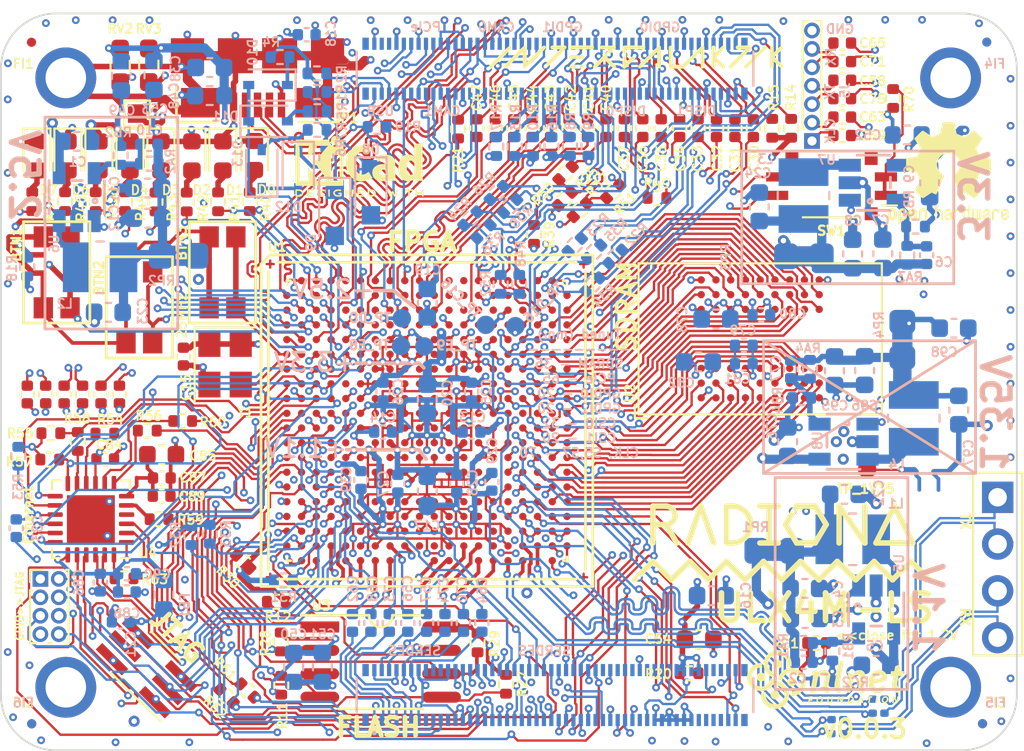
<source format=kicad_pcb>
(kicad_pcb (version 20171130) (host pcbnew "(5.1.12)-1")
  (title_block (title ULX4M-LS) (date 2022-10-01) (rev v0.0.3) (company "Intergalaktik d.o.o.") (comment 1 "License: CERN-OHL-S v2"))
  (layers (0 F.Cu signal) (1 GND1.Cu power) (2 In2signal.Cu signal) (3 POWER.Cu power) (4 GND2.Cu power) (31 B.Cu signal) (34 B.Paste user hide) (35 F.Paste user hide) (36 B.SilkS user hide) (37 F.SilkS user hide) (38 B.Mask user hide) (39 F.Mask user hide) (44 Edge.Cuts user))
  (net 0 "")
  (net 1 GND)
  (net 2 +5V)
  (net 3 /power/FB1)
  (net 4 +2V5)
  (net 5 /power/FB3)
  (net 6 /power/FB2)
  (net 7 /flash/FLASH_nWP)
  (net 8 /flash/FLASH_nHOLD)
  (net 9 /flash/FLASH_MOSI)
  (net 10 /flash/FLASH_MISO)
  (net 11 /flash/FLASH_SCK)
  (net 12 /flash/FLASH_nCS)
  (net 13 /flash/FPGA_PROGRAMN)
  (net 14 /flash/FPGA_DONE)
  (net 15 /flash/FPGA_INITN)
  (net 16 LED0)
  (net 17 LED1)
  (net 18 LED2)
  (net 19 LED3)
  (net 20 CLK_25MHz)
  (net 21 USB_FPGA_D+)
  (net 22 /blinkey/ALED0)
  (net 23 /blinkey/ALED1)
  (net 24 /blinkey/ALED2)
  (net 25 /blinkey/ALED3)
  (net 26 USB_FPGA_D-)
  (net 27 /power/P3V3)
  (net 28 /power/P2V5)
  (net 29 /power/L1)
  (net 30 /power/L3)
  (net 31 /power/L2)
  (net 32 /power/P1V1)
  (net 33 GN0)
  (net 34 GP3)
  (net 35 2V5_3V3)
  (net 36 HDMI0_TX2_P)
  (net 37 FPDI_D2+)
  (net 38 FPDI_D2-)
  (net 39 HDMI0_TX2_N)
  (net 40 HDMI0_TX1_P)
  (net 41 FPDI_D1+)
  (net 42 FPDI_D1-)
  (net 43 HDMI0_TX1_N)
  (net 44 HDMI0_TX0_P)
  (net 45 FPDI_D0+)
  (net 46 FPDI_D0-)
  (net 47 HDMI0_TX0_N)
  (net 48 HDMI0_CLK_P)
  (net 49 FPDI_CLK+)
  (net 50 FPDI_CLK-)
  (net 51 HDMI0_CLK_N)
  (net 52 CM4_1.8V)
  (net 53 CM4_3.3V)
  (net 54 USB_N)
  (net 55 USB_P)
  (net 56 HDMI1_HOTPLUG)
  (net 57 HDMI1_SDA)
  (net 58 HDMI1_TX2_P)
  (net 59 HDMI1_SCL)
  (net 60 HDMI1_TX2_N)
  (net 61 HDMI1_CEC)
  (net 62 HDMI1_TX1_P)
  (net 63 HDMI1_TX1_N)
  (net 64 HDMI1_TX0_P)
  (net 65 HDMI1_TX0_N)
  (net 66 HDMI1_CLK_P)
  (net 67 HDMI1_CLK_N)
  (net 68 USB_FPGA_PULL_D-)
  (net 69 GN3)
  (net 70 GP5)
  (net 71 USB_FPGA_PULL_D+)
  (net 72 GP0)
  (net 73 GN5)
  (net 74 GN4)
  (net 75 GP4)
  (net 76 HDMI0_CEC)
  (net 77 HDMI0_HOTPLUG)
  (net 78 HDMI0_SDA)
  (net 79 HDMI0_SCL)
  (net 80 PCIe_CLK_P)
  (net 81 PCIe_CLK_N)
  (net 82 PCIe_RX_P)
  (net 83 PCIe_RX_N)
  (net 84 PCIe_TX_P)
  (net 85 PCIe_TX_N)
  (net 86 /serdes/S_2_P)
  (net 87 /serdes/S_3_P)
  (net 88 /serdes/S_6_P)
  (net 89 /serdes/S_7_P)
  (net 90 /serdes/CLK_0_P)
  (net 91 /serdes/S_0_P)
  (net 92 /serdes/S_1_P)
  (net 93 /serdes/CLK_1_P)
  (net 94 /serdes/S_4_P)
  (net 95 /serdes/S_5_P)
  (net 96 /serdes/CLK_0_N)
  (net 97 /serdes/S_0_N)
  (net 98 /serdes/S_1_N)
  (net 99 /serdes/CLK_1_N)
  (net 100 /serdes/S_4_N)
  (net 101 /serdes/S_5_N)
  (net 102 /serdes/S_2_N)
  (net 103 /serdes/S_3_N)
  (net 104 /serdes/S_6_N)
  (net 105 /serdes/S_7_N)
  (net 106 GPIO12)
  (net 107 GPIO16)
  (net 108 GPIO20)
  (net 109 GPIO21)
  (net 110 PCIe_CLK_nREQ)
  (net 111 PCIe_nRST)
  (net 112 CAM0_D0_N)
  (net 113 CAM0_D0_P)
  (net 114 CAM0_D1_N)
  (net 115 CAM0_D1_P)
  (net 116 CAM0_C_N)
  (net 117 CAM0_C_P)
  (net 118 DSI0_D0_N)
  (net 119 DSI0_D0_P)
  (net 120 DSI0_D1_N)
  (net 121 DSI0_D1_P)
  (net 122 DSI0_C_N)
  (net 123 DSI0_C_P)
  (net 124 SD_PWR_ON)
  (net 125 GPIO9)
  (net 126 ETH_0P)
  (net 127 ETH_2P)
  (net 128 ETH_0N)
  (net 129 ETH_2N)
  (net 130 ETH_1N)
  (net 131 ETH_3N)
  (net 132 ETH_1P)
  (net 133 ETH_3P)
  (net 134 US2_ID)
  (net 135 BTN1)
  (net 136 BTN2)
  (net 137 GPIO2)
  (net 138 GPIO3)
  (net 139 GPIO14)
  (net 140 GPIO4)
  (net 141 GPIO15)
  (net 142 GPIO18)
  (net 143 GPIO23)
  (net 144 GPIO24)
  (net 145 GPIO25)
  (net 146 GPIO8)
  (net 147 GPIO7)
  (net 148 GPIO6)
  (net 149 GPIO13)
  (net 150 GPIO19)
  (net 151 GPIO26)
  (net 152 DSI1_D2_N)
  (net 153 DSI1_D3_N)
  (net 154 DSI1_D2_P)
  (net 155 DSI1_D3_P)
  (net 156 GPIO27)
  (net 157 CAM1_D0_N)
  (net 158 CAM1_D0_P)
  (net 159 CAM1_D1_N)
  (net 160 CAM1_D1_P)
  (net 161 CAM1_C_N)
  (net 162 CAM1_C_P)
  (net 163 "Net-(R22-Pad2)")
  (net 164 "Net-(R23-Pad2)")
  (net 165 "Net-(R24-Pad2)")
  (net 166 "Net-(R25-Pad2)")
  (net 167 "Net-(R26-Pad2)")
  (net 168 "Net-(R34-Pad1)")
  (net 169 "Net-(R35-Pad1)")
  (net 170 "Net-(R36-Pad1)")
  (net 171 "Net-(R37-Pad1)")
  (net 172 "Net-(R38-Pad1)")
  (net 173 "Net-(RC1-Pad1)")
  (net 174 /power/P1V35)
  (net 175 /power/FB4)
  (net 176 /power/L4)
  (net 177 Camera_GPIO)
  (net 178 SDA0)
  (net 179 SCL0)
  (net 180 GPIO17)
  (net 181 GPIO22)
  (net 182 GPIO10)
  (net 183 GPIO11)
  (net 184 ID_SD)
  (net 185 ID_SC)
  (net 186 GPIO5)
  (net 187 /blinkey/ALED4)
  (net 188 /blinkey/ALED5)
  (net 189 /blinkey/ALED6)
  (net 190 /blinkey/ALED7)
  (net 191 "Net-(D10-Pad1)")
  (net 192 "Net-(D11-Pad2)")
  (net 193 "Net-(D12-Pad1)")
  (net 194 "Net-(D13-Pad2)")
  (net 195 LED4)
  (net 196 LED5)
  (net 197 LED6)
  (net 198 LED7)
  (net 199 BTN3)
  (net 200 "Net-(BTN1-Pad1)")
  (net 201 /gpio/CAM0_D0_LP)
  (net 202 ETH_nLED1)
  (net 203 ETH_nLED2)
  (net 204 ETH_~RESET)
  (net 205 RGMII_RXD0)
  (net 206 RGMII_RXD1)
  (net 207 RGMII_RX_DV)
  (net 208 ETH_MDIO)
  (net 209 RGMII_TX_EN)
  (net 210 ETH_MDC)
  (net 211 RGMII_TXD0)
  (net 212 RGMII_TXD1)
  (net 213 RGMII_TX_CLK)
  (net 214 "Net-(R70-Pad2)")
  (net 215 SW1)
  (net 216 SW2)
  (net 217 "Net-(TP_E9-Pad1)")
  (net 218 "Net-(TP_E8-Pad1)")
  (net 219 "Net-(TP_D8-Pad1)")
  (net 220 "Net-(TP_C16-Pad1)")
  (net 221 "Net-(TP_D16-Pad1)")
  (net 222 +1V35)
  (net 223 SDRAM_A9)
  (net 224 SDRAM_A6)
  (net 225 SDRAM_DQM1)
  (net 226 SDRAM_A5)
  (net 227 SDRAM_A7)
  (net 228 SDRAM_nRAS)
  (net 229 SDRAM_DQM0)
  (net 230 SDRAM_D2)
  (net 231 SDRAM_BA0)
  (net 232 SDRAM_A12)
  (net 233 SDRAM_CKE)
  (net 234 SDRAM_D6)
  (net 235 SDRAM_D7)
  (net 236 SDRAM_D5)
  (net 237 SDRAM_D4)
  (net 238 SDRAM_CLK)
  (net 239 SDRAM_D1)
  (net 240 SDRAM_A1)
  (net 241 SDRAM_D3)
  (net 242 SDRAM_D13)
  (net 243 SDRAM_D8)
  (net 244 SDRAM_D12)
  (net 245 SDRAM_A10)
  (net 246 SDRAM_A11)
  (net 247 SDRAM_nCS)
  (net 248 SDRAM_nWE)
  (net 249 SDRAM_A4)
  (net 250 SDRAM_D15)
  (net 251 SDRAM_BA1)
  (net 252 SDRAM_nCAS)
  (net 253 SDRAM_D10)
  (net 254 SDRAM_A0)
  (net 255 SDRAM_D0)
  (net 256 SDRAM_D11)
  (net 257 SDRAM_D14)
  (net 258 SDRAM_A3)
  (net 259 SDRAM_A8)
  (net 260 SDRAM_A2)
  (net 261 SDRAM_D9)
  (net 262 nEXTRST)
  (net 263 GLOBAL_EN)
  (net 264 RUN_PG)
  (net 265 SD_D2)
  (net 266 SD_D1)
  (net 267 SD_D0)
  (net 268 SD_CMD)
  (net 269 SD_D3)
  (net 270 SD_CLK)
  (net 271 STX11P)
  (net 272 SRCLK1P)
  (net 273 SRX11P)
  (net 274 SRCLK1N)
  (net 275 SRX11N)
  (net 276 STX11N)
  (net 277 +1V1)
  (net 278 /ethernet/VDDCR)
  (net 279 +3.3VA)
  (net 280 "Net-(R54-Pad1)")
  (net 281 "Net-(R56-Pad1)")
  (net 282 "Net-(R58-Pad2)")
  (net 283 /ethernet/XTAL)
  (net 284 "Net-(R60-Pad1)")
  (net 285 /ethernet/ACTLED)
  (net 286 /ethernet/LINKLED)
  (net 287 /ethernet/RBIAS)
  (net 288 RGMII_REF_CLK)
  (net 289 JTAG_TDI)
  (net 290 JTAG_TCK)
  (net 291 JTAG_TMS)
  (net 292 JTAG_TDO)
  (net 293 /serdes/1N)
  (net 294 /serdes/1P)
  (net 295 /serdes/2N)
  (net 296 /serdes/2P)
  (module kicad:kicad2_8mm (layer F.Cu) (at 113.5 80.8)
    (fp_text reference G*** hide)
    (fp_text value LOGO hide)
  )
  (module Connector_PinHeader_1.00mm:PinHeader_2x04_P1.00mm_Vertical (layer F.Cu) (at 96.24 102.84)
    (fp_text reference J6 hide)
    (fp_text value GPIO>>JTAG (at -1.12 1.48 90) (layer F.SilkS) (effects (font (size 0.4 0.4) (thickness 0.1))))
    (pad 1 thru_hole rect (at 0 0) (size 0.85 0.85) (drill 0.5) (layers *.Cu *.Mask) (net 108 GPIO20))
    (pad 2 thru_hole oval (at 1 0) (size 0.85 0.85) (drill 0.5) (layers *.Cu *.Mask) (net 290 JTAG_TCK))
    (pad 3 thru_hole oval (at 0 1) (size 0.85 0.85) (drill 0.5) (layers *.Cu *.Mask) (net 106 GPIO12))
    (pad 4 thru_hole oval (at 1 1) (size 0.85 0.85) (drill 0.5) (layers *.Cu *.Mask) (net 289 JTAG_TDI))
    (pad 5 thru_hole oval (at 0 2) (size 0.85 0.85) (drill 0.5) (layers *.Cu *.Mask) (net 107 GPIO16))
    (pad 6 thru_hole oval (at 1 2) (size 0.85 0.85) (drill 0.5) (layers *.Cu *.Mask) (net 292 JTAG_TDO))
    (pad 7 thru_hole oval (at 0 3) (size 0.85 0.85) (drill 0.5) (layers *.Cu *.Mask) (net 109 GPIO21))
    (pad 8 thru_hole oval (at 1 3) (size 0.85 0.85) (drill 0.5) (layers *.Cu *.Mask) (net 291 JTAG_TMS))
  )
  (module Connector_PinHeader_1.00mm:PinHeader_1x07_P1.00mm_Vertical (layer F.Cu) (at 138.1 79.07 180)
    (fp_text reference J5 (at -1.79 2.74 90) (layer B.SilkS) (effects (font (size 0.5 0.5) (thickness 0.1)) (justify mirror)))
    (fp_text value SerDes)
    (pad 1 thru_hole rect (at 0 0 180) (size 0.85 0.85) (drill 0.5) (layers *.Cu *.Mask) (net 274 SRCLK1N))
    (pad 2 thru_hole oval (at 0 1 180) (size 0.85 0.85) (drill 0.5) (layers *.Cu *.Mask) (net 272 SRCLK1P))
    (pad 3 thru_hole oval (at 0 2 180) (size 0.85 0.85) (drill 0.5) (layers *.Cu *.Mask) (net 276 STX11N))
    (pad 4 thru_hole oval (at 0 3 180) (size 0.85 0.85) (drill 0.5) (layers *.Cu *.Mask) (net 271 STX11P))
    (pad 5 thru_hole oval (at 0 4 180) (size 0.85 0.85) (drill 0.5) (layers *.Cu *.Mask) (net 275 SRX11N))
    (pad 6 thru_hole oval (at 0 5 180) (size 0.85 0.85) (drill 0.5) (layers *.Cu *.Mask) (net 273 SRX11P))
    (pad 7 thru_hole oval (at 0 6 180) (size 0.85 0.85) (drill 0.5) (layers *.Cu *.Mask) (net 1 GND))
  )
  (module Button_Switch_SMD:SW_DIP_SPSTx02_Slide_Copal_CVS-02xB_W5.9mm_P1mm (layer F.Cu) (at 139.16 81.52 180)
    (fp_text reference SW1 (at 0.01 -2.42 180) (layer F.SilkS) (effects (font (size 0.5 0.5) (thickness 0.125))))
    (fp_text value SW_DIP_x02)
    (pad 5 smd rect (at 2.15 1.5 180) (size 0.7 0.7) (layers F.Cu F.Paste F.Mask))
    (pad 5 smd rect (at -2.15 1.5 180) (size 0.7 0.7) (layers F.Cu F.Paste F.Mask))
    (pad 5 smd rect (at 2.15 -1.5 180) (size 0.7 0.7) (layers F.Cu F.Paste F.Mask))
    (pad 5 smd rect (at -2.15 -1.5 180) (size 0.7 0.7) (layers F.Cu F.Paste F.Mask))
    (pad 4 smd rect (at 2.95 -0.5 180) (size 1.2 0.5) (layers F.Cu F.Paste F.Mask) (net 215 SW1))
    (pad 2 smd rect (at -2.95 0.5 180) (size 1.2 0.5) (layers F.Cu F.Paste F.Mask) (net 214 "Net-(R70-Pad2)"))
    (pad 3 smd rect (at 2.95 0.5 180) (size 1.2 0.5) (layers F.Cu F.Paste F.Mask) (net 216 SW2))
    (pad 1 smd rect (at -2.95 -0.5 180) (size 1.2 0.5) (layers F.Cu F.Paste F.Mask) (net 214 "Net-(R70-Pad2)"))
  )
  (module Resistor_SMD:R_0402_1005Metric (layer B.Cu) (at 138.76 108.4 180)
    (fp_text reference RC2 (at -1.69 -0.06 180) (layer B.SilkS) (effects (font (size 0.5 0.5) (thickness 0.1)) (justify mirror)))
    (fp_text value 91k)
    (pad 2 smd roundrect (at 0.51 0 180) (size 0.54 0.64) (layers B.Cu B.Paste B.Mask) (net 173 "Net-(RC1-Pad1)"))
    (pad 1 smd roundrect (at -0.51 0 180) (size 0.54 0.64) (layers B.Cu B.Paste B.Mask) (net 1 GND))
  )
  (module Resistor_SMD:R_0402_1005Metric (layer F.Cu) (at 138.35 106.32)
    (fp_text reference RC1 (at -1.69 0.02) (layer F.SilkS) (effects (font (size 0.5 0.5) (thickness 0.1))))
    (fp_text value *DNP)
    (pad 2 smd roundrect (at 0.51 0) (size 0.54 0.64) (layers F.Cu F.Paste F.Mask) (net 3 /power/FB1))
    (pad 1 smd roundrect (at -0.51 0) (size 0.54 0.64) (layers F.Cu F.Paste F.Mask) (net 173 "Net-(RC1-Pad1)"))
  )
  (module Resistor_SMD:R_0402_1005Metric (layer B.Cu) (at 137.544998 93.015001)
    (fp_text reference RB4 (at -1.304998 0.124999 90) (layer B.SilkS) (effects (font (size 0.5 0.5) (thickness 0.1)) (justify mirror)))
    (fp_text value 12k)
    (pad 2 smd roundrect (at 0.51 0) (size 0.54 0.64) (layers B.Cu B.Paste B.Mask) (net 175 /power/FB4))
    (pad 1 smd roundrect (at -0.51 0) (size 0.54 0.64) (layers B.Cu B.Paste B.Mask) (net 1 GND))
  )
  (module Resistor_SMD:R_0402_1005Metric (layer B.Cu) (at 143.715002 83.714999 180)
    (fp_text reference RB3 (at 0.345002 1.244999 90) (layer B.SilkS) (effects (font (size 0.5 0.5) (thickness 0.1)) (justify mirror)))
    (fp_text value 3k3)
    (pad 2 smd roundrect (at 0.51 0 180) (size 0.54 0.64) (layers B.Cu B.Paste B.Mask) (net 5 /power/FB3))
    (pad 1 smd roundrect (at -0.51 0 180) (size 0.54 0.64) (layers B.Cu B.Paste B.Mask) (net 1 GND))
  )
  (module Resistor_SMD:R_0402_1005Metric (layer B.Cu) (at 100.59 79.85 270)
    (fp_text reference RB2 (at -1.26 0.12 180) (layer B.SilkS) (effects (font (size 0.5 0.5) (thickness 0.1)) (justify mirror)))
    (fp_text value 4k7)
    (pad 2 smd roundrect (at 0.51 0 270) (size 0.54 0.64) (layers B.Cu B.Paste B.Mask) (net 6 /power/FB2))
    (pad 1 smd roundrect (at -0.51 0 270) (size 0.54 0.64) (layers B.Cu B.Paste B.Mask) (net 1 GND))
  )
  (module Resistor_SMD:R_0402_1005Metric (layer B.Cu) (at 139.200001 106.765 90)
    (fp_text reference RB1 (at 0.265 0.869999 270) (layer B.SilkS) (effects (font (size 0.5 0.5) (thickness 0.1)) (justify mirror)))
    (fp_text value 18k)
    (pad 2 smd roundrect (at 0.51 0 90) (size 0.54 0.64) (layers B.Cu B.Paste B.Mask) (net 3 /power/FB1))
    (pad 1 smd roundrect (at -0.51 0 90) (size 0.54 0.64) (layers B.Cu B.Paste B.Mask) (net 1 GND))
  )
  (module Resistor_SMD:R_0402_1005Metric (layer B.Cu) (at 137.99 91.46 270)
    (fp_text reference RA4 (at -1.13 0.11 180) (layer B.SilkS) (effects (font (size 0.5 0.5) (thickness 0.1)) (justify mirror)))
    (fp_text value 15k)
    (pad 2 smd roundrect (at 0.51 0 270) (size 0.54 0.64) (layers B.Cu B.Paste B.Mask) (net 175 /power/FB4))
    (pad 1 smd roundrect (at -0.51 0 270) (size 0.54 0.64) (layers B.Cu B.Paste B.Mask) (net 174 /power/P1V35))
  )
  (module Resistor_SMD:R_0402_1005Metric (layer B.Cu) (at 143.265001 85.275001 90)
    (fp_text reference RA3 (at -1.174999 0.144999 180) (layer B.SilkS) (effects (font (size 0.5 0.5) (thickness 0.1)) (justify mirror)))
    (fp_text value 15k)
    (pad 2 smd roundrect (at 0.51 0 90) (size 0.54 0.64) (layers B.Cu B.Paste B.Mask) (net 5 /power/FB3))
    (pad 1 smd roundrect (at -0.51 0 90) (size 0.54 0.64) (layers B.Cu B.Paste B.Mask) (net 27 /power/P3V3))
  )
  (module Resistor_SMD:R_0402_1005Metric (layer B.Cu) (at 102.15 80.3 180)
    (fp_text reference RA2 (at -1.15 0.12 90) (layer B.SilkS) (effects (font (size 0.5 0.5) (thickness 0.1)) (justify mirror)))
    (fp_text value 15k)
    (pad 2 smd roundrect (at 0.51 0 180) (size 0.54 0.64) (layers B.Cu B.Paste B.Mask) (net 6 /power/FB2))
    (pad 1 smd roundrect (at -0.51 0 180) (size 0.54 0.64) (layers B.Cu B.Paste B.Mask) (net 28 /power/P2V5))
  )
  (module Resistor_SMD:R_0402_1005Metric (layer B.Cu) (at 137.64 106.314999)
    (fp_text reference RA1 (at -1.09 0.165001 90) (layer B.SilkS) (effects (font (size 0.5 0.5) (thickness 0.1)) (justify mirror)))
    (fp_text value 15k)
    (pad 2 smd roundrect (at 0.51 0) (size 0.54 0.64) (layers B.Cu B.Paste B.Mask) (net 3 /power/FB1))
    (pad 1 smd roundrect (at -0.51 0) (size 0.54 0.64) (layers B.Cu B.Paste B.Mask) (net 32 /power/P1V1))
  )
  (module Resistor_SMD:R_0402_1005Metric (layer F.Cu) (at 95.8 82.36 90)
    (fp_text reference R47 (at -0.35 0.91 90) (layer F.SilkS) (effects (font (size 0.5 0.5) (thickness 0.1))))
    (fp_text value 300)
    (pad 2 smd roundrect (at 0.51 0 90) (size 0.54 0.64) (layers F.Cu F.Paste F.Mask) (net 190 /blinkey/ALED7))
    (pad 1 smd roundrect (at -0.51 0 90) (size 0.54 0.64) (layers F.Cu F.Paste F.Mask) (net 198 LED7))
  )
  (module Resistor_SMD:R_0402_1005Metric (layer F.Cu) (at 97.58 82.36 90)
    (fp_text reference R46 (at -0.36 0.88 90) (layer F.SilkS) (effects (font (size 0.5 0.5) (thickness 0.1))))
    (fp_text value 300)
    (pad 2 smd roundrect (at 0.51 0 90) (size 0.54 0.64) (layers F.Cu F.Paste F.Mask) (net 189 /blinkey/ALED6))
    (pad 1 smd roundrect (at -0.51 0 90) (size 0.54 0.64) (layers F.Cu F.Paste F.Mask) (net 197 LED6))
  )
  (module Resistor_SMD:R_0402_1005Metric (layer F.Cu) (at 99.24 82.36 90)
    (fp_text reference R45 (at -0.34 0.84 90) (layer F.SilkS) (effects (font (size 0.5 0.5) (thickness 0.1))))
    (fp_text value 300)
    (pad 2 smd roundrect (at 0.51 0 90) (size 0.54 0.64) (layers F.Cu F.Paste F.Mask) (net 188 /blinkey/ALED5))
    (pad 1 smd roundrect (at -0.51 0 90) (size 0.54 0.64) (layers F.Cu F.Paste F.Mask) (net 196 LED5))
  )
  (module Resistor_SMD:R_0402_1005Metric (layer F.Cu) (at 100.83 82.36 90)
    (fp_text reference R44 (at -0.34 0.86 90) (layer F.SilkS) (effects (font (size 0.5 0.5) (thickness 0.1))))
    (fp_text value 300)
    (pad 2 smd roundrect (at 0.51 0 90) (size 0.54 0.64) (layers F.Cu F.Paste F.Mask) (net 187 /blinkey/ALED4))
    (pad 1 smd roundrect (at -0.51 0 90) (size 0.54 0.64) (layers F.Cu F.Paste F.Mask) (net 195 LED4))
  )
  (module Resistor_SMD:R_0402_1005Metric (layer F.Cu) (at 102.485 82.38 90)
    (fp_text reference R43 (at -0.33 0.915 90) (layer F.SilkS) (effects (font (size 0.5 0.5) (thickness 0.1))))
    (fp_text value 300)
    (pad 2 smd roundrect (at 0.51 0 90) (size 0.54 0.64) (layers F.Cu F.Paste F.Mask) (net 25 /blinkey/ALED3))
    (pad 1 smd roundrect (at -0.51 0 90) (size 0.54 0.64) (layers F.Cu F.Paste F.Mask) (net 19 LED3))
  )
  (module Resistor_SMD:R_0402_1005Metric (layer F.Cu) (at 104.18 82.379999 90)
    (fp_text reference R42 (at -0.330001 0.9 90) (layer F.SilkS) (effects (font (size 0.5 0.5) (thickness 0.1))))
    (fp_text value 300)
    (pad 2 smd roundrect (at 0.51 0 90) (size 0.54 0.64) (layers F.Cu F.Paste F.Mask) (net 24 /blinkey/ALED2))
    (pad 1 smd roundrect (at -0.51 0 90) (size 0.54 0.64) (layers F.Cu F.Paste F.Mask) (net 18 LED2))
  )
  (module Resistor_SMD:R_0402_1005Metric (layer F.Cu) (at 105.88 82.37 90)
    (fp_text reference R41 (at -0.34 0.89 90) (layer F.SilkS) (effects (font (size 0.5 0.5) (thickness 0.1))))
    (fp_text value 300)
    (pad 2 smd roundrect (at 0.51 0 90) (size 0.54 0.64) (layers F.Cu F.Paste F.Mask) (net 23 /blinkey/ALED1))
    (pad 1 smd roundrect (at -0.51 0 90) (size 0.54 0.64) (layers F.Cu F.Paste F.Mask) (net 17 LED1))
  )
  (module Resistor_SMD:R_0402_1005Metric (layer F.Cu) (at 107.6 82.36 90)
    (fp_text reference R40 (at -0.35 0.87 90) (layer F.SilkS) (effects (font (size 0.5 0.5) (thickness 0.1))))
    (fp_text value 300)
    (pad 2 smd roundrect (at 0.51 0 90) (size 0.54 0.64) (layers F.Cu F.Paste F.Mask) (net 22 /blinkey/ALED0))
    (pad 1 smd roundrect (at -0.51 0 90) (size 0.54 0.64) (layers F.Cu F.Paste F.Mask) (net 16 LED0))
  )
  (module Resistor_SMD:R_0402_1005Metric (layer B.Cu) (at 105.43 100.41 270)
    (fp_text reference R33 (at -0.01 -0.88 90) (layer B.SilkS) (effects (font (size 0.5 0.5) (thickness 0.1)) (justify mirror)))
    (fp_text value 15k)
    (pad 2 smd roundrect (at 0.51 0 270) (size 0.54 0.64) (layers B.Cu B.Paste B.Mask) (net 15 /flash/FPGA_INITN))
    (pad 1 smd roundrect (at -0.51 0 270) (size 0.54 0.64) (layers B.Cu B.Paste B.Mask) (net 53 CM4_3.3V))
  )
  (module Resistor_SMD:R_0402_1005Metric (layer B.Cu) (at 104.43 100.49 270)
    (fp_text reference R32 (at -0.04 0.85 90) (layer B.SilkS) (effects (font (size 0.5 0.5) (thickness 0.1)) (justify mirror)))
    (fp_text value 15k)
    (pad 2 smd roundrect (at 0.51 0 270) (size 0.54 0.64) (layers B.Cu B.Paste B.Mask) (net 14 /flash/FPGA_DONE))
    (pad 1 smd roundrect (at -0.51 0 270) (size 0.54 0.64) (layers B.Cu B.Paste B.Mask) (net 53 CM4_3.3V))
  )
  (module Resistor_SMD:R_0402_1005Metric (layer B.Cu) (at 109.42 102.92)
    (fp_text reference R31 (at 0.02 0.9) (layer B.SilkS) (effects (font (size 0.5 0.5) (thickness 0.1)) (justify mirror)))
    (fp_text value 15k)
    (pad 2 smd roundrect (at 0.51 0) (size 0.54 0.64) (layers B.Cu B.Paste B.Mask) (net 13 /flash/FPGA_PROGRAMN))
    (pad 1 smd roundrect (at -0.51 0) (size 0.54 0.64) (layers B.Cu B.Paste B.Mask) (net 53 CM4_3.3V))
  )
  (module Resistor_SMD:R_0402_1005Metric (layer F.Cu) (at 107.24 101.91 135)
    (fp_text reference R30 (at 0 -1.17 135) (layer F.SilkS) (effects (font (size 0.5 0.5) (thickness 0.1))))
    (fp_text value 4k7)
    (pad 2 smd roundrect (at 0.51 0 135) (size 0.54 0.64) (layers F.Cu F.Paste F.Mask) (net 12 /flash/FLASH_nCS))
    (pad 1 smd roundrect (at -0.51 0 135) (size 0.54 0.64) (layers F.Cu F.Paste F.Mask) (net 53 CM4_3.3V))
  )
  (module Resistor_SMD:R_0402_1005Metric (layer F.Cu) (at 119.956 106.315001 270)
    (fp_text reference R29 (at 0.044999 -0.924 90) (layer F.SilkS) (effects (font (size 0.5 0.5) (thickness 0.1))))
    (fp_text value 1k)
    (pad 2 smd roundrect (at 0.51 0 270) (size 0.54 0.64) (layers F.Cu F.Paste F.Mask) (net 11 /flash/FLASH_SCK))
    (pad 1 smd roundrect (at -0.51 0 270) (size 0.54 0.64) (layers F.Cu F.Paste F.Mask) (net 53 CM4_3.3V))
  )
  (module Resistor_SMD:R_0402_1005Metric (layer F.Cu) (at 109.281 106.265 270)
    (fp_text reference R28 (at 0.065 0.821 90) (layer F.SilkS) (effects (font (size 0.5 0.5) (thickness 0.1))))
    (fp_text value 15k)
    (pad 2 smd roundrect (at 0.51 0 270) (size 0.54 0.64) (layers F.Cu F.Paste F.Mask) (net 10 /flash/FLASH_MISO))
    (pad 1 smd roundrect (at -0.51 0 270) (size 0.54 0.64) (layers F.Cu F.Paste F.Mask) (net 53 CM4_3.3V))
  )
  (module Resistor_SMD:R_0402_1005Metric (layer F.Cu) (at 121.5 108.56 270)
    (fp_text reference R27 (at -0.02 -0.89 90) (layer F.SilkS) (effects (font (size 0.5 0.5) (thickness 0.1))))
    (fp_text value 15k)
    (pad 2 smd roundrect (at 0.51 0 270) (size 0.54 0.64) (layers F.Cu F.Paste F.Mask) (net 9 /flash/FLASH_MOSI))
    (pad 1 smd roundrect (at -0.51 0 270) (size 0.54 0.64) (layers F.Cu F.Paste F.Mask) (net 53 CM4_3.3V))
  )
  (module Resistor_SMD:R_0402_1005Metric (layer B.Cu) (at 95.53 85.91 270)
    (fp_text reference R18 (at 0.07 0.83 90) (layer B.SilkS) (effects (font (size 0.5 0.5) (thickness 0.1)) (justify mirror)))
    (fp_text value 300)
    (pad 2 smd roundrect (at 0.51 0 270) (size 0.54 0.64) (layers B.Cu B.Paste B.Mask) (net 53 CM4_3.3V))
    (pad 1 smd roundrect (at -0.51 0 270) (size 0.54 0.64) (layers B.Cu B.Paste B.Mask) (net 200 "Net-(BTN1-Pad1)"))
  )
  (module Resistor_SMD:R_0402_1005Metric (layer F.Cu) (at 109.04 104.08 180)
    (fp_text reference R12 (at -0.09 -0.84) (layer F.SilkS) (effects (font (size 0.5 0.5) (thickness 0.1))))
    (fp_text value 15k)
    (pad 2 smd roundrect (at 0.51 0 180) (size 0.54 0.64) (layers F.Cu F.Paste F.Mask) (net 8 /flash/FLASH_nHOLD))
    (pad 1 smd roundrect (at -0.51 0 180) (size 0.54 0.64) (layers F.Cu F.Paste F.Mask) (net 53 CM4_3.3V))
  )
  (module Resistor_SMD:R_0402_1005Metric (layer F.Cu) (at 109.305999 108.615 90)
    (fp_text reference R11 (at -1.665 0.064001 90) (layer F.SilkS) (effects (font (size 0.5 0.5) (thickness 0.1))))
    (fp_text value 15k)
    (pad 2 smd roundrect (at 0.51 0 90) (size 0.54 0.64) (layers F.Cu F.Paste F.Mask) (net 7 /flash/FLASH_nWP))
    (pad 1 smd roundrect (at -0.51 0 90) (size 0.54 0.64) (layers F.Cu F.Paste F.Mask) (net 53 CM4_3.3V))
  )
  (module ecp5-dc-scm:Testpoint_smd_1mm (layer B.Cu) (at 115.8 90.1492)
    (fp_text reference TP_E8 (at -1.72 0.0008) (layer B.SilkS) (effects (font (size 0.5 0.5) (thickness 0.125)) (justify mirror)))
    (fp_text value E8 hide)
    (pad 1 smd circle (at 0 0.0508) (size 1 1) (layers B.Cu B.Mask) (net 218 "Net-(TP_E8-Pad1)"))
  )
  (module ecp5-dc-scm:Testpoint_smd_1mm (layer B.Cu) (at 115.85 88.64)
    (fp_text reference TP_D8 (at -1.72 0.03) (layer B.SilkS) (effects (font (size 0.5 0.5) (thickness 0.125)) (justify mirror)))
    (fp_text value D8 hide)
    (pad 1 smd circle (at 0 0.0508) (size 1 1) (layers B.Cu B.Mask) (net 219 "Net-(TP_D8-Pad1)"))
  )
  (module Connector_PinHeader_1.00mm:PinHeader_2x03_P1.00mm_Vertical_SMD (layer F.Cu) (at 102 107.66 135)
    (fp_text reference J3 hide)
    (fp_text value JTAG (at 0.021213 2.38295 135) (layer F.SilkS) (effects (font (thickness 0.25))))
    (pad 1 smd rect (at -1.65 -1 135) (size 2 0.5) (layers F.Cu F.Mask) (net 1 GND))
    (pad 2 smd rect (at 1.65 -1 135) (size 2 0.5) (layers F.Cu F.Mask) (net 53 CM4_3.3V))
    (pad 3 smd rect (at -1.65 0 135) (size 2 0.5) (layers F.Cu F.Mask) (net 289 JTAG_TDI))
    (pad 4 smd rect (at 1.65 0 135) (size 2 0.5) (layers F.Cu F.Mask) (net 290 JTAG_TCK))
    (pad 5 smd rect (at -1.65 1 135) (size 2 0.5) (layers F.Cu F.Mask) (net 291 JTAG_TMS))
    (pad 6 smd rect (at 1.65 1 135) (size 2 0.5) (layers F.Cu F.Mask) (net 292 JTAG_TDO))
  )
  (module Connector_PinHeader_2.54mm:PinHeader_1x04_P2.54mm_Vertical (layer F.Cu) (at 148.17 98.41)
    (fp_text reference J4 hide)
    (fp_text value Antenna)
    (pad 4 thru_hole oval (at 0 7.62) (size 1.7 1.7) (drill 1) (layers *.Cu *.Mask) (net 296 /serdes/2P))
    (pad 3 thru_hole oval (at 0 5.08) (size 1.7 1.7) (drill 1) (layers *.Cu *.Mask) (net 295 /serdes/2N))
    (pad 2 thru_hole oval (at 0 2.54) (size 1.7 1.7) (drill 1) (layers *.Cu *.Mask) (net 294 /serdes/1P))
    (pad 1 thru_hole rect (at 0 0) (size 1.7 1.7) (drill 1) (layers *.Cu *.Mask) (net 293 /serdes/1N))
  )
  (module Resistor_SMD:R_0402_1005Metric (layer F.Cu) (at 142.5 76.76 90)
    (fp_text reference R70 (at -0.04 0.87 90) (layer F.SilkS) (effects (font (size 0.5 0.5) (thickness 0.1))))
    (fp_text value 300)
    (pad 2 smd roundrect (at 0.51 0 90) (size 0.54 0.64) (layers F.Cu F.Paste F.Mask) (net 214 "Net-(R70-Pad2)"))
    (pad 1 smd roundrect (at -0.51 0 90) (size 0.54 0.64) (layers F.Cu F.Paste F.Mask) (net 53 CM4_3.3V))
  )
  (module lfe5bg381:BGA-381_pitch0.8mm_dia0.4mm (layer F.Cu) (at 117.21 94.25)
    (fp_text reference U1 (at -8.13 -9.44) (layer F.SilkS) (effects (font (size 0.5 0.5) (thickness 0.125))))
    (fp_text value LFE5U-85F-6BG381C hide)
    (pad Y19 smd circle (at 6.8 7.6) (size 0.4 0.4) (layers F.Cu F.Paste F.Mask) (net 93 /serdes/CLK_1_P))
    (pad Y17 smd circle (at 5.2 7.6) (size 0.4 0.4) (layers F.Cu F.Paste F.Mask) (net 101 /serdes/S_5_N))
    (pad Y16 smd circle (at 4.4 7.6) (size 0.4 0.4) (layers F.Cu F.Paste F.Mask) (net 95 /serdes/S_5_P))
    (pad Y15 smd circle (at 3.6 7.6) (size 0.4 0.4) (layers F.Cu F.Paste F.Mask) (net 100 /serdes/S_4_N))
    (pad Y14 smd circle (at 2.8 7.6) (size 0.4 0.4) (layers F.Cu F.Paste F.Mask) (net 94 /serdes/S_4_P))
    (pad Y12 smd circle (at 1.2 7.6) (size 0.4 0.4) (layers F.Cu F.Paste F.Mask) (net 96 /serdes/CLK_0_N))
    (pad Y11 smd circle (at 0.4 7.6) (size 0.4 0.4) (layers F.Cu F.Paste F.Mask) (net 90 /serdes/CLK_0_P))
    (pad Y8 smd circle (at -2 7.6) (size 0.4 0.4) (layers F.Cu F.Paste F.Mask) (net 98 /serdes/S_1_N))
    (pad Y7 smd circle (at -2.8 7.6) (size 0.4 0.4) (layers F.Cu F.Paste F.Mask) (net 92 /serdes/S_1_P))
    (pad Y6 smd circle (at -3.6 7.6) (size 0.4 0.4) (layers F.Cu F.Paste F.Mask) (net 97 /serdes/S_0_N))
    (pad Y5 smd circle (at -4.4 7.6) (size 0.4 0.4) (layers F.Cu F.Paste F.Mask) (net 91 /serdes/S_0_P))
    (pad Y3 smd circle (at -6 7.6) (size 0.4 0.4) (layers F.Cu F.Paste F.Mask) (net 14 /flash/FPGA_DONE))
    (pad Y2 smd circle (at -6.8 7.6) (size 0.4 0.4) (layers F.Cu F.Paste F.Mask) (net 7 /flash/FLASH_nWP))
    (pad W20 smd circle (at 7.6 6.8) (size 0.4 0.4) (layers F.Cu F.Paste F.Mask) (net 99 /serdes/CLK_1_N))
    (pad W19 smd circle (at 6.8 6.8) (size 0.4 0.4) (layers F.Cu F.Paste F.Mask) (net 1 GND))
    (pad W18 smd circle (at 6 6.8) (size 0.4 0.4) (layers F.Cu F.Paste F.Mask) (net 105 /serdes/S_7_N))
    (pad W17 smd circle (at 5.2 6.8) (size 0.4 0.4) (layers F.Cu F.Paste F.Mask) (net 89 /serdes/S_7_P))
    (pad W16 smd circle (at 4.4 6.8) (size 0.4 0.4) (layers F.Cu F.Paste F.Mask) (net 1 GND))
    (pad W15 smd circle (at 3.6 6.8) (size 0.4 0.4) (layers F.Cu F.Paste F.Mask) (net 1 GND))
    (pad W14 smd circle (at 2.8 6.8) (size 0.4 0.4) (layers F.Cu F.Paste F.Mask) (net 104 /serdes/S_6_N))
    (pad W13 smd circle (at 2 6.8) (size 0.4 0.4) (layers F.Cu F.Paste F.Mask) (net 88 /serdes/S_6_P))
    (pad W12 smd circle (at 1.2 6.8) (size 0.4 0.4) (layers F.Cu F.Paste F.Mask) (net 1 GND))
    (pad W11 smd circle (at 0.4 6.8) (size 0.4 0.4) (layers F.Cu F.Paste F.Mask))
    (pad W10 smd circle (at -0.4 6.8) (size 0.4 0.4) (layers F.Cu F.Paste F.Mask))
    (pad W9 smd circle (at -1.2 6.8) (size 0.4 0.4) (layers F.Cu F.Paste F.Mask) (net 103 /serdes/S_3_N))
    (pad W8 smd circle (at -2 6.8) (size 0.4 0.4) (layers F.Cu F.Paste F.Mask) (net 87 /serdes/S_3_P))
    (pad W7 smd circle (at -2.8 6.8) (size 0.4 0.4) (layers F.Cu F.Paste F.Mask) (net 1 GND))
    (pad W6 smd circle (at -3.6 6.8) (size 0.4 0.4) (layers F.Cu F.Paste F.Mask) (net 1 GND))
    (pad W5 smd circle (at -4.4 6.8) (size 0.4 0.4) (layers F.Cu F.Paste F.Mask) (net 102 /serdes/S_2_N))
    (pad W4 smd circle (at -5.2 6.8) (size 0.4 0.4) (layers F.Cu F.Paste F.Mask) (net 86 /serdes/S_2_P))
    (pad W3 smd circle (at -6 6.8) (size 0.4 0.4) (layers F.Cu F.Paste F.Mask) (net 13 /flash/FPGA_PROGRAMN))
    (pad W2 smd circle (at -6.8 6.8) (size 0.4 0.4) (layers F.Cu F.Paste F.Mask) (net 9 /flash/FLASH_MOSI))
    (pad W1 smd circle (at -7.6 6.8) (size 0.4 0.4) (layers F.Cu F.Paste F.Mask) (net 8 /flash/FLASH_nHOLD))
    (pad V20 smd circle (at 7.6 6) (size 0.4 0.4) (layers F.Cu F.Paste F.Mask) (net 1 GND))
    (pad V19 smd circle (at 6.8 6) (size 0.4 0.4) (layers F.Cu F.Paste F.Mask) (net 1 GND))
    (pad V18 smd circle (at 6 6) (size 0.4 0.4) (layers F.Cu F.Paste F.Mask) (net 4 +2V5))
    (pad V17 smd circle (at 5.2 6) (size 0.4 0.4) (layers F.Cu F.Paste F.Mask) (net 4 +2V5))
    (pad V16 smd circle (at 4.4 6) (size 0.4 0.4) (layers F.Cu F.Paste F.Mask) (net 1 GND))
    (pad V15 smd circle (at 3.6 6) (size 0.4 0.4) (layers F.Cu F.Paste F.Mask) (net 1 GND))
    (pad V14 smd circle (at 2.8 6) (size 0.4 0.4) (layers F.Cu F.Paste F.Mask) (net 1 GND))
    (pad V13 smd circle (at 2 6) (size 0.4 0.4) (layers F.Cu F.Paste F.Mask) (net 1 GND))
    (pad V12 smd circle (at 1.2 6) (size 0.4 0.4) (layers F.Cu F.Paste F.Mask) (net 1 GND))
    (pad V11 smd circle (at 0.4 6) (size 0.4 0.4) (layers F.Cu F.Paste F.Mask) (net 4 +2V5))
    (pad V10 smd circle (at -0.4 6) (size 0.4 0.4) (layers F.Cu F.Paste F.Mask) (net 4 +2V5))
    (pad V9 smd circle (at -1.2 6) (size 0.4 0.4) (layers F.Cu F.Paste F.Mask) (net 1 GND))
    (pad V8 smd circle (at -2 6) (size 0.4 0.4) (layers F.Cu F.Paste F.Mask) (net 1 GND))
    (pad V7 smd circle (at -2.8 6) (size 0.4 0.4) (layers F.Cu F.Paste F.Mask) (net 1 GND))
    (pad V6 smd circle (at -3.6 6) (size 0.4 0.4) (layers F.Cu F.Paste F.Mask) (net 1 GND))
    (pad V5 smd circle (at -4.4 6) (size 0.4 0.4) (layers F.Cu F.Paste F.Mask) (net 1 GND))
    (pad V4 smd circle (at -5.2 6) (size 0.4 0.4) (layers F.Cu F.Paste F.Mask) (net 292 JTAG_TDO))
    (pad V3 smd circle (at -6 6) (size 0.4 0.4) (layers F.Cu F.Paste F.Mask) (net 15 /flash/FPGA_INITN))
    (pad V2 smd circle (at -6.8 6) (size 0.4 0.4) (layers F.Cu F.Paste F.Mask) (net 10 /flash/FLASH_MISO))
    (pad V1 smd circle (at -7.6 6) (size 0.4 0.4) (layers F.Cu F.Paste F.Mask) (net 151 GPIO26))
    (pad U20 smd circle (at 7.6 5.2) (size 0.4 0.4) (layers F.Cu F.Paste F.Mask) (net 262 nEXTRST))
    (pad U19 smd circle (at 6.8 5.2) (size 0.4 0.4) (layers F.Cu F.Paste F.Mask) (net 177 Camera_GPIO))
    (pad U18 smd circle (at 6 5.2) (size 0.4 0.4) (layers F.Cu F.Paste F.Mask) (net 263 GLOBAL_EN))
    (pad U17 smd circle (at 5.2 5.2) (size 0.4 0.4) (layers F.Cu F.Paste F.Mask) (net 179 SCL0))
    (pad U16 smd circle (at 4.4 5.2) (size 0.4 0.4) (layers F.Cu F.Paste F.Mask) (net 264 RUN_PG))
    (pad U15 smd circle (at 3.6 5.2) (size 0.4 0.4) (layers F.Cu F.Paste F.Mask) (net 277 +1V1))
    (pad U14 smd circle (at 2.8 5.2) (size 0.4 0.4) (layers F.Cu F.Paste F.Mask) (net 1 GND))
    (pad U13 smd circle (at 2 5.2) (size 0.4 0.4) (layers F.Cu F.Paste F.Mask) (net 1 GND))
    (pad U12 smd circle (at 1.2 5.2) (size 0.4 0.4) (layers F.Cu F.Paste F.Mask) (net 1 GND))
    (pad U11 smd circle (at 0.4 5.2) (size 0.4 0.4) (layers F.Cu F.Paste F.Mask) (net 1 GND))
    (pad U10 smd circle (at -0.4 5.2) (size 0.4 0.4) (layers F.Cu F.Paste F.Mask) (net 1 GND))
    (pad U9 smd circle (at -1.2 5.2) (size 0.4 0.4) (layers F.Cu F.Paste F.Mask) (net 1 GND))
    (pad U8 smd circle (at -2 5.2) (size 0.4 0.4) (layers F.Cu F.Paste F.Mask) (net 1 GND))
    (pad U7 smd circle (at -2.8 5.2) (size 0.4 0.4) (layers F.Cu F.Paste F.Mask) (net 1 GND))
    (pad U6 smd circle (at -3.6 5.2) (size 0.4 0.4) (layers F.Cu F.Paste F.Mask) (net 277 +1V1))
    (pad U5 smd circle (at -4.4 5.2) (size 0.4 0.4) (layers F.Cu F.Paste F.Mask) (net 291 JTAG_TMS))
    (pad U4 smd circle (at -5.2 5.2) (size 0.4 0.4) (layers F.Cu F.Paste F.Mask) (net 1 GND))
    (pad U3 smd circle (at -6 5.2) (size 0.4 0.4) (layers F.Cu F.Paste F.Mask) (net 11 /flash/FLASH_SCK))
    (pad U2 smd circle (at -6.8 5.2) (size 0.4 0.4) (layers F.Cu F.Paste F.Mask) (net 53 CM4_3.3V))
    (pad U1 smd circle (at -7.6 5.2) (size 0.4 0.4) (layers F.Cu F.Paste F.Mask) (net 150 GPIO19))
    (pad T20 smd circle (at 7.6 4.4) (size 0.4 0.4) (layers F.Cu F.Paste F.Mask) (net 259 SDRAM_A8))
    (pad T19 smd circle (at 6.8 4.4) (size 0.4 0.4) (layers F.Cu F.Paste F.Mask) (net 249 SDRAM_A4))
    (pad T18 smd circle (at 6 4.4) (size 0.4 0.4) (layers F.Cu F.Paste F.Mask) (net 226 SDRAM_A5))
    (pad T17 smd circle (at 5.2 4.4) (size 0.4 0.4) (layers F.Cu F.Paste F.Mask) (net 178 SDA0))
    (pad T16 smd circle (at 4.4 4.4) (size 0.4 0.4) (layers F.Cu F.Paste F.Mask))
    (pad T15 smd circle (at 3.6 4.4) (size 0.4 0.4) (layers F.Cu F.Paste F.Mask) (net 277 +1V1))
    (pad T14 smd circle (at 2.8 4.4) (size 0.4 0.4) (layers F.Cu F.Paste F.Mask) (net 277 +1V1))
    (pad T13 smd circle (at 2 4.4) (size 0.4 0.4) (layers F.Cu F.Paste F.Mask) (net 277 +1V1))
    (pad T12 smd circle (at 1.2 4.4) (size 0.4 0.4) (layers F.Cu F.Paste F.Mask) (net 277 +1V1))
    (pad T11 smd circle (at 0.4 4.4) (size 0.4 0.4) (layers F.Cu F.Paste F.Mask) (net 277 +1V1))
    (pad T10 smd circle (at -0.4 4.4) (size 0.4 0.4) (layers F.Cu F.Paste F.Mask) (net 277 +1V1))
    (pad T9 smd circle (at -1.2 4.4) (size 0.4 0.4) (layers F.Cu F.Paste F.Mask) (net 277 +1V1))
    (pad T8 smd circle (at -2 4.4) (size 0.4 0.4) (layers F.Cu F.Paste F.Mask) (net 277 +1V1))
    (pad T7 smd circle (at -2.8 4.4) (size 0.4 0.4) (layers F.Cu F.Paste F.Mask) (net 277 +1V1))
    (pad T6 smd circle (at -3.6 4.4) (size 0.4 0.4) (layers F.Cu F.Paste F.Mask) (net 277 +1V1))
    (pad T5 smd circle (at -4.4 4.4) (size 0.4 0.4) (layers F.Cu F.Paste F.Mask) (net 290 JTAG_TCK))
    (pad T4 smd circle (at -5.2 4.4) (size 0.4 0.4) (layers F.Cu F.Paste F.Mask) (net 53 CM4_3.3V))
    (pad T3 smd circle (at -6 4.4) (size 0.4 0.4) (layers F.Cu F.Paste F.Mask) (net 53 CM4_3.3V))
    (pad T2 smd circle (at -6.8 4.4) (size 0.4 0.4) (layers F.Cu F.Paste F.Mask) (net 53 CM4_3.3V))
    (pad T1 smd circle (at -7.6 4.4) (size 0.4 0.4) (layers F.Cu F.Paste F.Mask) (net 149 GPIO13))
    (pad R20 smd circle (at 7.6 3.6) (size 0.4 0.4) (layers F.Cu F.Paste F.Mask) (net 232 SDRAM_A12))
    (pad R19 smd circle (at 6.8 3.6) (size 0.4 0.4) (layers F.Cu F.Paste F.Mask) (net 1 GND))
    (pad R18 smd circle (at 6 3.6) (size 0.4 0.4) (layers F.Cu F.Paste F.Mask))
    (pad R17 smd circle (at 5.2 3.6) (size 0.4 0.4) (layers F.Cu F.Paste F.Mask) (net 156 GPIO27))
    (pad R16 smd circle (at 4.4 3.6) (size 0.4 0.4) (layers F.Cu F.Paste F.Mask) (net 266 SD_D1))
    (pad R5 smd circle (at -4.4 3.6) (size 0.4 0.4) (layers F.Cu F.Paste F.Mask) (net 289 JTAG_TDI))
    (pad R4 smd circle (at -5.2 3.6) (size 0.4 0.4) (layers F.Cu F.Paste F.Mask) (net 1 GND))
    (pad R3 smd circle (at -6 3.6) (size 0.4 0.4) (layers F.Cu F.Paste F.Mask))
    (pad R2 smd circle (at -6.8 3.6) (size 0.4 0.4) (layers F.Cu F.Paste F.Mask) (net 12 /flash/FLASH_nCS))
    (pad R1 smd circle (at -7.6 3.6) (size 0.4 0.4) (layers F.Cu F.Paste F.Mask) (net 148 GPIO6))
    (pad P20 smd circle (at 7.6 2.8) (size 0.4 0.4) (layers F.Cu F.Paste F.Mask) (net 225 SDRAM_DQM1))
    (pad P19 smd circle (at 6.8 2.8) (size 0.4 0.4) (layers F.Cu F.Paste F.Mask) (net 243 SDRAM_D8))
    (pad P18 smd circle (at 6 2.8) (size 0.4 0.4) (layers F.Cu F.Paste F.Mask) (net 227 SDRAM_A7))
    (pad P17 smd circle (at 5.2 2.8) (size 0.4 0.4) (layers F.Cu F.Paste F.Mask) (net 138 GPIO3))
    (pad P16 smd circle (at 4.4 2.8) (size 0.4 0.4) (layers F.Cu F.Paste F.Mask) (net 140 GPIO4))
    (pad P15 smd circle (at 3.6 2.8) (size 0.4 0.4) (layers F.Cu F.Paste F.Mask) (net 4 +2V5))
    (pad P14 smd circle (at 2.8 2.8) (size 0.4 0.4) (layers F.Cu F.Paste F.Mask) (net 1 GND))
    (pad P13 smd circle (at 2 2.8) (size 0.4 0.4) (layers F.Cu F.Paste F.Mask) (net 1 GND))
    (pad P12 smd circle (at 1.2 2.8) (size 0.4 0.4) (layers F.Cu F.Paste F.Mask) (net 1 GND))
    (pad P11 smd circle (at 0.4 2.8) (size 0.4 0.4) (layers F.Cu F.Paste F.Mask) (net 1 GND))
    (pad P10 smd circle (at -0.4 2.8) (size 0.4 0.4) (layers F.Cu F.Paste F.Mask) (net 53 CM4_3.3V))
    (pad P9 smd circle (at -1.2 2.8) (size 0.4 0.4) (layers F.Cu F.Paste F.Mask) (net 53 CM4_3.3V))
    (pad P8 smd circle (at -2 2.8) (size 0.4 0.4) (layers F.Cu F.Paste F.Mask) (net 1 GND))
    (pad P7 smd circle (at -2.8 2.8) (size 0.4 0.4) (layers F.Cu F.Paste F.Mask) (net 1 GND))
    (pad P6 smd circle (at -3.6 2.8) (size 0.4 0.4) (layers F.Cu F.Paste F.Mask) (net 4 +2V5))
    (pad P5 smd circle (at -4.4 2.8) (size 0.4 0.4) (layers F.Cu F.Paste F.Mask) (net 145 GPIO25))
    (pad P4 smd circle (at -5.2 2.8) (size 0.4 0.4) (layers F.Cu F.Paste F.Mask) (net 146 GPIO8))
    (pad P3 smd circle (at -6 2.8) (size 0.4 0.4) (layers F.Cu F.Paste F.Mask) (net 147 GPIO7))
    (pad P2 smd circle (at -6.8 2.8) (size 0.4 0.4) (layers F.Cu F.Paste F.Mask) (net 269 SD_D3))
    (pad P1 smd circle (at -7.6 2.8) (size 0.4 0.4) (layers F.Cu F.Paste F.Mask) (net 268 SD_CMD))
    (pad N20 smd circle (at 7.6 2) (size 0.4 0.4) (layers F.Cu F.Paste F.Mask) (net 256 SDRAM_D11))
    (pad N19 smd circle (at 6.8 2) (size 0.4 0.4) (layers F.Cu F.Paste F.Mask) (net 244 SDRAM_D12))
    (pad N18 smd circle (at 6 2) (size 0.4 0.4) (layers F.Cu F.Paste F.Mask) (net 139 GPIO14))
    (pad N17 smd circle (at 5.2 2) (size 0.4 0.4) (layers F.Cu F.Paste F.Mask) (net 261 SDRAM_D9))
    (pad N16 smd circle (at 4.4 2) (size 0.4 0.4) (layers F.Cu F.Paste F.Mask) (net 141 GPIO15))
    (pad N15 smd circle (at 3.6 2) (size 0.4 0.4) (layers F.Cu F.Paste F.Mask) (net 1 GND))
    (pad N14 smd circle (at 2.8 2) (size 0.4 0.4) (layers F.Cu F.Paste F.Mask) (net 1 GND))
    (pad N13 smd circle (at 2 2) (size 0.4 0.4) (layers F.Cu F.Paste F.Mask) (net 277 +1V1))
    (pad N12 smd circle (at 1.2 2) (size 0.4 0.4) (layers F.Cu F.Paste F.Mask) (net 277 +1V1))
    (pad N11 smd circle (at 0.4 2) (size 0.4 0.4) (layers F.Cu F.Paste F.Mask) (net 277 +1V1))
    (pad N10 smd circle (at -0.4 2) (size 0.4 0.4) (layers F.Cu F.Paste F.Mask) (net 277 +1V1))
    (pad N9 smd circle (at -1.2 2) (size 0.4 0.4) (layers F.Cu F.Paste F.Mask) (net 277 +1V1))
    (pad N8 smd circle (at -2 2) (size 0.4 0.4) (layers F.Cu F.Paste F.Mask) (net 277 +1V1))
    (pad N7 smd circle (at -2.8 2) (size 0.4 0.4) (layers F.Cu F.Paste F.Mask) (net 1 GND))
    (pad N6 smd circle (at -3.6 2) (size 0.4 0.4) (layers F.Cu F.Paste F.Mask) (net 1 GND))
    (pad N5 smd circle (at -4.4 2) (size 0.4 0.4) (layers F.Cu F.Paste F.Mask) (net 142 GPIO18))
    (pad N4 smd circle (at -5.2 2) (size 0.4 0.4) (layers F.Cu F.Paste F.Mask) (net 143 GPIO23))
    (pad N3 smd circle (at -6 2) (size 0.4 0.4) (layers F.Cu F.Paste F.Mask) (net 144 GPIO24))
    (pad N2 smd circle (at -6.8 2) (size 0.4 0.4) (layers F.Cu F.Paste F.Mask) (net 183 GPIO11))
    (pad N1 smd circle (at -7.6 2) (size 0.4 0.4) (layers F.Cu F.Paste F.Mask) (net 186 GPIO5))
    (pad M20 smd circle (at 7.6 1.2) (size 0.4 0.4) (layers F.Cu F.Paste F.Mask) (net 242 SDRAM_D13))
    (pad M19 smd circle (at 6.8 1.2) (size 0.4 0.4) (layers F.Cu F.Paste F.Mask) (net 257 SDRAM_D14))
    (pad M18 smd circle (at 6 1.2) (size 0.4 0.4) (layers F.Cu F.Paste F.Mask) (net 253 SDRAM_D10))
    (pad M17 smd circle (at 5.2 1.2) (size 0.4 0.4) (layers F.Cu F.Paste F.Mask) (net 137 GPIO2))
    (pad M16 smd circle (at 4.4 1.2) (size 0.4 0.4) (layers F.Cu F.Paste F.Mask) (net 1 GND))
    (pad M15 smd circle (at 3.6 1.2) (size 0.4 0.4) (layers F.Cu F.Paste F.Mask) (net 53 CM4_3.3V))
    (pad M14 smd circle (at 2.8 1.2) (size 0.4 0.4) (layers F.Cu F.Paste F.Mask) (net 1 GND))
    (pad M13 smd circle (at 2 1.2) (size 0.4 0.4) (layers F.Cu F.Paste F.Mask) (net 277 +1V1))
    (pad M12 smd circle (at 1.2 1.2) (size 0.4 0.4) (layers F.Cu F.Paste F.Mask) (net 1 GND))
    (pad M11 smd circle (at 0.4 1.2) (size 0.4 0.4) (layers F.Cu F.Paste F.Mask) (net 1 GND))
    (pad M10 smd circle (at -0.4 1.2) (size 0.4 0.4) (layers F.Cu F.Paste F.Mask) (net 1 GND))
    (pad M9 smd circle (at -1.2 1.2) (size 0.4 0.4) (layers F.Cu F.Paste F.Mask) (net 1 GND))
    (pad M8 smd circle (at -2 1.2) (size 0.4 0.4) (layers F.Cu F.Paste F.Mask) (net 277 +1V1))
    (pad M7 smd circle (at -2.8 1.2) (size 0.4 0.4) (layers F.Cu F.Paste F.Mask) (net 1 GND))
    (pad M6 smd circle (at -3.6 1.2) (size 0.4 0.4) (layers F.Cu F.Paste F.Mask) (net 53 CM4_3.3V))
    (pad M5 smd circle (at -4.4 1.2) (size 0.4 0.4) (layers F.Cu F.Paste F.Mask))
    (pad M4 smd circle (at -5.2 1.2) (size 0.4 0.4) (layers F.Cu F.Paste F.Mask))
    (pad M3 smd circle (at -6 1.2) (size 0.4 0.4) (layers F.Cu F.Paste F.Mask) (net 181 GPIO22))
    (pad M2 smd circle (at -6.8 1.2) (size 0.4 0.4) (layers F.Cu F.Paste F.Mask) (net 1 GND))
    (pad M1 smd circle (at -7.6 1.2) (size 0.4 0.4) (layers F.Cu F.Paste F.Mask))
    (pad L20 smd circle (at 7.6 0.4) (size 0.4 0.4) (layers F.Cu F.Paste F.Mask) (net 238 SDRAM_CLK))
    (pad L19 smd circle (at 6.8 0.4) (size 0.4 0.4) (layers F.Cu F.Paste F.Mask) (net 223 SDRAM_A9))
    (pad L18 smd circle (at 6 0.4) (size 0.4 0.4) (layers F.Cu F.Paste F.Mask) (net 215 SW1))
    (pad L17 smd circle (at 5.2 0.4) (size 0.4 0.4) (layers F.Cu F.Paste F.Mask) (net 250 SDRAM_D15))
    (pad L16 smd circle (at 4.4 0.4) (size 0.4 0.4) (layers F.Cu F.Paste F.Mask) (net 251 SDRAM_BA1))
    (pad L15 smd circle (at 3.6 0.4) (size 0.4 0.4) (layers F.Cu F.Paste F.Mask) (net 53 CM4_3.3V))
    (pad L14 smd circle (at 2.8 0.4) (size 0.4 0.4) (layers F.Cu F.Paste F.Mask) (net 53 CM4_3.3V))
    (pad L13 smd circle (at 2 0.4) (size 0.4 0.4) (layers F.Cu F.Paste F.Mask) (net 277 +1V1))
    (pad L12 smd circle (at 1.2 0.4) (size 0.4 0.4) (layers F.Cu F.Paste F.Mask) (net 1 GND))
    (pad L11 smd circle (at 0.4 0.4) (size 0.4 0.4) (layers F.Cu F.Paste F.Mask) (net 1 GND))
    (pad L10 smd circle (at -0.4 0.4) (size 0.4 0.4) (layers F.Cu F.Paste F.Mask) (net 1 GND))
    (pad L9 smd circle (at -1.2 0.4) (size 0.4 0.4) (layers F.Cu F.Paste F.Mask) (net 1 GND))
    (pad L8 smd circle (at -2 0.4) (size 0.4 0.4) (layers F.Cu F.Paste F.Mask) (net 277 +1V1))
    (pad L7 smd circle (at -2.8 0.4) (size 0.4 0.4) (layers F.Cu F.Paste F.Mask) (net 53 CM4_3.3V))
    (pad L6 smd circle (at -3.6 0.4) (size 0.4 0.4) (layers F.Cu F.Paste F.Mask) (net 53 CM4_3.3V))
    (pad L5 smd circle (at -4.4 0.4) (size 0.4 0.4) (layers F.Cu F.Paste F.Mask) (net 125 GPIO9))
    (pad L4 smd circle (at -5.2 0.4) (size 0.4 0.4) (layers F.Cu F.Paste F.Mask) (net 109 GPIO21))
    (pad L3 smd circle (at -6 0.4) (size 0.4 0.4) (layers F.Cu F.Paste F.Mask) (net 108 GPIO20))
    (pad L2 smd circle (at -6.8 0.4) (size 0.4 0.4) (layers F.Cu F.Paste F.Mask) (net 106 GPIO12))
    (pad L1 smd circle (at -7.6 0.4) (size 0.4 0.4) (layers F.Cu F.Paste F.Mask) (net 107 GPIO16))
    (pad K20 smd circle (at 7.6 -0.4) (size 0.4 0.4) (layers F.Cu F.Paste F.Mask) (net 50 FPDI_CLK-))
    (pad K19 smd circle (at 6.8 -0.4) (size 0.4 0.4) (layers F.Cu F.Paste F.Mask) (net 246 SDRAM_A11))
    (pad K18 smd circle (at 6 -0.4) (size 0.4 0.4) (layers F.Cu F.Paste F.Mask) (net 216 SW2))
    (pad K17 smd circle (at 5.2 -0.4) (size 0.4 0.4) (layers F.Cu F.Paste F.Mask))
    (pad K16 smd circle (at 4.4 -0.4) (size 0.4 0.4) (layers F.Cu F.Paste F.Mask))
    (pad K15 smd circle (at 3.6 -0.4) (size 0.4 0.4) (layers F.Cu F.Paste F.Mask) (net 1 GND))
    (pad K14 smd circle (at 2.8 -0.4) (size 0.4 0.4) (layers F.Cu F.Paste F.Mask) (net 1 GND))
    (pad K13 smd circle (at 2 -0.4) (size 0.4 0.4) (layers F.Cu F.Paste F.Mask) (net 277 +1V1))
    (pad K12 smd circle (at 1.2 -0.4) (size 0.4 0.4) (layers F.Cu F.Paste F.Mask) (net 1 GND))
    (pad K11 smd circle (at 0.4 -0.4) (size 0.4 0.4) (layers F.Cu F.Paste F.Mask) (net 1 GND))
    (pad K10 smd circle (at -0.4 -0.4) (size 0.4 0.4) (layers F.Cu F.Paste F.Mask) (net 1 GND))
    (pad K9 smd circle (at -1.2 -0.4) (size 0.4 0.4) (layers F.Cu F.Paste F.Mask) (net 1 GND))
    (pad K8 smd circle (at -2 -0.4) (size 0.4 0.4) (layers F.Cu F.Paste F.Mask) (net 277 +1V1))
    (pad K7 smd circle (at -2.8 -0.4) (size 0.4 0.4) (layers F.Cu F.Paste F.Mask) (net 1 GND))
    (pad K6 smd circle (at -3.6 -0.4) (size 0.4 0.4) (layers F.Cu F.Paste F.Mask) (net 1 GND))
    (pad K5 smd circle (at -4.4 -0.4) (size 0.4 0.4) (layers F.Cu F.Paste F.Mask) (net 211 RGMII_TXD0))
    (pad K4 smd circle (at -5.2 -0.4) (size 0.4 0.4) (layers F.Cu F.Paste F.Mask) (net 182 GPIO10))
    (pad K3 smd circle (at -6 -0.4) (size 0.4 0.4) (layers F.Cu F.Paste F.Mask) (net 209 RGMII_TX_EN))
    (pad K2 smd circle (at -6.8 -0.4) (size 0.4 0.4) (layers F.Cu F.Paste F.Mask) (net 206 RGMII_RXD1))
    (pad K1 smd circle (at -7.6 -0.4) (size 0.4 0.4) (layers F.Cu F.Paste F.Mask) (net 205 RGMII_RXD0))
    (pad J20 smd circle (at 7.6 -1.2) (size 0.4 0.4) (layers F.Cu F.Paste F.Mask) (net 49 FPDI_CLK+))
    (pad J19 smd circle (at 6.8 -1.2) (size 0.4 0.4) (layers F.Cu F.Paste F.Mask) (net 231 SDRAM_BA0))
    (pad J18 smd circle (at 6 -1.2) (size 0.4 0.4) (layers F.Cu F.Paste F.Mask) (net 255 SDRAM_D0))
    (pad J17 smd circle (at 5.2 -1.2) (size 0.4 0.4) (layers F.Cu F.Paste F.Mask) (net 233 SDRAM_CKE))
    (pad J16 smd circle (at 4.4 -1.2) (size 0.4 0.4) (layers F.Cu F.Paste F.Mask) (net 224 SDRAM_A6))
    (pad J15 smd circle (at 3.6 -1.2) (size 0.4 0.4) (layers F.Cu F.Paste F.Mask) (net 53 CM4_3.3V))
    (pad J14 smd circle (at 2.8 -1.2) (size 0.4 0.4) (layers F.Cu F.Paste F.Mask) (net 1 GND))
    (pad J13 smd circle (at 2 -1.2) (size 0.4 0.4) (layers F.Cu F.Paste F.Mask) (net 277 +1V1))
    (pad J12 smd circle (at 1.2 -1.2) (size 0.4 0.4) (layers F.Cu F.Paste F.Mask) (net 1 GND))
    (pad J11 smd circle (at 0.4 -1.2) (size 0.4 0.4) (layers F.Cu F.Paste F.Mask) (net 1 GND))
    (pad J10 smd circle (at -0.4 -1.2) (size 0.4 0.4) (layers F.Cu F.Paste F.Mask) (net 1 GND))
    (pad J9 smd circle (at -1.2 -1.2) (size 0.4 0.4) (layers F.Cu F.Paste F.Mask) (net 1 GND))
    (pad J8 smd circle (at -2 -1.2) (size 0.4 0.4) (layers F.Cu F.Paste F.Mask) (net 277 +1V1))
    (pad J7 smd circle (at -2.8 -1.2) (size 0.4 0.4) (layers F.Cu F.Paste F.Mask) (net 1 GND))
    (pad J6 smd circle (at -3.6 -1.2) (size 0.4 0.4) (layers F.Cu F.Paste F.Mask) (net 35 2V5_3V3))
    (pad J5 smd circle (at -4.4 -1.2) (size 0.4 0.4) (layers F.Cu F.Paste F.Mask) (net 210 ETH_MDC))
    (pad J4 smd circle (at -5.2 -1.2) (size 0.4 0.4) (layers F.Cu F.Paste F.Mask) (net 212 RGMII_TXD1))
    (pad J3 smd circle (at -6 -1.2) (size 0.4 0.4) (layers F.Cu F.Paste F.Mask) (net 185 ID_SC))
    (pad J2 smd circle (at -6.8 -1.2) (size 0.4 0.4) (layers F.Cu F.Paste F.Mask) (net 1 GND))
    (pad J1 smd circle (at -7.6 -1.2) (size 0.4 0.4) (layers F.Cu F.Paste F.Mask) (net 207 RGMII_RX_DV))
    (pad H20 smd circle (at 7.6 -2) (size 0.4 0.4) (layers F.Cu F.Paste F.Mask) (net 252 SDRAM_nCAS))
    (pad H19 smd circle (at 6.8 -2) (size 0.4 0.4) (layers F.Cu F.Paste F.Mask) (net 1 GND))
    (pad H18 smd circle (at 6 -2) (size 0.4 0.4) (layers F.Cu F.Paste F.Mask) (net 234 SDRAM_D6))
    (pad H17 smd circle (at 5.2 -2) (size 0.4 0.4) (layers F.Cu F.Paste F.Mask))
    (pad H16 smd circle (at 4.4 -2) (size 0.4 0.4) (layers F.Cu F.Paste F.Mask) (net 254 SDRAM_A0))
    (pad H15 smd circle (at 3.6 -2) (size 0.4 0.4) (layers F.Cu F.Paste F.Mask) (net 53 CM4_3.3V))
    (pad H14 smd circle (at 2.8 -2) (size 0.4 0.4) (layers F.Cu F.Paste F.Mask) (net 53 CM4_3.3V))
    (pad H13 smd circle (at 2 -2) (size 0.4 0.4) (layers F.Cu F.Paste F.Mask) (net 277 +1V1))
    (pad H12 smd circle (at 1.2 -2) (size 0.4 0.4) (layers F.Cu F.Paste F.Mask) (net 277 +1V1))
    (pad H11 smd circle (at 0.4 -2) (size 0.4 0.4) (layers F.Cu F.Paste F.Mask) (net 277 +1V1))
    (pad H10 smd circle (at -0.4 -2) (size 0.4 0.4) (layers F.Cu F.Paste F.Mask) (net 277 +1V1))
    (pad H9 smd circle (at -1.2 -2) (size 0.4 0.4) (layers F.Cu F.Paste F.Mask) (net 277 +1V1))
    (pad H8 smd circle (at -2 -2) (size 0.4 0.4) (layers F.Cu F.Paste F.Mask) (net 277 +1V1))
    (pad H7 smd circle (at -2.8 -2) (size 0.4 0.4) (layers F.Cu F.Paste F.Mask) (net 35 2V5_3V3))
    (pad H6 smd circle (at -3.6 -2) (size 0.4 0.4) (layers F.Cu F.Paste F.Mask) (net 35 2V5_3V3))
    (pad H5 smd circle (at -4.4 -2) (size 0.4 0.4) (layers F.Cu F.Paste F.Mask))
    (pad H4 smd circle (at -5.2 -2) (size 0.4 0.4) (layers F.Cu F.Paste F.Mask) (net 213 RGMII_TX_CLK))
    (pad H3 smd circle (at -6 -2) (size 0.4 0.4) (layers F.Cu F.Paste F.Mask) (net 180 GPIO17))
    (pad H2 smd circle (at -6.8 -2) (size 0.4 0.4) (layers F.Cu F.Paste F.Mask) (net 288 RGMII_REF_CLK))
    (pad H1 smd circle (at -7.6 -2) (size 0.4 0.4) (layers F.Cu F.Paste F.Mask) (net 184 ID_SD))
    (pad G20 smd circle (at 7.6 -2.8) (size 0.4 0.4) (layers F.Cu F.Paste F.Mask) (net 239 SDRAM_D1))
    (pad G19 smd circle (at 6.8 -2.8) (size 0.4 0.4) (layers F.Cu F.Paste F.Mask) (net 230 SDRAM_D2))
    (pad G18 smd circle (at 6 -2.8) (size 0.4 0.4) (layers F.Cu F.Paste F.Mask) (net 46 FPDI_D0-))
    (pad G17 smd circle (at 5.2 -2.8) (size 0.4 0.4) (layers F.Cu F.Paste F.Mask) (net 1 GND))
    (pad G16 smd circle (at 4.4 -2.8) (size 0.4 0.4) (layers F.Cu F.Paste F.Mask) (net 228 SDRAM_nRAS))
    (pad G15 smd circle (at 3.6 -2.8) (size 0.4 0.4) (layers F.Cu F.Paste F.Mask) (net 1 GND))
    (pad G14 smd circle (at 2.8 -2.8) (size 0.4 0.4) (layers F.Cu F.Paste F.Mask) (net 1 GND))
    (pad G13 smd circle (at 2 -2.8) (size 0.4 0.4) (layers F.Cu F.Paste F.Mask) (net 1 GND))
    (pad G12 smd circle (at 1.2 -2.8) (size 0.4 0.4) (layers F.Cu F.Paste F.Mask) (net 1 GND))
    (pad G11 smd circle (at 0.4 -2.8) (size 0.4 0.4) (layers F.Cu F.Paste F.Mask) (net 1 GND))
    (pad G10 smd circle (at -0.4 -2.8) (size 0.4 0.4) (layers F.Cu F.Paste F.Mask) (net 1 GND))
    (pad G9 smd circle (at -1.2 -2.8) (size 0.4 0.4) (layers F.Cu F.Paste F.Mask) (net 1 GND))
    (pad G8 smd circle (at -2 -2.8) (size 0.4 0.4) (layers F.Cu F.Paste F.Mask) (net 1 GND))
    (pad G7 smd circle (at -2.8 -2.8) (size 0.4 0.4) (layers F.Cu F.Paste F.Mask) (net 1 GND))
    (pad G6 smd circle (at -3.6 -2.8) (size 0.4 0.4) (layers F.Cu F.Paste F.Mask) (net 1 GND))
    (pad G5 smd circle (at -4.4 -2.8) (size 0.4 0.4) (layers F.Cu F.Paste F.Mask) (net 204 ETH_~RESET))
    (pad G4 smd circle (at -5.2 -2.8) (size 0.4 0.4) (layers F.Cu F.Paste F.Mask) (net 1 GND))
    (pad G3 smd circle (at -6 -2.8) (size 0.4 0.4) (layers F.Cu F.Paste F.Mask) (net 162 CAM1_C_P))
    (pad G2 smd circle (at -6.8 -2.8) (size 0.4 0.4) (layers F.Cu F.Paste F.Mask) (net 20 CLK_25MHz))
    (pad G1 smd circle (at -7.6 -2.8) (size 0.4 0.4) (layers F.Cu F.Paste F.Mask) (net 270 SD_CLK))
    (pad F20 smd circle (at 7.6 -3.6) (size 0.4 0.4) (layers F.Cu F.Paste F.Mask) (net 236 SDRAM_D5))
    (pad F19 smd circle (at 6.8 -3.6) (size 0.4 0.4) (layers F.Cu F.Paste F.Mask) (net 237 SDRAM_D4))
    (pad F18 smd circle (at 6 -3.6) (size 0.4 0.4) (layers F.Cu F.Paste F.Mask) (net 235 SDRAM_D7))
    (pad F17 smd circle (at 5.2 -3.6) (size 0.4 0.4) (layers F.Cu F.Paste F.Mask) (net 45 FPDI_D0+))
    (pad F16 smd circle (at 4.4 -3.6) (size 0.4 0.4) (layers F.Cu F.Paste F.Mask) (net 260 SDRAM_A2))
    (pad F15 smd circle (at 3.6 -3.6) (size 0.4 0.4) (layers F.Cu F.Paste F.Mask) (net 4 +2V5))
    (pad F14 smd circle (at 2.8 -3.6) (size 0.4 0.4) (layers F.Cu F.Paste F.Mask) (net 1 GND))
    (pad F13 smd circle (at 2 -3.6) (size 0.4 0.4) (layers F.Cu F.Paste F.Mask) (net 1 GND))
    (pad F12 smd circle (at 1.2 -3.6) (size 0.4 0.4) (layers F.Cu F.Paste F.Mask) (net 53 CM4_3.3V))
    (pad F11 smd circle (at 0.4 -3.6) (size 0.4 0.4) (layers F.Cu F.Paste F.Mask) (net 53 CM4_3.3V))
    (pad F10 smd circle (at -0.4 -3.6) (size 0.4 0.4) (layers F.Cu F.Paste F.Mask) (net 35 2V5_3V3))
    (pad F9 smd circle (at -1.2 -3.6) (size 0.4 0.4) (layers F.Cu F.Paste F.Mask) (net 35 2V5_3V3))
    (pad F8 smd circle (at -2 -3.6) (size 0.4 0.4) (layers F.Cu F.Paste F.Mask) (net 1 GND))
    (pad F7 smd circle (at -2.8 -3.6) (size 0.4 0.4) (layers F.Cu F.Paste F.Mask) (net 1 GND))
    (pad F6 smd circle (at -3.6 -3.6) (size 0.4 0.4) (layers F.Cu F.Paste F.Mask) (net 4 +2V5))
    (pad F5 smd circle (at -4.4 -3.6) (size 0.4 0.4) (layers F.Cu F.Paste F.Mask) (net 71 USB_FPGA_PULL_D+))
    (pad F4 smd circle (at -5.2 -3.6) (size 0.4 0.4) (layers F.Cu F.Paste F.Mask) (net 21 USB_FPGA_D+))
    (pad F3 smd circle (at -6 -3.6) (size 0.4 0.4) (layers F.Cu F.Paste F.Mask) (net 161 CAM1_C_N))
    (pad F2 smd circle (at -6.8 -3.6) (size 0.4 0.4) (layers F.Cu F.Paste F.Mask) (net 117 CAM0_C_P))
    (pad F1 smd circle (at -7.6 -3.6) (size 0.4 0.4) (layers F.Cu F.Paste F.Mask) (net 199 BTN3))
    (pad E20 smd circle (at 7.6 -4.4) (size 0.4 0.4) (layers F.Cu F.Paste F.Mask) (net 229 SDRAM_DQM0))
    (pad E19 smd circle (at 6.8 -4.4) (size 0.4 0.4) (layers F.Cu F.Paste F.Mask) (net 248 SDRAM_nWE))
    (pad E18 smd circle (at 6 -4.4) (size 0.4 0.4) (layers F.Cu F.Paste F.Mask) (net 258 SDRAM_A3))
    (pad E17 smd circle (at 5.2 -4.4) (size 0.4 0.4) (layers F.Cu F.Paste F.Mask) (net 42 FPDI_D1-))
    (pad E16 smd circle (at 4.4 -4.4) (size 0.4 0.4) (layers F.Cu F.Paste F.Mask) (net 241 SDRAM_D3))
    (pad E15 smd circle (at 3.6 -4.4) (size 0.4 0.4) (layers F.Cu F.Paste F.Mask) (net 124 SD_PWR_ON))
    (pad E14 smd circle (at 2.8 -4.4) (size 0.4 0.4) (layers F.Cu F.Paste F.Mask) (net 265 SD_D2))
    (pad E13 smd circle (at 2 -4.4) (size 0.4 0.4) (layers F.Cu F.Paste F.Mask) (net 171 "Net-(R37-Pad1)"))
    (pad E12 smd circle (at 1.2 -4.4) (size 0.4 0.4) (layers F.Cu F.Paste F.Mask) (net 172 "Net-(R38-Pad1)"))
    (pad E11 smd circle (at 0.4 -4.4) (size 0.4 0.4) (layers F.Cu F.Paste F.Mask))
    (pad E10 smd circle (at -0.4 -4.4) (size 0.4 0.4) (layers F.Cu F.Paste F.Mask))
    (pad E9 smd circle (at -1.2 -4.4) (size 0.4 0.4) (layers F.Cu F.Paste F.Mask) (net 217 "Net-(TP_E9-Pad1)"))
    (pad E8 smd circle (at -2 -4.4) (size 0.4 0.4) (layers F.Cu F.Paste F.Mask) (net 218 "Net-(TP_E8-Pad1)"))
    (pad E7 smd circle (at -2.8 -4.4) (size 0.4 0.4) (layers F.Cu F.Paste F.Mask))
    (pad E6 smd circle (at -3.6 -4.4) (size 0.4 0.4) (layers F.Cu F.Paste F.Mask) (net 208 ETH_MDIO))
    (pad E5 smd circle (at -4.4 -4.4) (size 0.4 0.4) (layers F.Cu F.Paste F.Mask) (net 68 USB_FPGA_PULL_D-))
    (pad E4 smd circle (at -5.2 -4.4) (size 0.4 0.4) (layers F.Cu F.Paste F.Mask) (net 160 CAM1_D1_P))
    (pad E3 smd circle (at -6 -4.4) (size 0.4 0.4) (layers F.Cu F.Paste F.Mask) (net 26 USB_FPGA_D-))
    (pad E2 smd circle (at -6.8 -4.4) (size 0.4 0.4) (layers F.Cu F.Paste F.Mask) (net 116 CAM0_C_N))
    (pad E1 smd circle (at -7.6 -4.4) (size 0.4 0.4) (layers F.Cu F.Paste F.Mask) (net 135 BTN1))
    (pad D20 smd circle (at 7.6 -5.2) (size 0.4 0.4) (layers F.Cu F.Paste F.Mask) (net 247 SDRAM_nCS))
    (pad D19 smd circle (at 6.8 -5.2) (size 0.4 0.4) (layers F.Cu F.Paste F.Mask) (net 240 SDRAM_A1))
    (pad D18 smd circle (at 6 -5.2) (size 0.4 0.4) (layers F.Cu F.Paste F.Mask) (net 41 FPDI_D1+))
    (pad D17 smd circle (at 5.2 -5.2) (size 0.4 0.4) (layers F.Cu F.Paste F.Mask) (net 38 FPDI_D2-))
    (pad D16 smd circle (at 4.4 -5.2) (size 0.4 0.4) (layers F.Cu F.Paste F.Mask) (net 221 "Net-(TP_D16-Pad1)"))
    (pad D15 smd circle (at 3.6 -5.2) (size 0.4 0.4) (layers F.Cu F.Paste F.Mask))
    (pad D14 smd circle (at 2.8 -5.2) (size 0.4 0.4) (layers F.Cu F.Paste F.Mask))
    (pad D13 smd circle (at 2 -5.2) (size 0.4 0.4) (layers F.Cu F.Paste F.Mask) (net 166 "Net-(R25-Pad2)"))
    (pad D12 smd circle (at 1.2 -5.2) (size 0.4 0.4) (layers F.Cu F.Paste F.Mask) (net 167 "Net-(R26-Pad2)"))
    (pad D11 smd circle (at 0.4 -5.2) (size 0.4 0.4) (layers F.Cu F.Paste F.Mask))
    (pad D10 smd circle (at -0.4 -5.2) (size 0.4 0.4) (layers F.Cu F.Paste F.Mask))
    (pad D9 smd circle (at -1.2 -5.2) (size 0.4 0.4) (layers F.Cu F.Paste F.Mask) (net 134 US2_ID))
    (pad D8 smd circle (at -2 -5.2) (size 0.4 0.4) (layers F.Cu F.Paste F.Mask) (net 219 "Net-(TP_D8-Pad1)"))
    (pad D7 smd circle (at -2.8 -5.2) (size 0.4 0.4) (layers F.Cu F.Paste F.Mask))
    (pad D6 smd circle (at -3.6 -5.2) (size 0.4 0.4) (layers F.Cu F.Paste F.Mask))
    (pad D5 smd circle (at -4.4 -5.2) (size 0.4 0.4) (layers F.Cu F.Paste F.Mask) (net 159 CAM1_D1_N))
    (pad D4 smd circle (at -5.2 -5.2) (size 0.4 0.4) (layers F.Cu F.Paste F.Mask) (net 1 GND))
    (pad D3 smd circle (at -6 -5.2) (size 0.4 0.4) (layers F.Cu F.Paste F.Mask) (net 198 LED7))
    (pad D2 smd circle (at -6.8 -5.2) (size 0.4 0.4) (layers F.Cu F.Paste F.Mask) (net 136 BTN2))
    (pad D1 smd circle (at -7.6 -5.2) (size 0.4 0.4) (layers F.Cu F.Paste F.Mask) (net 197 LED6))
    (pad C20 smd circle (at 7.6 -6) (size 0.4 0.4) (layers F.Cu F.Paste F.Mask) (net 245 SDRAM_A10))
    (pad C19 smd circle (at 6.8 -6) (size 0.4 0.4) (layers F.Cu F.Paste F.Mask) (net 1 GND))
    (pad C18 smd circle (at 6 -6) (size 0.4 0.4) (layers F.Cu F.Paste F.Mask) (net 37 FPDI_D2+))
    (pad C17 smd circle (at 5.2 -6) (size 0.4 0.4) (layers F.Cu F.Paste F.Mask))
    (pad C16 smd circle (at 4.4 -6) (size 0.4 0.4) (layers F.Cu F.Paste F.Mask) (net 220 "Net-(TP_C16-Pad1)"))
    (pad C15 smd circle (at 3.6 -6) (size 0.4 0.4) (layers F.Cu F.Paste F.Mask))
    (pad C14 smd circle (at 2.8 -6) (size 0.4 0.4) (layers F.Cu F.Paste F.Mask) (net 170 "Net-(R36-Pad1)"))
    (pad C13 smd circle (at 2 -6) (size 0.4 0.4) (layers F.Cu F.Paste F.Mask))
    (pad C12 smd circle (at 1.2 -6) (size 0.4 0.4) (layers F.Cu F.Paste F.Mask))
    (pad C11 smd circle (at 0.4 -6) (size 0.4 0.4) (layers F.Cu F.Paste F.Mask) (net 33 GN0))
    (pad C10 smd circle (at -0.4 -6) (size 0.4 0.4) (layers F.Cu F.Paste F.Mask) (net 69 GN3))
    (pad C9 smd circle (at -1.2 -6) (size 0.4 0.4) (layers F.Cu F.Paste F.Mask))
    (pad C8 smd circle (at -2 -6) (size 0.4 0.4) (layers F.Cu F.Paste F.Mask) (net 70 GP5))
    (pad C7 smd circle (at -2.8 -6) (size 0.4 0.4) (layers F.Cu F.Paste F.Mask))
    (pad C6 smd circle (at -3.6 -6) (size 0.4 0.4) (layers F.Cu F.Paste F.Mask))
    (pad C5 smd circle (at -4.4 -6) (size 0.4 0.4) (layers F.Cu F.Paste F.Mask))
    (pad C4 smd circle (at -5.2 -6) (size 0.4 0.4) (layers F.Cu F.Paste F.Mask) (net 158 CAM1_D0_P))
    (pad C3 smd circle (at -6 -6) (size 0.4 0.4) (layers F.Cu F.Paste F.Mask) (net 19 LED3))
    (pad C2 smd circle (at -6.8 -6) (size 0.4 0.4) (layers F.Cu F.Paste F.Mask) (net 195 LED4))
    (pad C1 smd circle (at -7.6 -6) (size 0.4 0.4) (layers F.Cu F.Paste F.Mask) (net 196 LED5))
    (pad B20 smd circle (at 7.6 -6.8) (size 0.4 0.4) (layers F.Cu F.Paste F.Mask) (net 168 "Net-(R34-Pad1)"))
    (pad B19 smd circle (at 6.8 -6.8) (size 0.4 0.4) (layers F.Cu F.Paste F.Mask) (net 169 "Net-(R35-Pad1)"))
    (pad B18 smd circle (at 6 -6.8) (size 0.4 0.4) (layers F.Cu F.Paste F.Mask))
    (pad B17 smd circle (at 5.2 -6.8) (size 0.4 0.4) (layers F.Cu F.Paste F.Mask))
    (pad B16 smd circle (at 4.4 -6.8) (size 0.4 0.4) (layers F.Cu F.Paste F.Mask))
    (pad B15 smd circle (at 3.6 -6.8) (size 0.4 0.4) (layers F.Cu F.Paste F.Mask) (net 267 SD_D0))
    (pad B14 smd circle (at 2.8 -6.8) (size 0.4 0.4) (layers F.Cu F.Paste F.Mask) (net 1 GND))
    (pad B13 smd circle (at 2 -6.8) (size 0.4 0.4) (layers F.Cu F.Paste F.Mask))
    (pad B12 smd circle (at 1.2 -6.8) (size 0.4 0.4) (layers F.Cu F.Paste F.Mask))
    (pad B11 smd circle (at 0.4 -6.8) (size 0.4 0.4) (layers F.Cu F.Paste F.Mask) (net 72 GP0))
    (pad B10 smd circle (at -0.4 -6.8) (size 0.4 0.4) (layers F.Cu F.Paste F.Mask))
    (pad B9 smd circle (at -1.2 -6.8) (size 0.4 0.4) (layers F.Cu F.Paste F.Mask) (net 34 GP3))
    (pad B8 smd circle (at -2 -6.8) (size 0.4 0.4) (layers F.Cu F.Paste F.Mask) (net 73 GN5))
    (pad B7 smd circle (at -2.8 -6.8) (size 0.4 0.4) (layers F.Cu F.Paste F.Mask) (net 1 GND))
    (pad B6 smd circle (at -3.6 -6.8) (size 0.4 0.4) (layers F.Cu F.Paste F.Mask) (net 26 USB_FPGA_D-))
    (pad B5 smd circle (at -4.4 -6.8) (size 0.4 0.4) (layers F.Cu F.Paste F.Mask) (net 201 /gpio/CAM0_D0_LP))
    (pad B4 smd circle (at -5.2 -6.8) (size 0.4 0.4) (layers F.Cu F.Paste F.Mask) (net 157 CAM1_D0_N))
    (pad B3 smd circle (at -6 -6.8) (size 0.4 0.4) (layers F.Cu F.Paste F.Mask) (net 17 LED1))
    (pad B2 smd circle (at -6.8 -6.8) (size 0.4 0.4) (layers F.Cu F.Paste F.Mask) (net 18 LED2))
    (pad B1 smd circle (at -7.6 -6.8) (size 0.4 0.4) (layers F.Cu F.Paste F.Mask) (net 114 CAM0_D1_N))
    (pad A19 smd circle (at 6.8 -7.6) (size 0.4 0.4) (layers F.Cu F.Paste F.Mask) (net 163 "Net-(R22-Pad2)"))
    (pad A18 smd circle (at 6 -7.6) (size 0.4 0.4) (layers F.Cu F.Paste F.Mask) (net 164 "Net-(R23-Pad2)"))
    (pad A17 smd circle (at 5.2 -7.6) (size 0.4 0.4) (layers F.Cu F.Paste F.Mask))
    (pad A16 smd circle (at 4.4 -7.6) (size 0.4 0.4) (layers F.Cu F.Paste F.Mask))
    (pad A15 smd circle (at 3.6 -7.6) (size 0.4 0.4) (layers F.Cu F.Paste F.Mask))
    (pad A14 smd circle (at 2.8 -7.6) (size 0.4 0.4) (layers F.Cu F.Paste F.Mask) (net 165 "Net-(R24-Pad2)"))
    (pad A13 smd circle (at 2 -7.6) (size 0.4 0.4) (layers F.Cu F.Paste F.Mask))
    (pad A12 smd circle (at 1.2 -7.6) (size 0.4 0.4) (layers F.Cu F.Paste F.Mask))
    (pad A11 smd circle (at 0.4 -7.6) (size 0.4 0.4) (layers F.Cu F.Paste F.Mask))
    (pad A10 smd circle (at -0.4 -7.6) (size 0.4 0.4) (layers F.Cu F.Paste F.Mask) (net 110 PCIe_CLK_nREQ))
    (pad A9 smd circle (at -1.2 -7.6) (size 0.4 0.4) (layers F.Cu F.Paste F.Mask) (net 111 PCIe_nRST))
    (pad A8 smd circle (at -2 -7.6) (size 0.4 0.4) (layers F.Cu F.Paste F.Mask) (net 74 GN4))
    (pad A7 smd circle (at -2.8 -7.6) (size 0.4 0.4) (layers F.Cu F.Paste F.Mask) (net 75 GP4))
    (pad A6 smd circle (at -3.6 -7.6) (size 0.4 0.4) (layers F.Cu F.Paste F.Mask) (net 21 USB_FPGA_D+))
    (pad A5 smd circle (at -4.4 -7.6) (size 0.4 0.4) (layers F.Cu F.Paste F.Mask) (net 112 CAM0_D0_N))
    (pad A4 smd circle (at -5.2 -7.6) (size 0.4 0.4) (layers F.Cu F.Paste F.Mask) (net 113 CAM0_D0_P))
    (pad A3 smd circle (at -6 -7.6) (size 0.4 0.4) (layers F.Cu F.Paste F.Mask) (net 16 LED0))
    (pad A2 smd circle (at -6.8 -7.6) (size 0.4 0.4) (layers F.Cu F.Paste F.Mask) (net 115 CAM0_D1_P))
    (pad X smd oval (at 8.5 -8.5) (size 0.127 0.508) (layers F.Cu F.Mask))
    (pad X smd oval (at 8.5 -8.5) (size 0.508 0.127) (layers F.Cu F.Mask))
    (pad X smd oval (at -8.5 8.5) (size 0.127 0.508) (layers F.Cu F.Mask))
    (pad X smd oval (at -8.5 8.5) (size 0.508 0.127) (layers F.Cu F.Mask))
    (pad X smd oval (at 8.5 8.5) (size 0.508 0.127) (layers F.Cu F.Mask))
    (pad X smd oval (at 8.5 8.5) (size 0.127 0.508) (layers F.Cu F.Mask))
    (pad X smd oval (at -8.5 -8.5) (size 0.127 0.508) (layers F.Cu F.Mask))
    (pad X smd oval (at -8.5 -8.5) (size 0.508 0.127) (layers F.Cu F.Mask))
  )
  (module jumper:R_0805_2012Metric_Pad1.29x1.40mm_HandSolder_Jumper_NC (layer B.Cu) (at 137.66 85.33 180)
    (fp_text reference RP3 (at 4.22 -0.04 270) (layer B.SilkS) (effects (font (size 0.5 0.5) (thickness 0.1)) (justify mirror)))
    (fp_text value 0 hide)
    (fp_poly (pts (xy -0.4 0.5) (xy 0.4 0.5) (xy 0.4 -0.5) (xy -0.4 -0.5)) (layer B.Cu) (width 0.1))
    (pad 2 smd roundrect (at 0.9675 0 180) (size 1.295 1.4) (layers B.Cu B.Mask) (net 53 CM4_3.3V))
    (pad 1 smd roundrect (at -0.9675 0 180) (size 1.295 1.4) (layers B.Cu B.Mask) (net 27 /power/P3V3))
  )
  (module TestPoint:TestPoint_Pad_1.0x1.0mm (layer F.Cu) (at 101.49 77.58)
    (fp_text reference 1.1V_1 hide)
    (fp_text value 1.1V)
    (pad 1 smd rect (at 0 0) (size 1 1) (layers F.Cu F.Mask) (net 277 +1V1))
  )
  (module intergalaktik:intergalaktik (layer F.Cu) (at 128.58 74.39)
    (fp_text reference G*** hide)
    (fp_text value LOGO hide)
  )
  (module Symbol:OSHW-Logo2_7.3x6mm_SilkScreen (layer F.Cu) (at 145.5 80.81)
    (fp_text reference REF** hide)
    (fp_text value OSHW-Logo2_7.3x6mm_SilkScreen hide)
  )
  (module nlnet:nlnet (layer F.Cu) (at 138.83 108.3)
    (fp_text reference G*** hide)
    (fp_text value LOGO hide)
  )
  (module "connectors:HRS_DF40C-100DP-0.4V(51)" (layer B.Cu) (at 124.158 109.145)
    (fp_text reference J1 (at -11.425 0.075 90) (layer B.SilkS) (effects (font (size 0.64 0.64) (thickness 0.015)) (justify mirror)))
    (fp_text value "DF40C-100DP-0.4V(51)")
    (pad 100 smd rect (at 9.8 -1.355) (size 0.23 0.66) (layers B.Cu B.Paste B.Mask) (net 262 nEXTRST))
    (pad 99 smd rect (at 9.8 1.355) (size 0.23 0.66) (layers B.Cu B.Paste B.Mask) (net 263 GLOBAL_EN))
    (pad 98 smd rect (at 9.4 -1.355) (size 0.23 0.66) (layers B.Cu B.Paste B.Mask) (net 1 GND))
    (pad 97 smd rect (at 9.4 1.355) (size 0.23 0.66) (layers B.Cu B.Paste B.Mask) (net 177 Camera_GPIO))
    (pad 96 smd rect (at 9 -1.355) (size 0.23 0.66) (layers B.Cu B.Paste B.Mask))
    (pad 95 smd rect (at 9 1.355) (size 0.23 0.66) (layers B.Cu B.Paste B.Mask))
    (pad 94 smd rect (at 8.6 -1.355) (size 0.23 0.66) (layers B.Cu B.Paste B.Mask))
    (pad 93 smd rect (at 8.6 1.355) (size 0.23 0.66) (layers B.Cu B.Paste B.Mask))
    (pad 92 smd rect (at 8.2 -1.355) (size 0.23 0.66) (layers B.Cu B.Paste B.Mask) (net 264 RUN_PG))
    (pad 91 smd rect (at 8.2 1.355) (size 0.23 0.66) (layers B.Cu B.Paste B.Mask))
    (pad 90 smd rect (at 7.8 -1.355) (size 0.23 0.66) (layers B.Cu B.Paste B.Mask) (net 52 CM4_1.8V))
    (pad 89 smd rect (at 7.8 1.355) (size 0.23 0.66) (layers B.Cu B.Paste B.Mask))
    (pad 88 smd rect (at 7.4 -1.355) (size 0.23 0.66) (layers B.Cu B.Paste B.Mask) (net 52 CM4_1.8V))
    (pad 87 smd rect (at 7.4 1.355) (size 0.23 0.66) (layers B.Cu B.Paste B.Mask) (net 2 +5V))
    (pad 86 smd rect (at 7 -1.355) (size 0.23 0.66) (layers B.Cu B.Paste B.Mask) (net 53 CM4_3.3V))
    (pad 85 smd rect (at 7 1.355) (size 0.23 0.66) (layers B.Cu B.Paste B.Mask) (net 2 +5V))
    (pad 84 smd rect (at 6.6 -1.355) (size 0.23 0.66) (layers B.Cu B.Paste B.Mask) (net 53 CM4_3.3V))
    (pad 83 smd rect (at 6.6 1.355) (size 0.23 0.66) (layers B.Cu B.Paste B.Mask) (net 2 +5V))
    (pad 82 smd rect (at 6.2 -1.355) (size 0.23 0.66) (layers B.Cu B.Paste B.Mask) (net 178 SDA0))
    (pad 81 smd rect (at 6.2 1.355) (size 0.23 0.66) (layers B.Cu B.Paste B.Mask) (net 2 +5V))
    (pad 80 smd rect (at 5.8 -1.355) (size 0.23 0.66) (layers B.Cu B.Paste B.Mask) (net 179 SCL0))
    (pad 79 smd rect (at 5.8 1.355) (size 0.23 0.66) (layers B.Cu B.Paste B.Mask) (net 2 +5V))
    (pad 78 smd rect (at 5.4 -1.355) (size 0.23 0.66) (layers B.Cu B.Paste B.Mask))
    (pad 77 smd rect (at 5.4 1.355) (size 0.23 0.66) (layers B.Cu B.Paste B.Mask) (net 2 +5V))
    (pad 76 smd rect (at 5 -1.355) (size 0.23 0.66) (layers B.Cu B.Paste B.Mask))
    (pad 75 smd rect (at 5 1.355) (size 0.23 0.66) (layers B.Cu B.Paste B.Mask) (net 124 SD_PWR_ON))
    (pad 74 smd rect (at 4.6 -1.355) (size 0.23 0.66) (layers B.Cu B.Paste B.Mask) (net 1 GND))
    (pad 73 smd rect (at 4.6 1.355) (size 0.23 0.66) (layers B.Cu B.Paste B.Mask))
    (pad 72 smd rect (at 4.2 -1.355) (size 0.23 0.66) (layers B.Cu B.Paste B.Mask))
    (pad 71 smd rect (at 4.2 1.355) (size 0.23 0.66) (layers B.Cu B.Paste B.Mask) (net 1 GND))
    (pad 70 smd rect (at 3.8 -1.355) (size 0.23 0.66) (layers B.Cu B.Paste B.Mask))
    (pad 69 smd rect (at 3.8 1.355) (size 0.23 0.66) (layers B.Cu B.Paste B.Mask) (net 265 SD_D2))
    (pad 68 smd rect (at 3.4 -1.355) (size 0.23 0.66) (layers B.Cu B.Paste B.Mask))
    (pad 67 smd rect (at 3.4 1.355) (size 0.23 0.66) (layers B.Cu B.Paste B.Mask) (net 266 SD_D1))
    (pad 66 smd rect (at 3 -1.355) (size 0.23 0.66) (layers B.Cu B.Paste B.Mask) (net 1 GND))
    (pad 65 smd rect (at 3 1.355) (size 0.23 0.66) (layers B.Cu B.Paste B.Mask) (net 1 GND))
    (pad 64 smd rect (at 2.6 -1.355) (size 0.23 0.66) (layers B.Cu B.Paste B.Mask))
    (pad 63 smd rect (at 2.6 1.355) (size 0.23 0.66) (layers B.Cu B.Paste B.Mask) (net 267 SD_D0))
    (pad 62 smd rect (at 2.2 -1.355) (size 0.23 0.66) (layers B.Cu B.Paste B.Mask) (net 268 SD_CMD))
    (pad 61 smd rect (at 2.2 1.355) (size 0.23 0.66) (layers B.Cu B.Paste B.Mask) (net 269 SD_D3))
    (pad 60 smd rect (at 1.8 -1.355) (size 0.23 0.66) (layers B.Cu B.Paste B.Mask) (net 1 GND))
    (pad 59 smd rect (at 1.8 1.355) (size 0.23 0.66) (layers B.Cu B.Paste B.Mask) (net 1 GND))
    (pad 58 smd rect (at 1.4 -1.355) (size 0.23 0.66) (layers B.Cu B.Paste B.Mask) (net 137 GPIO2))
    (pad 57 smd rect (at 1.4 1.355) (size 0.23 0.66) (layers B.Cu B.Paste B.Mask) (net 270 SD_CLK))
    (pad 56 smd rect (at 1 -1.355) (size 0.23 0.66) (layers B.Cu B.Paste B.Mask) (net 138 GPIO3))
    (pad 55 smd rect (at 1 1.355) (size 0.23 0.66) (layers B.Cu B.Paste B.Mask) (net 139 GPIO14))
    (pad 54 smd rect (at 0.6 -1.355) (size 0.23 0.66) (layers B.Cu B.Paste B.Mask) (net 140 GPIO4))
    (pad 53 smd rect (at 0.6 1.355) (size 0.23 0.66) (layers B.Cu B.Paste B.Mask) (net 1 GND))
    (pad 52 smd rect (at 0.2 -1.355) (size 0.23 0.66) (layers B.Cu B.Paste B.Mask) (net 1 GND))
    (pad 51 smd rect (at 0.2 1.355) (size 0.23 0.66) (layers B.Cu B.Paste B.Mask) (net 141 GPIO15))
    (pad 50 smd rect (at -0.2 -1.355) (size 0.23 0.66) (layers B.Cu B.Paste B.Mask) (net 180 GPIO17))
    (pad 49 smd rect (at -0.2 1.355) (size 0.23 0.66) (layers B.Cu B.Paste B.Mask) (net 142 GPIO18))
    (pad 48 smd rect (at -0.6 -1.355) (size 0.23 0.66) (layers B.Cu B.Paste B.Mask) (net 156 GPIO27))
    (pad 47 smd rect (at -0.6 1.355) (size 0.23 0.66) (layers B.Cu B.Paste B.Mask) (net 143 GPIO23))
    (pad 46 smd rect (at -1 -1.355) (size 0.23 0.66) (layers B.Cu B.Paste B.Mask) (net 181 GPIO22))
    (pad 45 smd rect (at -1 1.355) (size 0.23 0.66) (layers B.Cu B.Paste B.Mask) (net 144 GPIO24))
    (pad 44 smd rect (at -1.4 -1.355) (size 0.23 0.66) (layers B.Cu B.Paste B.Mask) (net 182 GPIO10))
    (pad 43 smd rect (at -1.4 1.355) (size 0.23 0.66) (layers B.Cu B.Paste B.Mask) (net 1 GND))
    (pad 42 smd rect (at -1.8 -1.355) (size 0.23 0.66) (layers B.Cu B.Paste B.Mask) (net 1 GND))
    (pad 41 smd rect (at -1.8 1.355) (size 0.23 0.66) (layers B.Cu B.Paste B.Mask) (net 145 GPIO25))
    (pad 40 smd rect (at -2.2 -1.355) (size 0.23 0.66) (layers B.Cu B.Paste B.Mask) (net 125 GPIO9))
    (pad 39 smd rect (at -2.2 1.355) (size 0.23 0.66) (layers B.Cu B.Paste B.Mask) (net 146 GPIO8))
    (pad 38 smd rect (at -2.6 -1.355) (size 0.23 0.66) (layers B.Cu B.Paste B.Mask) (net 183 GPIO11))
    (pad 37 smd rect (at -2.6 1.355) (size 0.23 0.66) (layers B.Cu B.Paste B.Mask) (net 147 GPIO7))
    (pad 36 smd rect (at -3 -1.355) (size 0.23 0.66) (layers B.Cu B.Paste B.Mask) (net 184 ID_SD))
    (pad 35 smd rect (at -3 1.355) (size 0.23 0.66) (layers B.Cu B.Paste B.Mask) (net 185 ID_SC))
    (pad 34 smd rect (at -3.4 -1.355) (size 0.23 0.66) (layers B.Cu B.Paste B.Mask) (net 186 GPIO5))
    (pad 33 smd rect (at -3.4 1.355) (size 0.23 0.66) (layers B.Cu B.Paste B.Mask) (net 1 GND))
    (pad 32 smd rect (at -3.8 -1.355) (size 0.23 0.66) (layers B.Cu B.Paste B.Mask) (net 1 GND))
    (pad 31 smd rect (at -3.8 1.355) (size 0.23 0.66) (layers B.Cu B.Paste B.Mask) (net 106 GPIO12))
    (pad 30 smd rect (at -4.2 -1.355) (size 0.23 0.66) (layers B.Cu B.Paste B.Mask) (net 148 GPIO6))
    (pad 29 smd rect (at -4.2 1.355) (size 0.23 0.66) (layers B.Cu B.Paste B.Mask) (net 107 GPIO16))
    (pad 28 smd rect (at -4.6 -1.355) (size 0.23 0.66) (layers B.Cu B.Paste B.Mask) (net 149 GPIO13))
    (pad 27 smd rect (at -4.6 1.355) (size 0.23 0.66) (layers B.Cu B.Paste B.Mask) (net 108 GPIO20))
    (pad 26 smd rect (at -5 -1.355) (size 0.23 0.66) (layers B.Cu B.Paste B.Mask) (net 150 GPIO19))
    (pad 25 smd rect (at -5 1.355) (size 0.23 0.66) (layers B.Cu B.Paste B.Mask) (net 109 GPIO21))
    (pad 24 smd rect (at -5.4 -1.355) (size 0.23 0.66) (layers B.Cu B.Paste B.Mask) (net 151 GPIO26))
    (pad 23 smd rect (at -5.4 1.355) (size 0.23 0.66) (layers B.Cu B.Paste B.Mask) (net 1 GND))
    (pad 22 smd rect (at -5.8 -1.355) (size 0.23 0.66) (layers B.Cu B.Paste B.Mask) (net 1 GND))
    (pad 21 smd rect (at -5.8 1.355) (size 0.23 0.66) (layers B.Cu B.Paste B.Mask))
    (pad S3 smd rect (at 10.275 1.355) (size 0.35 0.66) (layers B.Cu B.Paste B.Mask))
    (pad S4 smd rect (at 10.275 -1.355) (size 0.35 0.66) (layers B.Cu B.Paste B.Mask))
    (pad S1 smd rect (at -10.275 1.355) (size 0.35 0.66) (layers B.Cu B.Paste B.Mask))
    (pad S2 smd rect (at -10.275 -1.355) (size 0.35 0.66) (layers B.Cu B.Paste B.Mask))
    (pad 20 smd rect (at -6.2 -1.355) (size 0.23 0.66) (layers B.Cu B.Paste B.Mask))
    (pad 19 smd rect (at -6.2 1.355) (size 0.23 0.66) (layers B.Cu B.Paste B.Mask) (net 202 ETH_nLED1))
    (pad 18 smd rect (at -6.6 -1.355) (size 0.23 0.66) (layers B.Cu B.Paste B.Mask))
    (pad 17 smd rect (at -6.6 1.355) (size 0.23 0.66) (layers B.Cu B.Paste B.Mask) (net 203 ETH_nLED2))
    (pad 16 smd rect (at -7 -1.355) (size 0.23 0.66) (layers B.Cu B.Paste B.Mask))
    (pad 15 smd rect (at -7 1.355) (size 0.23 0.66) (layers B.Cu B.Paste B.Mask))
    (pad 14 smd rect (at -7.4 -1.355) (size 0.23 0.66) (layers B.Cu B.Paste B.Mask) (net 1 GND))
    (pad 13 smd rect (at -7.4 1.355) (size 0.23 0.66) (layers B.Cu B.Paste B.Mask) (net 1 GND))
    (pad 12 smd rect (at -7.8 -1.355) (size 0.23 0.66) (layers B.Cu B.Paste B.Mask) (net 126 ETH_0P))
    (pad 11 smd rect (at -7.8 1.355) (size 0.23 0.66) (layers B.Cu B.Paste B.Mask) (net 127 ETH_2P))
    (pad 10 smd rect (at -8.2 -1.355) (size 0.23 0.66) (layers B.Cu B.Paste B.Mask) (net 128 ETH_0N))
    (pad 9 smd rect (at -8.2 1.355) (size 0.23 0.66) (layers B.Cu B.Paste B.Mask) (net 129 ETH_2N))
    (pad 8 smd rect (at -8.6 -1.355) (size 0.23 0.66) (layers B.Cu B.Paste B.Mask) (net 1 GND))
    (pad 7 smd rect (at -8.6 1.355) (size 0.23 0.66) (layers B.Cu B.Paste B.Mask) (net 1 GND))
    (pad 6 smd rect (at -9 -1.355) (size 0.23 0.66) (layers B.Cu B.Paste B.Mask) (net 130 ETH_1N))
    (pad 5 smd rect (at -9 1.355) (size 0.23 0.66) (layers B.Cu B.Paste B.Mask) (net 131 ETH_3N))
    (pad 4 smd rect (at -9.4 -1.355) (size 0.23 0.66) (layers B.Cu B.Paste B.Mask) (net 132 ETH_1P))
    (pad 3 smd rect (at -9.4 1.355) (size 0.23 0.66) (layers B.Cu B.Paste B.Mask) (net 133 ETH_3P))
    (pad 2 smd rect (at -9.8 -1.355) (size 0.23 0.66) (layers B.Cu B.Paste B.Mask) (net 1 GND))
    (pad 1 smd rect (at -9.8 1.355) (size 0.23 0.66) (layers B.Cu B.Paste B.Mask) (net 1 GND))
  )
  (module Mounting_Holes:MountingHole_3.2mm_M3_ISO14580_Pad (layer F.Cu) (at 97.62 75.644999 180)
    (fp_text reference H4 hide)
    (fp_text value HOLE hide)
    (pad 1 thru_hole circle (at 0 0 180) (size 3.3 3.3) (drill 2.2) (layers *.Cu *.Mask) (net 1 GND))
  )
  (module Mounting_Holes:MountingHole_3.2mm_M3_ISO14580_Pad (layer F.Cu) (at 145.62 75.645 180)
    (fp_text reference H3 hide)
    (fp_text value HOLE hide)
    (pad 1 thru_hole circle (at 0 0 180) (size 3.3 3.3) (drill 2.2) (layers *.Cu *.Mask) (net 1 GND))
  )
  (module Mounting_Holes:MountingHole_3.2mm_M3_ISO14580_Pad (layer F.Cu) (at 145.62 108.72 180)
    (fp_text reference H1 hide)
    (fp_text value HOLE hide)
    (pad 1 thru_hole circle (at 0 0 180) (size 3.3 3.3) (drill 2.2) (layers *.Cu *.Mask) (net 1 GND))
  )
  (module Mounting_Holes:MountingHole_3.2mm_M3_ISO14580_Pad (layer F.Cu) (at 97.619999 108.723599 180)
    (fp_text reference H2 hide)
    (fp_text value HOLE hide)
    (pad 1 thru_hole circle (at 0 0 180) (size 3.3 3.3) (drill 2.2) (layers *.Cu *.Mask) (net 1 GND))
  )
  (module jumper:R_0805_2012Metric_Pad1.29x1.40mm_HandSolder_Jumper_NC (layer B.Cu) (at 136.05 101.315 180)
    (fp_text reference RP1 (at 1.01 1.285 180) (layer B.SilkS) (effects (font (size 0.5 0.5) (thickness 0.1)) (justify mirror)))
    (fp_text value 0 hide)
    (fp_poly (pts (xy -0.4 0.5) (xy 0.4 0.5) (xy 0.4 -0.5) (xy -0.4 -0.5)) (layer B.Cu) (width 0.1))
    (pad 2 smd roundrect (at 0.9675 0 180) (size 1.295 1.4) (layers B.Cu B.Mask) (net 277 +1V1))
    (pad 1 smd roundrect (at -0.9675 0 180) (size 1.295 1.4) (layers B.Cu B.Mask) (net 32 /power/P1V1))
  )
  (module radiona:radiona (layer F.Cu) (at 136.47 99.89)
    (fp_text reference radiona hide)
    (fp_text value radiona hide)
  )
  (module jumper:R_0805_2012Metric_Pad1.29x1.40mm_HandSolder_Jumper_NC (layer B.Cu) (at 103.74 85.3)
    (fp_text reference RP2 (at -0.925 1.35 180) (layer B.SilkS) (effects (font (size 0.5 0.5) (thickness 0.1)) (justify mirror)))
    (fp_text value 0 hide)
    (fp_poly (pts (xy -0.4 0.5) (xy 0.4 0.5) (xy 0.4 -0.5) (xy -0.4 -0.5)) (layer B.Cu) (width 0.1))
    (pad 1 smd roundrect (at -0.9675 0) (size 1.295 1.4) (layers B.Cu B.Mask) (net 28 /power/P2V5))
    (pad 2 smd roundrect (at 0.9675 0) (size 1.295 1.4) (layers B.Cu B.Mask) (net 4 +2V5))
  )
  (module L_1008_1210:L_1008_1210 (layer B.Cu) (at 137.64 82.03 270)
    (fp_text reference L3 (at -1.98 2.06 180) (layer B.SilkS) (effects (font (size 0.5 0.5) (thickness 0.1)) (justify mirror)))
    (fp_text value 2.2uH hide)
    (pad 1 smd rect (at -1.27 0 270) (size 1.5 2.7) (layers B.Cu B.Paste B.Mask) (net 30 /power/L3))
    (pad 2 smd rect (at 1.27 0 270) (size 1.5 2.7) (layers B.Cu B.Paste B.Mask) (net 27 /power/P3V3))
  )
  (module L_1008_1210:L_1008_1210 (layer B.Cu) (at 140.31 100.69 180)
    (fp_text reference L1 (at -2.34 1.94 180) (layer B.SilkS) (effects (font (size 0.5 0.5) (thickness 0.1)) (justify mirror)))
    (fp_text value 2.2uH hide)
    (pad 1 smd rect (at -1.27 0 180) (size 1.5 2.7) (layers B.Cu B.Paste B.Mask) (net 29 /power/L1))
    (pad 2 smd rect (at 1.27 0 180) (size 1.5 2.7) (layers B.Cu B.Paste B.Mask) (net 32 /power/P1V1))
  )
  (module L_1008_1210:L_1008_1210 (layer B.Cu) (at 99.48 85.925)
    (fp_text reference L2 (at -1.915 1.975 180) (layer B.SilkS) (effects (font (size 0.5 0.5) (thickness 0.1)) (justify mirror)))
    (fp_text value 2.2uH hide)
    (pad 1 smd rect (at -1.27 0) (size 1.5 2.7) (layers B.Cu B.Paste B.Mask) (net 31 /power/L2))
    (pad 2 smd rect (at 1.27 0) (size 1.5 2.7) (layers B.Cu B.Paste B.Mask) (net 28 /power/P2V5))
  )
  (module Capacitor_SMD:C_0603_1608Metric (layer B.Cu) (at 100.63 75.53 270)
    (fp_text reference C49 (at 1.88 -0.04) (layer B.SilkS) (effects (font (size 0.5 0.5) (thickness 0.1)) (justify mirror)))
    (fp_text value 22nF hide)
    (pad 2 smd roundrect (at 0.7875 0 270) (size 0.875 0.95) (layers B.Cu B.Paste B.Mask) (net 1 GND))
    (pad 1 smd roundrect (at -0.7875 0 270) (size 0.875 0.95) (layers B.Cu B.Paste B.Mask) (net 35 2V5_3V3))
  )
  (module Capacitor_SMD:C_0603_1608Metric (layer B.Cu) (at 105.425 76.605 180)
    (fp_text reference C48 (at 1.93 -0.02 90) (layer B.SilkS) (effects (font (size 0.5 0.5) (thickness 0.1)) (justify mirror)))
    (fp_text value 22nF hide)
    (pad 2 smd roundrect (at 0.7875 0 180) (size 0.875 0.95) (layers B.Cu B.Paste B.Mask) (net 1 GND))
    (pad 1 smd roundrect (at -0.7875 0 180) (size 0.875 0.95) (layers B.Cu B.Paste B.Mask) (net 35 2V5_3V3))
  )
  (module Capacitor_SMD:C_0603_1608Metric (layer B.Cu) (at 143.26 78.74)
    (fp_text reference C52 (at -2.13 0.01 180) (layer B.SilkS) (effects (font (size 0.5 0.5) (thickness 0.1)) (justify mirror)))
    (fp_text value 22nF hide)
    (pad 2 smd roundrect (at 0.7875 0) (size 0.875 0.95) (layers B.Cu B.Paste B.Mask) (net 1 GND))
    (pad 1 smd roundrect (at -0.7875 0) (size 0.875 0.95) (layers B.Cu B.Paste B.Mask) (net 53 CM4_3.3V))
  )
  (module Capacitor_SMD:C_0603_1608Metric (layer B.Cu) (at 111.54 107.64 270)
    (fp_text reference C51 (at -1.8 0 180) (layer B.SilkS) (effects (font (size 0.5 0.5) (thickness 0.1)) (justify mirror)))
    (fp_text value 22nF hide)
    (pad 2 smd roundrect (at 0.7875 0 270) (size 0.875 0.95) (layers B.Cu B.Paste B.Mask) (net 1 GND))
    (pad 1 smd roundrect (at -0.7875 0 270) (size 0.875 0.95) (layers B.Cu B.Paste B.Mask) (net 53 CM4_3.3V))
  )
  (module Capacitor_SMD:C_0603_1608Metric (layer B.Cu) (at 109.98 107.64 270)
    (fp_text reference C50 (at -1.8 0 180) (layer B.SilkS) (effects (font (size 0.5 0.5) (thickness 0.1)) (justify mirror)))
    (fp_text value 22nF hide)
    (pad 2 smd roundrect (at 0.7875 0 270) (size 0.875 0.95) (layers B.Cu B.Paste B.Mask) (net 1 GND))
    (pad 1 smd roundrect (at -0.7875 0 270) (size 0.875 0.95) (layers B.Cu B.Paste B.Mask) (net 53 CM4_3.3V))
  )
  (module TSOT-25:TSOT-25 (layer B.Cu) (at 141.450001 81.335 90)
    (fp_text reference U7 (at 1.245 -2.56) (layer B.SilkS) (effects (font (size 0.5 0.5) (thickness 0.1)) (justify mirror)))
    (fp_text value TLV62569DBV hide)
    (pad 1 smd rect (at -0.95 -1.3 90) (size 0.7 1.2) (layers B.Cu B.Paste B.Mask) (net 2 +5V))
    (pad 2 smd rect (at 0 -1.3 90) (size 0.7 1.2) (layers B.Cu B.Paste B.Mask) (net 1 GND))
    (pad 3 smd rect (at 0.95 -1.3 90) (size 0.7 1.2) (layers B.Cu B.Paste B.Mask) (net 30 /power/L3))
    (pad 4 smd rect (at 0.95 1.3 90) (size 0.7 1.2) (layers B.Cu B.Paste B.Mask) (net 2 +5V))
    (pad 5 smd rect (at -0.95 1.3 90) (size 0.7 1.2) (layers B.Cu B.Paste B.Mask) (net 5 /power/FB3))
  )
  (module Capacitor_SMD:C_0603_1608Metric (layer B.Cu) (at 102.4 75.5 270)
    (fp_text reference C53 (at 1.845 -0.055 180) (layer B.SilkS) (effects (font (size 0.5 0.5) (thickness 0.1)) (justify mirror)))
    (fp_text value 22nF hide)
    (pad 2 smd roundrect (at 0.7875 0 270) (size 0.875 0.95) (layers B.Cu B.Paste B.Mask) (net 1 GND))
    (pad 1 smd roundrect (at -0.7875 0 270) (size 0.875 0.95) (layers B.Cu B.Paste B.Mask) (net 35 2V5_3V3))
  )
  (module TSOT-25:TSOT-25 (layer B.Cu) (at 141.58 104.5)
    (fp_text reference U5 (at 1.245 -2.51 90) (layer B.SilkS) (effects (font (size 0.5 0.5) (thickness 0.1)) (justify mirror)))
    (fp_text value TLV62569DBV hide)
    (pad 1 smd rect (at -0.95 -1.3) (size 0.7 1.2) (layers B.Cu B.Paste B.Mask) (net 2 +5V))
    (pad 2 smd rect (at 0 -1.3) (size 0.7 1.2) (layers B.Cu B.Paste B.Mask) (net 1 GND))
    (pad 3 smd rect (at 0.95 -1.3) (size 0.7 1.2) (layers B.Cu B.Paste B.Mask) (net 29 /power/L1))
    (pad 4 smd rect (at 0.95 1.3) (size 0.7 1.2) (layers B.Cu B.Paste B.Mask) (net 2 +5V))
    (pad 5 smd rect (at -0.95 1.3) (size 0.7 1.2) (layers B.Cu B.Paste B.Mask) (net 3 /power/FB1))
  )
  (module TSOT-25:TSOT-25 (layer B.Cu) (at 98.21 82.115 180)
    (fp_text reference U6 (at 1.22 -2.535 270) (layer B.SilkS) (effects (font (size 0.5 0.5) (thickness 0.1)) (justify mirror)))
    (fp_text value TLV62569DBV hide)
    (pad 1 smd rect (at -0.95 -1.3 180) (size 0.7 1.2) (layers B.Cu B.Paste B.Mask) (net 2 +5V))
    (pad 2 smd rect (at 0 -1.3 180) (size 0.7 1.2) (layers B.Cu B.Paste B.Mask) (net 1 GND))
    (pad 3 smd rect (at 0.95 -1.3 180) (size 0.7 1.2) (layers B.Cu B.Paste B.Mask) (net 31 /power/L2))
    (pad 4 smd rect (at 0.95 1.3 180) (size 0.7 1.2) (layers B.Cu B.Paste B.Mask) (net 2 +5V))
    (pad 5 smd rect (at -0.95 1.3 180) (size 0.7 1.2) (layers B.Cu B.Paste B.Mask) (net 6 /power/FB2))
  )
  (module SOA008-150mil:SOA008-150-208mil (layer F.Cu) (at 114.703 107.355001)
    (fp_text reference U3 (at -3.222 -3.065 180) (layer F.SilkS) (effects (font (size 0.5 0.5) (thickness 0.125))))
    (fp_text value IS25LP128F-JBLE hide)
    (pad 1 smd rect (at -3.302 -1.905) (size 2.1 0.6) (layers F.Cu F.Paste F.Mask) (net 12 /flash/FLASH_nCS))
    (pad 2 smd oval (at -3.302 -0.635) (size 2.1 0.6) (layers F.Cu F.Paste F.Mask) (net 10 /flash/FLASH_MISO))
    (pad 3 smd oval (at -3.302 0.635) (size 2.1 0.6) (layers F.Cu F.Paste F.Mask) (net 7 /flash/FLASH_nWP))
    (pad 4 smd oval (at -3.302 1.905) (size 2.1 0.6) (layers F.Cu F.Paste F.Mask) (net 1 GND))
    (pad 5 smd oval (at 3.302 1.905) (size 2.1 0.6) (layers F.Cu F.Paste F.Mask) (net 9 /flash/FLASH_MOSI))
    (pad 6 smd oval (at 3.302 0.635) (size 2.1 0.6) (layers F.Cu F.Paste F.Mask) (net 11 /flash/FLASH_SCK))
    (pad 7 smd oval (at 3.302 -0.635) (size 2.1 0.6) (layers F.Cu F.Paste F.Mask) (net 8 /flash/FLASH_nHOLD))
    (pad 8 smd oval (at 3.302 -1.905) (size 2.1 0.6) (layers F.Cu F.Paste F.Mask) (net 53 CM4_3.3V))
  )
  (module Capacitor_SMD:C_0603_1608Metric (layer B.Cu) (at 98.215 79.085)
    (fp_text reference C1 (at 0.05 1.115) (layer B.SilkS) (effects (font (size 0.5 0.5) (thickness 0.1)) (justify mirror)))
    (fp_text value 22uF)
    (pad 1 smd roundrect (at -0.775 0) (size 0.9 0.95) (layers B.Cu B.Paste B.Mask) (net 2 +5V))
    (pad 2 smd roundrect (at 0.775 0) (size 0.9 0.95) (layers B.Cu B.Paste B.Mask) (net 1 GND))
  )
  (module Capacitor_SMD:C_0402_1005Metric (layer B.Cu) (at 137.650001 107.365)
    (fp_text reference C2 (at -0.330001 0.875) (layer B.SilkS) (effects (font (size 0.5 0.5) (thickness 0.1)) (justify mirror)))
    (fp_text value 100pF)
    (pad 2 smd roundrect (at 0.48 0) (size 0.56 0.62) (layers B.Cu B.Paste B.Mask) (net 3 /power/FB1))
    (pad 1 smd roundrect (at -0.48 0) (size 0.56 0.62) (layers B.Cu B.Paste B.Mask) (net 32 /power/P1V1))
  )
  (module Capacitor_SMD:C_0603_1608Metric (layer B.Cu) (at 137.725 104.989999)
    (fp_text reference C3 (at 1.8 0.025 90) (layer B.SilkS) (effects (font (size 0.5 0.5) (thickness 0.1)) (justify mirror)))
    (fp_text value 22uF)
    (pad 1 smd roundrect (at -0.775 0) (size 0.9 0.95) (layers B.Cu B.Paste B.Mask) (net 32 /power/P1V1))
    (pad 2 smd roundrect (at 0.775 0) (size 0.9 0.95) (layers B.Cu B.Paste B.Mask) (net 1 GND))
  )
  (module Capacitor_SMD:C_0603_1608Metric (layer B.Cu) (at 137.715 103.355)
    (fp_text reference C4 (at 1.8 0.05 90) (layer B.SilkS) (effects (font (size 0.5 0.5) (thickness 0.1)) (justify mirror)))
    (fp_text value 22uF)
    (pad 2 smd roundrect (at 0.775 0) (size 0.9 0.95) (layers B.Cu B.Paste B.Mask) (net 1 GND))
    (pad 1 smd roundrect (at -0.775 0) (size 0.9 0.95) (layers B.Cu B.Paste B.Mask) (net 32 /power/P1V1))
  )
  (module Capacitor_SMD:C_0603_1608Metric (layer B.Cu) (at 141.575 107.53 180)
    (fp_text reference C5 (at 0.075 1.05) (layer B.SilkS) (effects (font (size 0.5 0.5) (thickness 0.1)) (justify mirror)))
    (fp_text value 22uF)
    (pad 1 smd roundrect (at -0.775 0 180) (size 0.9 0.95) (layers B.Cu B.Paste B.Mask) (net 2 +5V))
    (pad 2 smd roundrect (at 0.775 0 180) (size 0.9 0.95) (layers B.Cu B.Paste B.Mask) (net 1 GND))
  )
  (module Capacitor_SMD:C_0402_1005Metric (layer B.Cu) (at 144.314999 85.265 90)
    (fp_text reference C6 (at -0.375 0.935001) (layer B.SilkS) (effects (font (size 0.5 0.5) (thickness 0.1)) (justify mirror)))
    (fp_text value 100pF)
    (pad 1 smd roundrect (at -0.48 0 90) (size 0.56 0.62) (layers B.Cu B.Paste B.Mask) (net 27 /power/P3V3))
    (pad 2 smd roundrect (at 0.48 0 90) (size 0.56 0.62) (layers B.Cu B.Paste B.Mask) (net 5 /power/FB3))
  )
  (module Capacitor_SMD:C_0603_1608Metric (layer B.Cu) (at 141.940001 85.189999 90)
    (fp_text reference C7 (at 1.81 -0.125) (layer B.SilkS) (effects (font (size 0.5 0.5) (thickness 0.1)) (justify mirror)))
    (fp_text value 22uF)
    (pad 2 smd roundrect (at 0.775 0 90) (size 0.9 0.95) (layers B.Cu B.Paste B.Mask) (net 1 GND))
    (pad 1 smd roundrect (at -0.775 0 90) (size 0.9 0.95) (layers B.Cu B.Paste B.Mask) (net 27 /power/P3V3))
  )
  (module Capacitor_SMD:C_0603_1608Metric (layer B.Cu) (at 140.305 85.199999 90)
    (fp_text reference C8 (at 1.81 0.03) (layer B.SilkS) (effects (font (size 0.5 0.5) (thickness 0.1)) (justify mirror)))
    (fp_text value 22uF)
    (pad 1 smd roundrect (at -0.775 0 90) (size 0.9 0.95) (layers B.Cu B.Paste B.Mask) (net 27 /power/P3V3))
    (pad 2 smd roundrect (at 0.775 0 90) (size 0.9 0.95) (layers B.Cu B.Paste B.Mask) (net 1 GND))
  )
  (module Capacitor_SMD:C_0603_1608Metric (layer B.Cu) (at 144.480001 81.34 270)
    (fp_text reference C9 (at -0.49 1.110001 90) (layer B.SilkS) (effects (font (size 0.5 0.5) (thickness 0.1)) (justify mirror)))
    (fp_text value 22uF)
    (pad 1 smd roundrect (at -0.775 0 270) (size 0.9 0.95) (layers B.Cu B.Paste B.Mask) (net 2 +5V))
    (pad 2 smd roundrect (at 0.775 0 270) (size 0.9 0.95) (layers B.Cu B.Paste B.Mask) (net 1 GND))
  )
  (module Capacitor_SMD:C_0402_1005Metric (layer B.Cu) (at 102.14 79.25 180)
    (fp_text reference C10 (at -0.025 0.775 180) (layer B.SilkS) (effects (font (size 0.5 0.5) (thickness 0.1)) (justify mirror)))
    (fp_text value 100pF)
    (pad 1 smd roundrect (at -0.48 0 180) (size 0.56 0.62) (layers B.Cu B.Paste B.Mask) (net 28 /power/P2V5))
    (pad 2 smd roundrect (at 0.48 0 180) (size 0.56 0.62) (layers B.Cu B.Paste B.Mask) (net 6 /power/FB2))
  )
  (module Capacitor_SMD:C_0603_1608Metric (layer B.Cu) (at 102.065 81.625 180)
    (fp_text reference C11 (at 1.8 -0.075 90) (layer B.SilkS) (effects (font (size 0.5 0.5) (thickness 0.1)) (justify mirror)))
    (fp_text value 22uF)
    (pad 2 smd roundrect (at 0.775 0 180) (size 0.9 0.95) (layers B.Cu B.Paste B.Mask) (net 1 GND))
    (pad 1 smd roundrect (at -0.775 0 180) (size 0.9 0.95) (layers B.Cu B.Paste B.Mask) (net 28 /power/P2V5))
  )
  (module Capacitor_SMD:C_0603_1608Metric (layer B.Cu) (at 102.075 83.26 180)
    (fp_text reference C12 (at 1.835 0.01 90) (layer B.SilkS) (effects (font (size 0.5 0.5) (thickness 0.1)) (justify mirror)))
    (fp_text value 22uF)
    (pad 1 smd roundrect (at -0.775 0 180) (size 0.9 0.95) (layers B.Cu B.Paste B.Mask) (net 28 /power/P2V5))
    (pad 2 smd roundrect (at 0.775 0 180) (size 0.9 0.95) (layers B.Cu B.Paste B.Mask) (net 1 GND))
  )
  (module Capacitor_SMD:C_0603_1608Metric (layer B.Cu) (at 132.64 103.75)
    (fp_text reference C16 (at 1.88 -0.01 270) (layer B.SilkS) (effects (font (size 0.5 0.5) (thickness 0.1)) (justify mirror)))
    (fp_text value 2.2uF)
    (pad 2 smd roundrect (at 0.775 0) (size 0.9 0.95) (layers B.Cu B.Paste B.Mask) (net 1 GND))
    (pad 1 smd roundrect (at -0.775 0) (size 0.9 0.95) (layers B.Cu B.Paste B.Mask) (net 53 CM4_3.3V))
  )
  (module Capacitor_SMD:C_0603_1608Metric (layer B.Cu) (at 117.23 98.07 270)
    (fp_text reference C17 (at 1.87 0.02 180) (layer B.SilkS) (effects (font (size 0.5 0.5) (thickness 0.1)) (justify mirror)))
    (fp_text value 2.2uF)
    (pad 2 smd roundrect (at 0.775 0 270) (size 0.9 0.95) (layers B.Cu B.Paste B.Mask) (net 1 GND))
    (pad 1 smd roundrect (at -0.775 0 270) (size 0.9 0.95) (layers B.Cu B.Paste B.Mask) (net 277 +1V1))
  )
  (module Capacitor_SMD:C_0603_1608Metric (layer B.Cu) (at 117.23 87.87 90)
    (fp_text reference C19 (at 1.81 0.03 180) (layer B.SilkS) (effects (font (size 0.5 0.5) (thickness 0.1)) (justify mirror)))
    (fp_text value 2.2uF)
    (pad 1 smd roundrect (at -0.775 0 90) (size 0.9 0.95) (layers B.Cu B.Paste B.Mask) (net 4 +2V5))
    (pad 2 smd roundrect (at 0.775 0 90) (size 0.9 0.95) (layers B.Cu B.Paste B.Mask) (net 1 GND))
  )
  (module Capacitor_SMD:C_0603_1608Metric (layer B.Cu) (at 117.23 93.07 270)
    (fp_text reference C20 (at -0.32 -1.09 90) (layer B.SilkS) (effects (font (size 0.5 0.5) (thickness 0.1)) (justify mirror)))
    (fp_text value 2.2uF)
    (pad 2 smd roundrect (at 0.775 0 270) (size 0.9 0.95) (layers B.Cu B.Paste B.Mask) (net 1 GND))
    (pad 1 smd roundrect (at -0.775 0 270) (size 0.9 0.95) (layers B.Cu B.Paste B.Mask) (net 53 CM4_3.3V))
  )
  (module Capacitor_SMD:C_0603_1608Metric (layer B.Cu) (at 139.858999 98.248)
    (fp_text reference C22 (at 1.871001 -0.068 90) (layer B.SilkS) (effects (font (size 0.5 0.5) (thickness 0.1)) (justify mirror)))
    (fp_text value 2.2uF)
    (pad 1 smd roundrect (at -0.775 0) (size 0.9 0.95) (layers B.Cu B.Paste B.Mask) (net 32 /power/P1V1))
    (pad 2 smd roundrect (at 0.775 0) (size 0.9 0.95) (layers B.Cu B.Paste B.Mask) (net 1 GND))
  )
  (module Capacitor_SMD:C_0603_1608Metric (layer B.Cu) (at 99.931 88.367 180)
    (fp_text reference C23 (at -1.859 0.067 90) (layer B.SilkS) (effects (font (size 0.5 0.5) (thickness 0.1)) (justify mirror)))
    (fp_text value 2.2uF)
    (pad 2 smd roundrect (at 0.775 0 180) (size 0.9 0.95) (layers B.Cu B.Paste B.Mask) (net 1 GND))
    (pad 1 smd roundrect (at -0.775 0 180) (size 0.9 0.95) (layers B.Cu B.Paste B.Mask) (net 28 /power/P2V5))
  )
  (module Capacitor_SMD:C_0603_1608Metric (layer B.Cu) (at 135.24 82.64 90)
    (fp_text reference C24 (at 1.83 -0.07 180) (layer B.SilkS) (effects (font (size 0.5 0.5) (thickness 0.1)) (justify mirror)))
    (fp_text value 2.2uF)
    (pad 2 smd roundrect (at 0.775 0 90) (size 0.9 0.95) (layers B.Cu B.Paste B.Mask) (net 1 GND))
    (pad 1 smd roundrect (at -0.775 0 90) (size 0.9 0.95) (layers B.Cu B.Paste B.Mask) (net 27 /power/P3V3))
  )
  (module Capacitor_SMD:C_0402_1005Metric (layer B.Cu) (at 119.63 92.67 270)
    (fp_text reference C25 (at 0.01 -0.82 90) (layer B.SilkS) (effects (font (size 0.5 0.5) (thickness 0.1)) (justify mirror)))
    (fp_text value 22nF)
    (pad 2 smd roundrect (at 0.48 0 270) (size 0.56 0.62) (layers B.Cu B.Paste B.Mask) (net 1 GND))
    (pad 1 smd roundrect (at -0.48 0 270) (size 0.56 0.62) (layers B.Cu B.Paste B.Mask) (net 53 CM4_3.3V))
  )
  (module Capacitor_SMD:C_0402_1005Metric (layer B.Cu) (at 114.83 92.67 270)
    (fp_text reference C26 (at 0.02 -0.82 90) (layer B.SilkS) (effects (font (size 0.5 0.5) (thickness 0.1)) (justify mirror)))
    (fp_text value 22nF)
    (pad 2 smd roundrect (at 0.48 0 270) (size 0.56 0.62) (layers B.Cu B.Paste B.Mask) (net 1 GND))
    (pad 1 smd roundrect (at -0.48 0 270) (size 0.56 0.62) (layers B.Cu B.Paste B.Mask) (net 35 2V5_3V3))
  )
  (module Capacitor_SMD:C_0402_1005Metric (layer B.Cu) (at 115.630001 97.67 270)
    (fp_text reference C27 (at 0.01 0.79 90) (layer B.SilkS) (effects (font (size 0.5 0.5) (thickness 0.1)) (justify mirror)))
    (fp_text value 22nF)
    (pad 1 smd roundrect (at -0.48 0 270) (size 0.56 0.62) (layers B.Cu B.Paste B.Mask) (net 277 +1V1))
    (pad 2 smd roundrect (at 0.48 0 270) (size 0.56 0.62) (layers B.Cu B.Paste B.Mask) (net 1 GND))
  )
  (module Capacitor_SMD:C_0402_1005Metric (layer B.Cu) (at 118.83 97.67 270)
    (fp_text reference C28 (at -0.05 -0.86 90) (layer B.SilkS) (effects (font (size 0.5 0.5) (thickness 0.1)) (justify mirror)))
    (fp_text value 22nF)
    (pad 2 smd roundrect (at 0.48 0 270) (size 0.56 0.62) (layers B.Cu B.Paste B.Mask) (net 1 GND))
    (pad 1 smd roundrect (at -0.48 0 270) (size 0.56 0.62) (layers B.Cu B.Paste B.Mask) (net 277 +1V1))
  )
  (module Capacitor_SMD:C_0402_1005Metric (layer B.Cu) (at 120.73 97.57 270)
    (fp_text reference C29 (at -1.69 -0.02 90) (layer B.SilkS) (effects (font (size 0.5 0.5) (thickness 0.1)) (justify mirror)))
    (fp_text value 22nF)
    (pad 1 smd roundrect (at -0.48 0 270) (size 0.56 0.62) (layers B.Cu B.Paste B.Mask) (net 4 +2V5))
    (pad 2 smd roundrect (at 0.48 0 270) (size 0.56 0.62) (layers B.Cu B.Paste B.Mask) (net 1 GND))
  )
  (module Capacitor_SMD:C_0402_1005Metric (layer B.Cu) (at 113.63 97.470001 270)
    (fp_text reference C39 (at -0.03 0.79 90) (layer B.SilkS) (effects (font (size 0.5 0.5) (thickness 0.1)) (justify mirror)))
    (fp_text value 22nF)
    (pad 2 smd roundrect (at 0.48 0 270) (size 0.56 0.62) (layers B.Cu B.Paste B.Mask) (net 1 GND))
    (pad 1 smd roundrect (at -0.48 0 270) (size 0.56 0.62) (layers B.Cu B.Paste B.Mask) (net 4 +2V5))
  )
  (module Capacitor_SMD:C_0402_1005Metric (layer B.Cu) (at 114.83 94.87)
    (fp_text reference C14 (at -0.01 -0.78) (layer B.SilkS) (effects (font (size 0.5 0.5) (thickness 0.1)) (justify mirror)))
    (fp_text value 22nF)
    (pad 2 smd roundrect (at 0.48 0) (size 0.56 0.62) (layers B.Cu B.Paste B.Mask) (net 1 GND))
    (pad 1 smd roundrect (at -0.48 0) (size 0.56 0.62) (layers B.Cu B.Paste B.Mask) (net 53 CM4_3.3V))
  )
  (module Capacitor_SMD:C_0402_1005Metric (layer B.Cu) (at 119.63 94.87 180)
    (fp_text reference C13 (at -0.05 0.8) (layer B.SilkS) (effects (font (size 0.5 0.5) (thickness 0.1)) (justify mirror)))
    (fp_text value 22nF)
    (pad 1 smd roundrect (at -0.48 0 180) (size 0.56 0.62) (layers B.Cu B.Paste B.Mask) (net 53 CM4_3.3V))
    (pad 2 smd roundrect (at 0.48 0 180) (size 0.56 0.62) (layers B.Cu B.Paste B.Mask) (net 1 GND))
  )
  (module Capacitor_SMD:C_0402_1005Metric (layer F.Cu) (at 104 90.77 270)
    (fp_text reference C15 (at 1.68 -0.15 90) (layer F.SilkS) (effects (font (size 0.5 0.5) (thickness 0.1))))
    (fp_text value 22nF)
    (pad 1 smd roundrect (at -0.48 0 270) (size 0.56 0.62) (layers F.Cu F.Paste F.Mask) (net 53 CM4_3.3V))
    (pad 2 smd roundrect (at 0.48 0 270) (size 0.56 0.62) (layers F.Cu F.Paste F.Mask) (net 1 GND))
  )
  (module Capacitor_SMD:C_0402_1005Metric (layer B.Cu) (at 110.69 73.3)
    (fp_text reference C18 (at 1.31 -0.07 90) (layer B.SilkS) (effects (font (size 0.5 0.5) (thickness 0.1)) (justify mirror)))
    (fp_text value 22nF)
    (pad 2 smd roundrect (at 0.48 0) (size 0.56 0.62) (layers B.Cu B.Paste B.Mask) (net 1 GND))
    (pad 1 smd roundrect (at -0.48 0) (size 0.56 0.62) (layers B.Cu B.Paste B.Mask) (net 53 CM4_3.3V))
  )
  (module Capacitor_SMD:C_0402_1005Metric (layer B.Cu) (at 100.6 105.17 180)
    (fp_text reference C21 (at -0.54 -1.21 90) (layer B.SilkS) (effects (font (size 0.5 0.5) (thickness 0.1)) (justify mirror)))
    (fp_text value 22nF)
    (pad 1 smd roundrect (at -0.48 0 180) (size 0.56 0.62) (layers B.Cu B.Paste B.Mask) (net 53 CM4_3.3V))
    (pad 2 smd roundrect (at 0.48 0 180) (size 0.56 0.62) (layers B.Cu B.Paste B.Mask) (net 1 GND))
  )
  (module Capacitor_SMD:C_0603_1608Metric (layer F.Cu) (at 131.975 106.13)
    (fp_text reference C54 (at -2.215 -0.03) (layer F.SilkS) (effects (font (size 0.5 0.5) (thickness 0.1))))
    (fp_text value 2.2uF)
    (pad 1 smd roundrect (at -0.775 0) (size 0.9 0.95) (layers F.Cu F.Paste F.Mask) (net 53 CM4_3.3V))
    (pad 2 smd roundrect (at 0.775 0) (size 0.9 0.95) (layers F.Cu F.Paste F.Mask) (net 1 GND))
  )
  (module Capacitor_SMD:C_0603_1608Metric (layer B.Cu) (at 105.43 75.08 180)
    (fp_text reference C38 (at 1.86 -0.06 90) (layer B.SilkS) (effects (font (size 0.5 0.5) (thickness 0.1)) (justify mirror)))
    (fp_text value 2.2uF)
    (pad 2 smd roundrect (at 0.775 0 180) (size 0.9 0.95) (layers B.Cu B.Paste B.Mask) (net 1 GND))
    (pad 1 smd roundrect (at -0.775 0 180) (size 0.9 0.95) (layers B.Cu B.Paste B.Mask) (net 35 2V5_3V3))
  )
  (module LED_SMD:LED_0603_1608Metric (layer F.Cu) (at 107.850001 79.855 270)
    (fp_text reference D0 (at 1.875 -0.669999) (layer F.SilkS) (effects (font (size 0.5 0.5) (thickness 0.1))))
    (fp_text value RED)
    (pad 1 smd roundrect (at -0.7875 0 270) (size 0.875 0.95) (layers F.Cu F.Paste F.Mask) (net 1 GND))
    (pad 2 smd roundrect (at 0.7875 0 270) (size 0.875 0.95) (layers F.Cu F.Paste F.Mask) (net 22 /blinkey/ALED0))
  )
  (module LED_SMD:LED_0603_1608Metric (layer F.Cu) (at 106.14 79.88 270)
    (fp_text reference D1 (at 1.85 -0.65) (layer F.SilkS) (effects (font (size 0.5 0.5) (thickness 0.1))))
    (fp_text value ORANGE)
    (pad 2 smd roundrect (at 0.7875 0 270) (size 0.875 0.95) (layers F.Cu F.Paste F.Mask) (net 23 /blinkey/ALED1))
    (pad 1 smd roundrect (at -0.7875 0 270) (size 0.875 0.95) (layers F.Cu F.Paste F.Mask) (net 1 GND))
  )
  (module LED_SMD:LED_0603_1608Metric (layer F.Cu) (at 104.46 79.880001 270)
    (fp_text reference D2 (at 1.849999 -0.53) (layer F.SilkS) (effects (font (size 0.5 0.5) (thickness 0.1))))
    (fp_text value GREEN)
    (pad 1 smd roundrect (at -0.7875 0 270) (size 0.875 0.95) (layers F.Cu F.Paste F.Mask) (net 1 GND))
    (pad 2 smd roundrect (at 0.7875 0 270) (size 0.875 0.95) (layers F.Cu F.Paste F.Mask) (net 24 /blinkey/ALED2))
  )
  (module LED_SMD:LED_0603_1608Metric (layer F.Cu) (at 102.78 79.88 270)
    (fp_text reference D3 (at 1.85 -0.54) (layer F.SilkS) (effects (font (size 0.5 0.5) (thickness 0.1))))
    (fp_text value BLUE)
    (pad 2 smd roundrect (at 0.7875 0 270) (size 0.875 0.95) (layers F.Cu F.Paste F.Mask) (net 25 /blinkey/ALED3))
    (pad 1 smd roundrect (at -0.7875 0 270) (size 0.875 0.95) (layers F.Cu F.Paste F.Mask) (net 1 GND))
  )
  (module Crystal:Crystal_SMD_TXC_7M-4Pin_3.2x2.5mm (layer F.Cu) (at 106.26 91.19 270)
    (fp_text reference Y1 (at 2.61 -1.1) (layer F.SilkS) (effects (font (size 0.5 0.5) (thickness 0.1))))
    (fp_text value FNETHE025)
    (pad 1 smd rect (at -1.1 0.85 270) (size 1.4 1.2) (layers F.Cu F.Paste F.Mask) (net 53 CM4_3.3V))
    (pad 2 smd rect (at 1.1 0.85 270) (size 1.4 1.2) (layers F.Cu F.Paste F.Mask) (net 1 GND))
    (pad 3 smd rect (at 1.1 -0.85 270) (size 1.4 1.2) (layers F.Cu F.Paste F.Mask) (net 20 CLK_25MHz))
    (pad 4 smd rect (at -1.1 -0.85 270) (size 1.4 1.2) (layers F.Cu F.Paste F.Mask) (net 53 CM4_3.3V))
  )
  (module "connectors:HRS_DF40C-100DP-0.4V(51)" (layer B.Cu) (at 124.158 75.145)
    (fp_text reference J2 (at -11.475 -0.025 90) (layer B.SilkS) (effects (font (size 0.64 0.64) (thickness 0.015)) (justify mirror)))
    (fp_text value "DF40C-100DP-0.4V(51)")
    (pad 1 smd rect (at -9.8 1.355) (size 0.23 0.66) (layers B.Cu B.Paste B.Mask) (net 134 US2_ID))
    (pad 2 smd rect (at -9.8 -1.355) (size 0.23 0.66) (layers B.Cu B.Paste B.Mask) (net 110 PCIe_CLK_nREQ))
    (pad 3 smd rect (at -9.4 1.355) (size 0.23 0.66) (layers B.Cu B.Paste B.Mask) (net 54 USB_N))
    (pad 4 smd rect (at -9.4 -1.355) (size 0.23 0.66) (layers B.Cu B.Paste B.Mask))
    (pad 5 smd rect (at -9 1.355) (size 0.23 0.66) (layers B.Cu B.Paste B.Mask) (net 55 USB_P))
    (pad 6 smd rect (at -9 -1.355) (size 0.23 0.66) (layers B.Cu B.Paste B.Mask))
    (pad 7 smd rect (at -8.6 1.355) (size 0.23 0.66) (layers B.Cu B.Paste B.Mask) (net 1 GND))
    (pad 8 smd rect (at -8.6 -1.355) (size 0.23 0.66) (layers B.Cu B.Paste B.Mask) (net 1 GND))
    (pad 9 smd rect (at -8.2 1.355) (size 0.23 0.66) (layers B.Cu B.Paste B.Mask) (net 111 PCIe_nRST))
    (pad 10 smd rect (at -8.2 -1.355) (size 0.23 0.66) (layers B.Cu B.Paste B.Mask) (net 80 PCIe_CLK_P))
    (pad 11 smd rect (at -7.8 1.355) (size 0.23 0.66) (layers B.Cu B.Paste B.Mask))
    (pad 12 smd rect (at -7.8 -1.355) (size 0.23 0.66) (layers B.Cu B.Paste B.Mask) (net 81 PCIe_CLK_N))
    (pad 13 smd rect (at -7.4 1.355) (size 0.23 0.66) (layers B.Cu B.Paste B.Mask) (net 1 GND))
    (pad 14 smd rect (at -7.4 -1.355) (size 0.23 0.66) (layers B.Cu B.Paste B.Mask) (net 1 GND))
    (pad 15 smd rect (at -7 1.355) (size 0.23 0.66) (layers B.Cu B.Paste B.Mask) (net 157 CAM1_D0_N))
    (pad 16 smd rect (at -7 -1.355) (size 0.23 0.66) (layers B.Cu B.Paste B.Mask) (net 82 PCIe_RX_P))
    (pad 17 smd rect (at -6.6 1.355) (size 0.23 0.66) (layers B.Cu B.Paste B.Mask) (net 158 CAM1_D0_P))
    (pad 18 smd rect (at -6.6 -1.355) (size 0.23 0.66) (layers B.Cu B.Paste B.Mask) (net 83 PCIe_RX_N))
    (pad 19 smd rect (at -6.2 1.355) (size 0.23 0.66) (layers B.Cu B.Paste B.Mask) (net 1 GND))
    (pad 20 smd rect (at -6.2 -1.355) (size 0.23 0.66) (layers B.Cu B.Paste B.Mask) (net 1 GND))
    (pad S2 smd rect (at -10.275 -1.355) (size 0.35 0.66) (layers B.Cu B.Paste B.Mask))
    (pad S1 smd rect (at -10.275 1.355) (size 0.35 0.66) (layers B.Cu B.Paste B.Mask))
    (pad S4 smd rect (at 10.275 -1.355) (size 0.35 0.66) (layers B.Cu B.Paste B.Mask))
    (pad S3 smd rect (at 10.275 1.355) (size 0.35 0.66) (layers B.Cu B.Paste B.Mask))
    (pad 21 smd rect (at -5.8 1.355) (size 0.23 0.66) (layers B.Cu B.Paste B.Mask) (net 159 CAM1_D1_N))
    (pad 22 smd rect (at -5.8 -1.355) (size 0.23 0.66) (layers B.Cu B.Paste B.Mask) (net 84 PCIe_TX_P))
    (pad 23 smd rect (at -5.4 1.355) (size 0.23 0.66) (layers B.Cu B.Paste B.Mask) (net 160 CAM1_D1_P))
    (pad 24 smd rect (at -5.4 -1.355) (size 0.23 0.66) (layers B.Cu B.Paste B.Mask) (net 85 PCIe_TX_N))
    (pad 25 smd rect (at -5 1.355) (size 0.23 0.66) (layers B.Cu B.Paste B.Mask) (net 1 GND))
    (pad 26 smd rect (at -5 -1.355) (size 0.23 0.66) (layers B.Cu B.Paste B.Mask) (net 1 GND))
    (pad 27 smd rect (at -4.6 1.355) (size 0.23 0.66) (layers B.Cu B.Paste B.Mask) (net 161 CAM1_C_N))
    (pad 28 smd rect (at -4.6 -1.355) (size 0.23 0.66) (layers B.Cu B.Paste B.Mask) (net 112 CAM0_D0_N))
    (pad 29 smd rect (at -4.2 1.355) (size 0.23 0.66) (layers B.Cu B.Paste B.Mask) (net 162 CAM1_C_P))
    (pad 30 smd rect (at -4.2 -1.355) (size 0.23 0.66) (layers B.Cu B.Paste B.Mask) (net 113 CAM0_D0_P))
    (pad 31 smd rect (at -3.8 1.355) (size 0.23 0.66) (layers B.Cu B.Paste B.Mask) (net 1 GND))
    (pad 32 smd rect (at -3.8 -1.355) (size 0.23 0.66) (layers B.Cu B.Paste B.Mask) (net 1 GND))
    (pad 33 smd rect (at -3.4 1.355) (size 0.23 0.66) (layers B.Cu B.Paste B.Mask))
    (pad 34 smd rect (at -3.4 -1.355) (size 0.23 0.66) (layers B.Cu B.Paste B.Mask) (net 114 CAM0_D1_N))
    (pad 35 smd rect (at -3 1.355) (size 0.23 0.66) (layers B.Cu B.Paste B.Mask))
    (pad 36 smd rect (at -3 -1.355) (size 0.23 0.66) (layers B.Cu B.Paste B.Mask) (net 115 CAM0_D1_P))
    (pad 37 smd rect (at -2.6 1.355) (size 0.23 0.66) (layers B.Cu B.Paste B.Mask) (net 1 GND))
    (pad 38 smd rect (at -2.6 -1.355) (size 0.23 0.66) (layers B.Cu B.Paste B.Mask) (net 1 GND))
    (pad 39 smd rect (at -2.2 1.355) (size 0.23 0.66) (layers B.Cu B.Paste B.Mask))
    (pad 40 smd rect (at -2.2 -1.355) (size 0.23 0.66) (layers B.Cu B.Paste B.Mask) (net 116 CAM0_C_N))
    (pad 41 smd rect (at -1.8 1.355) (size 0.23 0.66) (layers B.Cu B.Paste B.Mask))
    (pad 42 smd rect (at -1.8 -1.355) (size 0.23 0.66) (layers B.Cu B.Paste B.Mask) (net 117 CAM0_C_P))
    (pad 43 smd rect (at -1.4 1.355) (size 0.23 0.66) (layers B.Cu B.Paste B.Mask) (net 56 HDMI1_HOTPLUG))
    (pad 44 smd rect (at -1.4 -1.355) (size 0.23 0.66) (layers B.Cu B.Paste B.Mask) (net 1 GND))
    (pad 45 smd rect (at -1 1.355) (size 0.23 0.66) (layers B.Cu B.Paste B.Mask) (net 57 HDMI1_SDA))
    (pad 46 smd rect (at -1 -1.355) (size 0.23 0.66) (layers B.Cu B.Paste B.Mask) (net 58 HDMI1_TX2_P))
    (pad 47 smd rect (at -0.6 1.355) (size 0.23 0.66) (layers B.Cu B.Paste B.Mask) (net 59 HDMI1_SCL))
    (pad 48 smd rect (at -0.6 -1.355) (size 0.23 0.66) (layers B.Cu B.Paste B.Mask) (net 60 HDMI1_TX2_N))
    (pad 49 smd rect (at -0.2 1.355) (size 0.23 0.66) (layers B.Cu B.Paste B.Mask) (net 61 HDMI1_CEC))
    (pad 50 smd rect (at -0.2 -1.355) (size 0.23 0.66) (layers B.Cu B.Paste B.Mask) (net 1 GND))
    (pad 51 smd rect (at 0.2 1.355) (size 0.23 0.66) (layers B.Cu B.Paste B.Mask) (net 76 HDMI0_CEC))
    (pad 52 smd rect (at 0.2 -1.355) (size 0.23 0.66) (layers B.Cu B.Paste B.Mask) (net 62 HDMI1_TX1_P))
    (pad 53 smd rect (at 0.6 1.355) (size 0.23 0.66) (layers B.Cu B.Paste B.Mask) (net 77 HDMI0_HOTPLUG))
    (pad 54 smd rect (at 0.6 -1.355) (size 0.23 0.66) (layers B.Cu B.Paste B.Mask) (net 63 HDMI1_TX1_N))
    (pad 55 smd rect (at 1 1.355) (size 0.23 0.66) (layers B.Cu B.Paste B.Mask) (net 1 GND))
    (pad 56 smd rect (at 1 -1.355) (size 0.23 0.66) (layers B.Cu B.Paste B.Mask) (net 1 GND))
    (pad 57 smd rect (at 1.4 1.355) (size 0.23 0.66) (layers B.Cu B.Paste B.Mask) (net 118 DSI0_D0_N))
    (pad 58 smd rect (at 1.4 -1.355) (size 0.23 0.66) (layers B.Cu B.Paste B.Mask) (net 64 HDMI1_TX0_P))
    (pad 59 smd rect (at 1.8 1.355) (size 0.23 0.66) (layers B.Cu B.Paste B.Mask) (net 119 DSI0_D0_P))
    (pad 60 smd rect (at 1.8 -1.355) (size 0.23 0.66) (layers B.Cu B.Paste B.Mask) (net 65 HDMI1_TX0_N))
    (pad 61 smd rect (at 2.2 1.355) (size 0.23 0.66) (layers B.Cu B.Paste B.Mask) (net 1 GND))
    (pad 62 smd rect (at 2.2 -1.355) (size 0.23 0.66) (layers B.Cu B.Paste B.Mask) (net 1 GND))
    (pad 63 smd rect (at 2.6 1.355) (size 0.23 0.66) (layers B.Cu B.Paste B.Mask) (net 120 DSI0_D1_N))
    (pad 64 smd rect (at 2.6 -1.355) (size 0.23 0.66) (layers B.Cu B.Paste B.Mask) (net 66 HDMI1_CLK_P))
    (pad 65 smd rect (at 3 1.355) (size 0.23 0.66) (layers B.Cu B.Paste B.Mask) (net 121 DSI0_D1_P))
    (pad 66 smd rect (at 3 -1.355) (size 0.23 0.66) (layers B.Cu B.Paste B.Mask) (net 67 HDMI1_CLK_N))
    (pad 67 smd rect (at 3.4 1.355) (size 0.23 0.66) (layers B.Cu B.Paste B.Mask) (net 1 GND))
    (pad 68 smd rect (at 3.4 -1.355) (size 0.23 0.66) (layers B.Cu B.Paste B.Mask) (net 1 GND))
    (pad 69 smd rect (at 3.8 1.355) (size 0.23 0.66) (layers B.Cu B.Paste B.Mask) (net 122 DSI0_C_N))
    (pad 70 smd rect (at 3.8 -1.355) (size 0.23 0.66) (layers B.Cu B.Paste B.Mask) (net 36 HDMI0_TX2_P))
    (pad 71 smd rect (at 4.2 1.355) (size 0.23 0.66) (layers B.Cu B.Paste B.Mask) (net 123 DSI0_C_P))
    (pad 72 smd rect (at 4.2 -1.355) (size 0.23 0.66) (layers B.Cu B.Paste B.Mask) (net 39 HDMI0_TX2_N))
    (pad 73 smd rect (at 4.6 1.355) (size 0.23 0.66) (layers B.Cu B.Paste B.Mask) (net 1 GND))
    (pad 74 smd rect (at 4.6 -1.355) (size 0.23 0.66) (layers B.Cu B.Paste B.Mask) (net 1 GND))
    (pad 75 smd rect (at 5 1.355) (size 0.23 0.66) (layers B.Cu B.Paste B.Mask) (net 118 DSI0_D0_N))
    (pad 76 smd rect (at 5 -1.355) (size 0.23 0.66) (layers B.Cu B.Paste B.Mask) (net 40 HDMI0_TX1_P))
    (pad 77 smd rect (at 5.4 1.355) (size 0.23 0.66) (layers B.Cu B.Paste B.Mask) (net 119 DSI0_D0_P))
    (pad 78 smd rect (at 5.4 -1.355) (size 0.23 0.66) (layers B.Cu B.Paste B.Mask) (net 43 HDMI0_TX1_N))
    (pad 79 smd rect (at 5.8 1.355) (size 0.23 0.66) (layers B.Cu B.Paste B.Mask) (net 1 GND))
    (pad 80 smd rect (at 5.8 -1.355) (size 0.23 0.66) (layers B.Cu B.Paste B.Mask) (net 1 GND))
    (pad 81 smd rect (at 6.2 1.355) (size 0.23 0.66) (layers B.Cu B.Paste B.Mask) (net 120 DSI0_D1_N))
    (pad 82 smd rect (at 6.2 -1.355) (size 0.23 0.66) (layers B.Cu B.Paste B.Mask) (net 44 HDMI0_TX0_P))
    (pad 83 smd rect (at 6.6 1.355) (size 0.23 0.66) (layers B.Cu B.Paste B.Mask) (net 121 DSI0_D1_P))
    (pad 84 smd rect (at 6.6 -1.355) (size 0.23 0.66) (layers B.Cu B.Paste B.Mask) (net 47 HDMI0_TX0_N))
    (pad 85 smd rect (at 7 1.355) (size 0.23 0.66) (layers B.Cu B.Paste B.Mask) (net 1 GND))
    (pad 86 smd rect (at 7 -1.355) (size 0.23 0.66) (layers B.Cu B.Paste B.Mask) (net 1 GND))
    (pad 87 smd rect (at 7.4 1.355) (size 0.23 0.66) (layers B.Cu B.Paste B.Mask) (net 122 DSI0_C_N))
    (pad 88 smd rect (at 7.4 -1.355) (size 0.23 0.66) (layers B.Cu B.Paste B.Mask) (net 48 HDMI0_CLK_P))
    (pad 89 smd rect (at 7.8 1.355) (size 0.23 0.66) (layers B.Cu B.Paste B.Mask) (net 123 DSI0_C_P))
    (pad 90 smd rect (at 7.8 -1.355) (size 0.23 0.66) (layers B.Cu B.Paste B.Mask) (net 51 HDMI0_CLK_N))
    (pad 91 smd rect (at 8.2 1.355) (size 0.23 0.66) (layers B.Cu B.Paste B.Mask) (net 1 GND))
    (pad 92 smd rect (at 8.2 -1.355) (size 0.23 0.66) (layers B.Cu B.Paste B.Mask) (net 1 GND))
    (pad 93 smd rect (at 8.6 1.355) (size 0.23 0.66) (layers B.Cu B.Paste B.Mask) (net 152 DSI1_D2_N))
    (pad 94 smd rect (at 8.6 -1.355) (size 0.23 0.66) (layers B.Cu B.Paste B.Mask) (net 153 DSI1_D3_N))
    (pad 95 smd rect (at 9 1.355) (size 0.23 0.66) (layers B.Cu B.Paste B.Mask) (net 154 DSI1_D2_P))
    (pad 96 smd rect (at 9 -1.355) (size 0.23 0.66) (layers B.Cu B.Paste B.Mask) (net 155 DSI1_D3_P))
    (pad 97 smd rect (at 9.4 1.355) (size 0.23 0.66) (layers B.Cu B.Paste B.Mask) (net 1 GND))
    (pad 98 smd rect (at 9.4 -1.355) (size 0.23 0.66) (layers B.Cu B.Paste B.Mask) (net 1 GND))
    (pad 99 smd rect (at 9.8 1.355) (size 0.23 0.66) (layers B.Cu B.Paste B.Mask) (net 78 HDMI0_SDA))
    (pad 100 smd rect (at 9.8 -1.355) (size 0.23 0.66) (layers B.Cu B.Paste B.Mask) (net 79 HDMI0_SCL))
  )
  (module Capacitor_SMD:C_0402_1005Metric (layer F.Cu) (at 127.92 78.37 90)
    (fp_text reference C37 (at -1.64 -0.02 90) (layer F.SilkS) (effects (font (size 0.5 0.5) (thickness 0.1))))
    (fp_text value 100n)
    (pad 2 smd roundrect (at 0.48 0 90) (size 0.56 0.62) (layers F.Cu F.Paste F.Mask) (net 36 HDMI0_TX2_P))
    (pad 1 smd roundrect (at -0.48 0 90) (size 0.56 0.62) (layers F.Cu F.Paste F.Mask) (net 37 FPDI_D2+))
  )
  (module Capacitor_SMD:C_0402_1005Metric (layer F.Cu) (at 128.92 78.37 90)
    (fp_text reference C36 (at -1.66 -0.01 270) (layer F.SilkS) (effects (font (size 0.5 0.5) (thickness 0.1))))
    (fp_text value 100n)
    (pad 1 smd roundrect (at -0.48 0 90) (size 0.56 0.62) (layers F.Cu F.Paste F.Mask) (net 38 FPDI_D2-))
    (pad 2 smd roundrect (at 0.48 0 90) (size 0.56 0.62) (layers F.Cu F.Paste F.Mask) (net 39 HDMI0_TX2_N))
  )
  (module Capacitor_SMD:C_0402_1005Metric (layer F.Cu) (at 129.92 78.37 90)
    (fp_text reference C35 (at -1.64 0.01 90) (layer F.SilkS) (effects (font (size 0.5 0.5) (thickness 0.1))))
    (fp_text value 100n)
    (pad 2 smd roundrect (at 0.48 0 90) (size 0.56 0.62) (layers F.Cu F.Paste F.Mask) (net 40 HDMI0_TX1_P))
    (pad 1 smd roundrect (at -0.48 0 90) (size 0.56 0.62) (layers F.Cu F.Paste F.Mask) (net 41 FPDI_D1+))
  )
  (module Capacitor_SMD:C_0402_1005Metric (layer F.Cu) (at 130.92 78.37 90)
    (fp_text reference C34 (at -1.65 0.04 90) (layer F.SilkS) (effects (font (size 0.5 0.5) (thickness 0.1))))
    (fp_text value 100n)
    (pad 1 smd roundrect (at -0.48 0 90) (size 0.56 0.62) (layers F.Cu F.Paste F.Mask) (net 42 FPDI_D1-))
    (pad 2 smd roundrect (at 0.48 0 90) (size 0.56 0.62) (layers F.Cu F.Paste F.Mask) (net 43 HDMI0_TX1_N))
  )
  (module Capacitor_SMD:C_0402_1005Metric (layer F.Cu) (at 131.92 78.37 90)
    (fp_text reference C33 (at -1.65 -0.03 90) (layer F.SilkS) (effects (font (size 0.5 0.5) (thickness 0.1))))
    (fp_text value 100n)
    (pad 2 smd roundrect (at 0.48 0 90) (size 0.56 0.62) (layers F.Cu F.Paste F.Mask) (net 44 HDMI0_TX0_P))
    (pad 1 smd roundrect (at -0.48 0 90) (size 0.56 0.62) (layers F.Cu F.Paste F.Mask) (net 45 FPDI_D0+))
  )
  (module Capacitor_SMD:C_0402_1005Metric (layer F.Cu) (at 132.92 78.37 90)
    (fp_text reference C32 (at -1.63 0.04 90) (layer F.SilkS) (effects (font (size 0.5 0.5) (thickness 0.1))))
    (fp_text value 100n)
    (pad 1 smd roundrect (at -0.48 0 90) (size 0.56 0.62) (layers F.Cu F.Paste F.Mask) (net 46 FPDI_D0-))
    (pad 2 smd roundrect (at 0.48 0 90) (size 0.56 0.62) (layers F.Cu F.Paste F.Mask) (net 47 HDMI0_TX0_N))
  )
  (module Capacitor_SMD:C_0402_1005Metric (layer F.Cu) (at 133.92 78.37 90)
    (fp_text reference C31 (at -1.68 0.01 90) (layer F.SilkS) (effects (font (size 0.5 0.5) (thickness 0.1))))
    (fp_text value 100n)
    (pad 2 smd roundrect (at 0.48 0 90) (size 0.56 0.62) (layers F.Cu F.Paste F.Mask) (net 48 HDMI0_CLK_P))
    (pad 1 smd roundrect (at -0.48 0 90) (size 0.56 0.62) (layers F.Cu F.Paste F.Mask) (net 49 FPDI_CLK+))
  )
  (module Capacitor_SMD:C_0402_1005Metric (layer F.Cu) (at 134.92 78.37 90)
    (fp_text reference C30 (at -1.65 0.04 90) (layer F.SilkS) (effects (font (size 0.5 0.5) (thickness 0.1))))
    (fp_text value 100n)
    (pad 1 smd roundrect (at -0.48 0 90) (size 0.56 0.62) (layers F.Cu F.Paste F.Mask) (net 50 FPDI_CLK-))
    (pad 2 smd roundrect (at 0.48 0 90) (size 0.56 0.62) (layers F.Cu F.Paste F.Mask) (net 51 HDMI0_CLK_N))
  )
  (module Capacitor_SMD:C_0402_1005Metric (layer F.Cu) (at 119.92 78.37 90)
    (fp_text reference C47 (at 1.65 0 90) (layer F.SilkS) (effects (font (size 0.5 0.5) (thickness 0.1))))
    (fp_text value 100n)
    (pad 2 smd roundrect (at 0.48 0 90) (size 0.56 0.62) (layers F.Cu F.Paste F.Mask) (net 58 HDMI1_TX2_P))
    (pad 1 smd roundrect (at -0.48 0 90) (size 0.56 0.62) (layers F.Cu F.Paste F.Mask) (net 70 GP5))
  )
  (module Capacitor_SMD:C_0402_1005Metric (layer F.Cu) (at 120.92 78.37 90)
    (fp_text reference C46 (at 1.65 0 90) (layer F.SilkS) (effects (font (size 0.5 0.5) (thickness 0.1))))
    (fp_text value 100n)
    (pad 1 smd roundrect (at -0.48 0 90) (size 0.56 0.62) (layers F.Cu F.Paste F.Mask) (net 73 GN5))
    (pad 2 smd roundrect (at 0.48 0 90) (size 0.56 0.62) (layers F.Cu F.Paste F.Mask) (net 60 HDMI1_TX2_N))
  )
  (module Capacitor_SMD:C_0402_1005Metric (layer F.Cu) (at 121.92 78.37 90)
    (fp_text reference C45 (at 1.65 0 90) (layer F.SilkS) (effects (font (size 0.5 0.5) (thickness 0.1))))
    (fp_text value 100n)
    (pad 2 smd roundrect (at 0.48 0 90) (size 0.56 0.62) (layers F.Cu F.Paste F.Mask) (net 62 HDMI1_TX1_P))
    (pad 1 smd roundrect (at -0.48 0 90) (size 0.56 0.62) (layers F.Cu F.Paste F.Mask) (net 75 GP4))
  )
  (module Capacitor_SMD:C_0402_1005Metric (layer F.Cu) (at 122.92 78.37 90)
    (fp_text reference C44 (at 1.64 0.01 90) (layer F.SilkS) (effects (font (size 0.5 0.5) (thickness 0.1))))
    (fp_text value 100n)
    (pad 1 smd roundrect (at -0.48 0 90) (size 0.56 0.62) (layers F.Cu F.Paste F.Mask) (net 74 GN4))
    (pad 2 smd roundrect (at 0.48 0 90) (size 0.56 0.62) (layers F.Cu F.Paste F.Mask) (net 63 HDMI1_TX1_N))
  )
  (module Capacitor_SMD:C_0402_1005Metric (layer F.Cu) (at 123.92 78.37 90)
    (fp_text reference C43 (at 1.63 -0.01 90) (layer F.SilkS) (effects (font (size 0.5 0.5) (thickness 0.1))))
    (fp_text value 100n)
    (pad 2 smd roundrect (at 0.48 0 90) (size 0.56 0.62) (layers F.Cu F.Paste F.Mask) (net 64 HDMI1_TX0_P))
    (pad 1 smd roundrect (at -0.48 0 90) (size 0.56 0.62) (layers F.Cu F.Paste F.Mask) (net 34 GP3))
  )
  (module Capacitor_SMD:C_0402_1005Metric (layer F.Cu) (at 124.92 78.37 90)
    (fp_text reference C42 (at 1.63 0.09 90) (layer F.SilkS) (effects (font (size 0.5 0.5) (thickness 0.1))))
    (fp_text value 100n)
    (pad 2 smd roundrect (at 0.48 0 90) (size 0.56 0.62) (layers F.Cu F.Paste F.Mask) (net 65 HDMI1_TX0_N))
    (pad 1 smd roundrect (at -0.48 0 90) (size 0.56 0.62) (layers F.Cu F.Paste F.Mask) (net 69 GN3))
  )
  (module Capacitor_SMD:C_0402_1005Metric (layer F.Cu) (at 125.92 78.37 90)
    (fp_text reference C41 (at 1.64 0.08 90) (layer F.SilkS) (effects (font (size 0.5 0.5) (thickness 0.1))))
    (fp_text value 100n)
    (pad 1 smd roundrect (at -0.48 0 90) (size 0.56 0.62) (layers F.Cu F.Paste F.Mask) (net 72 GP0))
    (pad 2 smd roundrect (at 0.48 0 90) (size 0.56 0.62) (layers F.Cu F.Paste F.Mask) (net 66 HDMI1_CLK_P))
  )
  (module Capacitor_SMD:C_0402_1005Metric (layer F.Cu) (at 126.92 78.37 90)
    (fp_text reference C40 (at 1.64 0.01 90) (layer F.SilkS) (effects (font (size 0.5 0.5) (thickness 0.1))))
    (fp_text value 100n)
    (pad 1 smd roundrect (at -0.48 0 90) (size 0.56 0.62) (layers F.Cu F.Paste F.Mask) (net 33 GN0))
    (pad 2 smd roundrect (at 0.48 0 90) (size 0.56 0.62) (layers F.Cu F.Paste F.Mask) (net 67 HDMI1_CLK_N))
  )
  (module Diode_SMD:D_SOD-323 (layer B.Cu) (at 108.59 76.030001 180)
    (fp_text reference D10 (at 0.84 1.780001 270) (layer B.SilkS) (effects (font (size 0.5 0.5) (thickness 0.1)) (justify mirror)))
    (fp_text value 1N914)
    (pad 2 smd rect (at 1.05 0 180) (size 0.6 0.45) (layers B.Cu B.Paste B.Mask) (net 71 USB_FPGA_PULL_D+))
    (pad 1 smd rect (at -1.05 0 180) (size 0.6 0.45) (layers B.Cu B.Paste B.Mask) (net 191 "Net-(D10-Pad1)"))
  )
  (module Diode_SMD:D_SOD-323 (layer B.Cu) (at 108.590002 78)
    (fp_text reference D11 (at -2.330002 -0.26 180) (layer B.SilkS) (effects (font (size 0.5 0.5) (thickness 0.1)) (justify mirror)))
    (fp_text value 1N914)
    (pad 1 smd rect (at -1.05 0) (size 0.6 0.45) (layers B.Cu B.Paste B.Mask) (net 71 USB_FPGA_PULL_D+))
    (pad 2 smd rect (at 1.05 0) (size 0.6 0.45) (layers B.Cu B.Paste B.Mask) (net 192 "Net-(D11-Pad2)"))
  )
  (module Diode_SMD:D_SOD-323 (layer B.Cu) (at 110.23 80.61 270)
    (fp_text reference D12 (at 2.03 0.54) (layer B.SilkS) (effects (font (size 0.5 0.5) (thickness 0.1)) (justify mirror)))
    (fp_text value 1N914)
    (pad 2 smd rect (at 1.05 0 270) (size 0.6 0.45) (layers B.Cu B.Paste B.Mask) (net 68 USB_FPGA_PULL_D-))
    (pad 1 smd rect (at -1.05 0 270) (size 0.6 0.45) (layers B.Cu B.Paste B.Mask) (net 193 "Net-(D12-Pad1)"))
  )
  (module Diode_SMD:D_SOD-323 (layer B.Cu) (at 108.25 80.59 90)
    (fp_text reference D13 (at 0.84 -1.31 90) (layer B.SilkS) (effects (font (size 0.5 0.5) (thickness 0.1)) (justify mirror)))
    (fp_text value 1N914)
    (pad 1 smd rect (at -1.05 0 90) (size 0.6 0.45) (layers B.Cu B.Paste B.Mask) (net 68 USB_FPGA_PULL_D-))
    (pad 2 smd rect (at 1.05 0 90) (size 0.6 0.45) (layers B.Cu B.Paste B.Mask) (net 194 "Net-(D13-Pad2)"))
  )
  (module Resistor_SMD:R_0402_1005Metric (layer B.Cu) (at 111.25 76.41 180)
    (fp_text reference R1 (at -1.32 -0.07 90) (layer B.SilkS) (effects (font (size 0.5 0.5) (thickness 0.1)) (justify mirror)))
    (fp_text value 27R)
    (pad 1 smd roundrect (at -0.51 0 180) (size 0.54 0.64) (layers B.Cu B.Paste B.Mask) (net 54 USB_N))
    (pad 2 smd roundrect (at 0.51 0 180) (size 0.54 0.64) (layers B.Cu B.Paste B.Mask) (net 26 USB_FPGA_D-))
  )
  (module Resistor_SMD:R_0402_1005Metric (layer B.Cu) (at 111.24 75.4 180)
    (fp_text reference R2 (at -1.35 -0.04 90) (layer B.SilkS) (effects (font (size 0.5 0.5) (thickness 0.1)) (justify mirror)))
    (fp_text value 27R)
    (pad 2 smd roundrect (at 0.51 0 180) (size 0.54 0.64) (layers B.Cu B.Paste B.Mask) (net 21 USB_FPGA_D+))
    (pad 1 smd roundrect (at -0.51 0 180) (size 0.54 0.64) (layers B.Cu B.Paste B.Mask) (net 55 USB_P))
  )
  (module Resistor_SMD:R_0402_1005Metric (layer B.Cu) (at 109.24 74.509999 180)
    (fp_text reference R4 (at 0.48 0.81 180) (layer B.SilkS) (effects (font (size 0.5 0.5) (thickness 0.1)) (justify mirror)))
    (fp_text value 1k)
    (pad 1 smd roundrect (at -0.51 0 180) (size 0.54 0.64) (layers B.Cu B.Paste B.Mask) (net 191 "Net-(D10-Pad1)"))
    (pad 2 smd roundrect (at 0.51 0 180) (size 0.54 0.64) (layers B.Cu B.Paste B.Mask) (net 21 USB_FPGA_D+))
  )
  (module Resistor_SMD:R_0402_1005Metric (layer B.Cu) (at 111.26 77.45)
    (fp_text reference R5 (at 1.36 -0.01 270) (layer B.SilkS) (effects (font (size 0.5 0.5) (thickness 0.1)) (justify mirror)))
    (fp_text value 15k)
    (pad 2 smd roundrect (at 0.51 0) (size 0.54 0.64) (layers B.Cu B.Paste B.Mask) (net 21 USB_FPGA_D+))
    (pad 1 smd roundrect (at -0.51 0) (size 0.54 0.64) (layers B.Cu B.Paste B.Mask) (net 192 "Net-(D11-Pad2)"))
  )
  (module Resistor_SMD:R_0402_1005Metric (layer B.Cu) (at 111.75 79.960001 90)
    (fp_text reference R6 (at 0.52 0.8 90) (layer B.SilkS) (effects (font (size 0.5 0.5) (thickness 0.1)) (justify mirror)))
    (fp_text value 1k)
    (pad 2 smd roundrect (at 0.51 0 90) (size 0.54 0.64) (layers B.Cu B.Paste B.Mask) (net 26 USB_FPGA_D-))
    (pad 1 smd roundrect (at -0.51 0 90) (size 0.54 0.64) (layers B.Cu B.Paste B.Mask) (net 193 "Net-(D12-Pad1)"))
  )
  (module Resistor_SMD:R_0402_1005Metric (layer B.Cu) (at 111.255001 78.464999)
    (fp_text reference R7 (at 1.344999 0.045001 90) (layer B.SilkS) (effects (font (size 0.5 0.5) (thickness 0.1)) (justify mirror)))
    (fp_text value 15k)
    (pad 1 smd roundrect (at -0.51 0) (size 0.54 0.64) (layers B.Cu B.Paste B.Mask) (net 194 "Net-(D13-Pad2)"))
    (pad 2 smd roundrect (at 0.51 0) (size 0.54 0.64) (layers B.Cu B.Paste B.Mask) (net 26 USB_FPGA_D-))
  )
  (module Resistor_SMD:R_0402_1005Metric (layer B.Cu) (at 124.97 79.36 90)
    (fp_text reference R8 (at 1.37 0.02 270) (layer B.SilkS) (effects (font (size 0.5 0.5) (thickness 0.1)) (justify mirror)))
    (fp_text value 15k)
    (pad 1 smd roundrect (at -0.51 0 90) (size 0.54 0.64) (layers B.Cu B.Paste B.Mask) (net 53 CM4_3.3V))
    (pad 2 smd roundrect (at 0.51 0 90) (size 0.54 0.64) (layers B.Cu B.Paste B.Mask) (net 76 HDMI0_CEC))
  )
  (module Resistor_SMD:R_0402_1005Metric (layer B.Cu) (at 125.97 79.36 90)
    (fp_text reference R9 (at 1.37 0.02 270) (layer B.SilkS) (effects (font (size 0.5 0.5) (thickness 0.1)) (justify mirror)))
    (fp_text value 15k)
    (pad 1 smd roundrect (at -0.51 0 90) (size 0.54 0.64) (layers B.Cu B.Paste B.Mask) (net 1 GND))
    (pad 2 smd roundrect (at 0.51 0 90) (size 0.54 0.64) (layers B.Cu B.Paste B.Mask) (net 77 HDMI0_HOTPLUG))
  )
  (module Resistor_SMD:R_0402_1005Metric (layer B.Cu) (at 122.97 79.37 90)
    (fp_text reference R10 (at 1.6 -0.000295 270) (layer B.SilkS) (effects (font (size 0.5 0.5) (thickness 0.1)) (justify mirror)))
    (fp_text value 4k7)
    (pad 1 smd roundrect (at -0.51 0 90) (size 0.54 0.64) (layers B.Cu B.Paste B.Mask) (net 2 +5V))
    (pad 2 smd roundrect (at 0.51 0 90) (size 0.54 0.64) (layers B.Cu B.Paste B.Mask) (net 59 HDMI1_SCL))
  )
  (module Resistor_SMD:R_0402_1005Metric (layer B.Cu) (at 121.97 79.37137 90)
    (fp_text reference R13 (at 1.59137 0.06 270) (layer B.SilkS) (effects (font (size 0.5 0.5) (thickness 0.1)) (justify mirror)))
    (fp_text value 4k7)
    (pad 2 smd roundrect (at 0.51 0 90) (size 0.54 0.64) (layers B.Cu B.Paste B.Mask) (net 57 HDMI1_SDA))
    (pad 1 smd roundrect (at -0.51 0 90) (size 0.54 0.64) (layers B.Cu B.Paste B.Mask) (net 2 +5V))
  )
  (module Resistor_SMD:R_0402_1005Metric (layer F.Cu) (at 136.97 78.38 90)
    (fp_text reference R14 (at 1.68 -0.02 90) (layer F.SilkS) (effects (font (size 0.5 0.5) (thickness 0.1))))
    (fp_text value 4k7)
    (pad 1 smd roundrect (at -0.51 0 90) (size 0.54 0.64) (layers F.Cu F.Paste F.Mask) (net 2 +5V))
    (pad 2 smd roundrect (at 0.51 0 90) (size 0.54 0.64) (layers F.Cu F.Paste F.Mask) (net 79 HDMI0_SCL))
  )
  (module Resistor_SMD:R_0402_1005Metric (layer F.Cu) (at 135.94 78.38 90)
    (fp_text reference R15 (at 1.66 0.09 90) (layer F.SilkS) (effects (font (size 0.5 0.5) (thickness 0.1))))
    (fp_text value 4k7)
    (pad 2 smd roundrect (at 0.51 0 90) (size 0.54 0.64) (layers F.Cu F.Paste F.Mask) (net 78 HDMI0_SDA))
    (pad 1 smd roundrect (at -0.51 0 90) (size 0.54 0.64) (layers F.Cu F.Paste F.Mask) (net 2 +5V))
  )
  (module Resistor_SMD:R_0402_1005Metric (layer B.Cu) (at 123.97 79.37 90)
    (fp_text reference R16 (at 1.6 0.05 270) (layer B.SilkS) (effects (font (size 0.5 0.5) (thickness 0.1)) (justify mirror)))
    (fp_text value 15k)
    (pad 1 smd roundrect (at -0.51 0 90) (size 0.54 0.64) (layers B.Cu B.Paste B.Mask) (net 53 CM4_3.3V))
    (pad 2 smd roundrect (at 0.51 0 90) (size 0.54 0.64) (layers B.Cu B.Paste B.Mask) (net 61 HDMI1_CEC))
  )
  (module Resistor_SMD:R_0402_1005Metric (layer B.Cu) (at 120.970293 79.371371 90)
    (fp_text reference R17 (at 1.591371 0.019707 270) (layer B.SilkS) (effects (font (size 0.5 0.5) (thickness 0.1)) (justify mirror)))
    (fp_text value 15k)
    (pad 2 smd roundrect (at 0.51 0 90) (size 0.54 0.64) (layers B.Cu B.Paste B.Mask) (net 56 HDMI1_HOTPLUG))
    (pad 1 smd roundrect (at -0.51 0 90) (size 0.54 0.64) (layers B.Cu B.Paste B.Mask) (net 1 GND))
  )
  (module Capacitor_SMD:C_0402_1005Metric (layer F.Cu) (at 100.53 92.83 270)
    (fp_text reference C55 hide)
    (fp_text value 22n)
    (pad 2 smd roundrect (at 0.48 0 270) (size 0.56 0.62) (layers F.Cu F.Paste F.Mask) (net 86 /serdes/S_2_P))
    (pad 1 smd roundrect (at -0.48 0 270) (size 0.56 0.62) (layers F.Cu F.Paste F.Mask) (net 84 PCIe_TX_P))
  )
  (module Capacitor_SMD:C_0402_1005Metric (layer B.Cu) (at 116.17 105.23 90)
    (fp_text reference C56 (at 1.87 -0.01 270) (layer B.SilkS) (effects (font (size 0.5 0.5) (thickness 0.1)) (justify mirror)))
    (fp_text value 22n)
    (pad 1 smd roundrect (at -0.48 0 90) (size 0.56 0.62) (layers B.Cu B.Paste B.Mask) (net 127 ETH_2P))
    (pad 2 smd roundrect (at 0.48 0 90) (size 0.56 0.62) (layers B.Cu B.Paste B.Mask) (net 87 /serdes/S_3_P))
  )
  (module Capacitor_SMD:C_0402_1005Metric (layer B.Cu) (at 117.19 105.23 90)
    (fp_text reference C57 (at 1.83 -0.03 270) (layer B.SilkS) (effects (font (size 0.5 0.5) (thickness 0.1)) (justify mirror)))
    (fp_text value 22n)
    (pad 2 smd roundrect (at 0.48 0 90) (size 0.56 0.62) (layers B.Cu B.Paste B.Mask) (net 88 /serdes/S_6_P))
    (pad 1 smd roundrect (at -0.48 0 90) (size 0.56 0.62) (layers B.Cu B.Paste B.Mask) (net 132 ETH_1P))
  )
  (module Capacitor_SMD:C_0402_1005Metric (layer F.Cu) (at 139.74 75.769999)
    (fp_text reference C58 (at 1.65 0.04) (layer F.SilkS) (effects (font (size 0.5 0.5) (thickness 0.1))))
    (fp_text value 22n)
    (pad 2 smd roundrect (at 0.48 0) (size 0.56 0.62) (layers F.Cu F.Paste F.Mask) (net 89 /serdes/S_7_P))
    (pad 1 smd roundrect (at -0.48 0) (size 0.56 0.62) (layers F.Cu F.Paste F.Mask) (net 271 STX11P))
  )
  (module Capacitor_SMD:C_0402_1005Metric (layer F.Cu) (at 96.53 92.83 270)
    (fp_text reference C59 hide)
    (fp_text value 22n)
    (pad 2 smd roundrect (at 0.48 0 270) (size 0.56 0.62) (layers F.Cu F.Paste F.Mask) (net 90 /serdes/CLK_0_P))
    (pad 1 smd roundrect (at -0.48 0 270) (size 0.56 0.62) (layers F.Cu F.Paste F.Mask) (net 80 PCIe_CLK_P))
  )
  (module Capacitor_SMD:C_0402_1005Metric (layer F.Cu) (at 98.53 92.83 270)
    (fp_text reference C61 hide)
    (fp_text value 22n)
    (pad 1 smd roundrect (at -0.48 0 270) (size 0.56 0.62) (layers F.Cu F.Paste F.Mask) (net 82 PCIe_RX_P))
    (pad 2 smd roundrect (at 0.48 0 270) (size 0.56 0.62) (layers F.Cu F.Paste F.Mask) (net 91 /serdes/S_0_P))
  )
  (module Capacitor_SMD:C_0402_1005Metric (layer B.Cu) (at 113.17 105.23 90)
    (fp_text reference C62 (at 1.85 0.02 270) (layer B.SilkS) (effects (font (size 0.5 0.5) (thickness 0.1)) (justify mirror)))
    (fp_text value 22n)
    (pad 1 smd roundrect (at -0.48 0 90) (size 0.56 0.62) (layers B.Cu B.Paste B.Mask) (net 133 ETH_3P))
    (pad 2 smd roundrect (at 0.48 0 90) (size 0.56 0.62) (layers B.Cu B.Paste B.Mask) (net 92 /serdes/S_1_P))
  )
  (module Capacitor_SMD:C_0402_1005Metric (layer F.Cu) (at 139.74 77.77)
    (fp_text reference C63 (at 1.65 0) (layer F.SilkS) (effects (font (size 0.5 0.5) (thickness 0.1))))
    (fp_text value 22n)
    (pad 1 smd roundrect (at -0.48 0) (size 0.56 0.62) (layers F.Cu F.Paste F.Mask) (net 272 SRCLK1P))
    (pad 2 smd roundrect (at 0.48 0) (size 0.56 0.62) (layers F.Cu F.Paste F.Mask) (net 93 /serdes/CLK_1_P))
  )
  (module Capacitor_SMD:C_0402_1005Metric (layer B.Cu) (at 120.19 105.23 90)
    (fp_text reference C64 (at 1.76 0.02 270) (layer B.SilkS) (effects (font (size 0.5 0.5) (thickness 0.1)) (justify mirror)))
    (fp_text value 22n)
    (pad 1 smd roundrect (at -0.48 0 90) (size 0.56 0.62) (layers B.Cu B.Paste B.Mask) (net 126 ETH_0P))
    (pad 2 smd roundrect (at 0.48 0 90) (size 0.56 0.62) (layers B.Cu B.Paste B.Mask) (net 94 /serdes/S_4_P))
  )
  (module Capacitor_SMD:C_0402_1005Metric (layer F.Cu) (at 139.74 73.75)
    (fp_text reference C65 (at 1.65 0) (layer F.SilkS) (effects (font (size 0.5 0.5) (thickness 0.1))))
    (fp_text value 22n)
    (pad 2 smd roundrect (at 0.48 0) (size 0.56 0.62) (layers F.Cu F.Paste F.Mask) (net 95 /serdes/S_5_P))
    (pad 1 smd roundrect (at -0.48 0) (size 0.56 0.62) (layers F.Cu F.Paste F.Mask) (net 273 SRX11P))
  )
  (module Capacitor_SMD:C_0402_1005Metric (layer F.Cu) (at 95.53 92.83 90)
    (fp_text reference C66 hide)
    (fp_text value 22n)
    (pad 2 smd roundrect (at 0.48 0 90) (size 0.56 0.62) (layers F.Cu F.Paste F.Mask) (net 81 PCIe_CLK_N))
    (pad 1 smd roundrect (at -0.48 0 90) (size 0.56 0.62) (layers F.Cu F.Paste F.Mask) (net 96 /serdes/CLK_0_N))
  )
  (module Capacitor_SMD:C_0402_1005Metric (layer F.Cu) (at 97.53 92.83 90)
    (fp_text reference C67 hide)
    (fp_text value 22n)
    (pad 2 smd roundrect (at 0.48 0 90) (size 0.56 0.62) (layers F.Cu F.Paste F.Mask) (net 83 PCIe_RX_N))
    (pad 1 smd roundrect (at -0.48 0 90) (size 0.56 0.62) (layers F.Cu F.Paste F.Mask) (net 97 /serdes/S_0_N))
  )
  (module Capacitor_SMD:C_0402_1005Metric (layer B.Cu) (at 114.17 105.23 270)
    (fp_text reference C68 (at -1.86 -0.09 270) (layer B.SilkS) (effects (font (size 0.5 0.5) (thickness 0.1)) (justify mirror)))
    (fp_text value 22n)
    (pad 1 smd roundrect (at -0.48 0 270) (size 0.56 0.62) (layers B.Cu B.Paste B.Mask) (net 98 /serdes/S_1_N))
    (pad 2 smd roundrect (at 0.48 0 270) (size 0.56 0.62) (layers B.Cu B.Paste B.Mask) (net 131 ETH_3N))
  )
  (module Capacitor_SMD:C_0402_1005Metric (layer F.Cu) (at 139.74 78.77 180)
    (fp_text reference C69 (at -1.65 0) (layer F.SilkS) (effects (font (size 0.5 0.5) (thickness 0.1))))
    (fp_text value 22n)
    (pad 1 smd roundrect (at -0.48 0 180) (size 0.56 0.62) (layers F.Cu F.Paste F.Mask) (net 99 /serdes/CLK_1_N))
    (pad 2 smd roundrect (at 0.48 0 180) (size 0.56 0.62) (layers F.Cu F.Paste F.Mask) (net 274 SRCLK1N))
  )
  (module Capacitor_SMD:C_0402_1005Metric (layer B.Cu) (at 119.19 105.23 270)
    (fp_text reference C70 (at -1.81 0.07 270) (layer B.SilkS) (effects (font (size 0.5 0.5) (thickness 0.1)) (justify mirror)))
    (fp_text value 22n)
    (pad 1 smd roundrect (at -0.48 0 270) (size 0.56 0.62) (layers B.Cu B.Paste B.Mask) (net 100 /serdes/S_4_N))
    (pad 2 smd roundrect (at 0.48 0 270) (size 0.56 0.62) (layers B.Cu B.Paste B.Mask) (net 128 ETH_0N))
  )
  (module Capacitor_SMD:C_0402_1005Metric (layer F.Cu) (at 139.74 74.76 180)
    (fp_text reference C71 (at -1.65 0) (layer F.SilkS) (effects (font (size 0.5 0.5) (thickness 0.1))))
    (fp_text value 22n)
    (pad 1 smd roundrect (at -0.48 0 180) (size 0.56 0.62) (layers F.Cu F.Paste F.Mask) (net 101 /serdes/S_5_N))
    (pad 2 smd roundrect (at 0.48 0 180) (size 0.56 0.62) (layers F.Cu F.Paste F.Mask) (net 275 SRX11N))
  )
  (module Capacitor_SMD:C_0402_1005Metric (layer F.Cu) (at 99.53 92.83 90)
    (fp_text reference C72 hide)
    (fp_text value 22n)
    (pad 1 smd roundrect (at -0.48 0 90) (size 0.56 0.62) (layers F.Cu F.Paste F.Mask) (net 102 /serdes/S_2_N))
    (pad 2 smd roundrect (at 0.48 0 90) (size 0.56 0.62) (layers F.Cu F.Paste F.Mask) (net 85 PCIe_TX_N))
  )
  (module Capacitor_SMD:C_0402_1005Metric (layer B.Cu) (at 115.17 105.23 270)
    (fp_text reference C73 (at -1.86 -0.02 270) (layer B.SilkS) (effects (font (size 0.5 0.5) (thickness 0.1)) (justify mirror)))
    (fp_text value 22n)
    (pad 2 smd roundrect (at 0.48 0 270) (size 0.56 0.62) (layers B.Cu B.Paste B.Mask) (net 129 ETH_2N))
    (pad 1 smd roundrect (at -0.48 0 270) (size 0.56 0.62) (layers B.Cu B.Paste B.Mask) (net 103 /serdes/S_3_N))
  )
  (module Capacitor_SMD:C_0402_1005Metric (layer B.Cu) (at 118.19 105.23 270)
    (fp_text reference C74 (at -1.78 0.07 270) (layer B.SilkS) (effects (font (size 0.5 0.5) (thickness 0.1)) (justify mirror)))
    (fp_text value 22n)
    (pad 2 smd roundrect (at 0.48 0 270) (size 0.56 0.62) (layers B.Cu B.Paste B.Mask) (net 130 ETH_1N))
    (pad 1 smd roundrect (at -0.48 0 270) (size 0.56 0.62) (layers B.Cu B.Paste B.Mask) (net 104 /serdes/S_6_N))
  )
  (module Capacitor_SMD:C_0402_1005Metric (layer F.Cu) (at 139.74 76.77 180)
    (fp_text reference C75 (at -1.65 -0.02) (layer F.SilkS) (effects (font (size 0.5 0.5) (thickness 0.1))))
    (fp_text value 22n)
    (pad 2 smd roundrect (at 0.48 0 180) (size 0.56 0.62) (layers F.Cu F.Paste F.Mask) (net 276 STX11N))
    (pad 1 smd roundrect (at -0.48 0 180) (size 0.56 0.62) (layers F.Cu F.Paste F.Mask) (net 105 /serdes/S_7_N))
  )
  (module Switch_EVPAA:Switch_EVPAA (layer F.Cu) (at 97.125 86.2 90)
    (fp_text reference BTN1 (at 1.515 -2.195 90) (layer F.SilkS) (effects (font (size 0.5 0.5) (thickness 0.125))))
    (fp_text value SW_Push hide)
    (pad 1 smd rect (at -1.925 -0.725 90) (size 1.15 1.05) (layers F.Cu F.Paste F.Mask) (net 200 "Net-(BTN1-Pad1)"))
    (pad 2 smd rect (at -1.925 0.725 90) (size 1.15 1.05) (layers F.Cu F.Paste F.Mask) (net 135 BTN1))
    (pad 1 smd rect (at 1.925 -0.725 90) (size 1.15 1.05) (layers F.Cu F.Paste F.Mask) (net 200 "Net-(BTN1-Pad1)"))
    (pad 2 smd rect (at 1.925 0.725 90) (size 1.15 1.05) (layers F.Cu F.Paste F.Mask) (net 135 BTN1))
  )
  (module Switch_EVPAA:Switch_EVPAA (layer F.Cu) (at 101.61 88.1 90)
    (fp_text reference BTN2 (at 1.6 -2.19 90) (layer F.SilkS) (effects (font (size 0.5 0.5) (thickness 0.125))))
    (fp_text value SW_Push hide)
    (pad 2 smd rect (at 1.925 0.725 90) (size 1.15 1.05) (layers F.Cu F.Paste F.Mask) (net 136 BTN2))
    (pad 1 smd rect (at 1.925 -0.725 90) (size 1.15 1.05) (layers F.Cu F.Paste F.Mask) (net 200 "Net-(BTN1-Pad1)"))
    (pad 2 smd rect (at -1.925 0.725 90) (size 1.15 1.05) (layers F.Cu F.Paste F.Mask) (net 136 BTN2))
    (pad 1 smd rect (at -1.925 -0.725 90) (size 1.15 1.05) (layers F.Cu F.Paste F.Mask) (net 200 "Net-(BTN1-Pad1)"))
  )
  (module Diode_SMD:D_SOD-323_HandSoldering (layer B.Cu) (at 114.17 81.85 270)
    (fp_text reference D8 (at -2.325001 0.005001) (layer B.SilkS) (effects (font (size 0.5 0.5) (thickness 0.1)) (justify mirror)))
    (fp_text value 3.6V)
    (pad 1 smd rect (at -1.25 0 270) (size 1 1) (layers B.Cu B.Paste B.Mask) (net 21 USB_FPGA_D+))
    (pad 2 smd rect (at 1.25 0 270) (size 1 1) (layers B.Cu B.Paste B.Mask) (net 1 GND))
  )
  (module Diode_SMD:D_SOD-323_HandSoldering (layer B.Cu) (at 112.21 82.97 270)
    (fp_text reference D9 (at 1.61 1.29 270) (layer B.SilkS) (effects (font (size 0.5 0.5) (thickness 0.1)) (justify mirror)))
    (fp_text value 3.6V)
    (pad 2 smd rect (at 1.25 0 270) (size 1 1) (layers B.Cu B.Paste B.Mask) (net 1 GND))
    (pad 1 smd rect (at -1.25 0 270) (size 1 1) (layers B.Cu B.Paste B.Mask) (net 26 USB_FPGA_D-))
  )
  (module Resistor_SMD:R_0402_1005Metric (layer B.Cu) (at 114.51 78.3)
    (fp_text reference R19 (at 1.68 -0.01 180) (layer B.SilkS) (effects (font (size 0.5 0.5) (thickness 0.1)) (justify mirror)))
    (fp_text value 4k7)
    (pad 1 smd roundrect (at -0.51 0) (size 0.54 0.64) (layers B.Cu B.Paste B.Mask) (net 134 US2_ID))
    (pad 2 smd roundrect (at 0.51 0) (size 0.54 0.64) (layers B.Cu B.Paste B.Mask) (net 53 CM4_3.3V))
  )
  (module Resistor_SMD:R_0402_1005Metric (layer F.Cu) (at 131.43 107.96)
    (fp_text reference R20 (at -1.66 0.04 180) (layer F.SilkS) (effects (font (size 0.5 0.5) (thickness 0.1))))
    (fp_text value 4k7)
    (pad 2 smd roundrect (at 0.51 0) (size 0.54 0.64) (layers F.Cu F.Paste F.Mask) (net 53 CM4_3.3V))
    (pad 1 smd roundrect (at -0.51 0) (size 0.54 0.64) (layers F.Cu F.Paste F.Mask) (net 124 SD_PWR_ON))
  )
  (module Resistor_SMD:R_0402_1005Metric (layer F.Cu) (at 118.9 78.42 270)
    (fp_text reference R21 (at 1.66 0 90) (layer F.SilkS) (effects (font (size 0.5 0.5) (thickness 0.1))))
    (fp_text value 300)
    (pad 1 smd roundrect (at -0.51 0 270) (size 0.54 0.64) (layers F.Cu F.Paste F.Mask) (net 113 CAM0_D0_P))
    (pad 2 smd roundrect (at 0.51 0 270) (size 0.54 0.64) (layers F.Cu F.Paste F.Mask) (net 201 /gpio/CAM0_D0_LP))
  )
  (module Resistor_SMD:R_0402_1005Metric (layer B.Cu) (at 127.44 85.35 225)
    (fp_text reference R22 (at -1.661701 0.035355 225) (layer B.SilkS) (effects (font (size 0.5 0.5) (thickness 0.1)) (justify mirror)))
    (fp_text value 300)
    (pad 1 smd roundrect (at -0.51 0 225) (size 0.54 0.64) (layers B.Cu B.Paste B.Mask) (net 154 DSI1_D2_P))
    (pad 2 smd roundrect (at 0.51 0 225) (size 0.54 0.64) (layers B.Cu B.Paste B.Mask) (net 163 "Net-(R22-Pad2)"))
  )
  (module Resistor_SMD:R_0402_1005Metric (layer B.Cu) (at 125.23 84.71 225)
    (fp_text reference R23 (at -1.668772 -0.127279 45) (layer B.SilkS) (effects (font (size 0.5 0.5) (thickness 0.1)) (justify mirror)))
    (fp_text value 300)
    (pad 1 smd roundrect (at -0.51 0 225) (size 0.54 0.64) (layers B.Cu B.Paste B.Mask) (net 155 DSI1_D3_P))
    (pad 2 smd roundrect (at 0.51 0 225) (size 0.54 0.64) (layers B.Cu B.Paste B.Mask) (net 164 "Net-(R23-Pad2)"))
  )
  (module Resistor_SMD:R_0402_1005Metric (layer B.Cu) (at 119.569376 83.280624 225)
    (fp_text reference R24 (at 0.034473 0.770746 225) (layer B.SilkS) (effects (font (size 0.5 0.5) (thickness 0.1)) (justify mirror)))
    (fp_text value 300)
    (pad 2 smd roundrect (at 0.51 0 225) (size 0.54 0.64) (layers B.Cu B.Paste B.Mask) (net 165 "Net-(R24-Pad2)"))
    (pad 1 smd roundrect (at -0.51 0 225) (size 0.54 0.64) (layers B.Cu B.Paste B.Mask) (net 121 DSI0_D1_P))
  )
  (module Resistor_SMD:R_0402_1005Metric (layer F.Cu) (at 124.69 82.21 225)
    (fp_text reference R25 (at -1.633417 -0.049497 225) (layer F.SilkS) (effects (font (size 0.5 0.5) (thickness 0.1))))
    (fp_text value 300)
    (pad 2 smd roundrect (at 0.51 0 225) (size 0.54 0.64) (layers F.Cu F.Paste F.Mask) (net 166 "Net-(R25-Pad2)"))
    (pad 1 smd roundrect (at -0.51 0 225) (size 0.54 0.64) (layers F.Cu F.Paste F.Mask) (net 119 DSI0_D0_P))
  )
  (module Resistor_SMD:R_0402_1005Metric (layer B.Cu) (at 121 81.89 225)
    (fp_text reference R26 (at 0.127279 0.820244 225) (layer B.SilkS) (effects (font (size 0.5 0.5) (thickness 0.1)) (justify mirror)))
    (fp_text value 300)
    (pad 2 smd roundrect (at 0.51 0 225) (size 0.54 0.64) (layers B.Cu B.Paste B.Mask) (net 167 "Net-(R26-Pad2)"))
    (pad 1 smd roundrect (at -0.51 0 225) (size 0.54 0.64) (layers B.Cu B.Paste B.Mask) (net 123 DSI0_C_P))
  )
  (module Resistor_SMD:R_0402_1005Metric (layer B.Cu) (at 126.2 86.86 45)
    (fp_text reference R34 (at 0.028284 0.876812 225) (layer B.SilkS) (effects (font (size 0.5 0.5) (thickness 0.1)) (justify mirror)))
    (fp_text value 300)
    (pad 1 smd roundrect (at -0.51 0 45) (size 0.54 0.64) (layers B.Cu B.Paste B.Mask) (net 168 "Net-(R34-Pad1)"))
    (pad 2 smd roundrect (at 0.51 0 45) (size 0.54 0.64) (layers B.Cu B.Paste B.Mask) (net 152 DSI1_D2_N))
  )
  (module Resistor_SMD:R_0402_1005Metric (layer B.Cu) (at 126.28 85.08 45)
    (fp_text reference R35 (at 1.689985 0.021213 225) (layer B.SilkS) (effects (font (size 0.5 0.5) (thickness 0.1)) (justify mirror)))
    (fp_text value 300)
    (pad 2 smd roundrect (at 0.51 0 45) (size 0.54 0.64) (layers B.Cu B.Paste B.Mask) (net 153 DSI1_D3_N))
    (pad 1 smd roundrect (at -0.51 0 45) (size 0.54 0.64) (layers B.Cu B.Paste B.Mask) (net 169 "Net-(R35-Pad1)"))
  )
  (module Resistor_SMD:R_0402_1005Metric (layer B.Cu) (at 120.28 83.98 45)
    (fp_text reference R36 (at -0.091924 0.841457 225) (layer B.SilkS) (effects (font (size 0.5 0.5) (thickness 0.1)) (justify mirror)))
    (fp_text value 300)
    (pad 1 smd roundrect (at -0.51 0 45) (size 0.54 0.64) (layers B.Cu B.Paste B.Mask) (net 170 "Net-(R36-Pad1)"))
    (pad 2 smd roundrect (at 0.51 0 45) (size 0.54 0.64) (layers B.Cu B.Paste B.Mask) (net 120 DSI0_D1_N))
  )
  (module Resistor_SMD:R_0402_1005Metric (layer F.Cu) (at 125.51 82.81 45)
    (fp_text reference R37 (at 1.633417 -0.26163 45) (layer F.SilkS) (effects (font (size 0.5 0.5) (thickness 0.1))))
    (fp_text value 300)
    (pad 2 smd roundrect (at 0.51 0 45) (size 0.54 0.64) (layers F.Cu F.Paste F.Mask) (net 118 DSI0_D0_N))
    (pad 1 smd roundrect (at -0.51 0 45) (size 0.54 0.64) (layers F.Cu F.Paste F.Mask) (net 171 "Net-(R37-Pad1)"))
  )
  (module Resistor_SMD:R_0402_1005Metric (layer B.Cu) (at 121.72 82.6 45)
    (fp_text reference R38 (at 0.035355 0.855599 225) (layer B.SilkS) (effects (font (size 0.5 0.5) (thickness 0.1)) (justify mirror)))
    (fp_text value 300)
    (pad 1 smd roundrect (at -0.51 0 45) (size 0.54 0.64) (layers B.Cu B.Paste B.Mask) (net 172 "Net-(R38-Pad1)"))
    (pad 2 smd roundrect (at 0.51 0 45) (size 0.54 0.64) (layers B.Cu B.Paste B.Mask) (net 122 DSI0_C_N))
  )
  (module Resistor_SMD:R_0402_1005Metric (layer F.Cu) (at 123.02 84.14 270)
    (fp_text reference R39 (at 0.02 -0.85 90) (layer F.SilkS) (effects (font (size 0.5 0.5) (thickness 0.1))))
    (fp_text value 70)
    (pad 2 smd roundrect (at 0.51 0 270) (size 0.54 0.64) (layers F.Cu F.Paste F.Mask) (net 1 GND))
    (pad 1 smd roundrect (at -0.51 0 270) (size 0.54 0.64) (layers F.Cu F.Paste F.Mask) (net 122 DSI0_C_N))
  )
  (module Resistor_SMD:R_0402_1005Metric (layer F.Cu) (at 129.69 82.16)
    (fp_text reference R49 (at 0 -0.785001) (layer F.SilkS) (effects (font (size 0.5 0.5) (thickness 0.1))))
    (fp_text value 70)
    (pad 1 smd roundrect (at -0.51 0) (size 0.54 0.64) (layers F.Cu F.Paste F.Mask) (net 123 DSI0_C_P))
    (pad 2 smd roundrect (at 0.51 0) (size 0.54 0.64) (layers F.Cu F.Paste F.Mask) (net 1 GND))
  )
  (module Resistor_SMD:R_0402_1005Metric (layer F.Cu) (at 124.73 80.81 45)
    (fp_text reference R50 (at -1.661701 -0.049497 45) (layer F.SilkS) (effects (font (size 0.5 0.5) (thickness 0.1))))
    (fp_text value 70)
    (pad 1 smd roundrect (at -0.51 0 45) (size 0.54 0.64) (layers F.Cu F.Paste F.Mask) (net 119 DSI0_D0_P))
    (pad 2 smd roundrect (at 0.51 0 45) (size 0.54 0.64) (layers F.Cu F.Paste F.Mask) (net 1 GND))
  )
  (module Resistor_SMD:R_0402_1005Metric (layer F.Cu) (at 127.31 81.81 45)
    (fp_text reference R51 (at -0.007071 0.940452 45) (layer F.SilkS) (effects (font (size 0.5 0.5) (thickness 0.1))))
    (fp_text value 70)
    (pad 2 smd roundrect (at 0.51 0 45) (size 0.54 0.64) (layers F.Cu F.Paste F.Mask) (net 1 GND))
    (pad 1 smd roundrect (at -0.51 0 45) (size 0.54 0.64) (layers F.Cu F.Paste F.Mask) (net 118 DSI0_D0_N))
  )
  (module Resistor_SMD:R_0402_1005Metric (layer B.Cu) (at 121.21 86.85 270)
    (fp_text reference R52 (at -0.04 0.81 270) (layer B.SilkS) (effects (font (size 0.5 0.5) (thickness 0.1)) (justify mirror)))
    (fp_text value 70)
    (pad 2 smd roundrect (at 0.51 0 270) (size 0.54 0.64) (layers B.Cu B.Paste B.Mask) (net 1 GND))
    (pad 1 smd roundrect (at -0.51 0 270) (size 0.54 0.64) (layers B.Cu B.Paste B.Mask) (net 121 DSI0_D1_P))
  )
  (module Resistor_SMD:R_0402_1005Metric (layer B.Cu) (at 122.22 86.85 270)
    (fp_text reference R48 (at -1.66 -0.08 90) (layer B.SilkS) (effects (font (size 0.5 0.5) (thickness 0.1)) (justify mirror)))
    (fp_text value 70)
    (pad 1 smd roundrect (at -0.51 0 270) (size 0.54 0.64) (layers B.Cu B.Paste B.Mask) (net 120 DSI0_D1_N))
    (pad 2 smd roundrect (at 0.51 0 270) (size 0.54 0.64) (layers B.Cu B.Paste B.Mask) (net 1 GND))
  )
  (module Capacitor_SMD:C_0603_1608Metric (layer B.Cu) (at 136.78 95.389999 90)
    (fp_text reference C76 (at 0.829999 -0.85 270) (layer B.SilkS) (effects (font (size 0.5 0.5) (thickness 0.1)) (justify mirror)))
    (fp_text value 22uF)
    (pad 1 smd roundrect (at -0.775 0 90) (size 0.9 0.95) (layers B.Cu B.Paste B.Mask) (net 2 +5V))
    (pad 2 smd roundrect (at 0.775 0 90) (size 0.9 0.95) (layers B.Cu B.Paste B.Mask) (net 1 GND))
  )
  (module Capacitor_SMD:C_0402_1005Metric (layer B.Cu) (at 136.945001 91.465 270)
    (fp_text reference C77 (at -0.045 0.805001 270) (layer B.SilkS) (effects (font (size 0.5 0.5) (thickness 0.1)) (justify mirror)))
    (fp_text value 100pF)
    (pad 1 smd roundrect (at -0.48 0 270) (size 0.56 0.62) (layers B.Cu B.Paste B.Mask) (net 174 /power/P1V35))
    (pad 2 smd roundrect (at 0.48 0 270) (size 0.56 0.62) (layers B.Cu B.Paste B.Mask) (net 175 /power/FB4))
  )
  (module Capacitor_SMD:C_0603_1608Metric (layer B.Cu) (at 139.319998 91.540001 270)
    (fp_text reference C95 (at 1.889999 -0.020002) (layer B.SilkS) (effects (font (size 0.5 0.5) (thickness 0.1)) (justify mirror)))
    (fp_text value 22uF)
    (pad 2 smd roundrect (at 0.775 0 270) (size 0.9 0.95) (layers B.Cu B.Paste B.Mask) (net 1 GND))
    (pad 1 smd roundrect (at -0.775 0 270) (size 0.9 0.95) (layers B.Cu B.Paste B.Mask) (net 174 /power/P1V35))
  )
  (module Capacitor_SMD:C_0603_1608Metric (layer B.Cu) (at 140.955 91.530001 270)
    (fp_text reference C96 (at 1.899999 -0.005) (layer B.SilkS) (effects (font (size 0.5 0.5) (thickness 0.1)) (justify mirror)))
    (fp_text value 22uF)
    (pad 1 smd roundrect (at -0.775 0 270) (size 0.9 0.95) (layers B.Cu B.Paste B.Mask) (net 174 /power/P1V35))
    (pad 2 smd roundrect (at 0.775 0 270) (size 0.9 0.95) (layers B.Cu B.Paste B.Mask) (net 1 GND))
  )
  (module Capacitor_SMD:C_0603_1608Metric (layer B.Cu) (at 146.062001 93.674 270)
    (fp_text reference C97 (at 2.316 -0.527999 270) (layer B.SilkS) (effects (font (size 0.5 0.5) (thickness 0.1)) (justify mirror)))
    (fp_text value 2.2uF)
    (pad 1 smd roundrect (at -0.775 0 270) (size 0.9 0.95) (layers B.Cu B.Paste B.Mask) (net 174 /power/P1V35))
    (pad 2 smd roundrect (at 0.775 0 270) (size 0.9 0.95) (layers B.Cu B.Paste B.Mask) (net 1 GND))
  )
  (module Capacitor_SMD:C_0603_1608Metric (layer B.Cu) (at 145.8 89.23)
    (fp_text reference C98 (at -0.53 1.3) (layer B.SilkS) (effects (font (size 0.5 0.5) (thickness 0.1)) (justify mirror)))
    (fp_text value 2.2uF)
    (pad 2 smd roundrect (at 0.775 0) (size 0.9 0.95) (layers B.Cu B.Paste B.Mask) (net 1 GND))
    (pad 1 smd roundrect (at -0.775 0) (size 0.9 0.95) (layers B.Cu B.Paste B.Mask) (net 222 +1V35))
  )
  (module L_1008_1210:L_1008_1210 (layer B.Cu) (at 143.62 94.125001 90)
    (fp_text reference L4 (at -2.514999 -0.93) (layer B.SilkS) (effects (font (size 0.5 0.5) (thickness 0.125)) (justify mirror)))
    (fp_text value 2.2uH hide)
    (pad 2 smd rect (at 1.27 0 90) (size 1.5 2.7) (layers B.Cu B.Paste B.Mask) (net 174 /power/P1V35))
    (pad 1 smd rect (at -1.27 0 90) (size 1.5 2.7) (layers B.Cu B.Paste B.Mask) (net 176 /power/L4))
  )
  (module jumper:R_0805_2012Metric_Pad1.29x1.40mm_HandSolder_Jumper_NC (layer B.Cu) (at 143 89.85 90)
    (fp_text reference RP4 (at 0.8 -1.27 270) (layer B.SilkS) (effects (font (size 0.5 0.5) (thickness 0.1)) (justify mirror)))
    (fp_text value 0 hide)
    (fp_poly (pts (xy -0.4 0.5) (xy 0.4 0.5) (xy 0.4 -0.5) (xy -0.4 -0.5)) (layer B.Cu) (width 0.1))
    (pad 1 smd roundrect (at -0.9675 0 90) (size 1.295 1.4) (layers B.Cu B.Mask) (net 174 /power/P1V35))
    (pad 2 smd roundrect (at 0.9675 0 90) (size 1.295 1.4) (layers B.Cu B.Mask) (net 222 +1V35))
  )
  (module TSOT-25:TSOT-25 (layer B.Cu) (at 139.81 95.39 270)
    (fp_text reference U8 (at -0.06 1.41 90) (layer B.SilkS) (effects (font (size 0.5 0.5) (thickness 0.1)) (justify mirror)))
    (fp_text value TLV62569DBV hide)
    (pad 5 smd rect (at -0.95 1.3 270) (size 0.7 1.2) (layers B.Cu B.Paste B.Mask) (net 175 /power/FB4))
    (pad 4 smd rect (at 0.95 1.3 270) (size 0.7 1.2) (layers B.Cu B.Paste B.Mask) (net 2 +5V))
    (pad 3 smd rect (at 0.95 -1.3 270) (size 0.7 1.2) (layers B.Cu B.Paste B.Mask) (net 176 /power/L4))
    (pad 2 smd rect (at 0 -1.3 270) (size 0.7 1.2) (layers B.Cu B.Paste B.Mask) (net 1 GND))
    (pad 1 smd rect (at -0.95 -1.3 270) (size 0.7 1.2) (layers B.Cu B.Paste B.Mask) (net 2 +5V))
  )
  (module LED_SMD:LED_0603_1608Metric (layer F.Cu) (at 101.1 79.880001 270)
    (fp_text reference D4 (at 1.849999 -0.53 180) (layer F.SilkS) (effects (font (size 0.5 0.5) (thickness 0.1))))
    (fp_text value RED)
    (pad 2 smd roundrect (at 0.7875 0 270) (size 0.875 0.95) (layers F.Cu F.Paste F.Mask) (net 187 /blinkey/ALED4))
    (pad 1 smd roundrect (at -0.7875 0 270) (size 0.875 0.95) (layers F.Cu F.Paste F.Mask) (net 1 GND))
  )
  (module LED_SMD:LED_0603_1608Metric (layer F.Cu) (at 99.415001 79.880001 270)
    (fp_text reference D5 (at 1.849999 -0.614999 180) (layer F.SilkS) (effects (font (size 0.5 0.5) (thickness 0.1))))
    (fp_text value ORANGE)
    (pad 1 smd roundrect (at -0.7875 0 270) (size 0.875 0.95) (layers F.Cu F.Paste F.Mask) (net 1 GND))
    (pad 2 smd roundrect (at 0.7875 0 270) (size 0.875 0.95) (layers F.Cu F.Paste F.Mask) (net 188 /blinkey/ALED5))
  )
  (module LED_SMD:LED_0603_1608Metric (layer F.Cu) (at 97.735001 79.880001 270)
    (fp_text reference D6 (at 1.849999 -0.694999 180) (layer F.SilkS) (effects (font (size 0.5 0.5) (thickness 0.1))))
    (fp_text value GREEN)
    (pad 1 smd roundrect (at -0.7875 0 270) (size 0.875 0.95) (layers F.Cu F.Paste F.Mask) (net 1 GND))
    (pad 2 smd roundrect (at 0.7875 0 270) (size 0.875 0.95) (layers F.Cu F.Paste F.Mask) (net 189 /blinkey/ALED6))
  )
  (module LED_SMD:LED_0603_1608Metric (layer F.Cu) (at 96.055001 79.880001 270)
    (fp_text reference D7 (at 1.849999 -0.624999 180) (layer F.SilkS) (effects (font (size 0.5 0.5) (thickness 0.1))))
    (fp_text value BLUE)
    (pad 2 smd roundrect (at 0.7875 0 270) (size 0.875 0.95) (layers F.Cu F.Paste F.Mask) (net 190 /blinkey/ALED7))
    (pad 1 smd roundrect (at -0.7875 0 270) (size 0.875 0.95) (layers F.Cu F.Paste F.Mask) (net 1 GND))
  )
  (module Switch_EVPAA:Switch_EVPAA (layer F.Cu) (at 106.12 86.2 90)
    (fp_text reference BTN3 (at 1.59 -2.21 90) (layer F.SilkS) (effects (font (size 0.5 0.5) (thickness 0.125))))
    (fp_text value SW_Push hide)
    (pad 1 smd rect (at -1.925 -0.725 90) (size 1.15 1.05) (layers F.Cu F.Paste F.Mask) (net 200 "Net-(BTN1-Pad1)"))
    (pad 2 smd rect (at -1.925 0.725 90) (size 1.15 1.05) (layers F.Cu F.Paste F.Mask) (net 199 BTN3))
    (pad 1 smd rect (at 1.925 -0.725 90) (size 1.15 1.05) (layers F.Cu F.Paste F.Mask) (net 200 "Net-(BTN1-Pad1)"))
    (pad 2 smd rect (at 1.925 0.725 90) (size 1.15 1.05) (layers F.Cu F.Paste F.Mask) (net 199 BTN3))
  )
  (module Resistor_SMD:R_0402_1005Metric (layer F.Cu) (at 107.48 108.9 135)
    (fp_text reference R61 (at 1.697056 -0.028284 315) (layer F.SilkS) (effects (font (size 0.5 0.5) (thickness 0.1))))
    (fp_text value 300)
    (pad 1 smd roundrect (at -0.51 0 135) (size 0.54 0.64) (layers F.Cu F.Paste F.Mask) (net 203 ETH_nLED2))
    (pad 2 smd roundrect (at 0.51 0 135) (size 0.54 0.64) (layers F.Cu F.Paste F.Mask) (net 285 /ethernet/ACTLED))
  )
  (module Resistor_SMD:R_0402_1005Metric (layer F.Cu) (at 106.34 109.2 135)
    (fp_text reference R62 (at 0.014142 -0.876812 315) (layer F.SilkS) (effects (font (size 0.5 0.5) (thickness 0.1))))
    (fp_text value 300)
    (pad 2 smd roundrect (at 0.51 0 135) (size 0.54 0.64) (layers F.Cu F.Paste F.Mask) (net 286 /ethernet/LINKLED))
    (pad 1 smd roundrect (at -0.51 0 135) (size 0.54 0.64) (layers F.Cu F.Paste F.Mask) (net 202 ETH_nLED1))
  )
  (module usb_otg:USB-MICRO-B-FCI-10118192-0001LF (layer F.Cu) (at 108.02 74.44 180)
    (fp_text reference P1 (at -4.99 -3.38 180) (layer F.SilkS) (effects (font (size 0.5 0.5) (thickness 0.125))))
    (fp_text value USB_OTG hide)
    (pad 6 smd rect (at -3.1 -2.55 180) (size 2.1 1.6) (layers F.Cu F.Paste F.Mask) (net 1 GND))
    (pad 6 smd rect (at 3.1 -2.55 180) (size 2.1 1.6) (layers F.Cu F.Paste F.Mask) (net 1 GND))
    (pad 6 smd rect (at -1.2 0 180) (size 1.9 1.9) (layers F.Cu F.Paste F.Mask) (net 1 GND))
    (pad 6 smd rect (at 1.2 0 180) (size 1.9 1.9) (layers F.Cu F.Paste F.Mask) (net 1 GND))
    (pad 1 smd rect (at -1.3 -2.675 180) (size 0.4 1.35) (layers F.Cu F.Paste F.Mask) (net 2 +5V))
    (pad 2 smd rect (at -0.65 -2.675 180) (size 0.4 1.35) (layers F.Cu F.Paste F.Mask) (net 54 USB_N))
    (pad 3 smd rect (at 0 -2.675 180) (size 0.4 1.35) (layers F.Cu F.Paste F.Mask) (net 55 USB_P))
    (pad 4 smd rect (at 0.65 -2.675 180) (size 0.4 1.35) (layers F.Cu F.Paste F.Mask) (net 134 US2_ID))
    (pad 5 smd rect (at 1.3 -2.675 180) (size 0.4 1.35) (layers F.Cu F.Paste F.Mask) (net 1 GND))
    (pad 6 smd rect (at -3.8 0 180) (size 1.8 1.9) (layers F.Cu F.Paste F.Mask) (net 1 GND))
    (pad 6 smd rect (at 3.8 0 180) (size 1.8 1.9) (layers F.Cu F.Paste F.Mask) (net 1 GND))
  )
  (module Resistor_SMD:R_0603_1608Metric_Pad0.98x0.95mm_HandSolder (layer F.Cu) (at 100.57 74.97 90)
    (fp_text reference RV2 (at 2 0.01 180) (layer F.SilkS) (effects (font (size 0.5 0.5) (thickness 0.1))))
    (fp_text value 0)
    (pad 2 smd roundrect (at 0.9125 0 90) (size 0.975 0.95) (layers F.Cu F.Paste F.Mask) (net 35 2V5_3V3))
    (pad 1 smd roundrect (at -0.9125 0 90) (size 0.975 0.95) (layers F.Cu F.Paste F.Mask) (net 4 +2V5))
  )
  (module Resistor_SMD:R_0603_1608Metric_Pad0.98x0.95mm_HandSolder (layer F.Cu) (at 102.12 74.96 270)
    (fp_text reference RV3 (at -1.98 0.01 180) (layer F.SilkS) (effects (font (size 0.5 0.5) (thickness 0.1))))
    (fp_text value 0)
    (pad 1 smd roundrect (at -0.9125 0 270) (size 0.975 0.95) (layers F.Cu F.Paste F.Mask) (net 35 2V5_3V3))
    (pad 2 smd roundrect (at 0.9125 0 270) (size 0.975 0.95) (layers F.Cu F.Paste F.Mask) (net 53 CM4_3.3V))
  )
  (module ecp5-dc-scm:Testpoint_smd_1mm (layer B.Cu) (at 117.07 90.17)
    (fp_text reference TP_E9 (at 1.76 -0.01) (layer B.SilkS) (effects (font (size 0.5 0.5) (thickness 0.125)) (justify mirror)))
    (fp_text value E9 hide)
    (pad 1 smd circle (at 0 0.0508) (size 1 1) (layers B.Cu B.Mask) (net 217 "Net-(TP_E9-Pad1)"))
  )
  (module ecp5-dc-scm:Testpoint_smd_1mm (layer F.Cu) (at 141.09 96.93)
    (fp_text reference TP_1V35 (at -0.08 1.0192) (layer F.SilkS) (effects (font (size 0.5 0.5) (thickness 0.125))))
    (fp_text value 1V35 hide)
    (pad 1 smd circle (at 0 -0.0508) (size 1 1) (layers F.Cu F.Mask) (net 222 +1V35))
  )
  (module ecp5-dc-scm:Testpoint_smd_1mm (layer B.Cu) (at 120.4 88.9992)
    (fp_text reference TP_C16 (at -1.36 -1.3892 135) (layer B.SilkS) (effects (font (size 0.5 0.5) (thickness 0.125)) (justify mirror)))
    (fp_text value C16 hide)
    (pad 1 smd circle (at 0 0.0508) (size 1 1) (layers B.Cu B.Mask) (net 220 "Net-(TP_C16-Pad1)"))
  )
  (module ecp5-dc-scm:Testpoint_smd_1mm (layer B.Cu) (at 122.01 89.0692)
    (fp_text reference TP_D16 (at 1.53 -1.2292 45) (layer B.SilkS) (effects (font (size 0.5 0.5) (thickness 0.125)) (justify mirror)))
    (fp_text value D16 hide)
    (pad 1 smd circle (at 0 0.0508) (size 1 1) (layers B.Cu B.Mask) (net 221 "Net-(TP_D16-Pad1)"))
  )
  (module Fiducial:Fiducial_0.5mm_Mask1mm (layer F.Cu) (at 95.76 73.71)
    (fp_text reference FI1 (at -0.44 1.17) (layer F.SilkS) (effects (font (size 0.5 0.5) (thickness 0.1))))
    (fp_text value Fi)
    (pad "" smd circle (at 0 0) (size 0.5 0.5) (layers F.Cu F.Mask) (clearance 0.25))
  )
  (module Fiducial:Fiducial_0.5mm_Mask1mm (layer F.Cu) (at 95.77 110.7)
    (fp_text reference FI2 (at -0.45 -1.14) (layer F.SilkS) (effects (font (size 0.5 0.5) (thickness 0.1))))
    (fp_text value Fi)
    (pad "" smd circle (at 0 0) (size 0.5 0.5) (layers F.Cu F.Mask) (clearance 0.25))
  )
  (module Fiducial:Fiducial_0.5mm_Mask1mm (layer F.Cu) (at 147.35 110.7)
    (fp_text reference FI3 (at 0.71 -1.14) (layer F.SilkS) (effects (font (size 0.5 0.5) (thickness 0.1))))
    (fp_text value Fi)
    (pad "" smd circle (at 0 0) (size 0.5 0.5) (layers F.Cu F.Mask) (clearance 0.25))
  )
  (module Fiducial:Fiducial_0.5mm_Mask1mm (layer B.Cu) (at 147.58 73.7)
    (fp_text reference FI4 (at 0.43 1.18) (layer B.SilkS) (effects (font (size 0.5 0.5) (thickness 0.1)) (justify mirror)))
    (fp_text value Fi)
    (pad "" smd circle (at 0 0) (size 0.5 0.5) (layers B.Cu B.Mask) (clearance 0.25))
  )
  (module Fiducial:Fiducial_0.5mm_Mask1mm (layer B.Cu) (at 147.35 110.7)
    (fp_text reference FI5 (at 0.71 -1.14) (layer B.SilkS) (effects (font (size 0.5 0.5) (thickness 0.1)) (justify mirror)))
    (fp_text value Fi)
    (pad "" smd circle (at 0 0) (size 0.5 0.5) (layers B.Cu B.Mask) (clearance 0.25))
  )
  (module Fiducial:Fiducial_0.5mm_Mask1mm (layer B.Cu) (at 95.77 110.71)
    (fp_text reference FI6 (at -0.45 -1.15) (layer B.SilkS) (effects (font (size 0.5 0.5) (thickness 0.1)) (justify mirror)))
    (fp_text value Fi)
    (pad "" smd circle (at 0 0) (size 0.5 0.5) (layers B.Cu B.Mask) (clearance 0.25))
  )
  (module Capacitor_SMD:C_0603_1608Metric (layer B.Cu) (at 132.89 88.73)
    (fp_text reference C78 (at -1.82 0.03 90) (layer B.SilkS) (effects (font (size 0.5 0.5) (thickness 0.1)) (justify mirror)))
    (fp_text value 2.2uF)
    (pad 2 smd roundrect (at 0.775 0) (size 0.9 0.95) (layers B.Cu B.Paste B.Mask) (net 1 GND))
    (pad 1 smd roundrect (at -0.775 0) (size 0.9 0.95) (layers B.Cu B.Paste B.Mask) (net 53 CM4_3.3V))
  )
  (module Capacitor_SMD:C_0402_1005Metric (layer B.Cu) (at 134.4 90.16 180)
    (fp_text reference C79 (at 0.044999 0.805001) (layer B.SilkS) (effects (font (size 0.5 0.5) (thickness 0.1)) (justify mirror)))
    (fp_text value 22nF)
    (pad 1 smd roundrect (at -0.48 0 180) (size 0.56 0.62) (layers B.Cu B.Paste B.Mask) (net 53 CM4_3.3V))
    (pad 2 smd roundrect (at 0.48 0 180) (size 0.56 0.62) (layers B.Cu B.Paste B.Mask) (net 1 GND))
  )
  (module Capacitor_SMD:C_0402_1005Metric (layer B.Cu) (at 135.35 88.51 180)
    (fp_text reference C80 (at -1.7 0.06 180) (layer B.SilkS) (effects (font (size 0.5 0.5) (thickness 0.1)) (justify mirror)))
    (fp_text value 22nF)
    (pad 1 smd roundrect (at -0.48 0 180) (size 0.56 0.62) (layers B.Cu B.Paste B.Mask) (net 53 CM4_3.3V))
    (pad 2 smd roundrect (at 0.48 0 180) (size 0.56 0.62) (layers B.Cu B.Paste B.Mask) (net 1 GND))
  )
  (module Capacitor_SMD:C_0402_1005Metric (layer B.Cu) (at 134.4 91.16 180)
    (fp_text reference C81 (at 0.35 -0.82) (layer B.SilkS) (effects (font (size 0.5 0.5) (thickness 0.1)) (justify mirror)))
    (fp_text value 22nF)
    (pad 2 smd roundrect (at 0.48 0 180) (size 0.56 0.62) (layers B.Cu B.Paste B.Mask) (net 1 GND))
    (pad 1 smd roundrect (at -0.48 0 180) (size 0.56 0.62) (layers B.Cu B.Paste B.Mask) (net 53 CM4_3.3V))
  )
  (module Capacitor_SMD:C_0603_1608Metric (layer B.Cu) (at 131.94 91.06 180)
    (fp_text reference C82 (at 0.92 -1.13 180) (layer B.SilkS) (effects (font (size 0.5 0.5) (thickness 0.1)) (justify mirror)))
    (fp_text value 22nF)
    (pad 1 smd roundrect (at -0.775 0 180) (size 0.9 0.95) (layers B.Cu B.Paste B.Mask) (net 53 CM4_3.3V))
    (pad 2 smd roundrect (at 0.775 0 180) (size 0.9 0.95) (layers B.Cu B.Paste B.Mask) (net 1 GND))
  )
  (module IS42S16320D:IS42S16320D-6BLI (layer F.Cu) (at 135.29 89.81 90)
    (fp_text reference U2 (at -2.95 -7.06 90) (layer F.SilkS) (effects (font (size 0.5 0.5) (thickness 0.1))))
    (fp_text value IS42S16320D-6BLI)
    (pad A1 smd circle (at -3.2 -3.2 90) (size 0.4 0.4) (layers F.Cu F.Paste F.Mask) (net 1 GND))
    (pad B1 smd circle (at -3.2 -2.4 90) (size 0.4 0.4) (layers F.Cu F.Paste F.Mask) (net 250 SDRAM_D15))
    (pad C1 smd circle (at -3.2 -1.6 90) (size 0.4 0.4) (layers F.Cu F.Paste F.Mask) (net 244 SDRAM_D12))
    (pad D1 smd circle (at -3.2 -0.8 90) (size 0.4 0.4) (layers F.Cu F.Paste F.Mask) (net 253 SDRAM_D10))
    (pad E1 smd circle (at -3.2 0 90) (size 0.4 0.4) (layers F.Cu F.Paste F.Mask) (net 243 SDRAM_D8))
    (pad E2 smd circle (at -2.4 0 90) (size 0.4 0.4) (layers F.Cu F.Paste F.Mask))
    (pad E3 smd circle (at -1.6 0 90) (size 0.4 0.4) (layers F.Cu F.Paste F.Mask) (net 1 GND))
    (pad E7 smd circle (at 1.6 0 90) (size 0.4 0.4) (layers F.Cu F.Paste F.Mask) (net 53 CM4_3.3V))
    (pad E8 smd circle (at 2.4 0 90) (size 0.4 0.4) (layers F.Cu F.Paste F.Mask) (net 229 SDRAM_DQM0))
    (pad E9 smd circle (at 3.2 0 90) (size 0.4 0.4) (layers F.Cu F.Paste F.Mask) (net 235 SDRAM_D7))
    (pad D9 smd circle (at 3.2 -0.8 90) (size 0.4 0.4) (layers F.Cu F.Paste F.Mask) (net 236 SDRAM_D5))
    (pad C9 smd circle (at 3.2 -1.6 90) (size 0.4 0.4) (layers F.Cu F.Paste F.Mask) (net 241 SDRAM_D3))
    (pad B9 smd circle (at 3.2 -2.4 90) (size 0.4 0.4) (layers F.Cu F.Paste F.Mask) (net 239 SDRAM_D1))
    (pad A9 smd circle (at 3.2 -3.2 90) (size 0.4 0.4) (layers F.Cu F.Paste F.Mask) (net 53 CM4_3.3V))
    (pad A3 smd circle (at -1.6 -3.2 90) (size 0.4 0.4) (layers F.Cu F.Paste F.Mask) (net 1 GND))
    (pad B3 smd circle (at -1.6 -2.4 90) (size 0.4 0.4) (layers F.Cu F.Paste F.Mask) (net 53 CM4_3.3V))
    (pad B7 smd circle (at 1.6 -2.4 90) (size 0.4 0.4) (layers F.Cu F.Paste F.Mask) (net 1 GND))
    (pad A7 smd circle (at 1.6 -3.2 90) (size 0.4 0.4) (layers F.Cu F.Paste F.Mask) (net 53 CM4_3.3V))
    (pad A2 smd circle (at -2.4 -3.2 90) (size 0.4 0.4) (layers F.Cu F.Paste F.Mask) (net 257 SDRAM_D14))
    (pad B2 smd circle (at -2.4 -2.4 90) (size 0.4 0.4) (layers F.Cu F.Paste F.Mask) (net 242 SDRAM_D13))
    (pad C2 smd circle (at -2.4 -1.6 90) (size 0.4 0.4) (layers F.Cu F.Paste F.Mask) (net 256 SDRAM_D11))
    (pad D2 smd circle (at -2.4 -0.8 90) (size 0.4 0.4) (layers F.Cu F.Paste F.Mask) (net 261 SDRAM_D9))
    (pad D3 smd circle (at -1.6 -0.8 90) (size 0.4 0.4) (layers F.Cu F.Paste F.Mask) (net 53 CM4_3.3V))
    (pad C3 smd circle (at -1.6 -1.6 90) (size 0.4 0.4) (layers F.Cu F.Paste F.Mask) (net 1 GND))
    (pad C7 smd circle (at 1.6 -1.6 90) (size 0.4 0.4) (layers F.Cu F.Paste F.Mask) (net 53 CM4_3.3V))
    (pad D7 smd circle (at 1.6 -0.8 90) (size 0.4 0.4) (layers F.Cu F.Paste F.Mask) (net 1 GND))
    (pad D8 smd circle (at 2.4 -0.8 90) (size 0.4 0.4) (layers F.Cu F.Paste F.Mask) (net 234 SDRAM_D6))
    (pad C8 smd circle (at 2.4 -1.6 90) (size 0.4 0.4) (layers F.Cu F.Paste F.Mask) (net 237 SDRAM_D4))
    (pad B8 smd circle (at 2.4 -2.4 90) (size 0.4 0.4) (layers F.Cu F.Paste F.Mask) (net 230 SDRAM_D2))
    (pad A8 smd circle (at 2.4 -3.2 90) (size 0.4 0.4) (layers F.Cu F.Paste F.Mask) (net 255 SDRAM_D0))
    (pad F1 smd circle (at -3.2 0.8 90) (size 0.4 0.4) (layers F.Cu F.Paste F.Mask) (net 225 SDRAM_DQM1))
    (pad F2 smd circle (at -2.4 0.8 90) (size 0.4 0.4) (layers F.Cu F.Paste F.Mask) (net 238 SDRAM_CLK))
    (pad F3 smd circle (at -1.6 0.8 90) (size 0.4 0.4) (layers F.Cu F.Paste F.Mask) (net 233 SDRAM_CKE))
    (pad F7 smd circle (at 1.6 0.8 90) (size 0.4 0.4) (layers F.Cu F.Paste F.Mask) (net 252 SDRAM_nCAS))
    (pad F8 smd circle (at 2.4 0.8 90) (size 0.4 0.4) (layers F.Cu F.Paste F.Mask) (net 228 SDRAM_nRAS))
    (pad F9 smd circle (at 3.2 0.8 90) (size 0.4 0.4) (layers F.Cu F.Paste F.Mask) (net 248 SDRAM_nWE))
    (pad G1 smd circle (at -3.2 1.6 90) (size 0.4 0.4) (layers F.Cu F.Paste F.Mask) (net 232 SDRAM_A12))
    (pad G2 smd circle (at -2.4 1.6 90) (size 0.4 0.4) (layers F.Cu F.Paste F.Mask) (net 246 SDRAM_A11))
    (pad G3 smd circle (at -1.6 1.6 90) (size 0.4 0.4) (layers F.Cu F.Paste F.Mask) (net 223 SDRAM_A9))
    (pad G7 smd circle (at 1.6 1.6 90) (size 0.4 0.4) (layers F.Cu F.Paste F.Mask) (net 231 SDRAM_BA0))
    (pad G8 smd circle (at 2.4 1.6 90) (size 0.4 0.4) (layers F.Cu F.Paste F.Mask) (net 251 SDRAM_BA1))
    (pad G9 smd circle (at 3.2 1.6 90) (size 0.4 0.4) (layers F.Cu F.Paste F.Mask) (net 247 SDRAM_nCS))
    (pad H1 smd circle (at -3.2 2.4 90) (size 0.4 0.4) (layers F.Cu F.Paste F.Mask) (net 259 SDRAM_A8))
    (pad H2 smd circle (at -2.4 2.4 90) (size 0.4 0.4) (layers F.Cu F.Paste F.Mask) (net 227 SDRAM_A7))
    (pad H3 smd circle (at -1.6 2.4 90) (size 0.4 0.4) (layers F.Cu F.Paste F.Mask) (net 224 SDRAM_A6))
    (pad H7 smd circle (at 1.6 2.4 90) (size 0.4 0.4) (layers F.Cu F.Paste F.Mask) (net 254 SDRAM_A0))
    (pad H8 smd circle (at 2.4 2.4 90) (size 0.4 0.4) (layers F.Cu F.Paste F.Mask) (net 240 SDRAM_A1))
    (pad H9 smd circle (at 3.2 2.4 90) (size 0.4 0.4) (layers F.Cu F.Paste F.Mask) (net 245 SDRAM_A10))
    (pad J1 smd circle (at -3.2 3.2 90) (size 0.4 0.4) (layers F.Cu F.Paste F.Mask) (net 1 GND))
    (pad J2 smd circle (at -2.4 3.2 90) (size 0.4 0.4) (layers F.Cu F.Paste F.Mask) (net 226 SDRAM_A5))
    (pad J3 smd circle (at -1.6 3.2 90) (size 0.4 0.4) (layers F.Cu F.Paste F.Mask) (net 249 SDRAM_A4))
    (pad J7 smd circle (at 1.6 3.2 90) (size 0.4 0.4) (layers F.Cu F.Paste F.Mask) (net 258 SDRAM_A3))
    (pad J8 smd circle (at 2.4 3.2 90) (size 0.4 0.4) (layers F.Cu F.Paste F.Mask) (net 260 SDRAM_A2))
    (pad J9 smd circle (at 3.2 3.2 90) (size 0.4 0.4) (layers F.Cu F.Paste F.Mask) (net 53 CM4_3.3V))
  )
  (module Capacitor_SMD:C_0402_1005Metric (layer B.Cu) (at 94.93 100.09 90)
    (fp_text reference C83 (at 0 1.16 270) (layer B.SilkS) (effects (font (size 0.5 0.5) (thickness 0.1)) (justify mirror)))
    (fp_text value 100n)
    (pad 1 smd roundrect (at -0.48 0 90) (size 0.56 0.62) (layers B.Cu B.Paste B.Mask) (net 1 GND))
    (pad 2 smd roundrect (at 0.48 0 90) (size 0.56 0.62) (layers B.Cu B.Paste B.Mask) (net 204 ETH_~RESET))
  )
  (module Capacitor_SMD:C_0402_1005Metric (layer F.Cu) (at 99.76 96.33)
    (fp_text reference C84 (at 0.21 -0.78) (layer F.SilkS) (effects (font (size 0.5 0.5) (thickness 0.1))))
    (fp_text value 100n)
    (pad 2 smd roundrect (at 0.48 0) (size 0.56 0.62) (layers F.Cu F.Paste F.Mask) (net 1 GND))
    (pad 1 smd roundrect (at -0.48 0) (size 0.56 0.62) (layers F.Cu F.Paste F.Mask) (net 53 CM4_3.3V))
  )
  (module Capacitor_SMD:C_0603_1608Metric (layer F.Cu) (at 102.82 96.1)
    (fp_text reference C85 (at 2.24 0.05 180) (layer F.SilkS) (effects (font (size 0.5 0.5) (thickness 0.1))))
    (fp_text value 1u1R)
    (pad 1 smd roundrect (at -0.775 0) (size 0.9 0.95) (layers F.Cu F.Paste F.Mask) (net 278 /ethernet/VDDCR))
    (pad 2 smd roundrect (at 0.775 0) (size 0.9 0.95) (layers F.Cu F.Paste F.Mask) (net 1 GND))
  )
  (module Capacitor_SMD:C_0402_1005Metric (layer B.Cu) (at 99.49 103.04 270)
    (fp_text reference C86 (at 0 1.16 270) (layer B.SilkS) (effects (font (size 0.5 0.5) (thickness 0.1)) (justify mirror)))
    (fp_text value 10n)
    (pad 1 smd roundrect (at -0.48 0 270) (size 0.56 0.62) (layers B.Cu B.Paste B.Mask) (net 279 +3.3VA))
    (pad 2 smd roundrect (at 0.48 0 270) (size 0.56 0.62) (layers B.Cu B.Paste B.Mask) (net 1 GND))
  )
  (module Capacitor_SMD:C_0402_1005Metric (layer F.Cu) (at 102.83 97.36)
    (fp_text reference C87 (at 1.68 -0.02) (layer F.SilkS) (effects (font (size 0.5 0.5) (thickness 0.1))))
    (fp_text value 470p)
    (pad 1 smd roundrect (at -0.48 0) (size 0.56 0.62) (layers F.Cu F.Paste F.Mask) (net 278 /ethernet/VDDCR))
    (pad 2 smd roundrect (at 0.48 0) (size 0.56 0.62) (layers F.Cu F.Paste F.Mask) (net 1 GND))
  )
  (module Capacitor_SMD:C_0402_1005Metric (layer B.Cu) (at 100.93 103.55)
    (fp_text reference C88 (at 0 1.16 180) (layer B.SilkS) (effects (font (size 0.5 0.5) (thickness 0.1)) (justify mirror)))
    (fp_text value 22n)
    (pad 2 smd roundrect (at 0.48 0) (size 0.56 0.62) (layers B.Cu B.Paste B.Mask) (net 1 GND))
    (pad 1 smd roundrect (at -0.48 0) (size 0.56 0.62) (layers B.Cu B.Paste B.Mask) (net 279 +3.3VA))
  )
  (module Capacitor_SMD:C_0402_1005Metric (layer F.Cu) (at 102.82 98.35)
    (fp_text reference C89 (at 1.64 0.02) (layer F.SilkS) (effects (font (size 0.5 0.5) (thickness 0.1))))
    (fp_text value 10n)
    (pad 1 smd roundrect (at -0.48 0) (size 0.56 0.62) (layers F.Cu F.Paste F.Mask) (net 278 /ethernet/VDDCR))
    (pad 2 smd roundrect (at 0.48 0) (size 0.56 0.62) (layers F.Cu F.Paste F.Mask) (net 1 GND))
  )
  (module Capacitor_SMD:C_0402_1005Metric (layer B.Cu) (at 100.94 102.56)
    (fp_text reference C90 (at 1.64 0.03 180) (layer B.SilkS) (effects (font (size 0.5 0.5) (thickness 0.1)) (justify mirror)))
    (fp_text value 100n)
    (pad 2 smd roundrect (at 0.48 0) (size 0.56 0.62) (layers B.Cu B.Paste B.Mask) (net 1 GND))
    (pad 1 smd roundrect (at -0.48 0) (size 0.56 0.62) (layers B.Cu B.Paste B.Mask) (net 279 +3.3VA))
  )
  (module Inductor_SMD:L_0603_1608Metric (layer B.Cu) (at 102.94 103.7 90)
    (fp_text reference FB1 (at -0.6 1.14 270) (layer B.SilkS) (effects (font (size 0.5 0.5) (thickness 0.1)) (justify mirror)))
    (fp_text value 30R)
    (pad 1 smd roundrect (at -0.7875 0 90) (size 0.875 0.95) (layers B.Cu B.Paste B.Mask) (net 53 CM4_3.3V))
    (pad 2 smd roundrect (at 0.7875 0 90) (size 0.875 0.95) (layers B.Cu B.Paste B.Mask) (net 279 +3.3VA))
  )
  (module Resistor_SMD:R_0402_1005Metric (layer B.Cu) (at 95.04 96.18 270)
    (fp_text reference R53 (at 1.66 0 270) (layer B.SilkS) (effects (font (size 0.5 0.5) (thickness 0.1)) (justify mirror)))
    (fp_text value 10K)
    (pad 1 smd roundrect (at -0.51 0 270) (size 0.54 0.64) (layers B.Cu B.Paste B.Mask) (net 53 CM4_3.3V))
    (pad 2 smd roundrect (at 0.51 0 270) (size 0.54 0.64) (layers B.Cu B.Paste B.Mask) (net 204 ETH_~RESET))
  )
  (module Resistor_SMD:R_0402_1005Metric (layer F.Cu) (at 99.74 94.95)
    (fp_text reference R54 (at 0.29 -0.77) (layer F.SilkS) (effects (font (size 0.5 0.5) (thickness 0.1))))
    (fp_text value 10R)
    (pad 1 smd roundrect (at -0.51 0) (size 0.54 0.64) (layers F.Cu F.Paste F.Mask) (net 280 "Net-(R54-Pad1)"))
    (pad 2 smd roundrect (at 0.51 0) (size 0.54 0.64) (layers F.Cu F.Paste F.Mask) (net 53 CM4_3.3V))
  )
  (module Resistor_SMD:R_0402_1005Metric (layer F.Cu) (at 96.81 94.93)
    (fp_text reference R55 (at -1.66 0.01 180) (layer F.SilkS) (effects (font (size 0.5 0.5) (thickness 0.1))))
    (fp_text value 1K5)
    (pad 2 smd roundrect (at 0.51 0) (size 0.54 0.64) (layers F.Cu F.Paste F.Mask) (net 207 RGMII_RX_DV))
    (pad 1 smd roundrect (at -0.51 0) (size 0.54 0.64) (layers F.Cu F.Paste F.Mask) (net 53 CM4_3.3V))
  )
  (module Resistor_SMD:R_0402_1005Metric (layer F.Cu) (at 102.04 94.79)
    (fp_text reference R56 (at 0.08 -0.8) (layer F.SilkS) (effects (font (size 0.5 0.5) (thickness 0.1))))
    (fp_text value 10R)
    (pad 1 smd roundrect (at -0.51 0) (size 0.54 0.64) (layers F.Cu F.Paste F.Mask) (net 281 "Net-(R56-Pad1)"))
    (pad 2 smd roundrect (at 0.51 0) (size 0.54 0.64) (layers F.Cu F.Paste F.Mask) (net 206 RGMII_RXD1))
  )
  (module Resistor_SMD:R_0402_1005Metric (layer F.Cu) (at 96.75 96.36)
    (fp_text reference R57 (at -1.66 0.12 180) (layer F.SilkS) (effects (font (size 0.5 0.5) (thickness 0.1))))
    (fp_text value 1K5)
    (pad 1 smd roundrect (at -0.51 0) (size 0.54 0.64) (layers F.Cu F.Paste F.Mask) (net 53 CM4_3.3V))
    (pad 2 smd roundrect (at 0.51 0) (size 0.54 0.64) (layers F.Cu F.Paste F.Mask) (net 208 ETH_MDIO))
  )
  (module Resistor_SMD:R_0402_1005Metric (layer F.Cu) (at 98.27 95.38 270)
    (fp_text reference R58 (at -1.25 0.03) (layer F.SilkS) (effects (font (size 0.5 0.5) (thickness 0.1))))
    (fp_text value 10R)
    (pad 2 smd roundrect (at 0.51 0 270) (size 0.54 0.64) (layers F.Cu F.Paste F.Mask) (net 282 "Net-(R58-Pad2)"))
    (pad 1 smd roundrect (at -0.51 0 270) (size 0.54 0.64) (layers F.Cu F.Paste F.Mask) (net 207 RGMII_RX_DV))
  )
  (module Resistor_SMD:R_0402_1005Metric (layer F.Cu) (at 102.68 99.6)
    (fp_text reference R59 (at 1.71 0.03) (layer F.SilkS) (effects (font (size 0.5 0.5) (thickness 0.1))))
    (fp_text value 33R)
    (pad 1 smd roundrect (at -0.51 0) (size 0.54 0.64) (layers F.Cu F.Paste F.Mask) (net 283 /ethernet/XTAL))
    (pad 2 smd roundrect (at 0.51 0) (size 0.54 0.64) (layers F.Cu F.Paste F.Mask) (net 213 RGMII_TX_CLK))
  )
  (module Resistor_SMD:R_0402_1005Metric (layer F.Cu) (at 103.96 94.27)
    (fp_text reference R60 (at 1.64 0.06) (layer F.SilkS) (effects (font (size 0.5 0.5) (thickness 0.1))))
    (fp_text value 10R)
    (pad 2 smd roundrect (at 0.51 0) (size 0.54 0.64) (layers F.Cu F.Paste F.Mask) (net 205 RGMII_RXD0))
    (pad 1 smd roundrect (at -0.51 0) (size 0.54 0.64) (layers F.Cu F.Paste F.Mask) (net 284 "Net-(R60-Pad1)"))
  )
  (module Resistor_SMD:R_0402_1005Metric (layer F.Cu) (at 100.78 102.81)
    (fp_text reference R63 (at 1.66 0.05 180) (layer F.SilkS) (effects (font (size 0.5 0.5) (thickness 0.1))))
    (fp_text value 12K1)
    (pad 2 smd roundrect (at 0.51 0) (size 0.54 0.64) (layers F.Cu F.Paste F.Mask) (net 1 GND))
    (pad 1 smd roundrect (at -0.51 0) (size 0.54 0.64) (layers F.Cu F.Paste F.Mask) (net 287 /ethernet/RBIAS))
  )
  (module Package_DFN_QFN:QFN-24-1EP_4x4mm_P0.5mm_EP2.6x2.6mm (layer F.Cu) (at 98.98 99.6 180)
    (fp_text reference U4 (at -3.08 -1.83) (layer F.SilkS) (effects (font (size 0.5 0.5) (thickness 0.1))))
    (fp_text value LAN8720A)
    (pad 1 smd roundrect (at -1.9375 -1.25 180) (size 0.825 0.25) (layers F.Cu F.Paste F.Mask) (net 279 +3.3VA))
    (pad 2 smd roundrect (at -1.9375 -0.75 180) (size 0.825 0.25) (layers F.Cu F.Paste F.Mask) (net 286 /ethernet/LINKLED))
    (pad 3 smd roundrect (at -1.9375 -0.25 180) (size 0.825 0.25) (layers F.Cu F.Paste F.Mask) (net 285 /ethernet/ACTLED))
    (pad 4 smd roundrect (at -1.9375 0.25 180) (size 0.825 0.25) (layers F.Cu F.Paste F.Mask))
    (pad 5 smd roundrect (at -1.9375 0.75 180) (size 0.825 0.25) (layers F.Cu F.Paste F.Mask) (net 283 /ethernet/XTAL))
    (pad 6 smd roundrect (at -1.9375 1.25 180) (size 0.825 0.25) (layers F.Cu F.Paste F.Mask) (net 278 /ethernet/VDDCR))
    (pad 7 smd roundrect (at -1.25 1.9375 180) (size 0.25 0.825) (layers F.Cu F.Paste F.Mask) (net 281 "Net-(R56-Pad1)"))
    (pad 8 smd roundrect (at -0.75 1.9375 180) (size 0.25 0.825) (layers F.Cu F.Paste F.Mask) (net 284 "Net-(R60-Pad1)"))
    (pad 9 smd roundrect (at -0.25 1.9375 180) (size 0.25 0.825) (layers F.Cu F.Paste F.Mask) (net 53 CM4_3.3V))
    (pad 10 smd roundrect (at 0.25 1.9375 180) (size 0.25 0.825) (layers F.Cu F.Paste F.Mask) (net 280 "Net-(R54-Pad1)"))
    (pad 11 smd roundrect (at 0.75 1.9375 180) (size 0.25 0.825) (layers F.Cu F.Paste F.Mask) (net 282 "Net-(R58-Pad2)"))
    (pad 12 smd roundrect (at 1.25 1.9375 180) (size 0.25 0.825) (layers F.Cu F.Paste F.Mask) (net 208 ETH_MDIO))
    (pad 13 smd roundrect (at 1.9375 1.25 180) (size 0.825 0.25) (layers F.Cu F.Paste F.Mask) (net 210 ETH_MDC))
    (pad 14 smd roundrect (at 1.9375 0.75 180) (size 0.825 0.25) (layers F.Cu F.Paste F.Mask) (net 288 RGMII_REF_CLK))
    (pad 15 smd roundrect (at 1.9375 0.25 180) (size 0.825 0.25) (layers F.Cu F.Paste F.Mask) (net 204 ETH_~RESET))
    (pad 16 smd roundrect (at 1.9375 -0.25 180) (size 0.825 0.25) (layers F.Cu F.Paste F.Mask) (net 209 RGMII_TX_EN))
    (pad 17 smd roundrect (at 1.9375 -0.75 180) (size 0.825 0.25) (layers F.Cu F.Paste F.Mask) (net 211 RGMII_TXD0))
    (pad 18 smd roundrect (at 1.9375 -1.25 180) (size 0.825 0.25) (layers F.Cu F.Paste F.Mask) (net 212 RGMII_TXD1))
    (pad 19 smd roundrect (at 1.25 -1.9375 180) (size 0.25 0.825) (layers F.Cu F.Paste F.Mask) (net 279 +3.3VA))
    (pad 20 smd roundrect (at 0.75 -1.9375 180) (size 0.25 0.825) (layers F.Cu F.Paste F.Mask) (net 128 ETH_0N))
    (pad 21 smd roundrect (at 0.25 -1.9375 180) (size 0.25 0.825) (layers F.Cu F.Paste F.Mask) (net 126 ETH_0P))
    (pad 22 smd roundrect (at -0.25 -1.9375 180) (size 0.25 0.825) (layers F.Cu F.Paste F.Mask) (net 130 ETH_1N))
    (pad 23 smd roundrect (at -0.75 -1.9375 180) (size 0.25 0.825) (layers F.Cu F.Paste F.Mask) (net 132 ETH_1P))
    (pad 24 smd roundrect (at -1.25 -1.9375 180) (size 0.25 0.825) (layers F.Cu F.Paste F.Mask) (net 287 /ethernet/RBIAS))
    (pad 25 smd rect (at 0 0 180) (size 2.6 2.6) (layers F.Cu F.Mask) (net 1 GND))
  )
  (module Capacitor_SMD:C_0201_0603Metric (layer B.Cu) (at 141.71 109.37 180)
    (fp_text reference C91 hide)
    (fp_text value 22n)
    (pad 1 smd roundrect (at -0.32 0 180) (size 0.46 0.4) (layers B.Cu B.Mask) (net 293 /serdes/1N))
    (pad 2 smd roundrect (at 0.32 0 180) (size 0.46 0.4) (layers B.Cu B.Mask) (net 105 /serdes/S_7_N))
  )
  (module Capacitor_SMD:C_0201_0603Metric (layer B.Cu) (at 141.71 110.13 180)
    (fp_text reference C92 hide)
    (fp_text value 22n)
    (pad 2 smd roundrect (at 0.32 0 180) (size 0.46 0.4) (layers B.Cu B.Mask) (net 89 /serdes/S_7_P))
    (pad 1 smd roundrect (at -0.32 0 180) (size 0.46 0.4) (layers B.Cu B.Mask) (net 294 /serdes/1P))
  )
  (module Capacitor_SMD:C_0201_0603Metric (layer B.Cu) (at 139.48 110.48 180)
    (fp_text reference C93 hide)
    (fp_text value 22n)
    (pad 1 smd roundrect (at -0.32 0 180) (size 0.46 0.4) (layers B.Cu B.Mask) (net 295 /serdes/2N))
    (pad 2 smd roundrect (at 0.32 0 180) (size 0.46 0.4) (layers B.Cu B.Mask) (net 101 /serdes/S_5_N))
  )
  (module Capacitor_SMD:C_0201_0603Metric (layer B.Cu) (at 139.47 111.24 180)
    (fp_text reference C94 hide)
    (fp_text value 22n)
    (pad 2 smd roundrect (at 0.32 0 180) (size 0.46 0.4) (layers B.Cu B.Mask) (net 95 /serdes/S_5_P))
    (pad 1 smd roundrect (at -0.32 0 180) (size 0.46 0.4) (layers B.Cu B.Mask) (net 296 /serdes/2P))
  )
  (gr_line (start 146.95 89.91) (end 135.48 97.11) (layer B.SilkS) (width 0.15))
  (gr_line (start 135.48 89.92) (end 146.96 97.1) (layer B.SilkS) (width 0.15))
  (gr_text CLK (at 139.09 78.54 90) (layer B.SilkS) (effects (font (size 0.5 0.5) (thickness 0.1)) (justify mirror)))
  (gr_text RX (at 139.13 74.49 90) (layer B.SilkS) (effects (font (size 0.5 0.5) (thickness 0.1)) (justify mirror)))
  (gr_text TX (at 139.07 76.39 90) (layer B.SilkS) (effects (font (size 0.5 0.5) (thickness 0.1)) (justify mirror)))
  (gr_text GND (at 139.62 72.99) (layer B.SilkS) (effects (font (size 0.5 0.5) (thickness 0.1)) (justify mirror)))
  (gr_line (start 145.789999 86.815) (end 134.289999 86.815) (layer B.SilkS) (width 0.15))
  (gr_text RX (at 146.4 104.9 -90) (layer F.SilkS) (effects (font (size 0.5 0.5) (thickness 0.125))))
  (gr_text TX (at 146.4 99.71 -90) (layer F.SilkS) (effects (font (size 0.5 0.5) (thickness 0.125))))
  (gr_text "Tuned (mm)\n---------\nSDRAM - 35\nPCIe - 65\nGPDI0 - 20\nGPDI1 - 20\nCSI0 - 32\nCSI1 - 20\nCLK, S5,S7 - 70" (at 125.47 92.78) (layer B.SilkS) (effects (font (size 0.5 0.5) (thickness 0.1)) (justify mirror)))
  (gr_text "<<close for 1.2V" (at 142.68 105.9) (layer F.SilkS) (effects (font (size 0.5 0.5) (thickness 0.1))))
  (gr_text Ethernet (at 95.58 99.38 90) (layer F.SilkS) (effects (font (size 0.5 0.5) (thickness 0.125))))
  (gr_text 3.3V (at 146.81 82.09 270) (layer B.SilkS) (effects (font (size 1.5 1.5) (thickness 0.3)) (justify mirror)))
  (gr_line (start 135.470001 97.115) (end 135.470001 89.915) (layer B.SilkS) (width 0.15))
  (gr_line (start 146.97 97.114999) (end 135.470001 97.115) (layer B.SilkS) (width 0.15))
  (gr_line (start 146.970002 89.915) (end 146.97 97.114999) (layer B.SilkS) (width 0.15))
  (gr_line (start 135.470001 89.915) (end 146.970002 89.915) (layer B.SilkS) (width 0.15))
  (gr_text 1.35V (at 148.02 93.83 270) (layer B.SilkS) (effects (font (size 1.5 1.5) (thickness 0.3)) (justify mirror)))
  (gr_text GPDI0 (at 129.85 72.9) (layer B.SilkS) (effects (font (size 0.5 0.5) (thickness 0.1)) (justify mirror)))
  (gr_text DISP1 (at 131.81 77.45) (layer B.SilkS) (effects (font (size 0.5 0.5) (thickness 0.1)) (justify mirror)))
  (gr_text DISP0 (at 128 77.46) (layer B.SilkS) (effects (font (size 0.5 0.5) (thickness 0.1)) (justify mirror)))
  (gr_text GPDI1 (at 124.56 72.89) (layer B.SilkS) (effects (font (size 0.5 0.5) (thickness 0.1)) (justify mirror)))
  (gr_text CAM0 (at 120.98 72.89) (layer B.SilkS) (effects (font (size 0.5 0.5) (thickness 0.1)) (justify mirror)))
  (gr_text CAM1 (at 118.04 77.44) (layer B.SilkS) (effects (font (size 0.5 0.5) (thickness 0.1)) (justify mirror)))
  (gr_text USB (at 114.68 77.44) (layer B.SilkS) (effects (font (size 0.5 0.5) (thickness 0.1)) (justify mirror)))
  (gr_arc (start 146.209997 109.144996) (end 146.209999 112.144998) (angle -90) (layer Edge.Cuts) (width 0.1))
  (gr_arc (start 146.209993 75.145007) (end 149.21 75.145) (angle -90) (layer Edge.Cuts) (width 0.1))
  (gr_arc (start 97.099999 109.144999) (end 94.1 109.144999) (angle -90) (layer Edge.Cuts) (width 0.1))
  (gr_arc (start 97.100004 75.144996) (end 97.1 72.144992) (angle -90) (layer Edge.Cuts) (width 0.1))
  (gr_text SERDES (at 123.59 106.74) (layer B.SilkS) (effects (font (size 0.5 0.5) (thickness 0.1)) (justify mirror)))
  (gr_text SERDES (at 116.54 106.74) (layer B.SilkS) (effects (font (size 0.5 0.5) (thickness 0.1)) (justify mirror)))
  (gr_text PCIe (at 117.14 72.88) (layer B.SilkS) (effects (font (size 0.5 0.5) (thickness 0.1)) (justify mirror)))
  (gr_text 25MHz (at 103.91 88.56 90) (layer F.SilkS) (effects (font (size 0.5 0.5) (thickness 0.1))))
  (gr_line (start 149.209999 109.144994) (end 149.21 75.145) (layer Edge.Cuts) (width 0.1))
  (gr_line (start 94.1 109.144999) (end 94.1 75.145) (layer Edge.Cuts) (width 0.1))
  (gr_line (start 97.099999 112.144998) (end 146.209999 112.144998) (layer Edge.Cuts) (width 0.1))
  (gr_line (start 136.100001 108.84) (end 136.100001 97.34) (layer B.SilkS) (width 0.15))
  (gr_line (start 136.100001 97.34) (end 143.299999 97.34) (layer B.SilkS) (width 0.15))
  (gr_line (start 143.299999 97.34) (end 143.299999 108.84) (layer B.SilkS) (width 0.15))
  (gr_line (start 143.299999 108.84) (end 136.100001 108.84) (layer B.SilkS) (width 0.15))
  (gr_line (start 134.289999 86.815) (end 134.29 79.615001) (layer B.SilkS) (width 0.15))
  (gr_line (start 134.29 79.615001) (end 145.789999 79.615) (layer B.SilkS) (width 0.15))
  (gr_line (start 145.789999 79.615) (end 145.789999 86.815) (layer B.SilkS) (width 0.15))
  (gr_line (start 96.49 89.275) (end 96.49 77.775) (layer B.SilkS) (width 0.15))
  (gr_line (start 103.69 89.275) (end 96.49 89.275) (layer B.SilkS) (width 0.15))
  (gr_line (start 103.69 77.775) (end 103.69 89.275) (layer B.SilkS) (width 0.15))
  (gr_line (start 96.49 77.775) (end 103.69 77.775) (layer B.SilkS) (width 0.15))
  (gr_line (start 115.39 87.192) (end 114.374 87.192001) (layer B.SilkS) (width 0.2))
  (gr_line (start 116.52 88.08) (end 115.39 87.192) (layer B.SilkS) (width 0.2))
  (gr_line (start 116.787001 91.129) (end 113.358 91.129001) (layer B.SilkS) (width 0.2))
  (gr_line (start 117.041 91.383) (end 116.787001 91.129) (layer B.SilkS) (width 0.2))
  (gr_line (start 116.787 95.828) (end 117.168 96.336) (layer B.SilkS) (width 0.2))
  (gr_line (start 112.86 95.825001) (end 116.787 95.828) (layer B.SilkS) (width 0.2))
  (gr_text FLASH (at 114.57 110.89) (layer F.SilkS) (effects (font (size 1 1) (thickness 0.25))))
  (gr_text 1.1V (at 144.38 104.45 -90) (layer B.SilkS) (effects (font (size 1.5 1.5) (thickness 0.3)) (justify mirror)))
  (gr_text 2.5V (at 95.35 80.92 270) (layer B.SilkS) (effects (font (size 1.5 1.5) (thickness 0.3)) (justify mirror)))
  (gr_text v0.0.3 (at 140.95 110.99) (layer F.SilkS) (effects (font (size 1 1) (thickness 0.2))))
  (gr_text +2.5V (at 112.134999 87.125) (layer B.SilkS) (effects (font (size 1 1)) (justify mirror)))
  (gr_text +3.3V (at 111.135 91.075) (layer B.SilkS) (effects (font (size 1 1)) (justify mirror)))
  (gr_text +1.1V (at 110.635 95.75) (layer B.SilkS) (effects (font (size 1 1)) (justify mirror)))
  (gr_text ULX4M-LS (at 138.76 104.42) (layer F.SilkS) (effects (font (size 1.5 1.5) (thickness 0.3))))
  (gr_text FPGA (at 116.93 84.55) (layer F.SilkS) (effects (font (size 1 1) (thickness 0.25))))
  (gr_text SDRAM (at 128.05 88.05 90) (layer F.SilkS) (effects (font (size 1 1) (thickness 0.2))))
  (gr_line (start 97.1 72.144992) (end 146.209986 72.145) (layer Edge.Cuts) (width 0.1))
  (segment (start 118.01 95.05) (end 117.96 95.049999) (width 0.3) (layer B.Cu) (net 1))
  (segment (start 114.84099 93.445403) (end 114.84099 93.738031) (width 0.3) (layer B.Cu) (net 1))
  (via (at 116.41 95.05) (size 0.419) (drill 0.2) (layers F.Cu B.Cu) (net 1))
  (segment (start 117.28 99.219) (end 117.378999 99.219) (width 0.3) (layer B.Cu) (net 1))
  (segment (start 117.28 99.219) (end 117.041 99.219) (width 0.3) (layer B.Cu) (net 1))
  (via (at 114.81 91.05) (size 0.419) (drill 0.2) (layers F.Cu B.Cu) (net 1))
  (via (at 118.01 95.05) (size 0.419) (drill 0.2) (layers F.Cu B.Cu) (net 1))
  (segment (start 118.66 98.25) (end 118.83 98.42) (width 0.3) (layer B.Cu) (net 1))
  (segment (start 119.21 97.049999) (end 119.209999 97.45) (width 0.127) (layer F.Cu) (net 1))
  (segment (start 118.41 97.450001) (end 118.01 97.45) (width 0.127) (layer F.Cu) (net 1))
  (segment (start 118.41 97.05) (end 118.41 97.450001) (width 0.127) (layer F.Cu) (net 1))
  (segment (start 119.21 91.05) (end 119.21 90.649999) (width 0.127) (layer F.Cu) (net 1))
  (segment (start 114.409999 90.65) (end 114.41 91.45) (width 0.127) (layer F.Cu) (net 1))
  (segment (start 114.81 91.05) (end 114.810001 91.45) (width 0.127) (layer F.Cu) (net 1))
  (segment (start 114.81 91.05) (end 115.21 91.05) (width 0.127) (layer F.Cu) (net 1))
  (segment (start 115.21 90.65) (end 115.21 91.05) (width 0.127) (layer F.Cu) (net 1))
  (segment (start 120.01 93.05) (end 120.009999 93.45) (width 0.127) (layer F.Cu) (net 1))
  (segment (start 120.009999 93.45) (end 120.01 93.85) (width 0.127) (layer F.Cu) (net 1))
  (segment (start 114.41 95.45) (end 114.41 95.85) (width 0.127) (layer F.Cu) (net 1))
  (segment (start 114.41 95.85) (end 114.409999 96.25) (width 0.127) (layer F.Cu) (net 1))
  (segment (start 114.41 93.85) (end 114.409999 93.45) (width 0.127) (layer F.Cu) (net 1))
  (segment (start 114.409999 93.45) (end 114.41 93.05) (width 0.127) (layer F.Cu) (net 1))
  (segment (start 116.81 93.45) (end 116.81 93.05) (width 0.127) (layer F.Cu) (net 1))
  (segment (start 117.61 93.050001) (end 117.61 93.45) (width 0.127) (layer F.Cu) (net 1))
  (segment (start 117.209999 93.45) (end 117.61 93.45) (width 0.127) (layer F.Cu) (net 1))
  (segment (start 116.81 93.45) (end 117.209999 93.45) (width 0.127) (layer F.Cu) (net 1))
  (segment (start 117.209999 93.45) (end 117.21 93.85) (width 0.127) (layer F.Cu) (net 1))
  (segment (start 118.01 93.85) (end 118.41 93.850001) (width 0.127) (layer F.Cu) (net 1))
  (segment (start 116.01 93.85) (end 116.41 93.85) (width 0.127) (layer F.Cu) (net 1))
  (segment (start 116.41 94.249999) (end 116.81 94.25) (width 0.127) (layer F.Cu) (net 1))
  (segment (start 117.21 93.85) (end 117.21 94.25) (width 0.127) (layer F.Cu) (net 1))
  (segment (start 116.81 94.25) (end 117.21 94.25) (width 0.127) (layer F.Cu) (net 1))
  (segment (start 117.21 94.25) (end 117.610001 94.25) (width 0.127) (layer F.Cu) (net 1))
  (segment (start 118.01 93.85) (end 118.01 94.25) (width 0.127) (layer F.Cu) (net 1))
  (segment (start 118.01 94.25) (end 118.01 94.65) (width 0.127) (layer F.Cu) (net 1))
  (segment (start 116.41 95.05) (end 116.409999 94.65) (width 0.127) (layer F.Cu) (net 1))
  (segment (start 116.41 95.05) (end 116.81 95.05) (width 0.127) (layer F.Cu) (net 1))
  (segment (start 116.810001 95.45) (end 116.81 95.05) (width 0.127) (layer F.Cu) (net 1))
  (segment (start 117.61 95.05) (end 117.610001 95.45) (width 0.127) (layer F.Cu) (net 1))
  (segment (start 118.01 95.05) (end 118.01 94.65) (width 0.127) (layer F.Cu) (net 1))
  (segment (start 118.01 95.05) (end 117.61 95.05) (width 0.127) (layer F.Cu) (net 1))
  (segment (start 118.41 100.65) (end 118.81 100.65) (width 0.127) (layer F.Cu) (net 1))
  (segment (start 115.21 91.05) (end 115.61 91.050001) (width 0.127) (layer F.Cu) (net 1))
  (segment (start 119.209999 97.45) (end 119.61 97.45) (width 0.127) (layer F.Cu) (net 1))
  (segment (start 119.209999 97.45) (end 119.21 97.85) (width 0.127) (layer F.Cu) (net 1))
  (segment (start 118.81 97.45) (end 119.209999 97.45) (width 0.127) (layer F.Cu) (net 1))
  (segment (start 118.41 97.450001) (end 118.81 97.45) (width 0.127) (layer F.Cu) (net 1))
  (segment (start 120.01 91.02953) (end 120.009999 90.65) (width 0.127) (layer F.Cu) (net 1))
  (segment (start 119.98953 91.05) (end 120.01 91.02953) (width 0.127) (layer F.Cu) (net 1))
  (segment (start 120.01 91.07047) (end 120.01 91.45) (width 0.127) (layer F.Cu) (net 1))
  (segment (start 119.98953 91.05) (end 120.01 91.07047) (width 0.127) (layer F.Cu) (net 1))
  (via (at 115.61 91.050001) (size 0.419) (drill 0.2) (layers F.Cu B.Cu) (net 1))
  (via (at 120.41 95.850001) (size 0.419) (drill 0.2) (layers F.Cu B.Cu) (net 1))
  (via (at 118.01 101.45) (size 0.419) (drill 0.2) (layers F.Cu B.Cu) (net 1))
  (segment (start 115.61 91.050001) (end 115.61 91.45) (width 0.127) (layer F.Cu) (net 1))
  (segment (start 118.01 101.45) (end 118.01 100.65) (width 0.127) (layer F.Cu) (net 1))
  (segment (start 118.01 100.65) (end 118.41 100.65) (width 0.127) (layer F.Cu) (net 1))
  (segment (start 114.81 100.65) (end 115.21 100.65) (width 0.127) (layer F.Cu) (net 1))
  (segment (start 115.21 100.65) (end 115.61 100.65) (width 0.127) (layer F.Cu) (net 1))
  (segment (start 115.61 100.65) (end 116.01 100.65) (width 0.127) (layer F.Cu) (net 1))
  (segment (start 116.01 100.65) (end 116.41 100.65) (width 0.127) (layer F.Cu) (net 1))
  (segment (start 116.41 100.65) (end 116.81 100.65) (width 0.127) (layer F.Cu) (net 1))
  (segment (start 116.81 100.65) (end 117.21 100.65) (width 0.127) (layer F.Cu) (net 1))
  (segment (start 117.21 100.65) (end 117.61 100.65) (width 0.127) (layer F.Cu) (net 1))
  (segment (start 117.61 100.65) (end 118.01 100.65) (width 0.127) (layer F.Cu) (net 1))
  (segment (start 118.81 100.65) (end 119.21 100.65) (width 0.127) (layer F.Cu) (net 1))
  (segment (start 119.21 100.65) (end 119.61 100.65) (width 0.127) (layer F.Cu) (net 1))
  (segment (start 119.61 100.65) (end 120.01 100.65) (width 0.127) (layer F.Cu) (net 1))
  (segment (start 120.01 100.65) (end 120.41 100.65) (width 0.127) (layer F.Cu) (net 1))
  (segment (start 118.01 94.25) (end 117.610001 94.25) (width 0.127) (layer F.Cu) (net 1))
  (segment (start 116.41 94.249999) (end 116.41 93.85) (width 0.127) (layer F.Cu) (net 1))
  (segment (start 116.41 94.249999) (end 116.409999 94.65) (width 0.127) (layer F.Cu) (net 1))
  (segment (start 114.01 96.25) (end 114.010001 96.65) (width 0.127) (layer F.Cu) (net 1))
  (segment (start 119.503938 93.444997) (end 119.508941 93.45) (width 0.3) (layer B.Cu) (net 1))
  (segment (start 114.41 97.450001) (end 114.810001 97.45) (width 0.127) (layer F.Cu) (net 1))
  (segment (start 114.810001 97.45) (end 114.810001 97.05) (width 0.127) (layer F.Cu) (net 1))
  (segment (start 114.41 97.450001) (end 114.41 97.85) (width 0.127) (layer F.Cu) (net 1))
  (segment (start 114.810001 97.45) (end 115.21 97.45) (width 0.127) (layer F.Cu) (net 1))
  (segment (start 118.41 97.85) (end 118.81 97.85) (width 0.127) (layer F.Cu) (net 1))
  (segment (start 118.81 97.45) (end 118.81 97.85) (width 0.127) (layer F.Cu) (net 1))
  (segment (start 118.41 97.450001) (end 118.41 97.85) (width 0.127) (layer F.Cu) (net 1))
  (segment (start 118.81 97.85) (end 119.21 97.85) (width 0.127) (layer F.Cu) (net 1))
  (segment (start 115.21 97.45) (end 115.21 97.85) (width 0.127) (layer F.Cu) (net 1))
  (segment (start 117.610001 97.05) (end 117.610001 97.449999) (width 0.127) (layer F.Cu) (net 1))
  (segment (start 117.610001 97.449999) (end 118.01 97.45) (width 0.127) (layer F.Cu) (net 1))
  (segment (start 114.010001 96.65) (end 114.01 97.05) (width 0.127) (layer F.Cu) (net 1))
  (segment (start 117.249 99.25) (end 117.28 99.219) (width 0.3) (layer B.Cu) (net 1))
  (segment (start 115.809999 94.765) (end 115.705001 94.87) (width 0.127) (layer B.Cu) (net 1))
  (segment (start 114.84099 93.445403) (end 115.809999 93.445403) (width 0.3) (layer B.Cu) (net 1))
  (segment (start 114.01 97.85) (end 114.41 97.85) (width 0.127) (layer F.Cu) (net 1))
  (segment (start 114.41 97.450001) (end 114.01 97.45) (width 0.127) (layer F.Cu) (net 1))
  (segment (start 114.01 97.05) (end 114.01 97.45) (width 0.127) (layer F.Cu) (net 1))
  (segment (start 114.01 97.45) (end 114.01 97.85) (width 0.127) (layer F.Cu) (net 1))
  (segment (start 118.01 97.85) (end 118.41 97.85) (width 0.127) (layer F.Cu) (net 1))
  (segment (start 118.01 97.85) (end 118.01 97.45) (width 0.127) (layer F.Cu) (net 1))
  (segment (start 118.01 97.85) (end 117.61 97.85) (width 0.127) (layer F.Cu) (net 1))
  (segment (start 117.61 97.85) (end 117.610001 97.449999) (width 0.127) (layer F.Cu) (net 1))
  (segment (start 113.63 100.23) (end 113.609999 100.25) (width 0.127) (layer F.Cu) (net 1))
  (segment (start 113.630001 99.85) (end 113.21 99.85) (width 0.127) (layer F.Cu) (net 1))
  (segment (start 115.63 99.85) (end 115.23047 99.85) (width 0.127) (layer F.Cu) (net 1))
  (segment (start 115.61 99.869999) (end 115.63 99.85) (width 0.127) (layer F.Cu) (net 1))
  (segment (start 115.61 100.65) (end 115.61 99.869999) (width 0.127) (layer F.Cu) (net 1))
  (segment (start 120.83 99.849999) (end 121.21 99.85) (width 0.127) (layer F.Cu) (net 1))
  (segment (start 118.81 99.87) (end 118.83 99.85) (width 0.127) (layer F.Cu) (net 1))
  (segment (start 118.81 100.65) (end 118.81 99.87) (width 0.127) (layer F.Cu) (net 1))
  (segment (start 120.41 100.65) (end 120.410001 99.87) (width 0.127) (layer F.Cu) (net 1))
  (segment (start 120.410001 99.87) (end 120.43 99.85) (width 0.127) (layer F.Cu) (net 1))
  (segment (start 120.43 99.85) (end 120.83 99.849999) (width 0.127) (layer F.Cu) (net 1))
  (segment (start 118.01 99.09) (end 118.029999 99.07) (width 0.127) (layer F.Cu) (net 1))
  (segment (start 118.01 99.05) (end 118.029999 99.07) (width 0.127) (layer F.Cu) (net 1))
  (segment (start 120.029999 95.47) (end 120.01 95.45) (width 0.127) (layer F.Cu) (net 1))
  (segment (start 116.409999 91.85) (end 116.81 91.85) (width 0.127) (layer F.Cu) (net 1))
  (segment (start 116.01 91.85) (end 116.409999 91.85) (width 0.127) (layer F.Cu) (net 1))
  (segment (start 115.21 91.85) (end 115.61 91.85) (width 0.127) (layer F.Cu) (net 1))
  (segment (start 115.61 91.45) (end 115.61 91.85) (width 0.127) (layer F.Cu) (net 1))
  (segment (start 115.61 91.85) (end 116.01 91.85) (width 0.127) (layer F.Cu) (net 1))
  (segment (start 117.21 91.85) (end 117.610001 91.85) (width 0.127) (layer F.Cu) (net 1))
  (segment (start 116.81 91.85) (end 117.21 91.85) (width 0.127) (layer F.Cu) (net 1))
  (segment (start 117.610001 91.85) (end 118.41 91.85) (width 0.127) (layer F.Cu) (net 1))
  (segment (start 115.21 91.85) (end 114.810001 91.85) (width 0.127) (layer F.Cu) (net 1))
  (segment (start 114.810001 91.45) (end 114.810001 91.85) (width 0.127) (layer F.Cu) (net 1))
  (segment (start 118.01 94.65) (end 118.41 94.65) (width 0.127) (layer F.Cu) (net 1))
  (segment (start 114.41 97.05) (end 114.41 97.450001) (width 0.127) (layer F.Cu) (net 1))
  (segment (start 115.21 97.05) (end 115.21 97.45) (width 0.127) (layer F.Cu) (net 1))
  (segment (start 114.810001 97.05) (end 114.81 96.65) (width 0.127) (layer F.Cu) (net 1))
  (segment (start 114.81 96.65) (end 114.41 96.65) (width 0.127) (layer F.Cu) (net 1))
  (segment (start 114.41 96.65) (end 114.010001 96.65) (width 0.127) (layer F.Cu) (net 1))
  (segment (start 116.41 95.05) (end 116.01 95.45) (width 0.127) (layer F.Cu) (net 1))
  (segment (start 116.01 94.65) (end 116.409999 94.65) (width 0.127) (layer F.Cu) (net 1))
  (segment (start 117.009999 94.450001) (end 117.21 94.25) (width 0.127) (layer F.Cu) (net 1))
  (segment (start 116.81 94.65) (end 117.009999 94.450001) (width 0.127) (layer F.Cu) (net 1))
  (segment (start 117.21 94.25) (end 116.810001 93.85) (width 0.127) (layer F.Cu) (net 1))
  (segment (start 117.21 94.25) (end 117.61 93.85) (width 0.127) (layer F.Cu) (net 1))
  (segment (start 117.21 94.25) (end 117.610001 94.65) (width 0.127) (layer F.Cu) (net 1))
  (segment (start 118.41 91.85) (end 118.81 91.85) (width 0.127) (layer F.Cu) (net 1))
  (segment (start 120.41 95.850001) (end 120.01 95.45) (width 0.127) (layer F.Cu) (net 1))
  (segment (start 120.009999 96.25) (end 120.41 96.25) (width 0.127) (layer F.Cu) (net 1))
  (segment (start 120.41 95.850001) (end 120.41 96.25) (width 0.127) (layer F.Cu) (net 1))
  (segment (start 120.41 96.25) (end 120.81 96.25) (width 0.127) (layer F.Cu) (net 1))
  (segment (start 114.81 91.05) (end 114.81 90.25) (width 0.127) (layer F.Cu) (net 1))
  (segment (start 114.81 90.25) (end 115.61 90.25) (width 0.127) (layer F.Cu) (net 1))
  (segment (start 115.61 90.25) (end 115.61 91.050001) (width 0.127) (layer F.Cu) (net 1))
  (segment (start 115.61 90.25) (end 117.21 90.25) (width 0.127) (layer F.Cu) (net 1))
  (segment (start 117.21 90.25) (end 117.21 91.85) (width 0.127) (layer F.Cu) (net 1))
  (segment (start 117.21 90.25) (end 118.81 90.25) (width 0.127) (layer F.Cu) (net 1))
  (segment (start 116.01 91.45) (end 115.61 91.45) (width 0.127) (layer F.Cu) (net 1))
  (segment (start 116.81 91.45) (end 117.21 91.45) (width 0.127) (layer F.Cu) (net 1))
  (segment (start 117.21 91.45) (end 117.610001 91.45) (width 0.127) (layer F.Cu) (net 1))
  (segment (start 114.41 97.85) (end 114.81 97.85) (width 0.127) (layer F.Cu) (net 1))
  (segment (start 114.81 97.85) (end 114.810001 97.45) (width 0.127) (layer F.Cu) (net 1))
  (segment (start 114.81 97.85) (end 115.21 97.85) (width 0.127) (layer F.Cu) (net 1))
  (segment (start 121.21 95.85) (end 121.61 95.45) (width 0.127) (layer F.Cu) (net 1))
  (segment (start 120.41 95.850001) (end 121.21 95.85) (width 0.127) (layer F.Cu) (net 1))
  (segment (start 114.613 98.540498) (end 114.6175 98.544998) (width 0.127) (layer B.Cu) (net 1))
  (segment (start 119.61 97.893999) (end 119.795 98.079) (width 0.3) (layer B.Cu) (net 1))
  (segment (start 119.819499 99.627499) (end 119.819499 99.640501) (width 0.127) (layer B.Cu) (net 1))
  (segment (start 119.795 99.095) (end 119.794999 99.603) (width 0.3) (layer B.Cu) (net 1))
  (segment (start 119.610001 96.65) (end 120.009999 96.25) (width 0.127) (layer F.Cu) (net 1))
  (segment (start 119.623 97.049999) (end 120.01 97.05) (width 0.127) (layer F.Cu) (net 1))
  (segment (start 119.61 97.063) (end 119.623 97.049999) (width 0.127) (layer F.Cu) (net 1))
  (segment (start 119.61 97.063) (end 119.610001 96.65) (width 0.127) (layer F.Cu) (net 1))
  (segment (start 119.61 97.45) (end 119.61 97.063) (width 0.127) (layer F.Cu) (net 1))
  (segment (start 115.809999 93.445403) (end 115.81 93.428) (width 0.127) (layer B.Cu) (net 1))
  (segment (start 115.81 93.428) (end 116.112 93.126) (width 0.3) (layer B.Cu) (net 1))
  (segment (start 116.112 93.126) (end 117.255 93.126) (width 0.3) (layer B.Cu) (net 1))
  (segment (start 117.255 93.126) (end 118.286 93.126) (width 0.3) (layer B.Cu) (net 1))
  (segment (start 115.809999 93.445403) (end 115.81 94.015) (width 0.3) (layer B.Cu) (net 1))
  (segment (start 115.81 94.015) (end 115.809999 94.765) (width 0.3) (layer B.Cu) (net 1))
  (segment (start 118.61 93.45) (end 118.61 94.015) (width 0.3) (layer B.Cu) (net 1))
  (via (at 116.41 95.850001) (size 0.419) (drill 0.2) (layers F.Cu B.Cu) (net 1))
  (via (at 118.01 95.85) (size 0.419) (drill 0.2) (layers F.Cu B.Cu) (net 1))
  (segment (start 116.41 95.850001) (end 116.41 95.05) (width 0.127) (layer F.Cu) (net 1))
  (segment (start 118.01 95.85) (end 118.01 95.05) (width 0.127) (layer F.Cu) (net 1))
  (segment (start 99.2435 79.085) (end 99.2435 78.8305) (width 0.3) (layer B.Cu) (net 1))
  (segment (start 114.41 95.85) (end 114.01 95.85) (width 0.127) (layer F.Cu) (net 1))
  (segment (start 114.01 96.25) (end 114.01 95.85) (width 0.127) (layer F.Cu) (net 1))
  (segment (start 117.209999 99.05) (end 117.61 99.45) (width 0.127) (layer F.Cu) (net 1))
  (segment (start 117.209999 99.05) (end 118.01 99.05) (width 0.127) (layer F.Cu) (net 1))
  (segment (start 116.810001 99.45) (end 117.209999 99.05) (width 0.127) (layer F.Cu) (net 1))
  (segment (start 116.01 99.45) (end 116.41 99.05) (width 0.127) (layer F.Cu) (net 1))
  (segment (start 116.41 99.05) (end 117.209999 99.05) (width 0.127) (layer F.Cu) (net 1))
  (segment (start 118.05 99.090001) (end 118.01 99.09) (width 0.127) (layer F.Cu) (net 1))
  (segment (start 118.409999 99.45) (end 118.05 99.090001) (width 0.127) (layer F.Cu) (net 1))
  (segment (start 113.609999 100.25) (end 114.01 99.85) (width 0.127) (layer F.Cu) (net 1))
  (segment (start 114.01 99.85) (end 113.630001 99.85) (width 0.127) (layer F.Cu) (net 1))
  (segment (start 114.03 99.85) (end 114.01 99.85) (width 0.127) (layer F.Cu) (net 1))
  (segment (start 118.83 99.87) (end 118.81 99.87) (width 0.127) (layer F.Cu) (net 1))
  (segment (start 119.209999 100.25) (end 118.83 99.87) (width 0.127) (layer F.Cu) (net 1))
  (segment (start 120.43 99.87) (end 120.410001 99.87) (width 0.127) (layer F.Cu) (net 1))
  (segment (start 120.81 100.25) (end 120.43 99.87) (width 0.127) (layer F.Cu) (net 1))
  (segment (start 112.81 100.250001) (end 113.21 99.85) (width 0.127) (layer F.Cu) (net 1))
  (segment (start 121.61 100.25) (end 121.21 99.85) (width 0.127) (layer F.Cu) (net 1))
  (segment (start 114.41 101.05) (end 114.81 100.65) (width 0.127) (layer F.Cu) (net 1))
  (segment (start 120.81 101.05) (end 120.41 100.65) (width 0.127) (layer F.Cu) (net 1))
  (segment (start 118.41 101.049999) (end 118.01 100.65) (width 0.127) (layer F.Cu) (net 1))
  (via (at 117.21 101.45) (size 0.419) (drill 0.2) (layers F.Cu B.Cu) (net 1))
  (segment (start 117.21 101.45) (end 117.256246 101.45) (width 0.127) (layer F.Cu) (net 1))
  (segment (start 117.61 101.450001) (end 118.01 101.45) (width 0.127) (layer F.Cu) (net 1))
  (segment (start 117.21 101.45) (end 117.21 100.65) (width 0.127) (layer F.Cu) (net 1))
  (segment (start 117.21 101.45) (end 117.61 101.450001) (width 0.127) (layer F.Cu) (net 1))
  (segment (start 113.21 100.649975) (end 113.209975 100.65) (width 0.127) (layer F.Cu) (net 1))
  (segment (start 113.21 99.85) (end 113.21 100.649975) (width 0.127) (layer F.Cu) (net 1))
  (via (at 113.209975 100.65) (size 0.419) (drill 0.2) (layers F.Cu B.Cu) (net 1))
  (segment (start 101.29 81.625) (end 100.49 81.625) (width 0.5) (layer B.Cu) (net 1))
  (via (at 98.99 78.2) (size 0.6) (drill 0.3) (layers F.Cu B.Cu) (net 1))
  (segment (start 98.99 79.085) (end 98.99 78.2) (width 0.5) (layer B.Cu) (net 1))
  (via (at 98.41 81.67) (size 0.6) (drill 0.3) (layers F.Cu B.Cu) (net 1))
  (segment (start 144.48 82.3685) (end 144.7345 82.3685) (width 0.3) (layer B.Cu) (net 1))
  (segment (start 139.775 104.515) (end 140.575006 104.515) (width 0.3) (layer B.Cu) (net 1))
  (segment (start 138.5 104.99) (end 139.3 104.99) (width 0.5) (layer B.Cu) (net 1))
  (via (at 139.3 104.99) (size 0.42) (drill 0.2) (layers F.Cu B.Cu) (net 1))
  (via (at 141.575 104.14) (size 0.6) (drill 0.3) (layers F.Cu B.Cu) (net 1))
  (via (at 139.200001 107.865) (size 0.42) (drill 0.2) (layers F.Cu B.Cu) (net 1))
  (segment (start 141.58 103.2) (end 141.58 104.135) (width 0.5) (layer B.Cu) (net 1))
  (segment (start 140.5465 107.53) (end 140.5465 107.7845) (width 0.3) (layer B.Cu) (net 1))
  (via (at 141.575 104.89) (size 0.6) (drill 0.3) (layers F.Cu B.Cu) (net 1))
  (segment (start 139.2 107.245) (end 139.200001 107.865) (width 0.3) (layer B.Cu) (net 1))
  (segment (start 141.58 104.135) (end 141.575 104.14) (width 0.5) (layer B.Cu) (net 1))
  (segment (start 139.3 104.99) (end 139.775 104.515) (width 0.3) (layer B.Cu) (net 1))
  (via (at 140.575006 104.515) (size 0.6) (drill 0.3) (layers F.Cu B.Cu) (net 1))
  (via (at 142.525 104.515) (size 0.6) (drill 0.3) (layers F.Cu B.Cu) (net 1))
  (segment (start 116.758 109.661988) (end 116.759934 109.660054) (width 0.127) (layer B.Cu) (net 1))
  (segment (start 115.705001 94.87) (end 115.31 94.87) (width 0.127) (layer B.Cu) (net 1))
  (segment (start 119.61 97.77) (end 119.68 97.84) (width 0.127) (layer F.Cu) (net 1))
  (segment (start 119.67 97.85) (end 119.68 97.84) (width 0.127) (layer F.Cu) (net 1))
  (segment (start 119.21 97.85) (end 119.67 97.85) (width 0.127) (layer F.Cu) (net 1))
  (via (at 119.68 97.84) (size 0.419) (drill 0.2) (layers F.Cu B.Cu) (net 1))
  (segment (start 119.61 97.893999) (end 119.663999 97.84) (width 0.127) (layer B.Cu) (net 1))
  (segment (start 119.61 97.45) (end 119.61 97.77) (width 0.127) (layer F.Cu) (net 1))
  (segment (start 119.663999 97.84) (end 119.68 97.84) (width 0.127) (layer B.Cu) (net 1))
  (segment (start 120.41 95.850001) (end 119.68 96.580001) (width 0.3) (layer B.Cu) (net 1))
  (segment (start 119.68 96.580001) (end 119.68 97.84) (width 0.3) (layer B.Cu) (net 1))
  (segment (start 126.01 79.91) (end 125.97 79.87) (width 0.2) (layer B.Cu) (net 1))
  (via (at 130.25 81.41) (size 0.419) (drill 0.2) (layers F.Cu B.Cu) (net 1))
  (segment (start 125.97 79.87) (end 125.97 80.163721) (width 0.2) (layer B.Cu) (net 1))
  (via (at 125.993833 80.187554) (size 0.419) (drill 0.2) (layers F.Cu B.Cu) (net 1))
  (segment (start 125.97 80.163721) (end 125.993833 80.187554) (width 0.2) (layer B.Cu) (net 1))
  (via (at 115.57 73.12) (size 0.419) (drill 0.2) (layers F.Cu B.Cu) (net 1))
  (segment (start 115.558 73.79) (end 115.558 73.132) (width 0.2) (layer B.Cu) (net 1))
  (segment (start 115.558 73.132) (end 115.57 73.12) (width 0.2) (layer B.Cu) (net 1))
  (via (at 112.87 73.7) (size 0.419) (drill 0.2) (layers F.Cu B.Cu) (net 1))
  (via (at 103.89 75.03) (size 0.419) (drill 0.2) (layers F.Cu B.Cu) (net 1))
  (segment (start 104.655 75.08) (end 103.94 75.08) (width 0.2) (layer B.Cu) (net 1))
  (segment (start 103.94 75.08) (end 103.89 75.03) (width 0.2) (layer B.Cu) (net 1))
  (segment (start 119.68 97.964) (end 119.795 98.079) (width 0.3) (layer B.Cu) (net 1))
  (segment (start 119.68 97.84) (end 119.68 97.964) (width 0.3) (layer B.Cu) (net 1))
  (segment (start 120.73 98.05) (end 120.58 98.05) (width 0.3) (layer B.Cu) (net 1))
  (segment (start 120.415 98.215) (end 119.795 98.215) (width 0.3) (layer B.Cu) (net 1))
  (segment (start 120.58 98.05) (end 120.415 98.215) (width 0.3) (layer B.Cu) (net 1))
  (segment (start 119.795 98.079) (end 119.795 98.215) (width 0.3) (layer B.Cu) (net 1))
  (segment (start 119.795 98.215) (end 119.795 99.095) (width 0.3) (layer B.Cu) (net 1))
  (segment (start 118.65 94.87) (end 119.15 94.87) (width 0.3) (layer B.Cu) (net 1))
  (segment (start 118.61 94.015) (end 118.61 94.83) (width 0.3) (layer B.Cu) (net 1))
  (segment (start 118.61 94.83) (end 118.65 94.87) (width 0.3) (layer B.Cu) (net 1))
  (segment (start 118.01 94.615) (end 118.61 94.015) (width 0.127) (layer B.Cu) (net 1))
  (segment (start 118.01 95.05) (end 118.01 94.615) (width 0.127) (layer B.Cu) (net 1))
  (segment (start 115.81 94.1) (end 115.81 94.015) (width 0.127) (layer B.Cu) (net 1))
  (segment (start 116.41 95.05) (end 116.41 94.7) (width 0.127) (layer B.Cu) (net 1))
  (segment (start 116.41 94.7) (end 115.81 94.1) (width 0.127) (layer B.Cu) (net 1))
  (segment (start 119.63 93.43) (end 119.65 93.45) (width 0.3) (layer B.Cu) (net 1))
  (segment (start 119.63 93.15) (end 119.63 93.43) (width 0.3) (layer B.Cu) (net 1))
  (segment (start 119.508941 93.45) (end 119.65 93.45) (width 0.3) (layer B.Cu) (net 1))
  (via (at 116.76 73.13) (size 0.419) (drill 0.2) (layers F.Cu B.Cu) (net 1))
  (segment (start 116.758 73.132) (end 116.76 73.13) (width 0.127) (layer B.Cu) (net 1))
  (segment (start 116.758 73.94) (end 116.758 73.132) (width 0.127) (layer B.Cu) (net 1))
  (segment (start 122.758 73.94) (end 122.758 74.397) (width 0.127) (layer B.Cu) (net 1))
  (segment (start 122.758 74.397) (end 122.675 74.48) (width 0.127) (layer B.Cu) (net 1))
  (segment (start 120.358 74.462) (end 120.34 74.48) (width 0.127) (layer B.Cu) (net 1))
  (segment (start 120.358 73.79) (end 120.358 74.462) (width 0.127) (layer B.Cu) (net 1))
  (segment (start 121.558 74.448) (end 121.59 74.48) (width 0.127) (layer B.Cu) (net 1))
  (segment (start 121.558 73.79) (end 121.558 74.448) (width 0.127) (layer B.Cu) (net 1))
  (segment (start 122.675 74.48) (end 121.59 74.48) (width 0.127) (layer B.Cu) (net 1))
  (segment (start 121.59 74.48) (end 120.34 74.48) (width 0.127) (layer B.Cu) (net 1))
  (segment (start 127.558 73.79) (end 127.558 73.108) (width 0.127) (layer B.Cu) (net 1))
  (via (at 127.55 73.1) (size 0.42) (drill 0.2) (layers F.Cu B.Cu) (net 1))
  (segment (start 127.558 73.108) (end 127.55 73.1) (width 0.127) (layer B.Cu) (net 1))
  (via (at 128.76 73.11) (size 0.42) (drill 0.2) (layers F.Cu B.Cu) (net 1))
  (segment (start 128.758 73.79) (end 128.758 73.112) (width 0.127) (layer B.Cu) (net 1))
  (segment (start 128.758 73.112) (end 128.76 73.11) (width 0.127) (layer B.Cu) (net 1))
  (via (at 129.96 73.13) (size 0.42) (drill 0.2) (layers F.Cu B.Cu) (net 1))
  (segment (start 129.958 73.79) (end 129.958 73.132) (width 0.127) (layer B.Cu) (net 1))
  (segment (start 129.958 73.132) (end 129.96 73.13) (width 0.127) (layer B.Cu) (net 1))
  (via (at 131.17 73.1) (size 0.42) (drill 0.2) (layers F.Cu B.Cu) (net 1))
  (segment (start 131.158 73.79) (end 131.158 73.112) (width 0.127) (layer B.Cu) (net 1))
  (segment (start 131.158 73.112) (end 131.17 73.1) (width 0.127) (layer B.Cu) (net 1))
  (via (at 132.35 73.13) (size 0.42) (drill 0.2) (layers F.Cu B.Cu) (net 1))
  (segment (start 132.358 73.79) (end 132.358 73.138) (width 0.127) (layer B.Cu) (net 1))
  (segment (start 132.358 73.138) (end 132.35 73.13) (width 0.127) (layer B.Cu) (net 1))
  (segment (start 119.65 93.45) (end 120.408002 93.45) (width 0.3) (layer B.Cu) (net 1))
  (segment (start 118.61 93.45) (end 120.408002 93.45) (width 0.3) (layer B.Cu) (net 1))
  (segment (start 109.98 108.4275) (end 111.54 108.4275) (width 0.3) (layer B.Cu) (net 1))
  (segment (start 117.21 94.25) (end 117.21 95.05001) (width 0.127) (layer F.Cu) (net 1))
  (via (at 117.21 95.05001) (size 0.419) (drill 0.2) (layers F.Cu B.Cu) (net 1))
  (segment (start 117.20999 95.05) (end 117.21 95.05001) (width 0.3) (layer B.Cu) (net 1))
  (segment (start 117.20999 95.05) (end 117.21 95.05001) (width 0.127) (layer F.Cu) (net 1))
  (segment (start 117.255 93.126) (end 117.21 93.171) (width 0.3) (layer B.Cu) (net 1))
  (segment (start 117.21001 95.05) (end 117.21 95.05001) (width 0.3) (layer B.Cu) (net 1))
  (segment (start 116.41 95.05) (end 117.20999 95.05) (width 0.3) (layer B.Cu) (net 1))
  (segment (start 118.01 95.05) (end 117.21001 95.05) (width 0.3) (layer B.Cu) (net 1))
  (segment (start 117.21 93.171) (end 117.21 95.05001) (width 0.3) (layer B.Cu) (net 1))
  (segment (start 117.61 95.05) (end 117.21001 95.05) (width 0.127) (layer F.Cu) (net 1))
  (segment (start 116.81 95.05) (end 117.20999 95.05) (width 0.127) (layer F.Cu) (net 1))
  (segment (start 117.21001 95.05) (end 117.21 95.05001) (width 0.127) (layer F.Cu) (net 1))
  (segment (start 117.21 95.05001) (end 117.21 95.850021) (width 0.127) (layer F.Cu) (net 1))
  (via (at 117.21 95.850021) (size 0.419) (drill 0.2) (layers F.Cu B.Cu) (net 1))
  (segment (start 124.81 100.25) (end 124.408774 100.651226) (width 0.127) (layer F.Cu) (net 1))
  (segment (start 124.421238 100.638762) (end 124.408774 100.651226) (width 0.3) (layer F.Cu) (net 1))
  (via (at 119.61 99.047148) (size 0.419) (drill 0.2) (layers F.Cu B.Cu) (net 1))
  (segment (start 119.747148 99.047148) (end 119.61 99.047148) (width 0.3) (layer B.Cu) (net 1))
  (segment (start 120.01 99.45) (end 119.61 99.05) (width 0.127) (layer F.Cu) (net 1))
  (segment (start 119.795 99.095) (end 119.747148 99.047148) (width 0.3) (layer B.Cu) (net 1))
  (segment (start 119.61 99.05) (end 119.61 99.047148) (width 0.127) (layer F.Cu) (net 1))
  (via (at 140.268781 107.883781) (size 0.6) (drill 0.3) (layers F.Cu B.Cu) (net 1))
  (segment (start 140.8 107.530001) (end 140.44622 107.883781) (width 0.5) (layer B.Cu) (net 1))
  (segment (start 140.44622 107.883781) (end 140.268781 107.883781) (width 0.5) (layer B.Cu) (net 1))
  (via (at 131.11 77.13) (size 0.419) (drill 0.2) (layers F.Cu B.Cu) (net 1))
  (segment (start 131.158 76.5) (end 131.158 77.082) (width 0.127) (layer B.Cu) (net 1))
  (segment (start 131.158 77.082) (end 131.11 77.13) (width 0.127) (layer B.Cu) (net 1))
  (via (at 135.05 74.05) (size 0.42) (drill 0.2) (layers F.Cu B.Cu) (net 1))
  (segment (start 134.789499 74.310501) (end 135.05 74.05) (width 0.127) (layer B.Cu) (net 1))
  (segment (start 133.558 73.79) (end 133.558 74.177902) (width 0.127) (layer B.Cu) (net 1))
  (segment (start 133.690599 74.310501) (end 134.789499 74.310501) (width 0.127) (layer B.Cu) (net 1))
  (segment (start 133.558 74.177902) (end 133.690599 74.310501) (width 0.127) (layer B.Cu) (net 1))
  (segment (start 121.558 75.93314) (end 121.559621 75.931519) (width 0.127) (layer B.Cu) (net 1))
  (segment (start 121.558 76.5) (end 121.558 75.93314) (width 0.127) (layer B.Cu) (net 1))
  (via (at 121.559621 75.931519) (size 0.42) (drill 0.2) (layers F.Cu B.Cu) (net 1))
  (segment (start 117.958 73.79) (end 117.958 73.138) (width 0.127) (layer B.Cu) (net 1))
  (via (at 115.55799 77.25) (size 0.419) (drill 0.2) (layers F.Cu B.Cu) (net 1))
  (segment (start 115.558 76.5) (end 115.558 77.24999) (width 0.127) (layer B.Cu) (net 1))
  (segment (start 115.558 77.24999) (end 115.55799 77.25) (width 0.127) (layer B.Cu) (net 1))
  (segment (start 115.55799 77.227988) (end 115.55799 77.25) (width 0.127) (layer B.Cu) (net 1))
  (segment (start 115.558 77.227978) (end 115.55799 77.227988) (width 0.127) (layer B.Cu) (net 1))
  (via (at 112.19285 84.88715) (size 0.419) (drill 0.2) (layers F.Cu B.Cu) (net 1))
  (segment (start 112.21 84.87) (end 112.19285 84.88715) (width 0.127) (layer B.Cu) (net 1))
  (segment (start 112.21 84.22) (end 112.21 84.87) (width 0.127) (layer B.Cu) (net 1))
  (via (at 120.574021 79.898485) (size 0.419) (drill 0.2) (layers F.Cu B.Cu) (net 1))
  (segment (start 120.970293 79.881371) (end 120.591135 79.881371) (width 0.127) (layer B.Cu) (net 1))
  (segment (start 120.591135 79.881371) (end 120.574021 79.898485) (width 0.127) (layer B.Cu) (net 1))
  (segment (start 119.158 76.5) (end 119.158 77.01212) (width 0.127) (layer B.Cu) (net 1))
  (via (at 119.152018 77.018102) (size 0.419) (drill 0.2) (layers F.Cu B.Cu) (net 1))
  (segment (start 119.158 77.01212) (end 119.152018 77.018102) (width 0.127) (layer B.Cu) (net 1))
  (via (at 123.96 73.22) (size 0.42) (drill 0.2) (layers F.Cu B.Cu) (net 1))
  (segment (start 123.958 73.222) (end 123.96 73.22) (width 0.127) (layer B.Cu) (net 1))
  (segment (start 123.958 73.79) (end 123.958 73.222) (width 0.127) (layer B.Cu) (net 1))
  (segment (start 126.358 73.79) (end 126.358 73.212) (width 0.127) (layer B.Cu) (net 1))
  (segment (start 126.358 73.212) (end 126.36 73.21) (width 0.127) (layer B.Cu) (net 1))
  (via (at 126.36 73.21) (size 0.42) (drill 0.2) (layers F.Cu B.Cu) (net 1))
  (via (at 125.16 73.2) (size 0.42) (drill 0.2) (layers F.Cu B.Cu) (net 1))
  (segment (start 125.158 73.79) (end 125.158 73.202) (width 0.127) (layer B.Cu) (net 1))
  (segment (start 125.158 73.202) (end 125.16 73.2) (width 0.127) (layer B.Cu) (net 1))
  (segment (start 112.010001 89.05) (end 111.593452 88.633451) (width 0.127) (layer F.Cu) (net 1))
  (via (at 111.593452 88.632074) (size 0.419) (drill 0.2) (layers F.Cu B.Cu) (net 1))
  (segment (start 111.593452 88.633451) (end 111.593452 88.632074) (width 0.127) (layer F.Cu) (net 1))
  (segment (start 114.613 98.540498) (end 114.613 96.368995) (width 0.3) (layer B.Cu) (net 1))
  (segment (start 114.613 96.368995) (end 114.263514 96.019509) (width 0.3) (layer B.Cu) (net 1))
  (segment (start 114.263514 96.019509) (end 114.054015 95.81001) (width 0.3) (layer B.Cu) (net 1))
  (via (at 114.054015 95.81001) (size 0.419) (drill 0.2) (layers F.Cu B.Cu) (net 1))
  (segment (start 114.04999 95.81001) (end 114.054015 95.81001) (width 0.127) (layer F.Cu) (net 1))
  (segment (start 114.01 95.85) (end 114.04999 95.81001) (width 0.127) (layer F.Cu) (net 1))
  (segment (start 120.358 76.5) (end 120.358 77.013649) (width 0.127) (layer B.Cu) (net 1))
  (via (at 120.265979 77.10567) (size 0.419) (drill 0.2) (layers F.Cu B.Cu) (net 1))
  (segment (start 120.358 77.013649) (end 120.265979 77.10567) (width 0.127) (layer B.Cu) (net 1))
  (segment (start 121.21 87.36) (end 122.22 87.36) (width 0.127) (layer B.Cu) (net 1))
  (segment (start 130.2 81.46) (end 130.25 81.41) (width 0.127) (layer F.Cu) (net 1))
  (segment (start 130.2 82.16) (end 130.2 81.46) (width 0.127) (layer F.Cu) (net 1))
  (segment (start 125.090624 80.449376) (end 125.38 80.16) (width 0.127) (layer F.Cu) (net 1))
  (segment (start 125.966279 80.16) (end 125.993833 80.187554) (width 0.127) (layer F.Cu) (net 1))
  (segment (start 125.38 80.16) (end 125.966279 80.16) (width 0.127) (layer F.Cu) (net 1))
  (segment (start 123.02 84.65) (end 123.02 84.62) (width 0.127) (layer F.Cu) (net 1))
  (via (at 144.07 72.49) (size 0.419) (drill 0.2) (layers F.Cu B.Cu) (net 1))
  (via (at 147.16 72.68) (size 0.419) (drill 0.2) (layers F.Cu B.Cu) (net 1))
  (via (at 148.87 78.24) (size 0.419) (drill 0.2) (layers F.Cu B.Cu) (net 1))
  (via (at 148.87 82.24) (size 0.419) (drill 0.2) (layers F.Cu B.Cu) (net 1))
  (via (at 148.87 84.24) (size 0.419) (drill 0.2) (layers F.Cu B.Cu) (net 1))
  (via (at 148.87 80.24) (size 0.419) (drill 0.2) (layers F.Cu B.Cu) (net 1))
  (via (at 148.87 86.24) (size 0.419) (drill 0.2) (layers F.Cu B.Cu) (net 1))
  (via (at 148.87 88.24) (size 0.419) (drill 0.2) (layers F.Cu B.Cu) (net 1))
  (via (at 148.87 94.24) (size 0.419) (drill 0.2) (layers F.Cu B.Cu) (net 1))
  (via (at 148.87 90.24) (size 0.419) (drill 0.2) (layers F.Cu B.Cu) (net 1))
  (via (at 148.87 92.24) (size 0.419) (drill 0.2) (layers F.Cu B.Cu) (net 1))
  (via (at 148.87 96.24) (size 0.419) (drill 0.2) (layers F.Cu B.Cu) (net 1))
  (via (at 148.87 108.24) (size 0.419) (drill 0.2) (layers F.Cu B.Cu) (net 1))
  (via (at 148.37 110.57) (size 0.419) (drill 0.2) (layers F.Cu B.Cu) (net 1))
  (via (at 140.07 72.49) (size 0.419) (drill 0.2) (layers F.Cu B.Cu) (net 1))
  (via (at 142.07 72.49) (size 0.419) (drill 0.2) (layers F.Cu B.Cu) (net 1))
  (via (at 136.55 72.56) (size 0.419) (drill 0.2) (layers F.Cu B.Cu) (net 1))
  (via (at 133.07 72.49) (size 0.419) (drill 0.2) (layers F.Cu B.Cu) (net 1))
  (via (at 131.07 72.49) (size 0.419) (drill 0.2) (layers F.Cu B.Cu) (net 1))
  (via (at 129.07 72.49) (size 0.419) (drill 0.2) (layers F.Cu B.Cu) (net 1))
  (via (at 127.07 72.49) (size 0.419) (drill 0.2) (layers F.Cu B.Cu) (net 1))
  (via (at 125.07 72.49) (size 0.419) (drill 0.2) (layers F.Cu B.Cu) (net 1))
  (via (at 118.16 72.51) (size 0.419) (drill 0.2) (layers F.Cu B.Cu) (net 1))
  (via (at 116.16 72.51) (size 0.419) (drill 0.2) (layers F.Cu B.Cu) (net 1))
  (via (at 112.16 72.51) (size 0.419) (drill 0.2) (layers F.Cu B.Cu) (net 1))
  (via (at 114.16 72.51) (size 0.419) (drill 0.2) (layers F.Cu B.Cu) (net 1))
  (via (at 110.16 72.51) (size 0.419) (drill 0.2) (layers F.Cu B.Cu) (net 1))
  (via (at 98.16 72.51) (size 0.419) (drill 0.2) (layers F.Cu B.Cu) (net 1))
  (via (at 100.16 72.51) (size 0.419) (drill 0.2) (layers F.Cu B.Cu) (net 1))
  (via (at 102.16 72.51) (size 0.419) (drill 0.2) (layers F.Cu B.Cu) (net 1))
  (via (at 144.32 111.76) (size 0.419) (drill 0.2) (layers F.Cu B.Cu) (net 1))
  (via (at 136.81 111.66) (size 0.419) (drill 0.2) (layers F.Cu B.Cu) (net 1))
  (via (at 132.87 111.67) (size 0.419) (drill 0.2) (layers F.Cu B.Cu) (net 1))
  (via (at 129.42 111.62) (size 0.419) (drill 0.2) (layers F.Cu B.Cu) (net 1))
  (via (at 104.32 111.71) (size 0.419) (drill 0.2) (layers F.Cu B.Cu) (net 1))
  (via (at 100.32 111.71) (size 0.419) (drill 0.2) (layers F.Cu B.Cu) (net 1))
  (via (at 96.28 111.6) (size 0.419) (drill 0.2) (layers F.Cu B.Cu) (net 1))
  (via (at 94.76 110.35) (size 0.419) (drill 0.2) (layers F.Cu B.Cu) (net 1))
  (via (at 96.54 72.67) (size 0.419) (drill 0.2) (layers F.Cu B.Cu) (net 1))
  (via (at 94.48 74.85) (size 0.419) (drill 0.2) (layers F.Cu B.Cu) (net 1))
  (via (at 94.47 76.81) (size 0.419) (drill 0.2) (layers F.Cu B.Cu) (net 1))
  (via (at 94.47 80.8) (size 0.419) (drill 0.2) (layers F.Cu B.Cu) (net 1))
  (via (at 94.48 86.81) (size 0.419) (drill 0.2) (layers F.Cu B.Cu) (net 1))
  (via (at 94.47 106.81) (size 0.419) (drill 0.2) (layers F.Cu B.Cu) (net 1))
  (segment (start 139.24 107.904999) (end 139.200001 107.865) (width 0.2) (layer B.Cu) (net 1))
  (segment (start 139.24 108.4) (end 139.24 107.904999) (width 0.2) (layer B.Cu) (net 1))
  (via (at 122.030076 101.45) (size 0.419) (drill 0.2) (layers F.Cu B.Cu) (net 1))
  (via (at 121.230065 101.421213) (size 0.419) (drill 0.2) (layers F.Cu B.Cu) (net 1))
  (segment (start 121.230065 101.421213) (end 122.001289 101.421213) (width 0.127) (layer F.Cu) (net 1))
  (segment (start 122.001289 101.421213) (end 122.030076 101.45) (width 0.127) (layer F.Cu) (net 1))
  (via (at 133.45 102.86) (size 0.419) (drill 0.2) (layers F.Cu B.Cu) (net 1))
  (via (at 131.18 111.64) (size 0.419) (drill 0.2) (layers F.Cu B.Cu) (net 1))
  (via (at 95.65 107.53) (size 0.419) (drill 0.2) (layers F.Cu B.Cu) (net 1))
  (via (at 135.72 110.87) (size 0.419) (drill 0.2) (layers F.Cu B.Cu) (net 1))
  (segment (start 136.78 94.361501) (end 136.5255 94.3615) (width 0.3) (layer B.Cu) (net 1))
  (via (at 139.42 95.39) (size 0.6) (drill 0.3) (layers F.Cu B.Cu) (net 1))
  (via (at 139.795001 96.340001) (size 0.6) (drill 0.3) (layers F.Cu B.Cu) (net 1))
  (segment (start 140.305 84.425) (end 140.305 83.468665) (width 0.5) (layer B.Cu) (net 1))
  (segment (start 140.305 83.468665) (end 140.331032 83.442633) (width 0.5) (layer B.Cu) (net 1))
  (via (at 140.331032 83.442633) (size 0.42) (drill 0.2) (layers F.Cu B.Cu) (net 1))
  (via (at 139.40911 93.006979) (size 0.419) (drill 0.2) (layers F.Cu B.Cu) (net 1))
  (segment (start 139.40911 93.006979) (end 139.366979 93.006979) (width 0.127) (layer F.Cu) (net 1))
  (segment (start 139.40911 93.006979) (end 139.40911 92.404113) (width 0.3) (layer B.Cu) (net 1))
  (via (at 139.82517 94.840633) (size 0.6) (drill 0.3) (layers F.Cu B.Cu) (net 1))
  (segment (start 140.945 92.315001) (end 140.955 92.305001) (width 0.3) (layer B.Cu) (net 1))
  (segment (start 139.319998 92.315001) (end 140.945 92.315001) (width 0.3) (layer B.Cu) (net 1))
  (segment (start 137.064998 93.015001) (end 137.064998 93.515002) (width 0.3) (layer B.Cu) (net 1))
  (segment (start 136.78 93.8) (end 136.78 94.614999) (width 0.3) (layer B.Cu) (net 1))
  (segment (start 137.064998 93.515002) (end 136.78 93.8) (width 0.3) (layer B.Cu) (net 1))
  (segment (start 144.815 83.17) (end 144.815 83.073543) (width 0.127) (layer B.Cu) (net 1))
  (segment (start 144.815 83.094999) (end 144.815 83.073543) (width 0.3) (layer B.Cu) (net 1))
  (via (at 144.815 83.073543) (size 0.42) (drill 0.2) (layers F.Cu B.Cu) (net 1))
  (segment (start 144.195 83.714999) (end 144.815 83.094999) (width 0.3) (layer B.Cu) (net 1))
  (segment (start 144.715 97.02) (end 145.48 97.02) (width 0.3) (layer B.Cu) (net 1))
  (segment (start 146.062001 96.437999) (end 146.062001 94.449) (width 0.3) (layer B.Cu) (net 1))
  (segment (start 145.48 97.02) (end 146.062001 96.437999) (width 0.3) (layer B.Cu) (net 1))
  (segment (start 144.480001 82.738544) (end 144.815 83.073543) (width 0.3) (layer B.Cu) (net 1))
  (segment (start 144.480001 82.115) (end 144.480001 82.738544) (width 0.3) (layer B.Cu) (net 1))
  (segment (start 133.415 102.895) (end 133.45 102.86) (width 0.3) (layer B.Cu) (net 1))
  (segment (start 133.415 103.75) (end 133.415 102.895) (width 0.3) (layer B.Cu) (net 1))
  (segment (start 124.01 88.250001) (end 123.829499 88.069499) (width 0.127) (layer F.Cu) (net 1))
  (via (at 123.62 87.86) (size 0.419) (drill 0.2) (layers F.Cu B.Cu) (net 1))
  (segment (start 123.829499 88.069499) (end 123.62 87.86) (width 0.127) (layer F.Cu) (net 1))
  (via (at 111.61 98.25) (size 0.419) (drill 0.2) (layers F.Cu B.Cu) (net 1))
  (segment (start 112.01 97.85) (end 111.61 98.25) (width 0.127) (layer F.Cu) (net 1))
  (segment (start 112.01 99.45) (end 111.61 99.85) (width 0.127) (layer F.Cu) (net 1))
  (via (at 111.61 99.85) (size 0.419) (drill 0.2) (layers F.Cu B.Cu) (net 1))
  (via (at 113.193569 101.45) (size 0.419) (drill 0.2) (layers F.Cu B.Cu) (net 1))
  (via (at 114.009994 101.45) (size 0.419) (drill 0.2) (layers F.Cu B.Cu) (net 1))
  (segment (start 113.209975 101.433594) (end 113.209975 100.65) (width 0.127) (layer F.Cu) (net 1))
  (segment (start 113.193569 101.45) (end 113.209975 101.433594) (width 0.127) (layer F.Cu) (net 1))
  (segment (start 117.707164 86.617836) (end 117.707164 85.700541) (width 0.3) (layer B.Cu) (net 1))
  (segment (start 117.707164 85.700541) (end 117.497165 85.490542) (width 0.3) (layer B.Cu) (net 1))
  (via (at 117.497165 85.490542) (size 0.42) (drill 0.2) (layers F.Cu B.Cu) (net 1))
  (segment (start 117.23 87.095) (end 117.707164 86.617836) (width 0.3) (layer B.Cu) (net 1))
  (via (at 98.44 82.49) (size 0.6) (drill 0.3) (layers F.Cu B.Cu) (net 1))
  (segment (start 98.21 82.72) (end 98.44 82.49) (width 0.5) (layer B.Cu) (net 1))
  (segment (start 98.21 83.415) (end 98.21 82.72) (width 0.5) (layer B.Cu) (net 1))
  (via (at 100.43 78.43) (size 0.42) (drill 0.2) (layers F.Cu B.Cu) (net 1))
  (segment (start 100.59 78.59) (end 100.43 78.43) (width 0.3) (layer B.Cu) (net 1))
  (segment (start 100.59 79.37) (end 100.59 78.59) (width 0.3) (layer B.Cu) (net 1))
  (segment (start 96.055001 79.092501) (end 95.172501 79.092501) (width 0.3) (layer F.Cu) (net 1))
  (via (at 95.17 79.09) (size 0.419) (drill 0.2) (layers F.Cu B.Cu) (net 1))
  (segment (start 95.172501 79.092501) (end 95.17 79.09) (width 0.3) (layer F.Cu) (net 1))
  (segment (start 99.415001 78.625001) (end 98.99 78.2) (width 0.3) (layer F.Cu) (net 1))
  (segment (start 99.415001 79.092501) (end 99.415001 78.625001) (width 0.3) (layer F.Cu) (net 1))
  (segment (start 101.092501 79.092501) (end 100.43 78.43) (width 0.3) (layer F.Cu) (net 1))
  (segment (start 101.1 79.092501) (end 101.092501 79.092501) (width 0.3) (layer F.Cu) (net 1))
  (via (at 107.01 79.07) (size 0.419) (drill 0.2) (layers F.Cu B.Cu) (net 1))
  (segment (start 107.850001 79.0675) (end 107.0125 79.0675) (width 0.3) (layer F.Cu) (net 1))
  (segment (start 107.0125 79.0675) (end 107.01 79.07) (width 0.3) (layer F.Cu) (net 1))
  (via (at 111.15 72.79) (size 0.419) (drill 0.2) (layers F.Cu B.Cu) (net 1))
  (segment (start 111.17 73.3) (end 111.17 72.81) (width 0.2) (layer B.Cu) (net 1))
  (segment (start 111.17 72.81) (end 111.15 72.79) (width 0.2) (layer B.Cu) (net 1))
  (segment (start 121.21 87.36) (end 120.887131 87.36) (width 0.127) (layer B.Cu) (net 1))
  (segment (start 120.01 87.45) (end 120.38999 87.82999) (width 0.127) (layer F.Cu) (net 1))
  (segment (start 120.887131 87.36) (end 120.417141 87.82999) (width 0.127) (layer B.Cu) (net 1))
  (via (at 120.417141 87.82999) (size 0.419) (drill 0.2) (layers F.Cu B.Cu) (net 1))
  (segment (start 120.38999 87.82999) (end 120.417141 87.82999) (width 0.127) (layer F.Cu) (net 1))
  (segment (start 116.758 76.098408) (end 117.022804 75.833604) (width 0.127) (layer B.Cu) (net 1))
  (segment (start 117.958 76.5) (end 117.958 76.043) (width 0.127) (layer B.Cu) (net 1))
  (segment (start 117.042905 75.853705) (end 117.022804 75.833604) (width 0.127) (layer B.Cu) (net 1))
  (via (at 117.022804 75.833604) (size 0.42) (drill 0.2) (layers F.Cu B.Cu) (net 1))
  (segment (start 117.958 76.043) (end 117.768705 75.853705) (width 0.127) (layer B.Cu) (net 1))
  (segment (start 116.758 76.65) (end 116.758 76.098408) (width 0.127) (layer B.Cu) (net 1))
  (segment (start 117.768705 75.853705) (end 117.042905 75.853705) (width 0.127) (layer B.Cu) (net 1))
  (via (at 100.033076 82.294348) (size 0.6) (drill 0.3) (layers F.Cu B.Cu) (net 1))
  (segment (start 100.49 81.625) (end 100.033076 82.081924) (width 0.3) (layer B.Cu) (net 1))
  (segment (start 100.033076 82.081924) (end 100.033076 82.294348) (width 0.3) (layer B.Cu) (net 1))
  (via (at 100.500511 83.62) (size 0.42) (drill 0.2) (layers F.Cu B.Cu) (net 1))
  (segment (start 101.3 83.26) (end 100.860511 83.26) (width 0.5) (layer B.Cu) (net 1))
  (segment (start 100.860511 83.26) (end 100.500511 83.62) (width 0.5) (layer B.Cu) (net 1))
  (segment (start 119.158 73.79) (end 119.158 73.402098) (width 0.127) (layer B.Cu) (net 1))
  (segment (start 119.158 73.402098) (end 118.895902 73.14) (width 0.127) (layer B.Cu) (net 1))
  (segment (start 118.16 73.13) (end 118.17 73.14) (width 0.127) (layer B.Cu) (net 1))
  (segment (start 118.16 72.51) (end 118.16 73.13) (width 0.127) (layer B.Cu) (net 1))
  (segment (start 118.895902 73.14) (end 118.17 73.14) (width 0.127) (layer B.Cu) (net 1))
  (segment (start 118.17 73.14) (end 117.96 73.14) (width 0.127) (layer B.Cu) (net 1))
  (segment (start 118.81 91.85) (end 118.939391 91.85) (width 0.127) (layer F.Cu) (net 1))
  (via (at 121.972637 100.738338) (size 0.419) (drill 0.2) (layers F.Cu B.Cu) (net 1))
  (segment (start 120.358 73.79) (end 120.358 72.938) (width 0.127) (layer B.Cu) (net 1))
  (segment (start 120.358 72.938) (end 120.147537 72.727537) (width 0.127) (layer B.Cu) (net 1))
  (via (at 120.147537 72.727537) (size 0.419) (drill 0.2) (layers F.Cu B.Cu) (net 1))
  (via (at 123.008978 84.913277) (size 0.419) (drill 0.2) (layers F.Cu B.Cu) (net 1))
  (segment (start 123.02 84.65) (end 123.02 84.902255) (width 0.127) (layer F.Cu) (net 1))
  (segment (start 123.02 84.902255) (end 123.008978 84.913277) (width 0.127) (layer F.Cu) (net 1))
  (segment (start 113.918318 100.741683) (end 113.918318 100.723243) (width 0.127) (layer F.Cu) (net 1))
  (segment (start 114.81 100.65) (end 113.991561 100.65) (width 0.127) (layer F.Cu) (net 1))
  (via (at 113.918318 100.723243) (size 0.419) (drill 0.2) (layers F.Cu B.Cu) (net 1))
  (segment (start 114.03 99.85) (end 114.03 100.611561) (width 0.127) (layer F.Cu) (net 1))
  (segment (start 113.61 101.050001) (end 113.918318 100.741683) (width 0.127) (layer F.Cu) (net 1))
  (segment (start 114.03 100.611561) (end 113.918318 100.723243) (width 0.127) (layer F.Cu) (net 1))
  (segment (start 113.991561 100.65) (end 113.918318 100.723243) (width 0.127) (layer F.Cu) (net 1))
  (segment (start 147.539984 94.448998) (end 147.60751 94.516524) (width 0.3) (layer B.Cu) (net 1))
  (via (at 147.60751 94.516524) (size 0.6) (drill 0.3) (layers F.Cu B.Cu) (net 1))
  (segment (start 146.062 94.448998) (end 147.539984 94.448998) (width 0.3) (layer B.Cu) (net 1))
  (segment (start 132.75 106.09) (end 132.75 106.922544) (width 0.2) (layer F.Cu) (net 1))
  (via (at 132.75 106.922544) (size 0.42) (drill 0.2) (layers F.Cu B.Cu) (net 1))
  (segment (start 132.75 106.9) (end 132.75 106.922544) (width 0.2) (layer B.Cu) (net 1))
  (segment (start 139.019645 103.355) (end 139.265155 103.10949) (width 0.5) (layer B.Cu) (net 1))
  (via (at 139.265155 103.10949) (size 0.42) (drill 0.2) (layers F.Cu B.Cu) (net 1))
  (segment (start 138.49 103.355) (end 139.019645 103.355) (width 0.5) (layer B.Cu) (net 1))
  (via (at 127.24 81.05) (size 0.419) (drill 0.2) (layers F.Cu B.Cu) (net 1))
  (segment (start 127.271248 81.05) (end 127.24 81.05) (width 0.127) (layer F.Cu) (net 1))
  (segment (start 127.670624 81.449376) (end 127.271248 81.05) (width 0.127) (layer F.Cu) (net 1))
  (via (at 124.41 101.48) (size 0.419) (drill 0.2) (layers F.Cu B.Cu) (net 1))
  (segment (start 124.41 101.449999) (end 124.41 101.48) (width 0.127) (layer F.Cu) (net 1))
  (segment (start 124.01 101.049999) (end 124.41 101.449999) (width 0.127) (layer F.Cu) (net 1))
  (segment (start 102.459619 109.426939) (end 102.459619 109.533833) (width 0.127) (layer F.Cu) (net 1))
  (segment (start 118.01 95.05) (end 118.41 95.45) (width 0.127) (layer F.Cu) (net 1))
  (segment (start 118.41 93.85) (end 118.41 93.05) (width 0.127) (layer F.Cu) (net 1))
  (segment (start 116.01 93.85) (end 116.01 93.05) (width 0.127) (layer F.Cu) (net 1))
  (segment (start 110.010284 92.650284) (end 110.010284 92.632613) (width 0.127) (layer F.Cu) (net 1))
  (via (at 110.010284 92.632613) (size 0.419) (drill 0.2) (layers F.Cu B.Cu) (net 1))
  (segment (start 110.41 93.05) (end 110.010284 92.650284) (width 0.127) (layer F.Cu) (net 1))
  (via (at 110.039101 95.862355) (size 0.419) (drill 0.2) (layers F.Cu B.Cu) (net 1))
  (segment (start 110.039101 95.820899) (end 110.039101 95.862355) (width 0.127) (layer F.Cu) (net 1))
  (segment (start 110.41 95.45) (end 110.039101 95.820899) (width 0.127) (layer F.Cu) (net 1))
  (segment (start 114.010947 93.449053) (end 114.010947 93.41349) (width 0.127) (layer F.Cu) (net 1))
  (segment (start 114.017457 93.42) (end 114.010947 93.41349) (width 0.3) (layer B.Cu) (net 1))
  (segment (start 113.61 93.85) (end 114.010947 93.449053) (width 0.127) (layer F.Cu) (net 1))
  (via (at 114.010947 93.41349) (size 0.419) (drill 0.2) (layers F.Cu B.Cu) (net 1))
  (segment (start 114.83 93.42) (end 114.017457 93.42) (width 0.3) (layer B.Cu) (net 1))
  (segment (start 114.047457 93.45) (end 114.010947 93.41349) (width 0.127) (layer F.Cu) (net 1))
  (segment (start 114.409999 93.45) (end 114.047457 93.45) (width 0.127) (layer F.Cu) (net 1))
  (segment (start 115.21 91.45) (end 114.81 91.05) (width 0.127) (layer F.Cu) (net 1))
  (via (at 105.065542 91.340151) (size 0.42) (drill 0.2) (layers F.Cu B.Cu) (net 1))
  (segment (start 105.065542 91.945542) (end 105.065542 91.340151) (width 0.3) (layer F.Cu) (net 1))
  (segment (start 105.41 92.29) (end 105.065542 91.945542) (width 0.3) (layer F.Cu) (net 1))
  (segment (start 105.045693 91.36) (end 105.065542 91.340151) (width 0.3) (layer F.Cu) (net 1))
  (segment (start 116.758 108.156772) (end 116.758 107.79) (width 0.127) (layer B.Cu) (net 1))
  (segment (start 118.294499 108.310501) (end 116.911729 108.310501) (width 0.127) (layer B.Cu) (net 1))
  (segment (start 116.911729 108.310501) (end 116.758 108.156772) (width 0.127) (layer B.Cu) (net 1))
  (segment (start 118.358 107.79) (end 118.358 108.247) (width 0.127) (layer B.Cu) (net 1))
  (segment (start 118.358 108.247) (end 118.294499 108.310501) (width 0.127) (layer B.Cu) (net 1))
  (segment (start 111.887907 108.4275) (end 112.092886 108.632479) (width 0.3) (layer B.Cu) (net 1))
  (via (at 112.092886 108.632479) (size 0.42) (drill 0.2) (layers F.Cu B.Cu) (net 1))
  (segment (start 111.54 108.4275) (end 111.887907 108.4275) (width 0.3) (layer B.Cu) (net 1))
  (segment (start 115.63 108.53) (end 115.504789 108.404789) (width 0.127) (layer B.Cu) (net 1))
  (segment (start 115.558 107.79) (end 115.558 108.324744) (width 0.127) (layer B.Cu) (net 1))
  (segment (start 115.558 108.324744) (end 115.477955 108.404789) (width 0.127) (layer B.Cu) (net 1))
  (segment (start 115.504789 108.404789) (end 115.477955 108.404789) (width 0.127) (layer B.Cu) (net 1))
  (via (at 115.477955 108.404789) (size 0.419) (drill 0.2) (layers F.Cu B.Cu) (net 1))
  (via (at 117.13969 108.615969) (size 0.419) (drill 0.2) (layers F.Cu B.Cu) (net 1))
  (segment (start 116.758 107.79) (end 116.758 108.234279) (width 0.127) (layer B.Cu) (net 1))
  (segment (start 116.758 108.234279) (end 117.13969 108.615969) (width 0.127) (layer B.Cu) (net 1))
  (via (at 143.339148 79.444848) (size 0.419) (drill 0.2) (layers F.Cu B.Cu) (net 1))
  (segment (start 144.0475 78.74) (end 143.342652 79.444848) (width 0.3) (layer B.Cu) (net 1))
  (segment (start 143.342652 79.444848) (end 143.339148 79.444848) (width 0.3) (layer B.Cu) (net 1))
  (segment (start 144.71 97.02) (end 144.71 97.16) (width 0.2) (layer B.Cu) (net 1))
  (segment (start 144.96 97.41) (end 144.96 98.02) (width 0.2) (layer B.Cu) (net 1))
  (segment (start 144.71 97.16) (end 144.96 97.41) (width 0.2) (layer B.Cu) (net 1))
  (via (at 144.197774 86.662698) (size 0.419) (drill 0.2) (layers F.Cu B.Cu) (net 1))
  (segment (start 144.222698 86.662698) (end 144.197774 86.662698) (width 0.127) (layer F.Cu) (net 1))
  (segment (start 144.197774 86.727226) (end 144.197774 86.662698) (width 0.127) (layer B.Cu) (net 1))
  (segment (start 120.422606 93.394932) (end 120.357548 93.45999) (width 0.127) (layer B.Cu) (net 1))
  (via (at 120.34349 93.45999) (size 0.419) (drill 0.2) (layers F.Cu B.Cu) (net 1))
  (segment (start 120.405979 93.454021) (end 120.349459 93.454021) (width 0.3) (layer F.Cu) (net 1))
  (segment (start 120.41999 93.45999) (end 120.34349 93.45999) (width 0.127) (layer F.Cu) (net 1))
  (segment (start 120.349459 93.454021) (end 120.34349 93.45999) (width 0.3) (layer F.Cu) (net 1))
  (segment (start 120.35348 93.45) (end 120.34349 93.45999) (width 0.3) (layer B.Cu) (net 1))
  (segment (start 120.357548 93.45999) (end 120.34349 93.45999) (width 0.127) (layer B.Cu) (net 1))
  (segment (start 120.009999 93.45) (end 120.3335 93.45) (width 0.127) (layer F.Cu) (net 1))
  (segment (start 120.3335 93.45) (end 120.34349 93.45999) (width 0.127) (layer F.Cu) (net 1))
  (segment (start 120.408002 93.45) (end 120.35348 93.45) (width 0.3) (layer B.Cu) (net 1))
  (segment (start 121.21 93.45) (end 121.2235 93.4365) (width 0.127) (layer F.Cu) (net 1))
  (via (at 121.236501 93.4365) (size 0.419) (drill 0.2) (layers F.Cu B.Cu) (net 1))
  (segment (start 121.2235 93.4365) (end 121.236501 93.4365) (width 0.127) (layer F.Cu) (net 1))
  (segment (start 120.81 93.85) (end 120.81 93.7) (width 0.2) (layer F.Cu) (net 1))
  (segment (start 120.56999 93.45999) (end 120.34349 93.45999) (width 0.2) (layer F.Cu) (net 1))
  (segment (start 120.81 93.7) (end 120.56999 93.45999) (width 0.2) (layer F.Cu) (net 1))
  (segment (start 120.823001 93.85) (end 121.236501 93.4365) (width 0.2) (layer F.Cu) (net 1))
  (segment (start 120.81 93.85) (end 120.823001 93.85) (width 0.2) (layer F.Cu) (net 1))
  (segment (start 118.286 93.126) (end 118.61 93.45) (width 0.3) (layer B.Cu) (net 1))
  (segment (start 99.156 88.861479) (end 99.18 88.885479) (width 0.5) (layer B.Cu) (net 1))
  (via (at 99.18 88.885479) (size 0.6) (drill 0.3) (layers F.Cu B.Cu) (net 1))
  (segment (start 99.156 88.366999) (end 99.156 88.861479) (width 0.5) (layer B.Cu) (net 1))
  (segment (start 104.46 78.479452) (end 104.435274 78.454726) (width 0.3) (layer F.Cu) (net 1))
  (segment (start 104.46 79.092501) (end 104.46 78.479452) (width 0.3) (layer F.Cu) (net 1))
  (via (at 104.435274 78.454726) (size 0.419) (drill 0.2) (layers F.Cu B.Cu) (net 1))
  (via (at 106.82 73.35) (size 0.419) (drill 0.2) (layers F.Cu B.Cu) (net 1))
  (segment (start 106.82 74.44) (end 106.82 73.35) (width 0.3) (layer F.Cu) (net 1))
  (via (at 112.09 73.35) (size 0.419) (drill 0.2) (layers F.Cu B.Cu) (net 1))
  (segment (start 111.82 74.44) (end 111.82 73.62) (width 0.3) (layer F.Cu) (net 1))
  (segment (start 111.82 73.62) (end 112.09 73.35) (width 0.3) (layer F.Cu) (net 1))
  (via (at 104.21 73.29) (size 0.419) (drill 0.2) (layers F.Cu B.Cu) (net 1))
  (segment (start 104.22 74.44) (end 104.22 73.3) (width 0.3) (layer F.Cu) (net 1))
  (segment (start 104.22 73.3) (end 104.21 73.29) (width 0.3) (layer F.Cu) (net 1))
  (segment (start 106.14 79.0925) (end 106.14 78.847462) (width 0.3) (layer F.Cu) (net 1))
  (via (at 106.730952 78.25651) (size 0.419) (drill 0.2) (layers F.Cu B.Cu) (net 1))
  (segment (start 106.14 78.847462) (end 106.730952 78.25651) (width 0.3) (layer F.Cu) (net 1))
  (segment (start 106.72 78.245558) (end 106.730952 78.25651) (width 0.2) (layer F.Cu) (net 1))
  (segment (start 106.72 77.115) (end 106.72 78.245558) (width 0.2) (layer F.Cu) (net 1))
  (segment (start 104.22 74.44) (end 111.82 74.44) (width 0.5) (layer F.Cu) (net 1))
  (segment (start 104.92 76.99) (end 104.92 76.44) (width 0.5) (layer F.Cu) (net 1))
  (segment (start 104.22 75.74) (end 104.22 74.44) (width 0.5) (layer F.Cu) (net 1))
  (segment (start 104.92 76.44) (end 104.22 75.74) (width 0.5) (layer F.Cu) (net 1))
  (segment (start 111.12 76.99) (end 111.12 76.79) (width 0.5) (layer F.Cu) (net 1))
  (segment (start 111.82 76.09) (end 111.82 74.44) (width 0.5) (layer F.Cu) (net 1))
  (segment (start 111.12 76.79) (end 111.82 76.09) (width 0.5) (layer F.Cu) (net 1))
  (segment (start 106.72 77.115) (end 106.72 75.93) (width 0.3) (layer F.Cu) (net 1))
  (segment (start 106.82 75.83) (end 106.82 74.44) (width 0.3) (layer F.Cu) (net 1))
  (segment (start 106.72 75.93) (end 106.82 75.83) (width 0.3) (layer F.Cu) (net 1))
  (via (at 114.78 83.38001) (size 0.419) (drill 0.2) (layers F.Cu B.Cu) (net 1))
  (segment (start 114.49999 83.1) (end 114.78 83.38001) (width 0.127) (layer B.Cu) (net 1))
  (segment (start 114.17 83.1) (end 114.49999 83.1) (width 0.127) (layer B.Cu) (net 1))
  (via (at 140.84 81.319998) (size 0.6) (drill 0.3) (layers F.Cu B.Cu) (net 1))
  (segment (start 140.15 81.335) (end 140.867984 81.335) (width 0.5) (layer B.Cu) (net 1))
  (segment (start 97.735001 78.581509) (end 97.97 78.34651) (width 0.3) (layer F.Cu) (net 1))
  (segment (start 97.735001 79.092501) (end 97.735001 78.581509) (width 0.3) (layer F.Cu) (net 1))
  (via (at 97.97 78.34651) (size 0.419) (drill 0.2) (layers F.Cu B.Cu) (net 1))
  (segment (start 103.951258 76.605) (end 103.918163 76.571905) (width 0.3) (layer B.Cu) (net 1))
  (segment (start 100.653488 76.340988) (end 100.653488 77.60253) (width 0.2) (layer B.Cu) (net 1))
  (via (at 102.327012 77.60303) (size 0.42) (drill 0.2) (layers F.Cu B.Cu) (net 1))
  (segment (start 104.6375 76.605) (end 103.951258 76.605) (width 0.3) (layer B.Cu) (net 1))
  (segment (start 102.117013 76.570487) (end 102.117013 77.393031) (width 0.2) (layer B.Cu) (net 1))
  (segment (start 100.63 76.3175) (end 100.653488 76.340988) (width 0.2) (layer B.Cu) (net 1))
  (via (at 102.5356 78.576541) (size 0.419) (drill 0.2) (layers F.Cu B.Cu) (net 1))
  (segment (start 102.78 79.0925) (end 102.78 78.820941) (width 0.3) (layer F.Cu) (net 1))
  (segment (start 102.78 78.820941) (end 102.5356 78.576541) (width 0.3) (layer F.Cu) (net 1))
  (via (at 100.653488 77.60253) (size 0.419) (drill 0.2) (layers F.Cu B.Cu) (net 1))
  (via (at 103.918163 76.571905) (size 0.419) (drill 0.2) (layers F.Cu B.Cu) (net 1))
  (segment (start 102.4 76.2875) (end 102.117013 76.570487) (width 0.2) (layer B.Cu) (net 1))
  (segment (start 102.117013 77.393031) (end 102.327012 77.60303) (width 0.2) (layer B.Cu) (net 1))
  (segment (start 102.327012 78.367953) (end 102.5356 78.576541) (width 0.3) (layer B.Cu) (net 1))
  (segment (start 102.327012 77.60303) (end 102.327012 78.367953) (width 0.3) (layer B.Cu) (net 1))
  (segment (start 100.43 77.826018) (end 100.653488 77.60253) (width 0.3) (layer B.Cu) (net 1))
  (segment (start 100.43 78.43) (end 100.43 77.826018) (width 0.3) (layer B.Cu) (net 1))
  (via (at 141.92 83.68) (size 0.42) (drill 0.2) (layers F.Cu B.Cu) (net 1))
  (segment (start 141.94 84.415) (end 141.94 83.7) (width 0.5) (layer B.Cu) (net 1))
  (segment (start 141.94 83.7) (end 141.92 83.68) (width 0.5) (layer B.Cu) (net 1))
  (segment (start 140.84 81.319998) (end 141.139999 81.619997) (width 0.3) (layer B.Cu) (net 1))
  (segment (start 141.139999 82.899999) (end 141.92 83.68) (width 0.3) (layer B.Cu) (net 1))
  (segment (start 141.139999 81.619997) (end 141.139999 82.899999) (width 0.3) (layer B.Cu) (net 1))
  (segment (start 103.74799 74.91201) (end 104.22 74.44) (width 0.5) (layer F.Cu) (net 1))
  (segment (start 111.82 74.44) (end 112.39 74.44) (width 0.5) (layer F.Cu) (net 1))
  (segment (start 112.39 74.44) (end 112.94 74.99) (width 0.5) (layer F.Cu) (net 1))
  (segment (start 112.94 74.99) (end 113.55 74.99) (width 0.5) (layer F.Cu) (net 1))
  (segment (start 104.92 76.99) (end 104.54 76.99) (width 0.5) (layer F.Cu) (net 1))
  (segment (start 104.54 76.99) (end 104.15 77.38) (width 0.5) (layer F.Cu) (net 1))
  (segment (start 104.15 77.38) (end 103.57 77.38) (width 0.5) (layer F.Cu) (net 1))
  (segment (start 103.57 77.38) (end 103 76.81) (width 0.5) (layer F.Cu) (net 1))
  (segment (start 113.8375 74.7025) (end 113.55 74.99) (width 0.5) (layer F.Cu) (net 1))
  (segment (start 113.8825 74.7025) (end 113.8375 74.7025) (width 0.5) (layer F.Cu) (net 1))
  (segment (start 111.12 76.99) (end 111.82 76.99) (width 0.5) (layer F.Cu) (net 1))
  (segment (start 111.87 76.99) (end 111.12 76.99) (width 0.5) (layer F.Cu) (net 1))
  (segment (start 119.794999 99.603) (end 119.819499 99.627499) (width 0.127) (layer B.Cu) (net 1))
  (segment (start 119.61 99.935707) (end 119.63001 99.955717) (width 0.127) (layer F.Cu) (net 1))
  (segment (start 118.83 99.85) (end 119.524293 99.85) (width 0.127) (layer F.Cu) (net 1))
  (segment (start 119.61 100.65) (end 119.61 99.975727) (width 0.127) (layer F.Cu) (net 1))
  (segment (start 119.61 99.975727) (end 119.63001 99.955717) (width 0.127) (layer F.Cu) (net 1))
  (segment (start 119.715716 99.955717) (end 119.63001 99.955717) (width 0.127) (layer F.Cu) (net 1))
  (segment (start 120.01 100.250001) (end 119.715716 99.955717) (width 0.127) (layer F.Cu) (net 1))
  (segment (start 119.735727 99.85) (end 119.63001 99.955717) (width 0.127) (layer F.Cu) (net 1))
  (segment (start 119.819499 99.640501) (end 119.63001 99.82999) (width 0.3) (layer B.Cu) (net 1))
  (segment (start 119.61 99.047148) (end 119.61 99.935707) (width 0.127) (layer F.Cu) (net 1))
  (segment (start 119.524293 99.85) (end 119.63001 99.955717) (width 0.127) (layer F.Cu) (net 1))
  (segment (start 119.63001 99.82999) (end 119.63001 99.955717) (width 0.3) (layer B.Cu) (net 1))
  (via (at 119.63001 99.955717) (size 0.419) (drill 0.2) (layers F.Cu B.Cu) (net 1))
  (segment (start 120.43 99.85) (end 119.735727 99.85) (width 0.127) (layer F.Cu) (net 1))
  (segment (start 115.21 99.45) (end 115.612967 99.047033) (width 0.127) (layer F.Cu) (net 1))
  (segment (start 116.41 99.05) (end 115.632977 99.05) (width 0.127) (layer F.Cu) (net 1))
  (segment (start 114.812027 99.047973) (end 114.812027 99.02999) (width 0.127) (layer F.Cu) (net 1))
  (segment (start 115.61 99.869999) (end 115.61 99.032957) (width 0.127) (layer F.Cu) (net 1))
  (segment (start 115.021526 99.239489) (end 115.403468 99.239489) (width 0.127) (layer F.Cu) (net 1))
  (segment (start 115.403468 99.239489) (end 115.612967 99.02999) (width 0.127) (layer F.Cu) (net 1))
  (segment (start 115.630001 98.15) (end 115.630001 99.012956) (width 0.3) (layer B.Cu) (net 1))
  (segment (start 115.612967 99.047033) (end 115.612967 99.02999) (width 0.127) (layer F.Cu) (net 1))
  (segment (start 115.632977 99.05) (end 115.612967 99.02999) (width 0.127) (layer F.Cu) (net 1))
  (segment (start 114.812027 99.02999) (end 115.021526 99.239489) (width 0.127) (layer F.Cu) (net 1))
  (via (at 115.612967 99.02999) (size 0.419) (drill 0.2) (layers F.Cu B.Cu) (net 1))
  (segment (start 115.61 99.032957) (end 115.612967 99.02999) (width 0.127) (layer F.Cu) (net 1))
  (segment (start 115.630001 99.012956) (end 115.612967 99.02999) (width 0.3) (layer B.Cu) (net 1))
  (segment (start 114.41 99.45) (end 114.812027 99.047973) (width 0.127) (layer F.Cu) (net 1))
  (via (at 114.812027 99.02999) (size 0.419) (drill 0.2) (layers F.Cu B.Cu) (net 1))
  (segment (start 118.83 99.85) (end 118.783654 99.803654) (width 0.127) (layer F.Cu) (net 1))
  (segment (start 118.593664 98.845) (end 118.783654 99.03499) (width 0.3) (layer B.Cu) (net 1))
  (segment (start 118.783654 99.803654) (end 118.783654 99.03499) (width 0.127) (layer F.Cu) (net 1))
  (segment (start 118.795812 99.047148) (end 118.783654 99.03499) (width 0.127) (layer F.Cu) (net 1))
  (segment (start 118.825199 99.85) (end 118.795189 99.88001) (width 0.127) (layer F.Cu) (net 1))
  (segment (start 118.83 99.85) (end 118.825199 99.85) (width 0.127) (layer F.Cu) (net 1))
  (segment (start 118.768644 99.05) (end 118.783654 99.03499) (width 0.127) (layer F.Cu) (net 1))
  (segment (start 118.79499 99.03499) (end 118.783654 99.03499) (width 0.127) (layer F.Cu) (net 1))
  (segment (start 118.01 99.05) (end 118.768644 99.05) (width 0.127) (layer F.Cu) (net 1))
  (segment (start 118.83 98.15) (end 118.83 98.988644) (width 0.3) (layer B.Cu) (net 1))
  (segment (start 118.83 98.988644) (end 118.783654 99.03499) (width 0.3) (layer B.Cu) (net 1))
  (via (at 118.795189 99.88001) (size 0.419) (drill 0.2) (layers F.Cu B.Cu) (net 1))
  (segment (start 119.21 99.45) (end 118.79499 99.03499) (width 0.127) (layer F.Cu) (net 1))
  (segment (start 119.61 99.047148) (end 118.795812 99.047148) (width 0.127) (layer F.Cu) (net 1))
  (segment (start 117.23 98.845) (end 118.593664 98.845) (width 0.3) (layer B.Cu) (net 1))
  (via (at 118.783654 99.03499) (size 0.419) (drill 0.2) (layers F.Cu B.Cu) (net 1))
  (via (at 115.610833 99.88001) (size 0.419) (drill 0.2) (layers F.Cu B.Cu) (net 1))
  (via (at 118.01 99.88001) (size 0.419) (drill 0.2) (layers F.Cu B.Cu) (net 1))
  (segment (start 113.64 97.92) (end 113.64 98.705508) (width 0.3) (layer B.Cu) (net 1))
  (segment (start 113.64 98.705508) (end 114.814502 99.88001) (width 0.3) (layer B.Cu) (net 1))
  (segment (start 114.03 99.85) (end 114.784492 99.85) (width 0.127) (layer F.Cu) (net 1))
  (segment (start 114.009994 100.684518) (end 114.814502 99.88001) (width 0.127) (layer F.Cu) (net 1))
  (segment (start 118.01 99.09) (end 118.01 99.88001) (width 0.127) (layer F.Cu) (net 1))
  (segment (start 114.814502 99.845499) (end 114.814502 99.88001) (width 0.3) (layer F.Cu) (net 1))
  (segment (start 114.613 98.540498) (end 114.814502 98.742) (width 0.3) (layer B.Cu) (net 1))
  (segment (start 114.812027 99.02999) (end 114.812027 99.877535) (width 0.127) (layer F.Cu) (net 1))
  (segment (start 114.825959 99.834042) (end 114.814502 99.845499) (width 0.3) (layer F.Cu) (net 1))
  (segment (start 114.812027 99.877535) (end 114.814502 99.88001) (width 0.127) (layer F.Cu) (net 1))
  (segment (start 116.01 100.25) (end 115.64001 99.88001) (width 0.127) (layer F.Cu) (net 1))
  (segment (start 118.040009 99.88001) (end 118.01 99.88001) (width 0.127) (layer F.Cu) (net 1))
  (segment (start 114.41 100.250001) (end 114.779991 99.88001) (width 0.127) (layer F.Cu) (net 1))
  (segment (start 114.814502 98.742) (end 114.814502 99.88001) (width 0.3) (layer B.Cu) (net 1))
  (segment (start 118.795189 99.88001) (end 118.01 99.88001) (width 0.127) (layer F.Cu) (net 1))
  (segment (start 114.844512 99.85) (end 114.814502 99.88001) (width 0.127) (layer F.Cu) (net 1))
  (via (at 114.814502 99.88001) (size 0.419) (drill 0.2) (layers F.Cu B.Cu) (net 1))
  (segment (start 114.779991 99.88001) (end 114.814502 99.88001) (width 0.127) (layer F.Cu) (net 1))
  (segment (start 118.01 100.65) (end 118.01 99.88001) (width 0.127) (layer F.Cu) (net 1))
  (segment (start 115.18953 99.85) (end 114.844512 99.85) (width 0.127) (layer F.Cu) (net 1))
  (segment (start 115.64001 99.88001) (end 115.610833 99.88001) (width 0.127) (layer F.Cu) (net 1))
  (segment (start 118.41 100.250001) (end 118.040009 99.88001) (width 0.127) (layer F.Cu) (net 1))
  (segment (start 115.57999 99.88001) (end 115.610833 99.88001) (width 0.127) (layer F.Cu) (net 1))
  (segment (start 114.009994 101.45) (end 114.009994 100.684518) (width 0.127) (layer F.Cu) (net 1))
  (segment (start 115.21 100.25) (end 115.57999 99.88001) (width 0.127) (layer F.Cu) (net 1))
  (segment (start 114.784492 99.85) (end 114.814502 99.88001) (width 0.127) (layer F.Cu) (net 1))
  (segment (start 113.61 96.25) (end 114.01 96.25) (width 0.127) (layer F.Cu) (net 1))
  (via (at 124.385511 100.639236) (size 0.419) (drill 0.2) (layers F.Cu B.Cu) (net 1))
  (segment (start 124.408774 100.651226) (end 124.397501 100.651226) (width 0.3) (layer F.Cu) (net 1))
  (segment (start 124.397501 100.651226) (end 124.385511 100.639236) (width 0.3) (layer F.Cu) (net 1))
  (segment (start 124.01 100.250001) (end 124.385511 100.625512) (width 0.127) (layer F.Cu) (net 1))
  (segment (start 124.385511 100.625512) (end 124.385511 100.639236) (width 0.127) (layer F.Cu) (net 1))
  (segment (start 118.808918 91.05) (end 118.800089 91.058829) (width 0.127) (layer F.Cu) (net 1))
  (via (at 118.800089 91.058829) (size 0.419) (drill 0.2) (layers F.Cu B.Cu) (net 1))
  (segment (start 118.81 91.85) (end 118.81 91.06874) (width 0.127) (layer F.Cu) (net 1))
  (segment (start 118.41 91.45) (end 118.800089 91.059911) (width 0.127) (layer F.Cu) (net 1))
  (segment (start 118.800089 91.059911) (end 118.800089 91.058829) (width 0.127) (layer F.Cu) (net 1))
  (segment (start 118.81 91.048918) (end 118.800089 91.058829) (width 0.127) (layer F.Cu) (net 1))
  (segment (start 118.81 90.25) (end 118.81 91.048918) (width 0.127) (layer F.Cu) (net 1))
  (segment (start 118.81 91.06874) (end 118.800089 91.058829) (width 0.127) (layer F.Cu) (net 1))
  (segment (start 119.21 91.05) (end 118.808918 91.05) (width 0.127) (layer F.Cu) (net 1))
  (via (at 119.527022 91.258188) (size 0.419) (drill 0.2) (layers F.Cu B.Cu) (net 1))
  (segment (start 119.21 91.05) (end 119.318834 91.05) (width 0.127) (layer F.Cu) (net 1))
  (segment (start 119.21 91.45) (end 119.33521 91.45) (width 0.127) (layer F.Cu) (net 1))
  (segment (start 119.318834 91.05) (end 119.527022 91.258188) (width 0.127) (layer F.Cu) (net 1))
  (segment (start 119.98953 91.05) (end 119.73521 91.05) (width 0.127) (layer F.Cu) (net 1))
  (segment (start 119.73521 91.05) (end 119.527022 91.258188) (width 0.127) (layer F.Cu) (net 1))
  (segment (start 118.81 90.25) (end 119.527022 90.967022) (width 0.127) (layer F.Cu) (net 1))
  (segment (start 119.33521 91.45) (end 119.527022 91.258188) (width 0.127) (layer F.Cu) (net 1))
  (segment (start 119.527022 90.967022) (end 119.527022 91.258188) (width 0.127) (layer F.Cu) (net 1))
  (via (at 123.62999 98.265009) (size 0.419) (drill 0.2) (layers F.Cu B.Cu) (net 1))
  (segment (start 123.62999 98.23001) (end 123.62999 98.265009) (width 0.127) (layer F.Cu) (net 1))
  (segment (start 124.01 97.85) (end 123.62999 98.23001) (width 0.127) (layer F.Cu) (net 1))
  (via (at 121.197813 100.654263) (size 0.419) (drill 0.2) (layers F.Cu B.Cu) (net 1))
  (segment (start 120.41 100.65) (end 121.19355 100.65) (width 0.127) (layer F.Cu) (net 1))
  (segment (start 121.21 99.85) (end 121.21 100.642076) (width 0.127) (layer F.Cu) (net 1))
  (segment (start 121.214263 100.654263) (end 121.197813 100.654263) (width 0.127) (layer F.Cu) (net 1))
  (segment (start 121.61 101.05) (end 121.214263 100.654263) (width 0.127) (layer F.Cu) (net 1))
  (segment (start 121.21 100.642076) (end 121.197813 100.654263) (width 0.127) (layer F.Cu) (net 1))
  (segment (start 121.19355 100.65) (end 121.197813 100.654263) (width 0.127) (layer F.Cu) (net 1))
  (via (at 121.989989 92.66001) (size 0.419) (drill 0.2) (layers F.Cu B.Cu) (net 1))
  (segment (start 122.00999 92.66001) (end 121.989989 92.66001) (width 0.127) (layer F.Cu) (net 1))
  (segment (start 122.029499 92.640501) (end 122.00999 92.66001) (width 0.127) (layer F.Cu) (net 1))
  (segment (start 122.812873 91.047127) (end 122.812873 91.040382) (width 0.127) (layer F.Cu) (net 1))
  (via (at 122.812873 91.040382) (size 0.419) (drill 0.2) (layers F.Cu B.Cu) (net 1))
  (segment (start 122.01 92.639999) (end 121.989989 92.66001) (width 0.127) (layer F.Cu) (net 1))
  (segment (start 122.41 91.45) (end 122.812873 91.047127) (width 0.127) (layer F.Cu) (net 1))
  (segment (start 122.80478 91.05522) (end 122.812873 91.047127) (width 0.127) (layer F.Cu) (net 1))
  (via (at 123.605492 92.612534) (size 0.419) (drill 0.2) (layers F.Cu B.Cu) (net 1))
  (segment (start 123.647465 92.612534) (end 123.605492 92.612534) (width 0.127) (layer F.Cu) (net 1))
  (segment (start 123.968026 92.25) (end 123.605492 92.612534) (width 0.127) (layer F.Cu) (net 1))
  (segment (start 124.01 92.25) (end 123.968026 92.25) (width 0.127) (layer F.Cu) (net 1))
  (segment (start 141.11 95.395) (end 140.295 95.395) (width 0.5) (layer B.Cu) (net 1))
  (via (at 140.29 95.39) (size 0.6) (drill 0.3) (layers F.Cu B.Cu) (net 1))
  (segment (start 140.295 95.395) (end 140.29 95.39) (width 0.5) (layer B.Cu) (net 1))
  (via (at 142.83685 86.563999) (size 0.419) (drill 0.2) (layers F.Cu B.Cu) (net 1))
  (via (at 141.572943 98.763106) (size 0.6) (drill 0.3) (layers F.Cu B.Cu) (net 1))
  (segment (start 140.634 98.248001) (end 141.057838 98.248001) (width 0.5) (layer B.Cu) (net 1))
  (segment (start 141.272944 98.463107) (end 141.572943 98.763106) (width 0.5) (layer B.Cu) (net 1))
  (segment (start 141.057838 98.248001) (end 141.272944 98.463107) (width 0.5) (layer B.Cu) (net 1))
  (via (at 137.780001 99.164021) (size 0.419) (drill 0.2) (layers F.Cu B.Cu) (net 1))
  (via (at 137.052762 99.164021) (size 0.419) (drill 0.2) (layers F.Cu B.Cu) (net 1))
  (segment (start 114.116431 74.7025) (end 114.158125 74.660806) (width 0.2) (layer F.Cu) (net 1))
  (via (at 114.158125 74.660806) (size 0.419) (drill 0.2) (layers F.Cu B.Cu) (net 1))
  (segment (start 113.8825 74.7025) (end 114.116431 74.7025) (width 0.2) (layer F.Cu) (net 1))
  (segment (start 104 91.25) (end 104.54 91.25) (width 0.3) (layer F.Cu) (net 1))
  (segment (start 104.630151 91.340151) (end 105.065542 91.340151) (width 0.3) (layer F.Cu) (net 1))
  (segment (start 104.54 91.25) (end 104.630151 91.340151) (width 0.3) (layer F.Cu) (net 1))
  (segment (start 114.019499 87.840489) (end 114.019499 88.649035) (width 0.127) (layer F.Cu) (net 1))
  (segment (start 114.019499 87.840501) (end 114.019499 88.649035) (width 0.127) (layer F.Cu) (net 1))
  (segment (start 114.41 87.45) (end 114.019499 87.840501) (width 0.127) (layer F.Cu) (net 1))
  (segment (start 114.019563 88.649099) (end 114.02001 88.649099) (width 0.127) (layer F.Cu) (net 1))
  (via (at 114.02001 88.649099) (size 0.419) (drill 0.2) (layers F.Cu B.Cu) (net 1))
  (segment (start 114.019499 88.649035) (end 114.019563 88.649099) (width 0.127) (layer F.Cu) (net 1))
  (via (at 111.639708 91.079709) (size 0.419) (drill 0.2) (layers F.Cu B.Cu) (net 1))
  (segment (start 111.849207 91.289208) (end 111.639708 91.079709) (width 0.127) (layer F.Cu) (net 1))
  (segment (start 112.010001 91.45) (end 111.849207 91.289208) (width 0.127) (layer F.Cu) (net 1))
  (segment (start 113.61 91.45) (end 113.987196 91.072804) (width 0.127) (layer F.Cu) (net 1))
  (segment (start 113.987196 91.072804) (end 114.08651 91.072804) (width 0.127) (layer F.Cu) (net 1))
  (segment (start 114.81 91.05) (end 114.109314 91.05) (width 0.127) (layer F.Cu) (net 1))
  (via (at 114.08651 91.072804) (size 0.419) (drill 0.2) (layers F.Cu B.Cu) (net 1))
  (segment (start 114.109314 91.05) (end 114.08651 91.072804) (width 0.127) (layer F.Cu) (net 1))
  (segment (start 114.41 91.45) (end 114.810001 91.45) (width 0.2) (layer F.Cu) (net 1))
  (via (at 148.87 75.69) (size 0.419) (drill 0.2) (layers F.Cu B.Cu) (net 1))
  (segment (start 139.40911 92.404113) (end 139.319998 92.315001) (width 0.3) (layer B.Cu) (net 1))
  (via (at 141.740798 93.731901) (size 0.419) (drill 0.2) (layers F.Cu B.Cu) (net 1))
  (via (at 132.47 87.82) (size 0.419) (drill 0.2) (layers F.Cu B.Cu) (net 1))
  (segment (start 132.86 88.21) (end 132.47 87.82) (width 0.127) (layer F.Cu) (net 1))
  (segment (start 132.89 88.21) (end 132.86 88.21) (width 0.127) (layer F.Cu) (net 1))
  (via (at 134.08 87.84) (size 0.419) (drill 0.2) (layers F.Cu B.Cu) (net 1))
  (segment (start 133.665 88.255) (end 134.08 87.84) (width 0.127) (layer B.Cu) (net 1))
  (segment (start 133.665 88.73) (end 133.665 88.255) (width 0.127) (layer B.Cu) (net 1))
  (segment (start 134.45 88.21) (end 134.08 87.84) (width 0.127) (layer F.Cu) (net 1))
  (segment (start 134.49 88.21) (end 134.45 88.21) (width 0.127) (layer F.Cu) (net 1))
  (segment (start 134.09 91.78) (end 133.72 91.41) (width 0.127) (layer F.Cu) (net 1))
  (segment (start 133.72 91.41) (end 133.69 91.41) (width 0.127) (layer F.Cu) (net 1))
  (via (at 134.09 91.78) (size 0.419) (drill 0.2) (layers F.Cu B.Cu) (net 1))
  (segment (start 134.09 91.78) (end 134.06 91.78) (width 0.127) (layer B.Cu) (net 1))
  (via (at 132.5 92.59) (size 0.419) (drill 0.2) (layers F.Cu B.Cu) (net 1))
  (segment (start 132.09 93) (end 132.5 92.59) (width 0.127) (layer F.Cu) (net 1))
  (segment (start 132.09 93.01) (end 132.09 93) (width 0.127) (layer F.Cu) (net 1))
  (via (at 135.70024 91.841308) (size 0.419) (drill 0.2) (layers F.Cu B.Cu) (net 1))
  (segment (start 135.29 91.41) (end 135.70024 91.82024) (width 0.127) (layer F.Cu) (net 1))
  (segment (start 135.70024 91.82024) (end 135.70024 91.841308) (width 0.127) (layer F.Cu) (net 1))
  (segment (start 134.09 91.78) (end 133.87 91.56) (width 0.127) (layer B.Cu) (net 1))
  (segment (start 133.87 91.21) (end 133.92 91.16) (width 0.127) (layer B.Cu) (net 1))
  (segment (start 133.87 91.56) (end 133.87 91.21) (width 0.127) (layer B.Cu) (net 1))
  (via (at 134.87 87.819998) (size 0.419) (drill 0.2) (layers F.Cu B.Cu) (net 1))
  (segment (start 134.87 88.51) (end 134.87 87.819998) (width 0.127) (layer B.Cu) (net 1))
  (segment (start 133.92 91.16) (end 133.92 90.16) (width 0.127) (layer B.Cu) (net 1))
  (segment (start 136.748688 94.614998) (end 136.346842 95.016844) (width 0.5) (layer B.Cu) (net 1))
  (via (at 136.046843 95.316843) (size 0.6) (drill 0.3) (layers F.Cu B.Cu) (net 1))
  (segment (start 136.78 94.614998) (end 136.748688 94.614998) (width 0.5) (layer B.Cu) (net 1))
  (segment (start 136.346842 95.016844) (end 136.046843 95.316843) (width 0.5) (layer B.Cu) (net 1))
  (via (at 137.39 94.62) (size 0.419) (drill 0.2) (layers F.Cu B.Cu) (net 1))
  (segment (start 136.78 94.614999) (end 137.384999 94.614999) (width 0.3) (layer B.Cu) (net 1))
  (segment (start 137.384999 94.614999) (end 137.39 94.62) (width 0.3) (layer B.Cu) (net 1))
  (segment (start 135.24 81.865) (end 134.859871 81.865) (width 0.3) (layer B.Cu) (net 1))
  (segment (start 134.859871 81.865) (end 134.414881 82.30999) (width 0.3) (layer B.Cu) (net 1))
  (via (at 134.414881 82.30999) (size 0.419) (drill 0.2) (layers F.Cu B.Cu) (net 1))
  (via (at 138.8 93.23) (size 0.419) (drill 0.2) (layers F.Cu B.Cu) (net 1))
  (segment (start 138.58 93.01) (end 138.8 93.23) (width 0.127) (layer F.Cu) (net 1))
  (segment (start 138.49 93.01) (end 138.58 93.01) (width 0.127) (layer F.Cu) (net 1))
  (segment (start 131.615 91.06) (end 131.780001 91.225001) (width 0.127) (layer B.Cu) (net 1))
  (segment (start 131.780001 91.225001) (end 131.780001 91.772112) (width 0.127) (layer B.Cu) (net 1))
  (segment (start 131.165 91.06) (end 131.615 91.06) (width 0.127) (layer B.Cu) (net 1))
  (segment (start 132.09 91.41) (end 131.780001 91.719999) (width 0.127) (layer F.Cu) (net 1))
  (segment (start 131.780001 91.719999) (end 131.780001 91.772112) (width 0.127) (layer F.Cu) (net 1))
  (via (at 131.780001 91.772112) (size 0.419) (drill 0.2) (layers F.Cu B.Cu) (net 1))
  (via (at 146.49 89.92) (size 0.419) (drill 0.2) (layers F.Cu B.Cu) (net 1))
  (segment (start 146.575 89.835) (end 146.49 89.92) (width 0.3) (layer B.Cu) (net 1))
  (segment (start 146.575 89.23) (end 146.575 89.835) (width 0.3) (layer B.Cu) (net 1))
  (via (at 133.170149 108.486618) (size 0.419) (drill 0.2) (layers F.Cu B.Cu) (net 1))
  (segment (start 133.558 108.247) (end 133.318382 108.486618) (width 0.127) (layer B.Cu) (net 1))
  (segment (start 133.558 107.79) (end 133.558 108.247) (width 0.127) (layer B.Cu) (net 1))
  (segment (start 133.318382 108.486618) (end 133.170149 108.486618) (width 0.127) (layer B.Cu) (net 1))
  (via (at 123.65001 100.630011) (size 0.419) (drill 0.2) (layers F.Cu B.Cu) (net 1))
  (via (at 128.74001 107.19) (size 0.419) (drill 0.2) (layers F.Cu B.Cu) (net 1))
  (segment (start 128.758 107.79) (end 128.758 107.20799) (width 0.127) (layer B.Cu) (net 1))
  (segment (start 128.758 107.20799) (end 128.74001 107.19) (width 0.127) (layer B.Cu) (net 1))
  (segment (start 122.358 107.79) (end 122.358 108.247) (width 0.127) (layer B.Cu) (net 1))
  (segment (start 122.567509 108.456509) (end 122.874206 108.456509) (width 0.127) (layer B.Cu) (net 1))
  (segment (start 122.358 108.247) (end 122.567509 108.456509) (width 0.127) (layer B.Cu) (net 1))
  (via (at 122.874206 108.456509) (size 0.419) (drill 0.2) (layers F.Cu B.Cu) (net 1))
  (segment (start 125.958 108.312299) (end 126.001451 108.35575) (width 0.127) (layer B.Cu) (net 1))
  (via (at 126.001451 108.35575) (size 0.419) (drill 0.2) (layers F.Cu B.Cu) (net 1))
  (segment (start 125.958 107.79) (end 125.958 108.312299) (width 0.127) (layer B.Cu) (net 1))
  (via (at 127.078163 108.392261) (size 0.419) (drill 0.2) (layers F.Cu B.Cu) (net 1))
  (segment (start 127.158 107.79) (end 127.158 108.312424) (width 0.127) (layer B.Cu) (net 1))
  (segment (start 127.158 108.312424) (end 127.078163 108.392261) (width 0.127) (layer B.Cu) (net 1))
  (segment (start 120.7 108.46) (end 120.7432 108.5032) (width 0.127) (layer B.Cu) (net 1))
  (segment (start 120.7432 108.5032) (end 120.74864 108.5032) (width 0.127) (layer B.Cu) (net 1))
  (segment (start 120.358 107.64) (end 120.358 108.11256) (width 0.127) (layer B.Cu) (net 1))
  (segment (start 120.358 108.11256) (end 120.539141 108.293701) (width 0.127) (layer B.Cu) (net 1))
  (segment (start 120.539141 108.293701) (end 120.74864 108.5032) (width 0.127) (layer B.Cu) (net 1))
  (via (at 120.74864 108.5032) (size 0.419) (drill 0.2) (layers F.Cu B.Cu) (net 1))
  (segment (start 128.358 109.981326) (end 128.443222 109.896104) (width 0.127) (layer B.Cu) (net 1))
  (segment (start 128.358 110.5) (end 128.358 109.981326) (width 0.127) (layer B.Cu) (net 1))
  (via (at 128.443222 109.896104) (size 0.419) (drill 0.2) (layers F.Cu B.Cu) (net 1))
  (segment (start 124.358 107.79) (end 124.358 108.4053) (width 0.127) (layer B.Cu) (net 1))
  (segment (start 124.358 108.4053) (end 124.391286 108.438586) (width 0.127) (layer B.Cu) (net 1))
  (via (at 124.391286 108.438586) (size 0.419) (drill 0.2) (layers F.Cu B.Cu) (net 1))
  (via (at 125.980004 109.87) (size 0.419) (drill 0.2) (layers F.Cu B.Cu) (net 1))
  (via (at 127.159998 109.92) (size 0.419) (drill 0.2) (layers F.Cu B.Cu) (net 1))
  (segment (start 125.958 109.892004) (end 125.980004 109.87) (width 0.127) (layer B.Cu) (net 1))
  (segment (start 125.958 110.5) (end 125.958 109.892004) (width 0.127) (layer B.Cu) (net 1))
  (segment (start 127.158 109.921998) (end 127.159998 109.92) (width 0.127) (layer B.Cu) (net 1))
  (segment (start 127.158 110.5) (end 127.158 109.921998) (width 0.127) (layer B.Cu) (net 1))
  (segment (start 120.81 91.45) (end 120.409978 91.049978) (width 0.127) (layer F.Cu) (net 1))
  (via (at 120.38999 91.049978) (size 0.419) (drill 0.2) (layers F.Cu B.Cu) (net 1))
  (segment (start 119.98953 91.05) (end 120.389968 91.05) (width 0.127) (layer F.Cu) (net 1))
  (segment (start 120.409978 91.049978) (end 120.38999 91.049978) (width 0.127) (layer F.Cu) (net 1))
  (segment (start 120.389968 91.05) (end 120.38999 91.049978) (width 0.127) (layer F.Cu) (net 1))
  (via (at 121.21001 92.636489) (size 0.419) (drill 0.2) (layers F.Cu B.Cu) (net 1))
  (segment (start 121.242963 92.640501) (end 121.238951 92.636489) (width 0.127) (layer F.Cu) (net 1))
  (segment (start 121.238951 92.636489) (end 121.21001 92.636489) (width 0.127) (layer F.Cu) (net 1))
  (segment (start 121.989989 92.66001) (end 121.989478 92.659499) (width 0.127) (layer F.Cu) (net 1))
  (segment (start 121.989478 92.659499) (end 121.23302 92.659499) (width 0.127) (layer F.Cu) (net 1))
  (segment (start 121.23302 92.659499) (end 121.21001 92.636489) (width 0.127) (layer F.Cu) (net 1))
  (segment (start 121.236501 93.4365) (end 121.21001 93.410009) (width 0.127) (layer F.Cu) (net 1))
  (segment (start 121.21001 93.410009) (end 121.21001 92.932766) (width 0.127) (layer F.Cu) (net 1))
  (segment (start 121.21001 92.932766) (end 121.21001 92.636489) (width 0.127) (layer F.Cu) (net 1))
  (segment (start 133.558 76.5) (end 133.558 77.024809) (width 0.127) (layer B.Cu) (net 1))
  (segment (start 133.558 77.024809) (end 133.535352 77.047457) (width 0.127) (layer B.Cu) (net 1))
  (via (at 133.535352 77.047457) (size 0.42) (drill 0.2) (layers F.Cu B.Cu) (net 1))
  (segment (start 126.358 75.890295) (end 126.305479 75.837774) (width 0.127) (layer B.Cu) (net 1))
  (segment (start 125.158 76.5) (end 125.158 76.14225) (width 0.127) (layer B.Cu) (net 1))
  (segment (start 125.158 76.14225) (end 124.75575 75.74) (width 0.127) (layer B.Cu) (net 1))
  (segment (start 124.75575 75.74) (end 124.459473 75.74) (width 0.127) (layer B.Cu) (net 1))
  (segment (start 126.358 76.5) (end 126.358 75.890295) (width 0.127) (layer B.Cu) (net 1))
  (via (at 124.459473 75.74) (size 0.419) (drill 0.2) (layers F.Cu B.Cu) (net 1))
  (via (at 126.305479 75.837774) (size 0.42) (drill 0.2) (layers F.Cu B.Cu) (net 1))
  (via (at 127.52 77.16) (size 0.42) (drill 0.2) (layers F.Cu B.Cu) (net 1))
  (segment (start 127.558 76.5) (end 127.558 77.122) (width 0.127) (layer B.Cu) (net 1))
  (segment (start 127.558 77.122) (end 127.52 77.16) (width 0.127) (layer B.Cu) (net 1))
  (segment (start 128.758 75.993752) (end 128.879164 75.872588) (width 0.127) (layer B.Cu) (net 1))
  (via (at 128.879164 75.872588) (size 0.42) (drill 0.2) (layers F.Cu B.Cu) (net 1))
  (segment (start 128.758 76.5) (end 128.758 75.993752) (width 0.127) (layer B.Cu) (net 1))
  (via (at 129.97285 75.14715) (size 0.419) (drill 0.2) (layers F.Cu B.Cu) (net 1))
  (segment (start 129.958 76.5) (end 129.958 76.140004) (width 0.127) (layer B.Cu) (net 1))
  (segment (start 129.958 76.140004) (end 129.794011 75.976015) (width 0.127) (layer B.Cu) (net 1))
  (segment (start 129.794011 75.976015) (end 129.794011 75.325989) (width 0.127) (layer B.Cu) (net 1))
  (segment (start 129.794011 75.325989) (end 129.97285 75.14715) (width 0.127) (layer B.Cu) (net 1))
  (via (at 99.99 98.63) (size 0.419) (drill 0.2) (layers F.Cu B.Cu) (net 1))
  (via (at 99.88 100.5) (size 0.419) (drill 0.2) (layers F.Cu B.Cu) (net 1))
  (segment (start 103.3 97.37) (end 103.31 97.36) (width 0.2) (layer F.Cu) (net 1))
  (segment (start 103.3 98.35) (end 103.3 97.37) (width 0.2) (layer F.Cu) (net 1))
  (segment (start 103.31 96.085) (end 103.325 96.07) (width 0.2) (layer F.Cu) (net 1))
  (segment (start 103.31 97.36) (end 103.31 96.085) (width 0.2) (layer F.Cu) (net 1))
  (via (at 100.750469 95.64064) (size 0.419) (drill 0.2) (layers F.Cu B.Cu) (net 1))
  (segment (start 100.24 96.151109) (end 100.750469 95.64064) (width 0.2) (layer F.Cu) (net 1))
  (segment (start 100.24 96.33) (end 100.24 96.151109) (width 0.2) (layer F.Cu) (net 1))
  (segment (start 103.595 96.1) (end 103.595 95.365) (width 0.2) (layer F.Cu) (net 1))
  (segment (start 103.595 95.365) (end 103.545 95.315) (width 0.2) (layer F.Cu) (net 1))
  (via (at 103.545 95.315) (size 0.419) (drill 0.2) (layers F.Cu B.Cu) (net 1))
  (segment (start 101.29 102.81) (end 101.758441 102.81) (width 0.127) (layer F.Cu) (net 1))
  (segment (start 101.42 102.56) (end 101.823517 102.56) (width 0.2) (layer B.Cu) (net 1))
  (segment (start 101.758441 102.81) (end 101.915979 102.652462) (width 0.127) (layer F.Cu) (net 1))
  (segment (start 101.823517 102.56) (end 101.915979 102.652462) (width 0.2) (layer B.Cu) (net 1))
  (via (at 101.915979 102.652462) (size 0.419) (drill 0.2) (layers F.Cu B.Cu) (net 1))
  (segment (start 101.901661 103.55) (end 101.915979 103.564318) (width 0.2) (layer B.Cu) (net 1))
  (via (at 101.915979 103.564318) (size 0.419) (drill 0.2) (layers F.Cu B.Cu) (net 1))
  (segment (start 101.41 103.55) (end 101.901661 103.55) (width 0.2) (layer B.Cu) (net 1))
  (segment (start 100.12 104.594311) (end 100.300006 104.414305) (width 0.3) (layer B.Cu) (net 1))
  (segment (start 100.12 105.17) (end 100.12 104.594311) (width 0.3) (layer B.Cu) (net 1))
  (via (at 100.300006 104.414305) (size 0.419) (drill 0.2) (layers F.Cu B.Cu) (net 1))
  (segment (start 99.49 103.52) (end 99.069535 103.52) (width 0.2) (layer B.Cu) (net 1))
  (segment (start 99.069535 103.52) (end 99.054617 103.505082) (width 0.2) (layer B.Cu) (net 1))
  (via (at 99.054617 103.505082) (size 0.419) (drill 0.2) (layers F.Cu B.Cu) (net 1))
  (segment (start 132.358 75.962) (end 132.358 76.5) (width 0.127) (layer B.Cu) (net 1))
  (segment (start 132.4 75.92) (end 132.358 75.962) (width 0.127) (layer B.Cu) (net 1))
  (via (at 132.4 75.92) (size 0.419) (drill 0.2) (layers F.Cu B.Cu) (net 1))
  (via (at 120.5 109.41) (size 0.419) (drill 0.2) (layers F.Cu B.Cu) (net 1))
  (segment (start 120.758 110.5) (end 120.759998 110.498002) (width 0.127) (layer B.Cu) (net 1))
  (segment (start 120.759998 109.669998) (end 120.5 109.41) (width 0.127) (layer B.Cu) (net 1))
  (segment (start 122.758 110.5) (end 122.758 109.935247) (width 0.127) (layer B.Cu) (net 1))
  (segment (start 120.759998 110.498002) (end 120.759998 109.669998) (width 0.127) (layer B.Cu) (net 1))
  (via (at 122.740129 109.917376) (size 0.419) (drill 0.2) (layers F.Cu B.Cu) (net 1))
  (segment (start 122.758 109.935247) (end 122.740129 109.917376) (width 0.127) (layer B.Cu) (net 1))
  (via (at 115.560706 109.707957) (size 0.419) (drill 0.2) (layers F.Cu B.Cu) (net 1))
  (segment (start 115.558 110.5) (end 115.558 109.710663) (width 0.127) (layer B.Cu) (net 1))
  (segment (start 115.383667 108.310501) (end 115.477955 108.404789) (width 0.127) (layer B.Cu) (net 1))
  (segment (start 114.358 108.247) (end 114.421501 108.310501) (width 0.127) (layer B.Cu) (net 1))
  (segment (start 116.969433 109.498458) (end 116.759934 109.707957) (width 0.127) (layer B.Cu) (net 1))
  (segment (start 116.758 110.5) (end 116.758 109.709891) (width 0.127) (layer B.Cu) (net 1))
  (segment (start 114.421501 108.310501) (end 115.383667 108.310501) (width 0.127) (layer B.Cu) (net 1))
  (segment (start 115.558 109.710663) (end 115.560706 109.707957) (width 0.127) (layer B.Cu) (net 1))
  (segment (start 116.969433 108.458433) (end 116.969433 109.498458) (width 0.127) (layer B.Cu) (net 1))
  (segment (start 116.758 108.247) (end 116.969433 108.458433) (width 0.127) (layer B.Cu) (net 1))
  (segment (start 116.758 107.79) (end 116.758 108.247) (width 0.127) (layer B.Cu) (net 1))
  (segment (start 118.758 110.176084) (end 118.289873 109.707957) (width 0.127) (layer B.Cu) (net 1))
  (segment (start 118.758 110.5) (end 118.758 110.176084) (width 0.127) (layer B.Cu) (net 1))
  (segment (start 116.758 109.709891) (end 116.759934 109.707957) (width 0.127) (layer B.Cu) (net 1))
  (segment (start 118.289873 109.707957) (end 116.759934 109.707957) (width 0.127) (layer B.Cu) (net 1))
  (segment (start 114.358 110.5) (end 114.358 109.806767) (width 0.127) (layer B.Cu) (net 1))
  (segment (start 114.358 107.79) (end 114.358 108.247) (width 0.127) (layer B.Cu) (net 1))
  (via (at 114.438212 109.726555) (size 0.419) (drill 0.2) (layers F.Cu B.Cu) (net 1))
  (segment (start 114.358 109.806767) (end 114.438212 109.726555) (width 0.127) (layer B.Cu) (net 1))
  (via (at 116.759934 109.707957) (size 0.419) (drill 0.2) (layers F.Cu B.Cu) (net 1))
  (via (at 102.509976 109.358653) (size 0.419) (drill 0.2) (layers F.Cu B.Cu) (net 1))
  (segment (start 102.459619 109.40901) (end 102.509976 109.358653) (width 0.127) (layer F.Cu) (net 1))
  (segment (start 102.459619 109.533833) (end 102.459619 109.40901) (width 0.127) (layer F.Cu) (net 1))
  (segment (start 111.401 109.260001) (end 110.706509 108.56551) (width 0.127) (layer F.Cu) (net 1))
  (segment (start 110.706509 108.56551) (end 108.986167 108.56551) (width 0.127) (layer F.Cu) (net 1))
  (via (at 108.206198 108.069213) (size 0.42) (drill 0.2) (layers F.Cu B.Cu) (net 1))
  (segment (start 108.986167 108.56551) (end 108.699869 108.279212) (width 0.127) (layer F.Cu) (net 1))
  (segment (start 108.416197 108.279212) (end 108.206198 108.069213) (width 0.127) (layer F.Cu) (net 1))
  (segment (start 108.699869 108.279212) (end 108.416197 108.279212) (width 0.127) (layer F.Cu) (net 1))
  (segment (start 124.758 110.5) (end 124.758 110.0177) (width 0.127) (layer B.Cu) (net 1))
  (segment (start 124.758 110.0177) (end 124.918206 109.857494) (width 0.127) (layer B.Cu) (net 1))
  (via (at 124.918206 109.857494) (size 0.419) (drill 0.2) (layers F.Cu B.Cu) (net 1))
  (segment (start 109.22 74.44) (end 109.22 73.511631) (width 0.3) (layer F.Cu) (net 1))
  (via (at 109.219671 73.511302) (size 0.419) (drill 0.2) (layers F.Cu B.Cu) (net 1))
  (segment (start 109.22 73.511631) (end 109.219671 73.511302) (width 0.3) (layer F.Cu) (net 1))
  (segment (start 94.93 100.85) (end 94.93 100.57) (width 0.127) (layer B.Cu) (net 1))
  (segment (start 95.85 101.77) (end 94.93 100.85) (width 0.127) (layer B.Cu) (net 1))
  (segment (start 96.05 101.77) (end 95.85 101.77) (width 0.127) (layer B.Cu) (net 1))
  (via (at 96.05 101.77) (size 0.419) (drill 0.2) (layers F.Cu B.Cu) (net 1))
  (segment (start 101.575001 79.0925) (end 106.14 79.0925) (width 0.3) (layer F.Cu) (net 1))
  (segment (start 101.1 79.092501) (end 101.575001 79.0925) (width 0.3) (layer F.Cu) (net 1))
  (segment (start 98.622011 76.64701) (end 97.62 75.644999) (width 0.3) (layer F.Cu) (net 1))
  (segment (start 102.218602 76.81) (end 102.055612 76.64701) (width 0.3) (layer F.Cu) (net 1))
  (segment (start 103 76.81) (end 102.218602 76.81) (width 0.3) (layer F.Cu) (net 1))
  (segment (start 103.634271 75.025729) (end 104.22 74.44) (width 0.3) (layer F.Cu) (net 1))
  (segment (start 98.23927 75.025729) (end 103.634271 75.025729) (width 0.3) (layer F.Cu) (net 1))
  (segment (start 97.62 75.644999) (end 98.23927 75.025729) (width 0.3) (layer F.Cu) (net 1))
  (segment (start 102.327012 77.482988) (end 103 76.81) (width 0.3) (layer F.Cu) (net 1))
  (segment (start 102.327012 77.60303) (end 102.327012 77.482988) (width 0.3) (layer F.Cu) (net 1))
  (segment (start 100.653488 77.089548) (end 100.21095 76.64701) (width 0.3) (layer F.Cu) (net 1))
  (segment (start 100.653488 77.60253) (end 100.653488 77.089548) (width 0.3) (layer F.Cu) (net 1))
  (segment (start 100.21095 76.64701) (end 98.622011 76.64701) (width 0.3) (layer F.Cu) (net 1))
  (segment (start 102.055612 76.64701) (end 100.21095 76.64701) (width 0.3) (layer F.Cu) (net 1))
  (segment (start 100.2 78.2) (end 100.43 78.43) (width 0.3) (layer F.Cu) (net 1))
  (segment (start 98.99 78.2) (end 100.2 78.2) (width 0.3) (layer F.Cu) (net 1))
  (segment (start 97.21 80.865) (end 97.26 80.815) (width 0.3) (layer B.Cu) (net 2))
  (segment (start 97.26 79.265) (end 97.44 79.085) (width 0.5) (layer B.Cu) (net 2))
  (segment (start 97.26 80.815) (end 97.26 79.265) (width 0.5) (layer B.Cu) (net 2))
  (segment (start 142.699999 80.335) (end 142.75 80.385) (width 0.3) (layer B.Cu) (net 2))
  (segment (start 142.53 105.8) (end 142.530001 107.35) (width 0.5) (layer B.Cu) (net 2))
  (segment (start 142.58 105.750001) (end 142.53 105.8) (width 0.3) (layer B.Cu) (net 2))
  (segment (start 142.530001 107.35) (end 142.35 107.53) (width 0.5) (layer B.Cu) (net 2))
  (via (at 139.925 103.964999) (size 0.419) (drill 0.2) (layers F.Cu B.Cu) (net 2))
  (segment (start 140.63 103.2) (end 139.925 103.905001) (width 0.3) (layer B.Cu) (net 2))
  (segment (start 139.925 103.905001) (end 139.925 103.964999) (width 0.3) (layer B.Cu) (net 2))
  (segment (start 121.97137 79.88) (end 121.97 79.88137) (width 0.2) (layer B.Cu) (net 2))
  (segment (start 122.97 79.88) (end 121.97137 79.88) (width 0.2) (layer B.Cu) (net 2))
  (segment (start 129.558 110.5) (end 131.558 110.5) (width 0.2) (layer B.Cu) (net 2))
  (segment (start 138.560002 96.395) (end 138.51 96.345) (width 0.3) (layer B.Cu) (net 2))
  (segment (start 141.11 94.445) (end 141.11 94.44) (width 0.3) (layer B.Cu) (net 2))
  (via (at 141.887925 94.327925) (size 0.419) (drill 0.2) (layers F.Cu B.Cu) (net 2))
  (segment (start 141.222075 94.327925) (end 141.887925 94.327925) (width 0.3) (layer B.Cu) (net 2))
  (segment (start 141.11 94.44) (end 141.222075 94.327925) (width 0.3) (layer B.Cu) (net 2))
  (via (at 146.39 78.49) (size 0.419) (drill 0.2) (layers F.Cu B.Cu) (net 2))
  (segment (start 146.194999 78.49) (end 146.39 78.49) (width 0.5) (layer B.Cu) (net 2))
  (segment (start 142.75 80.385) (end 144.3 80.384999) (width 0.5) (layer B.Cu) (net 2))
  (segment (start 144.3 80.384999) (end 146.194999 78.49) (width 0.5) (layer B.Cu) (net 2))
  (segment (start 135.94 78.89) (end 136.97 78.89) (width 0.3) (layer F.Cu) (net 2))
  (via (at 96.89 78.09) (size 0.6) (drill 0.3) (layers F.Cu B.Cu) (net 2))
  (segment (start 96.89 78.535) (end 96.89 78.09) (width 0.5) (layer B.Cu) (net 2))
  (segment (start 97.44 79.085) (end 96.89 78.535) (width 0.5) (layer B.Cu) (net 2))
  (segment (start 99.16 83.415) (end 99.485 83.74) (width 0.3) (layer B.Cu) (net 2))
  (via (at 99.7 83.74) (size 0.419) (drill 0.2) (layers F.Cu B.Cu) (net 2))
  (segment (start 99.485 83.74) (end 99.7 83.74) (width 0.3) (layer B.Cu) (net 2))
  (via (at 122.802863 80.251468) (size 0.42) (drill 0.2) (layers F.Cu B.Cu) (net 2))
  (segment (start 122.97 79.88) (end 122.97 80.084331) (width 0.3) (layer B.Cu) (net 2))
  (segment (start 122.97 80.084331) (end 122.802863 80.251468) (width 0.3) (layer B.Cu) (net 2))
  (via (at 141.568544 106.638544) (size 0.6) (drill 0.3) (layers F.Cu B.Cu) (net 2))
  (segment (start 142.35 107.53) (end 141.568544 106.748544) (width 0.5) (layer B.Cu) (net 2))
  (segment (start 141.568544 106.748544) (end 141.568544 106.638544) (width 0.5) (layer B.Cu) (net 2))
  (via (at 131.180724 109.768032) (size 0.419) (drill 0.2) (layers F.Cu B.Cu) (net 2))
  (segment (start 131.158 109.790756) (end 131.180724 109.768032) (width 0.127) (layer B.Cu) (net 2))
  (segment (start 131.558 110.145308) (end 131.180724 109.768032) (width 0.127) (layer B.Cu) (net 2))
  (segment (start 131.558 110.5) (end 131.558 110.145308) (width 0.127) (layer B.Cu) (net 2))
  (segment (start 131.158 110.5) (end 131.158 109.790756) (width 0.127) (layer B.Cu) (net 2))
  (via (at 109.003488 75.98) (size 0.419) (drill 0.2) (layers F.Cu B.Cu) (net 2))
  (segment (start 109.32 76.296512) (end 109.003488 75.98) (width 0.2) (layer F.Cu) (net 2))
  (segment (start 109.32 77.115) (end 109.32 76.296512) (width 0.2) (layer F.Cu) (net 2))
  (via (at 140.22 82.83) (size 0.419) (drill 0.2) (layers F.Cu B.Cu) (net 2))
  (segment (start 140.15 82.285) (end 140.22 82.355) (width 0.3) (layer B.Cu) (net 2))
  (segment (start 140.22 82.355) (end 140.22 82.83) (width 0.3) (layer B.Cu) (net 2))
  (via (at 135.42 96.280002) (size 0.6) (drill 0.3) (layers F.Cu B.Cu) (net 2))
  (segment (start 138.51 96.345) (end 135.484998 96.345) (width 0.5) (layer B.Cu) (net 2))
  (segment (start 135.484998 96.345) (end 135.42 96.280002) (width 0.5) (layer B.Cu) (net 2))
  (segment (start 130.358 110.5) (end 130.358 110.065836) (width 0.127) (layer B.Cu) (net 2))
  (segment (start 130.358 110.065836) (end 130.364078 110.059758) (width 0.127) (layer B.Cu) (net 2))
  (segment (start 130.758 110.45368) (end 130.364078 110.059758) (width 0.127) (layer B.Cu) (net 2))
  (via (at 130.364078 110.059758) (size 0.419) (drill 0.2) (layers F.Cu B.Cu) (net 2))
  (segment (start 129.958 110.5) (end 129.958 110.465836) (width 0.127) (layer B.Cu) (net 2))
  (segment (start 129.958 110.465836) (end 130.364078 110.059758) (width 0.127) (layer B.Cu) (net 2))
  (segment (start 130.758 110.5) (end 130.758 110.45368) (width 0.127) (layer B.Cu) (net 2))
  (via (at 129.62819 109.84001) (size 0.419) (drill 0.2) (layers F.Cu B.Cu) (net 2))
  (segment (start 129.558 110.35) (end 129.62819 110.27981) (width 0.127) (layer B.Cu) (net 2))
  (segment (start 129.62819 110.27981) (end 129.62819 109.84001) (width 0.127) (layer B.Cu) (net 2))
  (via (at 135.93 79.95) (size 0.42) (drill 0.2) (layers F.Cu B.Cu) (net 2))
  (segment (start 135.93 79.93) (end 135.93 79.95) (width 0.3) (layer F.Cu) (net 2))
  (segment (start 136.97 78.89) (end 135.93 79.93) (width 0.3) (layer F.Cu) (net 2))
  (via (at 101.326456 110.565478) (size 0.6) (drill 0.3) (layers F.Cu B.Cu) (net 2))
  (segment (start 138.12 106.315) (end 138.12 107.355) (width 0.3) (layer B.Cu) (net 3))
  (segment (start 138.16 107.334999) (end 138.13 107.365) (width 0.5) (layer B.Cu) (net 3))
  (segment (start 139.93 106.285) (end 139.2 106.285) (width 0.3) (layer B.Cu) (net 3))
  (segment (start 139.2 106.285) (end 138.15 106.285) (width 0.3) (layer B.Cu) (net 3))
  (segment (start 140.63 105.8) (end 140.415 105.8) (width 0.3) (layer B.Cu) (net 3))
  (segment (start 140.415 105.8) (end 139.93 106.285) (width 0.3) (layer B.Cu) (net 3))
  (segment (start 138.15 106.285) (end 138.12 106.315) (width 0.3) (layer B.Cu) (net 3))
  (segment (start 140.429999 105.6) (end 140.63 105.8) (width 0.3) (layer B.Cu) (net 3))
  (segment (start 138.12 107.355) (end 138.13 107.365) (width 0.3) (layer B.Cu) (net 3))
  (via (at 138.53 107.3) (size 0.419) (drill 0.2) (layers F.Cu B.Cu) (net 3))
  (segment (start 138.49 107.34) (end 138.53 107.3) (width 0.2) (layer F.Cu) (net 3))
  (segment (start 138.195001 107.3) (end 138.130001 107.365) (width 0.2) (layer B.Cu) (net 3))
  (segment (start 138.53 107.3) (end 138.195001 107.3) (width 0.2) (layer B.Cu) (net 3))
  (segment (start 138.53 107.3) (end 138.81 107.02) (width 0.2) (layer F.Cu) (net 3))
  (segment (start 138.81 106.34) (end 138.83 106.32) (width 0.2) (layer F.Cu) (net 3))
  (segment (start 138.81 107.02) (end 138.81 106.34) (width 0.2) (layer F.Cu) (net 3))
  (segment (start 117.21 99.85) (end 117.610001 100.249999) (width 0.127) (layer F.Cu) (net 4))
  (segment (start 116.81 100.25) (end 117.21 99.85) (width 0.127) (layer F.Cu) (net 4))
  (via (at 105.106511 82.427487) (size 0.419) (drill 0.2) (layers F.Cu B.Cu) (net 4))
  (segment (start 113.63 96.990001) (end 113.63 97.03) (width 0.3) (layer B.Cu) (net 4))
  (via (at 120.18 97.6) (size 0.419) (drill 0.2) (layers F.Cu B.Cu) (net 4))
  (segment (start 117.23 88.645) (end 117.23 87.911712) (width 0.3) (layer B.Cu) (net 4))
  (via (at 117.209999 87.891711) (size 0.42) (drill 0.2) (layers F.Cu B.Cu) (net 4))
  (segment (start 117.23 87.911712) (end 117.209999 87.891711) (width 0.3) (layer B.Cu) (net 4))
  (segment (start 120.18 97.6) (end 120.22 97.6) (width 0.3) (layer B.Cu) (net 4))
  (segment (start 120.26 97.6) (end 120.81 97.05) (width 0.3) (layer F.Cu) (net 4))
  (segment (start 120.18 97.6) (end 120.26 97.6) (width 0.3) (layer F.Cu) (net 4))
  (segment (start 120.69 97.09) (end 120.18 97.6) (width 0.3) (layer B.Cu) (net 4))
  (segment (start 120.73 97.09) (end 120.69 97.09) (width 0.3) (layer B.Cu) (net 4))
  (segment (start 120.73 97.150258) (end 120.73 97.09) (width 0.3) (layer B.Cu) (net 4))
  (segment (start 122.812499 100.652499) (end 122.812499 100.680003) (width 0.127) (layer F.Cu) (net 4))
  (via (at 122.812499 100.680003) (size 0.419) (drill 0.2) (layers F.Cu B.Cu) (net 4))
  (segment (start 122.41 100.25) (end 122.812499 100.652499) (width 0.127) (layer F.Cu) (net 4))
  (segment (start 122.812499 100.647501) (end 122.812499 100.680003) (width 0.127) (layer F.Cu) (net 4))
  (segment (start 123.210001 100.249999) (end 122.812499 100.647501) (width 0.127) (layer F.Cu) (net 4))
  (via (at 104.81799 86.58) (size 0.6) (drill 0.3) (layers F.Cu B.Cu) (net 4))
  (via (at 104.161112 84.541926) (size 0.6) (drill 0.3) (layers F.Cu B.Cu) (net 4))
  (segment (start 104.161112 84.753612) (end 104.161112 84.541926) (width 0.3) (layer B.Cu) (net 4))
  (segment (start 104.7075 85.3) (end 104.161112 84.753612) (width 0.3) (layer B.Cu) (net 4))
  (segment (start 113.61 97.05) (end 113.200501 96.640501) (width 0.127) (layer F.Cu) (net 4))
  (segment (start 112.441866 96.640501) (end 112.411355 96.60999) (width 0.127) (layer F.Cu) (net 4))
  (segment (start 113.63 96.990001) (end 113.249989 96.60999) (width 0.3) (layer B.Cu) (net 4))
  (segment (start 113.249989 96.60999) (end 112.411355 96.60999) (width 0.3) (layer B.Cu) (net 4))
  (segment (start 113.200501 96.640501) (end 112.441866 96.640501) (width 0.127) (layer F.Cu) (net 4))
  (via (at 112.411355 96.60999) (size 0.419) (drill 0.2) (layers F.Cu B.Cu) (net 4))
  (via (at 114.01 90.26) (size 0.419) (drill 0.2) (layers F.Cu B.Cu) (net 4))
  (segment (start 113.61 90.649999) (end 113.999999 90.26) (width 0.127) (layer F.Cu) (net 4))
  (segment (start 113.999999 90.26) (end 114.01 90.26) (width 0.127) (layer F.Cu) (net 4))
  (via (at 121.209979 91.054436) (size 0.419) (drill 0.2) (layers F.Cu B.Cu) (net 4))
  (segment (start 120.81 90.65) (end 121.209979 91.049979) (width 0.127) (layer F.Cu) (net 4))
  (segment (start 121.209979 91.049979) (end 121.209979 91.054436) (width 0.127) (layer F.Cu) (net 4))
  (via (at 105.26 78.45) (size 0.419) (drill 0.2) (layers F.Cu B.Cu) (net 4))
  (segment (start 100.57 75.8825) (end 100.8525 75.6) (width 0.3) (layer F.Cu) (net 4))
  (segment (start 100.8525 75.6) (end 101.23 75.6) (width 0.3) (layer F.Cu) (net 4))
  (via (at 101.23 75.6) (size 0.419) (drill 0.2) (layers F.Cu B.Cu) (net 4))
  (via (at 116.41 99.88001) (size 0.419) (drill 0.2) (layers F.Cu B.Cu) (net 4))
  (segment (start 117.21 99.85) (end 116.44001 99.85) (width 0.127) (layer F.Cu) (net 4))
  (segment (start 116.44001 99.85) (end 116.41 99.88001) (width 0.127) (layer F.Cu) (net 4))
  (segment (start 143.265 84.795) (end 144.305 84.795) (width 0.3) (layer B.Cu) (net 5))
  (segment (start 144.285 84.755001) (end 144.315 84.785) (width 0.5) (layer B.Cu) (net 5))
  (segment (start 144.305 84.795) (end 144.315 84.785) (width 0.3) (layer B.Cu) (net 5))
  (segment (start 142.75 82.285) (end 142.75 82.5) (width 0.3) (layer B.Cu) (net 5))
  (segment (start 142.75 82.5) (end 143.234998 82.985) (width 0.3) (layer B.Cu) (net 5))
  (segment (start 143.234998 84.765) (end 143.265 84.795) (width 0.3) (layer B.Cu) (net 5))
  (segment (start 142.55 82.485) (end 142.75 82.285) (width 0.3) (layer B.Cu) (net 5))
  (segment (start 143.234998 82.985) (end 143.234998 83.715) (width 0.3) (layer B.Cu) (net 5))
  (segment (start 143.234998 83.715) (end 143.234998 84.765) (width 0.3) (layer B.Cu) (net 5))
  (segment (start 101.67 79.26) (end 101.66 79.25) (width 0.3) (layer B.Cu) (net 6))
  (segment (start 101.67 80.3) (end 101.67 79.26) (width 0.3) (layer B.Cu) (net 6))
  (segment (start 101.63 79.28) (end 101.66 79.25) (width 0.5) (layer B.Cu) (net 6))
  (segment (start 99.16 80.815) (end 99.375 80.815) (width 0.3) (layer B.Cu) (net 6))
  (segment (start 99.86 80.33) (end 100.59 80.33) (width 0.3) (layer B.Cu) (net 6))
  (segment (start 99.375 80.815) (end 99.86 80.33) (width 0.3) (layer B.Cu) (net 6))
  (segment (start 101.64 80.33) (end 101.67 80.3) (width 0.3) (layer B.Cu) (net 6))
  (segment (start 100.59 80.33) (end 101.64 80.33) (width 0.3) (layer B.Cu) (net 6))
  (segment (start 110.41 101.85) (end 110.41 101.87047) (width 0.19) (layer F.Cu) (net 7))
  (segment (start 110.41 101.87047) (end 110.2637 102.01677) (width 0.127) (layer F.Cu) (net 7))
  (segment (start 110.2637 102.01677) (end 109.817306 102.01677) (width 0.127) (layer F.Cu) (net 7))
  (segment (start 111.256001 108.135) (end 111.401 107.990001) (width 0.2) (layer F.Cu) (net 7))
  (segment (start 109.305999 108.135) (end 111.256001 108.135) (width 0.2) (layer F.Cu) (net 7))
  (segment (start 109.305999 108.135) (end 109.016357 108.135) (width 0.2) (layer F.Cu) (net 7))
  (segment (start 109.817306 102.01677) (end 109.817306 101.838911) (width 0.19) (layer F.Cu) (net 7))
  (via (at 109.608549 101.630154) (size 0.419) (drill 0.2) (layers F.Cu B.Cu) (net 7))
  (segment (start 109.817306 101.838911) (end 109.608549 101.630154) (width 0.19) (layer F.Cu) (net 7))
  (via (at 106.258723 100.303102) (size 0.419) (drill 0.2) (layers F.Cu B.Cu) (net 7))
  (via (at 107.656055 106.25035) (size 0.419) (drill 0.2) (layers F.Cu B.Cu) (net 7))
  (segment (start 106.258723 100.361065) (end 105.952494 100.667293) (width 0.127) (layer F.Cu) (net 7))
  (segment (start 106.258723 100.303102) (end 106.258723 100.361065) (width 0.127) (layer F.Cu) (net 7))
  (segment (start 105.952494 100.667293) (end 105.952494 100.862856) (width 0.127) (layer F.Cu) (net 7))
  (segment (start 105.952494 100.862856) (end 105.819354 100.995996) (width 0.127) (layer F.Cu) (net 7))
  (segment (start 105.819354 100.995996) (end 105.819354 103.531679) (width 0.127) (layer F.Cu) (net 7))
  (segment (start 107.656055 105.36838) (end 107.656055 106.25035) (width 0.127) (layer F.Cu) (net 7))
  (segment (start 105.819354 103.531679) (end 107.656055 105.36838) (width 0.127) (layer F.Cu) (net 7))
  (segment (start 108.534981 107.615593) (end 108.74448 107.825092) (width 0.127) (layer B.Cu) (net 7))
  (segment (start 109.016357 108.135) (end 108.74448 107.863123) (width 0.127) (layer F.Cu) (net 7))
  (via (at 108.74448 107.825092) (size 0.419) (drill 0.2) (layers F.Cu B.Cu) (net 7))
  (segment (start 107.355885 107.000913) (end 107.970565 107.615593) (width 0.127) (layer B.Cu) (net 7))
  (segment (start 107.656055 106.25035) (end 107.355885 106.55052) (width 0.127) (layer B.Cu) (net 7))
  (segment (start 107.355885 106.55052) (end 107.355885 107.000913) (width 0.127) (layer B.Cu) (net 7))
  (segment (start 107.970565 107.615593) (end 108.534981 107.615593) (width 0.127) (layer B.Cu) (net 7))
  (segment (start 108.74448 107.863123) (end 108.74448 107.825092) (width 0.127) (layer F.Cu) (net 7))
  (segment (start 118.005 106.720001) (end 117.450001 106.720001) (width 0.127) (layer F.Cu) (net 8))
  (segment (start 110.752997 104.821023) (end 110.95701 104.61701) (width 0.127) (layer F.Cu) (net 8))
  (segment (start 108.56 104.08) (end 109.301023 104.821023) (width 0.127) (layer F.Cu) (net 8))
  (segment (start 109.301023 104.821023) (end 110.752997 104.821023) (width 0.127) (layer F.Cu) (net 8))
  (segment (start 117.777183 106.947818) (end 118.005 106.720001) (width 0.127) (layer F.Cu) (net 8))
  (segment (start 112.74 105.06) (end 112.74 106.28) (width 0.127) (layer F.Cu) (net 8))
  (segment (start 111.17 104.83) (end 112.51 104.83) (width 0.127) (layer F.Cu) (net 8))
  (segment (start 113.407818 106.947818) (end 117.777183 106.947818) (width 0.127) (layer F.Cu) (net 8))
  (segment (start 112.51 104.83) (end 112.74 105.06) (width 0.127) (layer F.Cu) (net 8))
  (segment (start 112.74 106.28) (end 113.407818 106.947818) (width 0.127) (layer F.Cu) (net 8))
  (segment (start 110.95701 104.61701) (end 111.17 104.83) (width 0.127) (layer F.Cu) (net 8))
  (segment (start 110.95701 104.61701) (end 110.95701 104.396234) (width 0.127) (layer F.Cu) (net 8))
  (segment (start 109.092012 101.548534) (end 108.882513 101.758033) (width 0.127) (layer F.Cu) (net 8))
  (segment (start 108.882513 102.321737) (end 108.882513 101.758033) (width 0.127) (layer F.Cu) (net 8))
  (via (at 108.882513 101.758033) (size 0.419) (drill 0.2) (layers F.Cu B.Cu) (net 8))
  (segment (start 109.590546 101.05) (end 109.092012 101.548534) (width 0.127) (layer F.Cu) (net 8))
  (segment (start 110.95701 104.396234) (end 108.882513 102.321737) (width 0.127) (layer F.Cu) (net 8))
  (segment (start 109.609999 101.05) (end 109.590546 101.05) (width 0.127) (layer F.Cu) (net 8))
  (segment (start 110.41 101.05) (end 109.999482 100.639482) (width 0.127) (layer F.Cu) (net 9))
  (segment (start 109.999482 100.639482) (end 109.999482 100.618984) (width 0.127) (layer F.Cu) (net 9))
  (via (at 109.999482 100.618984) (size 0.419) (drill 0.2) (layers F.Cu B.Cu) (net 9))
  (segment (start 118.130062 109.385063) (end 118.005 109.260001) (width 0.127) (layer F.Cu) (net 9))
  (segment (start 121.5 109.04) (end 121.499423 109.040577) (width 0.2) (layer F.Cu) (net 9))
  (segment (start 109.433163 100.982336) (end 109.008891 100.982336) (width 0.127) (layer B.Cu) (net 9))
  (segment (start 107.003728 101.200934) (end 106.694135 101.200934) (width 0.127) (layer B.Cu) (net 9))
  (segment (start 107.10065 101.104012) (end 107.003728 101.200934) (width 0.127) (layer B.Cu) (net 9))
  (segment (start 106.694135 101.200934) (end 106.352495 100.859294) (width 0.127) (layer B.Cu) (net 9))
  (segment (start 108.887215 101.104012) (end 107.10065 101.104012) (width 0.127) (layer B.Cu) (net 9))
  (segment (start 109.999482 100.618984) (end 109.796515 100.618984) (width 0.127) (layer B.Cu) (net 9))
  (segment (start 109.796515 100.618984) (end 109.433163 100.982336) (width 0.127) (layer B.Cu) (net 9))
  (segment (start 109.008891 100.982336) (end 108.887215 101.104012) (width 0.127) (layer B.Cu) (net 9))
  (via (at 106.352495 100.859294) (size 0.419) (drill 0.2) (layers F.Cu B.Cu) (net 9))
  (segment (start 120.187688 109.118599) (end 120.299747 109.00654) (width 0.127) (layer F.Cu) (net 9))
  (segment (start 119.491547 109.44) (end 119.812948 109.118599) (width 0.127) (layer F.Cu) (net 9))
  (segment (start 118.184999 109.44) (end 119.491547 109.44) (width 0.127) (layer F.Cu) (net 9))
  (segment (start 120.299747 109.00654) (end 121.46654 109.00654) (width 0.127) (layer F.Cu) (net 9))
  (segment (start 121.46654 109.00654) (end 121.5 109.04) (width 0.127) (layer F.Cu) (net 9))
  (segment (start 119.812948 109.118599) (end 120.187688 109.118599) (width 0.127) (layer F.Cu) (net 9))
  (segment (start 118.005 109.260001) (end 118.184999 109.44) (width 0.127) (layer F.Cu) (net 9))
  (segment (start 108.419499 109.134169) (end 108.419499 108.875258) (width 0.127) (layer F.Cu) (net 9))
  (segment (start 118.005 109.260001) (end 112.844685 109.260001) (width 0.127) (layer F.Cu) (net 9))
  (segment (start 108.87084 109.58551) (end 108.419499 109.134169) (width 0.127) (layer F.Cu) (net 9))
  (segment (start 112.354175 109.750511) (end 110.447825 109.750511) (width 0.127) (layer F.Cu) (net 9))
  (segment (start 108.419499 108.875258) (end 107.805696 108.261455) (width 0.127) (layer F.Cu) (net 9))
  (segment (start 110.447825 109.750511) (end 110.282824 109.58551) (width 0.127) (layer F.Cu) (net 9))
  (segment (start 108.156821 107.525846) (end 108.156821 105.22527) (width 0.127) (layer F.Cu) (net 9))
  (segment (start 107.805696 107.876971) (end 108.156821 107.525846) (width 0.127) (layer F.Cu) (net 9))
  (segment (start 106.073365 103.141814) (end 106.073365 101.138424) (width 0.127) (layer F.Cu) (net 9))
  (segment (start 108.156821 105.22527) (end 106.073365 103.141814) (width 0.127) (layer F.Cu) (net 9))
  (segment (start 107.805696 108.261455) (end 107.805696 107.876971) (width 0.127) (layer F.Cu) (net 9))
  (segment (start 112.844685 109.260001) (end 112.354175 109.750511) (width 0.127) (layer F.Cu) (net 9))
  (segment (start 106.073365 101.138424) (end 106.352495 100.859294) (width 0.127) (layer F.Cu) (net 9))
  (segment (start 110.282824 109.58551) (end 108.87084 109.58551) (width 0.127) (layer F.Cu) (net 9))
  (segment (start 111.376001 106.745) (end 111.401 106.720001) (width 0.127) (layer F.Cu) (net 10))
  (segment (start 109.281 106.745) (end 111.376001 106.745) (width 0.127) (layer F.Cu) (net 10))
  (via (at 108.819929 99.824761) (size 0.419) (drill 0.2) (layers F.Cu B.Cu) (net 10))
  (segment (start 110.41 100.25) (end 110.019499 99.859499) (width 0.127) (layer F.Cu) (net 10))
  (segment (start 110.019499 99.859499) (end 108.854667 99.859499) (width 0.127) (layer F.Cu) (net 10))
  (segment (start 108.854667 99.859499) (end 108.819929 99.824761) (width 0.127) (layer F.Cu) (net 10))
  (via (at 106.906974 99.963219) (size 0.419) (drill 0.2) (layers F.Cu B.Cu) (net 10))
  (via (at 108.810842 106.659209) (size 0.419) (drill 0.2) (layers F.Cu B.Cu) (net 10))
  (via (at 107.756819 106.786983) (size 0.419) (drill 0.2) (layers F.Cu B.Cu) (net 10))
  (segment (start 105.714899 100.281224) (end 105.714899 100.545663) (width 0.127) (layer F.Cu) (net 10))
  (segment (start 106.906974 99.963219) (end 106.732483 99.788728) (width 0.127) (layer F.Cu) (net 10))
  (segment (start 107.460542 106.786983) (end 107.756819 106.786983) (width 0.127) (layer F.Cu) (net 10))
  (segment (start 108.896633 106.745) (end 108.810842 106.659209) (width 0.2) (layer F.Cu) (net 10))
  (segment (start 105.698483 100.757642) (end 105.565343 100.890782) (width 0.127) (layer F.Cu) (net 10))
  (segment (start 108.683068 106.786983) (end 108.810842 106.659209) (width 0.127) (layer B.Cu) (net 10))
  (segment (start 106.207396 99.788728) (end 105.714899 100.281224) (width 0.127) (layer F.Cu) (net 10))
  (segment (start 107.256045 105.327595) (end 107.256045 106.582486) (width 0.127) (layer F.Cu) (net 10))
  (segment (start 105.565343 103.636893) (end 107.256045 105.327595) (width 0.127) (layer F.Cu) (net 10))
  (segment (start 109.281 106.745) (end 108.896633 106.745) (width 0.2) (layer F.Cu) (net 10))
  (segment (start 107.756819 106.786983) (end 108.683068 106.786983) (width 0.127) (layer B.Cu) (net 10))
  (segment (start 107.256045 106.582486) (end 107.460542 106.786983) (width 0.127) (layer F.Cu) (net 10))
  (segment (start 105.698483 100.562079) (end 105.698483 100.757642) (width 0.127) (layer F.Cu) (net 10))
  (segment (start 105.714899 100.545663) (end 105.698483 100.562079) (width 0.127) (layer F.Cu) (net 10))
  (segment (start 106.732483 99.788728) (end 106.207396 99.788728) (width 0.127) (layer F.Cu) (net 10))
  (segment (start 105.565343 100.890782) (end 105.565343 103.636893) (width 0.127) (layer F.Cu) (net 10))
  (segment (start 119.659999 107.990001) (end 119.92 107.73) (width 0.2) (layer F.Cu) (net 11))
  (segment (start 119.92 106.831001) (end 119.956 106.795001) (width 0.2) (layer F.Cu) (net 11))
  (segment (start 119.92 107.73) (end 119.92 106.831001) (width 0.2) (layer F.Cu) (net 11))
  (segment (start 119.659999 107.990001) (end 118.005 107.990001) (width 0.127) (layer F.Cu) (net 11))
  (segment (start 111.019489 99.640511) (end 110.80999 99.85001) (width 0.127) (layer F.Cu) (net 11))
  (segment (start 111.210001 99.45) (end 111.019489 99.640511) (width 0.127) (layer F.Cu) (net 11))
  (via (at 110.80999 99.85001) (size 0.419) (drill 0.2) (layers F.Cu B.Cu) (net 11))
  (segment (start 106.977965 100.850001) (end 106.891194 100.76323) (width 0.127) (layer B.Cu) (net 11))
  (segment (start 109.307303 100.728325) (end 108.903677 100.728325) (width 0.127) (layer B.Cu) (net 11))
  (segment (start 108.903677 100.728325) (end 108.782001 100.850001) (width 0.127) (layer B.Cu) (net 11))
  (segment (start 110.80999 99.85001) (end 110.185618 99.85001) (width 0.127) (layer B.Cu) (net 11))
  (segment (start 108.782001 100.850001) (end 106.977965 100.850001) (width 0.127) (layer B.Cu) (net 11))
  (segment (start 110.185618 99.85001) (end 109.307303 100.728325) (width 0.127) (layer B.Cu) (net 11))
  (via (at 106.891194 100.76323) (size 0.419) (drill 0.2) (layers F.Cu B.Cu) (net 11))
  (segment (start 108.741668 107.336573) (end 108.410832 107.005737) (width 0.127) (layer F.Cu) (net 11))
  (segment (start 106.891194 100.886296) (end 106.891194 100.76323) (width 0.127) (layer F.Cu) (net 11))
  (segment (start 106.327376 101.450114) (end 106.891194 100.886296) (width 0.127) (layer F.Cu) (net 11))
  (segment (start 108.410832 107.005737) (end 108.410832 105.120056) (width 0.127) (layer F.Cu) (net 11))
  (segment (start 108.410832 105.120056) (end 106.327376 103.0366) (width 0.127) (layer F.Cu) (net 11))
  (segment (start 106.327376 103.0366) (end 106.327376 101.450114) (width 0.127) (layer F.Cu) (net 11))
  (segment (start 118.005 107.990001) (end 117.351572 107.336573) (width 0.127) (layer F.Cu) (net 11))
  (segment (start 117.351572 107.336573) (end 108.741668 107.336573) (width 0.127) (layer F.Cu) (net 11))
  (segment (start 106.581386 101.889792) (end 106.900589 101.570589) (width 0.127) (layer F.Cu) (net 12))
  (segment (start 106.581386 102.028614) (end 106.581386 101.889792) (width 0.127) (layer F.Cu) (net 12))
  (segment (start 108.39 100.081178) (end 106.581386 101.889792) (width 0.127) (layer F.Cu) (net 12))
  (segment (start 108.39 99.245396) (end 108.39 100.081178) (width 0.127) (layer F.Cu) (net 12))
  (segment (start 110.019499 98.240501) (end 109.422559 98.240501) (width 0.127) (layer F.Cu) (net 12))
  (segment (start 110.41 97.85) (end 110.019499 98.240501) (width 0.127) (layer F.Cu) (net 12))
  (segment (start 109.364157 98.182099) (end 108.697125 98.182099) (width 0.127) (layer F.Cu) (net 12))
  (segment (start 109.422559 98.240501) (end 109.364157 98.182099) (width 0.127) (layer F.Cu) (net 12))
  (segment (start 108.697125 98.182099) (end 108.697125 98.938271) (width 0.127) (layer F.Cu) (net 12))
  (segment (start 108.697125 98.938271) (end 108.39 99.245396) (width 0.127) (layer F.Cu) (net 12))
  (segment (start 106.614066 102.964066) (end 108.89201 105.24201) (width 0.127) (layer F.Cu) (net 12))
  (segment (start 106.581386 101.889792) (end 106.614066 101.922472) (width 0.127) (layer F.Cu) (net 12))
  (segment (start 106.614066 101.922472) (end 106.614066 102.964066) (width 0.127) (layer F.Cu) (net 12))
  (segment (start 111.193009 105.24201) (end 111.401 105.450001) (width 0.127) (layer F.Cu) (net 12))
  (segment (start 108.89201 105.24201) (end 111.193009 105.24201) (width 0.127) (layer F.Cu) (net 12))
  (segment (start 109.94 102.88) (end 109.9 102.92) (width 0.127) (layer B.Cu) (net 13))
  (via (at 110.375717 102.415748) (size 0.419) (drill 0.2) (layers F.Cu B.Cu) (net 13))
  (segment (start 111.21 101.05) (end 110.81 101.45) (width 0.127) (layer F.Cu) (net 13))
  (segment (start 109.9 102.92) (end 109.9 102.891465) (width 0.127) (layer B.Cu) (net 13))
  (segment (start 110.81 101.45) (end 110.81 102.03) (width 0.127) (layer F.Cu) (net 13))
  (segment (start 110.81 102.03) (end 110.424252 102.415748) (width 0.127) (layer F.Cu) (net 13))
  (segment (start 109.9 102.891465) (end 110.375717 102.415748) (width 0.127) (layer B.Cu) (net 13))
  (segment (start 110.424252 102.415748) (end 110.375717 102.415748) (width 0.127) (layer F.Cu) (net 13))
  (segment (start 111.21 102.202506) (end 110.915675 102.496831) (width 0.127) (layer F.Cu) (net 14))
  (via (at 110.915675 102.496831) (size 0.419) (drill 0.2) (layers F.Cu B.Cu) (net 14))
  (segment (start 111.21 101.85) (end 111.21 102.202506) (width 0.127) (layer F.Cu) (net 14))
  (segment (start 105.18 101.64) (end 104.72 101.64) (width 0.127) (layer B.Cu) (net 14))
  (segment (start 110.915675 102.793108) (end 110.178783 103.53) (width 0.127) (layer B.Cu) (net 14))
  (segment (start 110.178783 103.53) (end 107.51 103.53) (width 0.127) (layer B.Cu) (net 14))
  (segment (start 110.915675 102.496831) (end 110.915675 102.793108) (width 0.127) (layer B.Cu) (net 14))
  (segment (start 106.41 102.87) (end 105.18 101.64) (width 0.127) (layer B.Cu) (net 14))
  (segment (start 104.43 101.35) (end 104.43 101.01) (width 0.127) (layer B.Cu) (net 14))
  (segment (start 104.72 101.64) (end 104.43 101.35) (width 0.127) (layer B.Cu) (net 14))
  (segment (start 107.51 103.53) (end 106.85 102.87) (width 0.127) (layer B.Cu) (net 14))
  (segment (start 106.85 102.87) (end 106.41 102.87) (width 0.127) (layer B.Cu) (net 14))
  (via (at 110.80999 100.650021) (size 0.419) (drill 0.2) (layers F.Cu B.Cu) (net 15))
  (segment (start 110.80999 100.65001) (end 110.80999 100.650021) (width 0.127) (layer F.Cu) (net 15))
  (segment (start 111.21 100.25) (end 110.80999 100.65001) (width 0.127) (layer F.Cu) (net 15))
  (segment (start 109.538377 101.236347) (end 109.553116 101.221608) (width 0.127) (layer B.Cu) (net 15))
  (segment (start 109.553116 101.221608) (end 110.238403 101.221608) (width 0.127) (layer B.Cu) (net 15))
  (segment (start 105.994945 101.454945) (end 108.494275 101.454945) (width 0.127) (layer B.Cu) (net 15))
  (segment (start 109.114105 101.236347) (end 109.538377 101.236347) (width 0.127) (layer B.Cu) (net 15))
  (segment (start 108.494275 101.454945) (end 108.591197 101.358023) (width 0.127) (layer B.Cu) (net 15))
  (segment (start 110.238403 101.221608) (end 110.80999 100.650021) (width 0.127) (layer B.Cu) (net 15))
  (segment (start 108.591197 101.358023) (end 108.992429 101.358023) (width 0.127) (layer B.Cu) (net 15))
  (segment (start 108.992429 101.358023) (end 109.114105 101.236347) (width 0.127) (layer B.Cu) (net 15))
  (segment (start 105.43 100.89) (end 105.994945 101.454945) (width 0.127) (layer B.Cu) (net 15))
  (segment (start 111.21 86.12) (end 111.26 86.07) (width 0.127) (layer F.Cu) (net 16))
  (via (at 111.26 86.07) (size 0.419) (drill 0.2) (layers F.Cu B.Cu) (net 16))
  (segment (start 111.21 86.65) (end 111.21 86.12) (width 0.127) (layer F.Cu) (net 16))
  (via (at 108.11 82.81) (size 0.419) (drill 0.2) (layers F.Cu B.Cu) (net 16))
  (segment (start 108.08 82.84) (end 108.11 82.81) (width 0.127) (layer F.Cu) (net 16))
  (segment (start 107.6 82.84) (end 108.08 82.84) (width 0.127) (layer F.Cu) (net 16))
  (segment (start 108.11 82.92) (end 108.11 82.81) (width 0.127) (layer B.Cu) (net 16))
  (segment (start 111.26 86.07) (end 108.11 82.92) (width 0.127) (layer B.Cu) (net 16))
  (via (at 106.71 82.86) (size 0.419) (drill 0.2) (layers F.Cu B.Cu) (net 17))
  (segment (start 105.89 82.86) (end 105.88 82.85) (width 0.127) (layer F.Cu) (net 17))
  (segment (start 106.71 82.86) (end 105.89 82.86) (width 0.127) (layer F.Cu) (net 17))
  (segment (start 111.21 87.45) (end 110.819499 87.059499) (width 0.127) (layer F.Cu) (net 17))
  (segment (start 106.71 82.86) (end 107.484299 82.86) (width 0.127) (layer B.Cu) (net 17))
  (segment (start 107.484299 82.86) (end 110.708027 86.083728) (width 0.127) (layer B.Cu) (net 17))
  (segment (start 110.819499 87.059499) (end 110.819499 86.1952) (width 0.127) (layer F.Cu) (net 17))
  (via (at 110.708027 86.083728) (size 0.419) (drill 0.2) (layers F.Cu B.Cu) (net 17))
  (segment (start 110.819499 86.1952) (end 110.708027 86.083728) (width 0.127) (layer F.Cu) (net 17))
  (via (at 104.081238 83.478415) (size 0.419) (drill 0.2) (layers F.Cu B.Cu) (net 18))
  (segment (start 104.18 83.379653) (end 104.081238 83.478415) (width 0.127) (layer F.Cu) (net 18))
  (segment (start 104.18 82.859999) (end 104.18 83.379653) (width 0.127) (layer F.Cu) (net 18))
  (segment (start 110.01 85.77) (end 109.7 85.46) (width 0.127) (layer B.Cu) (net 18))
  (segment (start 107.6 83.36) (end 104.199653 83.36) (width 0.127) (layer B.Cu) (net 18))
  (segment (start 110.01 87.02999) (end 110.01 85.77) (width 0.127) (layer B.Cu) (net 18))
  (segment (start 109.7 85.46) (end 107.6 83.36) (width 0.127) (layer B.Cu) (net 18))
  (via (at 110.01 87.02999) (size 0.419) (drill 0.2) (layers F.Cu B.Cu) (net 18))
  (segment (start 110.41 87.45) (end 110.01 87.05) (width 0.127) (layer F.Cu) (net 18))
  (segment (start 110.01 87.05) (end 110.01 87.02999) (width 0.127) (layer F.Cu) (net 18))
  (segment (start 104.199653 83.36) (end 104.081238 83.478415) (width 0.127) (layer B.Cu) (net 18))
  (segment (start 111.21 88.25) (end 110.841017 87.881017) (width 0.127) (layer F.Cu) (net 19))
  (segment (start 110.841017 87.881017) (end 110.841017 87.839483) (width 0.127) (layer F.Cu) (net 19))
  (via (at 110.841017 87.839483) (size 0.419) (drill 0.2) (layers F.Cu B.Cu) (net 19))
  (via (at 103.89 86.58) (size 0.419) (drill 0.2) (layers F.Cu B.Cu) (net 19))
  (via (at 102.18 83.99999) (size 0.419) (drill 0.2) (layers F.Cu B.Cu) (net 19))
  (segment (start 102.485 83.69499) (end 102.18 83.99999) (width 0.127) (layer F.Cu) (net 19))
  (segment (start 102.485 82.86) (end 102.485 83.69499) (width 0.127) (layer F.Cu) (net 19))
  (segment (start 109.45 87.19) (end 104.5 87.19) (width 0.127) (layer B.Cu) (net 19))
  (segment (start 104.5 87.19) (end 103.89 86.58) (width 0.127) (layer B.Cu) (net 19))
  (segment (start 109.69 87.43) (end 109.45 87.19) (width 0.127) (layer B.Cu) (net 19))
  (segment (start 110.841017 87.839483) (end 110.431534 87.43) (width 0.127) (layer B.Cu) (net 19))
  (segment (start 110.431534 87.43) (end 109.69 87.43) (width 0.127) (layer B.Cu) (net 19))
  (segment (start 110.012999 91.052999) (end 109.157442 91.052999) (width 0.127) (layer F.Cu) (net 20))
  (segment (start 110.41 91.45) (end 110.012999 91.052999) (width 0.127) (layer F.Cu) (net 20))
  (segment (start 107.920441 92.29) (end 107.11 92.29) (width 0.127) (layer F.Cu) (net 20))
  (segment (start 109.157442 91.052999) (end 107.920441 92.29) (width 0.127) (layer F.Cu) (net 20))
  (segment (start 110.73 74.658039) (end 110.73 75.4) (width 0.2) (layer B.Cu) (net 21))
  (segment (start 110.03495 73.962989) (end 110.73 74.658039) (width 0.2) (layer B.Cu) (net 21))
  (segment (start 109.27701 73.962989) (end 110.03495 73.962989) (width 0.2) (layer B.Cu) (net 21))
  (segment (start 108.73 74.509999) (end 109.27701 73.962989) (width 0.2) (layer B.Cu) (net 21))
  (segment (start 110.73 75.4) (end 111.26 75.93) (width 0.2) (layer B.Cu) (net 21))
  (segment (start 111.77 77.200342) (end 111.77 77.45) (width 0.127) (layer B.Cu) (net 21))
  (segment (start 111.26 76.690342) (end 111.77 77.200342) (width 0.127) (layer B.Cu) (net 21))
  (segment (start 111.26 76.3) (end 111.26 76.690342) (width 0.127) (layer B.Cu) (net 21))
  (segment (start 111.26 75.93) (end 111.26 76.3) (width 0.2) (layer B.Cu) (net 21))
  (segment (start 111.26 76.3) (end 111.26 76.41) (width 0.2) (layer B.Cu) (net 21))
  (via (at 113.755366 86.160991) (size 0.419) (drill 0.2) (layers F.Cu B.Cu) (net 21))
  (segment (start 111.77 77.64) (end 112.3 78.17) (width 0.127) (layer B.Cu) (net 21))
  (segment (start 111.77 77.45) (end 111.77 77.64) (width 0.127) (layer B.Cu) (net 21))
  (segment (start 112.3 78.17) (end 112.3 78.73) (width 0.127) (layer B.Cu) (net 21))
  (segment (start 112.3 78.73) (end 114.17 80.6) (width 0.127) (layer B.Cu) (net 21))
  (segment (start 113.61 86.306357) (end 113.755366 86.160991) (width 0.127) (layer F.Cu) (net 21))
  (segment (start 113.61 86.65) (end 113.61 86.306357) (width 0.127) (layer F.Cu) (net 21))
  (segment (start 112.01 90.65) (end 112.421566 91.061566) (width 0.127) (layer F.Cu) (net 21))
  (segment (start 112.421566 91.061566) (end 112.439913 91.061566) (width 0.127) (layer F.Cu) (net 21))
  (via (at 112.439913 91.061566) (size 0.419) (drill 0.2) (layers F.Cu B.Cu) (net 21))
  (segment (start 112.439913 90.850087) (end 112.439913 91.061566) (width 0.127) (layer B.Cu) (net 21))
  (segment (start 113.67 86.246357) (end 113.67 88.39) (width 0.127) (layer B.Cu) (net 21))
  (segment (start 113.63 89.66) (end 112.439913 90.850087) (width 0.127) (layer B.Cu) (net 21))
  (segment (start 113.61 88.45) (end 113.61 89.33) (width 0.127) (layer B.Cu) (net 21))
  (segment (start 113.755366 86.160991) (end 113.67 86.246357) (width 0.127) (layer B.Cu) (net 21))
  (segment (start 113.67 88.39) (end 113.61 88.45) (width 0.127) (layer B.Cu) (net 21))
  (segment (start 113.63 89.35) (end 113.63 89.66) (width 0.127) (layer B.Cu) (net 21))
  (segment (start 113.61 89.33) (end 113.63 89.35) (width 0.127) (layer B.Cu) (net 21))
  (segment (start 113.61 86.015625) (end 113.755366 86.160991) (width 0.127) (layer B.Cu) (net 21))
  (segment (start 113.61 84.72) (end 113.61 86.015625) (width 0.127) (layer B.Cu) (net 21))
  (segment (start 113.17 80.973) (end 113.17 84.28) (width 0.127) (layer B.Cu) (net 21))
  (segment (start 113.17 84.28) (end 113.61 84.72) (width 0.127) (layer B.Cu) (net 21))
  (segment (start 114.17 80.6) (end 113.543 80.6) (width 0.127) (layer B.Cu) (net 21))
  (segment (start 113.543 80.6) (end 113.17 80.973) (width 0.127) (layer B.Cu) (net 21))
  (segment (start 107.850001 80.6425) (end 107.850001 81.039999) (width 0.3) (layer F.Cu) (net 22))
  (segment (start 107.6 81.29) (end 107.6 81.88) (width 0.3) (layer F.Cu) (net 22))
  (segment (start 107.850001 81.039999) (end 107.6 81.29) (width 0.3) (layer F.Cu) (net 22))
  (segment (start 106.14 80.6675) (end 106.14 81.06) (width 0.3) (layer F.Cu) (net 23))
  (segment (start 105.88 81.32) (end 105.88 81.89) (width 0.3) (layer F.Cu) (net 23))
  (segment (start 106.14 81.06) (end 105.88 81.32) (width 0.3) (layer F.Cu) (net 23))
  (segment (start 104.46 80.667501) (end 104.46 81.02) (width 0.3) (layer F.Cu) (net 24))
  (segment (start 104.18 81.3) (end 104.18 81.899999) (width 0.3) (layer F.Cu) (net 24))
  (segment (start 104.46 81.02) (end 104.18 81.3) (width 0.3) (layer F.Cu) (net 24))
  (segment (start 102.78 80.6675) (end 102.78 81.08) (width 0.3) (layer F.Cu) (net 25))
  (segment (start 102.485 81.375) (end 102.485 81.9) (width 0.3) (layer F.Cu) (net 25))
  (segment (start 102.78 81.08) (end 102.485 81.375) (width 0.3) (layer F.Cu) (net 25))
  (segment (start 111.75 78.48) (end 111.765001 78.464999) (width 0.2) (layer B.Cu) (net 26))
  (segment (start 111.75 79.450001) (end 111.75 78.48) (width 0.2) (layer B.Cu) (net 26))
  (segment (start 111.21051 77.000076) (end 111.21051 77.910508) (width 0.127) (layer B.Cu) (net 26))
  (segment (start 111.21051 77.910508) (end 111.765001 78.464999) (width 0.127) (layer B.Cu) (net 26))
  (segment (start 110.74 76.529566) (end 111.21051 77.000076) (width 0.127) (layer B.Cu) (net 26))
  (segment (start 110.74 76.41) (end 110.74 76.529566) (width 0.127) (layer B.Cu) (net 26))
  (segment (start 111.765001 78.464999) (end 111.765001 78.784999) (width 0.127) (layer B.Cu) (net 26))
  (segment (start 112.26051 81.66949) (end 112.26051 79.960511) (width 0.127) (layer B.Cu) (net 26))
  (segment (start 112.26051 79.960511) (end 111.75 79.450001) (width 0.127) (layer B.Cu) (net 26))
  (segment (start 112.21 81.72) (end 112.26051 81.66949) (width 0.127) (layer B.Cu) (net 26))
  (via (at 113.255415 87.840497) (size 0.419) (drill 0.2) (layers F.Cu B.Cu) (net 26))
  (segment (start 113.255415 87.804585) (end 113.255415 87.840497) (width 0.127) (layer F.Cu) (net 26))
  (segment (start 113.61 87.45) (end 113.255415 87.804585) (width 0.127) (layer F.Cu) (net 26))
  (segment (start 111.21 89.85) (end 111.61 89.45) (width 0.127) (layer F.Cu) (net 26))
  (segment (start 112.622559 87.840501) (end 113.255411 87.840501) (width 0.127) (layer F.Cu) (net 26))
  (segment (start 113.255411 87.840501) (end 113.255415 87.840497) (width 0.127) (layer F.Cu) (net 26))
  (segment (start 112.41 88.05306) (end 112.622559 87.840501) (width 0.127) (layer F.Cu) (net 26))
  (segment (start 112.17 89.45) (end 112.41 89.21) (width 0.127) (layer F.Cu) (net 26))
  (segment (start 112.41 89.21) (end 112.41 88.05306) (width 0.127) (layer F.Cu) (net 26))
  (segment (start 111.61 89.45) (end 112.17 89.45) (width 0.127) (layer F.Cu) (net 26))
  (segment (start 113.35 87.745912) (end 113.255415 87.840497) (width 0.127) (layer B.Cu) (net 26))
  (segment (start 113.35 84.85) (end 113.35 87.745912) (width 0.127) (layer B.Cu) (net 26))
  (segment (start 112.91 84.41) (end 113.35 84.85) (width 0.127) (layer B.Cu) (net 26))
  (segment (start 112.21 81.72) (end 112.91 82.42) (width 0.127) (layer B.Cu) (net 26))
  (segment (start 112.91 82.42) (end 112.91 84.41) (width 0.127) (layer B.Cu) (net 26))
  (segment (start 137.455 83.415) (end 137.64 83.6) (width 0.5) (layer B.Cu) (net 27))
  (segment (start 135.24 83.415) (end 137.455 83.415) (width 0.5) (layer B.Cu) (net 27))
  (segment (start 142.462792 85.99) (end 142.707793 85.744999) (width 0.5) (layer B.Cu) (net 27))
  (segment (start 138.3325 85.99) (end 142.462792 85.99) (width 0.5) (layer B.Cu) (net 27))
  (segment (start 142.707793 85.744999) (end 144.314999 85.744999) (width 0.5) (layer B.Cu) (net 27))
  (segment (start 137.64 83.3) (end 138.01 83.3) (width 0.5) (layer B.Cu) (net 27))
  (segment (start 138.6275 83.9175) (end 138.6275 85.33) (width 0.5) (layer B.Cu) (net 27))
  (segment (start 138.01 83.3) (end 138.6275 83.9175) (width 0.5) (layer B.Cu) (net 27))
  (segment (start 100.75 85.925) (end 100.8135 85.8615) (width 0.3) (layer B.Cu) (net 28))
  (segment (start 102.63 79.26) (end 102.62 79.25) (width 0.5) (layer B.Cu) (net 28))
  (segment (start 102.63 80.3) (end 102.63 79.26) (width 0.5) (layer B.Cu) (net 28))
  (segment (start 101.081 86.256) (end 100.75 85.925) (width 0.5) (layer B.Cu) (net 28))
  (segment (start 100.75 85.925) (end 100.915 85.925) (width 0.5) (layer B.Cu) (net 28))
  (segment (start 101.6075 85.2325) (end 102.865 85.2325) (width 0.5) (layer B.Cu) (net 28))
  (segment (start 100.915 85.925) (end 101.6075 85.2325) (width 0.5) (layer B.Cu) (net 28))
  (segment (start 102.865 83.275) (end 102.85 83.26) (width 0.5) (layer B.Cu) (net 28))
  (segment (start 102.865 85.2325) (end 102.865 83.275) (width 0.5) (layer B.Cu) (net 28))
  (segment (start 102.84 83.25) (end 102.85 83.26) (width 0.5) (layer B.Cu) (net 28))
  (segment (start 102.84 81.625) (end 102.84 83.25) (width 0.5) (layer B.Cu) (net 28))
  (segment (start 102.84 81.625) (end 102.84 81) (width 0.5) (layer B.Cu) (net 28))
  (segment (start 102.63 80.79) (end 102.63 80.3) (width 0.5) (layer B.Cu) (net 28))
  (segment (start 102.84 81) (end 102.63 80.79) (width 0.5) (layer B.Cu) (net 28))
  (segment (start 100.75 88.323) (end 100.706 88.367) (width 0.5) (layer B.Cu) (net 28))
  (segment (start 100.75 85.925) (end 100.75 88.323) (width 0.5) (layer B.Cu) (net 28))
  (segment (start 142.53 102.148) (end 142.105 101.723) (width 0.3) (layer B.Cu) (net 29))
  (segment (start 142.105 101.12) (end 141.675 100.69) (width 0.3) (layer B.Cu) (net 29))
  (segment (start 142.105 101.723) (end 142.105 101.12) (width 0.3) (layer B.Cu) (net 29))
  (segment (start 142.53 103.2) (end 142.53 102.148) (width 0.3) (layer B.Cu) (net 29))
  (segment (start 138.070001 80.81) (end 137.640001 81.239999) (width 0.3) (layer B.Cu) (net 30))
  (segment (start 138.673 80.81) (end 138.070001 80.81) (width 0.3) (layer B.Cu) (net 30))
  (segment (start 138.015 80.385) (end 140.150001 80.385) (width 0.5) (layer B.Cu) (net 30))
  (segment (start 137.64 80.76) (end 138.015 80.385) (width 0.5) (layer B.Cu) (net 30))
  (segment (start 97.685 85.495) (end 98.115 85.925) (width 0.3) (layer B.Cu) (net 31))
  (segment (start 97.685 84.892) (end 97.685 85.495) (width 0.3) (layer B.Cu) (net 31))
  (segment (start 97.26 83.415) (end 97.26 84.467) (width 0.3) (layer B.Cu) (net 31))
  (segment (start 97.26 84.467) (end 97.685 84.892) (width 0.3) (layer B.Cu) (net 31))
  (segment (start 137.16 106.315) (end 137.16 107.355) (width 0.5) (layer B.Cu) (net 32))
  (segment (start 139.04 100.69) (end 138.9765 100.7535) (width 0.3) (layer B.Cu) (net 32))
  (segment (start 136.95 105.615) (end 137.16 105.825) (width 0.5) (layer B.Cu) (net 32))
  (segment (start 139.04 98.292) (end 139.084001 98.248) (width 0.5) (layer B.Cu) (net 32))
  (segment (start 137.16 107.355) (end 137.169999 107.365) (width 0.5) (layer B.Cu) (net 32))
  (segment (start 136.925 103.34) (end 136.94 103.355) (width 0.5) (layer B.Cu) (net 32))
  (segment (start 139.04 100.69) (end 139.04 98.292) (width 0.5) (layer B.Cu) (net 32))
  (segment (start 139.04 100.69) (end 138.875 100.69) (width 0.5) (layer B.Cu) (net 32))
  (segment (start 138.709 100.359) (end 139.04 100.69) (width 0.5) (layer B.Cu) (net 32))
  (segment (start 138.875 100.69) (end 138.1825 101.3825) (width 0.5) (layer B.Cu) (net 32))
  (segment (start 136.925 101.3825) (end 136.925 103.34) (width 0.5) (layer B.Cu) (net 32))
  (segment (start 138.1825 101.3825) (end 136.925 101.3825) (width 0.5) (layer B.Cu) (net 32))
  (segment (start 136.949999 104.99) (end 136.95 105.615) (width 0.5) (layer B.Cu) (net 32))
  (segment (start 136.95 103.365) (end 136.94 103.355) (width 0.5) (layer B.Cu) (net 32))
  (segment (start 137.16 105.825) (end 137.16 106.315) (width 0.5) (layer B.Cu) (net 32))
  (segment (start 136.949999 104.99) (end 136.95 103.365) (width 0.5) (layer B.Cu) (net 32))
  (segment (start 117.61 88.25) (end 118.01 87.85) (width 0.127) (layer F.Cu) (net 33))
  (segment (start 118.01 86.030776) (end 119.03198 85.008797) (width 0.127) (layer F.Cu) (net 33))
  (segment (start 126.018947 79.751053) (end 126.92 78.85) (width 0.127) (layer F.Cu) (net 33))
  (segment (start 118.01 87.85) (end 118.01 86.030776) (width 0.127) (layer F.Cu) (net 33))
  (segment (start 119.03198 85.008797) (end 119.03198 84.828796) (width 0.127) (layer F.Cu) (net 33))
  (segment (start 124.868947 79.751053) (end 126.018947 79.751053) (width 0.127) (layer F.Cu) (net 33))
  (segment (start 122.954787 80.905989) (end 123.714011 80.905989) (width 0.127) (layer F.Cu) (net 33))
  (segment (start 119.03198 84.828796) (end 122.954787 80.905989) (width 0.127) (layer F.Cu) (net 33))
  (segment (start 123.714011 80.905989) (end 124.868947 79.751053) (width 0.127) (layer F.Cu) (net 33))
  (segment (start 123.698033 78.85) (end 123.92 78.85) (width 0.127) (layer F.Cu) (net 34))
  (segment (start 122.148335 80.404766) (end 122.148335 79.954029) (width 0.127) (layer F.Cu) (net 34))
  (segment (start 121.663958 80.889143) (end 122.148335 80.404766) (width 0.127) (layer F.Cu) (net 34))
  (segment (start 121.663958 81.076042) (end 121.663958 80.889143) (width 0.127) (layer F.Cu) (net 34))
  (segment (start 122.148335 79.954029) (end 122.505408 79.596956) (width 0.127) (layer F.Cu) (net 34))
  (segment (start 122.951076 79.596956) (end 123.698033 78.85) (width 0.127) (layer F.Cu) (net 34))
  (segment (start 115.619488 85.966276) (end 116.805766 84.779998) (width 0.127) (layer F.Cu) (net 34))
  (segment (start 116.01 87.45) (end 115.619488 87.059488) (width 0.127) (layer F.Cu) (net 34))
  (segment (start 115.619488 87.059488) (end 115.619488 85.966276) (width 0.127) (layer F.Cu) (net 34))
  (segment (start 116.805766 84.779998) (end 117.960002 84.779998) (width 0.127) (layer F.Cu) (net 34))
  (segment (start 122.505408 79.596956) (end 122.951076 79.596956) (width 0.127) (layer F.Cu) (net 34))
  (segment (start 117.960002 84.779998) (end 121.663958 81.076042) (width 0.127) (layer F.Cu) (net 34))
  (segment (start 114.882023 91.888343) (end 114.88368 91.89) (width 0.4) (layer B.Cu) (net 35))
  (segment (start 116.41 91.05) (end 115.665 91.795) (width 0.3) (layer B.Cu) (net 35))
  (segment (start 115.665 91.795) (end 114.83 91.795) (width 0.3) (layer B.Cu) (net 35))
  (via (at 116.41 91.05) (size 0.419) (drill 0.2) (layers F.Cu B.Cu) (net 35))
  (segment (start 116.41 91.05) (end 116.406 91.046) (width 0.3) (layer F.Cu) (net 35))
  (segment (start 116.41 91.05) (end 116.01 90.65) (width 0.127) (layer F.Cu) (net 35))
  (segment (start 116.41 91.05) (end 116.81 90.65) (width 0.127) (layer F.Cu) (net 35))
  (segment (start 113.61 92.25) (end 114.01 92.25) (width 0.127) (layer F.Cu) (net 35))
  (segment (start 114.01 92.25) (end 114.41 92.249999) (width 0.127) (layer F.Cu) (net 35))
  (segment (start 106.2125 75.0875) (end 106.205 75.08) (width 0.5) (layer B.Cu) (net 35))
  (segment (start 106.2125 76.605) (end 106.2125 75.0875) (width 0.5) (layer B.Cu) (net 35))
  (segment (start 114.01 91.832663) (end 114.012673 91.82999) (width 0.127) (layer F.Cu) (net 35))
  (via (at 114.012673 91.82999) (size 0.419) (drill 0.2) (layers F.Cu B.Cu) (net 35))
  (segment (start 114.01 92.25) (end 114.01 91.832663) (width 0.127) (layer F.Cu) (net 35))
  (segment (start 113.61 93.050001) (end 114.000278 92.659723) (width 0.127) (layer F.Cu) (net 35))
  (segment (start 114.000278 92.659723) (end 114.015168 92.659723) (width 0.127) (layer F.Cu) (net 35))
  (via (at 114.015168 92.659723) (size 0.419) (drill 0.2) (layers F.Cu B.Cu) (net 35))
  (segment (start 114.83 91.92) (end 114.090277 92.659723) (width 0.3) (layer B.Cu) (net 35))
  (segment (start 114.090277 92.659723) (end 114.015168 92.659723) (width 0.3) (layer B.Cu) (net 35))
  (segment (start 114.01 92.25) (end 114.01 92.654555) (width 0.127) (layer F.Cu) (net 35))
  (segment (start 114.01 92.654555) (end 114.015168 92.659723) (width 0.127) (layer F.Cu) (net 35))
  (via (at 112.758157 76.932458) (size 0.419) (drill 0.2) (layers F.Cu B.Cu) (net 35))
  (via (at 106.244999 77.983928) (size 0.419) (drill 0.2) (layers F.Cu B.Cu) (net 35))
  (segment (start 106.244999 76.637499) (end 106.2125 76.605) (width 0.3) (layer B.Cu) (net 35))
  (segment (start 106.244999 77.983928) (end 106.244999 76.637499) (width 0.3) (layer B.Cu) (net 35))
  (segment (start 100.54 74.08) (end 100.490219 74.030219) (width 0.2) (layer F.Cu) (net 35))
  (via (at 99.95651 74.030219) (size 0.419) (drill 0.2) (layers F.Cu B.Cu) (net 35))
  (segment (start 99.983791 74.0575) (end 99.95651 74.030219) (width 0.3) (layer F.Cu) (net 35))
  (segment (start 100.63 74.7425) (end 99.95651 74.06901) (width 0.2) (layer B.Cu) (net 35))
  (segment (start 99.95651 74.06901) (end 99.95651 74.030219) (width 0.2) (layer B.Cu) (net 35))
  (segment (start 100.490219 74.030219) (end 99.95651 74.030219) (width 0.2) (layer F.Cu) (net 35))
  (segment (start 100.57 74.0575) (end 99.983791 74.0575) (width 0.3) (layer F.Cu) (net 35))
  (segment (start 106.205 75.08) (end 105.14151 74.01651) (width 0.5) (layer B.Cu) (net 35))
  (segment (start 102.776291 74.030219) (end 102.79 74.01651) (width 0.3) (layer B.Cu) (net 35))
  (segment (start 102.75901 74.0475) (end 102.79 74.01651) (width 0.3) (layer F.Cu) (net 35))
  (via (at 102.79 74.01651) (size 0.419) (drill 0.2) (layers F.Cu B.Cu) (net 35))
  (segment (start 99.95651 74.030219) (end 102.776291 74.030219) (width 0.3) (layer B.Cu) (net 35))
  (segment (start 102.4 74.40651) (end 102.79 74.01651) (width 0.3) (layer B.Cu) (net 35))
  (segment (start 102.12 74.0475) (end 102.75901 74.0475) (width 0.3) (layer F.Cu) (net 35))
  (segment (start 105.14151 74.01651) (end 102.79 74.01651) (width 0.5) (layer B.Cu) (net 35))
  (segment (start 102.4 74.7125) (end 102.4 74.40651) (width 0.3) (layer B.Cu) (net 35))
  (via (at 127.867862 74.394352) (size 0.419) (drill 0.2) (layers F.Cu B.Cu) (net 36))
  (segment (start 127.958 74.304214) (end 127.867862 74.394352) (width 0.127) (layer B.Cu) (net 36))
  (segment (start 127.958 73.79) (end 127.958 74.304214) (width 0.127) (layer B.Cu) (net 36))
  (segment (start 127.92 77.89) (end 128.224652 77.585348) (width 0.127) (layer F.Cu) (net 36))
  (segment (start 128.224652 74.751142) (end 128.077361 74.603851) (width 0.127) (layer F.Cu) (net 36))
  (segment (start 128.224652 77.585348) (end 128.224652 74.751142) (width 0.127) (layer F.Cu) (net 36))
  (segment (start 128.077361 74.603851) (end 127.867862 74.394352) (width 0.127) (layer F.Cu) (net 36))
  (via (at 129.38 80.973) (size 0.419) (drill 0.2) (layers F.Cu B.Cu) (net 37))
  (segment (start 129.38 80.973) (end 129.234 80.827) (width 0.127) (layer F.Cu) (net 37))
  (segment (start 129.234 80.827) (end 128.937394 80.827) (width 0.127) (layer F.Cu) (net 37))
  (segment (start 128.293 79.223) (end 127.92 78.85) (width 0.127) (layer F.Cu) (net 37))
  (segment (start 128.937394 80.827) (end 128.293 80.182606) (width 0.127) (layer F.Cu) (net 37))
  (segment (start 128.293 80.182606) (end 128.293 79.223) (width 0.127) (layer F.Cu) (net 37))
  (segment (start 129.38 80.973) (end 129.38 81.5) (width 0.127) (layer B.Cu) (net 37))
  (segment (start 123.345988 82.898754) (end 123.345988 83.165406) (width 0.127) (layer B.Cu) (net 37))
  (segment (start 128.338043 82.541957) (end 123.702785 82.541957) (width 0.127) (layer B.Cu) (net 37))
  (segment (start 122.073535 84.437859) (end 121.777258 84.437859) (width 0.127) (layer B.Cu) (net 37))
  (segment (start 129.38 81.5) (end 128.338043 82.541957) (width 0.127) (layer B.Cu) (net 37))
  (segment (start 123.702785 82.541957) (end 123.345988 82.898754) (width 0.127) (layer B.Cu) (net 37))
  (via (at 121.777258 84.437859) (size 0.419) (drill 0.2) (layers F.Cu B.Cu) (net 37))
  (segment (start 123.345988 83.165406) (end 122.073535 84.437859) (width 0.127) (layer B.Cu) (net 37))
  (segment (start 122.819499 87.722332) (end 122.819499 87.281557) (width 0.127) (layer F.Cu) (net 37))
  (segment (start 123.21 88.25) (end 123.21 88.112833) (width 0.127) (layer F.Cu) (net 37))
  (segment (start 123.21 88.112833) (end 122.819499 87.722332) (width 0.127) (layer F.Cu) (net 37))
  (segment (start 122.019499 86.837441) (end 122.019499 85.291277) (width 0.127) (layer F.Cu) (net 37))
  (segment (start 122.085991 85.224785) (end 122.085991 84.746592) (width 0.127) (layer F.Cu) (net 37))
  (segment (start 122.222559 87.040501) (end 122.019499 86.837441) (width 0.127) (layer F.Cu) (net 37))
  (segment (start 122.819499 87.281557) (end 122.578443 87.040501) (width 0.127) (layer F.Cu) (net 37))
  (segment (start 122.019499 85.291277) (end 122.085991 85.224785) (width 0.127) (layer F.Cu) (net 37))
  (segment (start 122.085991 84.746592) (end 121.777258 84.437859) (width 0.127) (layer F.Cu) (net 37))
  (segment (start 122.578443 87.040501) (end 122.222559 87.040501) (width 0.127) (layer F.Cu) (net 37))
  (via (at 129.38 80.427) (size 0.419) (drill 0.2) (layers F.Cu B.Cu) (net 38))
  (segment (start 129.234 80.573) (end 129.042606 80.573) (width 0.127) (layer F.Cu) (net 38))
  (segment (start 129.38 80.427) (end 129.234 80.573) (width 0.127) (layer F.Cu) (net 38))
  (segment (start 128.547 80.077394) (end 128.547 79.223) (width 0.127) (layer F.Cu) (net 38))
  (segment (start 129.042606 80.573) (end 128.547 80.077394) (width 0.127) (layer F.Cu) (net 38))
  (segment (start 128.547 79.223) (end 128.92 78.85) (width 0.127) (layer F.Cu) (net 38))
  (segment (start 123.807999 82.795968) (end 123.599999 83.003968) (width 0.127) (layer B.Cu) (net 38))
  (segment (start 129.676277 80.427) (end 129.78 80.530723) (width 0.127) (layer B.Cu) (net 38))
  (segment (start 129.78 81.47) (end 128.454032 82.795968) (width 0.127) (layer B.Cu) (net 38))
  (segment (start 129.38 80.427) (end 129.676277 80.427) (width 0.127) (layer B.Cu) (net 38))
  (segment (start 128.454032 82.795968) (end 123.807999 82.795968) (width 0.127) (layer B.Cu) (net 38))
  (segment (start 129.78 80.530723) (end 129.78 81.47) (width 0.127) (layer B.Cu) (net 38))
  (via (at 121.681394 84.975382) (size 0.419) (drill 0.2) (layers F.Cu B.Cu) (net 38))
  (segment (start 121.977671 84.975382) (end 121.681394 84.975382) (width 0.127) (layer B.Cu) (net 38))
  (segment (start 123.599999 83.353054) (end 121.977671 84.975382) (width 0.127) (layer B.Cu) (net 38))
  (segment (start 123.599999 83.003968) (end 123.599999 83.353054) (width 0.127) (layer B.Cu) (net 38))
  (segment (start 122.800501 88.062559) (end 122.800501 88.659499) (width 0.127) (layer F.Cu) (net 38))
  (segment (start 122.219499 87.859499) (end 122.597441 87.859499) (width 0.127) (layer F.Cu) (net 38))
  (segment (start 122.01 87.65) (end 122.219499 87.859499) (width 0.127) (layer F.Cu) (net 38))
  (segment (start 121.681394 86.000664) (end 121.200501 86.481557) (width 0.127) (layer F.Cu) (net 38))
  (segment (start 122.01 87.22) (end 122.01 87.65) (width 0.127) (layer F.Cu) (net 38))
  (segment (start 121.681394 84.975382) (end 121.681394 86.000664) (width 0.127) (layer F.Cu) (net 38))
  (segment (start 121.200501 86.481557) (end 121.200501 86.818443) (width 0.127) (layer F.Cu) (net 38))
  (segment (start 122.800501 88.659499) (end 122.41 89.05) (width 0.127) (layer F.Cu) (net 38))
  (segment (start 121.200501 86.818443) (end 121.422559 87.040501) (width 0.127) (layer F.Cu) (net 38))
  (segment (start 122.597441 87.859499) (end 122.800501 88.062559) (width 0.127) (layer F.Cu) (net 38))
  (segment (start 121.422559 87.040501) (end 121.830501 87.040501) (width 0.127) (layer F.Cu) (net 38))
  (segment (start 121.830501 87.040501) (end 122.01 87.22) (width 0.127) (layer F.Cu) (net 38))
  (segment (start 128.358 73.79) (end 128.358 74.31879) (width 0.127) (layer B.Cu) (net 39))
  (segment (start 128.358 74.31879) (end 128.475224 74.436014) (width 0.127) (layer B.Cu) (net 39))
  (via (at 128.475224 74.436014) (size 0.419) (drill 0.2) (layers F.Cu B.Cu) (net 39))
  (segment (start 128.72 74.68079) (end 128.475224 74.436014) (width 0.127) (layer F.Cu) (net 39))
  (segment (start 128.72 75.43901) (end 128.72 74.68079) (width 0.127) (layer F.Cu) (net 39))
  (segment (start 128.478663 75.680347) (end 128.72 75.43901) (width 0.127) (layer F.Cu) (net 39))
  (segment (start 128.478663 77.448663) (end 128.478663 75.680347) (width 0.127) (layer F.Cu) (net 39))
  (segment (start 128.92 77.89) (end 128.478663 77.448663) (width 0.127) (layer F.Cu) (net 39))
  (segment (start 129.158 73.79) (end 129.158 74.299547) (width 0.127) (layer B.Cu) (net 40))
  (segment (start 129.158 74.299547) (end 129.029802 74.427745) (width 0.127) (layer B.Cu) (net 40))
  (via (at 129.029802 74.427745) (size 0.419) (drill 0.2) (layers F.Cu B.Cu) (net 40))
  (segment (start 129.282688 74.680631) (end 129.029802 74.427745) (width 0.127) (layer F.Cu) (net 40))
  (segment (start 129.282688 76.652688) (end 129.282688 74.680631) (width 0.127) (layer F.Cu) (net 40))
  (segment (start 129.92 77.29) (end 129.282688 76.652688) (width 0.127) (layer F.Cu) (net 40))
  (segment (start 129.92 77.89) (end 129.92 77.29) (width 0.127) (layer F.Cu) (net 40))
  (via (at 123.58715 88.64715) (size 0.419) (drill 0.2) (layers F.Cu B.Cu) (net 41))
  (segment (start 123.21 89.05) (end 123.58715 88.67285) (width 0.127) (layer F.Cu) (net 41))
  (segment (start 123.58715 88.67285) (end 123.58715 88.64715) (width 0.127) (layer F.Cu) (net 41))
  (via (at 124.150701 84.93515) (size 0.419) (drill 0.2) (layers F.Cu B.Cu) (net 41))
  (segment (start 123.06 86.025851) (end 124.150701 84.93515) (width 0.127) (layer B.Cu) (net 41))
  (segment (start 123.06 88.12) (end 123.06 86.025851) (width 0.127) (layer B.Cu) (net 41))
  (segment (start 123.58715 88.64715) (end 123.06 88.12) (width 0.127) (layer B.Cu) (net 41))
  (segment (start 130.26 79.19) (end 129.92 78.85) (width 0.127) (layer F.Cu) (net 41))
  (via (at 130.01 79.68) (size 0.419) (drill 0.2) (layers F.Cu B.Cu) (net 41))
  (segment (start 130.26 79.43) (end 130.26 79.19) (width 0.127) (layer F.Cu) (net 41))
  (segment (start 130.01 79.68) (end 130.26 79.43) (width 0.127) (layer F.Cu) (net 41))
  (segment (start 122.80001 89.45999) (end 122.80001 89.42999) (width 0.127) (layer F.Cu) (net 42))
  (segment (start 122.41 89.85) (end 122.80001 89.45999) (width 0.127) (layer F.Cu) (net 42))
  (via (at 122.80001 89.42999) (size 0.419) (drill 0.2) (layers F.Cu B.Cu) (net 42))
  (via (at 123.680795 84.657091) (size 0.419) (drill 0.2) (layers F.Cu B.Cu) (net 42))
  (segment (start 122.80001 89.42999) (end 122.80001 85.834153) (width 0.127) (layer B.Cu) (net 42))
  (segment (start 122.80001 85.834153) (end 123.680795 84.953368) (width 0.127) (layer B.Cu) (net 42))
  (segment (start 123.680795 84.953368) (end 123.680795 84.657091) (width 0.127) (layer B.Cu) (net 42))
  (segment (start 130.52 79.25) (end 130.92 78.85) (width 0.127) (layer F.Cu) (net 42))
  (segment (start 130.52 80.09) (end 130.52 79.25) (width 0.127) (layer F.Cu) (net 42))
  (via (at 130.52 80.09) (size 0.419) (drill 0.2) (layers F.Cu B.Cu) (net 42))
  (via (at 129.626449 74.47609) (size 0.419) (drill 0.2) (layers F.Cu B.Cu) (net 43))
  (segment (start 129.633976 74.802464) (end 129.633976 74.483617) (width 0.127) (layer F.Cu) (net 43))
  (segment (start 129.536699 74.56584) (end 129.626449 74.47609) (width 0.127) (layer F.Cu) (net 43))
  (segment (start 129.536699 76.506699) (end 129.536699 74.56584) (width 0.127) (layer F.Cu) (net 43))
  (segment (start 130.92 77.89) (end 129.536699 76.506699) (width 0.127) (layer F.Cu) (net 43))
  (segment (start 129.633976 74.483617) (end 129.626449 74.47609) (width 0.127) (layer F.Cu) (net 43))
  (segment (start 129.558 73.79) (end 129.558 74.407641) (width 0.127) (layer B.Cu) (net 43))
  (segment (start 129.558 74.407641) (end 129.626449 74.47609) (width 0.127) (layer B.Cu) (net 43))
  (segment (start 130.358 74.437902) (end 130.226011 74.569891) (width 0.127) (layer B.Cu) (net 44))
  (via (at 130.226011 74.569891) (size 0.419) (drill 0.2) (layers F.Cu B.Cu) (net 44))
  (segment (start 130.358 73.79) (end 130.358 74.437902) (width 0.127) (layer B.Cu) (net 44))
  (segment (start 132.293 77.517) (end 131.92 77.89) (width 0.127) (layer F.Cu) (net 44))
  (segment (start 132.293 76.750992) (end 132.293 77.517) (width 0.127) (layer F.Cu) (net 44))
  (segment (start 131.705995 76.163987) (end 132.293 76.750992) (width 0.127) (layer F.Cu) (net 44))
  (segment (start 130.226011 74.684009) (end 131.705989 76.163987) (width 0.127) (layer F.Cu) (net 44))
  (segment (start 130.226011 74.569891) (end 130.226011 74.684009) (width 0.127) (layer F.Cu) (net 44))
  (segment (start 131.705989 76.163987) (end 131.705995 76.163987) (width 0.127) (layer F.Cu) (net 44))
  (via (at 132.176959 80.836959) (size 0.419) (drill 0.2) (layers F.Cu B.Cu) (net 45))
  (segment (start 132.666 79.596) (end 131.92 78.85) (width 0.127) (layer F.Cu) (net 45))
  (segment (start 132.666 80.554394) (end 132.666 79.596) (width 0.127) (layer F.Cu) (net 45))
  (segment (start 132.459524 80.554394) (end 132.176959 80.836959) (width 0.127) (layer F.Cu) (net 45))
  (segment (start 132.666 80.554394) (end 132.459524 80.554394) (width 0.127) (layer F.Cu) (net 45))
  (via (at 122.778042 90.240371) (size 0.419) (drill 0.2) (layers F.Cu B.Cu) (net 45))
  (segment (start 122.778042 90.281958) (end 122.778042 90.240371) (width 0.127) (layer F.Cu) (net 45))
  (segment (start 122.41 90.65) (end 122.778042 90.281958) (width 0.127) (layer F.Cu) (net 45))
  (via (at 132.563041 81.223041) (size 0.419) (drill 0.2) (layers F.Cu B.Cu) (net 46))
  (segment (start 132.92 80.659606) (end 132.92 79.596) (width 0.127) (layer F.Cu) (net 46))
  (segment (start 132.92 79.596) (end 132.92 78.85) (width 0.127) (layer F.Cu) (net 46))
  (segment (start 132.563041 81.223041) (end 132.563041 81.016565) (width 0.127) (layer F.Cu) (net 46))
  (segment (start 132.563041 81.016565) (end 132.92 80.659606) (width 0.127) (layer F.Cu) (net 46))
  (via (at 123.559997 91.059979) (size 0.419) (drill 0.2) (layers F.Cu B.Cu) (net 46))
  (segment (start 123.21 91.45) (end 123.559997 91.100003) (width 0.127) (layer F.Cu) (net 46))
  (segment (start 123.559997 91.100003) (end 123.559997 91.059979) (width 0.127) (layer F.Cu) (net 46))
  (via (at 130.776096 74.355834) (size 0.419) (drill 0.2) (layers F.Cu B.Cu) (net 47))
  (segment (start 130.758 74.337738) (end 130.776096 74.355834) (width 0.127) (layer B.Cu) (net 47))
  (segment (start 130.758 73.79) (end 130.758 74.337738) (width 0.127) (layer B.Cu) (net 47))
  (segment (start 132.547 77.517) (end 132.92 77.89) (width 0.127) (layer F.Cu) (net 47))
  (segment (start 131.96 76.058773) (end 131.96 76.05878) (width 0.127) (layer F.Cu) (net 47))
  (segment (start 132.547 76.64578) (end 132.547 77.517) (width 0.127) (layer F.Cu) (net 47))
  (segment (start 130.776096 74.874869) (end 131.96 76.058773) (width 0.127) (layer F.Cu) (net 47))
  (segment (start 131.96 76.05878) (end 132.547 76.64578) (width 0.127) (layer F.Cu) (net 47))
  (segment (start 130.776096 74.355834) (end 130.776096 74.874869) (width 0.127) (layer F.Cu) (net 47))
  (segment (start 131.558 74.657004) (end 131.630498 74.729502) (width 0.127) (layer B.Cu) (net 48))
  (segment (start 131.558 73.79) (end 131.558 74.657004) (width 0.127) (layer B.Cu) (net 48))
  (via (at 131.630498 74.729502) (size 0.419) (drill 0.2) (layers F.Cu B.Cu) (net 48))
  (segment (start 131.999638 74.939001) (end 131.839997 74.939001) (width 0.127) (layer F.Cu) (net 48))
  (segment (start 131.839997 74.939001) (end 131.630498 74.729502) (width 0.127) (layer F.Cu) (net 48))
  (segment (start 134.26 77.199363) (end 131.999638 74.939001) (width 0.127) (layer F.Cu) (net 48))
  (segment (start 134.26 77.55) (end 134.26 77.199363) (width 0.127) (layer F.Cu) (net 48))
  (segment (start 133.92 77.89) (end 134.26 77.55) (width 0.127) (layer F.Cu) (net 48))
  (via (at 133.444979 80.84744) (size 0.419) (drill 0.2) (layers F.Cu B.Cu) (net 49))
  (via (at 125.361966 93.05202) (size 0.419) (drill 0.2) (layers F.Cu B.Cu) (net 49))
  (segment (start 124.81 93.05) (end 125.359946 93.05) (width 0.127) (layer F.Cu) (net 49))
  (segment (start 125.359946 93.05) (end 125.361966 93.05202) (width 0.127) (layer F.Cu) (net 49))
  (segment (start 125.46 92.94) (end 125.573913 93.053913) (width 0.127) (layer B.Cu) (net 49))
  (segment (start 125.573913 93.053913) (end 126.494853 93.053913) (width 0.127) (layer B.Cu) (net 49))
  (segment (start 127.225921 92.472193) (end 127.225921 90.801271) (width 0.127) (layer B.Cu) (net 49))
  (segment (start 127.223954 87.98805) (end 129.250002 85.962002) (width 0.127) (layer B.Cu) (net 49))
  (segment (start 133.05086 81.72914) (end 133.05086 80.945282) (width 0.127) (layer B.Cu) (net 49))
  (segment (start 133.148702 80.84744) (end 133.444979 80.84744) (width 0.127) (layer B.Cu) (net 49))
  (segment (start 126.76072 92.788045) (end 126.910069 92.788045) (width 0.127) (layer B.Cu) (net 49))
  (segment (start 129.250002 85.529998) (end 133.05086 81.72914) (width 0.127) (layer B.Cu) (net 49))
  (segment (start 126.494853 93.053913) (end 126.76072 92.788045) (width 0.127) (layer B.Cu) (net 49))
  (segment (start 126.910069 92.788045) (end 127.225921 92.472193) (width 0.127) (layer B.Cu) (net 49))
  (segment (start 129.250002 85.962002) (end 129.250002 85.529998) (width 0.127) (layer B.Cu) (net 49))
  (segment (start 127.225921 90.801271) (end 127.223954 90.799304) (width 0.127) (layer B.Cu) (net 49))
  (segment (start 127.223954 90.799304) (end 127.223954 87.98805) (width 0.127) (layer B.Cu) (net 49))
  (segment (start 133.05086 80.945282) (end 133.148702 80.84744) (width 0.127) (layer B.Cu) (net 49))
  (segment (start 133.79256 80.84744) (end 133.444979 80.84744) (width 0.127) (layer F.Cu) (net 49))
  (segment (start 134.26 80.38) (end 133.79256 80.84744) (width 0.127) (layer F.Cu) (net 49))
  (segment (start 134.26 79.19) (end 134.26 80.38) (width 0.127) (layer F.Cu) (net 49))
  (segment (start 133.92 78.85) (end 134.26 79.19) (width 0.127) (layer F.Cu) (net 49))
  (via (at 125.800954 93.453923) (size 0.419) (drill 0.2) (layers F.Cu B.Cu) (net 50))
  (segment (start 124.81 93.85) (end 125.206077 93.453923) (width 0.127) (layer F.Cu) (net 50))
  (segment (start 125.206077 93.453923) (end 125.800954 93.453923) (width 0.127) (layer F.Cu) (net 50))
  (via (at 133.450862 81.39342) (size 0.419) (drill 0.2) (layers F.Cu B.Cu) (net 50))
  (segment (start 133.450862 81.689697) (end 133.450862 81.39342) (width 0.127) (layer B.Cu) (net 50))
  (segment (start 129.504013 86.067216) (end 129.504013 85.636546) (width 0.127) (layer B.Cu) (net 50))
  (segment (start 129.504013 85.636546) (end 133.450862 81.689697) (width 0.127) (layer B.Cu) (net 50))
  (segment (start 127.477965 90.69409) (end 127.477965 88.093264) (width 0.127) (layer B.Cu) (net 50))
  (segment (start 127.477965 88.093264) (end 129.504013 86.067216) (width 0.127) (layer B.Cu) (net 50))
  (segment (start 127.479932 90.696057) (end 127.477965 90.69409) (width 0.127) (layer B.Cu) (net 50))
  (segment (start 127.479932 92.577407) (end 127.479932 90.696057) (width 0.127) (layer B.Cu) (net 50))
  (segment (start 127.015283 93.042056) (end 127.479932 92.577407) (width 0.127) (layer B.Cu) (net 50))
  (segment (start 126.865935 93.042056) (end 127.015283 93.042056) (width 0.127) (layer B.Cu) (net 50))
  (segment (start 126.598055 93.309936) (end 126.865935 93.042056) (width 0.127) (layer B.Cu) (net 50))
  (segment (start 125.870578 93.309936) (end 126.598055 93.309936) (width 0.127) (layer B.Cu) (net 50))
  (segment (start 133.620705 81.39342) (end 133.450862 81.39342) (width 0.127) (layer F.Cu) (net 50))
  (segment (start 134.53 80.484125) (end 133.620705 81.39342) (width 0.127) (layer F.Cu) (net 50))
  (segment (start 134.53 79.24) (end 134.53 80.484125) (width 0.127) (layer F.Cu) (net 50))
  (segment (start 134.92 78.85) (end 134.53 79.24) (width 0.127) (layer F.Cu) (net 50))
  (segment (start 131.958 73.79) (end 131.958 74.147615) (width 0.127) (layer B.Cu) (net 51))
  (via (at 132.295926 74.485541) (size 0.419) (drill 0.2) (layers F.Cu B.Cu) (net 51))
  (segment (start 131.958 74.147615) (end 132.295926 74.485541) (width 0.127) (layer B.Cu) (net 51))
  (segment (start 132.295926 74.781818) (end 132.295926 74.485541) (width 0.127) (layer F.Cu) (net 51))
  (segment (start 134.52 77.005892) (end 132.295926 74.781818) (width 0.127) (layer F.Cu) (net 51))
  (segment (start 134.52 77.49) (end 134.52 77.005892) (width 0.127) (layer F.Cu) (net 51))
  (segment (start 134.92 77.89) (end 134.52 77.49) (width 0.127) (layer F.Cu) (net 51))
  (segment (start 131.558 107.79) (end 131.958 107.79) (width 0.127) (layer B.Cu) (net 52))
  (segment (start 117.26 91.85) (end 117.23 91.819999) (width 0.3) (layer B.Cu) (net 53))
  (segment (start 118.01 91.05) (end 118.002517 91.042517) (width 0.3) (layer F.Cu) (net 53))
  (via (at 118.01 91.05) (size 0.419) (drill 0.2) (layers F.Cu B.Cu) (net 53))
  (segment (start 110.840753 99.019247) (end 110.81 98.988494) (width 0.127) (layer F.Cu) (net 53))
  (segment (start 111.21 98.65) (end 111.21 99.05) (width 0.127) (layer F.Cu) (net 53))
  (segment (start 118.01 91.05) (end 117.61 90.649999) (width 0.127) (layer F.Cu) (net 53))
  (segment (start 118.01 91.05) (end 118.410001 90.65) (width 0.127) (layer F.Cu) (net 53))
  (segment (start 116.01 97.05) (end 116.409999 97.45) (width 0.127) (layer F.Cu) (net 53))
  (segment (start 116.81 97.05) (end 116.409999 97.45) (width 0.127) (layer F.Cu) (net 53))
  (segment (start 117.23 92.1325) (end 117.229999 91.246) (width 0.5) (layer B.Cu) (net 53))
  (segment (start 117.31 91.149999) (end 117.41 91.05) (width 0.3) (layer B.Cu) (net 53))
  (segment (start 117.41 91.05) (end 118.01 91.05) (width 0.3) (layer B.Cu) (net 53))
  (segment (start 117.229999 91.246) (end 117.31 91.165998) (width 0.3) (layer B.Cu) (net 53))
  (segment (start 117.31 91.165998) (end 117.31 91.149999) (width 0.3) (layer B.Cu) (net 53))
  (segment (start 105.41 90.09) (end 107.11 90.09) (width 0.3) (layer F.Cu) (net 53))
  (segment (start 109.98 106.8525) (end 111.54 106.8525) (width 0.3) (layer B.Cu) (net 53))
  (segment (start 118.005 105.450001) (end 117.546894 105.450001) (width 0.3) (layer F.Cu) (net 53))
  (via (at 116.174187 97.685806) (size 0.419) (drill 0.2) (layers F.Cu B.Cu) (net 53))
  (segment (start 116.174193 97.685806) (end 116.174187 97.685806) (width 0.3) (layer F.Cu) (net 53))
  (segment (start 116.409999 97.45) (end 116.174193 97.685806) (width 0.3) (layer F.Cu) (net 53))
  (segment (start 124.96 79.88) (end 124.97 79.87) (width 0.2) (layer B.Cu) (net 53))
  (segment (start 123.97 79.88) (end 124.96 79.88) (width 0.2) (layer B.Cu) (net 53))
  (segment (start 109.98 106.8525) (end 110.5575 106.8525) (width 0.2) (layer B.Cu) (net 53))
  (segment (start 121.5 108.08) (end 121.5 108.262586) (width 0.127) (layer F.Cu) (net 53))
  (via (at 112.242994 106.089668) (size 0.42) (drill 0.2) (layers F.Cu B.Cu) (net 53))
  (segment (start 112.242994 106.149506) (end 112.242994 106.089668) (width 0.2) (layer B.Cu) (net 53))
  (segment (start 109.281 105.785) (end 109.585668 106.089668) (width 0.2) (layer F.Cu) (net 53))
  (segment (start 111.54 106.8525) (end 112.242994 106.149506) (width 0.2) (layer B.Cu) (net 53))
  (segment (start 130.758 107.79) (end 131.158 107.79) (width 0.127) (layer B.Cu) (net 53))
  (via (at 120.60174 106.444857) (size 0.419) (drill 0.2) (layers F.Cu B.Cu) (net 53))
  (segment (start 131.13 106.13) (end 131.2 106.13) (width 0.127) (layer F.Cu) (net 53))
  (segment (start 108.045076 90.09) (end 108.047538 90.092462) (width 0.3) (layer F.Cu) (net 53))
  (segment (start 107.11 90.09) (end 108.045076 90.09) (width 0.3) (layer F.Cu) (net 53))
  (via (at 108.047538 90.092462) (size 0.419) (drill 0.2) (layers F.Cu B.Cu) (net 53))
  (segment (start 114.41 94.65) (end 113.61 94.65) (width 0.2) (layer F.Cu) (net 53))
  (segment (start 123.898868 79.951132) (end 123.683168 79.951132) (width 0.127) (layer B.Cu) (net 53))
  (segment (start 123.97 79.88) (end 123.898868 79.951132) (width 0.127) (layer B.Cu) (net 53))
  (via (at 123.683168 79.951132) (size 0.419) (drill 0.2) (layers F.Cu B.Cu) (net 53))
  (via (at 131.88 103) (size 0.419) (drill 0.2) (layers F.Cu B.Cu) (net 53))
  (segment (start 131.865 103.75) (end 131.865 103.015) (width 0.3) (layer B.Cu) (net 53))
  (segment (start 131.865 103.015) (end 131.88 103) (width 0.3) (layer B.Cu) (net 53))
  (segment (start 119.571 105.450001) (end 118.005 105.450001) (width 0.3) (layer F.Cu) (net 53))
  (via (at 95.69 87.13) (size 0.419) (drill 0.2) (layers F.Cu B.Cu) (net 53))
  (segment (start 95.53 86.39) (end 95.53 86.97) (width 0.3) (layer B.Cu) (net 53))
  (segment (start 95.53 86.97) (end 95.69 87.13) (width 0.3) (layer B.Cu) (net 53))
  (segment (start 109.585668 106.089668) (end 112.242994 106.089668) (width 0.2) (layer F.Cu) (net 53))
  (segment (start 131.2 106.13) (end 131.2 105.320105) (width 0.3) (layer F.Cu) (net 53))
  (via (at 131.046916 105.167021) (size 0.419) (drill 0.2) (layers F.Cu B.Cu) (net 53))
  (segment (start 131.2 105.320105) (end 131.046916 105.167021) (width 0.3) (layer F.Cu) (net 53))
  (via (at 100.192893 107.267107) (size 0.419) (drill 0.2) (layers F.Cu B.Cu) (net 53))
  (segment (start 100.126167 107.200381) (end 100.192893 107.267107) (width 0.127) (layer F.Cu) (net 53))
  (segment (start 100.192893 107.267107) (end 100.529953 107.604167) (width 0.2) (layer F.Cu) (net 53))
  (segment (start 111.21 99.05) (end 111.61001 99.05) (width 0.127) (layer F.Cu) (net 53))
  (segment (start 112.01 98.650001) (end 111.61001 99.049991) (width 0.127) (layer F.Cu) (net 53))
  (via (at 111.61001 99.05) (size 0.419) (drill 0.2) (layers F.Cu B.Cu) (net 53))
  (segment (start 110.817345 99.038357) (end 110.77999 99.038357) (width 0.127) (layer F.Cu) (net 53))
  (segment (start 110.819489 99.040501) (end 110.817345 99.038357) (width 0.127) (layer F.Cu) (net 53))
  (segment (start 110.77999 99.01999) (end 110.77999 99.038357) (width 0.127) (layer F.Cu) (net 53))
  (segment (start 110.791633 99.05) (end 110.77999 99.038357) (width 0.127) (layer F.Cu) (net 53))
  (via (at 110.77999 99.038357) (size 0.419) (drill 0.2) (layers F.Cu B.Cu) (net 53))
  (segment (start 111.21 99.05) (end 110.791633 99.05) (width 0.127) (layer F.Cu) (net 53))
  (segment (start 110.840753 99.019247) (end 110.821643 99.038357) (width 0.3) (layer F.Cu) (net 53))
  (segment (start 110.77999 99.08001) (end 110.77999 99.038357) (width 0.127) (layer F.Cu) (net 53))
  (segment (start 110.41 98.65) (end 110.77999 99.01999) (width 0.127) (layer F.Cu) (net 53))
  (segment (start 111.61001 99.049991) (end 111.61001 99.05) (width 0.127) (layer F.Cu) (net 53))
  (segment (start 110.821643 99.038357) (end 110.77999 99.038357) (width 0.3) (layer F.Cu) (net 53))
  (via (at 109.989717 97.46051) (size 0.42) (drill 0.2) (layers F.Cu B.Cu) (net 53))
  (segment (start 131.88 104.333937) (end 131.046916 105.167021) (width 0.3) (layer F.Cu) (net 53))
  (segment (start 131.88 103) (end 131.88 104.333937) (width 0.3) (layer F.Cu) (net 53))
  (segment (start 113.61 94.65) (end 113.247467 95.012533) (width 0.2) (layer F.Cu) (net 53))
  (segment (start 113.232542 95.067458) (end 113.247467 95.067458) (width 0.2) (layer F.Cu) (net 53))
  (segment (start 113.247467 95.087467) (end 113.247467 95.067458) (width 0.127) (layer F.Cu) (net 53))
  (segment (start 113.61 95.45) (end 113.247467 95.087467) (width 0.127) (layer F.Cu) (net 53))
  (segment (start 113.247467 95.012533) (end 113.247467 95.067458) (width 0.2) (layer F.Cu) (net 53))
  (via (at 113.247467 95.067458) (size 0.419) (drill 0.2) (layers F.Cu B.Cu) (net 53))
  (segment (start 113.23 95.07) (end 113.232542 95.067458) (width 0.2) (layer F.Cu) (net 53))
  (segment (start 114.35 94.87) (end 113.444925 94.87) (width 0.2) (layer B.Cu) (net 53))
  (segment (start 113.444925 94.87) (end 113.247467 95.067458) (width 0.2) (layer B.Cu) (net 53))
  (via (at 106.49612 93.97988) (size 0.419) (drill 0.2) (layers F.Cu B.Cu) (net 53))
  (segment (start 106.47988 93.97988) (end 106.49612 93.97988) (width 0.127) (layer F.Cu) (net 53))
  (via (at 107.056446 102.391521) (size 0.419) (drill 0.2) (layers F.Cu B.Cu) (net 53))
  (segment (start 107.018556 102.429411) (end 107.056446 102.391521) (width 0.3) (layer F.Cu) (net 53))
  (segment (start 107.437301 102.391521) (end 107.579411 102.249411) (width 0.3) (layer F.Cu) (net 53))
  (segment (start 107.056446 102.391521) (end 107.437301 102.391521) (width 0.3) (layer F.Cu) (net 53))
  (via (at 101.725662 105.140588) (size 0.419) (drill 0.2) (layers F.Cu B.Cu) (net 53))
  (segment (start 101.08 105.17) (end 101.69625 105.17) (width 0.3) (layer B.Cu) (net 53))
  (segment (start 101.69625 105.17) (end 101.725662 105.140588) (width 0.3) (layer B.Cu) (net 53))
  (segment (start 107.584925 102.92) (end 107.056446 102.391521) (width 0.3) (layer B.Cu) (net 53))
  (segment (start 108.94 102.92) (end 107.584925 102.92) (width 0.3) (layer B.Cu) (net 53))
  (segment (start 110.41 99.408347) (end 110.77999 99.038357) (width 0.2) (layer F.Cu) (net 53))
  (segment (start 110.41 99.45) (end 110.41 99.408347) (width 0.2) (layer F.Cu) (net 53))
  (segment (start 108.59 100.857967) (end 108.59 100.45) (width 0.3) (layer F.Cu) (net 53))
  (segment (start 107.056446 102.391521) (end 108.59 100.857967) (width 0.3) (layer F.Cu) (net 53))
  (via (at 108.59 100.45) (size 0.419) (drill 0.2) (layers F.Cu B.Cu) (net 53))
  (via (at 113.16 74.28) (size 0.42) (drill 0.2) (layers F.Cu B.Cu) (net 53))
  (via (at 117.980087 89.461566) (size 0.419) (drill 0.2) (layers F.Cu B.Cu) (net 53))
  (segment (start 118.01 89.491479) (end 117.980087 89.461566) (width 0.5) (layer B.Cu) (net 53))
  (segment (start 118.01 91.05) (end 118.01 89.491479) (width 0.5) (layer B.Cu) (net 53))
  (segment (start 102.646201 75.8725) (end 103.006471 75.51223) (width 0.3) (layer F.Cu) (net 53))
  (segment (start 102.12 75.8725) (end 102.646201 75.8725) (width 0.3) (layer F.Cu) (net 53))
  (via (at 103.006471 75.51223) (size 0.419) (drill 0.2) (layers F.Cu B.Cu) (net 53))
  (via (at 113.866162 77.548651) (size 0.419) (drill 0.2) (layers F.Cu B.Cu) (net 53))
  (segment (start 114.268651 77.548651) (end 113.866162 77.548651) (width 0.127) (layer B.Cu) (net 53))
  (segment (start 115.02 78.3) (end 114.268651 77.548651) (width 0.127) (layer B.Cu) (net 53))
  (segment (start 104 90.29) (end 104.36 90.29) (width 0.3) (layer F.Cu) (net 53))
  (segment (start 104.56 90.09) (end 105.41 90.09) (width 0.3) (layer F.Cu) (net 53))
  (segment (start 104.36 90.29) (end 104.56 90.09) (width 0.3) (layer F.Cu) (net 53))
  (segment (start 119.956 105.835001) (end 119.571 105.450001) (width 0.2) (layer F.Cu) (net 53))
  (segment (start 120.60174 106.444857) (end 120.565856 106.444857) (width 0.2) (layer F.Cu) (net 53))
  (segment (start 120.565856 106.444857) (end 119.956 105.835001) (width 0.2) (layer F.Cu) (net 53))
  (segment (start 120.60174 106.49428) (end 120.60174 106.444857) (width 0.127) (layer F.Cu) (net 53))
  (segment (start 120.49301 106.60301) (end 120.60174 106.49428) (width 0.127) (layer F.Cu) (net 53))
  (segment (start 107.056446 102.686446) (end 107.056446 102.391521) (width 0.3) (layer F.Cu) (net 53))
  (segment (start 107.78 103.41) (end 107.056446 102.686446) (width 0.3) (layer F.Cu) (net 53))
  (segment (start 109.52 104.08) (end 108.85 103.41) (width 0.3) (layer F.Cu) (net 53))
  (segment (start 108.85 103.41) (end 107.78 103.41) (width 0.3) (layer F.Cu) (net 53))
  (via (at 133.3 87.85) (size 0.419) (drill 0.2) (layers F.Cu B.Cu) (net 53))
  (segment (start 133.66 88.21) (end 133.3 87.85) (width 0.127) (layer F.Cu) (net 53))
  (segment (start 133.69 88.21) (end 133.66 88.21) (width 0.127) (layer F.Cu) (net 53))
  (via (at 134.89 91.82) (size 0.419) (drill 0.2) (layers F.Cu B.Cu) (net 53))
  (segment (start 134.88 91.81) (end 134.89 91.82) (width 0.127) (layer B.Cu) (net 53))
  (segment (start 134.49 91.41) (end 134.89 91.81) (width 0.127) (layer F.Cu) (net 53))
  (segment (start 134.89 91.81) (end 134.89 91.82) (width 0.127) (layer F.Cu) (net 53))
  (via (at 132.498196 91.758167) (size 0.419) (drill 0.2) (layers F.Cu B.Cu) (net 53))
  (segment (start 132.89 91.41) (end 132.541833 91.758167) (width 0.127) (layer F.Cu) (net 53))
  (segment (start 132.541833 91.758167) (end 132.498196 91.758167) (width 0.127) (layer F.Cu) (net 53))
  (segment (start 132.498196 91.758167) (end 132.511833 91.758167) (width 0.127) (layer B.Cu) (net 53))
  (segment (start 132.715 91.555) (end 132.715 91.06) (width 0.127) (layer B.Cu) (net 53))
  (segment (start 132.511833 91.758167) (end 132.715 91.555) (width 0.127) (layer B.Cu) (net 53))
  (segment (start 134.89 91.17) (end 134.88 91.16) (width 0.127) (layer B.Cu) (net 53))
  (segment (start 134.89 91.82) (end 134.89 91.17) (width 0.127) (layer B.Cu) (net 53))
  (via (at 135.652534 87.805492) (size 0.419) (drill 0.2) (layers F.Cu B.Cu) (net 53))
  (segment (start 135.29 88.21) (end 135.652534 87.847466) (width 0.127) (layer F.Cu) (net 53))
  (segment (start 135.652534 87.847466) (end 135.652534 87.805492) (width 0.127) (layer F.Cu) (net 53))
  (segment (start 135.83 87.982958) (end 135.652534 87.805492) (width 0.127) (layer B.Cu) (net 53))
  (segment (start 135.83 88.51) (end 135.83 87.982958) (width 0.127) (layer B.Cu) (net 53))
  (segment (start 134.88 91.16) (end 134.88 90.16) (width 0.127) (layer B.Cu) (net 53))
  (segment (start 136.6925 85.33) (end 136.6925 84.619518) (width 0.5) (layer B.Cu) (net 53))
  (segment (start 136.6925 84.619518) (end 136.55 84.477018) (width 0.5) (layer B.Cu) (net 53))
  (via (at 136.55 84.477018) (size 0.6) (drill 0.3) (layers F.Cu B.Cu) (net 53))
  (via (at 138.95 86.61) (size 0.419) (drill 0.2) (layers F.Cu B.Cu) (net 53))
  (segment (start 138.49 86.61) (end 138.95 86.61) (width 0.127) (layer F.Cu) (net 53))
  (segment (start 132.13 88.73) (end 132.115 88.73) (width 0.127) (layer B.Cu) (net 53))
  (segment (start 133.01 87.85) (end 132.13 88.73) (width 0.127) (layer B.Cu) (net 53))
  (segment (start 133.3 87.85) (end 133.01 87.85) (width 0.127) (layer B.Cu) (net 53))
  (segment (start 132.115 88.73) (end 132.115 88.598504) (width 0.127) (layer B.Cu) (net 53))
  (segment (start 131.726496 88.21) (end 131.619935 88.103439) (width 0.127) (layer F.Cu) (net 53))
  (segment (start 132.09 88.21) (end 131.726496 88.21) (width 0.127) (layer F.Cu) (net 53))
  (segment (start 132.115 88.598504) (end 131.619935 88.103439) (width 0.127) (layer B.Cu) (net 53))
  (via (at 131.619935 88.103439) (size 0.419) (drill 0.2) (layers F.Cu B.Cu) (net 53))
  (segment (start 132.09 86.61) (end 131.546439 86.61) (width 0.127) (layer F.Cu) (net 53))
  (via (at 131.53693 86.619509) (size 0.419) (drill 0.2) (layers F.Cu B.Cu) (net 53))
  (segment (start 131.546439 86.61) (end 131.53693 86.619509) (width 0.127) (layer F.Cu) (net 53))
  (via (at 131.824936 107.123472) (size 0.42) (drill 0.2) (layers F.Cu B.Cu) (net 53))
  (segment (start 131.94 107.96) (end 131.94 107.238536) (width 0.127) (layer F.Cu) (net 53))
  (segment (start 131.94 107.238536) (end 131.824936 107.123472) (width 0.127) (layer F.Cu) (net 53))
  (segment (start 131.158 107.79) (end 131.158 107.26) (width 0.2) (layer B.Cu) (net 53))
  (segment (start 131.158 107.26) (end 131.294528 107.123472) (width 0.2) (layer B.Cu) (net 53))
  (segment (start 131.294528 107.123472) (end 131.824936 107.123472) (width 0.2) (layer B.Cu) (net 53))
  (via (at 131.07 107.12) (size 0.42) (drill 0.2) (layers F.Cu B.Cu) (net 53))
  (segment (start 130.758 107.79) (end 131.07 107.478) (width 0.2) (layer B.Cu) (net 53))
  (segment (start 131.07 107.478) (end 131.07 107.12) (width 0.2) (layer B.Cu) (net 53))
  (segment (start 131.07 107.12) (end 131.05 107.1) (width 0.3) (layer F.Cu) (net 53))
  (segment (start 131.07 106.26) (end 131.07 107.12) (width 0.3) (layer F.Cu) (net 53))
  (segment (start 131.2 106.13) (end 131.07 106.26) (width 0.3) (layer F.Cu) (net 53))
  (segment (start 120.50301 106.64699) (end 120.52 106.63) (width 0.2) (layer F.Cu) (net 53))
  (segment (start 121.5 108.08) (end 121.267678 108.08) (width 0.2) (layer F.Cu) (net 53))
  (segment (start 120.50301 107.315332) (end 120.50301 106.64699) (width 0.2) (layer F.Cu) (net 53))
  (segment (start 121.267678 108.08) (end 120.50301 107.315332) (width 0.2) (layer F.Cu) (net 53))
  (segment (start 120.81 95.45) (end 120.81 94.65) (width 0.127) (layer F.Cu) (net 53))
  (segment (start 120.01 94.65) (end 120.81 94.65) (width 0.127) (layer F.Cu) (net 53))
  (segment (start 120.01 92.25) (end 120.81 92.25) (width 0.127) (layer F.Cu) (net 53))
  (segment (start 120.81 93.05) (end 120.81 92.25) (width 0.127) (layer F.Cu) (net 53))
  (segment (start 120.4175 94.87) (end 120.11 94.87) (width 0.127) (layer B.Cu) (net 53))
  (segment (start 119.525 92.295) (end 119.63 92.19) (width 0.3) (layer B.Cu) (net 53))
  (via (at 121.181934 94.243141) (size 0.419) (drill 0.2) (layers F.Cu B.Cu) (net 53))
  (segment (start 120.4175 94.87) (end 120.555075 94.87) (width 0.3) (layer B.Cu) (net 53))
  (segment (start 121.181934 94.278066) (end 121.181934 94.243141) (width 0.3) (layer F.Cu) (net 53))
  (segment (start 120.555075 94.87) (end 121.181934 94.243141) (width 0.3) (layer B.Cu) (net 53))
  (segment (start 120.414751 92.654751) (end 120.413697 92.654751) (width 0.2) (layer F.Cu) (net 53))
  (segment (start 120.413697 92.654751) (end 120.395464 92.672984) (width 0.2) (layer F.Cu) (net 53))
  (via (at 120.395464 92.672984) (size 0.419) (drill 0.2) (layers F.Cu B.Cu) (net 53))
  (via (at 120.393585 91.84999) (size 0.419) (drill 0.2) (layers F.Cu B.Cu) (net 53))
  (segment (start 120.436036 91.892441) (end 120.393585 91.84999) (width 0.2) (layer F.Cu) (net 53))
  (segment (start 119.63 92.19) (end 120.053575 92.19) (width 0.3) (layer B.Cu) (net 53))
  (segment (start 120.452441 91.892441) (end 120.436036 91.892441) (width 0.2) (layer F.Cu) (net 53))
  (segment (start 120.053575 92.19) (end 120.393585 91.84999) (width 0.3) (layer B.Cu) (net 53))
  (segment (start 120.77248 93.05) (end 120.395464 92.672984) (width 0.127) (layer F.Cu) (net 53))
  (segment (start 120.81 93.05) (end 120.77248 93.05) (width 0.127) (layer F.Cu) (net 53))
  (segment (start 117.23 92.295) (end 118.215 92.295) (width 0.3) (layer B.Cu) (net 53))
  (segment (start 118.215 92.295) (end 118.54 91.97) (width 0.3) (layer B.Cu) (net 53))
  (segment (start 119.41 91.97) (end 119.63 92.19) (width 0.3) (layer B.Cu) (net 53))
  (segment (start 118.54 91.97) (end 119.41 91.97) (width 0.3) (layer B.Cu) (net 53))
  (segment (start 120.81 94.615075) (end 121.181934 94.243141) (width 0.127) (layer F.Cu) (net 53))
  (segment (start 120.81 94.65) (end 120.81 94.615075) (width 0.127) (layer F.Cu) (net 53))
  (segment (start 102.94 104.4875) (end 102.8425 104.4875) (width 0.2) (layer B.Cu) (net 53))
  (segment (start 102.189412 105.140588) (end 101.725662 105.140588) (width 0.2) (layer B.Cu) (net 53))
  (segment (start 102.8425 104.4875) (end 102.189412 105.140588) (width 0.2) (layer B.Cu) (net 53))
  (via (at 102.665197 100.990503) (size 0.419) (drill 0.2) (layers F.Cu B.Cu) (net 53))
  (segment (start 105.43 99.93) (end 104.110868 99.93) (width 0.2) (layer B.Cu) (net 53))
  (segment (start 104.110868 99.93) (end 103.050365 100.990503) (width 0.2) (layer B.Cu) (net 53))
  (segment (start 103.050365 100.990503) (end 102.665197 100.990503) (width 0.2) (layer B.Cu) (net 53))
  (segment (start 99.23 96.38) (end 99.28 96.33) (width 0.127) (layer F.Cu) (net 53))
  (segment (start 99.23 97.6625) (end 99.23 96.38) (width 0.127) (layer F.Cu) (net 53))
  (via (at 99.46 95.97) (size 0.419) (drill 0.2) (layers F.Cu B.Cu) (net 53))
  (segment (start 99.46 96.15) (end 99.28 96.33) (width 0.127) (layer F.Cu) (net 53))
  (segment (start 99.46 95.97) (end 99.46 96.15) (width 0.127) (layer F.Cu) (net 53))
  (via (at 95.79 95.67) (size 0.419) (drill 0.2) (layers F.Cu B.Cu) (net 53))
  (segment (start 95.04 95.67) (end 95.79 95.67) (width 0.127) (layer B.Cu) (net 53))
  (segment (start 96.24 96.12) (end 95.79 95.67) (width 0.127) (layer F.Cu) (net 53))
  (segment (start 96.24 96.36) (end 96.24 96.12) (width 0.127) (layer F.Cu) (net 53))
  (segment (start 95.79 95.67) (end 96.09 95.67) (width 0.127) (layer F.Cu) (net 53))
  (segment (start 96.3 95.46) (end 96.3 94.93) (width 0.127) (layer F.Cu) (net 53))
  (segment (start 96.09 95.67) (end 96.3 95.46) (width 0.127) (layer F.Cu) (net 53))
  (segment (start 100.25 95.18) (end 99.46 95.97) (width 0.127) (layer F.Cu) (net 53))
  (segment (start 100.25 94.95) (end 100.25 95.18) (width 0.127) (layer F.Cu) (net 53))
  (segment (start 109.154236 108.943237) (end 108.85301 108.943237) (width 0.2) (layer F.Cu) (net 53))
  (segment (start 109.98 107.29) (end 108.85301 108.41699) (width 0.2) (layer B.Cu) (net 53))
  (segment (start 108.85301 108.41699) (end 108.85301 108.943237) (width 0.2) (layer B.Cu) (net 53))
  (segment (start 109.305999 109.095) (end 109.154236 108.943237) (width 0.2) (layer F.Cu) (net 53))
  (segment (start 109.98 106.8525) (end 109.98 107.29) (width 0.2) (layer B.Cu) (net 53))
  (via (at 108.85301 108.943237) (size 0.42) (drill 0.2) (layers F.Cu B.Cu) (net 53))
  (via (at 109.62 73.14) (size 0.419) (drill 0.2) (layers F.Cu B.Cu) (net 53))
  (segment (start 110.21 73.3) (end 109.78 73.3) (width 0.2) (layer B.Cu) (net 53))
  (segment (start 109.78 73.3) (end 109.62 73.14) (width 0.2) (layer B.Cu) (net 53))
  (segment (start 142.5 77.3) (end 142.5 77.27) (width 0.127) (layer F.Cu) (net 53))
  (segment (start 142.18 77.62) (end 142.4725 77.9125) (width 0.2) (layer B.Cu) (net 53))
  (segment (start 142.18 77.62) (end 142.5 77.3) (width 0.127) (layer F.Cu) (net 53))
  (segment (start 142.4725 77.9125) (end 142.4725 78.74) (width 0.2) (layer B.Cu) (net 53))
  (via (at 142.18 77.62) (size 0.419) (drill 0.2) (layers F.Cu B.Cu) (net 53))
  (segment (start 108.67 77.115) (end 108.67 77.59) (width 0.127) (layer F.Cu) (net 54))
  (via (at 112.873894 76.084169) (size 0.419) (drill 0.2) (layers F.Cu B.Cu) (net 54))
  (segment (start 112.873894 76.366106) (end 112.83 76.41) (width 0.127) (layer B.Cu) (net 54))
  (segment (start 112.873894 76.084169) (end 112.873894 76.366106) (width 0.127) (layer B.Cu) (net 54))
  (segment (start 112.83 76.41) (end 111.76 76.41) (width 0.127) (layer B.Cu) (net 54))
  (segment (start 113.08037 76.084169) (end 112.873894 76.084169) (width 0.127) (layer F.Cu) (net 54))
  (segment (start 110.082412 78.746224) (end 110.106239 78.708303) (width 0.127) (layer F.Cu) (net 54))
  (segment (start 110.482412 79.019777) (end 110.506239 79.057698) (width 0.127) (layer F.Cu) (net 54))
  (segment (start 110.062606 78.833) (end 110.06762 78.788496) (width 0.127) (layer F.Cu) (net 54))
  (segment (start 110.062606 78.933) (end 110.062606 78.833) (width 0.127) (layer F.Cu) (net 54))
  (segment (start 110.06762 78.788496) (end 110.082412 78.746224) (width 0.127) (layer F.Cu) (net 54))
  (segment (start 110.042799 79.019777) (end 110.057591 78.977505) (width 0.127) (layer F.Cu) (net 54))
  (segment (start 108.472 77.313) (end 108.472 77.742394) (width 0.127) (layer F.Cu) (net 54))
  (segment (start 109.90711 79.127986) (end 109.949382 79.113194) (width 0.127) (layer F.Cu) (net 54))
  (segment (start 110.30711 78.638015) (end 110.349382 78.652807) (width 0.127) (layer F.Cu) (net 54))
  (segment (start 110.575829 79.113194) (end 110.618101 79.127986) (width 0.127) (layer F.Cu) (net 54))
  (segment (start 109.987303 79.089367) (end 110.018972 79.057698) (width 0.127) (layer F.Cu) (net 54))
  (segment (start 110.262606 78.633) (end 110.30711 78.638015) (width 0.127) (layer F.Cu) (net 54))
  (segment (start 108.67 77.115) (end 108.472 77.313) (width 0.127) (layer F.Cu) (net 54))
  (segment (start 110.106239 78.708303) (end 110.137908 78.676634) (width 0.127) (layer F.Cu) (net 54))
  (segment (start 110.506239 79.057698) (end 110.537908 79.089367) (width 0.127) (layer F.Cu) (net 54))
  (segment (start 110.018972 79.057698) (end 110.042799 79.019777) (width 0.127) (layer F.Cu) (net 54))
  (segment (start 109.862606 79.133) (end 109.90711 79.127986) (width 0.127) (layer F.Cu) (net 54))
  (segment (start 109.949382 79.113194) (end 109.987303 79.089367) (width 0.127) (layer F.Cu) (net 54))
  (segment (start 110.137908 78.676634) (end 110.175829 78.652807) (width 0.127) (layer F.Cu) (net 54))
  (segment (start 110.457591 78.788496) (end 110.462606 78.833) (width 0.127) (layer F.Cu) (net 54))
  (segment (start 110.175829 78.652807) (end 110.218101 78.638015) (width 0.127) (layer F.Cu) (net 54))
  (segment (start 113.213 76.216799) (end 113.08037 76.084169) (width 0.127) (layer F.Cu) (net 54))
  (segment (start 110.349382 78.652807) (end 110.387303 78.676634) (width 0.127) (layer F.Cu) (net 54))
  (segment (start 110.537908 79.089367) (end 110.575829 79.113194) (width 0.127) (layer F.Cu) (net 54))
  (segment (start 110.387303 78.676634) (end 110.418972 78.708303) (width 0.127) (layer F.Cu) (net 54))
  (segment (start 110.218101 78.638015) (end 110.262606 78.633) (width 0.127) (layer F.Cu) (net 54))
  (segment (start 110.442799 78.746224) (end 110.457591 78.788496) (width 0.127) (layer F.Cu) (net 54))
  (segment (start 108.472 77.742394) (end 109.862606 79.133) (width 0.127) (layer F.Cu) (net 54))
  (segment (start 110.662606 79.133) (end 111.497394 79.133) (width 0.127) (layer F.Cu) (net 54))
  (segment (start 110.462606 78.833) (end 110.462606 78.933) (width 0.127) (layer F.Cu) (net 54))
  (segment (start 110.462606 78.933) (end 110.46762 78.977505) (width 0.127) (layer F.Cu) (net 54))
  (segment (start 110.057591 78.977505) (end 110.062606 78.933) (width 0.127) (layer F.Cu) (net 54))
  (segment (start 110.418972 78.708303) (end 110.442799 78.746224) (width 0.127) (layer F.Cu) (net 54))
  (segment (start 110.46762 78.977505) (end 110.482412 79.019777) (width 0.127) (layer F.Cu) (net 54))
  (segment (start 110.618101 79.127986) (end 110.662606 79.133) (width 0.127) (layer F.Cu) (net 54))
  (segment (start 111.497394 79.133) (end 113.213 77.417394) (width 0.127) (layer F.Cu) (net 54))
  (segment (start 113.213 77.417394) (end 113.213 76.216799) (width 0.127) (layer F.Cu) (net 54))
  (segment (start 114.758 76.018) (end 114.67 75.93) (width 0.127) (layer B.Cu) (net 54))
  (segment (start 114.758 76.65) (end 114.758 76.018) (width 0.127) (layer B.Cu) (net 54))
  (segment (start 114.67 75.93) (end 113.620065 75.93) (width 0.127) (layer B.Cu) (net 54))
  (segment (start 113.620065 75.93) (end 113.140065 76.41) (width 0.127) (layer B.Cu) (net 54))
  (segment (start 113.140065 76.41) (end 112.83 76.41) (width 0.127) (layer B.Cu) (net 54))
  (segment (start 108.02 77.115) (end 108.02 77.59) (width 0.127) (layer F.Cu) (net 55))
  (segment (start 109.757394 79.387) (end 111.602606 79.387) (width 0.127) (layer F.Cu) (net 55))
  (segment (start 111.602606 79.387) (end 113.467 77.522606) (width 0.127) (layer F.Cu) (net 55))
  (segment (start 113.467 76.111587) (end 113.259976 75.904563) (width 0.127) (layer F.Cu) (net 55))
  (segment (start 113.467 77.522606) (end 113.467 76.111587) (width 0.127) (layer F.Cu) (net 55))
  (via (at 113.259976 75.698087) (size 0.419) (drill 0.2) (layers F.Cu B.Cu) (net 55))
  (segment (start 108.218 77.313) (end 108.218 77.847606) (width 0.127) (layer F.Cu) (net 55))
  (segment (start 113.259976 75.904563) (end 113.259976 75.698087) (width 0.127) (layer F.Cu) (net 55))
  (segment (start 108.218 77.847606) (end 109.757394 79.387) (width 0.127) (layer F.Cu) (net 55))
  (segment (start 108.02 77.115) (end 108.218 77.313) (width 0.127) (layer F.Cu) (net 55))
  (segment (start 112 75.65) (end 114.85 75.65) (width 0.127) (layer B.Cu) (net 55))
  (segment (start 115.158 75.958) (end 115.158 76.65) (width 0.127) (layer B.Cu) (net 55))
  (segment (start 111.75 75.4) (end 112 75.65) (width 0.127) (layer B.Cu) (net 55))
  (segment (start 114.85 75.65) (end 115.158 75.958) (width 0.127) (layer B.Cu) (net 55))
  (segment (start 122.758 77.18) (end 122.758 76.65) (width 0.2) (layer B.Cu) (net 56))
  (segment (start 121.91364 78.02436) (end 122.758 77.18) (width 0.2) (layer B.Cu) (net 56))
  (segment (start 121.807304 78.02436) (end 120.970293 78.861371) (width 0.2) (layer B.Cu) (net 56))
  (segment (start 121.91364 78.02436) (end 121.807304 78.02436) (width 0.2) (layer B.Cu) (net 56))
  (segment (start 123.158 77.483665) (end 123.158 76.65) (width 0.2) (layer B.Cu) (net 57))
  (segment (start 121.97 78.671665) (end 123.158 77.483665) (width 0.2) (layer B.Cu) (net 57))
  (segment (start 121.97 78.86137) (end 121.97 78.671665) (width 0.2) (layer B.Cu) (net 57))
  (segment (start 123.158 74.462) (end 122.839614 74.780386) (width 0.127) (layer B.Cu) (net 58))
  (segment (start 122.839614 74.780386) (end 121.261188 74.780386) (width 0.127) (layer B.Cu) (net 58))
  (segment (start 121.261188 74.780386) (end 121.051689 74.989885) (width 0.127) (layer B.Cu) (net 58))
  (segment (start 123.158 73.79) (end 123.158 74.462) (width 0.127) (layer B.Cu) (net 58))
  (via (at 121.051689 74.989885) (size 0.419) (drill 0.2) (layers F.Cu B.Cu) (net 58))
  (segment (start 120.665989 77.324786) (end 120.665989 75.671862) (width 0.127) (layer F.Cu) (net 58))
  (segment (start 119.92 77.89) (end 120.100775 77.89) (width 0.127) (layer F.Cu) (net 58))
  (segment (start 120.100775 77.89) (end 120.665989 77.324786) (width 0.127) (layer F.Cu) (net 58))
  (segment (start 120.665989 75.671862) (end 121.051689 75.286162) (width 0.127) (layer F.Cu) (net 58))
  (segment (start 121.051689 75.286162) (end 121.051689 74.989885) (width 0.127) (layer F.Cu) (net 58))
  (segment (start 123.558 78.263665) (end 123.558 76.65) (width 0.2) (layer B.Cu) (net 59))
  (segment (start 122.97 78.86) (end 122.97 78.851665) (width 0.2) (layer B.Cu) (net 59))
  (segment (start 122.97 78.851665) (end 123.558 78.263665) (width 0.2) (layer B.Cu) (net 59))
  (via (at 121.481204 75.327) (size 0.419) (drill 0.2) (layers F.Cu B.Cu) (net 60))
  (segment (start 123.558 73.79) (end 123.558 74.488245) (width 0.127) (layer B.Cu) (net 60))
  (segment (start 122.719245 75.327) (end 121.481204 75.327) (width 0.127) (layer B.Cu) (net 60))
  (segment (start 123.558 74.488245) (end 122.719245 75.327) (width 0.127) (layer B.Cu) (net 60))
  (segment (start 120.993253 75.814951) (end 121.481204 75.327) (width 0.127) (layer F.Cu) (net 60))
  (segment (start 120.92 75.888204) (end 120.993253 75.814951) (width 0.127) (layer F.Cu) (net 60))
  (segment (start 120.92 77.89) (end 120.92 75.888204) (width 0.127) (layer F.Cu) (net 60))
  (segment (start 123.958 78.119076) (end 123.958 76.65) (width 0.2) (layer B.Cu) (net 61))
  (segment (start 123.97 78.131076) (end 123.958 78.119076) (width 0.2) (layer B.Cu) (net 61))
  (segment (start 123.97 78.86) (end 123.97 78.131076) (width 0.2) (layer B.Cu) (net 61))
  (segment (start 124.358 74.298612) (end 123.662937 74.993675) (width 0.127) (layer B.Cu) (net 62))
  (segment (start 124.358 73.79) (end 124.358 74.298612) (width 0.127) (layer B.Cu) (net 62))
  (via (at 123.662937 74.993675) (size 0.419) (drill 0.2) (layers F.Cu B.Cu) (net 62))
  (segment (start 123.662937 75.227063) (end 123.662937 74.993675) (width 0.127) (layer F.Cu) (net 62))
  (segment (start 122.29 76.6) (end 123.662937 75.227063) (width 0.127) (layer F.Cu) (net 62))
  (segment (start 122.29 77.52) (end 122.29 76.6) (width 0.127) (layer F.Cu) (net 62))
  (segment (start 121.92 77.89) (end 122.29 77.52) (width 0.127) (layer F.Cu) (net 62))
  (segment (start 124.758 74.562) (end 124.050161 75.269839) (width 0.127) (layer B.Cu) (net 63))
  (segment (start 124.758 73.79) (end 124.758 74.562) (width 0.127) (layer B.Cu) (net 63))
  (segment (start 124.050161 75.269839) (end 124.050161 75.378625) (width 0.127) (layer B.Cu) (net 63))
  (via (at 124.050161 75.378625) (size 0.419) (drill 0.2) (layers F.Cu B.Cu) (net 63))
  (segment (start 122.55 76.7) (end 123.871375 75.378625) (width 0.127) (layer F.Cu) (net 63))
  (segment (start 123.871375 75.378625) (end 124.050161 75.378625) (width 0.127) (layer F.Cu) (net 63))
  (segment (start 122.55 77.52) (end 122.55 76.7) (width 0.127) (layer F.Cu) (net 63))
  (segment (start 122.92 77.89) (end 122.55 77.52) (width 0.127) (layer F.Cu) (net 63))
  (via (at 124.859483 75.133165) (size 0.419) (drill 0.2) (layers F.Cu B.Cu) (net 64))
  (segment (start 125.558 73.79) (end 125.558 74.273499) (width 0.127) (layer B.Cu) (net 64))
  (segment (start 125.558 74.273499) (end 124.859483 74.972016) (width 0.127) (layer B.Cu) (net 64))
  (segment (start 124.859483 74.972016) (end 124.859483 75.133165) (width 0.127) (layer B.Cu) (net 64))
  (segment (start 125.1 75.373682) (end 124.859483 75.133165) (width 0.127) (layer F.Cu) (net 64))
  (segment (start 125.1 76.18) (end 125.1 75.373682) (width 0.127) (layer F.Cu) (net 64))
  (segment (start 124.28 77) (end 125.1 76.18) (width 0.127) (layer F.Cu) (net 64))
  (segment (start 124.28 77.53) (end 124.28 77) (width 0.127) (layer F.Cu) (net 64))
  (segment (start 123.92 77.89) (end 124.28 77.53) (width 0.127) (layer F.Cu) (net 64))
  (via (at 125.395309 75.028192) (size 0.419) (drill 0.2) (layers F.Cu B.Cu) (net 65))
  (segment (start 125.958 74.465501) (end 125.395309 75.028192) (width 0.127) (layer B.Cu) (net 65))
  (segment (start 125.958 73.79) (end 125.958 74.465501) (width 0.127) (layer B.Cu) (net 65))
  (segment (start 124.56 77.53) (end 124.92 77.89) (width 0.127) (layer F.Cu) (net 65))
  (segment (start 125.361197 76.328803) (end 124.56 77.13) (width 0.127) (layer F.Cu) (net 65))
  (segment (start 125.361197 75.062304) (end 125.361197 76.328803) (width 0.127) (layer F.Cu) (net 65))
  (segment (start 124.56 77.13) (end 124.56 77.53) (width 0.127) (layer F.Cu) (net 65))
  (segment (start 125.395309 75.028192) (end 125.361197 75.062304) (width 0.127) (layer F.Cu) (net 65))
  (segment (start 126.530381 74.610771) (end 126.530381 74.465979) (width 0.2) (layer F.Cu) (net 66))
  (via (at 126.530381 74.465979) (size 0.419) (drill 0.2) (layers F.Cu B.Cu) (net 66))
  (segment (start 126.586501 74.666891) (end 126.530381 74.610771) (width 0.2) (layer F.Cu) (net 66))
  (segment (start 126.758 73.79) (end 126.681183 73.866817) (width 0.127) (layer B.Cu) (net 66))
  (segment (start 126.681183 73.866817) (end 126.681183 74.315177) (width 0.127) (layer B.Cu) (net 66))
  (segment (start 126.681183 74.315177) (end 126.530381 74.465979) (width 0.127) (layer B.Cu) (net 66))
  (segment (start 126.705989 74.786379) (end 126.586501 74.666891) (width 0.127) (layer F.Cu) (net 66))
  (segment (start 126.705989 76.624011) (end 126.705989 74.786379) (width 0.127) (layer F.Cu) (net 66))
  (segment (start 126.27 77.06) (end 126.705989 76.624011) (width 0.127) (layer F.Cu) (net 66))
  (segment (start 126.27 77.54) (end 126.27 77.06) (width 0.127) (layer F.Cu) (net 66))
  (segment (start 125.92 77.89) (end 126.27 77.54) (width 0.127) (layer F.Cu) (net 66))
  (via (at 127.085567 74.380875) (size 0.419) (drill 0.2) (layers F.Cu B.Cu) (net 67))
  (segment (start 127.158 73.79) (end 127.158 74.308442) (width 0.127) (layer B.Cu) (net 67))
  (segment (start 127.158 74.308442) (end 127.085567 74.380875) (width 0.127) (layer B.Cu) (net 67))
  (segment (start 126.97 74.496442) (end 127.085567 74.380875) (width 0.127) (layer F.Cu) (net 67))
  (segment (start 126.97 76.76) (end 126.97 74.496442) (width 0.127) (layer F.Cu) (net 67))
  (segment (start 126.55 77.18) (end 126.97 76.76) (width 0.127) (layer F.Cu) (net 67))
  (segment (start 126.55 77.52) (end 126.55 77.18) (width 0.127) (layer F.Cu) (net 67))
  (segment (start 126.92 77.89) (end 126.55 77.52) (width 0.127) (layer F.Cu) (net 67))
  (segment (start 110.21 81.64) (end 110.23 81.66) (width 0.2) (layer B.Cu) (net 68))
  (segment (start 108.25 81.64) (end 110.21 81.64) (width 0.2) (layer B.Cu) (net 68))
  (segment (start 112.81 89.85) (end 112.81 89.808657) (width 0.127) (layer F.Cu) (net 68))
  (segment (start 113.23 89.47) (end 113.19 89.47) (width 0.127) (layer F.Cu) (net 68))
  (segment (start 110.24 81.67) (end 110.23 81.66) (width 0.127) (layer B.Cu) (net 68))
  (segment (start 110.24 83.59) (end 110.24 81.67) (width 0.127) (layer B.Cu) (net 68))
  (via (at 113.23 89.47) (size 0.419) (drill 0.2) (layers F.Cu B.Cu) (net 68))
  (segment (start 113.19 89.47) (end 112.81 89.85) (width 0.127) (layer F.Cu) (net 68))
  (segment (start 112.41 88.65) (end 112.41 85.76) (width 0.127) (layer B.Cu) (net 68))
  (segment (start 113.23 89.47) (end 112.41 88.65) (width 0.127) (layer B.Cu) (net 68))
  (segment (start 112.41 85.76) (end 110.24 83.59) (width 0.127) (layer B.Cu) (net 68))
  (segment (start 116.810001 88.25) (end 116.430628 87.870627) (width 0.127) (layer F.Cu) (net 69))
  (segment (start 116.430628 87.870627) (end 116.430628 87.829372) (width 0.127) (layer F.Cu) (net 69))
  (segment (start 117.203987 85.034009) (end 118.089819 85.034009) (width 0.127) (layer F.Cu) (net 69))
  (segment (start 121.917969 81.205859) (end 121.917969 80.994356) (width 0.127) (layer F.Cu) (net 69))
  (segment (start 123.356127 79.551131) (end 124.218869 79.551131) (width 0.127) (layer F.Cu) (net 69))
  (segment (start 124.218869 79.551131) (end 124.92 78.85) (width 0.127) (layer F.Cu) (net 69))
  (segment (start 121.917969 80.994356) (end 122.402362 80.509963) (width 0.127) (layer F.Cu) (net 69))
  (segment (start 116.430628 87.870627) (end 116.419499 87.859498) (width 0.127) (layer F.Cu) (net 69))
  (segment (start 122.402362 80.509963) (end 122.402362 80.059227) (width 0.127) (layer F.Cu) (net 69))
  (segment (start 123.056291 79.850967) (end 123.356127 79.551131) (width 0.127) (layer F.Cu) (net 69))
  (segment (start 118.089819 85.034009) (end 121.917969 81.205859) (width 0.127) (layer F.Cu) (net 69))
  (segment (start 122.610622 79.850967) (end 123.056291 79.850967) (width 0.127) (layer F.Cu) (net 69))
  (segment (start 116.555989 86.326069) (end 116.555989 85.682007) (width 0.127) (layer F.Cu) (net 69))
  (segment (start 116.555989 85.682007) (end 117.203987 85.034009) (width 0.127) (layer F.Cu) (net 69))
  (segment (start 122.402362 80.059227) (end 122.610622 79.850967) (width 0.127) (layer F.Cu) (net 69))
  (segment (start 116.430628 87.870627) (end 116.430628 87.680628) (width 0.127) (layer F.Cu) (net 69))
  (segment (start 116.430628 87.680628) (end 116.41 87.66) (width 0.127) (layer F.Cu) (net 69))
  (segment (start 116.41 86.472058) (end 116.555989 86.326069) (width 0.127) (layer F.Cu) (net 69))
  (segment (start 116.41 87.66) (end 116.41 86.472058) (width 0.127) (layer F.Cu) (net 69))
  (via (at 113.640733 83.990925) (size 0.419) (drill 0.2) (layers F.Cu B.Cu) (net 70))
  (segment (start 115.21 88.25) (end 114.900021 87.940021) (width 0.127) (layer F.Cu) (net 70))
  (segment (start 114.900021 85.640021) (end 114.900021 87.887893) (width 0.127) (layer B.Cu) (net 70))
  (via (at 114.900021 87.887893) (size 0.419) (drill 0.2) (layers F.Cu B.Cu) (net 70))
  (segment (start 114.900021 87.940021) (end 114.900021 87.887893) (width 0.127) (layer F.Cu) (net 70))
  (segment (start 116.69 82.08) (end 114.988574 83.781426) (width 0.127) (layer F.Cu) (net 70))
  (segment (start 118.84651 82.08) (end 116.69 82.08) (width 0.127) (layer F.Cu) (net 70))
  (segment (start 119.92 78.85) (end 119.92 81.00651) (width 0.127) (layer F.Cu) (net 70))
  (segment (start 113.850232 83.781426) (end 113.640733 83.990925) (width 0.127) (layer F.Cu) (net 70))
  (segment (start 114.988574 83.781426) (end 113.850232 83.781426) (width 0.127) (layer F.Cu) (net 70))
  (segment (start 119.92 81.00651) (end 118.84651 82.08) (width 0.127) (layer F.Cu) (net 70))
  (segment (start 113.67 83.93) (end 113.67 84.41) (width 0.127) (layer B.Cu) (net 70))
  (segment (start 113.67 84.41) (end 114.900021 85.640021) (width 0.127) (layer B.Cu) (net 70))
  (segment (start 107.540002 76.030003) (end 107.54 76.030001) (width 0.2) (layer B.Cu) (net 71))
  (segment (start 107.540002 78) (end 107.540002 76.030003) (width 0.2) (layer B.Cu) (net 71))
  (via (at 113.20349 91.04) (size 0.419) (drill 0.2) (layers F.Cu B.Cu) (net 71))
  (segment (start 109.86 82.24) (end 109.86 83.59) (width 0.127) (layer B.Cu) (net 71))
  (segment (start 112.039912 91.469912) (end 112.05 91.48) (width 0.127) (layer B.Cu) (net 71))
  (segment (start 113.2 91.04) (end 113.20349 91.04) (width 0.127) (layer F.Cu) (net 71))
  (segment (start 109.86 83.59) (end 112.01 85.74) (width 0.127) (layer B.Cu) (net 71))
  (segment (start 112.01 90.839653) (end 112.039912 90.869565) (width 0.127) (layer B.Cu) (net 71))
  (segment (start 112.039912 90.869565) (end 112.039912 91.469912) (width 0.127) (layer B.Cu) (net 71))
  (segment (start 112.05 91.48) (end 112.66 91.48) (width 0.127) (layer B.Cu) (net 71))
  (segment (start 112.66 91.48) (end 113.1 91.04) (width 0.127) (layer B.Cu) (net 71))
  (segment (start 113.1 91.04) (end 113.20349 91.04) (width 0.127) (layer B.Cu) (net 71))
  (segment (start 112.01 85.74) (end 112.01 90.839653) (width 0.127) (layer B.Cu) (net 71))
  (segment (start 109.71 82.09) (end 109.86 82.24) (width 0.127) (layer B.Cu) (net 71))
  (segment (start 107.872599 82.130501) (end 108.627401 82.130501) (width 0.127) (layer B.Cu) (net 71))
  (segment (start 107.540002 81.797904) (end 107.872599 82.130501) (width 0.127) (layer B.Cu) (net 71))
  (segment (start 108.667902 82.09) (end 109.71 82.09) (width 0.127) (layer B.Cu) (net 71))
  (segment (start 107.540002 78) (end 107.540002 81.797904) (width 0.127) (layer B.Cu) (net 71))
  (segment (start 108.627401 82.130501) (end 108.667902 82.09) (width 0.127) (layer B.Cu) (net 71))
  (segment (start 112.81 90.65) (end 113.2 91.04) (width 0.127) (layer F.Cu) (net 71))
  (segment (start 125.92 79.31) (end 125.92 78.85) (width 0.127) (layer F.Cu) (net 72))
  (segment (start 125.732958 79.497042) (end 125.92 79.31) (width 0.127) (layer F.Cu) (net 72))
  (segment (start 124.763733 79.497042) (end 125.732958 79.497042) (width 0.127) (layer F.Cu) (net 72))
  (segment (start 123.608797 80.651978) (end 124.763733 79.497042) (width 0.127) (layer F.Cu) (net 72))
  (segment (start 117.219499 86.462052) (end 118.777969 84.903583) (width 0.127) (layer F.Cu) (net 72))
  (segment (start 117.219499 87.059499) (end 117.219499 86.462052) (width 0.127) (layer F.Cu) (net 72))
  (segment (start 117.61 87.45) (end 117.219499 87.059499) (width 0.127) (layer F.Cu) (net 72))
  (segment (start 118.777969 84.903583) (end 118.777969 84.723582) (width 0.127) (layer F.Cu) (net 72))
  (segment (start 122.849573 80.651978) (end 123.608797 80.651978) (width 0.127) (layer F.Cu) (net 72))
  (segment (start 118.777969 84.723582) (end 122.849573 80.651978) (width 0.127) (layer F.Cu) (net 72))
  (segment (start 114.807561 87.04756) (end 114.229618 87.04756) (width 0.127) (layer F.Cu) (net 73))
  (segment (start 114.176688 86.30537) (end 114.176688 84.190891) (width 0.127) (layer F.Cu) (net 73))
  (segment (start 114.019499 86.462559) (end 114.176688 86.30537) (width 0.127) (layer F.Cu) (net 73))
  (segment (start 114.019499 86.837441) (end 114.019499 86.462559) (width 0.127) (layer F.Cu) (net 73))
  (segment (start 115.21 87.45) (end 114.807561 87.04756) (width 0.127) (layer F.Cu) (net 73))
  (via (at 114.176688 84.190891) (size 0.419) (drill 0.2) (layers F.Cu B.Cu) (net 73))
  (segment (start 114.229618 87.04756) (end 114.019499 86.837441) (width 0.127) (layer F.Cu) (net 73))
  (segment (start 114.317579 84.05) (end 114.176688 84.190891) (width 0.127) (layer F.Cu) (net 73))
  (segment (start 120.174011 79.595989) (end 120.174011 81.111724) (width 0.127) (layer F.Cu) (net 73))
  (segment (start 120.92 78.85) (end 120.174011 79.595989) (width 0.127) (layer F.Cu) (net 73))
  (segment (start 116.79 82.34) (end 115.08 84.05) (width 0.127) (layer F.Cu) (net 73))
  (segment (start 120.174011 81.111724) (end 118.945735 82.34) (width 0.127) (layer F.Cu) (net 73))
  (segment (start 115.08 84.05) (end 114.317579 84.05) (width 0.127) (layer F.Cu) (net 73))
  (segment (start 118.945735 82.34) (end 116.79 82.34) (width 0.127) (layer F.Cu) (net 73))
  (segment (start 121.894324 79.848815) (end 122.893139 78.85) (width 0.127) (layer F.Cu) (net 74))
  (segment (start 118.964239 83.165761) (end 121.894324 80.235676) (width 0.127) (layer F.Cu) (net 74))
  (segment (start 118.825177 83.304825) (end 118.840057 83.289946) (width 0.127) (layer F.Cu) (net 74))
  (segment (start 118.544112 83.403175) (end 118.620954 83.403174) (width 0.127) (layer F.Cu) (net 74))
  (segment (start 118.469197 83.386076) (end 118.544112 83.403175) (width 0.127) (layer F.Cu) (net 74))
  (segment (start 118.235202 83.200139) (end 118.339889 83.304826) (width 0.127) (layer F.Cu) (net 74))
  (segment (start 118.169627 83.168559) (end 118.193681 83.17405) (width 0.127) (layer F.Cu) (net 74))
  (segment (start 118.098667 83.184755) (end 118.120897 83.17405) (width 0.127) (layer F.Cu) (net 74))
  (segment (start 118.079376 83.200139) (end 118.098667 83.184755) (width 0.127) (layer F.Cu) (net 74))
  (segment (start 117.955194 83.32432) (end 118.079376 83.200139) (width 0.127) (layer F.Cu) (net 74))
  (segment (start 117.939811 83.343611) (end 117.955194 83.32432) (width 0.127) (layer F.Cu) (net 74))
  (segment (start 117.923614 83.389896) (end 117.929105 83.365841) (width 0.127) (layer F.Cu) (net 74))
  (segment (start 117.923614 83.41457) (end 117.923614 83.389896) (width 0.127) (layer F.Cu) (net 74))
  (segment (start 118.193681 83.17405) (end 118.215911 83.184756) (width 0.127) (layer F.Cu) (net 74))
  (segment (start 117.955194 83.480146) (end 117.93981 83.460857) (width 0.127) (layer F.Cu) (net 74))
  (segment (start 118.158229 83.789055) (end 118.141129 83.714142) (width 0.127) (layer F.Cu) (net 74))
  (segment (start 118.107789 83.64491) (end 118.05988 83.584832) (width 0.127) (layer F.Cu) (net 74))
  (segment (start 118.141129 83.940812) (end 118.158228 83.865897) (width 0.127) (layer F.Cu) (net 74))
  (segment (start 118.059879 84.07012) (end 118.10779 84.010042) (width 0.127) (layer F.Cu) (net 74))
  (segment (start 118.10779 84.010042) (end 118.141129 83.940812) (width 0.127) (layer F.Cu) (net 74))
  (segment (start 117.845989 84.284011) (end 118.059879 84.07012) (width 0.127) (layer F.Cu) (net 74))
  (segment (start 116.942528 84.284011) (end 117.845989 84.284011) (width 0.127) (layer F.Cu) (net 74))
  (segment (start 121.894324 80.235676) (end 121.894324 79.848815) (width 0.127) (layer F.Cu) (net 74))
  (segment (start 116.199948 85.026591) (end 116.942528 84.284011) (width 0.127) (layer F.Cu) (net 74))
  (segment (start 116.19995 85.026593) (end 116.199948 85.026591) (width 0.127) (layer F.Cu) (net 74))
  (segment (start 116.18046 85.046083) (end 116.19995 85.026593) (width 0.127) (layer F.Cu) (net 74))
  (segment (start 116.101775 85.108831) (end 116.18046 85.046083) (width 0.127) (layer F.Cu) (net 74))
  (segment (start 115.912978 85.174895) (end 116.011097 85.1525) (width 0.127) (layer F.Cu) (net 74))
  (segment (start 115.184384 84.69352) (end 115.223425 84.724653) (width 0.127) (layer F.Cu) (net 74))
  (segment (start 118.695869 83.386075) (end 118.765099 83.352736) (width 0.127) (layer F.Cu) (net 74))
  (segment (start 115.139394 84.671854) (end 115.184384 84.69352) (width 0.127) (layer F.Cu) (net 74))
  (segment (start 118.339889 83.304826) (end 118.399967 83.352735) (width 0.127) (layer F.Cu) (net 74))
  (segment (start 115.09071 84.660743) (end 115.139394 84.671854) (width 0.127) (layer F.Cu) (net 74))
  (segment (start 115.040776 84.660742) (end 115.09071 84.660743) (width 0.127) (layer F.Cu) (net 74))
  (segment (start 114.992092 84.671855) (end 115.040776 84.660742) (width 0.127) (layer F.Cu) (net 74))
  (segment (start 114.947102 84.693521) (end 114.992092 84.671855) (width 0.127) (layer F.Cu) (net 74))
  (segment (start 114.908061 84.724654) (end 114.947102 84.693521) (width 0.127) (layer F.Cu) (net 74))
  (segment (start 116.011097 85.1525) (end 116.101775 85.108831) (width 0.127) (layer F.Cu) (net 74))
  (segment (start 114.876928 84.763694) (end 114.908061 84.724654) (width 0.127) (layer F.Cu) (net 74))
  (segment (start 114.855262 84.808684) (end 114.876928 84.763694) (width 0.127) (layer F.Cu) (net 74))
  (segment (start 114.876927 85.000976) (end 114.855261 84.955986) (width 0.127) (layer F.Cu) (net 74))
  (segment (start 114.908061 85.040016) (end 114.876927 85.000976) (width 0.127) (layer F.Cu) (net 74))
  (segment (start 115.229489 85.361444) (end 114.908061 85.040016) (width 0.127) (layer F.Cu) (net 74))
  (segment (start 115.292239 85.440129) (end 115.229489 85.361444) (width 0.127) (layer F.Cu) (net 74))
  (segment (start 114.855261 84.955986) (end 114.84415 84.907303) (width 0.127) (layer F.Cu) (net 74))
  (segment (start 115.335907 85.530805) (end 115.292239 85.440129) (width 0.127) (layer F.Cu) (net 74))
  (segment (start 115.358302 85.729568) (end 115.358301 85.628926) (width 0.127) (layer F.Cu) (net 74))
  (segment (start 118.120897 83.17405) (end 118.144953 83.168559) (width 0.127) (layer F.Cu) (net 74))
  (segment (start 114.84415 84.907303) (end 114.844151 84.857367) (width 0.127) (layer F.Cu) (net 74))
  (segment (start 118.765099 83.352736) (end 118.825177 83.304825) (width 0.127) (layer F.Cu) (net 74))
  (segment (start 118.215911 83.184756) (end 118.235202 83.200139) (width 0.127) (layer F.Cu) (net 74))
  (segment (start 118.158228 83.865897) (end 118.158229 83.789055) (width 0.127) (layer F.Cu) (net 74))
  (segment (start 118.399967 83.352735) (end 118.469197 83.386076) (width 0.127) (layer F.Cu) (net 74))
  (segment (start 115.223425 84.724653) (end 115.544854 85.046082) (width 0.127) (layer F.Cu) (net 74))
  (segment (start 118.141129 83.714142) (end 118.107789 83.64491) (width 0.127) (layer F.Cu) (net 74))
  (segment (start 118.05988 83.584832) (end 117.955194 83.480146) (width 0.127) (layer F.Cu) (net 74))
  (segment (start 114.844151 84.857367) (end 114.855262 84.808684) (width 0.127) (layer F.Cu) (net 74))
  (segment (start 115.623539 85.108831) (end 115.714215 85.1525) (width 0.127) (layer F.Cu) (net 74))
  (segment (start 115.714215 85.1525) (end 115.812336 85.174894) (width 0.127) (layer F.Cu) (net 74))
  (segment (start 117.929105 83.365841) (end 117.939811 83.343611) (width 0.127) (layer F.Cu) (net 74))
  (segment (start 117.929105 83.438625) (end 117.923614 83.41457) (width 0.127) (layer F.Cu) (net 74))
  (segment (start 118.620954 83.403174) (end 118.695869 83.386075) (width 0.127) (layer F.Cu) (net 74))
  (segment (start 115.358301 85.628926) (end 115.335907 85.530805) (width 0.127) (layer F.Cu) (net 74))
  (segment (start 115.544854 85.046082) (end 115.623539 85.108831) (width 0.127) (layer F.Cu) (net 74))
  (segment (start 115.812336 85.174894) (end 115.912978 85.174895) (width 0.127) (layer F.Cu) (net 74))
  (segment (start 117.93981 83.460857) (end 117.929105 83.438625) (width 0.127) (layer F.Cu) (net 74))
  (segment (start 118.840057 83.289946) (end 118.964239 83.165761) (width 0.127) (layer F.Cu) (net 74))
  (segment (start 115.335907 85.827687) (end 115.358302 85.729568) (width 0.127) (layer F.Cu) (net 74))
  (segment (start 115.22949 85.99705) (end 115.292238 85.918365) (width 0.127) (layer F.Cu) (net 74))
  (segment (start 122.893139 78.85) (end 122.92 78.85) (width 0.127) (layer F.Cu) (net 74))
  (segment (start 118.144953 83.168559) (end 118.169627 83.168559) (width 0.127) (layer F.Cu) (net 74))
  (segment (start 115.292238 85.918365) (end 115.335907 85.827687) (width 0.127) (layer F.Cu) (net 74))
  (segment (start 115.21 86.65) (end 115.21 86.01654) (width 0.127) (layer F.Cu) (net 74))
  (segment (start 115.21 86.01654) (end 115.22949 85.99705) (width 0.127) (layer F.Cu) (net 74))
  (segment (start 117.740776 84.03) (end 117.865389 83.905389) (width 0.127) (layer F.Cu) (net 75))
  (segment (start 114.41 86.457314) (end 115.030387 85.836927) (width 0.127) (layer F.Cu) (net 75))
  (segment (start 116.020336 84.846979) (end 116.837314 84.03) (width 0.127) (layer F.Cu) (net 75))
  (segment (start 115.887622 84.910891) (end 115.936305 84.89978) (width 0.127) (layer F.Cu) (net 75))
  (segment (start 115.704975 84.846979) (end 115.744015 84.878113) (width 0.127) (layer F.Cu) (net 75))
  (segment (start 115.214183 84.419134) (end 115.304861 84.462801) (width 0.127) (layer F.Cu) (net 75))
  (segment (start 115.116064 84.396739) (end 115.214183 84.419134) (width 0.127) (layer F.Cu) (net 75))
  (segment (start 114.580147 84.932655) (end 114.580146 84.832013) (width 0.127) (layer F.Cu) (net 75))
  (segment (start 114.602541 84.733894) (end 114.64621 84.643216) (width 0.127) (layer F.Cu) (net 75))
  (segment (start 118.414813 83.020528) (end 118.50462 83.110335) (width 0.127) (layer F.Cu) (net 75))
  (segment (start 115.304861 84.462801) (end 115.383547 84.525551) (width 0.127) (layer F.Cu) (net 75))
  (segment (start 115.01542 84.396739) (end 115.116064 84.396739) (width 0.127) (layer F.Cu) (net 75))
  (segment (start 117.896969 83.839813) (end 117.896969 83.815139) (width 0.127) (layer F.Cu) (net 75))
  (segment (start 115.981295 84.878114) (end 116.020336 84.846979) (width 0.127) (layer F.Cu) (net 75))
  (segment (start 121.640313 80.130463) (end 121.640313 79.129687) (width 0.127) (layer F.Cu) (net 75))
  (segment (start 114.917301 84.419134) (end 115.01542 84.396739) (width 0.127) (layer F.Cu) (net 75))
  (segment (start 117.914645 83.005648) (end 117.974723 82.957737) (width 0.127) (layer F.Cu) (net 75))
  (segment (start 118.641155 83.125718) (end 118.660446 83.110335) (width 0.127) (layer F.Cu) (net 75))
  (segment (start 114.708958 84.564531) (end 114.747939 84.525551) (width 0.127) (layer F.Cu) (net 75))
  (segment (start 117.712793 83.219667) (end 117.760702 83.159591) (width 0.127) (layer F.Cu) (net 75))
  (segment (start 117.880772 83.886099) (end 117.891478 83.863869) (width 0.127) (layer F.Cu) (net 75))
  (segment (start 115.936305 84.89978) (end 115.981295 84.878114) (width 0.127) (layer F.Cu) (net 75))
  (segment (start 118.270625 82.924397) (end 118.339855 82.957738) (width 0.127) (layer F.Cu) (net 75))
  (segment (start 115.383547 84.525551) (end 115.704975 84.846979) (width 0.127) (layer F.Cu) (net 75))
  (segment (start 115.061521 85.797887) (end 115.083187 85.752897) (width 0.127) (layer F.Cu) (net 75))
  (segment (start 114.826625 84.462801) (end 114.917301 84.419134) (width 0.127) (layer F.Cu) (net 75))
  (segment (start 115.030387 85.836927) (end 115.061521 85.797887) (width 0.127) (layer F.Cu) (net 75))
  (segment (start 117.679452 83.288899) (end 117.712793 83.219667) (width 0.127) (layer F.Cu) (net 75))
  (segment (start 117.679453 83.515569) (end 117.662354 83.440654) (width 0.127) (layer F.Cu) (net 75))
  (segment (start 118.523911 83.125717) (end 118.546141 83.136424) (width 0.127) (layer F.Cu) (net 75))
  (segment (start 118.50462 83.110335) (end 118.523911 83.125717) (width 0.127) (layer F.Cu) (net 75))
  (segment (start 114.64621 85.121452) (end 114.602541 85.030776) (width 0.127) (layer F.Cu) (net 75))
  (segment (start 118.339855 82.957738) (end 118.399933 83.005647) (width 0.127) (layer F.Cu) (net 75))
  (segment (start 115.094299 85.654279) (end 115.083186 85.605597) (width 0.127) (layer F.Cu) (net 75))
  (segment (start 117.891478 83.791085) (end 117.880773 83.768853) (width 0.127) (layer F.Cu) (net 75))
  (segment (start 116.837314 84.03) (end 117.740776 84.03) (width 0.127) (layer F.Cu) (net 75))
  (segment (start 115.744015 84.878113) (end 115.789005 84.899779) (width 0.127) (layer F.Cu) (net 75))
  (segment (start 114.602541 85.030776) (end 114.580147 84.932655) (width 0.127) (layer F.Cu) (net 75))
  (segment (start 115.789005 84.899779) (end 115.837688 84.91089) (width 0.127) (layer F.Cu) (net 75))
  (segment (start 118.399933 83.005647) (end 118.414813 83.020528) (width 0.127) (layer F.Cu) (net 75))
  (segment (start 115.083186 85.605597) (end 115.06152 85.560607) (width 0.127) (layer F.Cu) (net 75))
  (segment (start 114.580146 84.832013) (end 114.602541 84.733894) (width 0.127) (layer F.Cu) (net 75))
  (segment (start 117.662353 83.363814) (end 117.679452 83.288899) (width 0.127) (layer F.Cu) (net 75))
  (segment (start 115.030387 85.521565) (end 114.708959 85.200137) (width 0.127) (layer F.Cu) (net 75))
  (segment (start 114.708959 85.200137) (end 114.64621 85.121452) (width 0.127) (layer F.Cu) (net 75))
  (segment (start 121.640313 79.129687) (end 121.92 78.85) (width 0.127) (layer F.Cu) (net 75))
  (segment (start 115.837688 84.91089) (end 115.887622 84.910891) (width 0.127) (layer F.Cu) (net 75))
  (segment (start 118.118868 82.907299) (end 118.19571 82.907298) (width 0.127) (layer F.Cu) (net 75))
  (segment (start 117.865389 83.905389) (end 117.880772 83.886099) (width 0.127) (layer F.Cu) (net 75))
  (segment (start 114.41 86.649999) (end 114.41 86.457314) (width 0.127) (layer F.Cu) (net 75))
  (segment (start 115.094298 85.704215) (end 115.094299 85.654279) (width 0.127) (layer F.Cu) (net 75))
  (segment (start 118.660446 83.110335) (end 118.784628 82.98615) (width 0.127) (layer F.Cu) (net 75))
  (segment (start 114.747939 84.525551) (end 114.826625 84.462801) (width 0.127) (layer F.Cu) (net 75))
  (segment (start 117.891478 83.863869) (end 117.896969 83.839813) (width 0.127) (layer F.Cu) (net 75))
  (segment (start 114.64621 84.643216) (end 114.708958 84.564531) (width 0.127) (layer F.Cu) (net 75))
  (segment (start 117.896969 83.815139) (end 117.891478 83.791085) (width 0.127) (layer F.Cu) (net 75))
  (segment (start 117.662354 83.440654) (end 117.662353 83.363814) (width 0.127) (layer F.Cu) (net 75))
  (segment (start 117.880773 83.768853) (end 117.865389 83.749563) (width 0.127) (layer F.Cu) (net 75))
  (segment (start 117.865389 83.749563) (end 117.760703 83.644877) (width 0.127) (layer F.Cu) (net 75))
  (segment (start 117.760703 83.644877) (end 117.712792 83.584801) (width 0.127) (layer F.Cu) (net 75))
  (segment (start 115.06152 85.560607) (end 115.030387 85.521565) (width 0.127) (layer F.Cu) (net 75))
  (segment (start 117.712792 83.584801) (end 117.679453 83.515569) (width 0.127) (layer F.Cu) (net 75))
  (segment (start 117.775583 83.144709) (end 117.914645 83.005648) (width 0.127) (layer F.Cu) (net 75))
  (segment (start 117.974723 82.957737) (end 118.043953 82.924398) (width 0.127) (layer F.Cu) (net 75))
  (segment (start 118.043953 82.924398) (end 118.118868 82.907299) (width 0.127) (layer F.Cu) (net 75))
  (segment (start 118.19571 82.907298) (end 118.270625 82.924397) (width 0.127) (layer F.Cu) (net 75))
  (segment (start 118.546141 83.136424) (end 118.570196 83.141915) (width 0.127) (layer F.Cu) (net 75))
  (segment (start 118.570196 83.141915) (end 118.59487 83.141915) (width 0.127) (layer F.Cu) (net 75))
  (segment (start 117.760702 83.159591) (end 117.775583 83.144709) (width 0.127) (layer F.Cu) (net 75))
  (segment (start 118.59487 83.141915) (end 118.618925 83.136424) (width 0.127) (layer F.Cu) (net 75))
  (segment (start 118.618925 83.136424) (end 118.641155 83.125718) (width 0.127) (layer F.Cu) (net 75))
  (segment (start 119.321651 82.449125) (end 121.640313 80.130463) (width 0.127) (layer F.Cu) (net 75))
  (segment (start 118.784628 82.98615) (end 119.321651 82.449125) (width 0.127) (layer F.Cu) (net 75))
  (segment (start 115.083187 85.752897) (end 115.094298 85.704215) (width 0.127) (layer F.Cu) (net 75))
  (segment (start 124.358 78.238) (end 124.97 78.85) (width 0.2) (layer B.Cu) (net 76))
  (segment (start 124.358 76.65) (end 124.358 78.238) (width 0.2) (layer B.Cu) (net 76))
  (segment (start 124.758 77.18) (end 124.758 76.65) (width 0.2) (layer B.Cu) (net 77))
  (segment (start 124.82 77.242) (end 124.758 77.18) (width 0.2) (layer B.Cu) (net 77))
  (segment (start 125.97 78.85) (end 125.09 77.97) (width 0.2) (layer B.Cu) (net 77))
  (segment (start 124.82 77.97) (end 124.82 77.242) (width 0.2) (layer B.Cu) (net 77))
  (segment (start 125.09 77.97) (end 124.82 77.97) (width 0.2) (layer B.Cu) (net 77))
  (segment (start 133.958 76.5) (end 133.958 75.932) (width 0.127) (layer B.Cu) (net 78))
  (segment (start 133.958 75.932) (end 134.04 75.85) (width 0.127) (layer B.Cu) (net 78))
  (via (at 134.04 75.85) (size 0.419) (drill 0.2) (layers F.Cu B.Cu) (net 78))
  (segment (start 135.94 77.87) (end 135.727998 77.87) (width 0.127) (layer F.Cu) (net 78))
  (segment (start 134.919999 77.062001) (end 134.919999 76.729999) (width 0.127) (layer F.Cu) (net 78))
  (segment (start 135.727998 77.87) (end 134.919999 77.062001) (width 0.127) (layer F.Cu) (net 78))
  (segment (start 134.919999 76.729999) (end 134.04 75.85) (width 0.127) (layer F.Cu) (net 78))
  (segment (start 134.105599 73.269499) (end 134.719154 73.269499) (width 0.127) (layer B.Cu) (net 79))
  (segment (start 135.025524 73.575869) (end 135.321801 73.575869) (width 0.127) (layer B.Cu) (net 79))
  (segment (start 133.958 73.79) (end 133.958 73.417098) (width 0.127) (layer B.Cu) (net 79))
  (segment (start 134.719154 73.269499) (end 135.025524 73.575869) (width 0.127) (layer B.Cu) (net 79))
  (segment (start 133.958 73.417098) (end 134.105599 73.269499) (width 0.127) (layer B.Cu) (net 79))
  (via (at 135.46 73.66) (size 0.419) (drill 0.2) (layers F.Cu B.Cu) (net 79))
  (segment (start 135.375869 73.575869) (end 135.46 73.66) (width 0.127) (layer B.Cu) (net 79))
  (segment (start 135.321801 73.575869) (end 135.375869 73.575869) (width 0.127) (layer B.Cu) (net 79))
  (segment (start 135.46 73.66) (end 136.070001 74.270001) (width 0.127) (layer F.Cu) (net 79))
  (segment (start 136.070001 74.270001) (end 136.070001 76.970001) (width 0.127) (layer F.Cu) (net 79))
  (segment (start 136.070001 76.970001) (end 136.97 77.87) (width 0.127) (layer F.Cu) (net 79))
  (segment (start 96.53 92.35) (end 96.53 91.957957) (width 0.127) (layer F.Cu) (net 80))
  (segment (start 96.53 91.957957) (end 96.24 91.667957) (width 0.127) (layer F.Cu) (net 80))
  (via (at 96.24 91.667957) (size 0.419) (drill 0.2) (layers F.Cu B.Cu) (net 80))
  (segment (start 115.213867 74.84998) (end 114.915368 74.84998) (width 0.127) (layer B.Cu) (net 80))
  (segment (start 115.958 73.79) (end 115.958 74.105847) (width 0.127) (layer B.Cu) (net 80))
  (via (at 114.915368 74.84998) (size 0.419) (drill 0.2) (layers F.Cu B.Cu) (net 80))
  (segment (start 115.958 74.105847) (end 115.213867 74.84998) (width 0.127) (layer B.Cu) (net 80))
  (segment (start 95.53 92.35) (end 95.53 91.792697) (width 0.127) (layer F.Cu) (net 81))
  (via (at 95.65474 91.667957) (size 0.419) (drill 0.2) (layers F.Cu B.Cu) (net 81))
  (segment (start 95.53 91.792697) (end 95.65474 91.667957) (width 0.127) (layer F.Cu) (net 81))
  (via (at 114.54 75.24999) (size 0.419) (drill 0.2) (layers F.Cu B.Cu) (net 81))
  (segment (start 116.358 74.247) (end 116.070062 74.534938) (width 0.127) (layer B.Cu) (net 81))
  (segment (start 116.358 73.79) (end 116.358 74.247) (width 0.127) (layer B.Cu) (net 81))
  (segment (start 116.070062 74.534938) (end 115.901981 74.534938) (width 0.127) (layer B.Cu) (net 81))
  (segment (start 115.186929 75.24999) (end 114.54 75.24999) (width 0.127) (layer B.Cu) (net 81))
  (segment (start 115.901981 74.534938) (end 115.186929 75.24999) (width 0.127) (layer B.Cu) (net 81))
  (via (at 98.303 91.38) (size 0.419) (drill 0.2) (layers F.Cu B.Cu) (net 82))
  (segment (start 98.53 92.35) (end 98.157 91.977) (width 0.127) (layer F.Cu) (net 82))
  (segment (start 98.157 91.977) (end 98.157 91.526) (width 0.127) (layer F.Cu) (net 82))
  (segment (start 98.157 91.526) (end 98.303 91.38) (width 0.127) (layer F.Cu) (net 82))
  (segment (start 117.158 73.79) (end 117.158 74.397) (width 0.127) (layer B.Cu) (net 82))
  (segment (start 116.620061 74.934939) (end 116.080135 74.934939) (width 0.127) (layer B.Cu) (net 82))
  (segment (start 117.158 74.397) (end 116.620061 74.934939) (width 0.127) (layer B.Cu) (net 82))
  (via (at 116.080135 74.934939) (size 0.419) (drill 0.2) (layers F.Cu B.Cu) (net 82))
  (segment (start 97.903 91.977) (end 97.903 91.526) (width 0.127) (layer F.Cu) (net 83))
  (segment (start 97.903 91.526) (end 97.757 91.38) (width 0.127) (layer F.Cu) (net 83))
  (segment (start 97.53 92.35) (end 97.903 91.977) (width 0.127) (layer F.Cu) (net 83))
  (segment (start 117.558 74.397) (end 116.514304 75.440696) (width 0.127) (layer B.Cu) (net 83))
  (segment (start 117.558 73.79) (end 117.558 74.397) (width 0.127) (layer B.Cu) (net 83))
  (segment (start 116.514304 75.440696) (end 115.834378 75.440696) (width 0.127) (layer B.Cu) (net 83))
  (via (at 115.834378 75.440696) (size 0.419) (drill 0.2) (layers F.Cu B.Cu) (net 83))
  (via (at 97.757 91.38) (size 0.419) (drill 0.2) (layers F.Cu B.Cu) (net 83))
  (segment (start 118.358 74.5077) (end 117.823448 75.042252) (width 0.127) (layer B.Cu) (net 84))
  (via (at 117.823448 75.042252) (size 0.419) (drill 0.2) (layers F.Cu B.Cu) (net 84))
  (segment (start 118.358 73.79) (end 118.358 74.5077) (width 0.127) (layer B.Cu) (net 84))
  (segment (start 101 91.66) (end 100.91 91.75) (width 0.127) (layer F.Cu) (net 84))
  (segment (start 100.91 91.75) (end 100.8 91.75) (width 0.127) (layer F.Cu) (net 84))
  (segment (start 100.8 91.75) (end 100.53 92.02) (width 0.127) (layer F.Cu) (net 84))
  (segment (start 100.53 92.02) (end 100.53 92.35) (width 0.127) (layer F.Cu) (net 84))
  (segment (start 101.21 91.66) (end 101 91.66) (width 0.127) (layer F.Cu) (net 84))
  (via (at 101.21 91.66) (size 0.419) (drill 0.2) (layers F.Cu B.Cu) (net 84))
  (segment (start 118.758 73.94) (end 118.758 74.699702) (width 0.127) (layer B.Cu) (net 85))
  (via (at 117.413882 75.45187) (size 0.419) (drill 0.2) (layers F.Cu B.Cu) (net 85))
  (segment (start 118.005832 75.45187) (end 117.413882 75.45187) (width 0.127) (layer B.Cu) (net 85))
  (segment (start 118.758 74.699702) (end 118.005832 75.45187) (width 0.127) (layer B.Cu) (net 85))
  (segment (start 100.54 91.34) (end 100.350395 91.529605) (width 0.127) (layer F.Cu) (net 85))
  (segment (start 100.350395 91.529605) (end 99.53 92.35) (width 0.127) (layer F.Cu) (net 85))
  (via (at 100.72 91.34) (size 0.419) (drill 0.2) (layers F.Cu B.Cu) (net 85))
  (segment (start 100.72 91.34) (end 100.54 91.34) (width 0.127) (layer F.Cu) (net 85))
  (segment (start 100.35 93.49) (end 100.53 93.31) (width 0.127) (layer F.Cu) (net 86))
  (via (at 100.52 93.640002) (size 0.419) (drill 0.2) (layers F.Cu B.Cu) (net 86))
  (segment (start 100.53 93.630002) (end 100.52 93.640002) (width 0.127) (layer F.Cu) (net 86))
  (segment (start 100.53 93.31) (end 100.53 93.630002) (width 0.127) (layer F.Cu) (net 86))
  (segment (start 112.01 101.05) (end 112.01 102.307442) (width 0.2) (layer F.Cu) (net 86))
  (segment (start 112.01 102.307442) (end 112.223708 102.52115) (width 0.2) (layer F.Cu) (net 86))
  (via (at 112.223708 102.52115) (size 0.419) (drill 0.2) (layers F.Cu B.Cu) (net 86))
  (segment (start 115.879999 104.459999) (end 116.17 104.75) (width 0.127) (layer B.Cu) (net 87))
  (via (at 115.863138 101.816862) (size 0.419) (drill 0.2) (layers F.Cu B.Cu) (net 87))
  (segment (start 115.21 101.05) (end 115.863138 101.703138) (width 0.2) (layer F.Cu) (net 87))
  (segment (start 115.863138 101.703138) (end 115.863138 101.816862) (width 0.2) (layer F.Cu) (net 87))
  (segment (start 115.863138 104.443138) (end 116.17 104.75) (width 0.127) (layer B.Cu) (net 87))
  (segment (start 115.863138 101.816862) (end 115.863138 104.443138) (width 0.127) (layer B.Cu) (net 87))
  (segment (start 117.19 103.57268) (end 117.982941 102.779739) (width 0.127) (layer B.Cu) (net 88))
  (segment (start 118.112223 102.779739) (end 117.982941 102.779739) (width 0.2) (layer F.Cu) (net 88))
  (segment (start 117.19 104.75) (end 117.19 103.57268) (width 0.127) (layer B.Cu) (net 88))
  (segment (start 119.21 101.681962) (end 118.112223 102.779739) (width 0.2) (layer F.Cu) (net 88))
  (via (at 117.982941 102.779739) (size 0.419) (drill 0.2) (layers F.Cu B.Cu) (net 88))
  (segment (start 119.21 101.05) (end 119.21 101.681962) (width 0.2) (layer F.Cu) (net 88))
  (via (at 122.884798 102.738649) (size 0.419) (drill 0.2) (layers F.Cu B.Cu) (net 89))
  (segment (start 122.771229 102.62508) (end 122.884798 102.738649) (width 0.2) (layer F.Cu) (net 89))
  (segment (start 122.848457 102.000922) (end 122.771229 102.07815) (width 0.2) (layer F.Cu) (net 89))
  (segment (start 122.848457 101.488457) (end 122.848457 102.000922) (width 0.2) (layer F.Cu) (net 89))
  (segment (start 122.771229 102.07815) (end 122.771229 102.62508) (width 0.2) (layer F.Cu) (net 89))
  (segment (start 122.41 101.05) (end 122.848457 101.488457) (width 0.2) (layer F.Cu) (net 89))
  (via (at 141.557261 75.937946) (size 0.419) (drill 0.2) (layers F.Cu B.Cu) (net 89))
  (segment (start 141.549315 75.93) (end 141.557261 75.937946) (width 0.127) (layer F.Cu) (net 89))
  (segment (start 140.380001 75.93) (end 141.549315 75.93) (width 0.127) (layer F.Cu) (net 89))
  (segment (start 140.22 75.769999) (end 140.380001 75.93) (width 0.127) (layer F.Cu) (net 89))
  (via (at 140.98 110.184494) (size 0.419) (drill 0.2) (layers F.Cu B.Cu) (net 89))
  (segment (start 141.034494 110.13) (end 140.98 110.184494) (width 0.127) (layer B.Cu) (net 89))
  (segment (start 141.39 110.13) (end 141.034494 110.13) (width 0.127) (layer B.Cu) (net 89))
  (segment (start 132.436483 105.646606) (end 132.47319 105.705025) (width 0.127) (layer B.Cu) (net 89))
  (segment (start 132.413695 105.581483) (end 132.436483 105.646606) (width 0.127) (layer B.Cu) (net 89))
  (segment (start 132.405971 105.367023) (end 132.405971 105.512923) (width 0.127) (layer B.Cu) (net 89))
  (segment (start 132.378487 105.309953) (end 132.390045 105.321511) (width 0.127) (layer B.Cu) (net 89))
  (segment (start 129.069175 105.321511) (end 129.080733 105.309953) (width 0.127) (layer B.Cu) (net 89))
  (segment (start 132.364646 105.301256) (end 132.378487 105.309953) (width 0.127) (layer B.Cu) (net 89))
  (segment (start 127.660478 105.335352) (end 127.669175 105.321511) (width 0.127) (layer B.Cu) (net 89))
  (segment (start 132.087462 105.309953) (end 132.101303 105.301256) (width 0.127) (layer B.Cu) (net 89))
  (segment (start 132.075904 105.321511) (end 132.087462 105.309953) (width 0.127) (layer B.Cu) (net 89))
  (segment (start 126.398876 105.197111) (end 126.426246 105.194027) (width 0.127) (layer B.Cu) (net 89))
  (segment (start 127.65325 105.367023) (end 127.65508 105.35078) (width 0.127) (layer B.Cu) (net 89))
  (segment (start 132.059979 105.367023) (end 132.061809 105.35078) (width 0.127) (layer B.Cu) (net 89))
  (segment (start 126.30325 105.317023) (end 126.306333 105.289654) (width 0.127) (layer B.Cu) (net 89))
  (segment (start 132.061809 105.35078) (end 132.067207 105.335352) (width 0.127) (layer B.Cu) (net 89))
  (segment (start 132.052254 105.581483) (end 132.059979 105.512923) (width 0.127) (layer B.Cu) (net 89))
  (segment (start 129.110002 105.295858) (end 129.126246 105.294027) (width 0.127) (layer B.Cu) (net 89))
  (segment (start 131.885553 105.790519) (end 131.943972 105.753812) (width 0.127) (layer B.Cu) (net 89))
  (segment (start 129.529754 105.646606) (end 129.566461 105.705025) (width 0.127) (layer B.Cu) (net 89))
  (segment (start 129.506966 105.581483) (end 129.529754 105.646606) (width 0.127) (layer B.Cu) (net 89))
  (segment (start 129.497411 105.35078) (end 129.499242 105.367023) (width 0.127) (layer B.Cu) (net 89))
  (segment (start 132.390045 105.321511) (end 132.398742 105.335352) (width 0.127) (layer B.Cu) (net 89))
  (segment (start 131.75187 105.821031) (end 131.82043 105.813307) (width 0.127) (layer B.Cu) (net 89))
  (segment (start 127.65508 105.35078) (end 127.660478 105.335352) (width 0.127) (layer B.Cu) (net 89))
  (segment (start 129.483316 105.321511) (end 129.492013 105.335352) (width 0.127) (layer B.Cu) (net 89))
  (segment (start 129.060478 105.335352) (end 129.069175 105.321511) (width 0.127) (layer B.Cu) (net 89))
  (segment (start 129.05325 105.367023) (end 129.05508 105.35078) (width 0.127) (layer B.Cu) (net 89))
  (segment (start 129.05325 105.512923) (end 129.05325 105.367023) (width 0.127) (layer B.Cu) (net 89))
  (segment (start 128.937243 105.753812) (end 128.98603 105.705025) (width 0.127) (layer B.Cu) (net 89))
  (segment (start 128.878824 105.790519) (end 128.937243 105.753812) (width 0.127) (layer B.Cu) (net 89))
  (segment (start 128.813701 105.813307) (end 128.878824 105.790519) (width 0.127) (layer B.Cu) (net 89))
  (segment (start 128.745141 105.821031) (end 128.813701 105.813307) (width 0.127) (layer B.Cu) (net 89))
  (segment (start 134.169865 105.821033) (end 135.86 107.511168) (width 0.127) (layer B.Cu) (net 89))
  (segment (start 128.215248 105.753812) (end 128.273667 105.790519) (width 0.127) (layer B.Cu) (net 89))
  (segment (start 128.129754 105.646606) (end 128.166461 105.705025) (width 0.127) (layer B.Cu) (net 89))
  (segment (start 126.626246 105.194027) (end 126.653615 105.197111) (width 0.127) (layer B.Cu) (net 89))
  (segment (start 129.492013 105.335352) (end 129.497411 105.35078) (width 0.127) (layer B.Cu) (net 89))
  (segment (start 128.099242 105.512923) (end 128.106966 105.581483) (width 0.127) (layer B.Cu) (net 89))
  (segment (start 129.673667 105.790519) (end 129.73879 105.813307) (width 0.127) (layer B.Cu) (net 89))
  (segment (start 132.116731 105.295858) (end 132.132975 105.294027) (width 0.127) (layer B.Cu) (net 89))
  (segment (start 126.749242 105.465812) (end 126.758148 105.544856) (width 0.127) (layer B.Cu) (net 89))
  (segment (start 128.026246 105.294027) (end 128.042489 105.295858) (width 0.127) (layer B.Cu) (net 89))
  (segment (start 126.758148 105.544856) (end 126.784419 105.619936) (width 0.127) (layer B.Cu) (net 89))
  (segment (start 129.426246 105.294027) (end 129.442489 105.295858) (width 0.127) (layer B.Cu) (net 89))
  (segment (start 126.737061 105.263658) (end 126.746158 105.289654) (width 0.127) (layer B.Cu) (net 89))
  (segment (start 126.679611 105.206208) (end 126.702932 105.220861) (width 0.127) (layer B.Cu) (net 89))
  (segment (start 126.653615 105.197111) (end 126.679611 105.206208) (width 0.127) (layer B.Cu) (net 89))
  (segment (start 126.31543 105.263658) (end 126.330083 105.240337) (width 0.127) (layer B.Cu) (net 89))
  (segment (start 129.126246 105.294027) (end 129.426246 105.294027) (width 0.127) (layer B.Cu) (net 89))
  (segment (start 131.992759 105.705025) (end 132.029466 105.646606) (width 0.127) (layer B.Cu) (net 89))
  (segment (start 129.022737 105.646606) (end 129.045525 105.581483) (width 0.127) (layer B.Cu) (net 89))
  (segment (start 126.330083 105.240337) (end 126.349559 105.220861) (width 0.127) (layer B.Cu) (net 89))
  (segment (start 129.094574 105.301256) (end 129.110002 105.295858) (width 0.127) (layer B.Cu) (net 89))
  (segment (start 126.37288 105.206208) (end 126.398876 105.197111) (width 0.127) (layer B.Cu) (net 89))
  (segment (start 126.349559 105.220861) (end 126.37288 105.206208) (width 0.127) (layer B.Cu) (net 89))
  (segment (start 132.40414 105.35078) (end 132.405971 105.367023) (width 0.127) (layer B.Cu) (net 89))
  (segment (start 126.426246 105.194027) (end 126.626246 105.194027) (width 0.127) (layer B.Cu) (net 89))
  (segment (start 126.826739 105.687288) (end 126.882985 105.743534) (width 0.127) (layer B.Cu) (net 89))
  (segment (start 129.05508 105.35078) (end 129.060478 105.335352) (width 0.127) (layer B.Cu) (net 89))
  (segment (start 122.884798 102.884798) (end 125.821033 105.821033) (width 0.127) (layer B.Cu) (net 89))
  (segment (start 127.345141 105.821031) (end 127.413701 105.813307) (width 0.127) (layer B.Cu) (net 89))
  (segment (start 129.566461 105.705025) (end 129.615248 105.753812) (width 0.127) (layer B.Cu) (net 89))
  (segment (start 126.268072 105.619936) (end 126.294343 105.544856) (width 0.127) (layer B.Cu) (net 89))
  (segment (start 128.106966 105.581483) (end 128.129754 105.646606) (width 0.127) (layer B.Cu) (net 89))
  (segment (start 126.294343 105.544856) (end 126.30325 105.465812) (width 0.127) (layer B.Cu) (net 89))
  (segment (start 126.702932 105.220861) (end 126.722408 105.240337) (width 0.127) (layer B.Cu) (net 89))
  (segment (start 127.58603 105.705025) (end 127.622737 105.646606) (width 0.127) (layer B.Cu) (net 89))
  (segment (start 125.94803 105.821031) (end 126.027074 105.812125) (width 0.127) (layer B.Cu) (net 89))
  (segment (start 135.86 108.539225) (end 137.380775 110.06) (width 0.127) (layer B.Cu) (net 89))
  (segment (start 127.710002 105.295858) (end 127.726246 105.294027) (width 0.127) (layer B.Cu) (net 89))
  (segment (start 127.413701 105.813307) (end 127.478824 105.790519) (width 0.127) (layer B.Cu) (net 89))
  (segment (start 128.071758 105.309953) (end 128.083316 105.321511) (width 0.127) (layer B.Cu) (net 89))
  (segment (start 132.349218 105.295858) (end 132.364646 105.301256) (width 0.127) (layer B.Cu) (net 89))
  (segment (start 131.82043 105.813307) (end 131.885553 105.790519) (width 0.127) (layer B.Cu) (net 89))
  (segment (start 128.083316 105.321511) (end 128.092013 105.335352) (width 0.127) (layer B.Cu) (net 89))
  (segment (start 140.834 110.038494) (end 140.98 110.184494) (width 0.127) (layer B.Cu) (net 89))
  (segment (start 132.398742 105.335352) (end 132.40414 105.35078) (width 0.127) (layer B.Cu) (net 89))
  (segment (start 128.042489 105.295858) (end 128.057917 105.301256) (width 0.127) (layer B.Cu) (net 89))
  (segment (start 127.65325 105.512923) (end 127.65325 105.367023) (width 0.127) (layer B.Cu) (net 89))
  (segment (start 128.33879 105.813307) (end 128.40735 105.821031) (width 0.127) (layer B.Cu) (net 89))
  (segment (start 126.027074 105.812125) (end 126.102154 105.785854) (width 0.127) (layer B.Cu) (net 89))
  (segment (start 126.102154 105.785854) (end 126.169506 105.743534) (width 0.127) (layer B.Cu) (net 89))
  (segment (start 132.521977 105.753812) (end 132.580396 105.790519) (width 0.127) (layer B.Cu) (net 89))
  (segment (start 129.471758 105.309953) (end 129.483316 105.321511) (width 0.127) (layer B.Cu) (net 89))
  (segment (start 129.442489 105.295858) (end 129.457917 105.301256) (width 0.127) (layer B.Cu) (net 89))
  (segment (start 128.097411 105.35078) (end 128.099242 105.367023) (width 0.127) (layer B.Cu) (net 89))
  (segment (start 131.943972 105.753812) (end 131.992759 105.705025) (width 0.127) (layer B.Cu) (net 89))
  (segment (start 129.080733 105.309953) (end 129.094574 105.301256) (width 0.127) (layer B.Cu) (net 89))
  (segment (start 126.169506 105.743534) (end 126.225752 105.687288) (width 0.127) (layer B.Cu) (net 89))
  (segment (start 128.092013 105.335352) (end 128.097411 105.35078) (width 0.127) (layer B.Cu) (net 89))
  (segment (start 128.40735 105.821031) (end 128.745141 105.821031) (width 0.127) (layer B.Cu) (net 89))
  (segment (start 128.273667 105.790519) (end 128.33879 105.813307) (width 0.127) (layer B.Cu) (net 89))
  (segment (start 127.622737 105.646606) (end 127.645525 105.581483) (width 0.127) (layer B.Cu) (net 89))
  (segment (start 135.86 107.511168) (end 135.86 108.539225) (width 0.127) (layer B.Cu) (net 89))
  (segment (start 122.884798 102.738649) (end 122.884798 102.884798) (width 0.127) (layer B.Cu) (net 89))
  (segment (start 127.726246 105.294027) (end 128.026246 105.294027) (width 0.127) (layer B.Cu) (net 89))
  (segment (start 137.380775 110.06) (end 138.553918 110.06) (width 0.127) (layer B.Cu) (net 89))
  (segment (start 126.749242 105.317023) (end 126.749242 105.465812) (width 0.127) (layer B.Cu) (net 89))
  (segment (start 125.821033 105.821033) (end 125.94803 105.821031) (width 0.127) (layer B.Cu) (net 89))
  (segment (start 129.73879 105.813307) (end 129.80735 105.821031) (width 0.127) (layer B.Cu) (net 89))
  (segment (start 132.47319 105.705025) (end 132.521977 105.753812) (width 0.127) (layer B.Cu) (net 89))
  (segment (start 127.104461 105.821031) (end 127.345141 105.821031) (width 0.127) (layer B.Cu) (net 89))
  (segment (start 132.059979 105.512923) (end 132.059979 105.367023) (width 0.127) (layer B.Cu) (net 89))
  (segment (start 128.166461 105.705025) (end 128.215248 105.753812) (width 0.127) (layer B.Cu) (net 89))
  (segment (start 132.101303 105.301256) (end 132.116731 105.295858) (width 0.127) (layer B.Cu) (net 89))
  (segment (start 126.225752 105.687288) (end 126.268072 105.619936) (width 0.127) (layer B.Cu) (net 89))
  (segment (start 132.132975 105.294027) (end 132.332975 105.294027) (width 0.127) (layer B.Cu) (net 89))
  (segment (start 126.746158 105.289654) (end 126.749242 105.317023) (width 0.127) (layer B.Cu) (net 89))
  (segment (start 126.30325 105.465812) (end 126.30325 105.317023) (width 0.127) (layer B.Cu) (net 89))
  (segment (start 132.405971 105.512923) (end 132.413695 105.581483) (width 0.127) (layer B.Cu) (net 89))
  (segment (start 132.029466 105.646606) (end 132.052254 105.581483) (width 0.127) (layer B.Cu) (net 89))
  (segment (start 129.457917 105.301256) (end 129.471758 105.309953) (width 0.127) (layer B.Cu) (net 89))
  (segment (start 129.045525 105.581483) (end 129.05325 105.512923) (width 0.127) (layer B.Cu) (net 89))
  (segment (start 126.306333 105.289654) (end 126.31543 105.263658) (width 0.127) (layer B.Cu) (net 89))
  (segment (start 126.950337 105.785854) (end 127.025417 105.812125) (width 0.127) (layer B.Cu) (net 89))
  (segment (start 126.784419 105.619936) (end 126.826739 105.687288) (width 0.127) (layer B.Cu) (net 89))
  (segment (start 127.025417 105.812125) (end 127.104461 105.821031) (width 0.127) (layer B.Cu) (net 89))
  (segment (start 126.882985 105.743534) (end 126.950337 105.785854) (width 0.127) (layer B.Cu) (net 89))
  (segment (start 129.615248 105.753812) (end 129.673667 105.790519) (width 0.127) (layer B.Cu) (net 89))
  (segment (start 127.478824 105.790519) (end 127.537243 105.753812) (width 0.127) (layer B.Cu) (net 89))
  (segment (start 127.537243 105.753812) (end 127.58603 105.705025) (width 0.127) (layer B.Cu) (net 89))
  (segment (start 126.722408 105.240337) (end 126.737061 105.263658) (width 0.127) (layer B.Cu) (net 89))
  (segment (start 129.80735 105.821031) (end 131.75187 105.821031) (width 0.127) (layer B.Cu) (net 89))
  (segment (start 132.332975 105.294027) (end 132.349218 105.295858) (width 0.127) (layer B.Cu) (net 89))
  (segment (start 127.645525 105.581483) (end 127.65325 105.512923) (width 0.127) (layer B.Cu) (net 89))
  (segment (start 132.067207 105.335352) (end 132.075904 105.321511) (width 0.127) (layer B.Cu) (net 89))
  (segment (start 129.499242 105.512923) (end 129.506966 105.581483) (width 0.127) (layer B.Cu) (net 89))
  (segment (start 128.98603 105.705025) (end 129.022737 105.646606) (width 0.127) (layer B.Cu) (net 89))
  (segment (start 127.669175 105.321511) (end 127.680733 105.309953) (width 0.127) (layer B.Cu) (net 89))
  (segment (start 127.680733 105.309953) (end 127.694574 105.301256) (width 0.127) (layer B.Cu) (net 89))
  (segment (start 129.499242 105.367023) (end 129.499242 105.512923) (width 0.127) (layer B.Cu) (net 89))
  (segment (start 127.694574 105.301256) (end 127.710002 105.295858) (width 0.127) (layer B.Cu) (net 89))
  (segment (start 128.057917 105.301256) (end 128.071758 105.309953) (width 0.127) (layer B.Cu) (net 89))
  (segment (start 128.099242 105.367023) (end 128.099242 105.512923) (width 0.127) (layer B.Cu) (net 89))
  (segment (start 132.580396 105.790519) (end 132.645519 105.813307) (width 0.127) (layer B.Cu) (net 89))
  (segment (start 132.645519 105.813307) (end 132.714079 105.821031) (width 0.127) (layer B.Cu) (net 89))
  (segment (start 132.714079 105.821031) (end 134.169865 105.821033) (width 0.127) (layer B.Cu) (net 89))
  (segment (start 138.553918 110.06) (end 138.575424 110.038494) (width 0.127) (layer B.Cu) (net 89))
  (segment (start 138.575424 110.038494) (end 140.834 110.038494) (width 0.127) (layer B.Cu) (net 89))
  (via (at 116.774116 102.759523) (size 0.419) (drill 0.2) (layers F.Cu B.Cu) (net 90))
  (segment (start 117.410001 102.049999) (end 117.410001 102.123638) (width 0.2) (layer F.Cu) (net 90))
  (segment (start 117.61 101.85) (end 117.410001 102.049999) (width 0.2) (layer F.Cu) (net 90))
  (segment (start 117.410001 102.123638) (end 116.774116 102.759523) (width 0.2) (layer F.Cu) (net 90))
  (via (at 96.522067 93.77999) (size 0.419) (drill 0.2) (layers F.Cu B.Cu) (net 90))
  (segment (start 96.53 93.31) (end 96.53 93.772057) (width 0.127) (layer F.Cu) (net 90))
  (segment (start 96.53 93.772057) (end 96.522067 93.77999) (width 0.127) (layer F.Cu) (net 90))
  (via (at 98.42 93.74) (size 0.419) (drill 0.2) (layers F.Cu B.Cu) (net 91))
  (segment (start 98.53 93.31) (end 98.38 93.46) (width 0.127) (layer F.Cu) (net 91))
  (segment (start 98.42 93.5) (end 98.42 93.74) (width 0.127) (layer F.Cu) (net 91))
  (segment (start 98.38 93.46) (end 98.42 93.5) (width 0.127) (layer F.Cu) (net 91))
  (segment (start 112.81 101.85) (end 113.066855 102.106855) (width 0.2) (layer F.Cu) (net 91))
  (via (at 113.066855 102.889355) (size 0.419) (drill 0.2) (layers F.Cu B.Cu) (net 91))
  (segment (start 113.066855 102.106855) (end 113.066855 102.889355) (width 0.2) (layer F.Cu) (net 91))
  (segment (start 114.41 103.700864) (end 114.425908 103.716772) (width 0.2) (layer F.Cu) (net 92))
  (via (at 114.425908 103.716772) (size 0.419) (drill 0.2) (layers F.Cu B.Cu) (net 92))
  (segment (start 114.403228 103.716772) (end 114.425908 103.716772) (width 0.2) (layer B.Cu) (net 92))
  (segment (start 114.41 101.85) (end 114.41 103.700864) (width 0.2) (layer F.Cu) (net 92))
  (segment (start 114.203228 103.716772) (end 113.17 104.75) (width 0.127) (layer B.Cu) (net 92))
  (segment (start 114.425908 103.716772) (end 114.203228 103.716772) (width 0.127) (layer B.Cu) (net 92))
  (via (at 141.183041 78.316959) (size 0.419) (drill 0.2) (layers F.Cu B.Cu) (net 93))
  (via (at 124.27001 102.486919) (size 0.419) (drill 0.2) (layers F.Cu B.Cu) (net 93))
  (segment (start 124.01 102.226909) (end 124.27001 102.486919) (width 0.127) (layer F.Cu) (net 93))
  (segment (start 124.01 101.85) (end 124.01 102.226909) (width 0.127) (layer F.Cu) (net 93))
  (segment (start 140.746959 78.316959) (end 141.183041 78.316959) (width 0.127) (layer F.Cu) (net 93))
  (segment (start 140.22 77.79) (end 140.746959 78.316959) (width 0.127) (layer F.Cu) (net 93))
  (segment (start 140.22 77.77) (end 140.22 77.79) (width 0.127) (layer F.Cu) (net 93))
  (segment (start 124.937694 102.486919) (end 124.27001 102.486919) (width 0.127) (layer B.Cu) (net 93))
  (segment (start 127.217786 104.767011) (end 124.937694 102.486919) (width 0.127) (layer B.Cu) (net 93))
  (segment (start 127.637244 104.734165) (end 127.567142 104.758695) (width 0.127) (layer B.Cu) (net 93))
  (segment (start 127.752646 104.642135) (end 127.700129 104.694652) (width 0.127) (layer B.Cu) (net 93))
  (segment (start 127.792159 104.57925) (end 127.752646 104.642135) (width 0.127) (layer B.Cu) (net 93))
  (segment (start 127.816689 104.509148) (end 127.792159 104.57925) (width 0.127) (layer B.Cu) (net 93))
  (segment (start 130.39794 103.557137) (end 130.365139 103.577748) (width 0.127) (layer B.Cu) (net 93))
  (via (at 140.49 109.23) (size 0.419) (drill 0.2) (layers F.Cu B.Cu) (net 93))
  (segment (start 129.758799 104.756923) (end 129.673761 104.727167) (width 0.127) (layer B.Cu) (net 93))
  (segment (start 130.656082 104.454206) (end 130.645995 104.364679) (width 0.127) (layer B.Cu) (net 93))
  (segment (start 130.733771 104.615529) (end 130.685838 104.539244) (width 0.127) (layer B.Cu) (net 93))
  (segment (start 130.873761 104.727167) (end 130.797476 104.679234) (width 0.127) (layer B.Cu) (net 93))
  (segment (start 134.862197 105.141822) (end 134.784649 105.124123) (width 0.127) (layer B.Cu) (net 93))
  (segment (start 130.685838 104.539244) (end 130.656082 104.454206) (width 0.127) (layer B.Cu) (net 93))
  (segment (start 135.279889 104.917632) (end 135.258357 104.934805) (width 0.127) (layer B.Cu) (net 93))
  (segment (start 140.318018 109.23) (end 140.114009 109.434009) (width 0.127) (layer B.Cu) (net 93))
  (segment (start 135.313691 105.418522) (end 135.348205 105.346857) (width 0.127) (layer B.Cu) (net 93))
  (segment (start 128.16129 104.245482) (end 128.149615 104.226902) (width 0.127) (layer B.Cu) (net 93))
  (segment (start 135.432299 104.934804) (end 135.410765 104.917632) (width 0.127) (layer B.Cu) (net 93))
  (segment (start 135.295991 105.575616) (end 135.295991 105.496072) (width 0.127) (layer B.Cu) (net 93))
  (segment (start 130.365139 103.577748) (end 130.337747 103.60514) (width 0.127) (layer B.Cu) (net 93))
  (segment (start 135.520183 105.027049) (end 135.503009 105.005514) (width 0.127) (layer B.Cu) (net 93))
  (segment (start 136.371022 108.19199) (end 136.371022 106.760246) (width 0.127) (layer B.Cu) (net 93))
  (segment (start 127.846384 104.226902) (end 127.834709 104.245482) (width 0.127) (layer B.Cu) (net 93))
  (segment (start 130.58086 103.577748) (end 130.548059 103.557137) (width 0.127) (layer B.Cu) (net 93))
  (segment (start 130.548059 103.557137) (end 130.511495 103.544343) (width 0.127) (layer B.Cu) (net 93))
  (segment (start 130.511495 103.544343) (end 130.473 103.540005) (width 0.127) (layer B.Cu) (net 93))
  (segment (start 135.348205 105.724833) (end 135.313691 105.653166) (width 0.127) (layer B.Cu) (net 93))
  (segment (start 128.428857 104.758695) (end 128.358755 104.734165) (width 0.127) (layer B.Cu) (net 93))
  (segment (start 128.358755 104.734165) (end 128.29587 104.694652) (width 0.127) (layer B.Cu) (net 93))
  (segment (start 128.20384 104.57925) (end 128.17931 104.509148) (width 0.127) (layer B.Cu) (net 93))
  (segment (start 136.371022 106.760246) (end 135.397799 105.787022) (width 0.127) (layer B.Cu) (net 93))
  (segment (start 129.485838 104.539244) (end 129.456082 104.454206) (width 0.127) (layer B.Cu) (net 93))
  (segment (start 135.50301 105.179458) (end 135.520182 105.157923) (width 0.127) (layer B.Cu) (net 93))
  (segment (start 129.100005 104.364679) (end 129.089917 104.454206) (width 0.127) (layer B.Cu) (net 93))
  (segment (start 135.397799 105.284666) (end 135.50301 105.179458) (width 0.127) (layer B.Cu) (net 93))
  (segment (start 135.53826 105.106257) (end 135.538261 105.078715) (width 0.127) (layer B.Cu) (net 93))
  (segment (start 130.958799 104.756923) (end 130.873761 104.727167) (width 0.127) (layer B.Cu) (net 93))
  (segment (start 130.300005 103.713) (end 130.300005 104.364679) (width 0.127) (layer B.Cu) (net 93))
  (segment (start 127.827461 104.266195) (end 127.825005 104.288) (width 0.127) (layer B.Cu) (net 93))
  (segment (start 140.49 109.23) (end 140.318018 109.23) (width 0.127) (layer B.Cu) (net 93))
  (segment (start 129.897673 104.76701) (end 129.848326 104.76701) (width 0.127) (layer B.Cu) (net 93))
  (segment (start 127.700129 104.694652) (end 127.637244 104.734165) (width 0.127) (layer B.Cu) (net 93))
  (segment (start 135.304705 104.905683) (end 135.279889 104.917632) (width 0.127) (layer B.Cu) (net 93))
  (segment (start 135.359098 104.899553) (end 135.331556 104.899553) (width 0.127) (layer B.Cu) (net 93))
  (segment (start 128.7872 104.756923) (end 128.697673 104.76701) (width 0.127) (layer B.Cu) (net 93))
  (segment (start 127.880481 104.19971) (end 127.861901 104.211385) (width 0.127) (layer B.Cu) (net 93))
  (segment (start 135.520182 105.157923) (end 135.532133 105.133109) (width 0.127) (layer B.Cu) (net 93))
  (segment (start 134.784649 105.124123) (end 134.712982 105.08961) (width 0.127) (layer B.Cu) (net 93))
  (segment (start 129.597476 104.679234) (end 129.533771 104.615529) (width 0.127) (layer B.Cu) (net 93))
  (segment (start 135.348205 105.346857) (end 135.397799 105.284666) (width 0.127) (layer B.Cu) (net 93))
  (segment (start 129.165139 104.077748) (end 129.137747 104.10514) (width 0.127) (layer B.Cu) (net 93))
  (segment (start 135.532133 105.133109) (end 135.53826 105.106257) (width 0.127) (layer B.Cu) (net 93))
  (segment (start 131.048326 104.76701) (end 130.958799 104.756923) (width 0.127) (layer B.Cu) (net 93))
  (segment (start 129.441657 104.174505) (end 129.428863 104.137941) (width 0.127) (layer B.Cu) (net 93))
  (segment (start 135.019291 105.124122) (end 134.941741 105.141822) (width 0.127) (layer B.Cu) (net 93))
  (segment (start 130.300005 104.364679) (end 130.289917 104.454206) (width 0.127) (layer B.Cu) (net 93))
  (segment (start 135.532133 105.051863) (end 135.520183 105.027049) (width 0.127) (layer B.Cu) (net 93))
  (segment (start 128.29587 104.694652) (end 128.243353 104.642135) (width 0.127) (layer B.Cu) (net 93))
  (segment (start 134.712982 105.08961) (end 134.650791 105.040014) (width 0.127) (layer B.Cu) (net 93))
  (segment (start 129.456082 104.454206) (end 129.445995 104.364679) (width 0.127) (layer B.Cu) (net 93))
  (segment (start 135.397799 105.787022) (end 135.348205 105.724833) (width 0.127) (layer B.Cu) (net 93))
  (segment (start 135.090958 105.08961) (end 135.019291 105.124122) (width 0.127) (layer B.Cu) (net 93))
  (segment (start 130.337747 103.60514) (end 130.317136 103.637941) (width 0.127) (layer B.Cu) (net 93))
  (segment (start 135.538261 105.078715) (end 135.532133 105.051863) (width 0.127) (layer B.Cu) (net 93))
  (segment (start 137.613042 109.434009) (end 136.371022 108.19199) (width 0.127) (layer B.Cu) (net 93))
  (segment (start 135.503009 105.005514) (end 135.432299 104.934804) (width 0.127) (layer B.Cu) (net 93))
  (segment (start 128.243353 104.642135) (end 128.20384 104.57925) (width 0.127) (layer B.Cu) (net 93))
  (segment (start 128.170995 104.288) (end 128.168538 104.266195) (width 0.127) (layer B.Cu) (net 93))
  (segment (start 135.410765 104.917632) (end 135.385951 104.905683) (width 0.127) (layer B.Cu) (net 93))
  (segment (start 130.473 103.540005) (end 130.434504 103.544343) (width 0.127) (layer B.Cu) (net 93))
  (segment (start 130.434504 103.544343) (end 130.39794 103.557137) (width 0.127) (layer B.Cu) (net 93))
  (segment (start 130.212228 104.615529) (end 130.148523 104.679234) (width 0.127) (layer B.Cu) (net 93))
  (segment (start 135.385951 104.905683) (end 135.359098 104.899553) (width 0.127) (layer B.Cu) (net 93))
  (segment (start 130.304342 103.674505) (end 130.300005 103.713) (width 0.127) (layer B.Cu) (net 93))
  (segment (start 127.49334 104.76701) (end 127.217786 104.767011) (width 0.127) (layer B.Cu) (net 93))
  (segment (start 135.258357 104.934805) (end 135.153147 105.040014) (width 0.127) (layer B.Cu) (net 93))
  (segment (start 130.645995 104.364679) (end 130.645995 103.713) (width 0.127) (layer B.Cu) (net 93))
  (segment (start 135.331556 104.899553) (end 135.304705 104.905683) (width 0.127) (layer B.Cu) (net 93))
  (segment (start 130.072238 104.727167) (end 129.9872 104.756923) (width 0.127) (layer B.Cu) (net 93))
  (segment (start 130.797476 104.679234) (end 130.733771 104.615529) (width 0.127) (layer B.Cu) (net 93))
  (segment (start 130.289917 104.454206) (end 130.260161 104.539244) (width 0.127) (layer B.Cu) (net 93))
  (segment (start 130.260161 104.539244) (end 130.212228 104.615529) (width 0.127) (layer B.Cu) (net 93))
  (segment (start 129.533771 104.615529) (end 129.485838 104.539244) (width 0.127) (layer B.Cu) (net 93))
  (segment (start 127.567142 104.758695) (end 127.49334 104.76701) (width 0.127) (layer B.Cu) (net 93))
  (segment (start 140.114009 109.434009) (end 137.613042 109.434009) (width 0.127) (layer B.Cu) (net 93))
  (segment (start 130.148523 104.679234) (end 130.072238 104.727167) (width 0.127) (layer B.Cu) (net 93))
  (segment (start 129.9872 104.756923) (end 129.897673 104.76701) (width 0.127) (layer B.Cu) (net 93))
  (segment (start 129.848326 104.76701) (end 129.758799 104.756923) (width 0.127) (layer B.Cu) (net 93))
  (segment (start 129.137747 104.10514) (end 129.117136 104.137941) (width 0.127) (layer B.Cu) (net 93))
  (segment (start 129.673761 104.727167) (end 129.597476 104.679234) (width 0.127) (layer B.Cu) (net 93))
  (segment (start 129.445995 104.364679) (end 129.445995 104.213) (width 0.127) (layer B.Cu) (net 93))
  (segment (start 134.941741 105.141822) (end 134.862197 105.141822) (width 0.127) (layer B.Cu) (net 93))
  (segment (start 129.445995 104.213) (end 129.441657 104.174505) (width 0.127) (layer B.Cu) (net 93))
  (segment (start 128.168538 104.266195) (end 128.16129 104.245482) (width 0.127) (layer B.Cu) (net 93))
  (segment (start 129.428863 104.137941) (end 129.408252 104.10514) (width 0.127) (layer B.Cu) (net 93))
  (segment (start 129.104342 104.174505) (end 129.100005 104.213) (width 0.127) (layer B.Cu) (net 93))
  (segment (start 129.408252 104.10514) (end 129.38086 104.077748) (width 0.127) (layer B.Cu) (net 93))
  (segment (start 129.38086 104.077748) (end 129.348059 104.057137) (width 0.127) (layer B.Cu) (net 93))
  (segment (start 129.348059 104.057137) (end 129.311495 104.044343) (width 0.127) (layer B.Cu) (net 93))
  (segment (start 130.641657 103.674505) (end 130.628863 103.637941) (width 0.127) (layer B.Cu) (net 93))
  (segment (start 135.153147 105.040014) (end 135.090958 105.08961) (width 0.127) (layer B.Cu) (net 93))
  (segment (start 130.645995 103.713) (end 130.641657 103.674505) (width 0.127) (layer B.Cu) (net 93))
  (segment (start 127.834709 104.245482) (end 127.827461 104.266195) (width 0.127) (layer B.Cu) (net 93))
  (segment (start 129.311495 104.044343) (end 129.273 104.040005) (width 0.127) (layer B.Cu) (net 93))
  (segment (start 129.273 104.040005) (end 129.234504 104.044343) (width 0.127) (layer B.Cu) (net 93))
  (segment (start 127.923 104.190005) (end 127.901194 104.192462) (width 0.127) (layer B.Cu) (net 93))
  (segment (start 129.234504 104.044343) (end 129.19794 104.057137) (width 0.127) (layer B.Cu) (net 93))
  (segment (start 129.19794 104.057137) (end 129.165139 104.077748) (width 0.127) (layer B.Cu) (net 93))
  (segment (start 128.502659 104.76701) (end 128.428857 104.758695) (width 0.127) (layer B.Cu) (net 93))
  (segment (start 127.825005 104.435346) (end 127.816689 104.509148) (width 0.127) (layer B.Cu) (net 93))
  (segment (start 129.117136 104.137941) (end 129.104342 104.174505) (width 0.127) (layer B.Cu) (net 93))
  (segment (start 129.100005 104.213) (end 129.100005 104.364679) (width 0.127) (layer B.Cu) (net 93))
  (segment (start 129.089917 104.454206) (end 129.060161 104.539244) (width 0.127) (layer B.Cu) (net 93))
  (segment (start 129.060161 104.539244) (end 129.012228 104.615529) (width 0.127) (layer B.Cu) (net 93))
  (segment (start 129.012228 104.615529) (end 128.948523 104.679234) (width 0.127) (layer B.Cu) (net 93))
  (segment (start 134.650791 105.040014) (end 134.377787 104.767011) (width 0.127) (layer B.Cu) (net 93))
  (segment (start 134.377787 104.767011) (end 131.048326 104.76701) (width 0.127) (layer B.Cu) (net 93))
  (segment (start 128.134098 104.211385) (end 128.115518 104.19971) (width 0.127) (layer B.Cu) (net 93))
  (segment (start 130.317136 103.637941) (end 130.304342 103.674505) (width 0.127) (layer B.Cu) (net 93))
  (segment (start 128.948523 104.679234) (end 128.872238 104.727167) (width 0.127) (layer B.Cu) (net 93))
  (segment (start 127.901194 104.192462) (end 127.880481 104.19971) (width 0.127) (layer B.Cu) (net 93))
  (segment (start 128.872238 104.727167) (end 128.7872 104.756923) (width 0.127) (layer B.Cu) (net 93))
  (segment (start 128.697673 104.76701) (end 128.502659 104.76701) (width 0.127) (layer B.Cu) (net 93))
  (segment (start 128.17931 104.509148) (end 128.170995 104.435346) (width 0.127) (layer B.Cu) (net 93))
  (segment (start 128.170995 104.435346) (end 128.170995 104.288) (width 0.127) (layer B.Cu) (net 93))
  (segment (start 128.149615 104.226902) (end 128.134098 104.211385) (width 0.127) (layer B.Cu) (net 93))
  (segment (start 135.313691 105.653166) (end 135.295991 105.575616) (width 0.127) (layer B.Cu) (net 93))
  (segment (start 128.115518 104.19971) (end 128.094805 104.192462) (width 0.127) (layer B.Cu) (net 93))
  (segment (start 128.073 104.190005) (end 127.923 104.190005) (width 0.127) (layer B.Cu) (net 93))
  (segment (start 130.608252 103.60514) (end 130.58086 103.577748) (width 0.127) (layer B.Cu) (net 93))
  (segment (start 130.628863 103.637941) (end 130.608252 103.60514) (width 0.127) (layer B.Cu) (net 93))
  (segment (start 135.295991 105.496072) (end 135.313691 105.418522) (width 0.127) (layer B.Cu) (net 93))
  (segment (start 127.861901 104.211385) (end 127.846384 104.226902) (width 0.127) (layer B.Cu) (net 93))
  (segment (start 128.094805 104.192462) (end 128.073 104.190005) (width 0.127) (layer B.Cu) (net 93))
  (segment (start 127.825005 104.288) (end 127.825005 104.435346) (width 0.127) (layer B.Cu) (net 93))
  (segment (start 120.01 102.49) (end 118.68 103.82) (width 0.2) (layer F.Cu) (net 94))
  (segment (start 118.919499 103.580501) (end 118.68 103.82) (width 0.127) (layer B.Cu) (net 94))
  (segment (start 120.19 104.360642) (end 119.409859 103.580501) (width 0.127) (layer B.Cu) (net 94))
  (segment (start 120.01 101.85) (end 120.01 102.49) (width 0.2) (layer F.Cu) (net 94))
  (segment (start 119.409859 103.580501) (end 118.919499 103.580501) (width 0.127) (layer B.Cu) (net 94))
  (via (at 118.68 103.82) (size 0.419) (drill 0.2) (layers F.Cu B.Cu) (net 94))
  (segment (start 120.19 104.75) (end 120.19 104.360642) (width 0.127) (layer B.Cu) (net 94))
  (via (at 121.56118 102.600014) (size 0.419) (drill 0.2) (layers F.Cu B.Cu) (net 95))
  (segment (start 121.61 101.85) (end 121.61 102.551194) (width 0.2) (layer F.Cu) (net 95))
  (segment (start 121.61 102.551194) (end 121.56118 102.600014) (width 0.2) (layer F.Cu) (net 95))
  (via (at 141.52 74.127) (size 0.419) (drill 0.2) (layers F.Cu B.Cu) (net 95))
  (segment (start 140.7 74.23) (end 140.22 73.75) (width 0.127) (layer F.Cu) (net 95))
  (segment (start 141.417 74.23) (end 140.7 74.23) (width 0.127) (layer F.Cu) (net 95))
  (segment (start 141.52 74.127) (end 141.417 74.23) (width 0.127) (layer F.Cu) (net 95))
  (segment (start 139.16 111.25) (end 139.16 111.27) (width 0.127) (layer B.Cu) (net 95))
  (segment (start 138.89 111.16) (end 139.07 111.16) (width 0.127) (layer B.Cu) (net 95))
  (segment (start 138.84 111.11) (end 138.89 111.16) (width 0.127) (layer B.Cu) (net 95))
  (segment (start 138.66 111.11) (end 138.84 111.11) (width 0.127) (layer B.Cu) (net 95))
  (via (at 138.66 111.11) (size 0.419) (drill 0.2) (layers F.Cu B.Cu) (net 95))
  (segment (start 139.07 111.16) (end 139.15 111.24) (width 0.127) (layer B.Cu) (net 95))
  (segment (start 138.39 111.38) (end 138.66 111.11) (width 0.127) (layer B.Cu) (net 95))
  (segment (start 135.192989 108.912608) (end 137.660381 111.38) (width 0.127) (layer B.Cu) (net 95))
  (segment (start 135.192989 107.702213) (end 135.192989 108.912608) (width 0.127) (layer B.Cu) (net 95))
  (segment (start 134.01281 106.522034) (end 135.192989 107.702213) (width 0.127) (layer B.Cu) (net 95))
  (segment (start 130.648622 106.522034) (end 134.01281 106.522034) (width 0.127) (layer B.Cu) (net 95))
  (segment (start 130.544493 106.417905) (end 130.648622 106.522034) (width 0.127) (layer B.Cu) (net 95))
  (segment (start 121.56118 103.87118) (end 124.107905 106.417905) (width 0.127) (layer B.Cu) (net 95))
  (segment (start 121.56118 102.600014) (end 121.56118 103.87118) (width 0.127) (layer B.Cu) (net 95))
  (segment (start 137.660381 111.38) (end 138.39 111.38) (width 0.127) (layer B.Cu) (net 95))
  (segment (start 124.107905 106.417905) (end 130.544493 106.417905) (width 0.127) (layer B.Cu) (net 95))
  (via (at 116.693445 103.457513) (size 0.419) (drill 0.2) (layers F.Cu B.Cu) (net 96))
  (segment (start 117.546439 102.570217) (end 117.546439 102.604519) (width 0.2) (layer F.Cu) (net 96))
  (segment (start 117.546439 102.604519) (end 116.693445 103.457513) (width 0.2) (layer F.Cu) (net 96))
  (segment (start 118.266656 101.85) (end 117.546439 102.570217) (width 0.2) (layer F.Cu) (net 96))
  (segment (start 118.41 101.85) (end 118.266656 101.85) (width 0.2) (layer F.Cu) (net 96))
  (via (at 95.967081 93.790931) (size 0.419) (drill 0.2) (layers F.Cu B.Cu) (net 96))
  (segment (start 95.53 93.31) (end 95.53 93.35385) (width 0.127) (layer F.Cu) (net 96))
  (segment (start 95.53 93.35385) (end 95.967081 93.790931) (width 0.127) (layer F.Cu) (net 96))
  (via (at 97.65 93.73) (size 0.419) (drill 0.2) (layers F.Cu B.Cu) (net 97))
  (segment (start 97.53 93.31) (end 97.58 93.31) (width 0.127) (layer F.Cu) (net 97))
  (segment (start 97.58 93.31) (end 97.72 93.45) (width 0.127) (layer F.Cu) (net 97))
  (segment (start 97.53 93.31) (end 97.53 93.36) (width 0.127) (layer F.Cu) (net 97))
  (segment (start 97.65 93.48) (end 97.65 93.73) (width 0.127) (layer F.Cu) (net 97))
  (segment (start 97.53 93.36) (end 97.65 93.48) (width 0.127) (layer F.Cu) (net 97))
  (segment (start 113.61 102.951156) (end 113.609275 102.951881) (width 0.2) (layer F.Cu) (net 97))
  (segment (start 113.61 101.85) (end 113.61 102.951156) (width 0.2) (layer F.Cu) (net 97))
  (via (at 113.609275 102.951881) (size 0.419) (drill 0.2) (layers F.Cu B.Cu) (net 97))
  (via (at 114.99 103.7) (size 0.419) (drill 0.2) (layers F.Cu B.Cu) (net 98))
  (segment (start 115.21 103.48) (end 114.99 103.7) (width 0.2) (layer F.Cu) (net 98))
  (segment (start 115.21 101.85) (end 115.21 103.48) (width 0.2) (layer F.Cu) (net 98))
  (segment (start 114.99 103.7) (end 114.99 103.74) (width 0.127) (layer B.Cu) (net 98))
  (segment (start 114.17 104.56) (end 114.17 104.75) (width 0.127) (layer B.Cu) (net 98))
  (segment (start 114.99 103.74) (end 114.17 104.56) (width 0.127) (layer B.Cu) (net 98))
  (via (at 124.549672 102.017965) (size 0.419) (drill 0.2) (layers F.Cu B.Cu) (net 99))
  (segment (start 124.81 101.05) (end 124.81 101.757637) (width 0.127) (layer F.Cu) (net 99))
  (segment (start 124.81 101.757637) (end 124.549672 102.017965) (width 0.127) (layer F.Cu) (net 99))
  (segment (start 140.741771 78.77) (end 140.794802 78.716969) (width 0.127) (layer F.Cu) (net 99))
  (segment (start 140.22 78.77) (end 140.741771 78.77) (width 0.127) (layer F.Cu) (net 99))
  (via (at 140.794802 78.716969) (size 0.419) (drill 0.2) (layers F.Cu B.Cu) (net 99))
  (segment (start 124.845949 102.017965) (end 124.549672 102.017965) (width 0.127) (layer B.Cu) (net 99))
  (segment (start 127.340984 104.513) (end 124.845949 102.017965) (width 0.127) (layer B.Cu) (net 99))
  (segment (start 127.473 104.513) (end 127.340984 104.513) (width 0.127) (layer B.Cu) (net 99))
  (segment (start 127.494805 104.510544) (end 127.473 104.513) (width 0.127) (layer B.Cu) (net 99))
  (segment (start 127.515518 104.503296) (end 127.494805 104.510544) (width 0.127) (layer B.Cu) (net 99))
  (segment (start 127.534098 104.491621) (end 127.515518 104.503296) (width 0.127) (layer B.Cu) (net 99))
  (segment (start 127.549615 104.476104) (end 127.534098 104.491621) (width 0.127) (layer B.Cu) (net 99))
  (segment (start 127.568538 104.436811) (end 127.56129 104.457524) (width 0.127) (layer B.Cu) (net 99))
  (segment (start 127.570995 104.415005) (end 127.568538 104.436811) (width 0.127) (layer B.Cu) (net 99))
  (segment (start 127.570995 104.26766) (end 127.570995 104.415005) (width 0.127) (layer B.Cu) (net 99))
  (segment (start 127.57931 104.193858) (end 127.570995 104.26766) (width 0.127) (layer B.Cu) (net 99))
  (segment (start 127.60384 104.123756) (end 127.57931 104.193858) (width 0.127) (layer B.Cu) (net 99))
  (segment (start 127.69587 104.008354) (end 127.643353 104.060871) (width 0.127) (layer B.Cu) (net 99))
  (segment (start 127.758755 103.968841) (end 127.69587 104.008354) (width 0.127) (layer B.Cu) (net 99))
  (segment (start 127.828857 103.944311) (end 127.758755 103.968841) (width 0.127) (layer B.Cu) (net 99))
  (segment (start 130.904342 104.378501) (end 130.900005 104.340005) (width 0.127) (layer B.Cu) (net 99))
  (segment (start 130.197476 103.373772) (end 130.133771 103.437477) (width 0.127) (layer B.Cu) (net 99))
  (segment (start 129.765139 104.475258) (end 129.737747 104.447866) (width 0.127) (layer B.Cu) (net 99))
  (segment (start 130.965139 104.475258) (end 130.937747 104.447866) (width 0.127) (layer B.Cu) (net 99))
  (segment (start 127.902659 103.935995) (end 127.828857 103.944311) (width 0.127) (layer B.Cu) (net 99))
  (segment (start 131.034504 104.508663) (end 130.99794 104.495869) (width 0.127) (layer B.Cu) (net 99))
  (segment (start 129.98086 104.475258) (end 129.948059 104.495869) (width 0.127) (layer B.Cu) (net 99))
  (segment (start 134.836532 104.862172) (end 134.815 104.845001) (width 0.127) (layer B.Cu) (net 99))
  (segment (start 134.861347 104.874123) (end 134.836532 104.862172) (width 0.127) (layer B.Cu) (net 99))
  (segment (start 130.497673 103.285995) (end 130.448326 103.285995) (width 0.127) (layer B.Cu) (net 99))
  (segment (start 129.79794 104.495869) (end 129.765139 104.475258) (width 0.127) (layer B.Cu) (net 99))
  (segment (start 134.915741 104.880251) (end 134.888199 104.880251) (width 0.127) (layer B.Cu) (net 99))
  (segment (start 134.942593 104.874123) (end 134.915741 104.880251) (width 0.127) (layer B.Cu) (net 99))
  (segment (start 135.799832 105.132257) (end 135.799832 105.052713) (width 0.127) (layer B.Cu) (net 99))
  (segment (start 130.273761 103.325839) (end 130.197476 103.373772) (width 0.127) (layer B.Cu) (net 99))
  (segment (start 129.472238 103.825839) (end 129.3872 103.796083) (width 0.127) (layer B.Cu) (net 99))
  (segment (start 128.933771 103.937477) (end 128.885838 104.013762) (width 0.127) (layer B.Cu) (net 99))
  (segment (start 130.917136 104.415065) (end 130.904342 104.378501) (width 0.127) (layer B.Cu) (net 99))
  (segment (start 134.483 104.513) (end 131.073 104.513) (width 0.127) (layer B.Cu) (net 99))
  (segment (start 130.045995 104.340005) (end 130.041657 104.378501) (width 0.127) (layer B.Cu) (net 99))
  (segment (start 135.228006 104.655681) (end 135.156341 104.690195) (width 0.127) (layer B.Cu) (net 99))
  (segment (start 135.46265 104.655681) (end 135.3851 104.637981) (width 0.127) (layer B.Cu) (net 99))
  (segment (start 127.56129 104.457524) (end 127.549615 104.476104) (width 0.127) (layer B.Cu) (net 99))
  (segment (start 135.534317 104.690195) (end 135.46265 104.655681) (width 0.127) (layer B.Cu) (net 99))
  (segment (start 129.073761 103.825839) (end 128.997476 103.873772) (width 0.127) (layer B.Cu) (net 99))
  (segment (start 129.700005 104.188327) (end 129.689917 104.0988) (width 0.127) (layer B.Cu) (net 99))
  (segment (start 135.74762 104.903498) (end 135.698024 104.841307) (width 0.127) (layer B.Cu) (net 99))
  (segment (start 130.860161 103.513762) (end 130.812228 103.437477) (width 0.127) (layer B.Cu) (net 99))
  (segment (start 134.988942 104.845) (end 134.967408 104.862172) (width 0.127) (layer B.Cu) (net 99))
  (segment (start 130.085838 103.513762) (end 130.056082 103.5988) (width 0.127) (layer B.Cu) (net 99))
  (segment (start 135.782133 104.975165) (end 135.74762 104.903498) (width 0.127) (layer B.Cu) (net 99))
  (segment (start 134.815 104.845001) (end 134.483 104.513) (width 0.127) (layer B.Cu) (net 99))
  (segment (start 129.873 104.513) (end 129.834504 104.508663) (width 0.127) (layer B.Cu) (net 99))
  (segment (start 135.305556 104.637981) (end 135.228006 104.655681) (width 0.127) (layer B.Cu) (net 99))
  (segment (start 129.689917 104.0988) (end 129.660161 104.013762) (width 0.127) (layer B.Cu) (net 99))
  (segment (start 128.997476 103.873772) (end 128.933771 103.937477) (width 0.127) (layer B.Cu) (net 99))
  (segment (start 130.812228 103.437477) (end 130.748523 103.373772) (width 0.127) (layer B.Cu) (net 99))
  (segment (start 135.799832 105.052713) (end 135.782133 104.975165) (width 0.127) (layer B.Cu) (net 99))
  (segment (start 130.99794 104.495869) (end 130.965139 104.475258) (width 0.127) (layer B.Cu) (net 99))
  (segment (start 135.698024 105.343663) (end 135.74762 105.281474) (width 0.127) (layer B.Cu) (net 99))
  (segment (start 135.592815 105.448873) (end 135.698024 105.343663) (width 0.127) (layer B.Cu) (net 99))
  (segment (start 129.700005 104.340005) (end 129.700005 104.188327) (width 0.127) (layer B.Cu) (net 99))
  (segment (start 129.660161 104.013762) (end 129.612228 103.937477) (width 0.127) (layer B.Cu) (net 99))
  (segment (start 139.957011 109.172989) (end 137.711246 109.172989) (width 0.127) (layer B.Cu) (net 99))
  (segment (start 135.156341 104.690195) (end 135.09415 104.739789) (width 0.127) (layer B.Cu) (net 99))
  (segment (start 135.09415 104.739789) (end 134.988942 104.845) (width 0.127) (layer B.Cu) (net 99))
  (segment (start 135.698024 104.841307) (end 135.596506 104.739789) (width 0.127) (layer B.Cu) (net 99))
  (segment (start 136.625033 108.086776) (end 136.625033 106.655033) (width 0.127) (layer B.Cu) (net 99))
  (segment (start 130.448326 103.285995) (end 130.358799 103.296083) (width 0.127) (layer B.Cu) (net 99))
  (segment (start 135.74762 105.281474) (end 135.782132 105.209807) (width 0.127) (layer B.Cu) (net 99))
  (segment (start 130.937747 104.447866) (end 130.917136 104.415065) (width 0.127) (layer B.Cu) (net 99))
  (segment (start 128.425005 104.415005) (end 128.425005 104.26766) (width 0.127) (layer B.Cu) (net 99))
  (segment (start 135.575642 105.601281) (end 135.563693 105.576467) (width 0.127) (layer B.Cu) (net 99))
  (segment (start 137.711246 109.172989) (end 136.625033 108.086776) (width 0.127) (layer B.Cu) (net 99))
  (segment (start 135.563693 105.576467) (end 135.557563 105.549614) (width 0.127) (layer B.Cu) (net 99))
  (segment (start 135.557563 105.549614) (end 135.557563 105.522072) (width 0.127) (layer B.Cu) (net 99))
  (segment (start 130.008252 104.447866) (end 129.98086 104.475258) (width 0.127) (layer B.Cu) (net 99))
  (segment (start 130.889917 103.5988) (end 130.860161 103.513762) (width 0.127) (layer B.Cu) (net 99))
  (segment (start 130.900005 103.688327) (end 130.889917 103.5988) (width 0.127) (layer B.Cu) (net 99))
  (segment (start 135.557563 105.522072) (end 135.563693 105.495221) (width 0.127) (layer B.Cu) (net 99))
  (segment (start 136.625033 106.655033) (end 135.592814 105.622815) (width 0.127) (layer B.Cu) (net 99))
  (segment (start 135.592814 105.622815) (end 135.575642 105.601281) (width 0.127) (layer B.Cu) (net 99))
  (segment (start 135.563693 105.495221) (end 135.575642 105.470405) (width 0.127) (layer B.Cu) (net 99))
  (segment (start 129.612228 103.937477) (end 129.548523 103.873772) (width 0.127) (layer B.Cu) (net 99))
  (segment (start 134.967408 104.862172) (end 134.942593 104.874123) (width 0.127) (layer B.Cu) (net 99))
  (segment (start 131.073 104.513) (end 131.034504 104.508663) (width 0.127) (layer B.Cu) (net 99))
  (segment (start 135.782132 105.209807) (end 135.799832 105.132257) (width 0.127) (layer B.Cu) (net 99))
  (segment (start 130.748523 103.373772) (end 130.672238 103.325839) (width 0.127) (layer B.Cu) (net 99))
  (segment (start 135.596506 104.739789) (end 135.534317 104.690195) (width 0.127) (layer B.Cu) (net 99))
  (segment (start 128.885838 104.013762) (end 128.856082 104.0988) (width 0.127) (layer B.Cu) (net 99))
  (segment (start 140.47 108.66) (end 139.957011 109.172989) (width 0.127) (layer B.Cu) (net 99))
  (segment (start 130.672238 103.325839) (end 130.5872 103.296083) (width 0.127) (layer B.Cu) (net 99))
  (segment (start 135.3851 104.637981) (end 135.305556 104.637981) (width 0.127) (layer B.Cu) (net 99))
  (segment (start 128.425005 104.26766) (end 128.416689 104.193858) (width 0.127) (layer B.Cu) (net 99))
  (segment (start 130.5872 103.296083) (end 130.497673 103.285995) (width 0.127) (layer B.Cu) (net 99))
  (segment (start 130.358799 103.296083) (end 130.273761 103.325839) (width 0.127) (layer B.Cu) (net 99))
  (segment (start 128.808252 104.447866) (end 128.78086 104.475258) (width 0.127) (layer B.Cu) (net 99))
  (segment (start 128.845995 104.188327) (end 128.845995 104.340005) (width 0.127) (layer B.Cu) (net 99))
  (segment (start 130.056082 103.5988) (end 130.045995 103.688327) (width 0.127) (layer B.Cu) (net 99))
  (segment (start 130.045995 103.688327) (end 130.045995 104.340005) (width 0.127) (layer B.Cu) (net 99))
  (segment (start 130.133771 103.437477) (end 130.085838 103.513762) (width 0.127) (layer B.Cu) (net 99))
  (segment (start 130.041657 104.378501) (end 130.028863 104.415065) (width 0.127) (layer B.Cu) (net 99))
  (via (at 140.47 108.66) (size 0.419) (drill 0.2) (layers F.Cu B.Cu) (net 99))
  (segment (start 130.028863 104.415065) (end 130.008252 104.447866) (width 0.127) (layer B.Cu) (net 99))
  (segment (start 130.900005 104.340005) (end 130.900005 103.688327) (width 0.127) (layer B.Cu) (net 99))
  (segment (start 129.948059 104.495869) (end 129.911495 104.508663) (width 0.127) (layer B.Cu) (net 99))
  (segment (start 129.911495 104.508663) (end 129.873 104.513) (width 0.127) (layer B.Cu) (net 99))
  (segment (start 129.704342 104.378501) (end 129.700005 104.340005) (width 0.127) (layer B.Cu) (net 99))
  (segment (start 129.834504 104.508663) (end 129.79794 104.495869) (width 0.127) (layer B.Cu) (net 99))
  (segment (start 129.717136 104.415065) (end 129.704342 104.378501) (width 0.127) (layer B.Cu) (net 99))
  (segment (start 129.548523 103.873772) (end 129.472238 103.825839) (width 0.127) (layer B.Cu) (net 99))
  (segment (start 127.643353 104.060871) (end 127.60384 104.123756) (width 0.127) (layer B.Cu) (net 99))
  (segment (start 129.3872 103.796083) (end 129.297673 103.785995) (width 0.127) (layer B.Cu) (net 99))
  (segment (start 134.888199 104.880251) (end 134.861347 104.874123) (width 0.127) (layer B.Cu) (net 99))
  (segment (start 129.297673 103.785995) (end 129.248326 103.785995) (width 0.127) (layer B.Cu) (net 99))
  (segment (start 129.248326 103.785995) (end 129.158799 103.796083) (width 0.127) (layer B.Cu) (net 99))
  (segment (start 128.673 104.513) (end 128.523 104.513) (width 0.127) (layer B.Cu) (net 99))
  (segment (start 129.158799 103.796083) (end 129.073761 103.825839) (width 0.127) (layer B.Cu) (net 99))
  (segment (start 129.737747 104.447866) (end 129.717136 104.415065) (width 0.127) (layer B.Cu) (net 99))
  (segment (start 128.856082 104.0988) (end 128.845995 104.188327) (width 0.127) (layer B.Cu) (net 99))
  (segment (start 128.845995 104.340005) (end 128.841657 104.378501) (width 0.127) (layer B.Cu) (net 99))
  (segment (start 128.841657 104.378501) (end 128.828863 104.415065) (width 0.127) (layer B.Cu) (net 99))
  (segment (start 128.828863 104.415065) (end 128.808252 104.447866) (width 0.127) (layer B.Cu) (net 99))
  (segment (start 128.748059 104.495869) (end 128.711495 104.508663) (width 0.127) (layer B.Cu) (net 99))
  (segment (start 128.711495 104.508663) (end 128.673 104.513) (width 0.127) (layer B.Cu) (net 99))
  (segment (start 128.78086 104.475258) (end 128.748059 104.495869) (width 0.127) (layer B.Cu) (net 99))
  (segment (start 128.523 104.513) (end 128.501194 104.510544) (width 0.127) (layer B.Cu) (net 99))
  (segment (start 128.501194 104.510544) (end 128.480481 104.503296) (width 0.127) (layer B.Cu) (net 99))
  (segment (start 128.480481 104.503296) (end 128.461901 104.491621) (width 0.127) (layer B.Cu) (net 99))
  (segment (start 128.09334 103.935995) (end 127.902659 103.935995) (width 0.127) (layer B.Cu) (net 99))
  (segment (start 128.167142 103.944311) (end 128.09334 103.935995) (width 0.127) (layer B.Cu) (net 99))
  (segment (start 128.237244 103.968841) (end 128.167142 103.944311) (width 0.127) (layer B.Cu) (net 99))
  (segment (start 128.461901 104.491621) (end 128.446384 104.476104) (width 0.127) (layer B.Cu) (net 99))
  (segment (start 128.446384 104.476104) (end 128.434709 104.457524) (width 0.127) (layer B.Cu) (net 99))
  (segment (start 128.434709 104.457524) (end 128.427461 104.436811) (width 0.127) (layer B.Cu) (net 99))
  (segment (start 135.575642 105.470405) (end 135.592815 105.448873) (width 0.127) (layer B.Cu) (net 99))
  (segment (start 128.427461 104.436811) (end 128.425005 104.415005) (width 0.127) (layer B.Cu) (net 99))
  (segment (start 128.416689 104.193858) (end 128.392159 104.123756) (width 0.127) (layer B.Cu) (net 99))
  (segment (start 128.392159 104.123756) (end 128.352646 104.060871) (width 0.127) (layer B.Cu) (net 99))
  (segment (start 128.300129 104.008354) (end 128.237244 103.968841) (width 0.127) (layer B.Cu) (net 99))
  (segment (start 128.352646 104.060871) (end 128.300129 104.008354) (width 0.127) (layer B.Cu) (net 99))
  (segment (start 120.81 102.404416) (end 119.19207 104.022346) (width 0.2) (layer F.Cu) (net 100))
  (segment (start 119.2 104.030276) (end 119.19207 104.022346) (width 0.127) (layer B.Cu) (net 100))
  (segment (start 120.81 101.85) (end 120.81 102.404416) (width 0.2) (layer F.Cu) (net 100))
  (segment (start 119.2 104.79) (end 119.2 104.030276) (width 0.127) (layer B.Cu) (net 100))
  (via (at 119.19207 104.022346) (size 0.419) (drill 0.2) (layers F.Cu B.Cu) (net 100))
  (segment (start 122.41 102.429608) (end 122.084787 102.754821) (width 0.2) (layer F.Cu) (net 101))
  (via (at 122.084787 102.754821) (size 0.419) (drill 0.2) (layers F.Cu B.Cu) (net 101))
  (segment (start 122.41 101.85) (end 122.41 102.429608) (width 0.2) (layer F.Cu) (net 101))
  (via (at 141.52 74.673) (size 0.419) (drill 0.2) (layers F.Cu B.Cu) (net 101))
  (segment (start 141.337 74.49) (end 140.49 74.49) (width 0.127) (layer F.Cu) (net 101))
  (segment (start 140.49 74.49) (end 140.22 74.76) (width 0.127) (layer F.Cu) (net 101))
  (segment (start 141.52 74.673) (end 141.337 74.49) (width 0.127) (layer F.Cu) (net 101))
  (segment (start 138.68 110.51) (end 139.13 110.51) (width 0.127) (layer B.Cu) (net 101))
  (segment (start 139.13 110.51) (end 139.16 110.48) (width 0.127) (layer B.Cu) (net 101))
  (via (at 138.68 110.51) (size 0.419) (drill 0.2) (layers F.Cu B.Cu) (net 101))
  (segment (start 138.07 111.12) (end 138.68 110.51) (width 0.127) (layer B.Cu) (net 101))
  (segment (start 137.78 111.12) (end 138.07 111.12) (width 0.127) (layer B.Cu) (net 101))
  (segment (start 138.01 110.74) (end 137.62 110.74) (width 0.127) (layer B.Cu) (net 101))
  (segment (start 130.649707 106.163894) (end 130.753836 106.268023) (width 0.127) (layer B.Cu) (net 101))
  (segment (start 137.62 110.74) (end 137.51 110.85) (width 0.127) (layer B.Cu) (net 101))
  (segment (start 122.084787 102.754821) (end 121.875288 102.96432) (width 0.127) (layer B.Cu) (net 101))
  (segment (start 130.753836 106.268023) (end 134.118023 106.268023) (width 0.127) (layer B.Cu) (net 101))
  (segment (start 134.118023 106.268023) (end 135.447 107.597) (width 0.127) (layer B.Cu) (net 101))
  (segment (start 138.11 110.64) (end 138.01 110.74) (width 0.127) (layer B.Cu) (net 101))
  (segment (start 135.447 107.597) (end 135.447 108.807395) (width 0.127) (layer B.Cu) (net 101))
  (segment (start 121.875288 102.96432) (end 121.875288 103.794059) (width 0.127) (layer B.Cu) (net 101))
  (segment (start 121.875288 103.794059) (end 124.245123 106.163894) (width 0.127) (layer B.Cu) (net 101))
  (segment (start 124.245123 106.163894) (end 130.649707 106.163894) (width 0.127) (layer B.Cu) (net 101))
  (segment (start 137.049605 110.41) (end 137.94 110.41) (width 0.127) (layer B.Cu) (net 101))
  (segment (start 137.51 110.85) (end 137.78 111.12) (width 0.127) (layer B.Cu) (net 101))
  (segment (start 135.447 108.807395) (end 137.049605 110.41) (width 0.127) (layer B.Cu) (net 101))
  (segment (start 137.94 110.41) (end 138.11 110.58) (width 0.127) (layer B.Cu) (net 101))
  (segment (start 138.11 110.58) (end 138.11 110.64) (width 0.127) (layer B.Cu) (net 101))
  (via (at 99.62 93.73) (size 0.419) (drill 0.2) (layers F.Cu B.Cu) (net 102))
  (segment (start 99.53 93.56) (end 99.5 93.59) (width 0.127) (layer F.Cu) (net 102))
  (segment (start 99.53 93.31) (end 99.53 93.56) (width 0.127) (layer F.Cu) (net 102))
  (segment (start 99.53 93.31) (end 99.64 93.42) (width 0.127) (layer F.Cu) (net 102))
  (segment (start 99.74 93.52) (end 99.64 93.42) (width 0.127) (layer F.Cu) (net 102))
  (segment (start 99.62 93.4) (end 99.53 93.31) (width 0.127) (layer F.Cu) (net 102))
  (segment (start 99.62 93.73) (end 99.62 93.4) (width 0.127) (layer F.Cu) (net 102))
  (via (at 112.274971 103.086112) (size 0.419) (drill 0.2) (layers F.Cu B.Cu) (net 102))
  (segment (start 112.377554 101.482446) (end 112.377554 102.028974) (width 0.2) (layer F.Cu) (net 102))
  (segment (start 112.81 101.05) (end 112.377554 101.482446) (width 0.2) (layer F.Cu) (net 102))
  (segment (start 112.304768 103.086112) (end 112.274971 103.086112) (width 0.2) (layer F.Cu) (net 102))
  (segment (start 112.660209 102.730671) (end 112.304768 103.086112) (width 0.2) (layer F.Cu) (net 102))
  (segment (start 112.377554 102.028974) (end 112.660209 102.311629) (width 0.2) (layer F.Cu) (net 102))
  (segment (start 112.660209 102.311629) (end 112.660209 102.730671) (width 0.2) (layer F.Cu) (net 102))
  (segment (start 115.340968 104.95) (end 115.17 104.95) (width 0.2) (layer B.Cu) (net 103))
  (segment (start 115.721082 101.376916) (end 116.177812 101.376916) (width 0.127) (layer B.Cu) (net 103))
  (segment (start 115.463137 101.634861) (end 115.721082 101.376916) (width 0.127) (layer B.Cu) (net 103))
  (segment (start 116.387311 101.427311) (end 116.387311 101.586415) (width 0.2) (layer F.Cu) (net 103))
  (segment (start 115.17 104.75) (end 115.17 104.47) (width 0.127) (layer B.Cu) (net 103))
  (segment (start 116.177812 101.376916) (end 116.387311 101.586415) (width 0.127) (layer B.Cu) (net 103))
  (via (at 116.387311 101.586415) (size 0.419) (drill 0.2) (layers F.Cu B.Cu) (net 103))
  (segment (start 115.463137 104.176863) (end 115.463137 101.634861) (width 0.127) (layer B.Cu) (net 103))
  (segment (start 115.17 104.47) (end 115.463137 104.176863) (width 0.127) (layer B.Cu) (net 103))
  (segment (start 116.01 101.05) (end 116.387311 101.427311) (width 0.2) (layer F.Cu) (net 103))
  (segment (start 118.19 103.840021) (end 118.104021 103.754042) (width 0.127) (layer B.Cu) (net 104))
  (segment (start 120.01 101.05) (end 119.582999 101.477001) (width 0.2) (layer F.Cu) (net 104))
  (segment (start 118.104021 103.457765) (end 118.104021 103.754042) (width 0.2) (layer F.Cu) (net 104))
  (segment (start 119.582999 101.978787) (end 118.104021 103.457765) (width 0.2) (layer F.Cu) (net 104))
  (segment (start 118.19 104.75) (end 118.19 103.840021) (width 0.127) (layer B.Cu) (net 104))
  (segment (start 119.582999 101.477001) (end 119.582999 101.978787) (width 0.2) (layer F.Cu) (net 104))
  (via (at 118.104021 103.754042) (size 0.419) (drill 0.2) (layers F.Cu B.Cu) (net 104))
  (via (at 123.20773 102.287671) (size 0.419) (drill 0.2) (layers F.Cu B.Cu) (net 105))
  (segment (start 123.21 101.05) (end 123.21 102.285401) (width 0.2) (layer F.Cu) (net 105))
  (segment (start 123.21 102.285401) (end 123.20773 102.287671) (width 0.2) (layer F.Cu) (net 105))
  (via (at 141.55 76.493) (size 0.419) (drill 0.2) (layers F.Cu B.Cu) (net 105))
  (segment (start 140.22 76.77) (end 140.22 76.76) (width 0.127) (layer F.Cu) (net 105))
  (segment (start 140.22 76.76) (end 140.73 76.25) (width 0.127) (layer F.Cu) (net 105))
  (segment (start 140.73 76.25) (end 141.307 76.25) (width 0.127) (layer F.Cu) (net 105))
  (segment (start 141.307 76.25) (end 141.55 76.493) (width 0.127) (layer F.Cu) (net 105))
  (via (at 140.98 109.638494) (size 0.419) (drill 0.2) (layers F.Cu B.Cu) (net 105))
  (segment (start 141.248494 109.37) (end 140.98 109.638494) (width 0.127) (layer B.Cu) (net 105))
  (segment (start 141.39 109.37) (end 141.248494 109.37) (width 0.127) (layer B.Cu) (net 105))
  (segment (start 132.675904 105.53954) (end 132.687462 105.551098) (width 0.127) (layer B.Cu) (net 105))
  (segment (start 132.659979 105.348128) (end 132.659979 105.494027) (width 0.127) (layer B.Cu) (net 105))
  (segment (start 132.543972 105.107239) (end 132.592759 105.156026) (width 0.127) (layer B.Cu) (net 105))
  (segment (start 132.42043 105.047744) (end 132.485553 105.070532) (width 0.127) (layer B.Cu) (net 105))
  (segment (start 132.35187 105.040019) (end 132.42043 105.047744) (width 0.127) (layer B.Cu) (net 105))
  (segment (start 132.114079 105.040019) (end 132.35187 105.040019) (width 0.127) (layer B.Cu) (net 105))
  (segment (start 128.345525 105.279568) (end 128.35325 105.348128) (width 0.127) (layer B.Cu) (net 105))
  (segment (start 131.980396 105.070532) (end 132.045519 105.047744) (width 0.127) (layer B.Cu) (net 105))
  (segment (start 131.813695 105.279568) (end 131.836483 105.214445) (width 0.127) (layer B.Cu) (net 105))
  (segment (start 131.805971 105.348128) (end 131.813695 105.279568) (width 0.127) (layer B.Cu) (net 105))
  (segment (start 137.442989 109.762989) (end 139.029071 109.762989) (width 0.127) (layer B.Cu) (net 105))
  (segment (start 131.778487 105.551098) (end 131.790045 105.53954) (width 0.127) (layer B.Cu) (net 105))
  (segment (start 127.399242 105.494027) (end 127.399242 105.348128) (width 0.127) (layer B.Cu) (net 105))
  (segment (start 131.836483 105.214445) (end 131.87319 105.156026) (width 0.127) (layer B.Cu) (net 105))
  (segment (start 131.732975 105.567023) (end 131.749218 105.565193) (width 0.127) (layer B.Cu) (net 105))
  (segment (start 129.810002 105.565193) (end 129.826246 105.567023) (width 0.127) (layer B.Cu) (net 105))
  (segment (start 128.045141 105.040019) (end 128.113701 105.047744) (width 0.127) (layer B.Cu) (net 105))
  (segment (start 136.117011 107.378955) (end 136.117011 108.437011) (width 0.127) (layer B.Cu) (net 105))
  (segment (start 129.794574 105.559795) (end 129.810002 105.565193) (width 0.127) (layer B.Cu) (net 105))
  (segment (start 127.00325 105.295239) (end 127.00325 105.444027) (width 0.127) (layer B.Cu) (net 105))
  (segment (start 129.769175 105.53954) (end 129.780733 105.551098) (width 0.127) (layer B.Cu) (net 105))
  (segment (start 127.01543 105.497393) (end 127.030083 105.520714) (width 0.127) (layer B.Cu) (net 105))
  (segment (start 132.661809 105.510271) (end 132.667207 105.525699) (width 0.127) (layer B.Cu) (net 105))
  (segment (start 127.049559 105.54019) (end 127.07288 105.554843) (width 0.127) (layer B.Cu) (net 105))
  (segment (start 129.760478 105.525699) (end 129.769175 105.53954) (width 0.127) (layer B.Cu) (net 105))
  (segment (start 131.805971 105.494027) (end 131.805971 105.348128) (width 0.127) (layer B.Cu) (net 105))
  (segment (start 123.417229 102.49717) (end 123.417229 103.058005) (width 0.127) (layer B.Cu) (net 105))
  (segment (start 129.75508 105.510271) (end 129.760478 105.525699) (width 0.127) (layer B.Cu) (net 105))
  (segment (start 129.75325 105.494027) (end 129.75508 105.510271) (width 0.127) (layer B.Cu) (net 105))
  (segment (start 127.326246 105.567023) (end 127.342489 105.565193) (width 0.127) (layer B.Cu) (net 105))
  (segment (start 129.722737 105.214445) (end 129.745525 105.279568) (width 0.127) (layer B.Cu) (net 105))
  (segment (start 129.68603 105.156026) (end 129.722737 105.214445) (width 0.127) (layer B.Cu) (net 105))
  (segment (start 129.637243 105.107239) (end 129.68603 105.156026) (width 0.127) (layer B.Cu) (net 105))
  (segment (start 132.652254 105.279568) (end 132.659979 105.348128) (width 0.127) (layer B.Cu) (net 105))
  (segment (start 129.578824 105.070532) (end 129.637243 105.107239) (width 0.127) (layer B.Cu) (net 105))
  (segment (start 129.445141 105.040019) (end 129.513701 105.047744) (width 0.127) (layer B.Cu) (net 105))
  (segment (start 128.866461 105.156026) (end 128.915248 105.107239) (width 0.127) (layer B.Cu) (net 105))
  (segment (start 131.87319 105.156026) (end 131.921977 105.107239) (width 0.127) (layer B.Cu) (net 105))
  (segment (start 128.829754 105.214445) (end 128.866461 105.156026) (width 0.127) (layer B.Cu) (net 105))
  (segment (start 128.806966 105.279568) (end 128.829754 105.214445) (width 0.127) (layer B.Cu) (net 105))
  (segment (start 128.799242 105.348128) (end 128.806966 105.279568) (width 0.127) (layer B.Cu) (net 105))
  (segment (start 128.792013 105.525699) (end 128.797411 105.510271) (width 0.127) (layer B.Cu) (net 105))
  (segment (start 132.592759 105.156026) (end 132.629466 105.214445) (width 0.127) (layer B.Cu) (net 105))
  (segment (start 128.783316 105.53954) (end 128.792013 105.525699) (width 0.127) (layer B.Cu) (net 105))
  (segment (start 128.742489 105.565193) (end 128.757917 105.559795) (width 0.127) (layer B.Cu) (net 105))
  (segment (start 126.037061 105.497393) (end 126.046158 105.471397) (width 0.127) (layer B.Cu) (net 105))
  (segment (start 129.513701 105.047744) (end 129.578824 105.070532) (width 0.127) (layer B.Cu) (net 105))
  (segment (start 128.426246 105.567023) (end 128.726246 105.567023) (width 0.127) (layer B.Cu) (net 105))
  (segment (start 126.802154 104.975197) (end 126.869506 105.017517) (width 0.127) (layer B.Cu) (net 105))
  (segment (start 129.780733 105.551098) (end 129.794574 105.559795) (width 0.127) (layer B.Cu) (net 105))
  (segment (start 128.915248 105.107239) (end 128.973667 105.070532) (width 0.127) (layer B.Cu) (net 105))
  (segment (start 128.35325 105.494027) (end 128.35508 105.510271) (width 0.127) (layer B.Cu) (net 105))
  (segment (start 128.369175 105.53954) (end 128.380733 105.551098) (width 0.127) (layer B.Cu) (net 105))
  (segment (start 128.360478 105.525699) (end 128.369175 105.53954) (width 0.127) (layer B.Cu) (net 105))
  (segment (start 128.757917 105.559795) (end 128.771758 105.551098) (width 0.127) (layer B.Cu) (net 105))
  (segment (start 128.35508 105.510271) (end 128.360478 105.525699) (width 0.127) (layer B.Cu) (net 105))
  (segment (start 132.485553 105.070532) (end 132.543972 105.107239) (width 0.127) (layer B.Cu) (net 105))
  (segment (start 131.790045 105.53954) (end 131.798742 105.525699) (width 0.127) (layer B.Cu) (net 105))
  (segment (start 128.726246 105.567023) (end 128.742489 105.565193) (width 0.127) (layer B.Cu) (net 105))
  (segment (start 128.410002 105.565193) (end 128.426246 105.567023) (width 0.127) (layer B.Cu) (net 105))
  (segment (start 128.237243 105.107239) (end 128.28603 105.156026) (width 0.127) (layer B.Cu) (net 105))
  (segment (start 127.00325 105.444027) (end 127.006333 105.471397) (width 0.127) (layer B.Cu) (net 105))
  (segment (start 131.80414 105.510271) (end 131.805971 105.494027) (width 0.127) (layer B.Cu) (net 105))
  (segment (start 126.994343 105.216195) (end 127.00325 105.295239) (width 0.127) (layer B.Cu) (net 105))
  (segment (start 126.869506 105.017517) (end 126.925752 105.073763) (width 0.127) (layer B.Cu) (net 105))
  (segment (start 132.667207 105.525699) (end 132.675904 105.53954) (width 0.127) (layer B.Cu) (net 105))
  (segment (start 131.764646 105.559795) (end 131.778487 105.551098) (width 0.127) (layer B.Cu) (net 105))
  (segment (start 127.383316 105.53954) (end 127.392013 105.525699) (width 0.127) (layer B.Cu) (net 105))
  (segment (start 127.466461 105.156026) (end 127.515248 105.107239) (width 0.127) (layer B.Cu) (net 105))
  (segment (start 128.394574 105.559795) (end 128.410002 105.565193) (width 0.127) (layer B.Cu) (net 105))
  (segment (start 126.325417 104.948926) (end 126.404461 104.940019) (width 0.127) (layer B.Cu) (net 105))
  (segment (start 126.049242 105.295239) (end 126.058148 105.216195) (width 0.127) (layer B.Cu) (net 105))
  (segment (start 131.798742 105.525699) (end 131.80414 105.510271) (width 0.127) (layer B.Cu) (net 105))
  (segment (start 126.64803 104.940019) (end 126.727074 104.948926) (width 0.127) (layer B.Cu) (net 105))
  (segment (start 132.687462 105.551098) (end 132.701303 105.559795) (width 0.127) (layer B.Cu) (net 105))
  (segment (start 127.030083 105.520714) (end 127.049559 105.54019) (width 0.127) (layer B.Cu) (net 105))
  (segment (start 126.250337 104.975197) (end 126.325417 104.948926) (width 0.127) (layer B.Cu) (net 105))
  (segment (start 126.182985 105.017517) (end 126.250337 104.975197) (width 0.127) (layer B.Cu) (net 105))
  (segment (start 126.126739 105.073763) (end 126.182985 105.017517) (width 0.127) (layer B.Cu) (net 105))
  (segment (start 131.921977 105.107239) (end 131.980396 105.070532) (width 0.127) (layer B.Cu) (net 105))
  (segment (start 129.03879 105.047744) (end 129.10735 105.040019) (width 0.127) (layer B.Cu) (net 105))
  (segment (start 127.07288 105.554843) (end 127.098876 105.56394) (width 0.127) (layer B.Cu) (net 105))
  (segment (start 126.727074 104.948926) (end 126.802154 104.975197) (width 0.127) (layer B.Cu) (net 105))
  (segment (start 134.305078 105.567022) (end 136.117011 107.378955) (width 0.127) (layer B.Cu) (net 105))
  (segment (start 126.084419 105.141115) (end 126.126739 105.073763) (width 0.127) (layer B.Cu) (net 105))
  (segment (start 132.045519 105.047744) (end 132.114079 105.040019) (width 0.127) (layer B.Cu) (net 105))
  (segment (start 125.953615 105.56394) (end 125.979611 105.554843) (width 0.127) (layer B.Cu) (net 105))
  (segment (start 123.417229 103.058005) (end 125.926246 105.567023) (width 0.127) (layer B.Cu) (net 105))
  (segment (start 123.20773 102.287671) (end 123.417229 102.49717) (width 0.127) (layer B.Cu) (net 105))
  (segment (start 127.63879 105.047744) (end 127.70735 105.040019) (width 0.127) (layer B.Cu) (net 105))
  (segment (start 125.926246 105.567023) (end 125.953615 105.56394) (width 0.127) (layer B.Cu) (net 105))
  (segment (start 126.046158 105.471397) (end 126.049242 105.444027) (width 0.127) (layer B.Cu) (net 105))
  (segment (start 127.371758 105.551098) (end 127.383316 105.53954) (width 0.127) (layer B.Cu) (net 105))
  (segment (start 127.429754 105.214445) (end 127.466461 105.156026) (width 0.127) (layer B.Cu) (net 105))
  (segment (start 128.28603 105.156026) (end 128.322737 105.214445) (width 0.127) (layer B.Cu) (net 105))
  (segment (start 129.75325 105.348128) (end 129.75325 105.494027) (width 0.127) (layer B.Cu) (net 105))
  (segment (start 125.979611 105.554843) (end 126.002932 105.54019) (width 0.127) (layer B.Cu) (net 105))
  (segment (start 136.117011 108.437011) (end 137.442989 109.762989) (width 0.127) (layer B.Cu) (net 105))
  (segment (start 126.049242 105.444027) (end 126.049242 105.295239) (width 0.127) (layer B.Cu) (net 105))
  (segment (start 126.404461 104.940019) (end 126.64803 104.940019) (width 0.127) (layer B.Cu) (net 105))
  (segment (start 126.058148 105.216195) (end 126.084419 105.141115) (width 0.127) (layer B.Cu) (net 105))
  (segment (start 129.826246 105.567023) (end 131.732975 105.567023) (width 0.127) (layer B.Cu) (net 105))
  (segment (start 127.515248 105.107239) (end 127.573667 105.070532) (width 0.127) (layer B.Cu) (net 105))
  (segment (start 126.022408 105.520714) (end 126.037061 105.497393) (width 0.127) (layer B.Cu) (net 105))
  (segment (start 126.968072 105.141115) (end 126.994343 105.216195) (width 0.127) (layer B.Cu) (net 105))
  (segment (start 128.799242 105.494027) (end 128.799242 105.348128) (width 0.127) (layer B.Cu) (net 105))
  (segment (start 127.397411 105.510271) (end 127.399242 105.494027) (width 0.127) (layer B.Cu) (net 105))
  (segment (start 128.973667 105.070532) (end 129.03879 105.047744) (width 0.127) (layer B.Cu) (net 105))
  (segment (start 128.771758 105.551098) (end 128.783316 105.53954) (width 0.127) (layer B.Cu) (net 105))
  (segment (start 127.098876 105.56394) (end 127.126246 105.567023) (width 0.127) (layer B.Cu) (net 105))
  (segment (start 127.126246 105.567023) (end 127.326246 105.567023) (width 0.127) (layer B.Cu) (net 105))
  (segment (start 132.629466 105.214445) (end 132.652254 105.279568) (width 0.127) (layer B.Cu) (net 105))
  (segment (start 127.342489 105.565193) (end 127.357917 105.559795) (width 0.127) (layer B.Cu) (net 105))
  (segment (start 129.10735 105.040019) (end 129.445141 105.040019) (width 0.127) (layer B.Cu) (net 105))
  (segment (start 127.573667 105.070532) (end 127.63879 105.047744) (width 0.127) (layer B.Cu) (net 105))
  (segment (start 132.659979 105.494027) (end 132.661809 105.510271) (width 0.127) (layer B.Cu) (net 105))
  (segment (start 128.380733 105.551098) (end 128.394574 105.559795) (width 0.127) (layer B.Cu) (net 105))
  (segment (start 127.406966 105.279568) (end 127.429754 105.214445) (width 0.127) (layer B.Cu) (net 105))
  (segment (start 129.745525 105.279568) (end 129.75325 105.348128) (width 0.127) (layer B.Cu) (net 105))
  (segment (start 127.357917 105.559795) (end 127.371758 105.551098) (width 0.127) (layer B.Cu) (net 105))
  (segment (start 127.392013 105.525699) (end 127.397411 105.510271) (width 0.127) (layer B.Cu) (net 105))
  (segment (start 127.399242 105.348128) (end 127.406966 105.279568) (width 0.127) (layer B.Cu) (net 105))
  (segment (start 126.925752 105.073763) (end 126.968072 105.141115) (width 0.127) (layer B.Cu) (net 105))
  (segment (start 127.70735 105.040019) (end 128.045141 105.040019) (width 0.127) (layer B.Cu) (net 105))
  (segment (start 131.749218 105.565193) (end 131.764646 105.559795) (width 0.127) (layer B.Cu) (net 105))
  (segment (start 127.006333 105.471397) (end 127.01543 105.497393) (width 0.127) (layer B.Cu) (net 105))
  (segment (start 126.002932 105.54019) (end 126.022408 105.520714) (width 0.127) (layer B.Cu) (net 105))
  (segment (start 139.029071 109.762989) (end 139.050576 109.784494) (width 0.127) (layer B.Cu) (net 105))
  (segment (start 128.113701 105.047744) (end 128.178824 105.070532) (width 0.127) (layer B.Cu) (net 105))
  (segment (start 128.178824 105.070532) (end 128.237243 105.107239) (width 0.127) (layer B.Cu) (net 105))
  (segment (start 128.322737 105.214445) (end 128.345525 105.279568) (width 0.127) (layer B.Cu) (net 105))
  (segment (start 128.797411 105.510271) (end 128.799242 105.494027) (width 0.127) (layer B.Cu) (net 105))
  (segment (start 128.35325 105.348128) (end 128.35325 105.494027) (width 0.127) (layer B.Cu) (net 105))
  (segment (start 132.701303 105.559795) (end 132.716731 105.565193) (width 0.127) (layer B.Cu) (net 105))
  (segment (start 132.716731 105.565193) (end 132.732975 105.567023) (width 0.127) (layer B.Cu) (net 105))
  (segment (start 132.732975 105.567023) (end 134.305078 105.567022) (width 0.127) (layer B.Cu) (net 105))
  (segment (start 139.050576 109.784494) (end 140.834 109.784494) (width 0.127) (layer B.Cu) (net 105))
  (segment (start 140.834 109.784494) (end 140.98 109.638494) (width 0.127) (layer B.Cu) (net 105))
  (segment (start 103.499998 104.592002) (end 103.785466 104.87747) (width 0.127) (layer F.Cu) (net 106))
  (via (at 103.785466 104.979024) (size 0.419) (drill 0.2) (layers F.Cu B.Cu) (net 106))
  (segment (start 108.83953 96.736782) (end 108.163168 97.413144) (width 0.127) (layer F.Cu) (net 106))
  (segment (start 108.83953 95.492573) (end 108.83953 96.736782) (width 0.127) (layer F.Cu) (net 106))
  (segment (start 105.628797 96.291978) (end 104.31198 97.608795) (width 0.127) (layer F.Cu) (net 106))
  (segment (start 108.163168 97.413144) (end 107.721593 97.413144) (width 0.127) (layer F.Cu) (net 106))
  (segment (start 104.31198 97.608795) (end 104.31198 98.987097) (width 0.127) (layer F.Cu) (net 106))
  (segment (start 103.439999 101.961552) (end 103.13198 102.269571) (width 0.127) (layer F.Cu) (net 106))
  (segment (start 104.31198 98.987097) (end 103.90452 99.394557) (width 0.127) (layer F.Cu) (net 106))
  (segment (start 103.499998 104.519998) (end 103.499998 104.592002) (width 0.127) (layer F.Cu) (net 106))
  (segment (start 103.439999 100.489567) (end 103.439999 101.961552) (width 0.127) (layer F.Cu) (net 106))
  (segment (start 103.904519 100.025046) (end 103.439999 100.489567) (width 0.127) (layer F.Cu) (net 106))
  (segment (start 103.90452 99.394557) (end 103.904519 100.025046) (width 0.127) (layer F.Cu) (net 106))
  (segment (start 103.13198 104.15198) (end 103.499998 104.519998) (width 0.127) (layer F.Cu) (net 106))
  (segment (start 103.785466 104.87747) (end 103.785466 104.979024) (width 0.127) (layer F.Cu) (net 106))
  (segment (start 107.721593 97.413144) (end 106.600428 96.291978) (width 0.127) (layer F.Cu) (net 106))
  (segment (start 110.019499 95.040501) (end 109.291602 95.040501) (width 0.127) (layer F.Cu) (net 106))
  (segment (start 106.600428 96.291978) (end 105.628797 96.291978) (width 0.127) (layer F.Cu) (net 106))
  (segment (start 110.41 94.65) (end 110.019499 95.040501) (width 0.127) (layer F.Cu) (net 106))
  (segment (start 109.291602 95.040501) (end 108.83953 95.492573) (width 0.127) (layer F.Cu) (net 106))
  (segment (start 103.13198 102.269571) (end 103.13198 104.15198) (width 0.127) (layer F.Cu) (net 106))
  (via (at 97.863847 103.403308) (size 0.419) (drill 0.2) (layers F.Cu B.Cu) (net 106))
  (segment (start 95.624499 102.262599) (end 95.624499 103.825539) (width 0.127) (layer F.Cu) (net 106))
  (segment (start 95.662599 102.224499) (end 95.624499 102.262599) (width 0.127) (layer F.Cu) (net 106))
  (segment (start 97.863847 102.552905) (end 97.535441 102.224499) (width 0.127) (layer F.Cu) (net 106))
  (segment (start 97.863847 103.403308) (end 97.863847 102.552905) (width 0.127) (layer F.Cu) (net 106))
  (segment (start 97.535441 102.224499) (end 95.662599 102.224499) (width 0.127) (layer F.Cu) (net 106))
  (segment (start 95.624499 103.825539) (end 95.63896 103.84) (width 0.127) (layer F.Cu) (net 106))
  (segment (start 95.63896 103.84) (end 96.24 103.84) (width 0.127) (layer F.Cu) (net 106))
  (via (at 120.354624 109.939745) (size 0.42) (drill 0.2) (layers F.Cu B.Cu) (net 106))
  (segment (start 120.358 109.943121) (end 120.354624 109.939745) (width 0.127) (layer B.Cu) (net 106))
  (segment (start 120.358 110.35) (end 120.358 109.943121) (width 0.127) (layer B.Cu) (net 106))
  (segment (start 109.893627 110.633213) (end 110.026969 110.766555) (width 0.127) (layer F.Cu) (net 106))
  (segment (start 120.354624 110.076199) (end 120.354624 109.939745) (width 0.127) (layer F.Cu) (net 106))
  (segment (start 110.026969 110.766555) (end 112.110567 110.766555) (width 0.127) (layer F.Cu) (net 106))
  (segment (start 112.330001 110.985989) (end 119.444834 110.985989) (width 0.127) (layer F.Cu) (net 106))
  (segment (start 97.33 111.3) (end 105.827996 111.3) (width 0.127) (layer F.Cu) (net 106))
  (segment (start 108.943388 110.633213) (end 109.893627 110.633213) (width 0.127) (layer F.Cu) (net 106))
  (segment (start 95.63896 103.84) (end 94.989998 104.488962) (width 0.127) (layer F.Cu) (net 106))
  (segment (start 94.989998 108.959998) (end 97.33 111.3) (width 0.127) (layer F.Cu) (net 106))
  (segment (start 119.444834 110.985989) (end 120.354624 110.076199) (width 0.127) (layer F.Cu) (net 106))
  (segment (start 112.110567 110.766555) (end 112.330001 110.985989) (width 0.127) (layer F.Cu) (net 106))
  (segment (start 108.611991 110.96461) (end 108.943388 110.633213) (width 0.127) (layer F.Cu) (net 106))
  (segment (start 105.827996 111.3) (end 106.163386 110.96461) (width 0.127) (layer F.Cu) (net 106))
  (segment (start 106.163386 110.96461) (end 108.611991 110.96461) (width 0.127) (layer F.Cu) (net 106))
  (segment (start 94.989998 104.488962) (end 94.989998 108.959998) (width 0.127) (layer F.Cu) (net 106))
  (via (at 104.837538 110.092462) (size 0.419) (drill 0.2) (layers F.Cu B.Cu) (net 107))
  (via (at 103.347433 105.326867) (size 0.419) (drill 0.2) (layers F.Cu B.Cu) (net 107))
  (segment (start 102.83 101.46) (end 102.83 104.23) (width 0.127) (layer F.Cu) (net 107))
  (segment (start 103.245987 104.645987) (end 103.245987 105.225421) (width 0.127) (layer F.Cu) (net 107))
  (segment (start 103.65051 99.289344) (end 103.650509 99.919832) (width 0.127) (layer F.Cu) (net 107))
  (segment (start 103.185988 100.384353) (end 103.185988 101.104012) (width 0.127) (layer F.Cu) (net 107))
  (segment (start 103.245987 105.225421) (end 103.347433 105.326867) (width 0.127) (layer F.Cu) (net 107))
  (segment (start 105.523583 96.037967) (end 104.057969 97.503581) (width 0.127) (layer F.Cu) (net 107))
  (segment (start 108.585519 96.631568) (end 108.057954 97.159133) (width 0.127) (layer F.Cu) (net 107))
  (segment (start 102.83 104.23) (end 103.245987 104.645987) (width 0.127) (layer F.Cu) (net 107))
  (segment (start 103.650509 99.919832) (end 103.185988 100.384353) (width 0.127) (layer F.Cu) (net 107))
  (segment (start 104.057969 98.881883) (end 103.65051 99.289344) (width 0.127) (layer F.Cu) (net 107))
  (segment (start 104.057969 97.503581) (end 104.057969 98.881883) (width 0.127) (layer F.Cu) (net 107))
  (segment (start 107.826807 97.159133) (end 106.705642 96.037967) (width 0.127) (layer F.Cu) (net 107))
  (segment (start 108.057954 97.159133) (end 107.826807 97.159133) (width 0.127) (layer F.Cu) (net 107))
  (segment (start 108.585519 95.387359) (end 108.585519 96.631568) (width 0.127) (layer F.Cu) (net 107))
  (segment (start 109.322878 94.65) (end 108.585519 95.387359) (width 0.127) (layer F.Cu) (net 107))
  (segment (start 109.61 94.65) (end 109.322878 94.65) (width 0.127) (layer F.Cu) (net 107))
  (segment (start 103.185988 101.104012) (end 102.83 101.46) (width 0.127) (layer F.Cu) (net 107))
  (segment (start 106.705642 96.037967) (end 105.523583 96.037967) (width 0.127) (layer F.Cu) (net 107))
  (segment (start 96.24 104.84) (end 95.6 105.48) (width 0.127) (layer F.Cu) (net 107))
  (segment (start 95.6 106.110942) (end 96.029058 106.54) (width 0.127) (layer F.Cu) (net 107))
  (segment (start 95.6 105.48) (end 95.6 106.110942) (width 0.127) (layer F.Cu) (net 107))
  (segment (start 96.029058 106.54) (end 97.75 106.54) (width 0.127) (layer F.Cu) (net 107))
  (segment (start 97.75 106.54) (end 98.02 106.27) (width 0.127) (layer F.Cu) (net 107))
  (via (at 98.02 104.72) (size 0.419) (drill 0.2) (layers F.Cu B.Cu) (net 107))
  (segment (start 98.02 106.27) (end 98.02 104.72) (width 0.127) (layer F.Cu) (net 107))
  (via (at 119.969199 109.551584) (size 0.42) (drill 0.2) (layers F.Cu B.Cu) (net 107))
  (segment (start 119.954124 110.346124) (end 119.954124 109.566659) (width 0.127) (layer B.Cu) (net 107))
  (segment (start 119.958 110.35) (end 119.954124 110.346124) (width 0.127) (layer B.Cu) (net 107))
  (segment (start 119.954124 109.566659) (end 119.969199 109.551584) (width 0.127) (layer B.Cu) (net 107))
  (segment (start 119.33962 110.731978) (end 119.954123 110.117475) (width 0.127) (layer F.Cu) (net 107))
  (segment (start 105.455675 110.710599) (end 108.506776 110.710599) (width 0.127) (layer F.Cu) (net 107))
  (segment (start 112.463771 110.512544) (end 112.683204 110.731978) (width 0.127) (layer F.Cu) (net 107))
  (segment (start 119.954123 110.117475) (end 119.954123 109.56666) (width 0.127) (layer F.Cu) (net 107))
  (segment (start 112.683204 110.731978) (end 119.33962 110.731978) (width 0.127) (layer F.Cu) (net 107))
  (segment (start 108.506776 110.710599) (end 108.847808 110.369567) (width 0.127) (layer F.Cu) (net 107))
  (segment (start 108.847808 110.369567) (end 109.989206 110.369567) (width 0.127) (layer F.Cu) (net 107))
  (segment (start 119.954123 109.56666) (end 119.969199 109.551584) (width 0.127) (layer F.Cu) (net 107))
  (segment (start 110.132183 110.512544) (end 112.463771 110.512544) (width 0.127) (layer F.Cu) (net 107))
  (segment (start 109.989206 110.369567) (end 110.132183 110.512544) (width 0.127) (layer F.Cu) (net 107))
  (segment (start 104.837538 110.092462) (end 105.455675 110.710599) (width 0.127) (layer F.Cu) (net 107))
  (segment (start 98.016277 106.5) (end 95.989058 106.5) (width 0.127) (layer B.Cu) (net 107))
  (segment (start 95.989058 106.5) (end 95.624499 106.135441) (width 0.127) (layer B.Cu) (net 107))
  (segment (start 104.837538 110.092462) (end 102.526351 110.092462) (width 0.127) (layer B.Cu) (net 107))
  (segment (start 99.826277 108.31) (end 98.016277 106.5) (width 0.127) (layer B.Cu) (net 107))
  (segment (start 100.743889 108.31) (end 99.826277 108.31) (width 0.127) (layer B.Cu) (net 107))
  (segment (start 102.526351 110.092462) (end 100.743889 108.31) (width 0.127) (layer B.Cu) (net 107))
  (segment (start 95.624499 105.455501) (end 96.24 104.84) (width 0.127) (layer B.Cu) (net 107))
  (segment (start 95.624499 106.135441) (end 95.624499 105.455501) (width 0.127) (layer B.Cu) (net 107))
  (segment (start 110.795535 94.235535) (end 110.78999 94.235535) (width 0.127) (layer F.Cu) (net 108))
  (via (at 110.78999 94.235535) (size 0.419) (drill 0.2) (layers F.Cu B.Cu) (net 108))
  (segment (start 111.21 94.65) (end 110.795535 94.235535) (width 0.127) (layer F.Cu) (net 108))
  (via (at 107.282681 98.15698) (size 0.419) (drill 0.2) (layers F.Cu B.Cu) (net 108))
  (segment (start 104.565991 99.092311) (end 104.15853 99.499772) (width 0.127) (layer F.Cu) (net 108))
  (segment (start 106.505214 96.555989) (end 105.784786 96.555989) (width 0.127) (layer F.Cu) (net 108))
  (segment (start 105.784786 96.555989) (end 104.565991 97.774784) (width 0.127) (layer F.Cu) (net 108))
  (segment (start 104.565991 97.774784) (end 104.565991 99.092311) (width 0.127) (layer F.Cu) (net 108))
  (segment (start 103.71 102.050776) (end 103.385991 102.374785) (width 0.127) (layer F.Cu) (net 108))
  (segment (start 107.282681 98.15698) (end 107.282681 97.333457) (width 0.127) (layer F.Cu) (net 108))
  (segment (start 104.15853 99.499772) (end 104.158529 100.13026) (width 0.127) (layer F.Cu) (net 108))
  (via (at 103.88999 104.4) (size 0.419) (drill 0.2) (layers F.Cu B.Cu) (net 108))
  (segment (start 104.158529 100.13026) (end 103.71 100.578789) (width 0.127) (layer F.Cu) (net 108))
  (segment (start 107.282681 97.333457) (end 106.505214 96.555989) (width 0.127) (layer F.Cu) (net 108))
  (segment (start 103.385991 102.374785) (end 103.385991 103.896001) (width 0.127) (layer F.Cu) (net 108))
  (segment (start 103.385991 103.896001) (end 103.88999 104.4) (width 0.127) (layer F.Cu) (net 108))
  (segment (start 103.71 100.578789) (end 103.71 102.050776) (width 0.127) (layer F.Cu) (net 108))
  (via (at 99.482555 104.561968) (size 0.419) (drill 0.2) (layers F.Cu B.Cu) (net 108))
  (via (at 119.553618 109.915113) (size 0.42) (drill 0.2) (layers F.Cu B.Cu) (net 108))
  (segment (start 119.558 110.35) (end 119.558 109.919495) (width 0.127) (layer B.Cu) (net 108))
  (segment (start 119.558 109.919495) (end 119.553618 109.915113) (width 0.127) (layer B.Cu) (net 108))
  (segment (start 110.088605 110.109741) (end 110.237397 110.258533) (width 0.127) (layer F.Cu) (net 108))
  (segment (start 105.767364 110.456588) (end 108.401561 110.456588) (width 0.127) (layer F.Cu) (net 108))
  (segment (start 108.401561 110.456588) (end 108.748414 110.109735) (width 0.127) (layer F.Cu) (net 108))
  (segment (start 99.482555 104.561968) (end 99.482555 105.765531) (width 0.127) (layer F.Cu) (net 108))
  (segment (start 103.775969 109.901119) (end 104.183077 109.494011) (width 0.127) (layer F.Cu) (net 108))
  (segment (start 112.568986 110.258534) (end 112.788418 110.477967) (width 0.127) (layer F.Cu) (net 108))
  (segment (start 108.748414 110.109735) (end 110.088605 110.109741) (width 0.127) (layer F.Cu) (net 108))
  (segment (start 104.804787 109.494011) (end 105.767364 110.456588) (width 0.127) (layer F.Cu) (net 108))
  (segment (start 112.788418 110.477967) (end 118.990764 110.477967) (width 0.127) (layer F.Cu) (net 108))
  (segment (start 99.482555 105.765531) (end 103.618143 109.901119) (width 0.127) (layer F.Cu) (net 108))
  (segment (start 104.183077 109.494011) (end 104.804787 109.494011) (width 0.127) (layer F.Cu) (net 108))
  (segment (start 110.237397 110.258533) (end 112.568986 110.258534) (width 0.127) (layer F.Cu) (net 108))
  (segment (start 118.990764 110.477967) (end 119.553618 109.915113) (width 0.127) (layer F.Cu) (net 108))
  (segment (start 103.618143 109.901119) (end 103.775969 109.901119) (width 0.127) (layer F.Cu) (net 108))
  (segment (start 119.158 110.35) (end 119.15326 110.34526) (width 0.127) (layer B.Cu) (net 109))
  (via (at 110.843671 95.858032) (size 0.419) (drill 0.2) (layers F.Cu B.Cu) (net 109))
  (segment (start 112.01 94.65) (end 111.600501 95.059499) (width 0.127) (layer F.Cu) (net 109))
  (segment (start 111.600501 95.059499) (end 111.022559 95.059499) (width 0.127) (layer F.Cu) (net 109))
  (segment (start 110.819499 95.83386) (end 110.843671 95.858032) (width 0.127) (layer F.Cu) (net 109))
  (segment (start 110.819499 95.262559) (end 110.819499 95.83386) (width 0.127) (layer F.Cu) (net 109))
  (segment (start 111.022559 95.059499) (end 110.819499 95.262559) (width 0.127) (layer F.Cu) (net 109))
  (via (at 107.63716 98.576545) (size 0.419) (drill 0.2) (layers F.Cu B.Cu) (net 109))
  (segment (start 104.85 99.35) (end 104.412538 99.787462) (width 0.127) (layer F.Cu) (net 109))
  (segment (start 104.29 104.18) (end 104.29 104.877179) (width 0.127) (layer F.Cu) (net 109))
  (segment (start 103.98 100.668012) (end 103.98 102.14) (width 0.127) (layer F.Cu) (net 109))
  (segment (start 104.412538 99.787462) (end 104.412538 100.235474) (width 0.127) (layer F.Cu) (net 109))
  (segment (start 103.67 102.45) (end 103.67 103.56) (width 0.127) (layer F.Cu) (net 109))
  (via (at 104.331258 104.918437) (size 0.419) (drill 0.2) (layers F.Cu B.Cu) (net 109))
  (segment (start 104.83 97.88) (end 104.83 98.375633) (width 0.127) (layer F.Cu) (net 109))
  (segment (start 104.412538 100.235474) (end 103.98 100.668012) (width 0.127) (layer F.Cu) (net 109))
  (segment (start 103.67 103.56) (end 104.29 104.18) (width 0.127) (layer F.Cu) (net 109))
  (segment (start 104.29 104.877179) (end 104.331258 104.918437) (width 0.127) (layer F.Cu) (net 109))
  (segment (start 104.83 98.375633) (end 104.85 98.395633) (width 0.127) (layer F.Cu) (net 109))
  (segment (start 106.86 97.27) (end 106.41 96.82) (width 0.127) (layer F.Cu) (net 109))
  (segment (start 105.89 96.82) (end 104.83 97.88) (width 0.127) (layer F.Cu) (net 109))
  (segment (start 107.136545 98.576545) (end 106.86 98.3) (width 0.127) (layer F.Cu) (net 109))
  (segment (start 106.86 98.3) (end 106.86 97.27) (width 0.127) (layer F.Cu) (net 109))
  (segment (start 107.63716 98.576545) (end 107.136545 98.576545) (width 0.127) (layer F.Cu) (net 109))
  (segment (start 104.85 98.395633) (end 104.85 99.35) (width 0.127) (layer F.Cu) (net 109))
  (segment (start 103.98 102.14) (end 103.67 102.45) (width 0.127) (layer F.Cu) (net 109))
  (segment (start 106.41 96.82) (end 105.89 96.82) (width 0.127) (layer F.Cu) (net 109))
  (via (at 99.074021 105.94) (size 0.419) (drill 0.2) (layers F.Cu B.Cu) (net 109))
  (via (at 119.011242 109.844041) (size 0.42) (drill 0.2) (layers F.Cu B.Cu) (net 109))
  (segment (start 119.158 109.990799) (end 119.011242 109.844041) (width 0.127) (layer B.Cu) (net 109))
  (segment (start 119.158 110.5) (end 119.158 109.990799) (width 0.127) (layer B.Cu) (net 109))
  (segment (start 108.296346 110.202577) (end 108.6432 109.855723) (width 0.127) (layer F.Cu) (net 109))
  (segment (start 112.674198 110.004522) (end 112.893632 110.223956) (width 0.127) (layer F.Cu) (net 109))
  (segment (start 99.882557 104.751319) (end 104.371238 109.24) (width 0.127) (layer F.Cu) (net 109))
  (segment (start 99.882557 104.369966) (end 99.882557 104.751319) (width 0.127) (layer F.Cu) (net 109))
  (segment (start 105.872577 110.202577) (end 108.296346 110.202577) (width 0.127) (layer F.Cu) (net 109))
  (segment (start 104.371238 109.24) (end 104.910001 109.24) (width 0.127) (layer F.Cu) (net 109))
  (segment (start 99.074021 104.378498) (end 99.290553 104.161966) (width 0.127) (layer F.Cu) (net 109))
  (segment (start 99.674557 104.161966) (end 99.882557 104.369966) (width 0.127) (layer F.Cu) (net 109))
  (segment (start 112.893632 110.223956) (end 118.631327 110.223956) (width 0.127) (layer F.Cu) (net 109))
  (segment (start 99.290553 104.161966) (end 99.674557 104.161966) (width 0.127) (layer F.Cu) (net 109))
  (segment (start 108.6432 109.855723) (end 110.193821 109.855732) (width 0.127) (layer F.Cu) (net 109))
  (segment (start 110.342611 110.004522) (end 112.674198 110.004522) (width 0.127) (layer F.Cu) (net 109))
  (segment (start 118.631327 110.223956) (end 119.011242 109.844041) (width 0.127) (layer F.Cu) (net 109))
  (segment (start 110.193821 109.855732) (end 110.342611 110.004522) (width 0.127) (layer F.Cu) (net 109))
  (segment (start 104.910001 109.24) (end 105.872577 110.202577) (width 0.127) (layer F.Cu) (net 109))
  (segment (start 99.074021 105.94) (end 99.074021 104.378498) (width 0.127) (layer F.Cu) (net 109))
  (segment (start 114.36 73.938) (end 114.358 73.94) (width 0.127) (layer B.Cu) (net 110))
  (segment (start 114.358 73.162) (end 114.4 73.12) (width 0.127) (layer B.Cu) (net 110))
  (via (at 114.4 73.12) (size 0.419) (drill 0.2) (layers F.Cu B.Cu) (net 110))
  (segment (start 114.358 73.79) (end 114.358 73.162) (width 0.127) (layer B.Cu) (net 110))
  (via (at 117.04 85.79) (size 0.419) (drill 0.2) (layers F.Cu B.Cu) (net 110))
  (segment (start 116.81 86.65) (end 116.81 86.02) (width 0.127) (layer F.Cu) (net 110))
  (segment (start 116.81 86.02) (end 117.04 85.79) (width 0.127) (layer F.Cu) (net 110))
  (via (at 119.43 80.92) (size 0.419) (drill 0.2) (layers F.Cu B.Cu) (net 110))
  (segment (start 119.48 81.68) (end 119.48 80.97) (width 0.127) (layer B.Cu) (net 110))
  (segment (start 117.05 84.11) (end 119.48 81.68) (width 0.127) (layer B.Cu) (net 110))
  (segment (start 117.04 85.79) (end 117.05 85.78) (width 0.127) (layer B.Cu) (net 110))
  (segment (start 119.48 80.97) (end 119.43 80.92) (width 0.127) (layer B.Cu) (net 110))
  (segment (start 117.05 85.78) (end 117.05 84.11) (width 0.127) (layer B.Cu) (net 110))
  (segment (start 115.958 85.823108) (end 116.155979 86.021087) (width 0.127) (layer B.Cu) (net 111))
  (via (at 116.155979 86.021087) (size 0.419) (drill 0.2) (layers F.Cu B.Cu) (net 111))
  (segment (start 115.958 76.5) (end 115.958 85.823108) (width 0.127) (layer B.Cu) (net 111))
  (segment (start 116.01 86.167066) (end 116.155979 86.021087) (width 0.127) (layer F.Cu) (net 111))
  (segment (start 116.01 86.65) (end 116.01 86.167066) (width 0.127) (layer F.Cu) (net 111))
  (segment (start 119.631 73.652) (end 119.558 73.725) (width 0.127) (layer B.Cu) (net 112))
  (segment (start 119.558 73.725) (end 119.558 73.94) (width 0.127) (layer B.Cu) (net 112))
  (via (at 119.915497 75.833497) (size 0.419) (drill 0.2) (layers F.Cu B.Cu) (net 112))
  (segment (start 119.512802 75.833497) (end 119.915497 75.833497) (width 0.127) (layer B.Cu) (net 112))
  (segment (start 119.036556 75.233444) (end 119.036556 75.357251) (width 0.127) (layer B.Cu) (net 112))
  (segment (start 119.036556 75.357251) (end 119.512802 75.833497) (width 0.127) (layer B.Cu) (net 112))
  (segment (start 119.558 73.79) (end 119.558 74.712) (width 0.127) (layer B.Cu) (net 112))
  (segment (start 119.558 74.712) (end 119.036556 75.233444) (width 0.127) (layer B.Cu) (net 112))
  (segment (start 119.386109 75.833497) (end 119.915497 75.833497) (width 0.127) (layer F.Cu) (net 112))
  (segment (start 118.017 78.162606) (end 118.017 77.642606) (width 0.127) (layer F.Cu) (net 112))
  (segment (start 117.49292 78.686689) (end 118.017 78.162606) (width 0.127) (layer F.Cu) (net 112))
  (segment (start 117.47381 78.705799) (end 117.49292 78.686689) (width 0.127) (layer F.Cu) (net 112))
  (segment (start 117.211544 78.832099) (end 117.30775 78.810141) (width 0.127) (layer F.Cu) (net 112))
  (segment (start 117.112864 78.832098) (end 117.211544 78.832099) (width 0.127) (layer F.Cu) (net 112))
  (segment (start 117.016658 78.81014) (end 117.112864 78.832098) (width 0.127) (layer F.Cu) (net 112))
  (segment (start 116.92775 78.767324) (end 117.016658 78.81014) (width 0.127) (layer F.Cu) (net 112))
  (segment (start 116.850598 78.705799) (end 116.92775 78.767324) (width 0.127) (layer F.Cu) (net 112))
  (segment (start 116.704271 78.567047) (end 116.741684 78.596885) (width 0.127) (layer F.Cu) (net 112))
  (segment (start 116.661156 78.546284) (end 116.704271 78.567047) (width 0.127) (layer F.Cu) (net 112))
  (segment (start 116.614501 78.535635) (end 116.661156 78.546284) (width 0.127) (layer F.Cu) (net 112))
  (segment (start 116.566647 78.535635) (end 116.614501 78.535635) (width 0.127) (layer F.Cu) (net 112))
  (segment (start 116.476877 78.567047) (end 116.519992 78.546285) (width 0.127) (layer F.Cu) (net 112))
  (segment (start 116.439462 78.596885) (end 116.476877 78.567047) (width 0.127) (layer F.Cu) (net 112))
  (segment (start 116.426315 78.610031) (end 116.439462 78.596885) (width 0.127) (layer F.Cu) (net 112))
  (segment (start 116.365066 78.737215) (end 116.375716 78.69056) (width 0.127) (layer F.Cu) (net 112))
  (segment (start 117.238461 80.437956) (end 117.27744 80.398976) (width 0.127) (layer F.Cu) (net 112))
  (segment (start 117.159776 80.500705) (end 117.238461 80.437956) (width 0.127) (layer F.Cu) (net 112))
  (segment (start 117.069101 80.544372) (end 117.159776 80.500705) (width 0.127) (layer F.Cu) (net 112))
  (segment (start 116.970982 80.566767) (end 117.069101 80.544372) (width 0.127) (layer F.Cu) (net 112))
  (segment (start 116.681546 80.500705) (end 116.772222 80.544372) (width 0.127) (layer F.Cu) (net 112))
  (segment (start 116.602861 80.437956) (end 116.681546 80.500705) (width 0.127) (layer F.Cu) (net 112))
  (segment (start 115.751736 79.586833) (end 116.602861 80.437956) (width 0.127) (layer F.Cu) (net 112))
  (segment (start 115.436367 79.599979) (end 115.449514 79.586833) (width 0.127) (layer F.Cu) (net 112))
  (segment (start 116.416303 81.020803) (end 116.393908 80.922684) (width 0.127) (layer F.Cu) (net 112))
  (segment (start 112.486417 82.43974) (end 112.535101 82.428628) (width 0.127) (layer F.Cu) (net 112))
  (segment (start 116.248513 81.427904) (end 116.287492 81.388924) (width 0.127) (layer F.Cu) (net 112))
  (segment (start 116.169828 81.490653) (end 116.248513 81.427904) (width 0.127) (layer F.Cu) (net 112))
  (segment (start 115.530044 79.536233) (end 115.576699 79.525583) (width 0.127) (layer F.Cu) (net 112))
  (segment (start 115.449514 79.586833) (end 115.486929 79.556995) (width 0.127) (layer F.Cu) (net 112))
  (segment (start 111.78537 83.5532) (end 111.894284 83.662114) (width 0.127) (layer F.Cu) (net 112))
  (segment (start 115.406531 79.637393) (end 115.436367 79.599979) (width 0.127) (layer F.Cu) (net 112))
  (segment (start 111.527 84.947394) (end 111.527 84.652606) (width 0.127) (layer F.Cu) (net 112))
  (segment (start 111.70484 83.502601) (end 111.747955 83.523364) (width 0.127) (layer F.Cu) (net 112))
  (segment (start 115.385768 79.680508) (end 115.406531 79.637393) (width 0.127) (layer F.Cu) (net 112))
  (segment (start 115.880392 81.556715) (end 115.981034 81.556715) (width 0.127) (layer F.Cu) (net 112))
  (segment (start 111.658185 83.491952) (end 111.70484 83.502601) (width 0.127) (layer F.Cu) (net 112))
  (segment (start 115.375118 79.727163) (end 115.385768 79.680508) (width 0.127) (layer F.Cu) (net 112))
  (segment (start 111.610331 83.491952) (end 111.658185 83.491952) (width 0.127) (layer F.Cu) (net 112))
  (segment (start 115.375119 79.775017) (end 115.375118 79.727163) (width 0.127) (layer F.Cu) (net 112))
  (segment (start 111.563678 83.5026) (end 111.610331 83.491952) (width 0.127) (layer F.Cu) (net 112))
  (segment (start 115.385767 79.821672) (end 115.375119 79.775017) (width 0.127) (layer F.Cu) (net 112))
  (segment (start 112.535101 82.428628) (end 112.585037 82.428628) (width 0.127) (layer F.Cu) (net 112))
  (segment (start 116.396479 78.647445) (end 116.426315 78.610031) (width 0.127) (layer F.Cu) (net 112))
  (segment (start 112.536606 83.643004) (end 112.549751 83.629855) (width 0.127) (layer F.Cu) (net 112))
  (segment (start 117.383856 79.932736) (end 117.34019 79.84206) (width 0.127) (layer F.Cu) (net 112))
  (segment (start 112.349583 82.723878) (end 112.338471 82.675194) (width 0.127) (layer F.Cu) (net 112))
  (segment (start 117.406251 80.030855) (end 117.383856 79.932736) (width 0.127) (layer F.Cu) (net 112))
  (segment (start 112.37125 82.768869) (end 112.349583 82.723878) (width 0.127) (layer F.Cu) (net 112))
  (segment (start 114.496981 80.546943) (end 114.540096 80.526181) (width 0.127) (layer F.Cu) (net 112))
  (segment (start 115.782274 81.53432) (end 115.880392 81.556715) (width 0.127) (layer F.Cu) (net 112))
  (segment (start 117.406251 80.131497) (end 117.406251 80.030855) (width 0.127) (layer F.Cu) (net 112))
  (segment (start 112.402385 82.807909) (end 112.37125 82.768869) (width 0.127) (layer F.Cu) (net 112))
  (segment (start 118.397 76.822606) (end 119.386109 75.833497) (width 0.127) (layer F.Cu) (net 112))
  (segment (start 115.360294 81.821956) (end 115.297544 81.743271) (width 0.127) (layer F.Cu) (net 112))
  (segment (start 117.396658 78.767325) (end 117.47381 78.705799) (width 0.127) (layer F.Cu) (net 112))
  (segment (start 115.40396 81.912632) (end 115.360294 81.821956) (width 0.127) (layer F.Cu) (net 112))
  (segment (start 115.360294 82.300187) (end 115.40396 82.209511) (width 0.127) (layer F.Cu) (net 112))
  (segment (start 116.741684 78.596885) (end 116.850598 78.705799) (width 0.127) (layer F.Cu) (net 112))
  (segment (start 116.519992 78.546285) (end 116.566647 78.535635) (width 0.127) (layer F.Cu) (net 112))
  (segment (start 111.747955 83.523364) (end 111.78537 83.5532) (width 0.127) (layer F.Cu) (net 112))
  (segment (start 116.287492 81.388924) (end 116.350242 81.310239) (width 0.127) (layer F.Cu) (net 112))
  (segment (start 112.338471 82.675194) (end 112.338471 82.625258) (width 0.127) (layer F.Cu) (net 112))
  (segment (start 115.40396 82.209511) (end 115.426355 82.111393) (width 0.127) (layer F.Cu) (net 112))
  (segment (start 114.095695 82.563245) (end 114.066611 82.502851) (width 0.127) (layer F.Cu) (net 112))
  (segment (start 118.017 77.642606) (end 118.397 77.262606) (width 0.127) (layer F.Cu) (net 112))
  (segment (start 114.38517 80.717111) (end 114.39582 80.670456) (width 0.127) (layer F.Cu) (net 112))
  (segment (start 113.560406 81.474033) (end 113.610342 81.474033) (width 0.127) (layer F.Cu) (net 112))
  (segment (start 112.156548 83.788415) (end 112.25523 83.788414) (width 0.127) (layer F.Cu) (net 112))
  (segment (start 112.440344 83.72364) (end 112.517496 83.662114) (width 0.127) (layer F.Cu) (net 112))
  (segment (start 113.402646 83.166818) (end 113.46304 83.195902) (width 0.127) (layer F.Cu) (net 112))
  (segment (start 116.079153 81.53432) (end 116.169828 81.490653) (width 0.127) (layer F.Cu) (net 112))
  (segment (start 111.520561 83.523364) (end 111.563678 83.5026) (width 0.127) (layer F.Cu) (net 112))
  (segment (start 116.375716 78.69056) (end 116.396479 78.647445) (width 0.127) (layer F.Cu) (net 112))
  (segment (start 115.671208 79.536232) (end 115.714323 79.556995) (width 0.127) (layer F.Cu) (net 112))
  (segment (start 117.27744 80.398976) (end 117.34019 80.320291) (width 0.127) (layer F.Cu) (net 112))
  (segment (start 113.773576 83.125024) (end 114.024817 82.873782) (width 0.127) (layer F.Cu) (net 112))
  (segment (start 117.34019 79.84206) (end 117.27744 79.763375) (width 0.127) (layer F.Cu) (net 112))
  (segment (start 114.586751 80.515531) (end 114.634605 80.515531) (width 0.127) (layer F.Cu) (net 112))
  (segment (start 113.363776 81.670663) (end 113.374888 81.621979) (width 0.127) (layer F.Cu) (net 112))
  (segment (start 112.402384 82.492541) (end 112.441426 82.461407) (width 0.127) (layer F.Cu) (net 112))
  (segment (start 111.47 83.868568) (end 111.440164 83.831154) (width 0.127) (layer F.Cu) (net 112))
  (segment (start 115.426355 82.111393) (end 115.426355 82.010751) (width 0.127) (layer F.Cu) (net 112))
  (segment (start 114.066611 82.502851) (end 114.024817 82.450444) (width 0.127) (layer F.Cu) (net 112))
  (segment (start 112.678712 82.461407) (end 112.717754 82.492541) (width 0.127) (layer F.Cu) (net 112))
  (segment (start 114.39582 80.670456) (end 114.416583 80.627341) (width 0.127) (layer F.Cu) (net 112))
  (segment (start 114.991086 82.546663) (end 115.089205 82.524268) (width 0.127) (layer F.Cu) (net 112))
  (segment (start 112.675657 83.441005) (end 112.698052 83.342886) (width 0.127) (layer F.Cu) (net 112))
  (segment (start 112.37125 82.531583) (end 112.402384 82.492541) (width 0.127) (layer F.Cu) (net 112))
  (segment (start 113.363776 81.720599) (end 113.363776 81.670663) (width 0.127) (layer F.Cu) (net 112))
  (segment (start 112.549751 83.629855) (end 112.569241 83.610365) (width 0.127) (layer F.Cu) (net 112))
  (segment (start 117.383856 80.229615) (end 117.406251 80.131497) (width 0.127) (layer F.Cu) (net 112))
  (segment (start 118.397 77.262606) (end 118.397 76.822606) (width 0.127) (layer F.Cu) (net 112))
  (segment (start 112.585037 82.428628) (end 112.633723 82.439739) (width 0.127) (layer F.Cu) (net 112))
  (segment (start 111.971434 83.723641) (end 112.060342 83.766457) (width 0.127) (layer F.Cu) (net 112))
  (segment (start 115.624553 79.525583) (end 115.671208 79.536232) (width 0.127) (layer F.Cu) (net 112))
  (segment (start 116.416303 81.121445) (end 116.416303 81.020803) (width 0.127) (layer F.Cu) (net 112))
  (segment (start 111.408752 83.69353) (end 111.4194 83.646876) (width 0.127) (layer F.Cu) (net 112))
  (segment (start 117.30775 78.810141) (end 117.396658 78.767325) (width 0.127) (layer F.Cu) (net 112))
  (segment (start 112.517496 83.662114) (end 112.536606 83.643004) (width 0.127) (layer F.Cu) (net 112))
  (segment (start 113.46304 83.195902) (end 113.528392 83.210818) (width 0.127) (layer F.Cu) (net 112))
  (segment (start 115.486929 79.556995) (end 115.530044 79.536233) (width 0.127) (layer F.Cu) (net 112))
  (segment (start 111.894284 83.662114) (end 111.971434 83.723641) (width 0.127) (layer F.Cu) (net 112))
  (segment (start 115.576699 79.525583) (end 115.624553 79.525583) (width 0.127) (layer F.Cu) (net 112))
  (segment (start 116.87034 80.566767) (end 116.970982 80.566767) (width 0.127) (layer F.Cu) (net 112))
  (segment (start 116.350242 81.310239) (end 116.393908 81.219563) (width 0.127) (layer F.Cu) (net 112))
  (segment (start 115.714323 79.556995) (end 115.751736 79.586833) (width 0.127) (layer F.Cu) (net 112))
  (segment (start 115.981034 81.556715) (end 116.079153 81.53432) (width 0.127) (layer F.Cu) (net 112))
  (segment (start 112.63199 83.05345) (end 112.569241 82.974765) (width 0.127) (layer F.Cu) (net 112))
  (segment (start 113.427689 81.537946) (end 113.466731 81.506812) (width 0.127) (layer F.Cu) (net 112))
  (segment (start 112.060342 83.766457) (end 112.156548 83.788415) (width 0.127) (layer F.Cu) (net 112))
  (segment (start 113.511722 81.485145) (end 113.560406 81.474033) (width 0.127) (layer F.Cu) (net 112))
  (segment (start 112.633723 82.439739) (end 112.678712 82.461407) (width 0.127) (layer F.Cu) (net 112))
  (segment (start 111.527 84.652606) (end 111.578913 84.600693) (width 0.127) (layer F.Cu) (net 112))
  (segment (start 115.691598 81.490653) (end 115.782274 81.53432) (width 0.127) (layer F.Cu) (net 112))
  (segment (start 112.698052 83.242244) (end 112.675657 83.144125) (width 0.127) (layer F.Cu) (net 112))
  (segment (start 113.374888 81.621979) (end 113.396555 81.576987) (width 0.127) (layer F.Cu) (net 112))
  (segment (start 112.698052 83.342886) (end 112.698052 83.242244) (width 0.127) (layer F.Cu) (net 112))
  (segment (start 115.258565 82.417852) (end 115.297544 82.378872) (width 0.127) (layer F.Cu) (net 112))
  (segment (start 114.095695 82.76098) (end 114.110611 82.695629) (width 0.127) (layer F.Cu) (net 112))
  (segment (start 112.349584 82.576572) (end 112.37125 82.531583) (width 0.127) (layer F.Cu) (net 112))
  (segment (start 113.374888 81.769283) (end 113.363776 81.720599) (width 0.127) (layer F.Cu) (net 112))
  (segment (start 114.110611 82.628597) (end 114.095695 82.563245) (width 0.127) (layer F.Cu) (net 112))
  (segment (start 112.569241 82.974765) (end 112.402385 82.807909) (width 0.127) (layer F.Cu) (net 112))
  (segment (start 117.34019 80.320291) (end 117.383856 80.229615) (width 0.127) (layer F.Cu) (net 112))
  (segment (start 112.717754 82.492541) (end 113.350239 83.125024) (width 0.127) (layer F.Cu) (net 112))
  (segment (start 114.110611 82.695629) (end 114.110611 82.628597) (width 0.127) (layer F.Cu) (net 112))
  (segment (start 115.297544 82.378872) (end 115.360294 82.300187) (width 0.127) (layer F.Cu) (net 112))
  (segment (start 115.612913 81.427904) (end 115.691598 81.490653) (width 0.127) (layer F.Cu) (net 112))
  (segment (start 116.772222 80.544372) (end 116.87034 80.566767) (width 0.127) (layer F.Cu) (net 112))
  (segment (start 116.393908 81.219563) (end 116.416303 81.121445) (width 0.127) (layer F.Cu) (net 112))
  (segment (start 116.393908 80.922684) (end 116.350242 80.832008) (width 0.127) (layer F.Cu) (net 112))
  (segment (start 116.350242 80.832008) (end 116.287492 80.753323) (width 0.127) (layer F.Cu) (net 112))
  (segment (start 111.483148 83.5532) (end 111.520561 83.523364) (width 0.127) (layer F.Cu) (net 112))
  (segment (start 112.338471 82.625258) (end 112.349584 82.576572) (width 0.127) (layer F.Cu) (net 112))
  (segment (start 112.81 86.65) (end 112.537 86.377) (width 0.127) (layer F.Cu) (net 112))
  (segment (start 112.537 86.377) (end 112.537 85.957394) (width 0.127) (layer F.Cu) (net 112))
  (segment (start 112.537 85.957394) (end 111.527 84.947394) (width 0.127) (layer F.Cu) (net 112))
  (segment (start 111.578913 84.600693) (end 111.640438 84.523543) (width 0.127) (layer F.Cu) (net 112))
  (segment (start 111.640438 84.523543) (end 111.683254 84.434635) (width 0.127) (layer F.Cu) (net 112))
  (segment (start 111.683254 84.434635) (end 111.705213 84.338428) (width 0.127) (layer F.Cu) (net 112))
  (segment (start 111.705213 84.338428) (end 111.705213 84.239748) (width 0.127) (layer F.Cu) (net 112))
  (segment (start 111.705213 84.239748) (end 111.683255 84.143541) (width 0.127) (layer F.Cu) (net 112))
  (segment (start 111.683255 84.143541) (end 111.640438 84.054633) (width 0.127) (layer F.Cu) (net 112))
  (segment (start 111.640438 84.054633) (end 111.578913 83.977481) (width 0.127) (layer F.Cu) (net 112))
  (segment (start 111.578913 83.977481) (end 111.47 83.868568) (width 0.127) (layer F.Cu) (net 112))
  (segment (start 111.440164 83.831154) (end 111.419399 83.78804) (width 0.127) (layer F.Cu) (net 112))
  (segment (start 111.419399 83.78804) (end 111.408751 83.741386) (width 0.127) (layer F.Cu) (net 112))
  (segment (start 111.408751 83.741386) (end 111.408752 83.69353) (width 0.127) (layer F.Cu) (net 112))
  (segment (start 111.4194 83.646876) (end 111.440163 83.603762) (width 0.127) (layer F.Cu) (net 112))
  (segment (start 111.440163 83.603762) (end 111.469999 83.566348) (width 0.127) (layer F.Cu) (net 112))
  (segment (start 111.469999 83.566348) (end 111.483148 83.5532) (width 0.127) (layer F.Cu) (net 112))
  (segment (start 113.610342 81.474033) (end 113.659028 81.485144) (width 0.127) (layer F.Cu) (net 112))
  (segment (start 112.25523 83.788414) (end 112.351436 83.766456) (width 0.127) (layer F.Cu) (net 112))
  (segment (start 113.659028 81.485144) (end 113.704017 81.506812) (width 0.127) (layer F.Cu) (net 112))
  (segment (start 112.351436 83.766456) (end 112.440344 83.72364) (width 0.127) (layer F.Cu) (net 112))
  (segment (start 112.675657 83.144125) (end 112.63199 83.05345) (width 0.127) (layer F.Cu) (net 112))
  (segment (start 113.396555 81.576987) (end 113.427689 81.537946) (width 0.127) (layer F.Cu) (net 112))
  (segment (start 113.350239 83.125024) (end 113.402646 83.166818) (width 0.127) (layer F.Cu) (net 112))
  (segment (start 114.792326 82.524268) (end 114.890444 82.546663) (width 0.127) (layer F.Cu) (net 112))
  (segment (start 112.569241 83.610365) (end 112.63199 83.53168) (width 0.127) (layer F.Cu) (net 112))
  (segment (start 113.660775 83.195902) (end 113.721169 83.166818) (width 0.127) (layer F.Cu) (net 112))
  (segment (start 115.17988 82.480601) (end 115.258565 82.417852) (width 0.127) (layer F.Cu) (net 112))
  (segment (start 114.066611 82.821374) (end 114.095695 82.76098) (width 0.127) (layer F.Cu) (net 112))
  (segment (start 112.441426 82.461407) (end 112.486417 82.43974) (width 0.127) (layer F.Cu) (net 112))
  (segment (start 115.426355 82.010751) (end 115.40396 81.912632) (width 0.127) (layer F.Cu) (net 112))
  (segment (start 113.466731 81.506812) (end 113.511722 81.485145) (width 0.127) (layer F.Cu) (net 112))
  (segment (start 113.704017 81.506812) (end 113.743059 81.537946) (width 0.127) (layer F.Cu) (net 112))
  (segment (start 113.743059 81.537946) (end 114.622965 82.417852) (width 0.127) (layer F.Cu) (net 112))
  (segment (start 113.528392 83.210818) (end 113.595424 83.210818) (width 0.127) (layer F.Cu) (net 112))
  (segment (start 114.622965 82.417852) (end 114.70165 82.480601) (width 0.127) (layer F.Cu) (net 112))
  (segment (start 113.595424 83.210818) (end 113.660775 83.195902) (width 0.127) (layer F.Cu) (net 112))
  (segment (start 114.70165 82.480601) (end 114.792326 82.524268) (width 0.127) (layer F.Cu) (net 112))
  (segment (start 114.024817 82.873782) (end 114.066611 82.821374) (width 0.127) (layer F.Cu) (net 112))
  (segment (start 115.089205 82.524268) (end 115.17988 82.480601) (width 0.127) (layer F.Cu) (net 112))
  (segment (start 114.416582 80.854735) (end 114.395819 80.81162) (width 0.127) (layer F.Cu) (net 112))
  (segment (start 114.395819 80.81162) (end 114.385171 80.764965) (width 0.127) (layer F.Cu) (net 112))
  (segment (start 114.385171 80.764965) (end 114.38517 80.717111) (width 0.127) (layer F.Cu) (net 112))
  (segment (start 114.416583 80.627341) (end 114.446419 80.589927) (width 0.127) (layer F.Cu) (net 112))
  (segment (start 114.446419 80.589927) (end 114.459566 80.576781) (width 0.127) (layer F.Cu) (net 112))
  (segment (start 114.459566 80.576781) (end 114.496981 80.546943) (width 0.127) (layer F.Cu) (net 112))
  (segment (start 114.890444 82.546663) (end 114.991086 82.546663) (width 0.127) (layer F.Cu) (net 112))
  (segment (start 112.63199 83.53168) (end 112.675657 83.441005) (width 0.127) (layer F.Cu) (net 112))
  (segment (start 113.721169 83.166818) (end 113.773576 83.125024) (width 0.127) (layer F.Cu) (net 112))
  (segment (start 114.761788 80.576781) (end 115.612913 81.427904) (width 0.127) (layer F.Cu) (net 112))
  (segment (start 114.540096 80.526181) (end 114.586751 80.515531) (width 0.127) (layer F.Cu) (net 112))
  (segment (start 114.634605 80.515531) (end 114.68126 80.52618) (width 0.127) (layer F.Cu) (net 112))
  (segment (start 114.68126 80.52618) (end 114.724375 80.546943) (width 0.127) (layer F.Cu) (net 112))
  (segment (start 114.724375 80.546943) (end 114.761788 80.576781) (width 0.127) (layer F.Cu) (net 112))
  (segment (start 117.27744 79.763375) (end 117.27744 79.75744) (width 0.127) (layer F.Cu) (net 112))
  (segment (start 116.365066 78.823376) (end 116.365066 78.737215) (width 0.127) (layer F.Cu) (net 112))
  (segment (start 116.38251 78.8596) (end 116.365066 78.823376) (width 0.127) (layer F.Cu) (net 112))
  (segment (start 116.393969 78.873969) (end 116.38251 78.8596) (width 0.127) (layer F.Cu) (net 112))
  (segment (start 117.27744 79.75744) (end 116.393969 78.873969) (width 0.127) (layer F.Cu) (net 112))
  (segment (start 116.287492 80.723397) (end 115.385767 79.821672) (width 0.127) (layer F.Cu) (net 112))
  (segment (start 116.287492 80.753323) (end 116.287492 80.723397) (width 0.127) (layer F.Cu) (net 112))
  (segment (start 115.297544 81.735697) (end 114.416582 80.854735) (width 0.127) (layer F.Cu) (net 112))
  (segment (start 115.297544 81.743271) (end 115.297544 81.735697) (width 0.127) (layer F.Cu) (net 112))
  (segment (start 114.024817 82.419212) (end 113.374888 81.769283) (width 0.127) (layer F.Cu) (net 112))
  (segment (start 114.024817 82.450444) (end 114.024817 82.419212) (width 0.127) (layer F.Cu) (net 112))
  (segment (start 119.958 73.725) (end 119.958 73.94) (width 0.127) (layer B.Cu) (net 113))
  (segment (start 119.958 73.79) (end 119.958 74.572007) (width 0.127) (layer B.Cu) (net 113))
  (segment (start 119.554225 75.301476) (end 119.56012 75.295581) (width 0.127) (layer F.Cu) (net 113))
  (segment (start 119.958 74.897701) (end 119.56012 75.295581) (width 0.127) (layer B.Cu) (net 113))
  (segment (start 119.958 73.79) (end 119.958 74.897701) (width 0.127) (layer B.Cu) (net 113))
  (via (at 119.56012 75.295581) (size 0.419) (drill 0.2) (layers F.Cu B.Cu) (net 113))
  (segment (start 112.01 86.65) (end 112.283 86.377) (width 0.127) (layer F.Cu) (net 113))
  (segment (start 112.283 86.062606) (end 112.100197 85.879803) (width 0.127) (layer F.Cu) (net 113))
  (segment (start 112.100197 85.879803) (end 112.077963 85.862072) (width 0.127) (layer F.Cu) (net 113))
  (segment (start 112.283 86.377) (end 112.283 86.062606) (width 0.127) (layer F.Cu) (net 113))
  (segment (start 118.857394 75.998307) (end 119.56012 75.295581) (width 0.127) (layer F.Cu) (net 113))
  (segment (start 118.857394 76.003) (end 118.857394 75.998307) (width 0.127) (layer F.Cu) (net 113))
  (segment (start 118.143 77.157394) (end 118.143 76.717394) (width 0.127) (layer F.Cu) (net 113))
  (segment (start 117.763 77.537394) (end 118.143 77.157394) (width 0.127) (layer F.Cu) (net 113))
  (segment (start 117.313314 78.507083) (end 117.763 78.057394) (width 0.127) (layer F.Cu) (net 113))
  (segment (start 117.186132 78.56833) (end 117.232786 78.557682) (width 0.127) (layer F.Cu) (net 113))
  (segment (start 116.90218 78.398169) (end 117.011094 78.507082) (width 0.127) (layer F.Cu) (net 113))
  (segment (start 116.825029 78.336641) (end 116.90218 78.398169) (width 0.127) (layer F.Cu) (net 113))
  (segment (start 116.73612 78.293827) (end 116.825029 78.336641) (width 0.127) (layer F.Cu) (net 113))
  (segment (start 116.541233 78.271868) (end 116.639915 78.271867) (width 0.127) (layer F.Cu) (net 113))
  (segment (start 116.166073 78.526688) (end 116.227599 78.449536) (width 0.127) (layer F.Cu) (net 113))
  (segment (start 116.101299 78.711802) (end 116.123257 78.615596) (width 0.127) (layer F.Cu) (net 113))
  (segment (start 116.1013 78.810482) (end 116.101299 78.711802) (width 0.127) (layer F.Cu) (net 113))
  (segment (start 116.123258 78.906688) (end 116.1013 78.810482) (width 0.127) (layer F.Cu) (net 113))
  (segment (start 116.166074 78.995596) (end 116.123258 78.906688) (width 0.127) (layer F.Cu) (net 113))
  (segment (start 117.048508 78.536918) (end 117.091622 78.557683) (width 0.127) (layer F.Cu) (net 113))
  (segment (start 116.2276 79.072748) (end 116.166074 78.995596) (width 0.127) (layer F.Cu) (net 113))
  (segment (start 117.091622 78.557683) (end 117.138276 78.568331) (width 0.127) (layer F.Cu) (net 113))
  (segment (start 117.078346 79.923491) (end 116.246711 79.091856) (width 0.127) (layer F.Cu) (net 113))
  (segment (start 117.10948 79.962533) (end 117.078346 79.923491) (width 0.127) (layer F.Cu) (net 113))
  (segment (start 117.131147 80.007523) (end 117.10948 79.962533) (width 0.127) (layer F.Cu) (net 113))
  (segment (start 117.142259 80.056208) (end 117.131147 80.007523) (width 0.127) (layer F.Cu) (net 113))
  (segment (start 117.142259 80.106144) (end 117.142259 80.056208) (width 0.127) (layer F.Cu) (net 113))
  (segment (start 117.131147 80.154828) (end 117.142259 80.106144) (width 0.127) (layer F.Cu) (net 113))
  (segment (start 116.123257 78.615596) (end 116.166073 78.526688) (width 0.127) (layer F.Cu) (net 113))
  (segment (start 117.10948 80.199819) (end 117.131147 80.154828) (width 0.127) (layer F.Cu) (net 113))
  (segment (start 117.039304 80.269996) (end 117.078346 80.238861) (width 0.127) (layer F.Cu) (net 113))
  (segment (start 116.895693 80.302774) (end 116.945629 80.302774) (width 0.127) (layer F.Cu) (net 113))
  (segment (start 116.847009 80.291663) (end 116.895693 80.302774) (width 0.127) (layer F.Cu) (net 113))
  (segment (start 116.802018 80.269996) (end 116.847009 80.291663) (width 0.127) (layer F.Cu) (net 113))
  (segment (start 113.847315 82.683152) (end 113.850489 82.669245) (width 0.127) (layer F.Cu) (net 113))
  (segment (start 112.054778 83.463399) (end 112.092192 83.493235) (width 0.127) (layer F.Cu) (net 113))
  (segment (start 113.841126 82.696005) (end 113.847315 82.683152) (width 0.127) (layer F.Cu) (net 113))
  (segment (start 112.14054 82.889341) (end 112.096874 82.798665) (width 0.127) (layer F.Cu) (net 113))
  (segment (start 116.049356 81.259944) (end 116.088398 81.228809) (width 0.127) (layer F.Cu) (net 113))
  (segment (start 113.528015 82.941332) (end 113.540868 82.947521) (width 0.127) (layer F.Cu) (net 113))
  (segment (start 112.87787 82.293447) (end 113.516863 82.932438) (width 0.127) (layer F.Cu) (net 113))
  (segment (start 113.228594 81.377831) (end 113.267575 81.338851) (width 0.127) (layer F.Cu) (net 113))
  (segment (start 112.799186 82.230696) (end 112.87787 82.293447) (width 0.127) (layer F.Cu) (net 113))
  (segment (start 114.376223 80.316538) (end 114.465132 80.273722) (width 0.127) (layer F.Cu) (net 113))
  (segment (start 112.434059 83.317533) (end 112.434059 83.267597) (width 0.127) (layer F.Cu) (net 113))
  (segment (start 112.096874 82.798665) (end 112.07448 82.700546) (width 0.127) (layer F.Cu) (net 113))
  (segment (start 114.247703 80.429432) (end 114.299072 80.378064) (width 0.127) (layer F.Cu) (net 113))
  (segment (start 117.763 78.057394) (end 117.763 77.537394) (width 0.127) (layer F.Cu) (net 113))
  (segment (start 115.551285 79.261816) (end 115.649967 79.261815) (width 0.127) (layer F.Cu) (net 113))
  (segment (start 112.203291 82.968025) (end 112.14054 82.889341) (width 0.127) (layer F.Cu) (net 113))
  (segment (start 111.584919 83.228183) (end 111.683599 83.228184) (width 0.127) (layer F.Cu) (net 113))
  (segment (start 113.5958 82.941332) (end 113.606952 82.932438) (width 0.127) (layer F.Cu) (net 113))
  (segment (start 111.144985 83.668117) (end 111.166943 83.571911) (width 0.127) (layer F.Cu) (net 113))
  (segment (start 113.554775 82.950695) (end 113.56904 82.950695) (width 0.127) (layer F.Cu) (net 113))
  (segment (start 112.509749 82.164635) (end 112.610391 82.164635) (width 0.127) (layer F.Cu) (net 113))
  (segment (start 112.422947 83.218913) (end 112.40128 83.173923) (width 0.127) (layer F.Cu) (net 113))
  (segment (start 113.56904 82.950695) (end 113.582947 82.947521) (width 0.127) (layer F.Cu) (net 113))
  (segment (start 112.320954 82.230697) (end 112.41163 82.187031) (width 0.127) (layer F.Cu) (net 113))
  (segment (start 115.129584 81.942429) (end 115.09845 81.903387) (width 0.127) (layer F.Cu) (net 113))
  (segment (start 112.40128 83.173923) (end 112.370146 83.13488) (width 0.127) (layer F.Cu) (net 113))
  (segment (start 113.165847 81.934744) (end 113.12218 81.844069) (width 0.127) (layer F.Cu) (net 113))
  (segment (start 112.370146 83.45025) (end 112.40128 83.411209) (width 0.127) (layer F.Cu) (net 113))
  (segment (start 114.186178 80.975492) (end 114.143362 80.886584) (width 0.127) (layer F.Cu) (net 113))
  (segment (start 116.004365 81.281611) (end 116.049356 81.259944) (width 0.127) (layer F.Cu) (net 113))
  (segment (start 112.229816 83.524647) (end 112.27647 83.513999) (width 0.127) (layer F.Cu) (net 113))
  (segment (start 112.610391 82.164635) (end 112.70851 82.18703) (width 0.127) (layer F.Cu) (net 113))
  (segment (start 116.088398 81.228809) (end 116.119532 81.189767) (width 0.127) (layer F.Cu) (net 113))
  (segment (start 112.434059 83.267597) (end 112.422947 83.218913) (width 0.127) (layer F.Cu) (net 113))
  (segment (start 115.162363 82.08604) (end 115.162363 82.036104) (width 0.127) (layer F.Cu) (net 113))
  (segment (start 113.582947 82.947521) (end 113.5958 82.941332) (width 0.127) (layer F.Cu) (net 113))
  (segment (start 112.24227 82.293446) (end 112.320954 82.230697) (width 0.127) (layer F.Cu) (net 113))
  (segment (start 111.441446 84.313014) (end 111.441446 84.26516) (width 0.127) (layer F.Cu) (net 113))
  (segment (start 113.122178 81.547191) (end 113.165845 81.456516) (width 0.127) (layer F.Cu) (net 113))
  (segment (start 111.380198 84.440198) (end 111.410034 84.402785) (width 0.127) (layer F.Cu) (net 113))
  (segment (start 111.399805 83.292957) (end 111.488712 83.250143) (width 0.127) (layer F.Cu) (net 113))
  (segment (start 116.639915 78.271867) (end 116.73612 78.293827) (width 0.127) (layer F.Cu) (net 113))
  (segment (start 112.07448 82.599904) (end 112.096875 82.501785) (width 0.127) (layer F.Cu) (net 113))
  (segment (start 115.09845 81.903387) (end 114.266815 81.071752) (width 0.127) (layer F.Cu) (net 113))
  (segment (start 111.273 84.547394) (end 111.380198 84.440198) (width 0.127) (layer F.Cu) (net 113))
  (segment (start 113.832231 82.707158) (end 113.841126 82.696005) (width 0.127) (layer F.Cu) (net 113))
  (segment (start 112.319586 83.493234) (end 112.357 83.463398) (width 0.127) (layer F.Cu) (net 113))
  (segment (start 117.2759 78.536919) (end 117.313314 78.507083) (width 0.127) (layer F.Cu) (net 113))
  (segment (start 112.092192 83.493235) (end 112.135308 83.513998) (width 0.127) (layer F.Cu) (net 113))
  (segment (start 114.186177 80.506584) (end 114.247703 80.429432) (width 0.127) (layer F.Cu) (net 113))
  (segment (start 111.441446 84.26516) (end 111.430797 84.218506) (width 0.127) (layer F.Cu) (net 113))
  (segment (start 113.535054 81.21004) (end 113.635696 81.21004) (width 0.127) (layer F.Cu) (net 113))
  (segment (start 114.121403 80.691698) (end 114.143361 80.595492) (width 0.127) (layer F.Cu) (net 113))
  (segment (start 115.81207 81.259944) (end 115.857061 81.281611) (width 0.127) (layer F.Cu) (net 113))
  (segment (start 116.088398 80.913439) (end 115.256763 80.081804) (width 0.127) (layer F.Cu) (net 113))
  (segment (start 111.166942 83.863005) (end 111.144984 83.766799) (width 0.127) (layer F.Cu) (net 113))
  (segment (start 113.606952 82.932438) (end 113.832231 82.707158) (width 0.127) (layer F.Cu) (net 113))
  (segment (start 116.152311 81.096092) (end 116.152311 81.046156) (width 0.127) (layer F.Cu) (net 113))
  (segment (start 111.868713 83.292958) (end 111.945866 83.354484) (width 0.127) (layer F.Cu) (net 113))
  (segment (start 112.096875 82.501785) (end 112.140541 82.411109) (width 0.127) (layer F.Cu) (net 113))
  (segment (start 116.356119 78.336642) (end 116.445028 78.293826) (width 0.127) (layer F.Cu) (net 113))
  (segment (start 111.410034 84.402785) (end 111.430797 84.35967) (width 0.127) (layer F.Cu) (net 113))
  (segment (start 114.915797 82.28267) (end 114.965733 82.28267) (width 0.127) (layer F.Cu) (net 113))
  (segment (start 114.660019 80.251763) (end 114.756224 80.273723) (width 0.127) (layer F.Cu) (net 113))
  (segment (start 113.850489 82.669245) (end 113.850489 82.65498) (width 0.127) (layer F.Cu) (net 113))
  (segment (start 115.237652 80.062696) (end 115.176126 79.985544) (width 0.127) (layer F.Cu) (net 113))
  (segment (start 117.011094 78.507082) (end 117.048508 78.536918) (width 0.127) (layer F.Cu) (net 113))
  (segment (start 113.516863 82.932438) (end 113.528015 82.941332) (width 0.127) (layer F.Cu) (net 113))
  (segment (start 111.964974 83.373595) (end 112.054778 83.463399) (width 0.127) (layer F.Cu) (net 113))
  (segment (start 111.430797 84.218506) (end 111.410034 84.175391) (width 0.127) (layer F.Cu) (net 113))
  (segment (start 114.78308 82.218757) (end 114.822122 82.249892) (width 0.127) (layer F.Cu) (net 113))
  (segment (start 111.430797 84.35967) (end 111.441446 84.313014) (width 0.127) (layer F.Cu) (net 113))
  (segment (start 111.322652 83.354485) (end 111.399805 83.292957) (width 0.127) (layer F.Cu) (net 113))
  (segment (start 111.410034 84.175391) (end 111.380198 84.137976) (width 0.127) (layer F.Cu) (net 113))
  (segment (start 112.370146 83.13488) (end 112.203291 82.968025) (width 0.127) (layer F.Cu) (net 113))
  (segment (start 112.181962 83.524646) (end 112.229816 83.524647) (width 0.127) (layer F.Cu) (net 113))
  (segment (start 116.994313 80.291663) (end 117.039304 80.269996) (width 0.127) (layer F.Cu) (net 113))
  (segment (start 116.945629 80.302774) (end 116.994313 80.291663) (width 0.127) (layer F.Cu) (net 113))
  (segment (start 116.141199 81.144776) (end 116.152311 81.096092) (width 0.127) (layer F.Cu) (net 113))
  (segment (start 112.70851 82.18703) (end 112.799186 82.230696) (width 0.127) (layer F.Cu) (net 113))
  (segment (start 113.228596 82.013429) (end 113.165847 81.934744) (width 0.127) (layer F.Cu) (net 113))
  (segment (start 111.945866 83.354484) (end 111.964974 83.373595) (width 0.127) (layer F.Cu) (net 113))
  (segment (start 115.28902 79.388116) (end 115.366171 79.32659) (width 0.127) (layer F.Cu) (net 113))
  (segment (start 111.144984 83.766799) (end 111.144985 83.668117) (width 0.127) (layer F.Cu) (net 113))
  (segment (start 112.07448 82.700546) (end 112.07448 82.599904) (width 0.127) (layer F.Cu) (net 113))
  (segment (start 113.540868 82.947521) (end 113.554775 82.950695) (width 0.127) (layer F.Cu) (net 113))
  (segment (start 111.271285 84.029063) (end 111.209758 83.951913) (width 0.127) (layer F.Cu) (net 113))
  (segment (start 112.40128 83.411209) (end 112.422947 83.366217) (width 0.127) (layer F.Cu) (net 113))
  (segment (start 111.166943 83.571911) (end 111.209759 83.483003) (width 0.127) (layer F.Cu) (net 113))
  (segment (start 111.209758 83.951913) (end 111.166942 83.863005) (width 0.127) (layer F.Cu) (net 113))
  (segment (start 113.607584 82.392417) (end 113.228596 82.013429) (width 0.127) (layer F.Cu) (net 113))
  (segment (start 116.246711 79.091856) (end 116.2276 79.072748) (width 0.127) (layer F.Cu) (net 113))
  (segment (start 111.380198 84.137976) (end 111.271285 84.029063) (width 0.127) (layer F.Cu) (net 113))
  (segment (start 111.271285 83.405851) (end 111.322652 83.354485) (width 0.127) (layer F.Cu) (net 113))
  (segment (start 111.488712 83.250143) (end 111.584919 83.228183) (width 0.127) (layer F.Cu) (net 113))
  (segment (start 111.683599 83.228184) (end 111.779806 83.250142) (width 0.127) (layer F.Cu) (net 113))
  (segment (start 111.779806 83.250142) (end 111.868713 83.292958) (width 0.127) (layer F.Cu) (net 113))
  (segment (start 115.256763 80.081804) (end 115.237652 80.062696) (width 0.127) (layer F.Cu) (net 113))
  (segment (start 113.850489 82.65498) (end 113.847315 82.641073) (width 0.127) (layer F.Cu) (net 113))
  (segment (start 111.273 85.052606) (end 111.273 84.547394) (width 0.127) (layer F.Cu) (net 113))
  (segment (start 113.165845 81.456516) (end 113.228594 81.377831) (width 0.127) (layer F.Cu) (net 113))
  (segment (start 115.09845 82.218757) (end 115.129584 82.179715) (width 0.127) (layer F.Cu) (net 113))
  (segment (start 112.422947 83.366217) (end 112.434059 83.317533) (width 0.127) (layer F.Cu) (net 113))
  (segment (start 112.357 83.463398) (end 112.370146 83.45025) (width 0.127) (layer F.Cu) (net 113))
  (segment (start 113.832231 82.617068) (end 113.60758 82.392417) (width 0.127) (layer F.Cu) (net 113))
  (segment (start 113.12218 81.844069) (end 113.099785 81.74595) (width 0.127) (layer F.Cu) (net 113))
  (segment (start 113.099785 81.74595) (end 113.099783 81.64531) (width 0.127) (layer F.Cu) (net 113))
  (segment (start 113.099783 81.64531) (end 113.122178 81.547191) (width 0.127) (layer F.Cu) (net 113))
  (segment (start 113.267575 81.338851) (end 113.346259 81.276102) (width 0.127) (layer F.Cu) (net 113))
  (segment (start 113.346259 81.276102) (end 113.436935 81.232436) (width 0.127) (layer F.Cu) (net 113))
  (segment (start 112.41163 82.187031) (end 112.509749 82.164635) (width 0.127) (layer F.Cu) (net 113))
  (segment (start 113.436935 81.232436) (end 113.535054 81.21004) (width 0.127) (layer F.Cu) (net 113))
  (segment (start 118.143 76.717394) (end 118.857394 76.003) (width 0.127) (layer F.Cu) (net 113))
  (segment (start 113.635696 81.21004) (end 113.733815 81.232435) (width 0.127) (layer F.Cu) (net 113))
  (segment (start 111.209759 83.483003) (end 111.271285 83.405851) (width 0.127) (layer F.Cu) (net 113))
  (segment (start 113.733815 81.232435) (end 113.824491 81.276101) (width 0.127) (layer F.Cu) (net 113))
  (segment (start 115.129584 82.179715) (end 115.151251 82.134724) (width 0.127) (layer F.Cu) (net 113))
  (segment (start 112.140541 82.411109) (end 112.20329 82.332425) (width 0.127) (layer F.Cu) (net 113))
  (segment (start 113.60758 82.392417) (end 113.607584 82.392417) (width 0.127) (layer F.Cu) (net 113))
  (segment (start 115.151251 82.134724) (end 115.162363 82.08604) (width 0.127) (layer F.Cu) (net 113))
  (segment (start 116.445028 78.293826) (end 116.541233 78.271868) (width 0.127) (layer F.Cu) (net 113))
  (segment (start 112.20329 82.332425) (end 112.24227 82.293446) (width 0.127) (layer F.Cu) (net 113))
  (segment (start 116.152311 81.046156) (end 116.141199 80.997471) (width 0.127) (layer F.Cu) (net 113))
  (segment (start 113.824491 81.276101) (end 113.903175 81.338852) (width 0.127) (layer F.Cu) (net 113))
  (segment (start 113.903175 81.338852) (end 114.78308 82.218757) (width 0.127) (layer F.Cu) (net 113))
  (segment (start 115.746172 79.283775) (end 115.835081 79.326589) (width 0.127) (layer F.Cu) (net 113))
  (segment (start 113.841126 82.628221) (end 113.832231 82.617068) (width 0.127) (layer F.Cu) (net 113))
  (segment (start 114.822122 82.249892) (end 114.867113 82.271559) (width 0.127) (layer F.Cu) (net 113))
  (segment (start 113.847315 82.641073) (end 113.841126 82.628221) (width 0.127) (layer F.Cu) (net 113))
  (segment (start 114.965733 82.28267) (end 115.014417 82.271559) (width 0.127) (layer F.Cu) (net 113))
  (segment (start 114.299072 80.378064) (end 114.376223 80.316538) (width 0.127) (layer F.Cu) (net 113))
  (segment (start 114.143362 80.886584) (end 114.121404 80.790378) (width 0.127) (layer F.Cu) (net 113))
  (segment (start 115.014417 82.271559) (end 115.059408 82.249892) (width 0.127) (layer F.Cu) (net 113))
  (segment (start 115.059408 82.249892) (end 115.09845 82.218757) (width 0.127) (layer F.Cu) (net 113))
  (segment (start 115.162363 82.036104) (end 115.151251 81.987419) (width 0.127) (layer F.Cu) (net 113))
  (segment (start 115.151251 81.987419) (end 115.129584 81.942429) (width 0.127) (layer F.Cu) (net 113))
  (segment (start 114.756224 80.273723) (end 114.845133 80.316537) (width 0.127) (layer F.Cu) (net 113))
  (segment (start 117.232786 78.557682) (end 117.2759 78.536919) (width 0.127) (layer F.Cu) (net 113))
  (segment (start 114.266815 81.071752) (end 114.247704 81.052644) (width 0.127) (layer F.Cu) (net 113))
  (segment (start 116.227599 78.449536) (end 116.278968 78.398168) (width 0.127) (layer F.Cu) (net 113))
  (segment (start 114.247704 81.052644) (end 114.186178 80.975492) (width 0.127) (layer F.Cu) (net 113))
  (segment (start 114.121404 80.790378) (end 114.121403 80.691698) (width 0.127) (layer F.Cu) (net 113))
  (segment (start 114.143361 80.595492) (end 114.186177 80.506584) (width 0.127) (layer F.Cu) (net 113))
  (segment (start 116.119532 81.189767) (end 116.141199 81.144776) (width 0.127) (layer F.Cu) (net 113))
  (segment (start 114.465132 80.273722) (end 114.561337 80.251764) (width 0.127) (layer F.Cu) (net 113))
  (segment (start 115.111352 79.80043) (end 115.111351 79.70175) (width 0.127) (layer F.Cu) (net 113))
  (segment (start 114.561337 80.251764) (end 114.660019 80.251763) (width 0.127) (layer F.Cu) (net 113))
  (segment (start 114.845133 80.316537) (end 114.922284 80.378065) (width 0.127) (layer F.Cu) (net 113))
  (segment (start 117.078346 80.238861) (end 117.10948 80.199819) (width 0.127) (layer F.Cu) (net 113))
  (segment (start 115.773028 81.228809) (end 115.81207 81.259944) (width 0.127) (layer F.Cu) (net 113))
  (segment (start 115.857061 81.281611) (end 115.905745 81.292722) (width 0.127) (layer F.Cu) (net 113))
  (segment (start 116.762976 80.238861) (end 116.802018 80.269996) (width 0.127) (layer F.Cu) (net 113))
  (segment (start 115.835081 79.326589) (end 115.912232 79.388117) (width 0.127) (layer F.Cu) (net 113))
  (segment (start 115.905745 81.292722) (end 115.955681 81.292722) (width 0.127) (layer F.Cu) (net 113))
  (segment (start 117.138276 78.568331) (end 117.186132 78.56833) (width 0.127) (layer F.Cu) (net 113))
  (segment (start 115.955681 81.292722) (end 116.004365 81.281611) (width 0.127) (layer F.Cu) (net 113))
  (segment (start 116.141199 80.997471) (end 116.119532 80.952481) (width 0.127) (layer F.Cu) (net 113))
  (segment (start 116.119532 80.952481) (end 116.088398 80.913439) (width 0.127) (layer F.Cu) (net 113))
  (segment (start 116.278968 78.398168) (end 116.356119 78.336642) (width 0.127) (layer F.Cu) (net 113))
  (segment (start 114.922284 80.378065) (end 115.773028 81.228809) (width 0.127) (layer F.Cu) (net 113))
  (segment (start 115.176126 79.985544) (end 115.13331 79.896636) (width 0.127) (layer F.Cu) (net 113))
  (segment (start 114.867113 82.271559) (end 114.915797 82.28267) (width 0.127) (layer F.Cu) (net 113))
  (segment (start 115.111351 79.70175) (end 115.133309 79.605544) (width 0.127) (layer F.Cu) (net 113))
  (segment (start 115.133309 79.605544) (end 115.176125 79.516636) (width 0.127) (layer F.Cu) (net 113))
  (segment (start 115.176125 79.516636) (end 115.237651 79.439484) (width 0.127) (layer F.Cu) (net 113))
  (segment (start 115.237651 79.439484) (end 115.28902 79.388116) (width 0.127) (layer F.Cu) (net 113))
  (segment (start 115.366171 79.32659) (end 115.45508 79.283774) (width 0.127) (layer F.Cu) (net 113))
  (segment (start 115.45508 79.283774) (end 115.551285 79.261816) (width 0.127) (layer F.Cu) (net 113))
  (segment (start 112.27647 83.513999) (end 112.319586 83.493234) (width 0.127) (layer F.Cu) (net 113))
  (segment (start 115.649967 79.261815) (end 115.746172 79.283775) (width 0.127) (layer F.Cu) (net 113))
  (segment (start 112.135308 83.513998) (end 112.181962 83.524646) (width 0.127) (layer F.Cu) (net 113))
  (segment (start 115.13331 79.896636) (end 115.111352 79.80043) (width 0.127) (layer F.Cu) (net 113))
  (segment (start 115.912232 79.388117) (end 116.762976 80.238861) (width 0.127) (layer F.Cu) (net 113))
  (segment (start 112.100197 85.879803) (end 111.273 85.052606) (width 0.127) (layer F.Cu) (net 113))
  (segment (start 120.317511 76.465518) (end 120.317511 75.350516) (width 0.127) (layer F.Cu) (net 113))
  (segment (start 118.9 77.91) (end 118.9 77.883029) (width 0.127) (layer F.Cu) (net 113))
  (segment (start 118.9 77.883029) (end 120.317511 76.465518) (width 0.127) (layer F.Cu) (net 113))
  (segment (start 120.317511 75.350516) (end 120.52701 75.141017) (width 0.127) (layer F.Cu) (net 113))
  (via (at 120.52701 75.141017) (size 0.419) (drill 0.2) (layers F.Cu B.Cu) (net 113))
  (segment (start 119.958 74.572007) (end 120.52701 75.141017) (width 0.127) (layer B.Cu) (net 113))
  (segment (start 120.831 73.652) (end 120.758 73.725) (width 0.127) (layer B.Cu) (net 114))
  (segment (start 121.354 72.677495) (end 121.162899 72.677495) (width 0.127) (layer B.Cu) (net 114))
  (segment (start 121.5 72.531495) (end 121.354 72.677495) (width 0.127) (layer B.Cu) (net 114))
  (segment (start 120.758 73.294999) (end 120.758 73.79) (width 0.127) (layer B.Cu) (net 114))
  (segment (start 121.162899 72.677495) (end 120.831 73.009394) (width 0.127) (layer B.Cu) (net 114))
  (segment (start 120.831 73.221999) (end 120.758 73.294999) (width 0.127) (layer B.Cu) (net 114))
  (segment (start 120.831 73.009394) (end 120.831 73.221999) (width 0.127) (layer B.Cu) (net 114))
  (via (at 121.5 72.531495) (size 0.419) (drill 0.2) (layers F.Cu B.Cu) (net 114))
  (segment (start 117.670394 75.78) (end 118.25 75.78) (width 0.127) (layer F.Cu) (net 114))
  (segment (start 116.920646 76.989357) (end 116.923474 76.986527) (width 0.127) (layer F.Cu) (net 114))
  (segment (start 110.251522 83.080453) (end 110.421208 83.250139) (width 0.127) (layer F.Cu) (net 114))
  (segment (start 111.500954 81.374912) (end 111.957064 81.374912) (width 0.127) (layer F.Cu) (net 114))
  (segment (start 115.373804 77.958172) (end 115.54349 78.127858) (width 0.127) (layer F.Cu) (net 114))
  (segment (start 114.927959 78.982044) (end 114.930788 78.979212) (width 0.127) (layer F.Cu) (net 114))
  (segment (start 113.052732 80.279243) (end 113.052732 79.823133) (width 0.127) (layer F.Cu) (net 114))
  (segment (start 112.368233 81.541767) (end 112.368232 81.303113) (width 0.127) (layer F.Cu) (net 114))
  (segment (start 109.795412 83.080453) (end 110.251522 83.080453) (width 0.127) (layer F.Cu) (net 114))
  (segment (start 118.86 74.12) (end 119.66 74.12) (width 0.127) (layer F.Cu) (net 114))
  (segment (start 116.14 77.5667) (end 115.970315 77.397015) (width 0.127) (layer F.Cu) (net 114))
  (segment (start 110.365518 84.902817) (end 110.607002 84.902817) (width 0.127) (layer F.Cu) (net 114))
  (segment (start 109.255989 84.654011) (end 109.456881 84.453118) (width 0.127) (layer F.Cu) (net 114))
  (segment (start 119.760394 74.02) (end 120.810197 72.970197) (width 0.127) (layer F.Cu) (net 114))
  (segment (start 119.76 74.02) (end 119.760394 74.02) (width 0.127) (layer F.Cu) (net 114))
  (segment (start 112.355139 80.520727) (end 112.811249 80.520727) (width 0.127) (layer F.Cu) (net 114))
  (segment (start 114.761102 78.570873) (end 114.761102 78.114763) (width 0.127) (layer F.Cu) (net 114))
  (segment (start 112.365404 81.544599) (end 112.368233 81.541767) (width 0.127) (layer F.Cu) (net 114))
  (segment (start 115.54349 78.127858) (end 115.782144 78.127859) (width 0.127) (layer F.Cu) (net 114))
  (segment (start 118.553 75.477) (end 118.553 74.427) (width 0.127) (layer F.Cu) (net 114))
  (segment (start 109.61 87.45) (end 109.255989 87.095989) (width 0.127) (layer F.Cu) (net 114))
  (segment (start 112.12675 81.544598) (end 112.365404 81.544599) (width 0.127) (layer F.Cu) (net 114))
  (segment (start 112.198547 81.133428) (end 112.198547 80.677318) (width 0.127) (layer F.Cu) (net 114))
  (segment (start 113.222418 80.687582) (end 113.222417 80.448928) (width 0.127) (layer F.Cu) (net 114))
  (segment (start 112.368232 81.303113) (end 112.198547 81.133428) (width 0.127) (layer F.Cu) (net 114))
  (segment (start 109.915819 84.453118) (end 110.365518 84.902817) (width 0.127) (layer F.Cu) (net 114))
  (segment (start 114.917694 77.958172) (end 115.373804 77.958172) (width 0.127) (layer F.Cu) (net 114))
  (segment (start 110.607002 84.661332) (end 109.638822 83.693151) (width 0.127) (layer F.Cu) (net 114))
  (segment (start 114.689305 78.982043) (end 114.927959 78.982044) (width 0.127) (layer F.Cu) (net 114))
  (segment (start 110.490177 82.841798) (end 110.490177 82.385688) (width 0.127) (layer F.Cu) (net 114))
  (segment (start 120.810197 72.970197) (end 120.810197 72.859803) (width 0.127) (layer F.Cu) (net 114))
  (segment (start 111.514047 82.157298) (end 111.344362 81.987613) (width 0.127) (layer F.Cu) (net 114))
  (segment (start 111.511219 82.398784) (end 111.514048 82.395952) (width 0.127) (layer F.Cu) (net 114))
  (segment (start 111.344362 81.531503) (end 111.500954 81.374912) (width 0.127) (layer F.Cu) (net 114))
  (segment (start 113.219589 80.690414) (end 113.222418 80.687582) (width 0.127) (layer F.Cu) (net 114))
  (segment (start 111.272565 82.398783) (end 111.511219 82.398784) (width 0.127) (layer F.Cu) (net 114))
  (segment (start 111.102879 82.229097) (end 111.272565 82.398783) (width 0.127) (layer F.Cu) (net 114))
  (segment (start 110.646769 82.229097) (end 111.102879 82.229097) (width 0.127) (layer F.Cu) (net 114))
  (segment (start 112.811249 80.520727) (end 112.980935 80.690413) (width 0.127) (layer F.Cu) (net 114))
  (segment (start 115.784973 78.125027) (end 116.14 77.77) (width 0.127) (layer F.Cu) (net 114))
  (segment (start 110.490177 82.385688) (end 110.646769 82.229097) (width 0.127) (layer F.Cu) (net 114))
  (segment (start 114.930788 78.979212) (end 114.930787 78.740558) (width 0.127) (layer F.Cu) (net 114))
  (segment (start 112.980935 80.690413) (end 113.219589 80.690414) (width 0.127) (layer F.Cu) (net 114))
  (segment (start 109.255989 87.095989) (end 109.255989 84.654011) (width 0.127) (layer F.Cu) (net 114))
  (segment (start 109.638822 83.693151) (end 109.63882 83.237043) (width 0.127) (layer F.Cu) (net 114))
  (segment (start 111.957064 81.374912) (end 112.12675 81.544598) (width 0.127) (layer F.Cu) (net 114))
  (segment (start 114.076603 79.833397) (end 114.076602 79.594743) (width 0.127) (layer F.Cu) (net 114))
  (segment (start 109.456881 84.453118) (end 109.915819 84.453118) (width 0.127) (layer F.Cu) (net 114))
  (segment (start 115.970315 76.976261) (end 116.126906 76.81967) (width 0.127) (layer F.Cu) (net 114))
  (segment (start 113.222417 80.448928) (end 113.052732 80.279243) (width 0.127) (layer F.Cu) (net 114))
  (segment (start 114.930787 78.740558) (end 114.761102 78.570873) (width 0.127) (layer F.Cu) (net 114))
  (segment (start 116.54766 76.819671) (end 116.717346 76.989357) (width 0.127) (layer F.Cu) (net 114))
  (segment (start 110.659863 83.250137) (end 110.659862 83.011483) (width 0.127) (layer F.Cu) (net 114))
  (segment (start 116.14 77.77) (end 116.14 77.5667) (width 0.127) (layer F.Cu) (net 114))
  (segment (start 112.198547 80.677318) (end 112.355139 80.520727) (width 0.127) (layer F.Cu) (net 114))
  (segment (start 113.665434 79.666542) (end 113.83512 79.836228) (width 0.127) (layer F.Cu) (net 114))
  (segment (start 111.344362 81.987613) (end 111.344362 81.531503) (width 0.127) (layer F.Cu) (net 114))
  (segment (start 110.607002 84.902817) (end 110.607002 84.661332) (width 0.127) (layer F.Cu) (net 114))
  (segment (start 111.514048 82.395952) (end 111.514047 82.157298) (width 0.127) (layer F.Cu) (net 114))
  (segment (start 113.83512 79.836228) (end 114.073774 79.836229) (width 0.127) (layer F.Cu) (net 114))
  (segment (start 110.421208 83.250139) (end 110.659863 83.250137) (width 0.127) (layer F.Cu) (net 114))
  (segment (start 109.63882 83.237043) (end 109.795412 83.080453) (width 0.127) (layer F.Cu) (net 114))
  (segment (start 116.923474 76.986527) (end 117.103867 76.986527) (width 0.127) (layer F.Cu) (net 114))
  (segment (start 119.66 74.12) (end 119.76 74.02) (width 0.127) (layer F.Cu) (net 114))
  (segment (start 113.052732 79.823133) (end 113.209324 79.666542) (width 0.127) (layer F.Cu) (net 114))
  (segment (start 114.073774 79.836229) (end 114.076603 79.833397) (width 0.127) (layer F.Cu) (net 114))
  (segment (start 114.076602 79.594743) (end 113.906917 79.425058) (width 0.127) (layer F.Cu) (net 114))
  (segment (start 113.906917 79.425058) (end 113.906917 78.968948) (width 0.127) (layer F.Cu) (net 114))
  (segment (start 120.810197 72.859803) (end 121.138505 72.531495) (width 0.127) (layer F.Cu) (net 114))
  (segment (start 114.063509 78.812357) (end 114.519619 78.812357) (width 0.127) (layer F.Cu) (net 114))
  (segment (start 114.519619 78.812357) (end 114.689305 78.982043) (width 0.127) (layer F.Cu) (net 114))
  (segment (start 114.761102 78.114763) (end 114.917694 77.958172) (width 0.127) (layer F.Cu) (net 114))
  (segment (start 115.970315 77.397015) (end 115.970315 76.976261) (width 0.127) (layer F.Cu) (net 114))
  (segment (start 121.138505 72.531495) (end 121.5 72.531495) (width 0.127) (layer F.Cu) (net 114))
  (segment (start 113.209324 79.666542) (end 113.665434 79.666542) (width 0.127) (layer F.Cu) (net 114))
  (segment (start 115.782144 78.127859) (end 115.784973 78.125027) (width 0.127) (layer F.Cu) (net 114))
  (segment (start 113.906917 78.968948) (end 114.063509 78.812357) (width 0.127) (layer F.Cu) (net 114))
  (segment (start 117.103867 76.986527) (end 117.333 76.757394) (width 0.127) (layer F.Cu) (net 114))
  (segment (start 116.126906 76.81967) (end 116.54766 76.819671) (width 0.127) (layer F.Cu) (net 114))
  (segment (start 116.717346 76.989357) (end 116.920646 76.989357) (width 0.127) (layer F.Cu) (net 114))
  (segment (start 118.25 75.78) (end 118.553 75.477) (width 0.127) (layer F.Cu) (net 114))
  (segment (start 110.659862 83.011483) (end 110.490177 82.841798) (width 0.127) (layer F.Cu) (net 114))
  (segment (start 117.333 76.117394) (end 117.670394 75.78) (width 0.127) (layer F.Cu) (net 114))
  (segment (start 117.333 76.757394) (end 117.333 76.117394) (width 0.127) (layer F.Cu) (net 114))
  (segment (start 118.553 74.427) (end 118.86 74.12) (width 0.127) (layer F.Cu) (net 114))
  (segment (start 121.158 73.725) (end 121.158 73.94) (width 0.127) (layer B.Cu) (net 115))
  (segment (start 121.5 73.077495) (end 121.354 72.931495) (width 0.127) (layer B.Cu) (net 115))
  (segment (start 121.354 72.931495) (end 121.268111 72.931495) (width 0.127) (layer B.Cu) (net 115))
  (segment (start 121.085 73.114606) (end 121.085 73.221999) (width 0.127) (layer B.Cu) (net 115))
  (segment (start 121.268111 72.931495) (end 121.085 73.114606) (width 0.127) (layer B.Cu) (net 115))
  (segment (start 121.085 73.221999) (end 121.158 73.294999) (width 0.127) (layer B.Cu) (net 115))
  (segment (start 121.158 73.294999) (end 121.158 73.79) (width 0.127) (layer B.Cu) (net 115))
  (via (at 121.5 73.077495) (size 0.419) (drill 0.2) (layers F.Cu B.Cu) (net 115))
  (segment (start 121.000197 73.149803) (end 121.24 72.91) (width 0.127) (layer F.Cu) (net 115))
  (segment (start 120.989803 73.149803) (end 121.000197 73.149803) (width 0.127) (layer F.Cu) (net 115))
  (segment (start 118.807 75.583) (end 118.807 75.177394) (width 0.127) (layer F.Cu) (net 115))
  (segment (start 117.587 76.222606) (end 117.769606 76.04) (width 0.127) (layer F.Cu) (net 115))
  (segment (start 116.60862 77.251846) (end 117.19776 77.251846) (width 0.127) (layer F.Cu) (net 115))
  (segment (start 116.438934 77.08216) (end 116.60862 77.251846) (width 0.127) (layer F.Cu) (net 115))
  (segment (start 116.235634 77.08216) (end 116.438934 77.08216) (width 0.127) (layer F.Cu) (net 115))
  (segment (start 116.232804 77.084989) (end 116.235634 77.08216) (width 0.127) (layer F.Cu) (net 115))
  (segment (start 116.232804 77.288289) (end 116.232804 77.084989) (width 0.127) (layer F.Cu) (net 115))
  (segment (start 116.402489 77.878728) (end 116.402489 77.457974) (width 0.127) (layer F.Cu) (net 115))
  (segment (start 121.24 72.91) (end 121.332505 72.91) (width 0.127) (layer F.Cu) (net 115))
  (segment (start 115.970582 78.310636) (end 116.402489 77.878728) (width 0.127) (layer F.Cu) (net 115))
  (segment (start 115.967754 78.313467) (end 115.970582 78.310636) (width 0.127) (layer F.Cu) (net 115))
  (segment (start 115.890873 78.390348) (end 115.967754 78.313467) (width 0.127) (layer F.Cu) (net 115))
  (segment (start 115.023593 78.223489) (end 115.026421 78.220662) (width 0.127) (layer F.Cu) (net 115))
  (segment (start 115.023592 78.462145) (end 115.023593 78.223489) (width 0.127) (layer F.Cu) (net 115))
  (segment (start 115.193278 78.63183) (end 115.023592 78.462145) (width 0.127) (layer F.Cu) (net 115))
  (segment (start 115.113569 79.167652) (end 115.116397 79.164821) (width 0.127) (layer F.Cu) (net 115))
  (segment (start 114.172236 79.074847) (end 114.410892 79.074847) (width 0.127) (layer F.Cu) (net 115))
  (segment (start 114.169408 79.077674) (end 114.172236 79.074847) (width 0.127) (layer F.Cu) (net 115))
  (segment (start 114.169407 79.31633) (end 114.169408 79.077674) (width 0.127) (layer F.Cu) (net 115))
  (segment (start 118.81 75.174394) (end 118.81 74.53) (width 0.127) (layer F.Cu) (net 115))
  (segment (start 114.262212 80.019006) (end 114.339092 79.942125) (width 0.127) (layer F.Cu) (net 115))
  (segment (start 113.726393 80.098718) (end 114.182503 80.098718) (width 0.127) (layer F.Cu) (net 115))
  (segment (start 115.026421 78.220662) (end 115.265077 78.220662) (width 0.127) (layer F.Cu) (net 115))
  (segment (start 114.410892 79.074847) (end 114.580578 79.244533) (width 0.127) (layer F.Cu) (net 115))
  (segment (start 113.315223 79.931859) (end 113.318051 79.929032) (width 0.127) (layer F.Cu) (net 115))
  (segment (start 116.402489 77.457974) (end 116.232804 77.288289) (width 0.127) (layer F.Cu) (net 115))
  (segment (start 113.484907 80.79631) (end 113.484908 80.3402) (width 0.127) (layer F.Cu) (net 115))
  (segment (start 113.408027 80.873191) (end 113.484907 80.79631) (width 0.127) (layer F.Cu) (net 115))
  (segment (start 112.872208 80.952903) (end 113.328318 80.952903) (width 0.127) (layer F.Cu) (net 115))
  (segment (start 112.702522 80.783217) (end 112.872208 80.952903) (width 0.127) (layer F.Cu) (net 115))
  (segment (start 112.630723 81.194385) (end 112.461037 81.0247) (width 0.127) (layer F.Cu) (net 115))
  (segment (start 112.474133 81.807088) (end 112.551014 81.730207) (width 0.127) (layer F.Cu) (net 115))
  (segment (start 117.769606 76.04) (end 118.35 76.04) (width 0.127) (layer F.Cu) (net 115))
  (segment (start 111.609681 81.637402) (end 111.848337 81.637402) (width 0.127) (layer F.Cu) (net 115))
  (segment (start 111.606852 81.878885) (end 111.606853 81.640229) (width 0.127) (layer F.Cu) (net 115))
  (segment (start 112.551014 81.730207) (end 112.553842 81.727376) (width 0.127) (layer F.Cu) (net 115))
  (segment (start 111.776538 82.04857) (end 111.606852 81.878885) (width 0.127) (layer F.Cu) (net 115))
  (segment (start 121.332505 72.91) (end 121.5 73.077495) (width 0.127) (layer F.Cu) (net 115))
  (segment (start 114.580578 79.244533) (end 115.036688 79.244533) (width 0.127) (layer F.Cu) (net 115))
  (segment (start 111.163838 82.661273) (end 111.619948 82.661273) (width 0.127) (layer F.Cu) (net 115))
  (segment (start 110.994152 82.491587) (end 111.163838 82.661273) (width 0.127) (layer F.Cu) (net 115))
  (segment (start 110.755496 82.491587) (end 110.994152 82.491587) (width 0.127) (layer F.Cu) (net 115))
  (segment (start 112.553842 81.727376) (end 112.630722 81.650495) (width 0.127) (layer F.Cu) (net 115))
  (segment (start 110.752667 82.73307) (end 110.752668 82.494414) (width 0.127) (layer F.Cu) (net 115))
  (segment (start 113.318051 79.929032) (end 113.556707 79.929032) (width 0.127) (layer F.Cu) (net 115))
  (segment (start 110.922353 82.902755) (end 110.752667 82.73307) (width 0.127) (layer F.Cu) (net 115))
  (segment (start 115.265077 78.220662) (end 115.434763 78.390348) (width 0.127) (layer F.Cu) (net 115))
  (segment (start 110.312481 83.512628) (end 110.768591 83.512628) (width 0.127) (layer F.Cu) (net 115))
  (segment (start 109.581896 86.006423) (end 109.557816 85.991292) (width 0.127) (layer F.Cu) (net 115))
  (segment (start 114.339093 79.486015) (end 114.169407 79.31633) (width 0.127) (layer F.Cu) (net 115))
  (segment (start 109.713312 86.019) (end 109.637 86.019) (width 0.127) (layer F.Cu) (net 115))
  (segment (start 109.768415 86.031576) (end 109.741572 86.022184) (width 0.127) (layer F.Cu) (net 115))
  (segment (start 109.713312 86.273) (end 109.741572 86.269815) (width 0.127) (layer F.Cu) (net 115))
  (segment (start 109.792495 86.046707) (end 109.768415 86.031576) (width 0.127) (layer F.Cu) (net 115))
  (segment (start 113.405199 80.876022) (end 113.408027 80.873191) (width 0.127) (layer F.Cu) (net 115))
  (segment (start 109.768415 85.523576) (end 109.741572 85.514184) (width 0.127) (layer F.Cu) (net 115))
  (segment (start 118.96 74.38) (end 119.759606 74.38) (width 0.127) (layer F.Cu) (net 115))
  (segment (start 109.840312 86.146) (end 109.837127 86.117739) (width 0.127) (layer F.Cu) (net 115))
  (segment (start 109.513184 85.863739) (end 109.522576 85.836896) (width 0.127) (layer F.Cu) (net 115))
  (segment (start 112.461037 81.0247) (end 112.461038 80.786044) (width 0.127) (layer F.Cu) (net 115))
  (segment (start 109.837127 86.17426) (end 109.840312 86.146) (width 0.127) (layer F.Cu) (net 115))
  (segment (start 110.11 86.61) (end 109.78 86.61) (width 0.127) (layer F.Cu) (net 115))
  (segment (start 109.827735 86.090896) (end 109.812604 86.066816) (width 0.127) (layer F.Cu) (net 115))
  (segment (start 113.328318 80.952903) (end 113.405199 80.876022) (width 0.127) (layer F.Cu) (net 115))
  (segment (start 109.827735 86.201103) (end 109.837127 86.17426) (width 0.127) (layer F.Cu) (net 115))
  (segment (start 113.484908 80.3402) (end 113.315222 80.170515) (width 0.127) (layer F.Cu) (net 115))
  (segment (start 109.608739 86.015815) (end 109.581896 86.006423) (width 0.127) (layer F.Cu) (net 115))
  (segment (start 113.556707 79.929032) (end 113.726393 80.098718) (width 0.127) (layer F.Cu) (net 115))
  (segment (start 109.812604 86.225183) (end 109.827735 86.201103) (width 0.127) (layer F.Cu) (net 115))
  (segment (start 112.463866 80.783217) (end 112.702522 80.783217) (width 0.127) (layer F.Cu) (net 115))
  (segment (start 111.619948 82.661273) (end 111.696829 82.584392) (width 0.127) (layer F.Cu) (net 115))
  (segment (start 109.792495 86.245292) (end 109.812604 86.225183) (width 0.127) (layer F.Cu) (net 115))
  (segment (start 117.587 76.862606) (end 117.587 76.222606) (width 0.127) (layer F.Cu) (net 115))
  (segment (start 110.142795 83.342942) (end 110.312481 83.512628) (width 0.127) (layer F.Cu) (net 115))
  (segment (start 109.78 86.61) (end 109.7 86.69) (width 0.127) (layer F.Cu) (net 115))
  (segment (start 109.768415 86.260423) (end 109.792495 86.245292) (width 0.127) (layer F.Cu) (net 115))
  (segment (start 118.35 76.04) (end 118.807 75.583) (width 0.127) (layer F.Cu) (net 115))
  (segment (start 111.848337 81.637402) (end 112.018023 81.807088) (width 0.127) (layer F.Cu) (net 115))
  (segment (start 109.840312 85.638) (end 109.837127 85.609739) (width 0.127) (layer F.Cu) (net 115))
  (segment (start 111.606853 81.640229) (end 111.609681 81.637402) (width 0.127) (layer F.Cu) (net 115))
  (segment (start 109.837127 86.117739) (end 109.827735 86.090896) (width 0.127) (layer F.Cu) (net 115))
  (segment (start 111.696829 82.584392) (end 111.699657 82.581561) (width 0.127) (layer F.Cu) (net 115))
  (segment (start 109.608739 86.276184) (end 109.637 86.273) (width 0.127) (layer F.Cu) (net 115))
  (segment (start 110.869492 84.552606) (end 109.901311 83.584425) (width 0.127) (layer F.Cu) (net 115))
  (segment (start 109.741572 86.269815) (end 109.768415 86.260423) (width 0.127) (layer F.Cu) (net 115))
  (segment (start 114.339092 79.942125) (end 114.339093 79.486015) (width 0.127) (layer F.Cu) (net 115))
  (segment (start 112.461038 80.786044) (end 112.463866 80.783217) (width 0.127) (layer F.Cu) (net 115))
  (segment (start 109.7 86.69) (end 109.56 86.69) (width 0.127) (layer F.Cu) (net 115))
  (segment (start 109.557816 85.483292) (end 109.537707 85.463183) (width 0.127) (layer F.Cu) (net 115))
  (segment (start 109.56 86.69) (end 109.51 86.64) (width 0.127) (layer F.Cu) (net 115))
  (segment (start 117.19776 77.251846) (end 117.587 76.862606) (width 0.127) (layer F.Cu) (net 115))
  (segment (start 109.741572 86.022184) (end 109.713312 86.019) (width 0.127) (layer F.Cu) (net 115))
  (segment (start 109.713312 85.511) (end 109.637 85.511) (width 0.127) (layer F.Cu) (net 115))
  (segment (start 109.51 85.384) (end 109.51 84.771218) (width 0.127) (layer F.Cu) (net 115))
  (segment (start 110.15 86.65) (end 110.11 86.61) (width 0.127) (layer F.Cu) (net 115))
  (segment (start 111.699657 82.581561) (end 111.776537 82.50468) (width 0.127) (layer F.Cu) (net 115))
  (segment (start 109.51 86.64) (end 109.51 86.4) (width 0.127) (layer F.Cu) (net 115))
  (segment (start 109.637 86.019) (end 109.608739 86.015815) (width 0.127) (layer F.Cu) (net 115))
  (segment (start 109.827735 85.693103) (end 109.837127 85.66626) (width 0.127) (layer F.Cu) (net 115))
  (segment (start 110.869492 85.011544) (end 110.869492 84.552606) (width 0.127) (layer F.Cu) (net 115))
  (segment (start 109.513184 86.371739) (end 109.522576 86.344896) (width 0.127) (layer F.Cu) (net 115))
  (segment (start 109.537707 85.971183) (end 109.522576 85.947103) (width 0.127) (layer F.Cu) (net 115))
  (segment (start 109.581896 86.285576) (end 109.608739 86.276184) (width 0.127) (layer F.Cu) (net 115))
  (segment (start 109.522576 86.344896) (end 109.537707 86.320816) (width 0.127) (layer F.Cu) (net 115))
  (segment (start 109.522576 85.947103) (end 109.513184 85.92026) (width 0.127) (layer F.Cu) (net 115))
  (segment (start 115.116397 79.164821) (end 115.193277 79.08794) (width 0.127) (layer F.Cu) (net 115))
  (segment (start 109.812604 85.558816) (end 109.792495 85.538707) (width 0.127) (layer F.Cu) (net 115))
  (segment (start 110.41 86.65) (end 110.15 86.65) (width 0.127) (layer F.Cu) (net 115))
  (segment (start 109.768415 85.752423) (end 109.792495 85.737292) (width 0.127) (layer F.Cu) (net 115))
  (segment (start 110.715729 85.165308) (end 110.869492 85.011544) (width 0.127) (layer F.Cu) (net 115))
  (segment (start 114.259384 80.021837) (end 114.262212 80.019006) (width 0.127) (layer F.Cu) (net 115))
  (segment (start 109.537707 86.320816) (end 109.557816 86.300707) (width 0.127) (layer F.Cu) (net 115))
  (segment (start 118.81 74.53) (end 118.96 74.38) (width 0.127) (layer F.Cu) (net 115))
  (segment (start 111.776537 82.50468) (end 111.776538 82.04857) (width 0.127) (layer F.Cu) (net 115))
  (segment (start 109.837127 85.66626) (end 109.840312 85.638) (width 0.127) (layer F.Cu) (net 115))
  (segment (start 115.434763 78.390348) (end 115.890873 78.390348) (width 0.127) (layer F.Cu) (net 115))
  (segment (start 110.768591 83.512628) (end 110.922352 83.358865) (width 0.127) (layer F.Cu) (net 115))
  (segment (start 109.557816 86.300707) (end 109.581896 86.285576) (width 0.127) (layer F.Cu) (net 115))
  (segment (start 109.557816 85.991292) (end 109.537707 85.971183) (width 0.127) (layer F.Cu) (net 115))
  (segment (start 109.513184 85.92026) (end 109.51 85.892) (width 0.127) (layer F.Cu) (net 115))
  (segment (start 109.741572 85.761815) (end 109.768415 85.752423) (width 0.127) (layer F.Cu) (net 115))
  (segment (start 109.812604 86.066816) (end 109.792495 86.046707) (width 0.127) (layer F.Cu) (net 115))
  (segment (start 109.51 85.892) (end 109.513184 85.863739) (width 0.127) (layer F.Cu) (net 115))
  (segment (start 109.581896 85.498423) (end 109.557816 85.483292) (width 0.127) (layer F.Cu) (net 115))
  (segment (start 109.901311 83.345769) (end 109.904139 83.342942) (width 0.127) (layer F.Cu) (net 115))
  (segment (start 109.741572 85.514184) (end 109.713312 85.511) (width 0.127) (layer F.Cu) (net 115))
  (segment (start 109.557816 85.792707) (end 109.581896 85.777576) (width 0.127) (layer F.Cu) (net 115))
  (segment (start 119.759606 74.38) (end 120.989803 73.149803) (width 0.127) (layer F.Cu) (net 115))
  (segment (start 115.036688 79.244533) (end 115.113569 79.167652) (width 0.127) (layer F.Cu) (net 115))
  (segment (start 112.630722 81.650495) (end 112.630723 81.194385) (width 0.127) (layer F.Cu) (net 115))
  (segment (start 109.608739 85.768184) (end 109.637 85.765) (width 0.127) (layer F.Cu) (net 115))
  (segment (start 110.922352 83.358865) (end 110.922353 82.902755) (width 0.127) (layer F.Cu) (net 115))
  (segment (start 109.581896 85.777576) (end 109.608739 85.768184) (width 0.127) (layer F.Cu) (net 115))
  (segment (start 109.713312 85.765) (end 109.741572 85.761815) (width 0.127) (layer F.Cu) (net 115))
  (segment (start 113.315222 80.170515) (end 113.315223 79.931859) (width 0.127) (layer F.Cu) (net 115))
  (segment (start 112.018023 81.807088) (end 112.474133 81.807088) (width 0.127) (layer F.Cu) (net 115))
  (segment (start 109.792495 85.538707) (end 109.768415 85.523576) (width 0.127) (layer F.Cu) (net 115))
  (segment (start 109.812604 85.717183) (end 109.827735 85.693103) (width 0.127) (layer F.Cu) (net 115))
  (segment (start 110.752668 82.494414) (end 110.755496 82.491587) (width 0.127) (layer F.Cu) (net 115))
  (segment (start 109.837127 85.609739) (end 109.827735 85.582896) (width 0.127) (layer F.Cu) (net 115))
  (segment (start 109.637 85.511) (end 109.608739 85.507815) (width 0.127) (layer F.Cu) (net 115))
  (segment (start 109.827735 85.582896) (end 109.812604 85.558816) (width 0.127) (layer F.Cu) (net 115))
  (segment (start 109.637 85.765) (end 109.713312 85.765) (width 0.127) (layer F.Cu) (net 115))
  (segment (start 109.608739 85.507815) (end 109.581896 85.498423) (width 0.127) (layer F.Cu) (net 115))
  (segment (start 109.537707 85.463183) (end 109.522576 85.439103) (width 0.127) (layer F.Cu) (net 115))
  (segment (start 118.807 75.177394) (end 118.81 75.174394) (width 0.127) (layer F.Cu) (net 115))
  (segment (start 109.522576 85.439103) (end 109.513184 85.41226) (width 0.127) (layer F.Cu) (net 115))
  (segment (start 109.537707 85.812816) (end 109.557816 85.792707) (width 0.127) (layer F.Cu) (net 115))
  (segment (start 109.792495 85.737292) (end 109.812604 85.717183) (width 0.127) (layer F.Cu) (net 115))
  (segment (start 109.513184 85.41226) (end 109.51 85.384) (width 0.127) (layer F.Cu) (net 115))
  (segment (start 109.51 84.771218) (end 109.565608 84.715608) (width 0.127) (layer F.Cu) (net 115))
  (segment (start 114.182503 80.098718) (end 114.259384 80.021837) (width 0.127) (layer F.Cu) (net 115))
  (segment (start 109.51 86.4) (end 109.513184 86.371739) (width 0.127) (layer F.Cu) (net 115))
  (segment (start 109.565608 84.715608) (end 109.807092 84.715608) (width 0.127) (layer F.Cu) (net 115))
  (segment (start 109.637 86.273) (end 109.713312 86.273) (width 0.127) (layer F.Cu) (net 115))
  (segment (start 109.807092 84.715608) (end 110.256792 85.165308) (width 0.127) (layer F.Cu) (net 115))
  (segment (start 110.256792 85.165308) (end 110.715729 85.165308) (width 0.127) (layer F.Cu) (net 115))
  (segment (start 109.901311 83.584425) (end 109.901311 83.345769) (width 0.127) (layer F.Cu) (net 115))
  (segment (start 115.193277 79.08794) (end 115.193278 78.63183) (width 0.127) (layer F.Cu) (net 115))
  (segment (start 109.522576 85.836896) (end 109.537707 85.812816) (width 0.127) (layer F.Cu) (net 115))
  (segment (start 109.904139 83.342942) (end 110.142795 83.342942) (width 0.127) (layer F.Cu) (net 115))
  (via (at 119.277792 72.92829) (size 0.419) (drill 0.2) (layers F.Cu B.Cu) (net 116))
  (segment (start 121.958 73.575) (end 121.958 73.79) (width 0.127) (layer B.Cu) (net 116))
  (segment (start 122.031 73.19389) (end 122.031 73.502) (width 0.127) (layer B.Cu) (net 116))
  (segment (start 122.406959 72.817931) (end 122.031 73.19389) (width 0.127) (layer B.Cu) (net 116))
  (segment (start 122.406959 72.611455) (end 122.406959 72.817931) (width 0.127) (layer B.Cu) (net 116))
  (segment (start 122.031 73.502) (end 121.958 73.575) (width 0.127) (layer B.Cu) (net 116))
  (segment (start 119.277792 72.92829) (end 119.277792 72.942208) (width 0.127) (layer F.Cu) (net 116))
  (via (at 122.406959 72.611455) (size 0.419) (drill 0.2) (layers F.Cu B.Cu) (net 116))
  (segment (start 119.277792 72.960465) (end 119.277792 72.92829) (width 0.127) (layer F.Cu) (net 116))
  (segment (start 108.169702 87.877049) (end 108.186491 87.82907) (width 0.127) (layer F.Cu) (net 116))
  (segment (start 108.169699 87.978072) (end 108.164007 87.92756) (width 0.127) (layer F.Cu) (net 116))
  (segment (start 108.249475 88.105035) (end 108.213532 88.069092) (width 0.127) (layer F.Cu) (net 116))
  (segment (start 108.169702 88.785049) (end 108.186491 88.73707) (width 0.127) (layer F.Cu) (net 116))
  (segment (start 107.759348 86.167657) (end 107.735702 86.144011) (width 0.127) (layer F.Cu) (net 116))
  (segment (start 108.340495 88.148868) (end 108.292516 88.132079) (width 0.127) (layer F.Cu) (net 116))
  (segment (start 108.641528 87.375068) (end 108.614484 87.332027) (width 0.127) (layer F.Cu) (net 116))
  (segment (start 108.578541 88.204084) (end 108.5355 88.17704) (width 0.127) (layer F.Cu) (net 116))
  (segment (start 108.340498 87.706253) (end 108.39101 87.700561) (width 0.127) (layer F.Cu) (net 116))
  (segment (start 108.164007 87.01956) (end 108.16401 87.019562) (width 0.127) (layer F.Cu) (net 116))
  (segment (start 108.292519 87.723042) (end 108.340498 87.706253) (width 0.127) (layer F.Cu) (net 116))
  (segment (start 108.614484 88.240027) (end 108.578541 88.204084) (width 0.127) (layer F.Cu) (net 116))
  (segment (start 108.658318 88.432073) (end 108.664009 88.38156) (width 0.127) (layer F.Cu) (net 116))
  (segment (start 108.664009 88.38156) (end 108.658317 88.331047) (width 0.127) (layer F.Cu) (net 116))
  (segment (start 108.16401 87.019562) (end 108.164011 86.869565) (width 0.127) (layer F.Cu) (net 116))
  (segment (start 108.641529 88.480052) (end 108.658318 88.432073) (width 0.127) (layer F.Cu) (net 116))
  (segment (start 108.164011 87.927562) (end 108.169702 87.877049) (width 0.127) (layer F.Cu) (net 116))
  (segment (start 108.578541 87.296084) (end 108.5355 87.26904) (width 0.127) (layer F.Cu) (net 116))
  (segment (start 108.487521 87.252251) (end 108.437008 87.24656) (width 0.127) (layer F.Cu) (net 116))
  (segment (start 108.39101 88.608561) (end 108.43701 88.60856) (width 0.127) (layer F.Cu) (net 116))
  (segment (start 108.5355 88.17704) (end 108.487521 88.160251) (width 0.127) (layer F.Cu) (net 116))
  (segment (start 108.164011 88.835562) (end 108.169702 88.785049) (width 0.127) (layer F.Cu) (net 116))
  (segment (start 108.43701 87.70056) (end 108.487522 87.694869) (width 0.127) (layer F.Cu) (net 116))
  (segment (start 107.991568 85.871667) (end 108.16401 85.699225) (width 0.127) (layer F.Cu) (net 116))
  (segment (start 108.186488 88.026051) (end 108.169699 87.978072) (width 0.127) (layer F.Cu) (net 116))
  (segment (start 110.41 89.85) (end 110.019499 89.459499) (width 0.127) (layer F.Cu) (net 116))
  (segment (start 108.249478 88.658086) (end 108.292519 88.631042) (width 0.127) (layer F.Cu) (net 116))
  (segment (start 108.578542 88.559036) (end 108.614485 88.523093) (width 0.127) (layer F.Cu) (net 116))
  (segment (start 107.735702 86.144011) (end 107.735702 85.895313) (width 0.127) (layer F.Cu) (net 116))
  (segment (start 108.487522 87.694869) (end 108.535501 87.67808) (width 0.127) (layer F.Cu) (net 116))
  (segment (start 108.292516 88.132079) (end 108.249475 88.105035) (width 0.127) (layer F.Cu) (net 116))
  (segment (start 108.164007 87.92756) (end 108.164011 87.927562) (width 0.127) (layer F.Cu) (net 116))
  (segment (start 108.641528 88.283068) (end 108.614484 88.240027) (width 0.127) (layer F.Cu) (net 116))
  (segment (start 108.614484 87.332027) (end 108.578541 87.296084) (width 0.127) (layer F.Cu) (net 116))
  (segment (start 108.292519 88.631042) (end 108.340498 88.614253) (width 0.127) (layer F.Cu) (net 116))
  (segment (start 108.213535 87.786029) (end 108.249478 87.750086) (width 0.127) (layer F.Cu) (net 116))
  (segment (start 108.535501 88.58608) (end 108.578542 88.559036) (width 0.127) (layer F.Cu) (net 116))
  (segment (start 108.658317 88.331047) (end 108.641528 88.283068) (width 0.127) (layer F.Cu) (net 116))
  (segment (start 108.340498 88.614253) (end 108.39101 88.608561) (width 0.127) (layer F.Cu) (net 116))
  (segment (start 108.213532 88.069092) (end 108.186488 88.026051) (width 0.127) (layer F.Cu) (net 116))
  (segment (start 108.487521 88.160251) (end 108.437008 88.15456) (width 0.127) (layer F.Cu) (net 116))
  (segment (start 108.664009 87.47356) (end 108.658317 87.423047) (width 0.127) (layer F.Cu) (net 116))
  (segment (start 108.43701 88.60856) (end 108.487522 88.602869) (width 0.127) (layer F.Cu) (net 116))
  (segment (start 114.520174 77.718082) (end 119.277792 72.960465) (width 0.127) (layer F.Cu) (net 116))
  (segment (start 108.186491 88.73707) (end 108.213535 88.694029) (width 0.127) (layer F.Cu) (net 116))
  (segment (start 108.658317 87.423047) (end 108.641528 87.375068) (width 0.127) (layer F.Cu) (net 116))
  (segment (start 108.578542 87.651036) (end 108.614485 87.615093) (width 0.127) (layer F.Cu) (net 116))
  (segment (start 108.487522 88.602869) (end 108.535501 88.58608) (width 0.127) (layer F.Cu) (net 116))
  (segment (start 110.019499 89.459499) (end 108.787948 89.459499) (width 0.127) (layer F.Cu) (net 116))
  (segment (start 108.614485 87.615093) (end 108.641529 87.572052) (width 0.127) (layer F.Cu) (net 116))
  (segment (start 108.5355 87.26904) (end 108.487521 87.252251) (width 0.127) (layer F.Cu) (net 116))
  (segment (start 108.614485 88.523093) (end 108.641529 88.480052) (width 0.127) (layer F.Cu) (net 116))
  (segment (start 108.186491 87.82907) (end 108.213535 87.786029) (width 0.127) (layer F.Cu) (net 116))
  (segment (start 108.249478 87.750086) (end 108.292519 87.723042) (width 0.127) (layer F.Cu) (net 116))
  (segment (start 108.39101 87.700561) (end 108.43701 87.70056) (width 0.127) (layer F.Cu) (net 116))
  (segment (start 107.759348 85.871667) (end 107.991568 85.871667) (width 0.127) (layer F.Cu) (net 116))
  (segment (start 108.391008 88.15456) (end 108.340495 88.148868) (width 0.127) (layer F.Cu) (net 116))
  (segment (start 108.535501 87.67808) (end 108.578542 87.651036) (width 0.127) (layer F.Cu) (net 116))
  (segment (start 108.641529 87.572052) (end 108.658318 87.524073) (width 0.127) (layer F.Cu) (net 116))
  (segment (start 108.658318 87.524073) (end 108.664009 87.47356) (width 0.127) (layer F.Cu) (net 116))
  (segment (start 108.437008 87.24656) (end 108.391008 87.24656) (width 0.127) (layer F.Cu) (net 116))
  (segment (start 108.391008 87.24656) (end 108.340495 87.240868) (width 0.127) (layer F.Cu) (net 116))
  (segment (start 108.340495 87.240868) (end 108.292516 87.224079) (width 0.127) (layer F.Cu) (net 116))
  (segment (start 108.213535 88.694029) (end 108.249478 88.658086) (width 0.127) (layer F.Cu) (net 116))
  (segment (start 108.186488 87.118051) (end 108.169699 87.070072) (width 0.127) (layer F.Cu) (net 116))
  (segment (start 108.249475 87.197035) (end 108.213532 87.161092) (width 0.127) (layer F.Cu) (net 116))
  (segment (start 108.213532 87.161092) (end 108.186488 87.118051) (width 0.127) (layer F.Cu) (net 116))
  (segment (start 108.292516 87.224079) (end 108.249475 87.197035) (width 0.127) (layer F.Cu) (net 116))
  (segment (start 108.169699 87.070072) (end 108.164007 87.01956) (width 0.127) (layer F.Cu) (net 116))
  (segment (start 108.164011 86.869565) (end 108.16401 86.340098) (width 0.127) (layer F.Cu) (net 116))
  (segment (start 108.437008 88.15456) (end 108.391008 88.15456) (width 0.127) (layer F.Cu) (net 116))
  (segment (start 108.16401 86.340098) (end 107.991568 86.167657) (width 0.127) (layer F.Cu) (net 116))
  (segment (start 107.991568 86.167657) (end 107.759348 86.167657) (width 0.127) (layer F.Cu) (net 116))
  (segment (start 107.735702 85.895313) (end 107.759348 85.871667) (width 0.127) (layer F.Cu) (net 116))
  (segment (start 108.16401 85.699225) (end 108.16401 84.34599) (width 0.127) (layer F.Cu) (net 116))
  (segment (start 108.16401 84.34599) (end 114.520174 77.989826) (width 0.127) (layer F.Cu) (net 116))
  (segment (start 108.787948 89.459499) (end 108.164011 88.835562) (width 0.127) (layer F.Cu) (net 116))
  (segment (start 114.520174 77.989826) (end 114.520174 77.718082) (width 0.127) (layer F.Cu) (net 116))
  (segment (start 122.586565 72.997537) (end 122.285 73.299102) (width 0.127) (layer B.Cu) (net 117))
  (segment (start 122.793041 72.997537) (end 122.586565 72.997537) (width 0.127) (layer B.Cu) (net 117))
  (segment (start 122.285 73.299102) (end 122.285 73.502) (width 0.127) (layer B.Cu) (net 117))
  (segment (start 122.285 73.502) (end 122.358 73.575) (width 0.127) (layer B.Cu) (net 117))
  (segment (start 122.358 73.575) (end 122.358 73.79) (width 0.127) (layer B.Cu) (net 117))
  (via (at 122.793041 72.997537) (size 0.419) (drill 0.2) (layers F.Cu B.Cu) (net 117))
  (via (at 118.89171 72.542208) (size 0.419) (drill 0.2) (layers F.Cu B.Cu) (net 117))
  (segment (start 110.272833 90.65) (end 110.41 90.65) (width 0.127) (layer F.Cu) (net 117))
  (segment (start 109.863334 90.240501) (end 110.272833 90.65) (width 0.127) (layer F.Cu) (net 117))
  (segment (start 107.91 84.237308) (end 107.91 85.594011) (width 0.127) (layer F.Cu) (net 117))
  (segment (start 107.91 86.445313) (end 107.91 88.940776) (width 0.127) (layer F.Cu) (net 117))
  (segment (start 114.266163 77.881145) (end 107.91 84.237308) (width 0.127) (layer F.Cu) (net 117))
  (segment (start 114.266163 77.612869) (end 114.266163 77.881145) (width 0.127) (layer F.Cu) (net 117))
  (segment (start 118.682211 73.196821) (end 114.266163 77.612869) (width 0.127) (layer F.Cu) (net 117))
  (segment (start 109.209725 90.240501) (end 109.863334 90.240501) (width 0.127) (layer F.Cu) (net 117))
  (segment (start 118.89171 72.542208) (end 118.682211 72.751707) (width 0.127) (layer F.Cu) (net 117))
  (segment (start 118.682211 72.751707) (end 118.682211 73.196821) (width 0.127) (layer F.Cu) (net 117))
  (segment (start 107.91 85.594011) (end 107.886354 85.617657) (width 0.127) (layer F.Cu) (net 117))
  (segment (start 107.654133 85.617657) (end 107.481692 85.790098) (width 0.127) (layer F.Cu) (net 117))
  (segment (start 107.886354 85.617657) (end 107.654133 85.617657) (width 0.127) (layer F.Cu) (net 117))
  (segment (start 107.481692 85.790098) (end 107.481692 86.249225) (width 0.127) (layer F.Cu) (net 117))
  (segment (start 107.481692 86.249225) (end 107.654133 86.421667) (width 0.127) (layer F.Cu) (net 117))
  (segment (start 107.654133 86.421667) (end 107.886354 86.421667) (width 0.127) (layer F.Cu) (net 117))
  (segment (start 107.886354 86.421667) (end 107.91 86.445313) (width 0.127) (layer F.Cu) (net 117))
  (segment (start 107.91 88.940776) (end 109.209725 90.240501) (width 0.127) (layer F.Cu) (net 117))
  (segment (start 126.149376 82.170624) (end 125.870624 82.449376) (width 0.127) (layer F.Cu) (net 118))
  (segment (start 126.949376 82.170624) (end 126.149376 82.170624) (width 0.127) (layer F.Cu) (net 118))
  (via (at 125.64 81.12) (size 0.419) (drill 0.2) (layers F.Cu B.Cu) (net 118))
  (segment (start 125.870624 82.449376) (end 125.870624 82.069376) (width 0.127) (layer F.Cu) (net 118))
  (segment (start 125.870624 82.069376) (end 126.72 81.22) (width 0.127) (layer F.Cu) (net 118))
  (segment (start 125.558 76.65) (end 125.558 77.657658) (width 0.127) (layer B.Cu) (net 118))
  (segment (start 125.558 77.657658) (end 126.48051 78.580168) (width 0.127) (layer B.Cu) (net 118))
  (segment (start 126.48051 78.580168) (end 126.48051 80.27949) (width 0.127) (layer B.Cu) (net 118))
  (segment (start 126.48051 80.27949) (end 125.64 81.12) (width 0.127) (layer B.Cu) (net 118))
  (segment (start 126.72 81.22) (end 126.72 80.83) (width 0.127) (layer F.Cu) (net 118))
  (segment (start 126.72 80.83) (end 126.49 80.6) (width 0.127) (layer F.Cu) (net 118))
  (segment (start 126.49 80.6) (end 126.16 80.6) (width 0.127) (layer F.Cu) (net 118))
  (segment (start 126.16 80.6) (end 125.64 81.12) (width 0.127) (layer F.Cu) (net 118))
  (segment (start 129.252499 76.405501) (end 129.158 76.5) (width 0.127) (layer B.Cu) (net 118))
  (segment (start 125.569197 75.38843) (end 126.889568 75.38843) (width 0.127) (layer B.Cu) (net 118))
  (segment (start 127.39767 75.019999) (end 127.54228 75.019999) (width 0.127) (layer B.Cu) (net 118))
  (segment (start 129.15 75.12) (end 129.28269 75.25269) (width 0.127) (layer B.Cu) (net 118))
  (segment (start 127.742002 75.12) (end 129.15 75.12) (width 0.127) (layer B.Cu) (net 118))
  (segment (start 127.670367 75.048365) (end 127.742002 75.12) (width 0.127) (layer B.Cu) (net 118))
  (segment (start 127.570646 75.048365) (end 127.670367 75.048365) (width 0.127) (layer B.Cu) (net 118))
  (segment (start 125.558 76.178395) (end 125.340942 75.961337) (width 0.127) (layer B.Cu) (net 118))
  (segment (start 125.340942 75.961337) (end 125.340942 75.616685) (width 0.127) (layer B.Cu) (net 118))
  (segment (start 125.340942 75.616685) (end 125.569197 75.38843) (width 0.127) (layer B.Cu) (net 118))
  (segment (start 126.889568 75.38843) (end 127.243111 75.034887) (width 0.127) (layer B.Cu) (net 118))
  (segment (start 127.382782 75.034887) (end 127.39767 75.019999) (width 0.127) (layer B.Cu) (net 118))
  (segment (start 129.28269 75.25269) (end 129.28269 75.987408) (width 0.127) (layer B.Cu) (net 118))
  (segment (start 127.243111 75.034887) (end 127.382782 75.034887) (width 0.127) (layer B.Cu) (net 118))
  (segment (start 129.28269 75.987408) (end 129.252499 76.017599) (width 0.127) (layer B.Cu) (net 118))
  (segment (start 125.558 76.5) (end 125.558 76.178395) (width 0.127) (layer B.Cu) (net 118))
  (segment (start 127.54228 75.019999) (end 127.570646 75.048365) (width 0.127) (layer B.Cu) (net 118))
  (segment (start 129.252499 76.017599) (end 129.252499 76.405501) (width 0.127) (layer B.Cu) (net 118))
  (segment (start 125.050624 81.849376) (end 125.524924 81.849376) (width 0.127) (layer F.Cu) (net 119))
  (segment (start 125.524924 81.849376) (end 126.30715 81.06715) (width 0.127) (layer F.Cu) (net 119))
  (via (at 126.30715 81.06715) (size 0.419) (drill 0.2) (layers F.Cu B.Cu) (net 119))
  (segment (start 124.371872 81.170624) (end 125.050624 81.849376) (width 0.127) (layer F.Cu) (net 119))
  (segment (start 124.369376 81.170624) (end 124.371872 81.170624) (width 0.127) (layer F.Cu) (net 119))
  (segment (start 126.30715 80.82285) (end 126.30715 81.06715) (width 0.127) (layer B.Cu) (net 119))
  (segment (start 126.749499 80.380501) (end 126.30715 80.82285) (width 0.127) (layer B.Cu) (net 119))
  (segment (start 126.749499 78.229893) (end 126.749499 80.380501) (width 0.127) (layer B.Cu) (net 119))
  (segment (start 125.958 77.438394) (end 126.749499 78.229893) (width 0.127) (layer B.Cu) (net 119))
  (segment (start 125.958 76.65) (end 125.958 77.438394) (width 0.127) (layer B.Cu) (net 119))
  (via (at 125.761199 75.788432) (size 0.419) (drill 0.2) (layers F.Cu B.Cu) (net 119))
  (segment (start 125.958 76.5) (end 125.958 76.043) (width 0.127) (layer B.Cu) (net 119))
  (segment (start 125.958 76.043) (end 125.761199 75.846199) (width 0.127) (layer B.Cu) (net 119))
  (segment (start 125.761199 75.846199) (end 125.761199 75.788432) (width 0.127) (layer B.Cu) (net 119))
  (segment (start 125.761199 75.788432) (end 125.761199 75.2931) (width 0.127) (layer F.Cu) (net 119))
  (segment (start 125.761199 75.2931) (end 126.072603 74.981696) (width 0.127) (layer F.Cu) (net 119))
  (via (at 126.072603 74.981696) (size 0.419) (drill 0.2) (layers F.Cu B.Cu) (net 119))
  (segment (start 127.847216 74.865989) (end 127.775581 74.794354) (width 0.127) (layer B.Cu) (net 119))
  (segment (start 127.775581 74.794354) (end 127.67586 74.794354) (width 0.127) (layer B.Cu) (net 119))
  (segment (start 126.937077 74.981696) (end 126.072603 74.981696) (width 0.127) (layer B.Cu) (net 119))
  (segment (start 129.558 76.5) (end 129.536701 76.478701) (width 0.127) (layer B.Cu) (net 119))
  (segment (start 129.536701 76.478701) (end 129.536701 75.147476) (width 0.127) (layer B.Cu) (net 119))
  (segment (start 129.255214 74.865989) (end 127.847216 74.865989) (width 0.127) (layer B.Cu) (net 119))
  (segment (start 127.67586 74.794354) (end 127.647494 74.765988) (width 0.127) (layer B.Cu) (net 119))
  (segment (start 127.647494 74.765988) (end 127.292456 74.765988) (width 0.127) (layer B.Cu) (net 119))
  (segment (start 127.292456 74.765988) (end 127.277568 74.780876) (width 0.127) (layer B.Cu) (net 119))
  (segment (start 127.137897 74.780876) (end 126.937077 74.981696) (width 0.127) (layer B.Cu) (net 119))
  (segment (start 127.277568 74.780876) (end 127.137897 74.780876) (width 0.127) (layer B.Cu) (net 119))
  (segment (start 129.536701 75.147476) (end 129.255214 74.865989) (width 0.127) (layer B.Cu) (net 119))
  (segment (start 120.640624 83.619376) (end 120.860789 83.839541) (width 0.127) (layer B.Cu) (net 120))
  (segment (start 120.860789 83.839541) (end 121.239541 83.839541) (width 0.127) (layer B.Cu) (net 120))
  (segment (start 121.281384 83.881384) (end 121.239541 83.839541) (width 0.127) (layer B.Cu) (net 120))
  (segment (start 122.22 86.106439) (end 121.281384 85.167823) (width 0.127) (layer B.Cu) (net 120))
  (segment (start 121.281384 85.167823) (end 121.281384 83.881384) (width 0.127) (layer B.Cu) (net 120))
  (segment (start 122.22 86.34) (end 122.22 86.106439) (width 0.127) (layer B.Cu) (net 120))
  (segment (start 130.358 75.943979) (end 130.194021 75.78) (width 0.127) (layer B.Cu) (net 120))
  (via (at 130.194021 75.78) (size 0.419) (drill 0.2) (layers F.Cu B.Cu) (net 120))
  (segment (start 130.358 76.5) (end 130.358 75.943979) (width 0.127) (layer B.Cu) (net 120))
  (segment (start 127.055989 80.265989) (end 127.055989 77.975595) (width 0.127) (layer B.Cu) (net 120))
  (segment (start 122.106959 84.005463) (end 123.091977 83.020445) (width 0.127) (layer B.Cu) (net 120))
  (segment (start 127.683 80.893) (end 127.055989 80.265989) (width 0.127) (layer B.Cu) (net 120))
  (segment (start 127.683 81.457394) (end 127.683 80.893) (width 0.127) (layer B.Cu) (net 120))
  (segment (start 121.239541 83.839541) (end 121.405463 84.005463) (width 0.127) (layer B.Cu) (net 120))
  (segment (start 121.405463 84.005463) (end 122.106959 84.005463) (width 0.127) (layer B.Cu) (net 120))
  (segment (start 123.091977 82.79354) (end 123.420899 82.464619) (width 0.127) (layer B.Cu) (net 120))
  (segment (start 123.091977 83.020445) (end 123.091977 82.79354) (width 0.127) (layer B.Cu) (net 120))
  (segment (start 126.758 77.677606) (end 126.758 76.65) (width 0.127) (layer B.Cu) (net 120))
  (segment (start 123.420899 82.464619) (end 123.420899 81.976803) (width 0.127) (layer B.Cu) (net 120))
  (segment (start 127.620393 81.520001) (end 127.683 81.457394) (width 0.127) (layer B.Cu) (net 120))
  (segment (start 123.420899 81.976803) (end 123.877701 81.520001) (width 0.127) (layer B.Cu) (net 120))
  (segment (start 127.055989 77.975595) (end 126.758 77.677606) (width 0.127) (layer B.Cu) (net 120))
  (segment (start 123.877701 81.520001) (end 127.620393 81.520001) (width 0.127) (layer B.Cu) (net 120))
  (via (at 127.45119 75.430122) (size 0.419) (drill 0.2) (layers F.Cu B.Cu) (net 120))
  (segment (start 126.758 76.5) (end 126.758 76.043) (width 0.127) (layer B.Cu) (net 120))
  (segment (start 126.758 76.043) (end 127.370878 75.430122) (width 0.127) (layer B.Cu) (net 120))
  (segment (start 127.370878 75.430122) (end 127.45119 75.430122) (width 0.127) (layer B.Cu) (net 120))
  (segment (start 119.93 82.92) (end 120.66749 82.92) (width 0.127) (layer B.Cu) (net 121))
  (via (at 121.87 83.605453) (size 0.419) (drill 0.2) (layers F.Cu B.Cu) (net 121))
  (segment (start 121.352943 83.605453) (end 121.87 83.605453) (width 0.127) (layer B.Cu) (net 121))
  (segment (start 120.66749 82.92) (end 121.352943 83.605453) (width 0.127) (layer B.Cu) (net 121))
  (via (at 123.835892 82.134662) (size 0.419) (drill 0.2) (layers F.Cu B.Cu) (net 121))
  (segment (start 121.345357 85.591021) (end 120.83999 85.085654) (width 0.127) (layer B.Cu) (net 121))
  (via (at 120.83999 84.936713) (size 0.419) (drill 0.2) (layers F.Cu B.Cu) (net 121))
  (segment (start 120.83999 85.085654) (end 120.83999 84.936713) (width 0.127) (layer B.Cu) (net 121))
  (segment (start 121.345357 86.204643) (end 121.345357 85.591021) (width 0.127) (layer B.Cu) (net 121))
  (segment (start 121.21 86.34) (end 121.345357 86.204643) (width 0.127) (layer B.Cu) (net 121))
  (segment (start 130.758 76.5) (end 130.758 75.797966) (width 0.127) (layer B.Cu) (net 121))
  (via (at 130.740034 75.78) (size 0.419) (drill 0.2) (layers F.Cu B.Cu) (net 121))
  (segment (start 130.758 75.797966) (end 130.740034 75.78) (width 0.127) (layer B.Cu) (net 121))
  (segment (start 123.835892 82.064108) (end 123.835892 82.134662) (width 0.127) (layer B.Cu) (net 121))
  (segment (start 124.11 81.79) (end 123.835892 82.064108) (width 0.127) (layer B.Cu) (net 121))
  (segment (start 127.71 81.79) (end 124.11 81.79) (width 0.127) (layer B.Cu) (net 121))
  (segment (start 127.95 81.55) (end 127.71 81.79) (width 0.127) (layer B.Cu) (net 121))
  (segment (start 127.31 80.16) (end 127.95 80.8) (width 0.127) (layer B.Cu) (net 121))
  (segment (start 127.049498 77.609879) (end 127.31 77.870381) (width 0.127) (layer B.Cu) (net 121))
  (segment (start 127.049498 76.997758) (end 127.049498 77.609879) (width 0.127) (layer B.Cu) (net 121))
  (segment (start 127.158 76.889256) (end 127.049498 76.997758) (width 0.127) (layer B.Cu) (net 121))
  (segment (start 127.95 80.8) (end 127.95 81.55) (width 0.127) (layer B.Cu) (net 121))
  (segment (start 127.158 76.65) (end 127.158 76.889256) (width 0.127) (layer B.Cu) (net 121))
  (via (at 127.86 79.85) (size 0.419) (drill 0.2) (layers F.Cu B.Cu) (net 121))
  (segment (start 127.31 79.44) (end 127.31 80.16) (width 0.127) (layer B.Cu) (net 121))
  (segment (start 127.31 77.870381) (end 127.31 79.44) (width 0.127) (layer B.Cu) (net 121))
  (segment (start 127.45 79.44) (end 127.86 79.85) (width 0.127) (layer B.Cu) (net 121))
  (segment (start 127.31 79.44) (end 127.45 79.44) (width 0.127) (layer B.Cu) (net 121))
  (via (at 128.51 81.722541) (size 0.419) (drill 0.2) (layers F.Cu B.Cu) (net 122))
  (via (at 123.012114 82.17406) (size 0.419) (drill 0.2) (layers F.Cu B.Cu) (net 122))
  (segment (start 122.638054 81.8) (end 123.012114 82.17406) (width 0.127) (layer B.Cu) (net 122))
  (segment (start 123.175989 83.474011) (end 123.175989 82.337935) (width 0.127) (layer F.Cu) (net 122))
  (segment (start 123.175989 82.337935) (end 123.012114 82.17406) (width 0.127) (layer F.Cu) (net 122))
  (segment (start 123.02 83.63) (end 123.175989 83.474011) (width 0.127) (layer F.Cu) (net 122))
  (segment (start 122.080624 82.239376) (end 122.52 81.8) (width 0.127) (layer B.Cu) (net 122))
  (segment (start 122.52 81.8) (end 122.638054 81.8) (width 0.127) (layer B.Cu) (net 122))
  (segment (start 131.61 77.85) (end 131.34 78.12) (width 0.127) (layer B.Cu) (net 122))
  (segment (start 131.61 76.552) (end 131.61 77.85) (width 0.127) (layer B.Cu) (net 122))
  (segment (start 131.558 76.5) (end 131.61 76.552) (width 0.127) (layer B.Cu) (net 122))
  (segment (start 131.34 78.12) (end 130.5 78.12) (width 0.127) (layer B.Cu) (net 122))
  (via (at 129.08 79.54) (size 0.419) (drill 0.2) (layers F.Cu B.Cu) (net 122))
  (segment (start 130.5 78.12) (end 129.08 79.54) (width 0.127) (layer B.Cu) (net 122))
  (segment (start 128.522053 79.933282) (end 128.522053 81.734594) (width 0.127) (layer B.Cu) (net 122))
  (segment (start 128.01 79.421229) (end 128.522053 79.933282) (width 0.127) (layer B.Cu) (net 122))
  (segment (start 128.01 76.702) (end 128.01 79.421229) (width 0.127) (layer B.Cu) (net 122))
  (segment (start 127.958 76.65) (end 128.01 76.702) (width 0.127) (layer B.Cu) (net 122))
  (via (at 128.922063 81.284986) (size 0.419) (drill 0.2) (layers F.Cu B.Cu) (net 123))
  (segment (start 129.18 81.542923) (end 128.922063 81.284986) (width 0.127) (layer F.Cu) (net 123))
  (segment (start 129.18 81.542923) (end 129.18 82.16) (width 0.127) (layer F.Cu) (net 123))
  (via (at 123.157845 81.647855) (size 0.419) (drill 0.2) (layers F.Cu B.Cu) (net 123))
  (segment (start 121.360624 81.529376) (end 123.039366 81.529376) (width 0.127) (layer B.Cu) (net 123))
  (segment (start 123.039366 81.529376) (end 123.157845 81.647855) (width 0.127) (layer B.Cu) (net 123))
  (segment (start 131.958 76.5) (end 131.958 77.882) (width 0.127) (layer B.Cu) (net 123))
  (segment (start 129.490002 79.579998) (end 129.490002 79.742002) (width 0.127) (layer B.Cu) (net 123))
  (segment (start 131.44 78.4) (end 130.67 78.4) (width 0.127) (layer B.Cu) (net 123))
  (segment (start 128.922063 79.974067) (end 128.922063 81.284986) (width 0.127) (layer B.Cu) (net 123))
  (segment (start 131.958 77.882) (end 131.44 78.4) (width 0.127) (layer B.Cu) (net 123))
  (segment (start 130.67 78.4) (end 129.490002 79.579998) (width 0.127) (layer B.Cu) (net 123))
  (segment (start 129.490002 79.742002) (end 129.477998 79.742002) (width 0.127) (layer B.Cu) (net 123))
  (segment (start 129.245933 79.974067) (end 128.922063 79.974067) (width 0.127) (layer B.Cu) (net 123))
  (segment (start 129.477998 79.742002) (end 129.245933 79.974067) (width 0.127) (layer B.Cu) (net 123))
  (segment (start 128.3 79.352004) (end 128.922063 79.974067) (width 0.127) (layer B.Cu) (net 123))
  (segment (start 128.3 76.708) (end 128.3 79.352004) (width 0.127) (layer B.Cu) (net 123))
  (segment (start 128.358 76.65) (end 128.3 76.708) (width 0.127) (layer B.Cu) (net 123))
  (segment (start 129.19 110.382) (end 129.158 110.35) (width 0.127) (layer B.Cu) (net 124))
  (segment (start 130.92 107.96) (end 130.92 108.088119) (width 0.127) (layer F.Cu) (net 124))
  (segment (start 130.92 108.088119) (end 131.288056 108.456175) (width 0.127) (layer F.Cu) (net 124))
  (via (at 131.288056 108.456175) (size 0.419) (drill 0.2) (layers F.Cu B.Cu) (net 124))
  (segment (start 129.158 109.984411) (end 129.063756 109.890167) (width 0.127) (layer B.Cu) (net 124))
  (segment (start 129.158 110.5) (end 129.158 109.984411) (width 0.127) (layer B.Cu) (net 124))
  (segment (start 129.063756 109.890167) (end 129.063756 109.646244) (width 0.127) (layer B.Cu) (net 124))
  (segment (start 129.063756 109.646244) (end 129.27 109.44) (width 0.127) (layer B.Cu) (net 124))
  (segment (start 129.27 109.44) (end 129.82 109.44) (width 0.127) (layer B.Cu) (net 124))
  (segment (start 129.82 109.44) (end 130.01 109.63) (width 0.127) (layer B.Cu) (net 124))
  (segment (start 130.01 109.63) (end 130.65 109.63) (width 0.127) (layer B.Cu) (net 124))
  (segment (start 131.288056 108.991944) (end 131.288056 108.456175) (width 0.127) (layer B.Cu) (net 124))
  (segment (start 130.65 109.63) (end 131.288056 108.991944) (width 0.127) (layer B.Cu) (net 124))
  (via (at 120.450937 90.249967) (size 0.419) (drill 0.2) (layers F.Cu B.Cu) (net 124))
  (segment (start 120.81 89.85) (end 120.450937 90.209063) (width 0.127) (layer F.Cu) (net 124))
  (segment (start 120.450937 90.209063) (end 120.450937 90.249967) (width 0.127) (layer F.Cu) (net 124))
  (segment (start 112.85275 94.65) (end 113.207711 94.295039) (width 0.127) (layer F.Cu) (net 125))
  (via (at 113.207711 94.295039) (size 0.419) (drill 0.2) (layers F.Cu B.Cu) (net 125))
  (segment (start 112.81 94.65) (end 112.85275 94.65) (width 0.127) (layer F.Cu) (net 125))
  (segment (start 113.207711 94.295039) (end 113.207711 94.541514) (width 0.127) (layer B.Cu) (net 125))
  (segment (start 110.661434 95.448022) (end 110.439102 95.670354) (width 0.127) (layer B.Cu) (net 125))
  (segment (start 111.21 100.98) (end 110.082118 102.107882) (width 0.127) (layer B.Cu) (net 125))
  (segment (start 113.207711 94.541514) (end 112.301203 95.448022) (width 0.127) (layer B.Cu) (net 125))
  (segment (start 112.301203 95.448022) (end 110.661434 95.448022) (width 0.127) (layer B.Cu) (net 125))
  (segment (start 110.082118 102.107882) (end 109.30172 102.107882) (width 0.127) (layer B.Cu) (net 125))
  (segment (start 110.439102 96.120123) (end 110.41 96.149225) (width 0.127) (layer B.Cu) (net 125))
  (segment (start 110.439102 95.670354) (end 110.439102 96.120123) (width 0.127) (layer B.Cu) (net 125))
  (segment (start 110.41 96.149225) (end 110.41 97.84) (width 0.127) (layer B.Cu) (net 125))
  (segment (start 110.41 97.84) (end 111.21 98.64) (width 0.127) (layer B.Cu) (net 125))
  (via (at 109.30172 102.107882) (size 0.419) (drill 0.2) (layers F.Cu B.Cu) (net 125))
  (segment (start 111.21 98.64) (end 111.21 100.98) (width 0.127) (layer B.Cu) (net 125))
  (segment (start 121.958 107.79) (end 121.958 107.423407) (width 0.127) (layer B.Cu) (net 125))
  (segment (start 111.513838 104.32) (end 118.76 104.32) (width 0.127) (layer F.Cu) (net 125))
  (segment (start 119.54949 105.10949) (end 121.568712 105.10949) (width 0.127) (layer F.Cu) (net 125))
  (segment (start 122.240206 105.780984) (end 122.030707 105.571485) (width 0.127) (layer B.Cu) (net 125))
  (segment (start 109.30172 102.107882) (end 111.513838 104.32) (width 0.127) (layer F.Cu) (net 125))
  (segment (start 118.76 104.32) (end 119.54949 105.10949) (width 0.127) (layer F.Cu) (net 125))
  (segment (start 121.958 107.423407) (end 122.240206 107.141201) (width 0.127) (layer B.Cu) (net 125))
  (segment (start 122.240206 107.141201) (end 122.240206 105.780984) (width 0.127) (layer B.Cu) (net 125))
  (segment (start 121.568712 105.10949) (end 122.030707 105.571485) (width 0.127) (layer F.Cu) (net 125))
  (via (at 122.030707 105.571485) (size 0.419) (drill 0.2) (layers F.Cu B.Cu) (net 125))
  (segment (start 120.19 105.91) (end 119.98 105.91) (width 0.127) (layer B.Cu) (net 126))
  (segment (start 120.19 105.71) (end 118.630501 107.269499) (width 0.127) (layer B.Cu) (net 126))
  (segment (start 116.358 107.402098) (end 116.358 107.79) (width 0.127) (layer B.Cu) (net 126))
  (segment (start 116.490599 107.269499) (end 116.358 107.402098) (width 0.127) (layer B.Cu) (net 126))
  (segment (start 118.630501 107.269499) (end 116.490599 107.269499) (width 0.127) (layer B.Cu) (net 126))
  (segment (start 116.358 107.79) (end 116.358 108.137127) (width 0.127) (layer B.Cu) (net 126))
  (segment (start 116.358 108.137127) (end 116.45999 108.239117) (width 0.127) (layer B.Cu) (net 126))
  (segment (start 116.45999 108.239117) (end 116.45999 108.770322) (width 0.127) (layer B.Cu) (net 126))
  (via (at 116.45999 108.770322) (size 0.419) (drill 0.2) (layers F.Cu B.Cu) (net 126))
  (via (at 100.637659 109.598882) (size 0.419) (drill 0.2) (layers F.Cu B.Cu) (net 126))
  (segment (start 101.490365 109.53169) (end 101.423173 109.598882) (width 0.127) (layer F.Cu) (net 126))
  (segment (start 101.186337 108.766944) (end 101.385226 108.965833) (width 0.127) (layer F.Cu) (net 126))
  (segment (start 101.423173 109.598882) (end 100.637659 109.598882) (width 0.127) (layer F.Cu) (net 126))
  (segment (start 101.069754 108.766944) (end 101.186337 108.766944) (width 0.127) (layer F.Cu) (net 126))
  (segment (start 101.490365 109.187555) (end 101.490365 109.53169) (width 0.127) (layer F.Cu) (net 126))
  (segment (start 101.385226 108.965833) (end 101.385226 109.082416) (width 0.127) (layer F.Cu) (net 126))
  (segment (start 98.73 101.5375) (end 98.605 101.6625) (width 0.127) (layer F.Cu) (net 126))
  (segment (start 98.674013 104.143533) (end 98.674013 106.371203) (width 0.127) (layer F.Cu) (net 126))
  (segment (start 98.674013 106.371203) (end 101.069754 108.766944) (width 0.127) (layer F.Cu) (net 126))
  (segment (start 98.605 104.07452) (end 98.674013 104.143533) (width 0.127) (layer F.Cu) (net 126))
  (segment (start 98.605 101.6625) (end 98.605 104.07452) (width 0.127) (layer F.Cu) (net 126))
  (segment (start 101.385226 109.082416) (end 101.490365 109.187555) (width 0.127) (layer F.Cu) (net 126))
  (segment (start 116.358 109.458) (end 116.358 110.35) (width 0.127) (layer B.Cu) (net 127))
  (segment (start 115.9 109) (end 116.358 109.458) (width 0.127) (layer B.Cu) (net 127))
  (segment (start 115.506117 109) (end 115.900718 109) (width 0.127) (layer B.Cu) (net 127))
  (segment (start 116.05 105.71) (end 114.894508 106.865492) (width 0.127) (layer B.Cu) (net 127))
  (segment (start 113.32 107.270001) (end 113.32 108.015345) (width 0.127) (layer B.Cu) (net 127))
  (segment (start 113.724508 106.865493) (end 113.32 107.270001) (width 0.127) (layer B.Cu) (net 127))
  (segment (start 115.070629 108.564512) (end 115.506117 109) (width 0.127) (layer B.Cu) (net 127))
  (segment (start 113.869167 108.564512) (end 115.070629 108.564512) (width 0.127) (layer B.Cu) (net 127))
  (segment (start 113.32 108.015345) (end 113.869167 108.564512) (width 0.127) (layer B.Cu) (net 127))
  (segment (start 114.894508 106.865492) (end 113.724508 106.865493) (width 0.127) (layer B.Cu) (net 127))
  (segment (start 116.385385 107.015488) (end 115.958 107.442873) (width 0.127) (layer B.Cu) (net 128))
  (segment (start 117.884512 107.015488) (end 116.385385 107.015488) (width 0.127) (layer B.Cu) (net 128))
  (segment (start 115.958 107.442873) (end 115.958 107.79) (width 0.127) (layer B.Cu) (net 128))
  (segment (start 119.19 105.71) (end 117.884512 107.015488) (width 0.127) (layer B.Cu) (net 128))
  (segment (start 115.958 107.79) (end 115.958 108.37891) (width 0.127) (layer B.Cu) (net 128))
  (via (at 116.022592 108.443502) (size 0.419) (drill 0.2) (layers F.Cu B.Cu) (net 128))
  (segment (start 115.958 108.37891) (end 116.022592 108.443502) (width 0.127) (layer B.Cu) (net 128))
  (segment (start 98.23 101.5375) (end 98.263848 101.571348) (width 0.127) (layer F.Cu) (net 128))
  (segment (start 98.263848 101.571348) (end 98.263848 104.371844) (width 0.127) (layer F.Cu) (net 128))
  (segment (start 98.263848 104.371844) (end 98.420002 104.527998) (width 0.127) (layer F.Cu) (net 128))
  (segment (start 98.420002 106.592713) (end 100.994252 109.166963) (width 0.127) (layer F.Cu) (net 128))
  (via (at 100.994252 109.166963) (size 0.419) (drill 0.2) (layers F.Cu B.Cu) (net 128))
  (segment (start 98.420002 104.527998) (end 98.420002 106.592713) (width 0.127) (layer F.Cu) (net 128))
  (segment (start 115.368704 109.307955) (end 115.752708 109.307955) (width 0.127) (layer B.Cu) (net 129))
  (segment (start 115.17 105.71) (end 114.268518 106.611482) (width 0.127) (layer B.Cu) (net 129))
  (segment (start 116.03 110.428) (end 115.958 110.5) (width 0.127) (layer B.Cu) (net 129))
  (segment (start 116.03 109.585247) (end 116.03 110.428) (width 0.127) (layer B.Cu) (net 129))
  (segment (start 113.704395 108.818523) (end 114.879272 108.818523) (width 0.127) (layer B.Cu) (net 129))
  (segment (start 113.065989 108.180117) (end 113.704395 108.818523) (width 0.127) (layer B.Cu) (net 129))
  (segment (start 113.065989 107.164787) (end 113.065989 108.180117) (width 0.127) (layer B.Cu) (net 129))
  (segment (start 114.268518 106.611482) (end 113.619294 106.611482) (width 0.127) (layer B.Cu) (net 129))
  (segment (start 114.879272 108.818523) (end 115.368704 109.307955) (width 0.127) (layer B.Cu) (net 129))
  (segment (start 115.752708 109.307955) (end 116.03 109.585247) (width 0.127) (layer B.Cu) (net 129))
  (segment (start 113.619294 106.611482) (end 113.065989 107.164787) (width 0.127) (layer B.Cu) (net 129))
  (segment (start 115.158 107.333) (end 115.158 107.79) (width 0.127) (layer B.Cu) (net 130))
  (segment (start 115.625512 106.865488) (end 115.158 107.333) (width 0.127) (layer B.Cu) (net 130))
  (segment (start 116.17616 106.865488) (end 115.625512 106.865488) (width 0.127) (layer B.Cu) (net 130))
  (segment (start 116.280171 106.761477) (end 116.17616 106.865488) (width 0.127) (layer B.Cu) (net 130))
  (segment (start 117.138523 106.761477) (end 116.280171 106.761477) (width 0.127) (layer B.Cu) (net 130))
  (segment (start 118.19 105.71) (end 117.138523 106.761477) (width 0.127) (layer B.Cu) (net 130))
  (via (at 116.643221 106.544295) (size 0.419) (drill 0.2) (layers F.Cu B.Cu) (net 130))
  (segment (start 116.860403 106.761477) (end 116.643221 106.544295) (width 0.127) (layer B.Cu) (net 130))
  (segment (start 117.138523 106.761477) (end 116.860403 106.761477) (width 0.127) (layer B.Cu) (net 130))
  (via (at 103.942787 107.358488) (size 0.419) (drill 0.2) (layers F.Cu B.Cu) (net 130))
  (segment (start 100.242007 104.014304) (end 99.33 103.102297) (width 0.127) (layer F.Cu) (net 130))
  (segment (start 102.135989 104.983663) (end 101.16663 104.014304) (width 0.127) (layer F.Cu) (net 130))
  (segment (start 101.16663 104.014304) (end 100.242007 104.014304) (width 0.127) (layer F.Cu) (net 130))
  (segment (start 102.135989 105.758799) (end 102.135989 104.983663) (width 0.127) (layer F.Cu) (net 130))
  (segment (start 103.735678 107.358488) (end 102.135989 105.758799) (width 0.127) (layer F.Cu) (net 130))
  (segment (start 103.942787 107.358488) (end 103.735678 107.358488) (width 0.127) (layer F.Cu) (net 130))
  (segment (start 99.33 101.6375) (end 99.23 101.5375) (width 0.127) (layer F.Cu) (net 130))
  (segment (start 99.33 103.102297) (end 99.33 101.6375) (width 0.127) (layer F.Cu) (net 130))
  (segment (start 113.599181 109.072534) (end 114.754027 109.072534) (width 0.127) (layer B.Cu) (net 131))
  (segment (start 112.811978 108.285331) (end 113.599181 109.072534) (width 0.127) (layer B.Cu) (net 131))
  (segment (start 112.811978 107.059573) (end 112.811978 108.285331) (width 0.127) (layer B.Cu) (net 131))
  (segment (start 114.161552 105.71) (end 112.811978 107.059573) (width 0.127) (layer B.Cu) (net 131))
  (segment (start 115.158 109.476507) (end 115.158 110.35) (width 0.127) (layer B.Cu) (net 131))
  (segment (start 114.754027 109.072534) (end 115.158 109.476507) (width 0.127) (layer B.Cu) (net 131))
  (segment (start 115.507747 106.611477) (end 114.999726 107.119499) (width 0.127) (layer B.Cu) (net 132))
  (segment (start 116.28253 106.35747) (end 116.23253 106.35747) (width 0.127) (layer B.Cu) (net 132))
  (segment (start 114.758 107.183) (end 114.758 107.79) (width 0.127) (layer B.Cu) (net 132))
  (segment (start 114.999726 107.119499) (end 114.821501 107.119499) (width 0.127) (layer B.Cu) (net 132))
  (segment (start 115.978524 106.611477) (end 115.507747 106.611477) (width 0.127) (layer B.Cu) (net 132))
  (segment (start 114.821501 107.119499) (end 114.758 107.183) (width 0.127) (layer B.Cu) (net 132))
  (segment (start 116.23253 106.35747) (end 115.978524 106.611477) (width 0.127) (layer B.Cu) (net 132))
  (segment (start 116.476904 106.18051) (end 116.291103 106.18051) (width 0.127) (layer B.Cu) (net 132))
  (via (at 116.137267 106.334346) (size 0.419) (drill 0.2) (layers F.Cu B.Cu) (net 132))
  (segment (start 116.291103 106.18051) (end 116.137267 106.334346) (width 0.127) (layer B.Cu) (net 132))
  (segment (start 117.19 105.71) (end 116.947414 105.71) (width 0.127) (layer B.Cu) (net 132))
  (segment (start 116.947414 105.71) (end 116.476904 106.18051) (width 0.127) (layer B.Cu) (net 132))
  (via (at 103.884283 106.815106) (size 0.419) (drill 0.2) (layers F.Cu B.Cu) (net 132))
  (segment (start 101.271843 103.760293) (end 102.43941 104.92786) (width 0.127) (layer F.Cu) (net 132))
  (segment (start 99.63 103.043073) (end 100.34722 103.760293) (width 0.127) (layer F.Cu) (net 132))
  (segment (start 103.55152 106.815106) (end 103.884283 106.815106) (width 0.127) (layer F.Cu) (net 132))
  (segment (start 102.43941 104.92786) (end 102.43941 105.702996) (width 0.127) (layer F.Cu) (net 132))
  (segment (start 102.43941 105.702996) (end 103.55152 106.815106) (width 0.127) (layer F.Cu) (net 132))
  (segment (start 100.34722 103.760293) (end 101.271843 103.760293) (width 0.127) (layer F.Cu) (net 132))
  (segment (start 99.63 101.6375) (end 99.73 101.5375) (width 0.127) (layer F.Cu) (net 132))
  (segment (start 99.63 103.043073) (end 99.63 101.6375) (width 0.127) (layer F.Cu) (net 132))
  (segment (start 113.17 106.33) (end 112.54 106.96) (width 0.127) (layer B.Cu) (net 133))
  (segment (start 114.838222 109.515956) (end 114.838222 110.419778) (width 0.127) (layer B.Cu) (net 133))
  (segment (start 113.17 105.71) (end 113.17 106.33) (width 0.127) (layer B.Cu) (net 133))
  (segment (start 114.838222 110.419778) (end 114.758 110.5) (width 0.127) (layer B.Cu) (net 133))
  (segment (start 113.466545 109.326545) (end 114.648813 109.326545) (width 0.127) (layer B.Cu) (net 133))
  (segment (start 112.54 106.96) (end 112.54 108.4) (width 0.127) (layer B.Cu) (net 133))
  (segment (start 112.54 108.4) (end 113.466545 109.326545) (width 0.127) (layer B.Cu) (net 133))
  (segment (start 114.648813 109.326545) (end 114.838222 109.515956) (width 0.127) (layer B.Cu) (net 133))
  (segment (start 114.38 76.672) (end 114.358 76.65) (width 0.127) (layer B.Cu) (net 134))
  (via (at 115.62 87.83) (size 0.419) (drill 0.2) (layers F.Cu B.Cu) (net 134))
  (segment (start 115.619499 87.830501) (end 115.62 87.83) (width 0.127) (layer F.Cu) (net 134))
  (segment (start 116.01 89.05) (end 115.619499 88.659499) (width 0.127) (layer F.Cu) (net 134))
  (segment (start 115.619499 88.659499) (end 115.619499 87.830501) (width 0.127) (layer F.Cu) (net 134))
  (segment (start 115.399686 79.969686) (end 114.48 79.05) (width 0.127) (layer B.Cu) (net 134))
  (segment (start 115.62 87.83) (end 115.399686 87.609686) (width 0.127) (layer B.Cu) (net 134))
  (segment (start 115.399686 87.609686) (end 115.399686 79.969686) (width 0.127) (layer B.Cu) (net 134))
  (segment (start 114.48 79.05) (end 114.28 79.05) (width 0.127) (layer B.Cu) (net 134))
  (segment (start 114 78.77) (end 114 78.3) (width 0.127) (layer B.Cu) (net 134))
  (segment (start 114.28 79.05) (end 114 78.77) (width 0.127) (layer B.Cu) (net 134))
  (segment (start 114.38 76.522) (end 114.358 76.5) (width 0.127) (layer B.Cu) (net 134))
  (segment (start 114 78.3) (end 114 78.14) (width 0.127) (layer B.Cu) (net 134))
  (segment (start 107.89249 78.43949) (end 107.37 77.917) (width 0.127) (layer F.Cu) (net 134))
  (segment (start 108.275775 78.43949) (end 107.89249 78.43949) (width 0.127) (layer F.Cu) (net 134))
  (segment (start 111.821591 79.733715) (end 109.57 79.733715) (width 0.127) (layer F.Cu) (net 134))
  (segment (start 113.222653 78.332653) (end 113.222653 77.495827) (width 0.127) (layer B.Cu) (net 134))
  (segment (start 109.57 79.733715) (end 108.275775 78.43949) (width 0.127) (layer F.Cu) (net 134))
  (segment (start 114.167467 77.147533) (end 114.358 76.957) (width 0.127) (layer B.Cu) (net 134))
  (via (at 113.222653 78.332653) (size 0.419) (drill 0.2) (layers F.Cu B.Cu) (net 134))
  (segment (start 113.222653 78.332653) (end 111.821591 79.733715) (width 0.127) (layer F.Cu) (net 134))
  (segment (start 114.358 76.957) (end 114.358 76.5) (width 0.127) (layer B.Cu) (net 134))
  (segment (start 107.37 77.917) (end 107.37 77.115) (width 0.127) (layer F.Cu) (net 134))
  (segment (start 113.222653 77.495827) (end 113.570947 77.147533) (width 0.127) (layer B.Cu) (net 134))
  (segment (start 113.222653 78.332653) (end 113.255306 78.3) (width 0.127) (layer B.Cu) (net 134))
  (segment (start 113.255306 78.3) (end 114 78.3) (width 0.127) (layer B.Cu) (net 134))
  (segment (start 113.570947 77.147533) (end 114.167467 77.147533) (width 0.127) (layer B.Cu) (net 134))
  (via (at 110.77 90.25) (size 0.419) (drill 0.2) (layers F.Cu B.Cu) (net 135))
  (segment (start 110.760501 90.240501) (end 110.77 90.25) (width 0.127) (layer F.Cu) (net 135))
  (segment (start 109.61 89.85) (end 109.832058 89.85) (width 0.127) (layer F.Cu) (net 135))
  (segment (start 109.832058 89.85) (end 110.222559 90.240501) (width 0.127) (layer F.Cu) (net 135))
  (segment (start 110.222559 90.240501) (end 110.760501 90.240501) (width 0.127) (layer F.Cu) (net 135))
  (via (at 98.26 88.72) (size 0.419) (drill 0.2) (layers F.Cu B.Cu) (net 135))
  (segment (start 98.26 88.535) (end 98.26 88.72) (width 0.127) (layer F.Cu) (net 135))
  (segment (start 97.85 88.125) (end 98.26 88.535) (width 0.127) (layer F.Cu) (net 135))
  (segment (start 97.85 86.91) (end 97.85 88.125) (width 0.3) (layer F.Cu) (net 135))
  (via (at 96.72 85.78) (size 0.419) (drill 0.2) (layers F.Cu B.Cu) (net 135))
  (segment (start 96.72 85.78) (end 97.85 86.91) (width 0.3) (layer F.Cu) (net 135))
  (via (at 94.89 83.71) (size 0.419) (drill 0.2) (layers F.Cu B.Cu) (net 135))
  (segment (start 94.89 83.71) (end 95.177001 83.422999) (width 0.3) (layer F.Cu) (net 135))
  (segment (start 95.177001 83.422999) (end 97.042999 83.422999) (width 0.3) (layer F.Cu) (net 135))
  (segment (start 97.85 84.23) (end 97.85 84.275) (width 0.3) (layer F.Cu) (net 135))
  (segment (start 97.042999 83.422999) (end 97.85 84.23) (width 0.3) (layer F.Cu) (net 135))
  (segment (start 98.95 89.41) (end 98.26 88.72) (width 0.127) (layer B.Cu) (net 135))
  (segment (start 110.77 90.25) (end 109.2 90.25) (width 0.127) (layer B.Cu) (net 135))
  (segment (start 108.36 89.41) (end 98.95 89.41) (width 0.127) (layer B.Cu) (net 135))
  (segment (start 109.2 90.25) (end 108.36 89.41) (width 0.127) (layer B.Cu) (net 135))
  (via (at 110.78 89.42) (size 0.419) (drill 0.2) (layers F.Cu B.Cu) (net 136))
  (segment (start 110.41 89.05) (end 110.78 89.42) (width 0.127) (layer F.Cu) (net 136))
  (via (at 103.06 88.75) (size 0.419) (drill 0.2) (layers F.Cu B.Cu) (net 136))
  (segment (start 103.29198 88.51802) (end 103.06 88.75) (width 0.127) (layer B.Cu) (net 136))
  (segment (start 108.01647 88.51802) (end 103.29198 88.51802) (width 0.127) (layer B.Cu) (net 136))
  (segment (start 110.78 89.42) (end 108.91845 89.42) (width 0.127) (layer B.Cu) (net 136))
  (segment (start 108.91845 89.42) (end 108.01647 88.51802) (width 0.127) (layer B.Cu) (net 136))
  (segment (start 102.345 90.015) (end 102.335 90.025) (width 0.2) (layer F.Cu) (net 136))
  (segment (start 102.345 89.065) (end 102.345 90.015) (width 0.2) (layer F.Cu) (net 136))
  (segment (start 102.66 88.75) (end 102.345 89.065) (width 0.2) (layer F.Cu) (net 136))
  (segment (start 103.06 88.75) (end 102.66 88.75) (width 0.2) (layer F.Cu) (net 136))
  (segment (start 102.335 86.175) (end 102.335 86.725) (width 0.2) (layer F.Cu) (net 136))
  (segment (start 102.335 86.725) (end 102.08 86.98) (width 0.2) (layer F.Cu) (net 136))
  (segment (start 102.08 88.8) (end 102.345 89.065) (width 0.2) (layer F.Cu) (net 136))
  (segment (start 102.08 86.98) (end 102.08 88.8) (width 0.2) (layer F.Cu) (net 136))
  (via (at 122.02 95.05) (size 0.419) (drill 0.2) (layers F.Cu B.Cu) (net 137))
  (segment (start 122.41 95.44) (end 122.02 95.05) (width 0.127) (layer F.Cu) (net 137))
  (segment (start 122.41 95.45) (end 122.41 95.44) (width 0.127) (layer F.Cu) (net 137))
  (via (at 129.14 101.12) (size 0.419) (drill 0.2) (layers F.Cu B.Cu) (net 137))
  (segment (start 123.86 97.85) (end 124.82 98.81) (width 0.127) (layer B.Cu) (net 137))
  (segment (start 127.220776 98.81) (end 129.14 100.729224) (width 0.127) (layer B.Cu) (net 137))
  (segment (start 122.41 95.44) (end 122.41 97.12) (width 0.127) (layer B.Cu) (net 137))
  (segment (start 122.02 95.05) (end 122.41 95.44) (width 0.127) (layer B.Cu) (net 137))
  (segment (start 122.41 97.12) (end 123.14 97.85) (width 0.127) (layer B.Cu) (net 137))
  (segment (start 124.82 98.81) (end 127.220776 98.81) (width 0.127) (layer B.Cu) (net 137))
  (segment (start 123.14 97.85) (end 123.86 97.85) (width 0.127) (layer B.Cu) (net 137))
  (segment (start 129.14 100.729224) (end 129.14 101.12) (width 0.127) (layer B.Cu) (net 137))
  (segment (start 128.59 101.84) (end 127.07 103.36) (width 0.127) (layer F.Cu) (net 137))
  (segment (start 127.07 106.094661) (end 126.041173 107.123488) (width 0.127) (layer F.Cu) (net 137))
  (segment (start 125.558 107.456813) (end 125.891325 107.123488) (width 0.127) (layer B.Cu) (net 137))
  (segment (start 127.07 103.36) (end 127.07 106.094661) (width 0.127) (layer F.Cu) (net 137))
  (via (at 126.041173 107.123488) (size 0.419) (drill 0.2) (layers F.Cu B.Cu) (net 137))
  (segment (start 125.558 107.79) (end 125.558 107.456813) (width 0.127) (layer B.Cu) (net 137))
  (segment (start 128.59 101.67) (end 128.59 101.84) (width 0.127) (layer F.Cu) (net 137))
  (segment (start 125.891325 107.123488) (end 126.041173 107.123488) (width 0.127) (layer B.Cu) (net 137))
  (segment (start 129.14 101.12) (end 128.59 101.67) (width 0.127) (layer F.Cu) (net 137))
  (segment (start 122.1 97.36) (end 122.052437 97.36) (width 0.127) (layer F.Cu) (net 138))
  (segment (start 122.41 97.05) (end 122.1 97.36) (width 0.127) (layer F.Cu) (net 138))
  (via (at 122.052437 97.36) (size 0.419) (drill 0.2) (layers F.Cu B.Cu) (net 138))
  (via (at 128.61 100.8) (size 0.419) (drill 0.2) (layers F.Cu B.Cu) (net 138))
  (segment (start 122.052437 97.36) (end 123.772437 99.08) (width 0.127) (layer B.Cu) (net 138))
  (segment (start 123.772437 99.08) (end 126.89 99.08) (width 0.127) (layer B.Cu) (net 138))
  (segment (start 126.89 99.08) (end 128.61 100.8) (width 0.127) (layer B.Cu) (net 138))
  (segment (start 125.158 107.79) (end 125.158 107.285163) (width 0.127) (layer B.Cu) (net 138))
  (segment (start 126.76 105.683163) (end 125.542113 106.90105) (width 0.127) (layer F.Cu) (net 138))
  (segment (start 128.61 100.8) (end 128.31 101.1) (width 0.127) (layer F.Cu) (net 138))
  (segment (start 125.158 107.285163) (end 125.542113 106.90105) (width 0.127) (layer B.Cu) (net 138))
  (via (at 125.542113 106.90105) (size 0.419) (drill 0.2) (layers F.Cu B.Cu) (net 138))
  (segment (start 126.76 103.310775) (end 126.76 105.683163) (width 0.127) (layer F.Cu) (net 138))
  (segment (start 128.31 101.760775) (end 126.76 103.310775) (width 0.127) (layer F.Cu) (net 138))
  (segment (start 128.31 101.1) (end 128.31 101.760775) (width 0.127) (layer F.Cu) (net 138))
  (via (at 122.85 96.58) (size 0.419) (drill 0.2) (layers F.Cu B.Cu) (net 139))
  (segment (start 123.18 96.25) (end 122.85 96.58) (width 0.127) (layer F.Cu) (net 139))
  (segment (start 123.21 96.25) (end 123.18 96.25) (width 0.127) (layer F.Cu) (net 139))
  (via (at 129.52 101.59) (size 0.419) (drill 0.2) (layers F.Cu B.Cu) (net 139))
  (segment (start 127.29 98.52) (end 129.57 100.8) (width 0.127) (layer B.Cu) (net 139))
  (segment (start 124.96 98.52) (end 127.29 98.52) (width 0.127) (layer B.Cu) (net 139))
  (segment (start 123.99 97.55) (end 124.96 98.52) (width 0.127) (layer B.Cu) (net 139))
  (segment (start 129.57 101.54) (end 129.52 101.59) (width 0.127) (layer B.Cu) (net 139))
  (segment (start 129.57 100.8) (end 129.57 101.54) (width 0.127) (layer B.Cu) (net 139))
  (segment (start 122.85 96.58) (end 123.82 97.55) (width 0.127) (layer B.Cu) (net 139))
  (segment (start 123.82 97.55) (end 123.99 97.55) (width 0.127) (layer B.Cu) (net 139))
  (via (at 125.09 111.12999) (size 0.419) (drill 0.2) (layers F.Cu B.Cu) (net 139))
  (segment (start 125.158 111.06199) (end 125.09 111.12999) (width 0.127) (layer B.Cu) (net 139))
  (segment (start 125.158 110.5) (end 125.158 111.06199) (width 0.127) (layer B.Cu) (net 139))
  (segment (start 129.52 101.59) (end 129.223723 101.59) (width 0.127) (layer F.Cu) (net 139))
  (segment (start 125.572218 108.172216) (end 125.572218 110.647772) (width 0.127) (layer F.Cu) (net 139))
  (segment (start 127.51 106.234434) (end 125.572218 108.172216) (width 0.127) (layer F.Cu) (net 139))
  (segment (start 129.223723 101.59) (end 127.51 103.303723) (width 0.127) (layer F.Cu) (net 139))
  (segment (start 127.51 103.303723) (end 127.51 106.234434) (width 0.127) (layer F.Cu) (net 139))
  (segment (start 125.572218 110.647772) (end 125.09 111.12999) (width 0.127) (layer F.Cu) (net 139))
  (via (at 121.99 96.65) (size 0.419) (drill 0.2) (layers F.Cu B.Cu) (net 140))
  (segment (start 121.61 97.03) (end 121.99 96.65) (width 0.127) (layer F.Cu) (net 140))
  (segment (start 121.61 97.05) (end 121.61 97.03) (width 0.127) (layer F.Cu) (net 140))
  (via (at 127.26 101.54) (size 0.419) (drill 0.2) (layers F.Cu B.Cu) (net 140))
  (segment (start 124.758 107.167693) (end 124.747234 107.156927) (width 0.127) (layer B.Cu) (net 140))
  (segment (start 126.251978 103.458022) (end 124.747234 104.962766) (width 0.127) (layer F.Cu) (net 140))
  (segment (start 126.251978 102.548022) (end 126.251978 103.458022) (width 0.127) (layer F.Cu) (net 140))
  (segment (start 127.26 101.54) (end 126.251978 102.548022) (width 0.127) (layer F.Cu) (net 140))
  (segment (start 124.758 107.79) (end 124.758 107.167693) (width 0.127) (layer B.Cu) (net 140))
  (segment (start 124.747234 104.962766) (end 124.747234 107.156927) (width 0.127) (layer F.Cu) (net 140))
  (via (at 124.747234 107.156927) (size 0.419) (drill 0.2) (layers F.Cu B.Cu) (net 140))
  (via (at 121.99999 95.830548) (size 0.419) (drill 0.2) (layers F.Cu B.Cu) (net 141))
  (segment (start 122.010352 95.84091) (end 121.99999 95.830548) (width 0.127) (layer F.Cu) (net 141))
  (segment (start 121.61 96.220538) (end 121.99999 95.830548) (width 0.127) (layer F.Cu) (net 141))
  (segment (start 121.61 96.25) (end 121.61 96.220538) (width 0.127) (layer F.Cu) (net 141))
  (via (at 127.86 101.57) (size 0.419) (drill 0.2) (layers F.Cu B.Cu) (net 141))
  (via (at 124.373277 111.12999) (size 0.419) (drill 0.2) (layers F.Cu B.Cu) (net 141))
  (segment (start 124.358 110.5) (end 124.358 111.114713) (width 0.127) (layer B.Cu) (net 141))
  (segment (start 124.358 111.114713) (end 124.373277 111.12999) (width 0.127) (layer B.Cu) (net 141))
  (segment (start 125.318207 109.665493) (end 125.318207 110.18506) (width 0.127) (layer F.Cu) (net 141))
  (segment (start 126.505989 103.654011) (end 125.130419 105.029581) (width 0.127) (layer F.Cu) (net 141))
  (segment (start 126.505989 102.924011) (end 126.505989 103.654011) (width 0.127) (layer F.Cu) (net 141))
  (segment (start 125.25 109.597286) (end 125.318207 109.665493) (width 0.127) (layer F.Cu) (net 141))
  (segment (start 125.130419 105.029581) (end 125.130419 106.94811) (width 0.127) (layer F.Cu) (net 141))
  (segment (start 125.25 107.214542) (end 125.25 109.597286) (width 0.127) (layer F.Cu) (net 141))
  (segment (start 125.147235 107.111777) (end 125.25 107.214542) (width 0.127) (layer F.Cu) (net 141))
  (segment (start 125.147235 106.964926) (end 125.147235 107.111777) (width 0.127) (layer F.Cu) (net 141))
  (segment (start 127.86 101.57) (end 126.505989 102.924011) (width 0.127) (layer F.Cu) (net 141))
  (segment (start 125.130419 106.94811) (end 125.147235 106.964926) (width 0.127) (layer F.Cu) (net 141))
  (segment (start 125.318207 110.18506) (end 124.373277 111.12999) (width 0.127) (layer F.Cu) (net 141))
  (via (at 113.24 95.86) (size 0.419) (drill 0.2) (layers F.Cu B.Cu) (net 142))
  (segment (start 112.81 96.25) (end 112.85 96.25) (width 0.127) (layer F.Cu) (net 142))
  (segment (start 112.85 96.25) (end 113.24 95.86) (width 0.127) (layer F.Cu) (net 142))
  (via (at 123.794152 109.785173) (size 0.419) (drill 0.2) (layers F.Cu B.Cu) (net 142))
  (segment (start 123.958 109.949021) (end 123.794152 109.785173) (width 0.127) (layer B.Cu) (net 142))
  (segment (start 123.958 110.5) (end 123.958 109.949021) (width 0.127) (layer B.Cu) (net 142))
  (segment (start 112.01 96.25) (end 112.01 96.23) (width 0.127) (layer F.Cu) (net 143))
  (via (at 112.39 95.85) (size 0.419) (drill 0.2) (layers F.Cu B.Cu) (net 143))
  (segment (start 112.01 96.23) (end 112.39 95.85) (width 0.127) (layer F.Cu) (net 143))
  (via (at 123.399443 109.385502) (size 0.419) (drill 0.2) (layers F.Cu B.Cu) (net 143))
  (segment (start 123.558 110.164435) (end 123.394142 110.000577) (width 0.127) (layer B.Cu) (net 143))
  (segment (start 123.558 110.5) (end 123.558 110.164435) (width 0.127) (layer B.Cu) (net 143))
  (segment (start 123.394142 109.390803) (end 123.399443 109.385502) (width 0.127) (layer B.Cu) (net 143))
  (segment (start 123.394142 110.000577) (end 123.394142 109.390803) (width 0.127) (layer B.Cu) (net 143))
  (via (at 111.610841 96.60999) (size 0.419) (drill 0.2) (layers F.Cu B.Cu) (net 144))
  (segment (start 111.250851 96.25) (end 111.610841 96.60999) (width 0.127) (layer F.Cu) (net 144))
  (segment (start 111.21 96.25) (end 111.250851 96.25) (width 0.127) (layer F.Cu) (net 144))
  (via (at 122.853436 109.383255) (size 0.419) (drill 0.2) (layers F.Cu B.Cu) (net 144))
  (segment (start 123.158 110.5) (end 123.140131 110.482131) (width 0.127) (layer B.Cu) (net 144))
  (segment (start 123.140131 109.71178) (end 122.853436 109.425085) (width 0.127) (layer B.Cu) (net 144))
  (segment (start 123.140131 110.482131) (end 123.140131 109.71178) (width 0.127) (layer B.Cu) (net 144))
  (segment (start 122.853436 109.425085) (end 122.853436 109.383255) (width 0.127) (layer B.Cu) (net 144))
  (segment (start 112.41702 97.44298) (end 112.41702 97.45001) (width 0.127) (layer F.Cu) (net 145))
  (segment (start 112.81 97.05) (end 112.41702 97.44298) (width 0.127) (layer F.Cu) (net 145))
  (via (at 112.41702 97.45001) (size 0.419) (drill 0.2) (layers F.Cu B.Cu) (net 145))
  (via (at 122.490639 108.975202) (size 0.419) (drill 0.2) (layers F.Cu B.Cu) (net 145))
  (segment (start 122.340119 110.482119) (end 122.340119 109.125722) (width 0.127) (layer B.Cu) (net 145))
  (segment (start 122.358 110.5) (end 122.340119 110.482119) (width 0.127) (layer B.Cu) (net 145))
  (segment (start 122.340119 109.125722) (end 122.490639 108.975202) (width 0.127) (layer B.Cu) (net 145))
  (segment (start 112.01 97.05) (end 111.630616 97.429384) (width 0.127) (layer F.Cu) (net 146))
  (via (at 111.630616 97.4499) (size 0.419) (drill 0.2) (layers F.Cu B.Cu) (net 146))
  (segment (start 111.630616 97.429384) (end 111.630616 97.4499) (width 0.127) (layer F.Cu) (net 146))
  (via (at 122.056682 108.643826) (size 0.419) (drill 0.2) (layers F.Cu B.Cu) (net 146))
  (segment (start 121.958 110.084024) (end 122.086108 109.955916) (width 0.127) (layer B.Cu) (net 146))
  (segment (start 122.086108 109.955916) (end 122.086108 108.673252) (width 0.127) (layer B.Cu) (net 146))
  (segment (start 121.958 110.5) (end 121.958 110.084024) (width 0.127) (layer B.Cu) (net 146))
  (segment (start 122.086108 108.673252) (end 122.056682 108.643826) (width 0.127) (layer B.Cu) (net 146))
  (segment (start 110.820034 97.439966) (end 110.820034 97.475941) (width 0.127) (layer F.Cu) (net 147))
  (segment (start 111.21 97.05) (end 110.820034 97.439966) (width 0.127) (layer F.Cu) (net 147))
  (via (at 110.820034 97.475941) (size 0.419) (drill 0.2) (layers F.Cu B.Cu) (net 147))
  (segment (start 121.686107 109.914893) (end 121.686107 109.763915) (width 0.127) (layer B.Cu) (net 147))
  (via (at 121.686107 109.763915) (size 0.419) (drill 0.2) (layers F.Cu B.Cu) (net 147))
  (segment (start 121.558 110.043) (end 121.686107 109.914893) (width 0.127) (layer B.Cu) (net 147))
  (segment (start 121.558 110.5) (end 121.558 110.043) (width 0.127) (layer B.Cu) (net 147))
  (segment (start 109.32388 97.85) (end 109.189904 97.716024) (width 0.127) (layer F.Cu) (net 148))
  (via (at 109.189904 97.716024) (size 0.419) (drill 0.2) (layers F.Cu B.Cu) (net 148))
  (segment (start 109.61 97.85) (end 109.32388 97.85) (width 0.127) (layer F.Cu) (net 148))
  (segment (start 119.958 107.79) (end 119.958 108.10864) (width 0.127) (layer B.Cu) (net 148))
  (segment (start 120.205546 108.356186) (end 120.205546 108.61778) (width 0.127) (layer B.Cu) (net 148))
  (via (at 120.205546 108.61778) (size 0.419) (drill 0.2) (layers F.Cu B.Cu) (net 148))
  (segment (start 119.958 108.10864) (end 120.205546 108.356186) (width 0.127) (layer B.Cu) (net 148))
  (via (at 109.310171 98.624399) (size 0.419) (drill 0.2) (layers F.Cu B.Cu) (net 149))
  (segment (start 109.61 98.65) (end 109.335772 98.65) (width 0.127) (layer F.Cu) (net 149))
  (segment (start 109.335772 98.65) (end 109.310171 98.624399) (width 0.127) (layer F.Cu) (net 149))
  (segment (start 119.558 108.378723) (end 119.673661 108.494384) (width 0.127) (layer B.Cu) (net 149))
  (via (at 119.673661 108.494384) (size 0.419) (drill 0.2) (layers F.Cu B.Cu) (net 149))
  (segment (start 119.558 107.79) (end 119.558 108.378723) (width 0.127) (layer B.Cu) (net 149))
  (segment (start 119.271755 108.444322) (end 119.271755 108.871755) (width 0.127) (layer B.Cu) (net 150))
  (segment (start 119.271755 108.871755) (end 119.38 108.98) (width 0.127) (layer B.Cu) (net 150))
  (via (at 119.38 108.98) (size 0.419) (drill 0.2) (layers F.Cu B.Cu) (net 150))
  (segment (start 119.158 108.330567) (end 119.271755 108.444322) (width 0.127) (layer B.Cu) (net 150))
  (segment (start 119.158 107.79) (end 119.158 108.330567) (width 0.127) (layer B.Cu) (net 150))
  (segment (start 109.223058 99.45) (end 109.197809 99.424751) (width 0.127) (layer F.Cu) (net 150))
  (segment (start 109.61 99.45) (end 109.223058 99.45) (width 0.127) (layer F.Cu) (net 150))
  (via (at 109.197809 99.424751) (size 0.419) (drill 0.2) (layers F.Cu B.Cu) (net 150))
  (segment (start 118.758 107.79) (end 118.758 108.501967) (width 0.127) (layer B.Cu) (net 151))
  (segment (start 118.758 108.501967) (end 118.871745 108.615712) (width 0.127) (layer B.Cu) (net 151))
  (via (at 118.871745 108.615712) (size 0.419) (drill 0.2) (layers F.Cu B.Cu) (net 151))
  (via (at 109.135948 100.328324) (size 0.419) (drill 0.2) (layers F.Cu B.Cu) (net 151))
  (segment (start 109.214272 100.25) (end 109.135948 100.328324) (width 0.127) (layer F.Cu) (net 151))
  (segment (start 109.61 100.25) (end 109.214272 100.25) (width 0.127) (layer F.Cu) (net 151))
  (via (at 131.662841 79.686311) (size 0.419) (drill 0.2) (layers F.Cu B.Cu) (net 152))
  (segment (start 131.352989 80.667463) (end 131.662841 80.357611) (width 0.127) (layer B.Cu) (net 152))
  (segment (start 131.352989 82.527393) (end 131.352989 80.667463) (width 0.127) (layer B.Cu) (net 152))
  (segment (start 129.900382 83.98) (end 131.352989 82.527393) (width 0.127) (layer B.Cu) (net 152))
  (segment (start 128.91 83.98) (end 129.900382 83.98) (width 0.127) (layer B.Cu) (net 152))
  (segment (start 128.55 84.34) (end 128.91 83.98) (width 0.127) (layer B.Cu) (net 152))
  (segment (start 127.71 84.34) (end 128.55 84.34) (width 0.127) (layer B.Cu) (net 152))
  (segment (start 127.24884 84.80116) (end 127.71 84.34) (width 0.127) (layer B.Cu) (net 152))
  (segment (start 127.24884 85.088854) (end 127.24884 84.80116) (width 0.127) (layer B.Cu) (net 152))
  (segment (start 131.662841 80.357611) (end 131.662841 79.686311) (width 0.127) (layer B.Cu) (net 152))
  (segment (start 127.63116 85.471174) (end 127.24884 85.088854) (width 0.127) (layer B.Cu) (net 152))
  (segment (start 127.012594 86.499376) (end 127.63116 85.88081) (width 0.127) (layer B.Cu) (net 152))
  (segment (start 127.63116 85.88081) (end 127.63116 85.471174) (width 0.127) (layer B.Cu) (net 152))
  (segment (start 126.560624 86.499376) (end 127.012594 86.499376) (width 0.127) (layer B.Cu) (net 152))
  (segment (start 132.880831 77.520438) (end 133.062371 77.701978) (width 0.127) (layer B.Cu) (net 152))
  (via (at 135.66 76.67) (size 0.419) (drill 0.2) (layers F.Cu B.Cu) (net 152))
  (segment (start 132.758 76.810024) (end 132.880831 76.932855) (width 0.127) (layer B.Cu) (net 152))
  (segment (start 132.880831 76.932855) (end 132.880831 77.520438) (width 0.127) (layer B.Cu) (net 152))
  (segment (start 132.758 76.5) (end 132.758 76.810024) (width 0.127) (layer B.Cu) (net 152))
  (segment (start 134.628022 77.701978) (end 135.66 76.67) (width 0.127) (layer B.Cu) (net 152))
  (segment (start 133.062371 77.701978) (end 134.628022 77.701978) (width 0.127) (layer B.Cu) (net 152))
  (segment (start 132.758 73.333) (end 132.758 73.79) (width 0.127) (layer B.Cu) (net 153))
  (segment (start 133.171 72.92) (end 132.758 73.333) (width 0.127) (layer B.Cu) (net 153))
  (segment (start 133.736649 72.92) (end 133.171 72.92) (width 0.127) (layer B.Cu) (net 153))
  (segment (start 135.721478 72.761477) (end 133.895171 72.761477) (width 0.127) (layer B.Cu) (net 153))
  (segment (start 136.33 73.369999) (end 135.721478 72.761477) (width 0.127) (layer B.Cu) (net 153))
  (segment (start 136.33 77.049225) (end 136.33 73.369999) (width 0.127) (layer B.Cu) (net 153))
  (segment (start 134.899225 78.48) (end 136.33 77.049225) (width 0.127) (layer B.Cu) (net 153))
  (segment (start 131.078256 80.582971) (end 131.227053 80.434174) (width 0.127) (layer B.Cu) (net 153))
  (segment (start 132.289224 78.48) (end 134.899225 78.48) (width 0.127) (layer B.Cu) (net 153))
  (segment (start 133.895171 72.761477) (end 133.736649 72.92) (width 0.127) (layer B.Cu) (net 153))
  (segment (start 128.592607 83.657) (end 128.932607 83.317) (width 0.127) (layer B.Cu) (net 153))
  (segment (start 126.640624 84.719376) (end 126.32 84.398752) (width 0.127) (layer B.Cu) (net 153))
  (segment (start 126.633 83.657) (end 128.592607 83.657) (width 0.127) (layer B.Cu) (net 153))
  (segment (start 131.227053 80.434174) (end 131.227053 79.542171) (width 0.127) (layer B.Cu) (net 153))
  (segment (start 126.32 84.398752) (end 126.32 83.97) (width 0.127) (layer B.Cu) (net 153))
  (segment (start 126.32 83.97) (end 126.633 83.657) (width 0.127) (layer B.Cu) (net 153))
  (segment (start 131.227053 79.542171) (end 132.289224 78.48) (width 0.127) (layer B.Cu) (net 153))
  (segment (start 128.932607 83.317) (end 129.433 83.317) (width 0.127) (layer B.Cu) (net 153))
  (segment (start 129.433 83.317) (end 131.078256 81.671744) (width 0.127) (layer B.Cu) (net 153))
  (segment (start 131.078256 81.671744) (end 131.078256 80.582971) (width 0.127) (layer B.Cu) (net 153))
  (via (at 132.093213 80.02233) (size 0.419) (drill 0.2) (layers F.Cu B.Cu) (net 154))
  (segment (start 131.607 80.80482) (end 132.093213 80.318607) (width 0.127) (layer B.Cu) (net 154))
  (segment (start 129.999607 84.24) (end 131.607 82.632607) (width 0.127) (layer B.Cu) (net 154))
  (segment (start 131.607 82.632607) (end 131.607 80.80482) (width 0.127) (layer B.Cu) (net 154))
  (segment (start 129.019225 84.24) (end 129.999607 84.24) (width 0.127) (layer B.Cu) (net 154))
  (segment (start 132.093213 80.318607) (end 132.093213 80.02233) (width 0.127) (layer B.Cu) (net 154))
  (segment (start 128.269849 84.989376) (end 129.019225 84.24) (width 0.127) (layer B.Cu) (net 154))
  (segment (start 127.800624 84.989376) (end 128.269849 84.989376) (width 0.127) (layer B.Cu) (net 154))
  (segment (start 133.158 76.5) (end 133.134842 76.523158) (width 0.127) (layer B.Cu) (net 154))
  (segment (start 133.167585 77.447967) (end 134.398082 77.447967) (width 0.127) (layer B.Cu) (net 154))
  (segment (start 133.134842 77.415224) (end 133.167585 77.447967) (width 0.127) (layer B.Cu) (net 154))
  (segment (start 134.398082 77.447967) (end 135.237467 76.608582) (width 0.127) (layer B.Cu) (net 154))
  (segment (start 135.237467 76.608582) (end 135.237467 76.312305) (width 0.127) (layer B.Cu) (net 154))
  (segment (start 133.134842 76.523158) (end 133.134842 77.415224) (width 0.127) (layer B.Cu) (net 154))
  (via (at 135.237467 76.312305) (size 0.419) (drill 0.2) (layers F.Cu B.Cu) (net 154))
  (segment (start 132.18401 78.225989) (end 134.794011 78.225989) (width 0.127) (layer B.Cu) (net 155))
  (segment (start 136.075989 76.944011) (end 136.075989 73.475213) (width 0.127) (layer B.Cu) (net 155))
  (segment (start 133.841863 73.174011) (end 133.316989 73.174011) (width 0.127) (layer B.Cu) (net 155))
  (segment (start 130.772989 81.617011) (end 130.772989 80.529013) (width 0.127) (layer B.Cu) (net 155))
  (segment (start 136.075989 73.475213) (end 135.845717 73.244941) (width 0.127) (layer B.Cu) (net 155))
  (segment (start 128.487393 83.402989) (end 128.827393 83.062989) (width 0.127) (layer B.Cu) (net 155))
  (segment (start 130.973042 79.436957) (end 132.18401 78.225989) (width 0.127) (layer B.Cu) (net 155))
  (segment (start 134.794011 78.225989) (end 136.075989 76.944011) (width 0.127) (layer B.Cu) (net 155))
  (segment (start 134.865615 73.015488) (end 134.000386 73.015488) (width 0.127) (layer B.Cu) (net 155))
  (segment (start 135.845717 73.244941) (end 135.095068 73.244941) (width 0.127) (layer B.Cu) (net 155))
  (segment (start 129.327011 83.062989) (end 130.772989 81.617011) (width 0.127) (layer B.Cu) (net 155))
  (segment (start 130.772989 80.529013) (end 130.973042 80.32896) (width 0.127) (layer B.Cu) (net 155))
  (segment (start 133.316989 73.174011) (end 133.158 73.333) (width 0.127) (layer B.Cu) (net 155))
  (segment (start 134.000386 73.015488) (end 133.841863 73.174011) (width 0.127) (layer B.Cu) (net 155))
  (segment (start 125.590624 84.349376) (end 125.590624 83.993432) (width 0.127) (layer B.Cu) (net 155))
  (segment (start 126.181067 83.402989) (end 128.487393 83.402989) (width 0.127) (layer B.Cu) (net 155))
  (segment (start 133.158 73.333) (end 133.158 73.79) (width 0.127) (layer B.Cu) (net 155))
  (segment (start 130.973042 80.32896) (end 130.973042 79.436957) (width 0.127) (layer B.Cu) (net 155))
  (segment (start 125.590624 83.993432) (end 126.181067 83.402989) (width 0.127) (layer B.Cu) (net 155))
  (segment (start 135.095068 73.244941) (end 134.865615 73.015488) (width 0.127) (layer B.Cu) (net 155))
  (segment (start 128.827393 83.062989) (end 129.327011 83.062989) (width 0.127) (layer B.Cu) (net 155))
  (segment (start 123.558 107.79) (end 123.558 107.212) (width 0.127) (layer B.Cu) (net 156))
  (segment (start 123.558 107.212) (end 123.93 106.84) (width 0.127) (layer B.Cu) (net 156))
  (via (at 124.272236 106.88) (size 0.419) (drill 0.2) (layers F.Cu B.Cu) (net 156))
  (segment (start 123.93 106.84) (end 124.232236 106.84) (width 0.127) (layer B.Cu) (net 156))
  (segment (start 124.232236 106.84) (end 124.272236 106.88) (width 0.127) (layer B.Cu) (net 156))
  (segment (start 122.361893 97.85) (end 122.03675 98.175143) (width 0.127) (layer F.Cu) (net 156))
  (via (at 122.03675 98.175143) (size 0.419) (drill 0.2) (layers F.Cu B.Cu) (net 156))
  (segment (start 122.41 97.85) (end 122.361893 97.85) (width 0.127) (layer F.Cu) (net 156))
  (via (at 111.61 87.007538) (size 0.419) (drill 0.2) (layers F.Cu B.Cu) (net 157))
  (segment (start 112.01 87.45) (end 112.01 87.407538) (width 0.127) (layer F.Cu) (net 157))
  (segment (start 112.01 87.407538) (end 111.61 87.007538) (width 0.127) (layer F.Cu) (net 157))
  (via (at 117.49 79.36) (size 0.419) (drill 0.2) (layers F.Cu B.Cu) (net 157))
  (segment (start 117.3 77.83) (end 117.3 78.97) (width 0.127) (layer B.Cu) (net 157))
  (segment (start 117.26 77.79) (end 117.3 77.83) (width 0.127) (layer B.Cu) (net 157))
  (segment (start 117.49 79.16) (end 117.49 79.36) (width 0.127) (layer B.Cu) (net 157))
  (segment (start 116.93 77.47) (end 116.93 77.74) (width 0.127) (layer B.Cu) (net 157))
  (segment (start 117.158 76.5) (end 117.158 76.995001) (width 0.127) (layer B.Cu) (net 157))
  (segment (start 117.158 76.995001) (end 117.3 77.137001) (width 0.127) (layer B.Cu) (net 157))
  (segment (start 117.3 77.137001) (end 117.3 77.36) (width 0.127) (layer B.Cu) (net 157))
  (segment (start 116.93 77.74) (end 116.98 77.79) (width 0.127) (layer B.Cu) (net 157))
  (segment (start 116.97 77.43) (end 116.93 77.47) (width 0.127) (layer B.Cu) (net 157))
  (segment (start 117.3 78.97) (end 117.49 79.16) (width 0.127) (layer B.Cu) (net 157))
  (segment (start 117.3 77.36) (end 117.23 77.43) (width 0.127) (layer B.Cu) (net 157))
  (segment (start 116.98 77.79) (end 117.26 77.79) (width 0.127) (layer B.Cu) (net 157))
  (segment (start 117.23 77.43) (end 116.97 77.43) (width 0.127) (layer B.Cu) (net 157))
  (via (at 111.6 87.86) (size 0.419) (drill 0.2) (layers F.Cu B.Cu) (net 158))
  (segment (start 112.01 88.25) (end 111.99 88.25) (width 0.127) (layer F.Cu) (net 158))
  (segment (start 111.99 88.25) (end 111.6 87.86) (width 0.127) (layer F.Cu) (net 158))
  (via (at 118.06 79.34) (size 0.419) (drill 0.2) (layers F.Cu B.Cu) (net 158))
  (segment (start 117.558 76.5) (end 117.558 76.948) (width 0.127) (layer B.Cu) (net 158))
  (segment (start 117.558 76.948) (end 117.561185 76.97626) (width 0.127) (layer B.Cu) (net 158))
  (segment (start 117.561185 76.97626) (end 117.570577 77.003103) (width 0.127) (layer B.Cu) (net 158))
  (segment (start 118.04 79.34) (end 118.06 79.34) (width 0.127) (layer B.Cu) (net 158))
  (segment (start 117.561184 78.829739) (end 117.558 78.858) (width 0.127) (layer B.Cu) (net 158))
  (segment (start 117.570576 78.802896) (end 117.561184 78.829739) (width 0.127) (layer B.Cu) (net 158))
  (segment (start 117.585707 78.778816) (end 117.570576 78.802896) (width 0.127) (layer B.Cu) (net 158))
  (segment (start 117.605816 78.758707) (end 117.585707 78.778816) (width 0.127) (layer B.Cu) (net 158))
  (segment (start 117.629896 78.580104) (end 117.629896 78.743576) (width 0.127) (layer B.Cu) (net 158))
  (segment (start 117.63 78.58) (end 117.629896 78.580104) (width 0.127) (layer B.Cu) (net 158))
  (segment (start 117.629896 78.579896) (end 117.63 78.58) (width 0.127) (layer B.Cu) (net 158))
  (segment (start 117.558 78.858) (end 118.04 79.34) (width 0.127) (layer B.Cu) (net 158))
  (segment (start 117.629896 78.464423) (end 117.629896 78.579896) (width 0.127) (layer B.Cu) (net 158))
  (segment (start 117.605816 78.449292) (end 117.629896 78.464423) (width 0.127) (layer B.Cu) (net 158))
  (segment (start 117.558 78.35) (end 117.561184 78.37826) (width 0.127) (layer B.Cu) (net 158))
  (segment (start 117.561184 78.37826) (end 117.570576 78.405103) (width 0.127) (layer B.Cu) (net 158))
  (segment (start 117.561184 78.321739) (end 117.558 78.35) (width 0.127) (layer B.Cu) (net 158))
  (segment (start 117.629896 78.743576) (end 117.605816 78.758707) (width 0.127) (layer B.Cu) (net 158))
  (segment (start 117.558 77.842) (end 117.561184 77.87026) (width 0.127) (layer B.Cu) (net 158))
  (segment (start 117.558 77.456) (end 117.558 77.842) (width 0.127) (layer B.Cu) (net 158))
  (segment (start 117.629896 78.235576) (end 117.605816 78.250707) (width 0.127) (layer B.Cu) (net 158))
  (segment (start 117.570576 78.294896) (end 117.561184 78.321739) (width 0.127) (layer B.Cu) (net 158))
  (segment (start 117.561185 76.97626) (end 117.561185 77.391504) (width 0.127) (layer B.Cu) (net 158))
  (segment (start 117.561184 77.87026) (end 117.570576 77.897103) (width 0.127) (layer B.Cu) (net 158))
  (segment (start 117.570577 77.400896) (end 117.561185 77.427739) (width 0.127) (layer B.Cu) (net 158))
  (segment (start 117.585707 77.921183) (end 117.605816 77.941292) (width 0.127) (layer B.Cu) (net 158))
  (segment (start 117.561185 77.391504) (end 117.570577 77.400896) (width 0.127) (layer B.Cu) (net 158))
  (segment (start 117.629896 77.956423) (end 117.629896 78.089896) (width 0.127) (layer B.Cu) (net 158))
  (segment (start 117.570576 78.405103) (end 117.585707 78.429183) (width 0.127) (layer B.Cu) (net 158))
  (segment (start 117.570576 77.897103) (end 117.585707 77.921183) (width 0.127) (layer B.Cu) (net 158))
  (segment (start 117.605816 77.941292) (end 117.629896 77.956423) (width 0.127) (layer B.Cu) (net 158))
  (segment (start 117.585707 78.429183) (end 117.605816 78.449292) (width 0.127) (layer B.Cu) (net 158))
  (segment (start 117.629896 78.089896) (end 117.63 78.09) (width 0.127) (layer B.Cu) (net 158))
  (segment (start 117.63 78.09) (end 117.629896 78.090104) (width 0.127) (layer B.Cu) (net 158))
  (segment (start 117.629896 78.090104) (end 117.629896 78.235576) (width 0.127) (layer B.Cu) (net 158))
  (segment (start 117.585707 78.270816) (end 117.570576 78.294896) (width 0.127) (layer B.Cu) (net 158))
  (segment (start 117.561185 77.427739) (end 117.558 77.456) (width 0.127) (layer B.Cu) (net 158))
  (segment (start 117.605816 78.250707) (end 117.585707 78.270816) (width 0.127) (layer B.Cu) (net 158))
  (via (at 113.2 88.64) (size 0.419) (drill 0.2) (layers F.Cu B.Cu) (net 159))
  (segment (start 112.81 89.05) (end 112.81 89.03) (width 0.127) (layer F.Cu) (net 159))
  (segment (start 112.81 89.03) (end 113.2 88.64) (width 0.127) (layer F.Cu) (net 159))
  (via (at 118.32 81.5) (size 0.419) (drill 0.2) (layers F.Cu B.Cu) (net 159))
  (segment (start 118.51 81.31) (end 118.32 81.5) (width 0.127) (layer B.Cu) (net 159))
  (segment (start 118.45 76.592) (end 118.45 79.10125) (width 0.127) (layer B.Cu) (net 159))
  (segment (start 118.358 76.5) (end 118.45 76.592) (width 0.127) (layer B.Cu) (net 159))
  (segment (start 118.45 79.10125) (end 118.554365 79.205615) (width 0.127) (layer B.Cu) (net 159))
  (segment (start 118.554365 79.205615) (end 118.554365 79.577637) (width 0.127) (layer B.Cu) (net 159))
  (segment (start 118.554365 79.577637) (end 118.51 79.622002) (width 0.127) (layer B.Cu) (net 159))
  (segment (start 118.51 79.622002) (end 118.51 81.31) (width 0.127) (layer B.Cu) (net 159))
  (segment (start 112.01 89.85) (end 112.02 89.85) (width 0.127) (layer F.Cu) (net 160))
  (via (at 112.41 90.24) (size 0.419) (drill 0.2) (layers F.Cu B.Cu) (net 160))
  (segment (start 112.02 89.85) (end 112.41 90.24) (width 0.127) (layer F.Cu) (net 160))
  (via (at 118.91 81.39) (size 0.419) (drill 0.2) (layers F.Cu B.Cu) (net 160))
  (segment (start 118.77 81.25) (end 118.91 81.39) (width 0.127) (layer B.Cu) (net 160))
  (segment (start 118.71 76.548) (end 118.71 78.998773) (width 0.127) (layer B.Cu) (net 160))
  (segment (start 118.71 78.998773) (end 118.808376 79.097149) (width 0.127) (layer B.Cu) (net 160))
  (segment (start 118.758 76.5) (end 118.71 76.548) (width 0.127) (layer B.Cu) (net 160))
  (segment (start 118.808376 79.097149) (end 118.808376 79.694831) (width 0.127) (layer B.Cu) (net 160))
  (segment (start 118.808376 79.694831) (end 118.77 79.733207) (width 0.127) (layer B.Cu) (net 160))
  (segment (start 118.77 79.733207) (end 118.77 81.25) (width 0.127) (layer B.Cu) (net 160))
  (via (at 119.19 79.837) (size 0.419) (drill 0.2) (layers F.Cu B.Cu) (net 161))
  (segment (start 110.85344 91.00656) (end 110.810872 91.00656) (width 0.127) (layer F.Cu) (net 161))
  (segment (start 111.21 90.65) (end 110.85344 91.00656) (width 0.127) (layer F.Cu) (net 161))
  (via (at 110.810872 91.00656) (size 0.419) (drill 0.2) (layers F.Cu B.Cu) (net 161))
  (segment (start 119.373 79.837) (end 119.19 79.837) (width 0.127) (layer B.Cu) (net 161))
  (segment (start 119.61 79.6) (end 119.373 79.837) (width 0.127) (layer B.Cu) (net 161))
  (segment (start 119.558 76.5) (end 119.61 76.552) (width 0.127) (layer B.Cu) (net 161))
  (segment (start 119.61 76.552) (end 119.61 79.6) (width 0.127) (layer B.Cu) (net 161))
  (via (at 119.19985 80.39285) (size 0.419) (drill 0.2) (layers F.Cu B.Cu) (net 162))
  (segment (start 119.865977 79.726723) (end 119.19985 80.39285) (width 0.127) (layer B.Cu) (net 162))
  (segment (start 119.865977 76.592023) (end 119.865977 79.726723) (width 0.127) (layer B.Cu) (net 162))
  (segment (start 119.958 76.5) (end 119.865977 76.592023) (width 0.127) (layer B.Cu) (net 162))
  (via (at 110.858618 91.813694) (size 0.419) (drill 0.2) (layers F.Cu B.Cu) (net 162))
  (segment (start 110.858618 91.801382) (end 110.858618 91.813694) (width 0.127) (layer F.Cu) (net 162))
  (segment (start 111.21 91.45) (end 110.858618 91.801382) (width 0.127) (layer F.Cu) (net 162))
  (segment (start 126.625653 85.710624) (end 127.079376 85.710624) (width 0.127) (layer B.Cu) (net 163))
  (segment (start 125.646277 86.69) (end 126.625653 85.710624) (width 0.127) (layer B.Cu) (net 163))
  (segment (start 124.82 86.69) (end 125.646277 86.69) (width 0.127) (layer B.Cu) (net 163))
  (via (at 124.82 86.69) (size 0.419) (drill 0.2) (layers F.Cu B.Cu) (net 163))
  (segment (start 124.78 86.65) (end 124.01 86.65) (width 0.127) (layer F.Cu) (net 163))
  (segment (start 124.82 86.69) (end 124.78 86.65) (width 0.127) (layer F.Cu) (net 163))
  (via (at 123.604916 86.298217) (size 0.419) (drill 0.2) (layers F.Cu B.Cu) (net 164))
  (segment (start 123.21 86.65) (end 123.561783 86.298217) (width 0.127) (layer F.Cu) (net 164))
  (segment (start 123.561783 86.298217) (end 123.604916 86.298217) (width 0.127) (layer F.Cu) (net 164))
  (segment (start 124.869376 85.070624) (end 123.641783 86.298217) (width 0.127) (layer B.Cu) (net 164))
  (segment (start 123.641783 86.298217) (end 123.604916 86.298217) (width 0.127) (layer B.Cu) (net 164))
  (segment (start 119.871262 83.641248) (end 120.640336 84.410322) (width 0.127) (layer B.Cu) (net 165))
  (segment (start 120.640336 84.410322) (end 120.327031 84.723627) (width 0.127) (layer B.Cu) (net 165))
  (segment (start 119.208752 83.641248) (end 119.871262 83.641248) (width 0.127) (layer B.Cu) (net 165))
  (segment (start 120.01 85.998455) (end 120.327031 85.681424) (width 0.127) (layer F.Cu) (net 165))
  (segment (start 120.01 86.65) (end 120.01 85.998455) (width 0.127) (layer F.Cu) (net 165))
  (via (at 120.327031 85.681424) (size 0.419) (drill 0.2) (layers F.Cu B.Cu) (net 165))
  (segment (start 120.327031 84.723627) (end 120.327031 85.681424) (width 0.127) (layer B.Cu) (net 165))
  (via (at 119.627468 88.667457) (size 0.419) (drill 0.2) (layers F.Cu B.Cu) (net 166))
  (segment (start 119.592543 88.667457) (end 119.627468 88.667457) (width 0.127) (layer F.Cu) (net 166))
  (segment (start 119.21 89.05) (end 119.592543 88.667457) (width 0.127) (layer F.Cu) (net 166))
  (segment (start 124 82.9) (end 124 83.195969) (width 0.127) (layer F.Cu) (net 166))
  (via (at 124 83.195969) (size 0.419) (drill 0.2) (layers F.Cu B.Cu) (net 166))
  (segment (start 124.329376 82.570624) (end 124 82.9) (width 0.127) (layer F.Cu) (net 166))
  (segment (start 122.25081 82.79116) (end 122.42246 82.61951) (width 0.127) (layer B.Cu) (net 167))
  (via (at 122.696355 82.61951) (size 0.419) (drill 0.2) (layers F.Cu B.Cu) (net 167))
  (segment (start 122.42246 82.61951) (end 122.696355 82.61951) (width 0.127) (layer B.Cu) (net 167))
  (segment (start 121.44061 82.250624) (end 121.981146 82.79116) (width 0.127) (layer B.Cu) (net 167))
  (segment (start 121.981146 82.79116) (end 122.25081 82.79116) (width 0.127) (layer B.Cu) (net 167))
  (segment (start 120.639376 82.250624) (end 121.44061 82.250624) (width 0.127) (layer B.Cu) (net 167))
  (segment (start 118.079802 88.719802) (end 118.079802 88.672865) (width 0.127) (layer F.Cu) (net 167))
  (via (at 118.079802 88.672865) (size 0.419) (drill 0.2) (layers F.Cu B.Cu) (net 167))
  (segment (start 118.41 89.05) (end 118.079802 88.719802) (width 0.127) (layer F.Cu) (net 167))
  (segment (start 125.800491 87.259509) (end 125.839376 87.220624) (width 0.127) (layer B.Cu) (net 168))
  (segment (start 124.609509 87.259509) (end 125.800491 87.259509) (width 0.127) (layer B.Cu) (net 168))
  (segment (start 124.44 87.09) (end 124.609509 87.259509) (width 0.127) (layer B.Cu) (net 168))
  (segment (start 124.45 87.09) (end 124.81 87.45) (width 0.127) (layer F.Cu) (net 168))
  (segment (start 124.44 87.09) (end 124.45 87.09) (width 0.127) (layer F.Cu) (net 168))
  (via (at 124.44 87.09) (size 0.419) (drill 0.2) (layers F.Cu B.Cu) (net 168))
  (segment (start 123.62 87.06) (end 123.61999 87.06) (width 0.127) (layer F.Cu) (net 169))
  (segment (start 124.01 87.45) (end 123.62 87.06) (width 0.127) (layer F.Cu) (net 169))
  (via (at 123.61999 87.06) (size 0.419) (drill 0.2) (layers F.Cu B.Cu) (net 169))
  (segment (start 125.728458 85.631542) (end 124.919233 85.631542) (width 0.127) (layer B.Cu) (net 169))
  (segment (start 123.61999 86.930785) (end 123.61999 87.06) (width 0.127) (layer B.Cu) (net 169))
  (segment (start 124.919233 85.631542) (end 123.61999 86.930785) (width 0.127) (layer B.Cu) (net 169))
  (segment (start 125.919376 85.440624) (end 125.728458 85.631542) (width 0.127) (layer B.Cu) (net 169))
  (segment (start 120.930459 85.681707) (end 120.930459 85.741874) (width 0.127) (layer B.Cu) (net 170))
  (segment (start 119.919376 84.340624) (end 119.919376 85.865773) (width 0.127) (layer B.Cu) (net 170))
  (segment (start 120.869433 85.620681) (end 120.930459 85.681707) (width 0.127) (layer B.Cu) (net 170))
  (segment (start 120.237901 85.171323) (end 120.504803 85.171323) (width 0.127) (layer F.Cu) (net 170))
  (segment (start 120.504803 85.171323) (end 120.930459 85.596979) (width 0.127) (layer F.Cu) (net 170))
  (segment (start 120.590907 86.081426) (end 120.930459 85.741874) (width 0.127) (layer B.Cu) (net 170))
  (segment (start 119.619499 85.789725) (end 120.237901 85.171323) (width 0.127) (layer F.Cu) (net 170))
  (segment (start 120.135029 86.081426) (end 120.590907 86.081426) (width 0.127) (layer B.Cu) (net 170))
  (segment (start 119.619499 87.859499) (end 119.619499 85.789725) (width 0.127) (layer F.Cu) (net 170))
  (segment (start 120.930459 85.596979) (end 120.930459 85.741874) (width 0.127) (layer F.Cu) (net 170))
  (via (at 120.930459 85.741874) (size 0.419) (drill 0.2) (layers F.Cu B.Cu) (net 170))
  (segment (start 120.01 88.25) (end 119.619499 87.859499) (width 0.127) (layer F.Cu) (net 170))
  (segment (start 119.919376 85.865773) (end 120.135029 86.081426) (width 0.127) (layer B.Cu) (net 170))
  (via (at 119.61 89.45) (size 0.419) (drill 0.2) (layers F.Cu B.Cu) (net 171))
  (segment (start 119.21 89.85) (end 119.61 89.45) (width 0.127) (layer F.Cu) (net 171))
  (via (at 124.414634 83.595979) (size 0.419) (drill 0.2) (layers F.Cu B.Cu) (net 171))
  (segment (start 125.149376 83.170624) (end 124.724021 83.595979) (width 0.127) (layer F.Cu) (net 171))
  (segment (start 124.724021 83.595979) (end 124.414634 83.595979) (width 0.127) (layer F.Cu) (net 171))
  (segment (start 121.359376 82.960624) (end 121.580053 83.181301) (width 0.127) (layer B.Cu) (net 172))
  (segment (start 121.580053 83.181301) (end 122.339119 83.181301) (width 0.127) (layer B.Cu) (net 172))
  (via (at 122.339119 83.181301) (size 0.419) (drill 0.2) (layers F.Cu B.Cu) (net 172))
  (segment (start 118.41 89.85) (end 118.79001 89.46999) (width 0.127) (layer F.Cu) (net 172))
  (segment (start 118.79001 89.46999) (end 118.79001 89.446858) (width 0.127) (layer F.Cu) (net 172))
  (via (at 118.79001 89.446858) (size 0.419) (drill 0.2) (layers F.Cu B.Cu) (net 172))
  (via (at 137.49 108.25) (size 0.419) (drill 0.2) (layers F.Cu B.Cu) (net 173))
  (segment (start 137.54 108.3) (end 137.49 108.25) (width 0.2) (layer F.Cu) (net 173))
  (segment (start 138.13 108.25) (end 138.28 108.4) (width 0.2) (layer B.Cu) (net 173))
  (segment (start 137.49 108.25) (end 138.13 108.25) (width 0.2) (layer B.Cu) (net 173))
  (segment (start 137.87 106.32) (end 137.87 107.33) (width 0.2) (layer F.Cu) (net 173))
  (segment (start 137.49 107.71) (end 137.49 108.25) (width 0.2) (layer F.Cu) (net 173))
  (segment (start 137.87 107.33) (end 137.49 107.71) (width 0.2) (layer F.Cu) (net 173))
  (segment (start 137.985 90.985) (end 137.99 90.98) (width 0.3) (layer B.Cu) (net 174))
  (segment (start 136.945001 90.985) (end 137.985 90.985) (width 0.3) (layer B.Cu) (net 174))
  (segment (start 137.99 90.98) (end 138.44 90.98) (width 0.3) (layer B.Cu) (net 174))
  (segment (start 138.654999 90.765001) (end 139.319998 90.765001) (width 0.3) (layer B.Cu) (net 174))
  (segment (start 138.44 90.98) (end 138.654999 90.765001) (width 0.3) (layer B.Cu) (net 174))
  (segment (start 143 92.235001) (end 143.62 92.855001) (width 1) (layer B.Cu) (net 174))
  (segment (start 143 90.8175) (end 143 92.235001) (width 1) (layer B.Cu) (net 174))
  (segment (start 141.017499 90.8175) (end 140.955 90.755001) (width 0.5) (layer B.Cu) (net 174))
  (segment (start 143 90.8175) (end 141.017499 90.8175) (width 0.5) (layer B.Cu) (net 174))
  (segment (start 140.741032 90.968969) (end 140.955 90.755001) (width 0.5) (layer B.Cu) (net 174))
  (segment (start 139.319998 90.765001) (end 139.523966 90.968969) (width 0.5) (layer B.Cu) (net 174))
  (segment (start 139.523966 90.968969) (end 140.741032 90.968969) (width 0.5) (layer B.Cu) (net 174))
  (segment (start 143.211 92.899) (end 143.21 92.9) (width 0.3) (layer B.Cu) (net 174))
  (segment (start 146.062001 92.899) (end 143.211 92.899) (width 0.3) (layer B.Cu) (net 174))
  (segment (start 136.975 91.974999) (end 136.945001 91.945) (width 0.5) (layer B.Cu) (net 175))
  (segment (start 138.71 94.245001) (end 138.716501 94.2385) (width 0.3) (layer B.Cu) (net 175))
  (segment (start 137.985 92.984999) (end 137.985 93.915) (width 0.3) (layer B.Cu) (net 175))
  (segment (start 137.985 93.915) (end 138.51 94.44) (width 0.3) (layer B.Cu) (net 175))
  (segment (start 136.945001 91.945) (end 137.985 92.984999) (width 0.3) (layer B.Cu) (net 175))
  (segment (start 138 91.945) (end 136.945001 91.945) (width 0.3) (layer B.Cu) (net 175))
  (segment (start 142.675001 96.34) (end 143.62 95.395001) (width 0.5) (layer B.Cu) (net 176))
  (segment (start 141.11 96.34) (end 142.675001 96.34) (width 0.5) (layer B.Cu) (net 176))
  (segment (start 133.558 110.5) (end 133.509998 110.451998) (width 0.127) (layer B.Cu) (net 177))
  (via (at 133.843788 109.158087) (size 0.419) (drill 0.2) (layers F.Cu B.Cu) (net 177))
  (segment (start 133.509998 110.451998) (end 133.509998 109.491877) (width 0.127) (layer B.Cu) (net 177))
  (segment (start 133.509998 109.491877) (end 133.843788 109.158087) (width 0.127) (layer B.Cu) (net 177))
  (segment (start 133.634289 108.948588) (end 133.843788 109.158087) (width 0.127) (layer F.Cu) (net 177))
  (segment (start 133.634289 105.951667) (end 133.634289 108.948588) (width 0.127) (layer F.Cu) (net 177))
  (segment (start 132.61 104.927378) (end 133.634289 105.951667) (width 0.127) (layer F.Cu) (net 177))
  (segment (start 129.659499 99.859499) (end 132.61 102.81) (width 0.127) (layer F.Cu) (net 177))
  (segment (start 132.61 102.81) (end 132.61 104.927378) (width 0.127) (layer F.Cu) (net 177))
  (segment (start 124.419499 99.859499) (end 129.659499 99.859499) (width 0.127) (layer F.Cu) (net 177))
  (segment (start 124.01 99.45) (end 124.419499 99.859499) (width 0.127) (layer F.Cu) (net 177))
  (segment (start 122.41 98.65) (end 122.41 98.68) (width 0.127) (layer F.Cu) (net 178))
  (via (at 122.799751 99.081316) (size 0.419) (drill 0.2) (layers F.Cu B.Cu) (net 178))
  (segment (start 122.41 98.691565) (end 122.799751 99.081316) (width 0.127) (layer F.Cu) (net 178))
  (segment (start 122.41 98.65) (end 122.41 98.691565) (width 0.127) (layer F.Cu) (net 178))
  (via (at 128.70999 102.78) (size 0.419) (drill 0.2) (layers F.Cu B.Cu) (net 178))
  (segment (start 129.951468 108.49026) (end 130.323697 108.862489) (width 0.127) (layer F.Cu) (net 178))
  (segment (start 130.358 107.79) (end 130.358 109.195687) (width 0.127) (layer B.Cu) (net 178))
  (via (at 130.323697 109.22999) (size 0.419) (drill 0.2) (layers F.Cu B.Cu) (net 178))
  (segment (start 130.358 109.195687) (end 130.323697 109.22999) (width 0.127) (layer B.Cu) (net 178))
  (segment (start 128.70999 102.78) (end 129.951468 104.021478) (width 0.127) (layer F.Cu) (net 178))
  (segment (start 129.951468 104.021478) (end 129.951468 108.49026) (width 0.127) (layer F.Cu) (net 178))
  (segment (start 130.323697 108.862489) (end 130.323697 109.22999) (width 0.127) (layer F.Cu) (net 178))
  (via (at 122.741452 99.82596) (size 0.419) (drill 0.2) (layers F.Cu B.Cu) (net 179))
  (segment (start 122.741452 99.781452) (end 122.741452 99.82596) (width 0.127) (layer F.Cu) (net 179))
  (segment (start 122.41 99.45) (end 122.741452 99.781452) (width 0.127) (layer F.Cu) (net 179))
  (segment (start 129.958 107.79) (end 129.958 108.422935) (width 0.127) (layer B.Cu) (net 179))
  (via (at 129.639859 108.741076) (size 0.419) (drill 0.2) (layers F.Cu B.Cu) (net 179))
  (segment (start 129.958 108.422935) (end 129.639859 108.741076) (width 0.127) (layer B.Cu) (net 179))
  (segment (start 128.54 103.4) (end 128.70999 103.4) (width 0.127) (layer B.Cu) (net 179))
  (segment (start 123.145493 100.230001) (end 125.370001 100.230001) (width 0.127) (layer B.Cu) (net 179))
  (segment (start 122.741452 99.82596) (end 123.145493 100.230001) (width 0.127) (layer B.Cu) (net 179))
  (segment (start 129.639859 108.741076) (end 129.639859 104.329869) (width 0.127) (layer F.Cu) (net 179))
  (segment (start 125.370001 100.230001) (end 128.54 103.4) (width 0.127) (layer B.Cu) (net 179))
  (via (at 128.70999 103.4) (size 0.419) (drill 0.2) (layers F.Cu B.Cu) (net 179))
  (segment (start 129.639859 104.329869) (end 128.70999 103.4) (width 0.127) (layer F.Cu) (net 179))
  (segment (start 111.21 92.25) (end 110.819524 92.640476) (width 0.127) (layer F.Cu) (net 180))
  (via (at 110.80999 92.640476) (size 0.419) (drill 0.2) (layers F.Cu B.Cu) (net 180))
  (segment (start 110.819524 92.640476) (end 110.80999 92.640476) (width 0.127) (layer F.Cu) (net 180))
  (segment (start 110.809524 92.64001) (end 110.80999 92.640476) (width 0.127) (layer B.Cu) (net 180))
  (segment (start 123.958 107.79) (end 123.958 108.775761) (width 0.127) (layer B.Cu) (net 180))
  (segment (start 123.958 108.775761) (end 124.182239 109) (width 0.127) (layer B.Cu) (net 180))
  (via (at 124.182239 109) (size 0.419) (drill 0.2) (layers F.Cu B.Cu) (net 180))
  (via (at 111.573467 95.855379) (size 0.419) (drill 0.2) (layers F.Cu B.Cu) (net 181))
  (segment (start 111.21 95.491912) (end 111.573467 95.855379) (width 0.127) (layer F.Cu) (net 181))
  (segment (start 111.21 95.45) (end 111.21 95.491912) (width 0.127) (layer F.Cu) (net 181))
  (segment (start 123.158 106.132636) (end 122.212193 105.186829) (width 0.127) (layer B.Cu) (net 181))
  (segment (start 118.72 101.04) (end 118.02 100.34) (width 0.127) (layer B.Cu) (net 181))
  (segment (start 113.279999 98.949999) (end 113.279999 98.377414) (width 0.127) (layer B.Cu) (net 181))
  (segment (start 118.02 100.34) (end 114.83 100.34) (width 0.127) (layer B.Cu) (net 181))
  (segment (start 113.029999 97.744786) (end 113 97.714787) (width 0.127) (layer B.Cu) (net 181))
  (segment (start 122.182131 105.186829) (end 118.72 101.724698) (width 0.127) (layer B.Cu) (net 181))
  (segment (start 122.212193 105.186829) (end 122.182131 105.186829) (width 0.127) (layer B.Cu) (net 181))
  (segment (start 111.210012 96.218834) (end 111.573467 95.855379) (width 0.127) (layer B.Cu) (net 181))
  (segment (start 114.83 100.34) (end 114.82 100.33) (width 0.127) (layer B.Cu) (net 181))
  (segment (start 113.279999 98.377414) (end 113.029999 98.127414) (width 0.127) (layer B.Cu) (net 181))
  (segment (start 118.72 101.724698) (end 118.72 101.04) (width 0.127) (layer B.Cu) (net 181))
  (segment (start 114.82 100.33) (end 114.66 100.33) (width 0.127) (layer B.Cu) (net 181))
  (segment (start 114.66 100.33) (end 113.279999 98.949999) (width 0.127) (layer B.Cu) (net 181))
  (segment (start 113.029999 98.127414) (end 113.029999 97.744786) (width 0.127) (layer B.Cu) (net 181))
  (segment (start 113 97.41) (end 112.6 97.01) (width 0.127) (layer B.Cu) (net 181))
  (segment (start 123.158 107.79) (end 123.158 106.132636) (width 0.127) (layer B.Cu) (net 181))
  (segment (start 111.210012 96.858682) (end 111.210012 96.218834) (width 0.127) (layer B.Cu) (net 181))
  (segment (start 111.36133 97.01) (end 111.210012 96.858682) (width 0.127) (layer B.Cu) (net 181))
  (segment (start 112.6 97.01) (end 111.36133 97.01) (width 0.127) (layer B.Cu) (net 181))
  (segment (start 113 97.714787) (end 113 97.41) (width 0.127) (layer B.Cu) (net 181))
  (segment (start 112.01 93.85) (end 112.38999 94.22999) (width 0.127) (layer F.Cu) (net 182))
  (segment (start 112.38999 94.22999) (end 112.392018 94.22999) (width 0.127) (layer F.Cu) (net 182))
  (via (at 112.392018 94.22999) (size 0.419) (drill 0.2) (layers F.Cu B.Cu) (net 182))
  (segment (start 106.300775 111.309999) (end 106.355388 111.364612) (width 0.127) (layer B.Cu) (net 182))
  (segment (start 122.758 106.987808) (end 122.710192 106.94) (width 0.127) (layer B.Cu) (net 182))
  (segment (start 122.758 107.79) (end 122.758 106.987808) (width 0.127) (layer B.Cu) (net 182))
  (via (at 122.710192 106.94) (size 0.419) (drill 0.2) (layers F.Cu B.Cu) (net 182))
  (via (at 105.758032 98.785477) (size 0.419) (drill 0.2) (layers F.Cu B.Cu) (net 182))
  (segment (start 105.758032 98.785477) (end 105.758032 99.519642) (width 0.127) (layer F.Cu) (net 182))
  (segment (start 105.758032 99.519642) (end 105.202031 100.075643) (width 0.127) (layer F.Cu) (net 182))
  (segment (start 105.190461 100.547213) (end 105.008023 100.729651) (width 0.127) (layer F.Cu) (net 182))
  (via (at 106.456064 105.743229) (size 0.419) (drill 0.2) (layers F.Cu B.Cu) (net 182))
  (segment (start 105.082033 104.072921) (end 106.456064 105.446952) (width 0.127) (layer F.Cu) (net 182))
  (segment (start 105.202031 100.340081) (end 105.190461 100.351651) (width 0.127) (layer F.Cu) (net 182))
  (segment (start 106.456064 105.446952) (end 106.456064 105.743229) (width 0.127) (layer F.Cu) (net 182))
  (segment (start 105.082033 103.854358) (end 105.082033 104.072921) (width 0.127) (layer F.Cu) (net 182))
  (segment (start 105.008023 103.780348) (end 105.082033 103.854358) (width 0.127) (layer F.Cu) (net 182))
  (segment (start 105.202031 100.075643) (end 105.202031 100.340081) (width 0.127) (layer F.Cu) (net 182))
  (segment (start 105.008023 100.729651) (end 105.008023 103.780348) (width 0.127) (layer F.Cu) (net 182))
  (segment (start 105.190461 100.351651) (end 105.190461 100.547213) (width 0.127) (layer F.Cu) (net 182))
  (segment (start 105.546045 110.555269) (end 105.546045 108.815959) (width 0.127) (layer B.Cu) (net 182))
  (segment (start 105.656044 108.70596) (end 105.656044 106.246972) (width 0.127) (layer B.Cu) (net 182))
  (segment (start 106.355388 111.364612) (end 105.546045 110.555269) (width 0.127) (layer B.Cu) (net 182))
  (segment (start 105.546045 108.815959) (end 105.656044 108.70596) (width 0.127) (layer B.Cu) (net 182))
  (segment (start 105.656044 106.246972) (end 106.159787 105.743229) (width 0.127) (layer B.Cu) (net 182))
  (segment (start 106.159787 105.743229) (end 106.456064 105.743229) (width 0.127) (layer B.Cu) (net 182))
  (segment (start 107.213412 111.566588) (end 107.21 111.57) (width 0.127) (layer F.Cu) (net 182))
  (via (at 106.355388 111.364612) (size 0.419) (drill 0.2) (layers F.Cu B.Cu) (net 182))
  (segment (start 106.557364 111.566588) (end 106.355388 111.364612) (width 0.127) (layer F.Cu) (net 182))
  (segment (start 107.213412 111.566588) (end 106.557364 111.566588) (width 0.127) (layer F.Cu) (net 182))
  (segment (start 112.262436 111.566588) (end 111.571588 111.566588) (width 0.127) (layer F.Cu) (net 182))
  (segment (start 123.828667 110.34) (end 120.450048 110.34) (width 0.127) (layer F.Cu) (net 182))
  (segment (start 123.759999 107.989807) (end 123.759999 109.159018) (width 0.127) (layer F.Cu) (net 182))
  (segment (start 122.710192 106.94) (end 123.759999 107.989807) (width 0.127) (layer F.Cu) (net 182))
  (segment (start 112.469024 111.36) (end 112.262436 111.566588) (width 0.127) (layer F.Cu) (net 182))
  (segment (start 111.571588 111.566588) (end 107.213412 111.566588) (width 0.127) (layer F.Cu) (net 182))
  (segment (start 123.759999 109.159018) (end 124.194153 109.593172) (width 0.127) (layer F.Cu) (net 182))
  (segment (start 124.194153 109.974514) (end 123.828667 110.34) (width 0.127) (layer F.Cu) (net 182))
  (segment (start 124.194153 109.593172) (end 124.194153 109.974514) (width 0.127) (layer F.Cu) (net 182))
  (segment (start 120.450048 110.34) (end 119.430048 111.36) (width 0.127) (layer F.Cu) (net 182))
  (segment (start 119.430048 111.36) (end 112.469024 111.36) (width 0.127) (layer F.Cu) (net 182))
  (segment (start 111.24 97.85) (end 111.22 97.83) (width 0.127) (layer B.Cu) (net 183))
  (via (at 110.81001 96.66668) (size 0.419) (drill 0.2) (layers F.Cu B.Cu) (net 183))
  (segment (start 110.41 96.25) (end 110.81001 96.65001) (width 0.127) (layer F.Cu) (net 183))
  (segment (start 110.81001 96.65001) (end 110.81001 96.66668) (width 0.127) (layer F.Cu) (net 183))
  (segment (start 111.24 97.85) (end 111.230615 97.840615) (width 0.127) (layer B.Cu) (net 183))
  (segment (start 111.230615 97.840615) (end 111.230615 97.279839) (width 0.127) (layer B.Cu) (net 183))
  (segment (start 111.230615 97.279839) (end 110.81001 96.859234) (width 0.127) (layer B.Cu) (net 183))
  (segment (start 110.81001 96.859234) (end 110.81001 96.66668) (width 0.127) (layer B.Cu) (net 183))
  (segment (start 116.787313 101.607313) (end 116.787313 101.403748) (width 0.127) (layer B.Cu) (net 183))
  (segment (start 116.787313 101.403748) (end 115.987576 100.604011) (width 0.127) (layer B.Cu) (net 183))
  (segment (start 121.558 105.018) (end 118.9 102.36) (width 0.127) (layer B.Cu) (net 183))
  (segment (start 113.025988 98.482628) (end 112.775989 98.232629) (width 0.127) (layer B.Cu) (net 183))
  (segment (start 114.574787 100.604011) (end 113.025988 99.055213) (width 0.127) (layer B.Cu) (net 183))
  (segment (start 113.025988 99.055213) (end 113.025988 98.482628) (width 0.127) (layer B.Cu) (net 183))
  (segment (start 121.558 107.79) (end 121.558 107.464183) (width 0.127) (layer B.Cu) (net 183))
  (segment (start 121.802159 106.617476) (end 121.558 106.373317) (width 0.127) (layer B.Cu) (net 183))
  (segment (start 117.54 102.36) (end 116.787313 101.607313) (width 0.127) (layer B.Cu) (net 183))
  (segment (start 112.225019 97.850011) (end 112.225008 97.85) (width 0.127) (layer B.Cu) (net 183))
  (segment (start 112.225008 97.85) (end 111.24 97.85) (width 0.127) (layer B.Cu) (net 183))
  (segment (start 112.609021 97.850011) (end 112.225019 97.850011) (width 0.127) (layer B.Cu) (net 183))
  (segment (start 112.775989 98.016979) (end 112.609021 97.850011) (width 0.127) (layer B.Cu) (net 183))
  (segment (start 112.775989 98.232629) (end 112.775989 98.016979) (width 0.127) (layer B.Cu) (net 183))
  (segment (start 115.987576 100.604011) (end 114.574787 100.604011) (width 0.127) (layer B.Cu) (net 183))
  (segment (start 118.9 102.36) (end 117.54 102.36) (width 0.127) (layer B.Cu) (net 183))
  (segment (start 121.558 106.373317) (end 121.558 105.018) (width 0.127) (layer B.Cu) (net 183))
  (segment (start 121.802159 107.220024) (end 121.802159 106.617476) (width 0.127) (layer B.Cu) (net 183))
  (segment (start 121.558 107.464183) (end 121.802159 107.220024) (width 0.127) (layer B.Cu) (net 183))
  (segment (start 121.158 107.79) (end 121.158 107.461625) (width 0.127) (layer B.Cu) (net 184))
  (segment (start 121.402158 107.217467) (end 121.402158 106.809477) (width 0.127) (layer B.Cu) (net 184))
  (segment (start 121.158 107.461625) (end 121.402158 107.217467) (width 0.127) (layer B.Cu) (net 184))
  (via (at 121.402158 106.809477) (size 0.419) (drill 0.2) (layers F.Cu B.Cu) (net 184))
  (segment (start 108.438226 93.660075) (end 107.611455 93.660075) (width 0.127) (layer F.Cu) (net 184))
  (segment (start 109.61 92.25) (end 109.61 92.488301) (width 0.127) (layer F.Cu) (net 184))
  (segment (start 107.526221 93.745309) (end 107.025651 93.745309) (width 0.127) (layer F.Cu) (net 184))
  (segment (start 109.61 92.488301) (end 108.438226 93.660075) (width 0.127) (layer F.Cu) (net 184))
  (segment (start 104.657599 93.180501) (end 104.47 92.992902) (width 0.127) (layer F.Cu) (net 184))
  (via (at 104.47 92.765979) (size 0.419) (drill 0.2) (layers F.Cu B.Cu) (net 184))
  (segment (start 107.025651 93.745309) (end 106.460843 93.180501) (width 0.127) (layer F.Cu) (net 184))
  (segment (start 104.47 92.992902) (end 104.47 92.765979) (width 0.127) (layer F.Cu) (net 184))
  (segment (start 106.460843 93.180501) (end 104.657599 93.180501) (width 0.127) (layer F.Cu) (net 184))
  (segment (start 107.611455 93.660075) (end 107.526221 93.745309) (width 0.127) (layer F.Cu) (net 184))
  (via (at 107.90867 94.314087) (size 0.419) (drill 0.2) (layers F.Cu B.Cu) (net 185))
  (segment (start 107.90867 95.494489) (end 107.677487 95.725672) (width 0.127) (layer B.Cu) (net 185))
  (segment (start 107.90867 94.314087) (end 107.90867 95.494489) (width 0.127) (layer B.Cu) (net 185))
  (segment (start 109.440726 93.440501) (end 107.677487 95.20374) (width 0.127) (layer F.Cu) (net 185))
  (via (at 107.677487 95.725672) (size 0.419) (drill 0.2) (layers F.Cu B.Cu) (net 185))
  (segment (start 107.677487 95.20374) (end 107.677487 95.725672) (width 0.127) (layer F.Cu) (net 185))
  (segment (start 110.819499 93.440501) (end 109.440726 93.440501) (width 0.127) (layer F.Cu) (net 185))
  (segment (start 111.21 93.05) (end 110.819499 93.440501) (width 0.127) (layer F.Cu) (net 185))
  (via (at 121.16 109.91) (size 0.419) (drill 0.2) (layers F.Cu B.Cu) (net 185))
  (segment (start 121.158 110.5) (end 121.158 109.912) (width 0.127) (layer B.Cu) (net 185))
  (segment (start 121.158 109.912) (end 121.16 109.91) (width 0.127) (layer B.Cu) (net 185))
  (via (at 120.93952 107.099468) (size 0.419) (drill 0.2) (layers F.Cu B.Cu) (net 186))
  (segment (start 120.758 107.79) (end 120.758 107.280988) (width 0.127) (layer B.Cu) (net 186))
  (segment (start 120.758 107.280988) (end 120.93952 107.099468) (width 0.127) (layer B.Cu) (net 186))
  (segment (start 109.61 96.25) (end 109.26954 96.25) (width 0.127) (layer F.Cu) (net 186))
  (segment (start 109.26954 96.25) (end 109.23954 96.28) (width 0.127) (layer F.Cu) (net 186))
  (via (at 109.23954 96.28) (size 0.419) (drill 0.2) (layers F.Cu B.Cu) (net 186))
  (segment (start 108.36 98.82) (end 107.74051 99.43949) (width 0.127) (layer B.Cu) (net 186))
  (segment (start 104.731259 105.141413) (end 104.111588 105.761084) (width 0.127) (layer B.Cu) (net 186))
  (segment (start 103.62 101.43) (end 104.731259 102.541259) (width 0.127) (layer B.Cu) (net 186))
  (segment (start 102.05 101.11) (end 102.37 101.43) (width 0.127) (layer B.Cu) (net 186))
  (segment (start 102.05 101.04) (end 102.05 101.11) (width 0.127) (layer B.Cu) (net 186))
  (segment (start 102.37 101.43) (end 103.62 101.43) (width 0.127) (layer B.Cu) (net 186))
  (segment (start 103.65051 99.43949) (end 102.05 101.04) (width 0.127) (layer B.Cu) (net 186))
  (segment (start 109.23954 96.28) (end 108.36 97.15954) (width 0.127) (layer B.Cu) (net 186))
  (segment (start 108.36 97.15954) (end 108.36 98.82) (width 0.127) (layer B.Cu) (net 186))
  (segment (start 104.731259 102.541259) (end 104.731259 105.141413) (width 0.127) (layer B.Cu) (net 186))
  (segment (start 107.74051 99.43949) (end 103.65051 99.43949) (width 0.127) (layer B.Cu) (net 186))
  (via (at 104.111588 105.761084) (size 0.419) (drill 0.2) (layers F.Cu B.Cu) (net 186))
  (segment (start 101.1 80.667501) (end 101.1 81.15) (width 0.3) (layer F.Cu) (net 187))
  (segment (start 100.83 81.42) (end 100.83 81.88) (width 0.3) (layer F.Cu) (net 187))
  (segment (start 101.1 81.15) (end 100.83 81.42) (width 0.3) (layer F.Cu) (net 187))
  (segment (start 99.415001 80.667501) (end 99.415001 81.184999) (width 0.3) (layer F.Cu) (net 188))
  (segment (start 99.24 81.36) (end 99.24 81.88) (width 0.3) (layer F.Cu) (net 188))
  (segment (start 99.415001 81.184999) (end 99.24 81.36) (width 0.3) (layer F.Cu) (net 188))
  (segment (start 97.58 81.88) (end 97.58 81.55) (width 0.3) (layer F.Cu) (net 189))
  (segment (start 97.735001 81.394999) (end 97.735001 80.667501) (width 0.3) (layer F.Cu) (net 189))
  (segment (start 97.58 81.55) (end 97.735001 81.394999) (width 0.3) (layer F.Cu) (net 189))
  (segment (start 95.8 81.88) (end 95.8 81.62) (width 0.3) (layer F.Cu) (net 190))
  (segment (start 96.055001 81.364999) (end 96.055001 80.667501) (width 0.3) (layer F.Cu) (net 190))
  (segment (start 95.8 81.62) (end 96.055001 81.364999) (width 0.3) (layer F.Cu) (net 190))
  (segment (start 109.64 74.619999) (end 109.75 74.509999) (width 0.2) (layer B.Cu) (net 191))
  (segment (start 109.64 76.030001) (end 109.64 74.619999) (width 0.2) (layer B.Cu) (net 191))
  (segment (start 110.08 77.45) (end 110.75 77.45) (width 0.2) (layer B.Cu) (net 192))
  (segment (start 109.640002 78) (end 109.640002 77.889998) (width 0.2) (layer B.Cu) (net 192))
  (segment (start 109.640002 77.889998) (end 110.08 77.45) (width 0.2) (layer B.Cu) (net 192))
  (segment (start 110.23 79.56) (end 110.23 79.71) (width 0.2) (layer B.Cu) (net 193))
  (segment (start 110.990001 80.470001) (end 111.75 80.470001) (width 0.2) (layer B.Cu) (net 193))
  (segment (start 110.23 79.71) (end 110.990001 80.470001) (width 0.2) (layer B.Cu) (net 193))
  (segment (start 109.28 78.91) (end 110.3 78.91) (width 0.2) (layer B.Cu) (net 194))
  (segment (start 110.3 78.91) (end 110.745001 78.464999) (width 0.2) (layer B.Cu) (net 194))
  (segment (start 109.157001 79.032999) (end 109.28 78.91) (width 0.2) (layer B.Cu) (net 194))
  (segment (start 108.25 79.54) (end 108.757001 79.032999) (width 0.2) (layer B.Cu) (net 194))
  (segment (start 108.757001 79.032999) (end 109.157001 79.032999) (width 0.2) (layer B.Cu) (net 194))
  (via (at 110.01 87.85) (size 0.419) (drill 0.2) (layers F.Cu B.Cu) (net 195))
  (via (at 103.723591 87.100036) (size 0.419) (drill 0.2) (layers F.Cu B.Cu) (net 195))
  (via (at 100.842278 84.096644) (size 0.419) (drill 0.2) (layers F.Cu B.Cu) (net 195))
  (segment (start 101.051777 83.887145) (end 100.842278 84.096644) (width 0.127) (layer F.Cu) (net 195))
  (segment (start 100.83 82.84) (end 101.051777 83.061777) (width 0.127) (layer F.Cu) (net 195))
  (segment (start 101.051777 83.061777) (end 101.051777 83.887145) (width 0.127) (layer F.Cu) (net 195))
  (segment (start 110.41 88.25) (end 110.01 87.85) (width 0.127) (layer F.Cu) (net 195))
  (segment (start 108.75352 87.444011) (end 104.067566 87.444011) (width 0.127) (layer B.Cu) (net 195))
  (segment (start 109.159499 87.84999) (end 108.75352 87.444011) (width 0.127) (layer B.Cu) (net 195))
  (segment (start 104.067566 87.444011) (end 103.723591 87.100036) (width 0.127) (layer B.Cu) (net 195))
  (segment (start 110.01 87.85) (end 110.00999 87.84999) (width 0.127) (layer B.Cu) (net 195))
  (segment (start 110.00999 87.84999) (end 109.159499 87.84999) (width 0.127) (layer B.Cu) (net 195))
  (via (at 110 88.66) (size 0.419) (drill 0.2) (layers F.Cu B.Cu) (net 196))
  (segment (start 109.61 88.25) (end 109.61 88.27) (width 0.127) (layer F.Cu) (net 196))
  (segment (start 109.61 88.27) (end 110 88.66) (width 0.127) (layer F.Cu) (net 196))
  (via (at 102.676714 87.171789) (size 0.419) (drill 0.2) (layers F.Cu B.Cu) (net 196))
  (via (at 99.92 83.08) (size 0.419) (drill 0.2) (layers F.Cu B.Cu) (net 196))
  (segment (start 99.68 82.84) (end 99.92 83.08) (width 0.127) (layer F.Cu) (net 196))
  (segment (start 99.24 82.84) (end 99.68 82.84) (width 0.127) (layer F.Cu) (net 196))
  (segment (start 102.972991 87.171789) (end 102.676714 87.171789) (width 0.127) (layer B.Cu) (net 196))
  (segment (start 103.499224 87.698022) (end 102.972991 87.171789) (width 0.127) (layer B.Cu) (net 196))
  (segment (start 108.288022 87.698022) (end 103.499224 87.698022) (width 0.127) (layer B.Cu) (net 196))
  (segment (start 108.84 88.25) (end 108.288022 87.698022) (width 0.127) (layer B.Cu) (net 196))
  (segment (start 110 88.66) (end 109.59 88.25) (width 0.127) (layer B.Cu) (net 196))
  (segment (start 109.59 88.25) (end 108.84 88.25) (width 0.127) (layer B.Cu) (net 196))
  (via (at 109.12 88.66) (size 0.419) (drill 0.2) (layers F.Cu B.Cu) (net 197))
  (segment (start 109.61 89.05) (end 109.51 89.05) (width 0.127) (layer F.Cu) (net 197))
  (segment (start 109.51 89.05) (end 109.12 88.66) (width 0.127) (layer F.Cu) (net 197))
  (via (at 102.939906 87.72734) (size 0.419) (drill 0.2) (layers F.Cu B.Cu) (net 197))
  (via (at 96.669208 82.579941) (size 0.419) (drill 0.2) (layers F.Cu B.Cu) (net 197))
  (segment (start 96.929267 82.84) (end 97.58 82.84) (width 0.127) (layer F.Cu) (net 197))
  (segment (start 96.669208 82.579941) (end 96.929267 82.84) (width 0.127) (layer F.Cu) (net 197))
  (segment (start 103.164599 87.952033) (end 102.939906 87.72734) (width 0.127) (layer B.Cu) (net 197))
  (segment (start 108.168933 87.952033) (end 103.164599 87.952033) (width 0.127) (layer B.Cu) (net 197))
  (segment (start 109.12 88.66) (end 108.8769 88.66) (width 0.127) (layer B.Cu) (net 197))
  (segment (start 108.8769 88.66) (end 108.168933 87.952033) (width 0.127) (layer B.Cu) (net 197))
  (via (at 110.822977 88.707531) (size 0.419) (drill 0.2) (layers F.Cu B.Cu) (net 198))
  (segment (start 111.21 89.05) (end 111.165446 89.05) (width 0.127) (layer F.Cu) (net 198))
  (segment (start 111.165446 89.05) (end 110.822977 88.707531) (width 0.127) (layer F.Cu) (net 198))
  (segment (start 108.085642 88.227967) (end 103.557967 88.227967) (width 0.127) (layer B.Cu) (net 198))
  (segment (start 103.557967 88.227967) (end 103.54 88.21) (width 0.127) (layer B.Cu) (net 198))
  (segment (start 108.925644 89.067969) (end 108.085642 88.227967) (width 0.127) (layer B.Cu) (net 198))
  (segment (start 110.822977 88.707531) (end 110.462539 89.067969) (width 0.127) (layer B.Cu) (net 198))
  (segment (start 110.462539 89.067969) (end 108.925644 89.067969) (width 0.127) (layer B.Cu) (net 198))
  (via (at 102.598546 88.153488) (size 0.419) (drill 0.2) (layers F.Cu B.Cu) (net 198))
  (segment (start 102.673025 88.227967) (end 102.598546 88.153488) (width 0.127) (layer B.Cu) (net 198))
  (segment (start 103.557967 88.227967) (end 102.673025 88.227967) (width 0.127) (layer B.Cu) (net 198))
  (via (at 95.13 82.91) (size 0.419) (drill 0.2) (layers F.Cu B.Cu) (net 198))
  (segment (start 95.73 82.91) (end 95.8 82.84) (width 0.127) (layer F.Cu) (net 198))
  (segment (start 95.13 82.91) (end 95.73 82.91) (width 0.127) (layer F.Cu) (net 198))
  (segment (start 106.845 88.125) (end 106.845 84.275) (width 0.3) (layer F.Cu) (net 199))
  (segment (start 109.2 90.65) (end 109.18 90.63) (width 0.127) (layer F.Cu) (net 199))
  (segment (start 109.61 90.65) (end 109.2 90.65) (width 0.127) (layer F.Cu) (net 199))
  (segment (start 109.2 90.65) (end 109.2 90.59) (width 0.127) (layer F.Cu) (net 199))
  (segment (start 106.845 88.235) (end 106.845 88.125) (width 0.127) (layer F.Cu) (net 199))
  (segment (start 109.2 90.59) (end 106.845 88.235) (width 0.127) (layer F.Cu) (net 199))
  (segment (start 95.53 85.13651) (end 95.13349 84.74) (width 0.3) (layer B.Cu) (net 200))
  (via (at 95.13349 84.74) (size 0.419) (drill 0.2) (layers F.Cu B.Cu) (net 200))
  (segment (start 95.53 85.43) (end 95.53 85.13651) (width 0.3) (layer B.Cu) (net 200))
  (segment (start 105.395 84.275) (end 105.395 85.475) (width 0.3) (layer F.Cu) (net 200))
  (segment (start 105.395 85.475) (end 105.395 88.125) (width 0.3) (layer F.Cu) (net 200))
  (segment (start 95.64349 85.25) (end 95.13349 84.74) (width 0.3) (layer F.Cu) (net 200))
  (segment (start 96.4 85.25) (end 95.64349 85.25) (width 0.3) (layer F.Cu) (net 200))
  (segment (start 105.084916 83.964916) (end 105.395 84.275) (width 0.3) (layer F.Cu) (net 200))
  (segment (start 96.4 88.125) (end 96.4 86.24) (width 0.3) (layer F.Cu) (net 200))
  (segment (start 96.4 86.24) (end 95.86 86.24) (width 0.3) (layer F.Cu) (net 200))
  (segment (start 95.86 86.24) (end 94.54 84.92) (width 0.3) (layer F.Cu) (net 200))
  (segment (start 94.54 84.92) (end 94.54 84.3) (width 0.3) (layer F.Cu) (net 200))
  (segment (start 94.565 84.275) (end 96.4 84.275) (width 0.3) (layer F.Cu) (net 200))
  (segment (start 94.54 84.3) (end 94.565 84.275) (width 0.3) (layer F.Cu) (net 200))
  (segment (start 94.72 84.74) (end 94.54 84.92) (width 0.3) (layer F.Cu) (net 200))
  (segment (start 95.13349 84.74) (end 94.72 84.74) (width 0.3) (layer F.Cu) (net 200))
  (segment (start 100.885 86.175) (end 100.885 90.025) (width 0.2) (layer F.Cu) (net 200))
  (segment (start 96.4 88.125) (end 96.4 88.45) (width 0.2) (layer F.Cu) (net 200))
  (segment (start 96.4 88.45) (end 97.98 90.03) (width 0.2) (layer F.Cu) (net 200))
  (segment (start 100.88 90.03) (end 100.885 90.025) (width 0.2) (layer F.Cu) (net 200))
  (segment (start 97.98 90.03) (end 100.88 90.03) (width 0.2) (layer F.Cu) (net 200))
  (segment (start 105.1 83.98) (end 105.395 84.275) (width 0.2) (layer F.Cu) (net 200))
  (segment (start 104.07 83.98) (end 105.1 83.98) (width 0.2) (layer F.Cu) (net 200))
  (segment (start 100.885 85.605) (end 101.91 84.58) (width 0.2) (layer F.Cu) (net 200))
  (segment (start 100.885 86.175) (end 100.885 85.605) (width 0.2) (layer F.Cu) (net 200))
  (segment (start 103.28 84.58) (end 103.95 83.91) (width 0.2) (layer F.Cu) (net 200))
  (segment (start 101.91 84.58) (end 103.28 84.58) (width 0.2) (layer F.Cu) (net 200))
  (segment (start 103.95 83.91) (end 104 83.91) (width 0.2) (layer F.Cu) (net 200))
  (segment (start 104 83.91) (end 104.07 83.98) (width 0.2) (layer F.Cu) (net 200))
  (segment (start 118.9 79.46) (end 118.9 78.93) (width 0.127) (layer F.Cu) (net 201))
  (segment (start 118.28 79.83) (end 118.53 79.83) (width 0.127) (layer F.Cu) (net 201))
  (segment (start 115.13 82.98) (end 118.28 79.83) (width 0.127) (layer F.Cu) (net 201))
  (segment (start 118.53 79.83) (end 118.9 79.46) (width 0.127) (layer F.Cu) (net 201))
  (segment (start 113.200501 87.059499) (end 113.200501 83.829499) (width 0.127) (layer F.Cu) (net 201))
  (segment (start 113.55 83.48) (end 114 83.48) (width 0.127) (layer F.Cu) (net 201))
  (segment (start 112.81 87.45) (end 113.200501 87.059499) (width 0.127) (layer F.Cu) (net 201))
  (segment (start 114.5 82.98) (end 115.13 82.98) (width 0.127) (layer F.Cu) (net 201))
  (segment (start 113.200501 83.829499) (end 113.55 83.48) (width 0.127) (layer F.Cu) (net 201))
  (segment (start 114 83.48) (end 114.5 82.98) (width 0.127) (layer F.Cu) (net 201))
  (segment (start 117.823022 111.091978) (end 117.649572 111.091978) (width 0.127) (layer B.Cu) (net 202))
  (segment (start 117.958 110.5) (end 117.958 110.957) (width 0.127) (layer B.Cu) (net 202))
  (segment (start 113.47296 111.274511) (end 112.001017 109.802568) (width 0.127) (layer B.Cu) (net 202))
  (via (at 106.862118 109.802568) (size 0.419) (drill 0.2) (layers F.Cu B.Cu) (net 202))
  (segment (start 117.467039 111.274511) (end 113.47296 111.274511) (width 0.127) (layer B.Cu) (net 202))
  (segment (start 117.958 110.957) (end 117.823022 111.091978) (width 0.127) (layer B.Cu) (net 202))
  (segment (start 112.001017 109.802568) (end 106.862118 109.802568) (width 0.127) (layer B.Cu) (net 202))
  (segment (start 117.649572 111.091978) (end 117.467039 111.274511) (width 0.127) (layer B.Cu) (net 202))
  (segment (start 106.862118 109.722118) (end 106.862118 109.802568) (width 0.127) (layer F.Cu) (net 202))
  (segment (start 106.700624 109.560624) (end 106.862118 109.722118) (width 0.127) (layer F.Cu) (net 202))
  (via (at 108.007766 109.299226) (size 0.419) (drill 0.2) (layers F.Cu B.Cu) (net 203))
  (segment (start 107.840624 109.260624) (end 107.879226 109.299226) (width 0.127) (layer F.Cu) (net 203))
  (segment (start 107.879226 109.299226) (end 108.007766 109.299226) (width 0.127) (layer F.Cu) (net 203))
  (segment (start 117.361826 111.0205) (end 113.578173 111.0205) (width 0.127) (layer B.Cu) (net 203))
  (segment (start 108.217265 109.508725) (end 108.007766 109.299226) (width 0.127) (layer B.Cu) (net 203))
  (segment (start 112.066398 109.508725) (end 108.217265 109.508725) (width 0.127) (layer B.Cu) (net 203))
  (segment (start 117.558 110.5) (end 117.558 110.824326) (width 0.127) (layer B.Cu) (net 203))
  (segment (start 113.578173 111.0205) (end 112.066398 109.508725) (width 0.127) (layer B.Cu) (net 203))
  (segment (start 117.558 110.824326) (end 117.361826 111.0205) (width 0.127) (layer B.Cu) (net 203))
  (segment (start 112.81 91.45) (end 112.419499 91.840501) (width 0.127) (layer F.Cu) (net 204))
  (segment (start 111.640501 91.840501) (end 111.62 91.82) (width 0.127) (layer F.Cu) (net 204))
  (segment (start 112.419499 91.840501) (end 111.640501 91.840501) (width 0.127) (layer F.Cu) (net 204))
  (via (at 111.62 91.82) (size 0.419) (drill 0.2) (layers F.Cu B.Cu) (net 204))
  (segment (start 95.04 97.6) (end 95.43 97.99) (width 0.127) (layer B.Cu) (net 204))
  (segment (start 95.04 96.69) (end 95.04 97.6) (width 0.127) (layer B.Cu) (net 204))
  (segment (start 102.592044 91.857956) (end 101.86 92.59) (width 0.127) (layer B.Cu) (net 204))
  (segment (start 104.872429 91.857956) (end 102.592044 91.857956) (width 0.127) (layer B.Cu) (net 204))
  (segment (start 101.86 92.59) (end 101.86 93.448773) (width 0.127) (layer B.Cu) (net 204))
  (segment (start 111.206561 91.406561) (end 108.433439 91.406561) (width 0.127) (layer B.Cu) (net 204))
  (segment (start 108.433439 91.406561) (end 107.96 91.88) (width 0.127) (layer B.Cu) (net 204))
  (segment (start 107.96 91.88) (end 104.894473 91.88) (width 0.127) (layer B.Cu) (net 204))
  (segment (start 104.894473 91.88) (end 104.872429 91.857956) (width 0.127) (layer B.Cu) (net 204))
  (segment (start 98.419999 95) (end 95.43 97.99) (width 0.127) (layer B.Cu) (net 204))
  (segment (start 100.308773 95) (end 98.419999 95) (width 0.127) (layer B.Cu) (net 204))
  (segment (start 101.86 93.448773) (end 100.308773 95) (width 0.127) (layer B.Cu) (net 204))
  (segment (start 111.62 91.82) (end 111.206561 91.406561) (width 0.127) (layer B.Cu) (net 204))
  (segment (start 95.43 98.72) (end 96.09 99.38) (width 0.127) (layer B.Cu) (net 204))
  (segment (start 95.37 99.61) (end 95.6 99.38) (width 0.127) (layer B.Cu) (net 204))
  (segment (start 97.0125 99.38) (end 97.0425 99.35) (width 0.127) (layer F.Cu) (net 204))
  (segment (start 95.6 99.38) (end 96.09 99.38) (width 0.127) (layer B.Cu) (net 204))
  (segment (start 96.06 99.41) (end 96.09 99.38) (width 0.127) (layer B.Cu) (net 204))
  (via (at 96.09 99.38) (size 0.419) (drill 0.2) (layers F.Cu B.Cu) (net 204))
  (segment (start 95.43 97.99) (end 95.43 98.72) (width 0.127) (layer B.Cu) (net 204))
  (segment (start 96.09 99.38) (end 97.0125 99.38) (width 0.127) (layer F.Cu) (net 204))
  (segment (start 94.93 99.61) (end 95.37 99.61) (width 0.127) (layer B.Cu) (net 204))
  (segment (start 104.47 94.27) (end 105.116899 94.27) (width 0.127) (layer F.Cu) (net 205))
  (segment (start 108.077497 95.176931) (end 109.404428 93.85) (width 0.127) (layer F.Cu) (net 205))
  (segment (start 106.91607 95.529945) (end 107.941041 96.554917) (width 0.127) (layer F.Cu) (net 205))
  (segment (start 109.404428 93.85) (end 109.61 93.85) (width 0.127) (layer F.Cu) (net 205))
  (segment (start 105.116899 94.27) (end 106.376842 95.529945) (width 0.127) (layer F.Cu) (net 205))
  (segment (start 107.941041 96.554917) (end 108.077497 96.41847) (width 0.127) (layer F.Cu) (net 205))
  (segment (start 108.077497 96.41847) (end 108.077497 95.176931) (width 0.127) (layer F.Cu) (net 205))
  (segment (start 106.376842 95.529945) (end 106.91607 95.529945) (width 0.127) (layer F.Cu) (net 205))
  (segment (start 109.373152 94.240501) (end 108.331508 95.282145) (width 0.127) (layer F.Cu) (net 206))
  (segment (start 108.008718 96.849144) (end 107.876044 96.849144) (width 0.127) (layer F.Cu) (net 206))
  (segment (start 110.019499 94.240501) (end 109.373152 94.240501) (width 0.127) (layer F.Cu) (net 206))
  (segment (start 108.331508 96.526354) (end 108.008718 96.849144) (width 0.127) (layer F.Cu) (net 206))
  (segment (start 105.277674 94.79) (end 102.55 94.79) (width 0.127) (layer F.Cu) (net 206))
  (segment (start 110.41 93.85) (end 110.019499 94.240501) (width 0.127) (layer F.Cu) (net 206))
  (segment (start 106.271629 95.783956) (end 105.277674 94.79) (width 0.127) (layer F.Cu) (net 206))
  (segment (start 107.876044 96.849144) (end 106.810856 95.783956) (width 0.127) (layer F.Cu) (net 206))
  (segment (start 108.331508 95.282145) (end 108.331508 96.526354) (width 0.127) (layer F.Cu) (net 206))
  (segment (start 106.810856 95.783956) (end 106.271629 95.783956) (width 0.127) (layer F.Cu) (net 206))
  (segment (start 98.21 94.93) (end 98.27 94.87) (width 0.127) (layer F.Cu) (net 207))
  (segment (start 97.32 94.93) (end 98.21 94.93) (width 0.127) (layer F.Cu) (net 207))
  (segment (start 109.472002 93.05) (end 109.61 93.05) (width 0.127) (layer F.Cu) (net 207))
  (segment (start 107.716669 93.914086) (end 108.607916 93.914086) (width 0.127) (layer F.Cu) (net 207))
  (segment (start 107.312448 94.01) (end 107.620755 94.01) (width 0.127) (layer F.Cu) (net 207))
  (segment (start 98.27 94.87) (end 98.33 94.87) (width 0.127) (layer F.Cu) (net 207))
  (segment (start 104.897426 93.688522) (end 106.086087 94.877183) (width 0.127) (layer F.Cu) (net 207))
  (segment (start 101.73 93.36) (end 102.033656 93.36) (width 0.127) (layer F.Cu) (net 207))
  (segment (start 104.178641 93.419991) (end 104.447172 93.688521) (width 0.127) (layer F.Cu) (net 207))
  (segment (start 102.038596 93.36494) (end 102.633026 93.36494) (width 0.127) (layer F.Cu) (net 207))
  (segment (start 102.633026 93.36494) (end 102.637966 93.36) (width 0.127) (layer F.Cu) (net 207))
  (segment (start 100.7 94.39) (end 101.73 93.36) (width 0.127) (layer F.Cu) (net 207))
  (segment (start 107.620755 94.01) (end 107.716669 93.914086) (width 0.127) (layer F.Cu) (net 207))
  (segment (start 104.172785 93.419991) (end 104.178641 93.419991) (width 0.127) (layer F.Cu) (net 207))
  (segment (start 106.086087 94.877183) (end 106.445265 94.877183) (width 0.127) (layer F.Cu) (net 207))
  (segment (start 106.445265 94.877183) (end 107.312448 94.01) (width 0.127) (layer F.Cu) (net 207))
  (segment (start 102.033656 93.36) (end 102.038596 93.36494) (width 0.127) (layer F.Cu) (net 207))
  (segment (start 104.447172 93.688521) (end 104.897426 93.688522) (width 0.127) (layer F.Cu) (net 207))
  (segment (start 108.607916 93.914086) (end 109.472002 93.05) (width 0.127) (layer F.Cu) (net 207))
  (segment (start 98.33 94.87) (end 98.81 94.39) (width 0.127) (layer F.Cu) (net 207))
  (segment (start 104.112794 93.36) (end 104.172785 93.419991) (width 0.127) (layer F.Cu) (net 207))
  (segment (start 98.81 94.39) (end 100.7 94.39) (width 0.127) (layer F.Cu) (net 207))
  (segment (start 102.637966 93.36) (end 104.112794 93.36) (width 0.127) (layer F.Cu) (net 207))
  (segment (start 104.125989 92.549999) (end 103.991287 92.684701) (width 0.127) (layer B.Cu) (net 208))
  (via (at 114.83 89.45) (size 0.419) (drill 0.2) (layers F.Cu B.Cu) (net 208))
  (segment (start 114.83 89.45) (end 114.01 89.45) (width 0.127) (layer F.Cu) (net 208))
  (segment (start 114.01 89.45) (end 113.61 89.85) (width 0.127) (layer F.Cu) (net 208))
  (via (at 97.86999 96.57) (size 0.419) (drill 0.2) (layers F.Cu B.Cu) (net 208))
  (segment (start 97.26 96.36) (end 97.65999 96.36) (width 0.127) (layer F.Cu) (net 208))
  (segment (start 97.65999 96.36) (end 97.86999 96.57) (width 0.127) (layer F.Cu) (net 208))
  (segment (start 103.991287 93.038713) (end 106 95.047426) (width 0.127) (layer B.Cu) (net 208))
  (segment (start 97.73 97.6625) (end 97.73 96.70999) (width 0.127) (layer F.Cu) (net 208))
  (segment (start 97.73 96.70999) (end 97.86999 96.57) (width 0.127) (layer F.Cu) (net 208))
  (segment (start 103.991287 92.684701) (end 103.991287 93.038713) (width 0.127) (layer B.Cu) (net 208))
  (segment (start 105.007096 96.57) (end 97.86999 96.57) (width 0.127) (layer B.Cu) (net 208))
  (segment (start 106 95.047426) (end 106 95.577096) (width 0.127) (layer B.Cu) (net 208))
  (segment (start 106 95.577096) (end 105.007096 96.57) (width 0.127) (layer B.Cu) (net 208))
  (segment (start 104.826023 92.53) (end 104.662001 92.365978) (width 0.127) (layer B.Cu) (net 208))
  (segment (start 103.991287 92.65269) (end 103.991287 92.684701) (width 0.127) (layer B.Cu) (net 208))
  (segment (start 104.277999 92.365978) (end 103.991287 92.65269) (width 0.127) (layer B.Cu) (net 208))
  (segment (start 112.989224 91.51) (end 112.020012 92.479212) (width 0.127) (layer B.Cu) (net 208))
  (segment (start 113.61 90.08) (end 113.61 91.37) (width 0.127) (layer B.Cu) (net 208))
  (segment (start 108.73 93.06) (end 108.2 92.53) (width 0.127) (layer B.Cu) (net 208))
  (segment (start 113.47 91.51) (end 112.989224 91.51) (width 0.127) (layer B.Cu) (net 208))
  (segment (start 114.83 89.45) (end 114.24 89.45) (width 0.127) (layer B.Cu) (net 208))
  (segment (start 104.662001 92.365978) (end 104.277999 92.365978) (width 0.127) (layer B.Cu) (net 208))
  (segment (start 114.24 89.45) (end 113.61 90.08) (width 0.127) (layer B.Cu) (net 208))
  (segment (start 111.79 93.06) (end 108.73 93.06) (width 0.127) (layer B.Cu) (net 208))
  (segment (start 113.61 91.37) (end 113.47 91.51) (width 0.127) (layer B.Cu) (net 208))
  (segment (start 108.2 92.53) (end 104.826023 92.53) (width 0.127) (layer B.Cu) (net 208))
  (segment (start 112.020012 92.479212) (end 112.020012 92.829988) (width 0.127) (layer B.Cu) (net 208))
  (segment (start 112.020012 92.829988) (end 111.79 93.06) (width 0.127) (layer B.Cu) (net 208))
  (segment (start 111.59 94.23) (end 111.61001 94.23) (width 0.127) (layer F.Cu) (net 209))
  (segment (start 111.21 93.85) (end 111.59 94.23) (width 0.127) (layer F.Cu) (net 209))
  (via (at 111.61001 94.23) (size 0.419) (drill 0.2) (layers F.Cu B.Cu) (net 209))
  (via (at 106.37 98.01) (size 0.419) (drill 0.2) (layers F.Cu B.Cu) (net 209))
  (segment (start 98.271896 98.01) (end 96.35581 99.926086) (width 0.127) (layer B.Cu) (net 209))
  (segment (start 96.135619 99.85) (end 96.059533 99.926086) (width 0.127) (layer F.Cu) (net 209))
  (segment (start 97.0425 99.85) (end 96.135619 99.85) (width 0.127) (layer F.Cu) (net 209))
  (segment (start 106.37 98.01) (end 98.271896 98.01) (width 0.127) (layer B.Cu) (net 209))
  (via (at 96.059533 99.926086) (size 0.419) (drill 0.2) (layers F.Cu B.Cu) (net 209))
  (segment (start 96.35581 99.926086) (end 96.059533 99.926086) (width 0.127) (layer B.Cu) (net 209))
  (segment (start 112.83 93.05) (end 113.22 92.66) (width 0.127) (layer F.Cu) (net 210))
  (via (at 113.22 92.66) (size 0.419) (drill 0.2) (layers F.Cu B.Cu) (net 210))
  (segment (start 112.81 93.05) (end 112.83 93.05) (width 0.127) (layer F.Cu) (net 210))
  (via (at 102.335811 92.710928) (size 0.419) (drill 0.2) (layers F.Cu B.Cu) (net 210))
  (via (at 96.15 98.3) (size 0.419) (drill 0.2) (layers F.Cu B.Cu) (net 210))
  (segment (start 96.9925 98.3) (end 97.0425 98.35) (width 0.127) (layer F.Cu) (net 210))
  (segment (start 96.15 98.3) (end 96.9925 98.3) (width 0.127) (layer F.Cu) (net 210))
  (segment (start 102.335811 93.332187) (end 100.413987 95.254011) (width 0.127) (layer B.Cu) (net 210))
  (segment (start 100.413987 95.254011) (end 98.525213 95.254011) (width 0.127) (layer B.Cu) (net 210))
  (segment (start 102.335811 92.710928) (end 102.335811 93.332187) (width 0.127) (layer B.Cu) (net 210))
  (segment (start 96.15 97.629224) (end 96.15 98.003723) (width 0.127) (layer B.Cu) (net 210))
  (segment (start 98.525213 95.254011) (end 96.15 97.629224) (width 0.127) (layer B.Cu) (net 210))
  (segment (start 96.15 98.003723) (end 96.15 98.3) (width 0.127) (layer B.Cu) (net 210))
  (via (at 113.2 93.422028) (size 0.419) (drill 0.2) (layers F.Cu B.Cu) (net 211))
  (segment (start 113.2 93.46) (end 113.2 93.422028) (width 0.127) (layer F.Cu) (net 211))
  (segment (start 112.81 93.85) (end 113.2 93.46) (width 0.127) (layer F.Cu) (net 211))
  (segment (start 95.678032 100.667996) (end 95.678032 100.39) (width 0.127) (layer B.Cu) (net 211))
  (segment (start 112.792028 94.597972) (end 112.195989 95.194011) (width 0.127) (layer B.Cu) (net 211))
  (segment (start 113.2 93.422028) (end 112.792028 93.83) (width 0.127) (layer B.Cu) (net 211))
  (segment (start 108.050989 96.806871) (end 108.050989 98.763818) (width 0.127) (layer B.Cu) (net 211))
  (segment (start 109.663849 95.194011) (end 108.050989 96.806871) (width 0.127) (layer B.Cu) (net 211))
  (segment (start 112.792028 93.83) (end 112.792028 94.597972) (width 0.127) (layer B.Cu) (net 211))
  (segment (start 101.150775 101.39) (end 96.400036 101.39) (width 0.127) (layer B.Cu) (net 211))
  (segment (start 97.0425 100.35) (end 97.015769 100.323269) (width 0.127) (layer F.Cu) (net 211))
  (segment (start 96.040275 100.39) (end 95.678032 100.39) (width 0.127) (layer F.Cu) (net 211))
  (segment (start 108.050989 98.763818) (end 107.629328 99.185479) (width 0.127) (layer B.Cu) (net 211))
  (segment (start 107.629328 99.185479) (end 103.355296 99.185479) (width 0.127) (layer B.Cu) (net 211))
  (segment (start 96.400036 101.39) (end 95.678032 100.667996) (width 0.127) (layer B.Cu) (net 211))
  (segment (start 97.015769 100.323269) (end 96.107006 100.323269) (width 0.127) (layer F.Cu) (net 211))
  (segment (start 112.195989 95.194011) (end 109.663849 95.194011) (width 0.127) (layer B.Cu) (net 211))
  (segment (start 96.107006 100.323269) (end 96.040275 100.39) (width 0.127) (layer F.Cu) (net 211))
  (via (at 95.678032 100.39) (size 0.419) (drill 0.2) (layers F.Cu B.Cu) (net 211))
  (segment (start 103.355296 99.185479) (end 101.150775 101.39) (width 0.127) (layer B.Cu) (net 211))
  (segment (start 112.01 93.05) (end 112.268452 93.308452) (width 0.127) (layer F.Cu) (net 212))
  (segment (start 112.268452 93.308452) (end 112.339851 93.308452) (width 0.127) (layer F.Cu) (net 212))
  (via (at 112.339851 93.308452) (size 0.419) (drill 0.2) (layers F.Cu B.Cu) (net 212))
  (segment (start 96.508506 100.932769) (end 96.299007 100.72327) (width 0.127) (layer B.Cu) (net 212))
  (segment (start 106.107999 98.410001) (end 106.083464 98.385466) (width 0.127) (layer B.Cu) (net 212))
  (segment (start 110.829751 93.517951) (end 106.770001 97.577701) (width 0.127) (layer B.Cu) (net 212))
  (segment (start 106.083464 98.385466) (end 103.796084 98.385466) (width 0.127) (layer B.Cu) (net 212))
  (segment (start 106.770001 98.202001) (end 106.562001 98.410001) (width 0.127) (layer B.Cu) (net 212))
  (via (at 96.299007 100.72327) (size 0.419) (drill 0.2) (layers F.Cu B.Cu) (net 212))
  (segment (start 106.770001 97.577701) (end 106.770001 98.202001) (width 0.127) (layer B.Cu) (net 212))
  (segment (start 106.562001 98.410001) (end 106.107999 98.410001) (width 0.127) (layer B.Cu) (net 212))
  (segment (start 103.796084 98.385466) (end 101.248781 100.932769) (width 0.127) (layer B.Cu) (net 212))
  (segment (start 96.425737 100.85) (end 96.299007 100.72327) (width 0.127) (layer F.Cu) (net 212))
  (segment (start 112.130352 93.517951) (end 110.829751 93.517951) (width 0.127) (layer B.Cu) (net 212))
  (segment (start 101.248781 100.932769) (end 96.508506 100.932769) (width 0.127) (layer B.Cu) (net 212))
  (segment (start 97.0425 100.85) (end 96.425737 100.85) (width 0.127) (layer F.Cu) (net 212))
  (segment (start 112.339851 93.308452) (end 112.130352 93.517951) (width 0.127) (layer B.Cu) (net 212))
  (segment (start 112.01 92.25) (end 111.620522 92.639478) (width 0.127) (layer F.Cu) (net 213))
  (via (at 111.62001 92.639478) (size 0.419) (drill 0.2) (layers F.Cu B.Cu) (net 213))
  (segment (start 111.620522 92.639478) (end 111.62001 92.639478) (width 0.127) (layer F.Cu) (net 213))
  (segment (start 104.767215 92.111967) (end 103.972017 92.111967) (width 0.127) (layer B.Cu) (net 213))
  (segment (start 111.62001 92.639478) (end 111.202499 92.221967) (width 0.127) (layer B.Cu) (net 213))
  (segment (start 103.972017 92.111967) (end 103.733512 92.350472) (width 0.127) (layer B.Cu) (net 213))
  (segment (start 103.733512 94.592873) (end 104.518011 95.377372) (width 0.127) (layer B.Cu) (net 213))
  (segment (start 103.733512 92.350472) (end 103.733512 94.592873) (width 0.127) (layer B.Cu) (net 213))
  (segment (start 104.877215 92.221967) (end 104.767215 92.111967) (width 0.127) (layer B.Cu) (net 213))
  (segment (start 111.202499 92.221967) (end 104.877215 92.221967) (width 0.127) (layer B.Cu) (net 213))
  (via (at 104.518011 95.377372) (size 0.419) (drill 0.2) (layers F.Cu B.Cu) (net 213))
  (segment (start 104.518011 96.684315) (end 104.518011 95.377372) (width 0.127) (layer F.Cu) (net 213))
  (segment (start 103.803958 97.398368) (end 104.518011 96.684315) (width 0.127) (layer F.Cu) (net 213))
  (segment (start 103.19 99.6) (end 103.19 99.28) (width 0.127) (layer F.Cu) (net 213))
  (segment (start 103.803958 98.666042) (end 103.803958 97.398368) (width 0.127) (layer F.Cu) (net 213))
  (segment (start 103.19 99.28) (end 103.803958 98.666042) (width 0.127) (layer F.Cu) (net 213))
  (segment (start 142.04 81.03) (end 142.04 82.03) (width 0.2) (layer F.Cu) (net 214))
  (segment (start 142.5 76.25) (end 142.72 76.25) (width 0.127) (layer F.Cu) (net 214))
  (segment (start 143.01051 76.54051) (end 143.01051 78.69949) (width 0.127) (layer F.Cu) (net 214))
  (segment (start 142.72 76.25) (end 143.01051 76.54051) (width 0.127) (layer F.Cu) (net 214))
  (segment (start 143.01051 78.69949) (end 142.57 79.14) (width 0.127) (layer F.Cu) (net 214))
  (segment (start 142.57 79.14) (end 142.57 79.88) (width 0.127) (layer F.Cu) (net 214))
  (segment (start 142.11 80.34) (end 142.11 81.02) (width 0.127) (layer F.Cu) (net 214))
  (segment (start 142.57 79.88) (end 142.11 80.34) (width 0.127) (layer F.Cu) (net 214))
  (segment (start 123.252439 94.65) (end 123.610176 95.007737) (width 0.127) (layer F.Cu) (net 215))
  (segment (start 123.21 94.65) (end 123.252439 94.65) (width 0.127) (layer F.Cu) (net 215))
  (via (at 123.610176 95.007737) (size 0.419) (drill 0.2) (layers F.Cu B.Cu) (net 215))
  (via (at 133.65 82.6) (size 0.419) (drill 0.2) (layers F.Cu B.Cu) (net 215))
  (segment (start 133.65 82.6) (end 133.79 82.74) (width 0.127) (layer F.Cu) (net 215))
  (segment (start 133.79 82.74) (end 134.58 82.74) (width 0.127) (layer F.Cu) (net 215))
  (segment (start 135.3 82.02) (end 136.21 82.02) (width 0.127) (layer F.Cu) (net 215))
  (segment (start 134.58 82.74) (end 135.3 82.02) (width 0.127) (layer F.Cu) (net 215))
  (via (at 123.6 94.201766) (size 0.419) (drill 0.2) (layers F.Cu B.Cu) (net 216))
  (segment (start 123.21 93.85) (end 123.561766 94.201766) (width 0.127) (layer F.Cu) (net 216))
  (segment (start 123.561766 94.201766) (end 123.6 94.201766) (width 0.127) (layer F.Cu) (net 216))
  (via (at 133.84 81.81) (size 0.419) (drill 0.2) (layers F.Cu B.Cu) (net 216))
  (segment (start 133.84 81.81) (end 134.25 81.81) (width 0.127) (layer F.Cu) (net 216))
  (segment (start 135.04 81.02) (end 136.21 81.02) (width 0.127) (layer F.Cu) (net 216))
  (segment (start 134.25 81.81) (end 135.04 81.02) (width 0.127) (layer F.Cu) (net 216))
  (segment (start 116.01 89.85) (end 116.01 89.83) (width 0.127) (layer F.Cu) (net 217))
  (via (at 116.39 89.45) (size 0.419) (drill 0.2) (layers F.Cu B.Cu) (net 217))
  (segment (start 116.01 89.83) (end 116.39 89.45) (width 0.127) (layer F.Cu) (net 217))
  (segment (start 116.39 89.45) (end 116.5 89.45) (width 0.2) (layer B.Cu) (net 217))
  (segment (start 117.07 90.02) (end 117.07 90.2208) (width 0.2) (layer B.Cu) (net 217))
  (segment (start 116.5 89.45) (end 117.07 90.02) (width 0.2) (layer B.Cu) (net 217))
  (via (at 115.59 89.49) (size 0.419) (drill 0.2) (layers F.Cu B.Cu) (net 218))
  (segment (start 115.21 89.85) (end 115.23 89.85) (width 0.2) (layer F.Cu) (net 218))
  (segment (start 115.23 89.85) (end 115.59 89.49) (width 0.2) (layer F.Cu) (net 218))
  (segment (start 115.8 89.7) (end 115.8 90.2) (width 0.2) (layer B.Cu) (net 218))
  (segment (start 115.59 89.49) (end 115.8 89.7) (width 0.2) (layer B.Cu) (net 218))
  (via (at 114.85 88.68) (size 0.419) (drill 0.2) (layers F.Cu B.Cu) (net 219))
  (segment (start 115.21 89.05) (end 115.21 89.04) (width 0.2) (layer F.Cu) (net 219))
  (segment (start 115.21 89.04) (end 114.85 88.68) (width 0.2) (layer F.Cu) (net 219))
  (segment (start 114.8608 88.6908) (end 115.85 88.6908) (width 0.2) (layer B.Cu) (net 219))
  (segment (start 114.85 88.68) (end 114.8608 88.6908) (width 0.2) (layer B.Cu) (net 219))
  (via (at 121.23 88.59) (size 0.419) (drill 0.2) (layers F.Cu B.Cu) (net 220))
  (segment (start 121.61 88.25) (end 121.57 88.25) (width 0.2) (layer F.Cu) (net 220))
  (segment (start 121.57 88.25) (end 121.23 88.59) (width 0.2) (layer F.Cu) (net 220))
  (segment (start 120.77 89.05) (end 120.4 89.05) (width 0.2) (layer B.Cu) (net 220))
  (segment (start 121.23 88.59) (end 120.77 89.05) (width 0.2) (layer B.Cu) (net 220))
  (via (at 122 89.47) (size 0.419) (drill 0.2) (layers F.Cu B.Cu) (net 221))
  (segment (start 121.61 89.05) (end 121.61 89.08) (width 0.2) (layer F.Cu) (net 221))
  (segment (start 121.61 89.08) (end 122 89.47) (width 0.2) (layer F.Cu) (net 221))
  (segment (start 122.01 89.46) (end 122 89.47) (width 0.2) (layer B.Cu) (net 221))
  (segment (start 122.01 89.12) (end 122.01 89.46) (width 0.2) (layer B.Cu) (net 221))
  (segment (start 143.394907 89.145906) (end 143.003 88.754) (width 0.3) (layer B.Cu) (net 222))
  (via (at 144.15285 87.39285) (size 0.419) (drill 0.2) (layers F.Cu B.Cu) (net 222))
  (via (at 142.98 96.92) (size 0.419) (drill 0.2) (layers F.Cu B.Cu) (net 222))
  (segment (start 143.645 96.92) (end 143.745 97.02) (width 0.3) (layer B.Cu) (net 222))
  (segment (start 142.98 96.92) (end 143.645 96.92) (width 0.3) (layer B.Cu) (net 222))
  (via (at 140.13201 93.009833) (size 0.419) (drill 0.2) (layers F.Cu B.Cu) (net 222))
  (segment (start 140.13201 92.97201) (end 140.13201 93.009833) (width 0.127) (layer F.Cu) (net 222))
  (segment (start 143.08505 88.96755) (end 143.369996 88.96755) (width 0.3) (layer B.Cu) (net 222))
  (segment (start 143 88.8825) (end 143.08505 88.96755) (width 0.3) (layer B.Cu) (net 222))
  (via (at 143.369996 88.96755) (size 0.419) (drill 0.2) (layers F.Cu B.Cu) (net 222))
  (segment (start 143.75 97.02) (end 143.75 97.22) (width 0.2) (layer B.Cu) (net 222))
  (segment (start 143.92 97.39) (end 143.92 98.01) (width 0.2) (layer B.Cu) (net 222))
  (segment (start 143.75 97.22) (end 143.92 97.39) (width 0.2) (layer B.Cu) (net 222))
  (segment (start 143.579495 88.758051) (end 143.369996 88.96755) (width 0.3) (layer B.Cu) (net 222))
  (segment (start 144.553051 88.758051) (end 143.579495 88.758051) (width 0.3) (layer B.Cu) (net 222))
  (segment (start 145.025 89.23) (end 144.553051 88.758051) (width 0.3) (layer B.Cu) (net 222))
  (segment (start 141.871001 93.111001) (end 141.85001 93.111001) (width 0.127) (layer F.Cu) (net 222))
  (via (at 141.85001 93.111001) (size 0.419) (drill 0.2) (layers F.Cu B.Cu) (net 222))
  (segment (start 141.1308 96.92) (end 141.09 96.8792) (width 0.127) (layer F.Cu) (net 222))
  (segment (start 142.98 96.92) (end 141.1308 96.92) (width 0.127) (layer F.Cu) (net 222))
  (segment (start 124.01 94.65) (end 124.01 94.427942) (width 0.127) (layer F.Cu) (net 223))
  (segment (start 124.01 94.427942) (end 124.41 94.027942) (width 0.127) (layer F.Cu) (net 223))
  (segment (start 124.41 94.027942) (end 124.41 93.480011) (width 0.127) (layer F.Cu) (net 223))
  (via (at 124.41 93.480011) (size 0.419) (drill 0.2) (layers F.Cu B.Cu) (net 223))
  (segment (start 130.721978 91.48163) (end 130.721978 92.748022) (width 0.127) (layer F.Cu) (net 223))
  (segment (start 136.89 91.127158) (end 136.262842 90.5) (width 0.127) (layer F.Cu) (net 223))
  (segment (start 131.703608 90.5) (end 130.721978 91.48163) (width 0.127) (layer F.Cu) (net 223))
  (segment (start 136.89 91.41) (end 136.89 91.127158) (width 0.127) (layer F.Cu) (net 223))
  (segment (start 124.41 93.480011) (end 125.229987 94.299998) (width 0.127) (layer B.Cu) (net 223))
  (segment (start 128.023471 94.611467) (end 128.502469 94.611467) (width 0.127) (layer B.Cu) (net 223))
  (segment (start 130.721978 92.748022) (end 128.94 94.53) (width 0.127) (layer F.Cu) (net 223))
  (segment (start 125.229987 94.299998) (end 127.712002 94.299998) (width 0.127) (layer B.Cu) (net 223))
  (segment (start 128.84 94.53) (end 128.711968 94.401968) (width 0.127) (layer F.Cu) (net 223))
  (via (at 128.711968 94.401968) (size 0.419) (drill 0.2) (layers F.Cu B.Cu) (net 223))
  (segment (start 127.712002 94.299998) (end 128.023471 94.611467) (width 0.127) (layer B.Cu) (net 223))
  (segment (start 128.502469 94.611467) (end 128.711968 94.401968) (width 0.127) (layer B.Cu) (net 223))
  (segment (start 136.262842 90.5) (end 131.703608 90.5) (width 0.127) (layer F.Cu) (net 223))
  (segment (start 128.94 94.53) (end 128.84 94.53) (width 0.127) (layer F.Cu) (net 223))
  (segment (start 122.020021 93.460021) (end 122.036512 93.460021) (width 0.127) (layer F.Cu) (net 224))
  (via (at 122.036512 93.460021) (size 0.419) (drill 0.2) (layers F.Cu B.Cu) (net 224))
  (segment (start 121.61 93.05) (end 122.020021 93.460021) (width 0.127) (layer F.Cu) (net 224))
  (via (at 127.746691 93.898577) (size 0.419) (drill 0.2) (layers F.Cu B.Cu) (net 224))
  (segment (start 127.950887 93.694381) (end 127.746691 93.898577) (width 0.127) (layer F.Cu) (net 224))
  (segment (start 130.213956 91.271202) (end 130.213956 92.036044) (width 0.127) (layer F.Cu) (net 224))
  (segment (start 131.515158 89.97) (end 130.213956 91.271202) (width 0.127) (layer F.Cu) (net 224))
  (segment (start 126.581238 93.685977) (end 127.534091 93.685977) (width 0.127) (layer B.Cu) (net 224))
  (segment (start 123.837991 93.055989) (end 124.782939 93.055989) (width 0.127) (layer B.Cu) (net 224))
  (segment (start 126.413291 93.853924) (end 126.581238 93.685977) (width 0.127) (layer B.Cu) (net 224))
  (segment (start 130.213956 92.036044) (end 128.555619 93.694381) (width 0.127) (layer F.Cu) (net 224))
  (segment (start 137.69 91.41) (end 137.69 91.127158) (width 0.127) (layer F.Cu) (net 224))
  (segment (start 125.580874 93.853924) (end 126.413291 93.853924) (width 0.127) (layer B.Cu) (net 224))
  (segment (start 124.782939 93.055989) (end 125.580874 93.853924) (width 0.127) (layer B.Cu) (net 224))
  (segment (start 122.036512 93.460021) (end 122.997977 93.460021) (width 0.127) (layer B.Cu) (net 224))
  (segment (start 123.812001 93.029999) (end 123.837991 93.055989) (width 0.127) (layer B.Cu) (net 224))
  (segment (start 123.427999 93.029999) (end 123.812001 93.029999) (width 0.127) (layer B.Cu) (net 224))
  (segment (start 128.555619 93.694381) (end 127.950887 93.694381) (width 0.127) (layer F.Cu) (net 224))
  (segment (start 137.69 91.127158) (end 136.532842 89.97) (width 0.127) (layer F.Cu) (net 224))
  (segment (start 136.532842 89.97) (end 131.515158 89.97) (width 0.127) (layer F.Cu) (net 224))
  (segment (start 122.997977 93.460021) (end 123.427999 93.029999) (width 0.127) (layer B.Cu) (net 224))
  (segment (start 127.534091 93.685977) (end 127.746691 93.898577) (width 0.127) (layer B.Cu) (net 224))
  (segment (start 125.092842 97.05) (end 124.81 97.05) (width 0.127) (layer F.Cu) (net 225))
  (segment (start 125.642842 97.6) (end 125.092842 97.05) (width 0.127) (layer F.Cu) (net 225))
  (segment (start 131.27 97.6) (end 125.642842 97.6) (width 0.127) (layer F.Cu) (net 225))
  (segment (start 135.86 93.01) (end 131.27 97.6) (width 0.127) (layer F.Cu) (net 225))
  (segment (start 136.09 93.01) (end 135.86 93.01) (width 0.127) (layer F.Cu) (net 225))
  (segment (start 138.099499 93.178443) (end 137.877441 93.400501) (width 0.127) (layer F.Cu) (net 226))
  (segment (start 138.099499 92.822559) (end 138.099499 93.178443) (width 0.127) (layer F.Cu) (net 226))
  (segment (start 138.49 92.432058) (end 138.099499 92.822559) (width 0.127) (layer F.Cu) (net 226))
  (segment (start 138.49 92.21) (end 138.49 92.432058) (width 0.127) (layer F.Cu) (net 226))
  (segment (start 137.877441 93.400501) (end 137.829499 93.400501) (width 0.127) (layer F.Cu) (net 226))
  (segment (start 136.861399 94.416543) (end 137.877441 93.400501) (width 0.127) (layer F.Cu) (net 226))
  (segment (start 123.21 98.65) (end 123.617747 99.057747) (width 0.127) (layer F.Cu) (net 226))
  (segment (start 123.617747 99.057747) (end 131.611478 99.057747) (width 0.127) (layer F.Cu) (net 226))
  (segment (start 131.611478 99.057747) (end 136.252682 94.416543) (width 0.127) (layer F.Cu) (net 226))
  (segment (start 136.252682 94.416543) (end 136.861399 94.416543) (width 0.127) (layer F.Cu) (net 226))
  (segment (start 137.162332 92.600501) (end 137.552833 92.21) (width 0.127) (layer F.Cu) (net 227))
  (segment (start 136.702559 92.600501) (end 137.162332 92.600501) (width 0.127) (layer F.Cu) (net 227))
  (segment (start 136.480501 93.197441) (end 136.480501 92.822559) (width 0.127) (layer F.Cu) (net 227))
  (segment (start 136.277441 93.400501) (end 136.480501 93.197441) (width 0.127) (layer F.Cu) (net 227))
  (segment (start 136.480501 92.822559) (end 136.702559 92.600501) (width 0.127) (layer F.Cu) (net 227))
  (segment (start 131.344359 97.887967) (end 135.831825 93.400501) (width 0.127) (layer F.Cu) (net 227))
  (segment (start 125.538742 97.887967) (end 131.344359 97.887967) (width 0.127) (layer F.Cu) (net 227))
  (segment (start 125.105008 97.454233) (end 125.538742 97.887967) (width 0.127) (layer F.Cu) (net 227))
  (segment (start 123.614233 97.454233) (end 125.105008 97.454233) (width 0.127) (layer F.Cu) (net 227))
  (segment (start 137.552833 92.21) (end 137.69 92.21) (width 0.127) (layer F.Cu) (net 227))
  (segment (start 135.831825 93.400501) (end 136.277441 93.400501) (width 0.127) (layer F.Cu) (net 227))
  (segment (start 123.21 97.05) (end 123.614233 97.454233) (width 0.127) (layer F.Cu) (net 227))
  (segment (start 122.009321 91.050679) (end 122.00999 91.050679) (width 0.127) (layer F.Cu) (net 228))
  (via (at 122.00999 91.050679) (size 0.419) (drill 0.2) (layers F.Cu B.Cu) (net 228))
  (segment (start 121.61 91.45) (end 122.009321 91.050679) (width 0.127) (layer F.Cu) (net 228))
  (segment (start 122.00999 91.050679) (end 122.399694 91.440383) (width 0.127) (layer B.Cu) (net 228))
  (via (at 126.392714 92.207353) (size 0.419) (drill 0.2) (layers F.Cu B.Cu) (net 228))
  (segment (start 122.399694 91.440383) (end 123.002404 91.440383) (width 0.127) (layer B.Cu) (net 228))
  (segment (start 123.002404 91.440383) (end 123.266037 91.704016) (width 0.127) (layer B.Cu) (net 228))
  (segment (start 125.889377 91.704016) (end 126.392714 92.207353) (width 0.127) (layer B.Cu) (net 228))
  (segment (start 123.266037 91.704016) (end 125.889377 91.704016) (width 0.127) (layer B.Cu) (net 228))
  (segment (start 126.688991 92.207353) (end 126.392714 92.207353) (width 0.127) (layer F.Cu) (net 228))
  (segment (start 128.13 92.34) (end 126.821638 92.34) (width 0.127) (layer F.Cu) (net 228))
  (segment (start 129.197912 91.272088) (end 128.13 92.34) (width 0.127) (layer F.Cu) (net 228))
  (segment (start 126.821638 92.34) (end 126.688991 92.207353) (width 0.127) (layer F.Cu) (net 228))
  (segment (start 129.197912 90.850346) (end 129.197912 91.272088) (width 0.127) (layer F.Cu) (net 228))
  (segment (start 131.188258 88.86) (end 129.197912 90.850346) (width 0.127) (layer F.Cu) (net 228))
  (segment (start 136.480501 88.397441) (end 136.017942 88.86) (width 0.127) (layer F.Cu) (net 228))
  (segment (start 136.480501 87.800501) (end 136.480501 88.397441) (width 0.127) (layer F.Cu) (net 228))
  (segment (start 136.017942 88.86) (end 131.188258 88.86) (width 0.127) (layer F.Cu) (net 228))
  (segment (start 136.09 87.41) (end 136.480501 87.800501) (width 0.127) (layer F.Cu) (net 228))
  (segment (start 126.275498 89.61) (end 125.332842 89.61) (width 0.127) (layer F.Cu) (net 229))
  (segment (start 125.332842 89.61) (end 125.092842 89.85) (width 0.127) (layer F.Cu) (net 229))
  (segment (start 125.092842 89.85) (end 124.81 89.85) (width 0.127) (layer F.Cu) (net 229))
  (segment (start 130.818859 84.949453) (end 129.866874 85.901438) (width 0.127) (layer F.Cu) (net 229))
  (segment (start 134.899499 86.447949) (end 133.401003 84.949453) (width 0.127) (layer F.Cu) (net 229))
  (segment (start 129.866874 86.018624) (end 126.275498 89.61) (width 0.127) (layer F.Cu) (net 229))
  (segment (start 135.29 87.41) (end 134.899499 87.019499) (width 0.127) (layer F.Cu) (net 229))
  (segment (start 129.866874 85.901438) (end 129.866874 86.018624) (width 0.127) (layer F.Cu) (net 229))
  (segment (start 134.899499 87.019499) (end 134.899499 86.447949) (width 0.127) (layer F.Cu) (net 229))
  (segment (start 133.401003 84.949453) (end 130.818859 84.949453) (width 0.127) (layer F.Cu) (net 229))
  (segment (start 131.77895 87.019499) (end 132.499499 87.019499) (width 0.127) (layer F.Cu) (net 230))
  (segment (start 130.904011 87.894438) (end 131.77895 87.019499) (width 0.127) (layer F.Cu) (net 230))
  (segment (start 126.244785 91.465991) (end 127.344009 91.465991) (width 0.127) (layer F.Cu) (net 230))
  (segment (start 125.200501 91.859499) (end 125.504009 91.555991) (width 0.127) (layer F.Cu) (net 230))
  (segment (start 130.904011 87.905989) (end 130.904011 87.894438) (width 0.127) (layer F.Cu) (net 230))
  (segment (start 132.499499 87.019499) (end 132.89 87.41) (width 0.127) (layer F.Cu) (net 230))
  (segment (start 124.01 91.45) (end 124.419499 91.859499) (width 0.127) (layer F.Cu) (net 230))
  (segment (start 124.419499 91.859499) (end 125.200501 91.859499) (width 0.127) (layer F.Cu) (net 230))
  (segment (start 125.504009 91.555991) (end 126.154785 91.555991) (width 0.127) (layer F.Cu) (net 230))
  (segment (start 127.344009 91.465991) (end 130.904011 87.905989) (width 0.127) (layer F.Cu) (net 230))
  (segment (start 126.154785 91.555991) (end 126.244785 91.465991) (width 0.127) (layer F.Cu) (net 230))
  (segment (start 124.01 93.05) (end 124.01 93.01) (width 0.127) (layer F.Cu) (net 231))
  (segment (start 124.01 93.05) (end 124.40799 92.65201) (width 0.127) (layer F.Cu) (net 231))
  (via (at 124.450209 92.65201) (size 0.419) (drill 0.2) (layers F.Cu B.Cu) (net 231))
  (segment (start 124.40799 92.65201) (end 124.450209 92.65201) (width 0.127) (layer F.Cu) (net 231))
  (segment (start 125.54201 92.65201) (end 124.450209 92.65201) (width 0.127) (layer F.Cu) (net 231))
  (segment (start 126.4 92.61) (end 126.21 92.8) (width 0.127) (layer F.Cu) (net 231))
  (segment (start 129.451923 91.378077) (end 128.22 92.61) (width 0.127) (layer F.Cu) (net 231))
  (segment (start 131.287483 89.12) (end 129.451923 90.95556) (width 0.127) (layer F.Cu) (net 231))
  (segment (start 136.261552 89.12) (end 131.287483 89.12) (width 0.127) (layer F.Cu) (net 231))
  (segment (start 136.89 88.21) (end 136.89 88.491552) (width 0.127) (layer F.Cu) (net 231))
  (segment (start 129.451923 90.95556) (end 129.451923 91.378077) (width 0.127) (layer F.Cu) (net 231))
  (segment (start 126.21 92.8) (end 125.69 92.8) (width 0.127) (layer F.Cu) (net 231))
  (segment (start 136.89 88.491552) (end 136.261552 89.12) (width 0.127) (layer F.Cu) (net 231))
  (segment (start 128.22 92.61) (end 126.4 92.61) (width 0.127) (layer F.Cu) (net 231))
  (segment (start 125.69 92.8) (end 125.54201 92.65201) (width 0.127) (layer F.Cu) (net 231))
  (segment (start 125.092842 97.85) (end 124.81 97.85) (width 0.127) (layer F.Cu) (net 232))
  (segment (start 125.38482 98.141978) (end 125.092842 97.85) (width 0.127) (layer F.Cu) (net 232))
  (segment (start 136.382656 93.65451) (end 135.93704 93.65451) (width 0.127) (layer F.Cu) (net 232))
  (segment (start 136.89 93.147166) (end 136.382656 93.65451) (width 0.127) (layer F.Cu) (net 232))
  (segment (start 131.449572 98.141978) (end 125.38482 98.141978) (width 0.127) (layer F.Cu) (net 232))
  (segment (start 135.93704 93.65451) (end 131.449572 98.141978) (width 0.127) (layer F.Cu) (net 232))
  (segment (start 136.89 93.01) (end 136.89 93.147166) (width 0.127) (layer F.Cu) (net 232))
  (segment (start 122.814043 93.454043) (end 122.814043 94.218342) (width 0.127) (layer F.Cu) (net 233))
  (segment (start 122.41 93.05) (end 122.814043 93.454043) (width 0.127) (layer F.Cu) (net 233))
  (via (at 122.814043 94.218342) (size 0.419) (drill 0.2) (layers F.Cu B.Cu) (net 233))
  (via (at 127.54 94.7) (size 0.419) (drill 0.2) (layers F.Cu B.Cu) (net 233))
  (segment (start 135.699499 91.019499) (end 131.910501 91.019499) (width 0.127) (layer F.Cu) (net 233))
  (segment (start 129.364011 95.055989) (end 127.895989 95.055989) (width 0.127) (layer F.Cu) (net 233))
  (segment (start 127.895989 95.055989) (end 127.54 94.7) (width 0.127) (layer F.Cu) (net 233))
  (segment (start 136.09 91.41) (end 135.699499 91.019499) (width 0.127) (layer F.Cu) (net 233))
  (segment (start 131.315989 93.104011) (end 129.364011 95.055989) (width 0.127) (layer F.Cu) (net 233))
  (segment (start 131.910501 91.019499) (end 131.315989 91.614011) (width 0.127) (layer F.Cu) (net 233))
  (segment (start 131.315989 91.614011) (end 131.315989 93.104011) (width 0.127) (layer F.Cu) (net 233))
  (segment (start 127.243723 94.7) (end 127.54 94.7) (width 0.127) (layer B.Cu) (net 233))
  (segment (start 122.814043 94.218342) (end 123.197477 94.601776) (width 0.127) (layer B.Cu) (net 233))
  (segment (start 127.145499 94.601776) (end 127.243723 94.7) (width 0.127) (layer B.Cu) (net 233))
  (segment (start 123.197477 94.601776) (end 127.145499 94.601776) (width 0.127) (layer B.Cu) (net 233))
  (via (at 122.810648 91.85001) (size 0.419) (drill 0.2) (layers F.Cu B.Cu) (net 234))
  (segment (start 123.21 92.25) (end 122.810648 91.850648) (width 0.127) (layer F.Cu) (net 234))
  (segment (start 122.810648 91.850648) (end 122.810648 91.85001) (width 0.127) (layer F.Cu) (net 234))
  (via (at 126.74 90.27) (size 0.419) (drill 0.2) (layers F.Cu B.Cu) (net 234))
  (segment (start 130.374896 86.111866) (end 131.029287 85.457475) (width 0.127) (layer F.Cu) (net 234))
  (segment (start 127.103104 90.27) (end 129.782032 87.591072) (width 0.127) (layer F.Cu) (net 234))
  (segment (start 129.782032 87.591072) (end 129.782032 86.821914) (width 0.127) (layer F.Cu) (net 234))
  (segment (start 126.74 90.27) (end 127.103104 90.27) (width 0.127) (layer F.Cu) (net 234))
  (segment (start 134.099499 86.366399) (end 134.099499 87.019499) (width 0.127) (layer F.Cu) (net 234))
  (segment (start 133.190575 85.457475) (end 134.099499 86.366399) (width 0.127) (layer F.Cu) (net 234))
  (segment (start 129.782032 86.821914) (end 130.374896 86.229051) (width 0.127) (layer F.Cu) (net 234))
  (segment (start 131.029287 85.457475) (end 133.190575 85.457475) (width 0.127) (layer F.Cu) (net 234))
  (segment (start 130.374896 86.229051) (end 130.374896 86.111866) (width 0.127) (layer F.Cu) (net 234))
  (segment (start 134.099499 87.019499) (end 134.49 87.41) (width 0.127) (layer F.Cu) (net 234))
  (segment (start 123.21 90.65) (end 123.57999 90.28001) (width 0.127) (layer F.Cu) (net 235))
  (via (at 123.57999 90.249907) (size 0.419) (drill 0.2) (layers F.Cu B.Cu) (net 235))
  (segment (start 123.57999 90.28001) (end 123.57999 90.249907) (width 0.127) (layer F.Cu) (net 235))
  (via (at 126.09 89.14) (size 0.419) (drill 0.2) (layers F.Cu B.Cu) (net 235))
  (segment (start 126.386277 89.14) (end 126.09 89.14) (width 0.127) (layer F.Cu) (net 235))
  (segment (start 129.019999 86.506278) (end 126.386277 89.14) (width 0.127) (layer F.Cu) (net 235))
  (segment (start 129.612863 85.91341) (end 129.019999 86.506272) (width 0.127) (layer F.Cu) (net 235))
  (segment (start 129.612863 85.796224) (end 129.612863 85.91341) (width 0.127) (layer F.Cu) (net 235))
  (segment (start 130.713645 84.695442) (end 129.612863 85.796224) (width 0.127) (layer F.Cu) (net 235))
  (segment (start 130.864299 84.661978) (end 130.830835 84.695442) (width 0.127) (layer F.Cu) (net 235))
  (segment (start 133.472753 84.661978) (end 130.864299 84.661978) (width 0.127) (layer F.Cu) (net 235))
  (segment (start 135.29 86.479225) (end 133.472753 84.661978) (width 0.127) (layer F.Cu) (net 235))
  (segment (start 130.830835 84.695442) (end 130.713645 84.695442) (width 0.127) (layer F.Cu) (net 235))
  (segment (start 135.29 86.61) (end 135.29 86.479225) (width 0.127) (layer F.Cu) (net 235))
  (segment (start 129.019999 86.506272) (end 129.019999 86.506278) (width 0.127) (layer F.Cu) (net 235))
  (segment (start 134.49 86.397675) (end 134.49 86.61) (width 0.127) (layer F.Cu) (net 236))
  (segment (start 133.295789 85.203464) (end 134.49 86.397675) (width 0.127) (layer F.Cu) (net 236))
  (segment (start 130.924073 85.203464) (end 133.295789 85.203464) (width 0.127) (layer F.Cu) (net 236))
  (segment (start 126.835989 89.864011) (end 129.528021 87.171979) (width 0.127) (layer F.Cu) (net 236))
  (segment (start 125.009999 90.370001) (end 125.515989 89.864011) (width 0.127) (layer F.Cu) (net 236))
  (segment (start 130.120885 86.006652) (end 130.924073 85.203464) (width 0.127) (layer F.Cu) (net 236))
  (segment (start 125.515989 89.864011) (end 126.835989 89.864011) (width 0.127) (layer F.Cu) (net 236))
  (segment (start 130.120885 86.123838) (end 130.120885 86.006652) (width 0.127) (layer F.Cu) (net 236))
  (segment (start 124.81 90.65) (end 125.009999 90.450001) (width 0.127) (layer F.Cu) (net 236))
  (segment (start 129.528021 86.7167) (end 130.120885 86.123838) (width 0.127) (layer F.Cu) (net 236))
  (segment (start 129.528021 87.171979) (end 129.528021 86.7167) (width 0.127) (layer F.Cu) (net 236))
  (segment (start 125.009999 90.450001) (end 125.009999 90.370001) (width 0.127) (layer F.Cu) (net 236))
  (segment (start 124.407969 91.047969) (end 124.01 90.65) (width 0.127) (layer F.Cu) (net 237))
  (segment (start 130.290054 87.8015) (end 127.133583 90.957969) (width 0.127) (layer F.Cu) (net 237))
  (segment (start 133.299499 86.441557) (end 132.823439 85.965497) (width 0.127) (layer F.Cu) (net 237))
  (segment (start 125.944357 91.047969) (end 124.407969 91.047969) (width 0.127) (layer F.Cu) (net 237))
  (segment (start 130.882918 86.439479) (end 130.290054 87.032342) (width 0.127) (layer F.Cu) (net 237))
  (segment (start 127.133583 90.957969) (end 126.034357 90.957969) (width 0.127) (layer F.Cu) (net 237))
  (segment (start 126.034357 90.957969) (end 125.944357 91.047969) (width 0.127) (layer F.Cu) (net 237))
  (segment (start 130.290054 87.032342) (end 130.290054 87.8015) (width 0.127) (layer F.Cu) (net 237))
  (segment (start 130.882918 86.322294) (end 130.882918 86.439479) (width 0.127) (layer F.Cu) (net 237))
  (segment (start 131.239715 85.965497) (end 130.882918 86.322294) (width 0.127) (layer F.Cu) (net 237))
  (segment (start 133.299499 87.019499) (end 133.299499 86.441557) (width 0.127) (layer F.Cu) (net 237))
  (segment (start 132.823439 85.965497) (end 131.239715 85.965497) (width 0.127) (layer F.Cu) (net 237))
  (segment (start 133.69 87.41) (end 133.299499 87.019499) (width 0.127) (layer F.Cu) (net 237))
  (segment (start 136.02343 90.765488) (end 131.797345 90.765488) (width 0.127) (layer F.Cu) (net 238))
  (segment (start 136.480501 91.819499) (end 136.480501 91.222559) (width 0.127) (layer F.Cu) (net 238))
  (segment (start 136.09 92.21) (end 136.480501 91.819499) (width 0.127) (layer F.Cu) (net 238))
  (segment (start 125.160001 94.299999) (end 125.009999 94.450001) (width 0.127) (layer F.Cu) (net 238))
  (segment (start 127.732001 94.299999) (end 125.160001 94.299999) (width 0.127) (layer F.Cu) (net 238))
  (segment (start 128.23398 94.801978) (end 127.732001 94.299999) (width 0.127) (layer F.Cu) (net 238))
  (segment (start 136.480501 91.222559) (end 136.02343 90.765488) (width 0.127) (layer F.Cu) (net 238))
  (segment (start 131.797345 90.765488) (end 131.061978 91.500855) (width 0.127) (layer F.Cu) (net 238))
  (segment (start 131.061978 91.500855) (end 131.061978 92.838022) (width 0.127) (layer F.Cu) (net 238))
  (segment (start 131.061978 92.838022) (end 129.098022 94.801978) (width 0.127) (layer F.Cu) (net 238))
  (segment (start 129.098022 94.801978) (end 128.23398 94.801978) (width 0.127) (layer F.Cu) (net 238))
  (segment (start 125.009999 94.450001) (end 124.81 94.65) (width 0.127) (layer F.Cu) (net 238))
  (segment (start 131.136929 86.427508) (end 131.344938 86.219499) (width 0.127) (layer F.Cu) (net 239))
  (segment (start 124.81 91.45) (end 124.95802 91.30198) (width 0.127) (layer F.Cu) (net 239))
  (segment (start 131.344938 86.219499) (end 132.499499 86.219499) (width 0.127) (layer F.Cu) (net 239))
  (segment (start 126.139571 91.21198) (end 127.238797 91.21198) (width 0.127) (layer F.Cu) (net 239))
  (segment (start 130.544065 87.137556) (end 131.136929 86.544692) (width 0.127) (layer F.Cu) (net 239))
  (segment (start 132.499499 86.219499) (end 132.89 86.61) (width 0.127) (layer F.Cu) (net 239))
  (segment (start 130.544065 87.906714) (end 130.544065 87.137556) (width 0.127) (layer F.Cu) (net 239))
  (segment (start 126.049571 91.30198) (end 126.139571 91.21198) (width 0.127) (layer F.Cu) (net 239))
  (segment (start 124.95802 91.30198) (end 126.049571 91.30198) (width 0.127) (layer F.Cu) (net 239))
  (segment (start 131.136929 86.544692) (end 131.136929 86.427508) (width 0.127) (layer F.Cu) (net 239))
  (segment (start 127.238797 91.21198) (end 130.544065 87.906714) (width 0.127) (layer F.Cu) (net 239))
  (segment (start 133.967539 83.575989) (end 136.559571 86.168021) (width 0.127) (layer F.Cu) (net 240))
  (segment (start 126.167942 87.47) (end 126.491551 87.47) (width 0.127) (layer F.Cu) (net 240))
  (segment (start 124.419499 88.640501) (end 124.997441 88.640501) (width 0.127) (layer F.Cu) (net 240))
  (segment (start 126.491551 87.47) (end 130.385562 83.575989) (width 0.127) (layer F.Cu) (net 240))
  (segment (start 137.280501 86.422559) (end 137.280501 86.778443) (width 0.127) (layer F.Cu) (net 240))
  (segment (start 130.385562 83.575989) (end 133.967539 83.575989) (width 0.127) (layer F.Cu) (net 240))
  (segment (start 136.559571 86.168021) (end 137.025964 86.168022) (width 0.127) (layer F.Cu) (net 240))
  (segment (start 137.69 87.187942) (end 137.69 87.41) (width 0.127) (layer F.Cu) (net 240))
  (segment (start 137.025964 86.168022) (end 137.280501 86.422559) (width 0.127) (layer F.Cu) (net 240))
  (segment (start 137.280501 86.778443) (end 137.69 87.187942) (width 0.127) (layer F.Cu) (net 240))
  (segment (start 124.997441 88.640501) (end 126.167942 87.47) (width 0.127) (layer F.Cu) (net 240))
  (segment (start 124.01 89.05) (end 124.419499 88.640501) (width 0.127) (layer F.Cu) (net 240))
  (segment (start 121.22 89.47) (end 121.23 89.47) (width 0.127) (layer F.Cu) (net 241))
  (via (at 121.22 89.47) (size 0.419) (drill 0.2) (layers F.Cu B.Cu) (net 241))
  (segment (start 121.23 89.47) (end 121.61 89.85) (width 0.127) (layer F.Cu) (net 241))
  (segment (start 122.73 90.640372) (end 122.999628 90.640372) (width 0.127) (layer B.Cu) (net 241))
  (segment (start 125.885935 90.65) (end 125.973287 90.562648) (width 0.127) (layer B.Cu) (net 241))
  (segment (start 123.009256 90.65) (end 125.885935 90.65) (width 0.127) (layer B.Cu) (net 241))
  (segment (start 125.945722 90.659978) (end 125.973287 90.632413) (width 0.127) (layer B.Cu) (net 241))
  (segment (start 122.720372 90.65) (end 122.73 90.640372) (width 0.127) (layer B.Cu) (net 241))
  (segment (start 121.22 89.47) (end 121.22 90.19) (width 0.127) (layer B.Cu) (net 241))
  (segment (start 125.973287 90.632413) (end 125.973287 90.562648) (width 0.127) (layer B.Cu) (net 241))
  (segment (start 121.68 90.65) (end 122.720372 90.65) (width 0.127) (layer B.Cu) (net 241))
  (via (at 125.973287 90.562648) (size 0.419) (drill 0.2) (layers F.Cu B.Cu) (net 241))
  (segment (start 121.22 90.19) (end 121.68 90.65) (width 0.127) (layer B.Cu) (net 241))
  (segment (start 122.999628 90.640372) (end 123.009256 90.65) (width 0.127) (layer B.Cu) (net 241))
  (segment (start 130.628907 86.21708) (end 130.628907 86.334265) (width 0.127) (layer F.Cu) (net 241))
  (segment (start 130.036043 87.696286) (end 127.062328 90.67) (width 0.127) (layer F.Cu) (net 241))
  (segment (start 130.628907 86.334265) (end 130.036043 86.927128) (width 0.127) (layer F.Cu) (net 241))
  (segment (start 130.036043 86.927128) (end 130.036043 87.696286) (width 0.127) (layer F.Cu) (net 241))
  (segment (start 131.134501 85.711486) (end 130.628907 86.21708) (width 0.127) (layer F.Cu) (net 241))
  (segment (start 133.074328 85.711486) (end 131.134501 85.711486) (width 0.127) (layer F.Cu) (net 241))
  (segment (start 126.080639 90.67) (end 125.973287 90.562648) (width 0.127) (layer F.Cu) (net 241))
  (segment (start 133.69 86.61) (end 133.69 86.327158) (width 0.127) (layer F.Cu) (net 241))
  (segment (start 133.69 86.327158) (end 133.074328 85.711486) (width 0.127) (layer F.Cu) (net 241))
  (segment (start 127.062328 90.67) (end 126.080639 90.67) (width 0.127) (layer F.Cu) (net 241))
  (segment (start 133.280501 92.600501) (end 132.89 92.21) (width 0.127) (layer F.Cu) (net 242))
  (segment (start 127.247097 95.85) (end 130.627942 95.85) (width 0.127) (layer F.Cu) (net 242))
  (segment (start 126.713945 95.783945) (end 127.181042 95.783945) (width 0.127) (layer F.Cu) (net 242))
  (segment (start 127.181042 95.783945) (end 127.247097 95.85) (width 0.127) (layer F.Cu) (net 242))
  (segment (start 126.38 95.45) (end 126.713945 95.783945) (width 0.127) (layer F.Cu) (net 242))
  (segment (start 133.280501 93.197441) (end 133.280501 92.600501) (width 0.127) (layer F.Cu) (net 242))
  (segment (start 130.627942 95.85) (end 133.280501 93.197441) (width 0.127) (layer F.Cu) (net 242))
  (segment (start 124.81 95.45) (end 126.38 95.45) (width 0.127) (layer F.Cu) (net 242))
  (segment (start 124.400501 96.659499) (end 124.01 97.05) (width 0.127) (layer F.Cu) (net 243))
  (segment (start 131.164787 97.345989) (end 125.765989 97.345989) (width 0.127) (layer F.Cu) (net 243))
  (segment (start 125.079499 96.659499) (end 124.400501 96.659499) (width 0.127) (layer F.Cu) (net 243))
  (segment (start 125.765989 97.345989) (end 125.079499 96.659499) (width 0.127) (layer F.Cu) (net 243))
  (segment (start 135.29 93.220776) (end 131.164787 97.345989) (width 0.127) (layer F.Cu) (net 243))
  (segment (start 135.29 93.01) (end 135.29 93.220776) (width 0.127) (layer F.Cu) (net 243))
  (segment (start 133.69 93.292842) (end 133.69 93.01) (width 0.127) (layer F.Cu) (net 244))
  (segment (start 130.862842 96.12) (end 133.69 93.292842) (width 0.127) (layer F.Cu) (net 244))
  (segment (start 129.38 96.12) (end 130.862842 96.12) (width 0.127) (layer F.Cu) (net 244))
  (segment (start 129.37 96.11) (end 129.38 96.12) (width 0.127) (layer F.Cu) (net 244))
  (segment (start 127.147872 96.11) (end 129.37 96.11) (width 0.127) (layer F.Cu) (net 244))
  (segment (start 127.075828 96.037956) (end 127.147872 96.11) (width 0.127) (layer F.Cu) (net 244))
  (segment (start 126.27097 96.037956) (end 127.075828 96.037956) (width 0.127) (layer F.Cu) (net 244))
  (segment (start 126.092513 95.859499) (end 126.27097 96.037956) (width 0.127) (layer F.Cu) (net 244))
  (segment (start 124.400501 95.859499) (end 126.092513 95.859499) (width 0.127) (layer F.Cu) (net 244))
  (segment (start 124.01 96.25) (end 124.400501 95.859499) (width 0.127) (layer F.Cu) (net 244))
  (segment (start 134.054787 83.304011) (end 132.754011 83.304011) (width 0.127) (layer F.Cu) (net 245))
  (segment (start 136.664787 85.914011) (end 134.054787 83.304011) (width 0.127) (layer F.Cu) (net 245))
  (segment (start 137.69 86.327158) (end 137.276853 85.914011) (width 0.127) (layer F.Cu) (net 245))
  (segment (start 137.276853 85.914011) (end 136.664787 85.914011) (width 0.127) (layer F.Cu) (net 245))
  (segment (start 137.69 86.61) (end 137.69 86.327158) (width 0.127) (layer F.Cu) (net 245))
  (segment (start 132.754011 83.304011) (end 132.75 83.3) (width 0.127) (layer F.Cu) (net 245))
  (segment (start 132.754011 83.304011) (end 130.225213 83.304011) (width 0.127) (layer F.Cu) (net 245))
  (segment (start 126.515989 86.544011) (end 125.009999 88.050001) (width 0.127) (layer F.Cu) (net 245))
  (segment (start 130.225213 83.304011) (end 126.985214 86.544011) (width 0.127) (layer F.Cu) (net 245))
  (segment (start 126.985214 86.544011) (end 126.515989 86.544011) (width 0.127) (layer F.Cu) (net 245))
  (segment (start 125.009999 88.050001) (end 124.81 88.25) (width 0.127) (layer F.Cu) (net 245))
  (via (at 123.62 93.43) (size 0.419) (drill 0.2) (layers F.Cu B.Cu) (net 246))
  (segment (start 124.01 93.82) (end 123.62 93.43) (width 0.127) (layer F.Cu) (net 246))
  (segment (start 124.01 93.85) (end 124.01 93.82) (width 0.127) (layer F.Cu) (net 246))
  (segment (start 128.86 93.98) (end 128.375218 93.98) (width 0.127) (layer F.Cu) (net 246))
  (segment (start 131.604383 90.24) (end 130.467967 91.376416) (width 0.127) (layer F.Cu) (net 246))
  (via (at 128.260835 94.094383) (size 0.419) (drill 0.2) (layers F.Cu B.Cu) (net 246))
  (segment (start 136.89 92.21) (end 137.280501 91.819499) (width 0.127) (layer F.Cu) (net 246))
  (segment (start 137.280501 91.819499) (end 137.280501 91.120501) (width 0.127) (layer F.Cu) (net 246))
  (segment (start 137.280501 91.120501) (end 136.4 90.24) (width 0.127) (layer F.Cu) (net 246))
  (segment (start 136.4 90.24) (end 131.604383 90.24) (width 0.127) (layer F.Cu) (net 246))
  (segment (start 130.467967 91.376416) (end 130.467967 92.372033) (width 0.127) (layer F.Cu) (net 246))
  (segment (start 130.467967 92.372033) (end 128.86 93.98) (width 0.127) (layer F.Cu) (net 246))
  (segment (start 128.375218 93.98) (end 128.260835 94.094383) (width 0.127) (layer F.Cu) (net 246))
  (segment (start 136.642326 86.61) (end 136.89 86.61) (width 0.127) (layer F.Cu) (net 247))
  (segment (start 133.862328 83.83) (end 136.642326 86.61) (width 0.127) (layer F.Cu) (net 247))
  (segment (start 124.81 89.05) (end 124.949225 89.05) (width 0.127) (layer F.Cu) (net 247))
  (segment (start 124.949225 89.05) (end 126.275214 87.724011) (width 0.127) (layer F.Cu) (net 247))
  (segment (start 130.490776 83.83) (end 133.862328 83.83) (width 0.127) (layer F.Cu) (net 247))
  (segment (start 126.596765 87.724011) (end 130.490776 83.83) (width 0.127) (layer F.Cu) (net 247))
  (segment (start 126.275214 87.724011) (end 126.596765 87.724011) (width 0.127) (layer F.Cu) (net 247))
  (segment (start 135.934512 86.317345) (end 135.934512 86.364512) (width 0.127) (layer F.Cu) (net 248))
  (segment (start 135.934512 86.364512) (end 136.09 86.52) (width 0.127) (layer F.Cu) (net 248))
  (segment (start 126.380428 87.978022) (end 126.701979 87.978022) (width 0.127) (layer F.Cu) (net 248))
  (segment (start 130.574012 84.105989) (end 133.723156 84.105989) (width 0.127) (layer F.Cu) (net 248))
  (segment (start 124.419499 89.440501) (end 125.061565 89.440501) (width 0.127) (layer F.Cu) (net 248))
  (segment (start 133.723156 84.105989) (end 135.934512 86.317345) (width 0.127) (layer F.Cu) (net 248))
  (segment (start 125.061565 89.440501) (end 126.183022 88.319044) (width 0.127) (layer F.Cu) (net 248))
  (segment (start 124.01 89.85) (end 124.419499 89.440501) (width 0.127) (layer F.Cu) (net 248))
  (segment (start 136.09 86.52) (end 136.09 86.61) (width 0.127) (layer F.Cu) (net 248))
  (segment (start 126.183022 88.319044) (end 126.183022 88.175428) (width 0.127) (layer F.Cu) (net 248))
  (segment (start 126.701979 87.978022) (end 130.574012 84.105989) (width 0.127) (layer F.Cu) (net 248))
  (segment (start 126.183022 88.175428) (end 126.380428 87.978022) (width 0.127) (layer F.Cu) (net 248))
  (segment (start 138.099499 91.800501) (end 138.49 91.41) (width 0.127) (layer F.Cu) (net 249))
  (segment (start 137.280501 92.841557) (end 137.502559 92.619499) (width 0.127) (layer F.Cu) (net 249))
  (segment (start 138.099499 92.378443) (end 138.099499 91.800501) (width 0.127) (layer F.Cu) (net 249))
  (segment (start 124.400501 98.259499) (end 124.997441 98.259499) (width 0.127) (layer F.Cu) (net 249))
  (segment (start 124.997441 98.259499) (end 125.133931 98.395989) (width 0.127) (layer F.Cu) (net 249))
  (segment (start 136.553031 93.908521) (end 137.280501 93.181051) (width 0.127) (layer F.Cu) (net 249))
  (segment (start 124.01 98.65) (end 124.400501 98.259499) (width 0.127) (layer F.Cu) (net 249))
  (segment (start 125.133931 98.395989) (end 131.554786 98.395989) (width 0.127) (layer F.Cu) (net 249))
  (segment (start 131.554786 98.395989) (end 136.042254 93.908521) (width 0.127) (layer F.Cu) (net 249))
  (segment (start 137.858443 92.619499) (end 138.099499 92.378443) (width 0.127) (layer F.Cu) (net 249))
  (segment (start 137.502559 92.619499) (end 137.858443 92.619499) (width 0.127) (layer F.Cu) (net 249))
  (segment (start 136.042254 93.908521) (end 136.553031 93.908521) (width 0.127) (layer F.Cu) (net 249))
  (segment (start 137.280501 93.181051) (end 137.280501 92.841557) (width 0.127) (layer F.Cu) (net 249))
  (via (at 122.809982 95.049978) (size 0.419) (drill 0.2) (layers F.Cu B.Cu) (net 250))
  (segment (start 122.41 94.65) (end 122.809978 95.049978) (width 0.127) (layer F.Cu) (net 250))
  (segment (start 122.809978 95.049978) (end 122.809982 95.049978) (width 0.127) (layer F.Cu) (net 250))
  (via (at 126.77 95.16) (size 0.419) (drill 0.2) (layers F.Cu B.Cu) (net 250))
  (segment (start 126.914178 95.16) (end 126.77 95.16) (width 0.127) (layer F.Cu) (net 250))
  (segment (start 132.67 93.01) (end 130.11 95.57) (width 0.127) (layer F.Cu) (net 250))
  (segment (start 132.89 93.01) (end 132.67 93.01) (width 0.127) (layer F.Cu) (net 250))
  (segment (start 127.324178 95.57) (end 126.914178 95.16) (width 0.127) (layer F.Cu) (net 250))
  (segment (start 130.11 95.57) (end 127.324178 95.57) (width 0.127) (layer F.Cu) (net 250))
  (segment (start 126.77 95.16) (end 126.522262 95.407738) (width 0.127) (layer B.Cu) (net 250))
  (segment (start 126.522262 95.407738) (end 123.167742 95.407738) (width 0.127) (layer B.Cu) (net 250))
  (segment (start 123.167742 95.407738) (end 122.809982 95.049978) (width 0.127) (layer B.Cu) (net 250))
  (segment (start 121.61 94.65) (end 121.64 94.65) (width 0.127) (layer F.Cu) (net 251))
  (via (at 122.010021 94.223018) (size 0.419) (drill 0.2) (layers F.Cu B.Cu) (net 251))
  (segment (start 121.61 94.623039) (end 122.010021 94.223018) (width 0.127) (layer F.Cu) (net 251))
  (segment (start 121.61 94.65) (end 121.61 94.623039) (width 0.127) (layer F.Cu) (net 251))
  (segment (start 136.89 87.41) (end 136.89 87.547167) (width 0.127) (layer F.Cu) (net 251))
  (segment (start 128.193471 93.016529) (end 128.05454 93.016529) (width 0.127) (layer F.Cu) (net 251))
  (via (at 128.05454 93.016529) (size 0.419) (drill 0.2) (layers F.Cu B.Cu) (net 251))
  (segment (start 136.89 87.547167) (end 137.280501 87.937668) (width 0.127) (layer F.Cu) (net 251))
  (segment (start 137.280501 88.460275) (end 136.360777 89.379999) (width 0.127) (layer F.Cu) (net 251))
  (segment (start 136.360777 89.379999) (end 131.386709 89.379999) (width 0.127) (layer F.Cu) (net 251))
  (segment (start 137.280501 87.937668) (end 137.280501 88.460275) (width 0.127) (layer F.Cu) (net 251))
  (segment (start 131.386709 89.379999) (end 129.705934 91.060774) (width 0.127) (layer F.Cu) (net 251))
  (segment (start 129.705934 91.060774) (end 129.705934 91.504066) (width 0.127) (layer F.Cu) (net 251))
  (segment (start 129.705934 91.504066) (end 128.193471 93.016529) (width 0.127) (layer F.Cu) (net 251))
  (segment (start 135.699499 88.600501) (end 136.09 88.21) (width 0.127) (layer F.Cu) (net 252))
  (segment (start 131.046475 88.600501) (end 135.699499 88.600501) (width 0.127) (layer F.Cu) (net 252))
  (segment (start 128.943901 90.703075) (end 131.046475 88.600501) (width 0.127) (layer F.Cu) (net 252))
  (segment (start 126.94 92.06) (end 128 92.06) (width 0.127) (layer F.Cu) (net 252))
  (segment (start 128.943901 91.116099) (end 128.943901 90.703075) (width 0.127) (layer F.Cu) (net 252))
  (segment (start 126.6 91.72) (end 126.94 92.06) (width 0.127) (layer F.Cu) (net 252))
  (segment (start 126.24 91.83) (end 126.35 91.72) (width 0.127) (layer F.Cu) (net 252))
  (segment (start 125.679225 91.83) (end 126.24 91.83) (width 0.127) (layer F.Cu) (net 252))
  (segment (start 125.259225 92.25) (end 125.679225 91.83) (width 0.127) (layer F.Cu) (net 252))
  (segment (start 128 92.06) (end 128.943901 91.116099) (width 0.127) (layer F.Cu) (net 252))
  (segment (start 126.35 91.72) (end 126.6 91.72) (width 0.127) (layer F.Cu) (net 252))
  (segment (start 124.81 92.25) (end 125.259225 92.25) (width 0.127) (layer F.Cu) (net 252))
  (segment (start 123.612422 95.852421) (end 123.640003 95.852421) (width 0.127) (layer F.Cu) (net 253))
  (segment (start 123.210001 95.45) (end 123.612422 95.852421) (width 0.127) (layer F.Cu) (net 253))
  (segment (start 123.6 95.85) (end 123.637582 95.85) (width 0.127) (layer F.Cu) (net 253))
  (segment (start 123.637582 95.85) (end 123.640003 95.852421) (width 0.127) (layer F.Cu) (net 253))
  (via (at 123.640003 95.852421) (size 0.419) (drill 0.2) (layers F.Cu B.Cu) (net 253))
  (via (at 125.977537 96.944021) (size 0.419) (drill 0.2) (layers F.Cu B.Cu) (net 253))
  (segment (start 123.640003 95.852421) (end 124.885937 95.852421) (width 0.127) (layer B.Cu) (net 253))
  (segment (start 124.885937 95.852421) (end 125.977537 96.944021) (width 0.127) (layer B.Cu) (net 253))
  (segment (start 126.8654 96.545978) (end 126.37558 96.545978) (width 0.127) (layer F.Cu) (net 253))
  (segment (start 126.989422 96.67) (end 126.8654 96.545978) (width 0.127) (layer F.Cu) (net 253))
  (segment (start 131.112842 96.67) (end 126.989422 96.67) (width 0.127) (layer F.Cu) (net 253))
  (segment (start 126.37558 96.545978) (end 125.977537 96.944021) (width 0.127) (layer F.Cu) (net 253))
  (segment (start 134.49 93.292842) (end 131.112842 96.67) (width 0.127) (layer F.Cu) (net 253))
  (segment (start 134.49 93.01) (end 134.49 93.292842) (width 0.127) (layer F.Cu) (net 253))
  (segment (start 121.61 92.25) (end 121.61 92.208121) (width 0.127) (layer F.Cu) (net 254))
  (via (at 121.21446 91.812468) (size 0.419) (drill 0.2) (layers F.Cu B.Cu) (net 254))
  (segment (start 121.21446 91.85446) (end 121.21446 91.812468) (width 0.127) (layer F.Cu) (net 254))
  (segment (start 121.61 92.208008) (end 121.21446 91.812468) (width 0.127) (layer F.Cu) (net 254))
  (segment (start 121.61 92.25) (end 121.61 92.208008) (width 0.127) (layer F.Cu) (net 254))
  (via (at 125.875959 92.399871) (size 0.419) (drill 0.2) (layers F.Cu B.Cu) (net 254))
  (segment (start 123.387987 92.250011) (end 123.453898 92.1841) (width 0.127) (layer B.Cu) (net 254))
  (segment (start 121.652003 92.250011) (end 123.387987 92.250011) (width 0.127) (layer B.Cu) (net 254))
  (segment (start 125.660188 92.1841) (end 125.875959 92.399871) (width 0.127) (layer B.Cu) (net 254))
  (segment (start 123.453898 92.1841) (end 125.660188 92.1841) (width 0.127) (layer B.Cu) (net 254))
  (segment (start 121.21446 91.812468) (end 121.652003 92.250011) (width 0.127) (layer B.Cu) (net 254))
  (segment (start 137.69 88.492842) (end 136.548832 89.63401) (width 0.127) (layer F.Cu) (net 254))
  (segment (start 129.959945 91.165988) (end 129.959945 91.820055) (width 0.127) (layer F.Cu) (net 254))
  (segment (start 136.548832 89.63401) (end 131.491923 89.63401) (width 0.127) (layer F.Cu) (net 254))
  (via (at 127.526346 93.15488) (size 0.419) (drill 0.2) (layers F.Cu B.Cu) (net 254))
  (segment (start 131.491923 89.63401) (end 129.959945 91.165988) (width 0.127) (layer F.Cu) (net 254))
  (segment (start 128.33963 93.44037) (end 127.811836 93.44037) (width 0.127) (layer F.Cu) (net 254))
  (segment (start 137.69 88.21) (end 137.69 88.492842) (width 0.127) (layer F.Cu) (net 254))
  (segment (start 129.959945 91.820055) (end 128.33963 93.44037) (width 0.127) (layer F.Cu) (net 254))
  (segment (start 127.811836 93.44037) (end 127.526346 93.15488) (width 0.127) (layer F.Cu) (net 254))
  (via (at 122.800677 92.650021) (size 0.419) (drill 0.2) (layers F.Cu B.Cu) (net 255))
  (segment (start 123.21 93.05) (end 122.810021 92.650021) (width 0.127) (layer F.Cu) (net 255))
  (segment (start 122.810021 92.650021) (end 122.800677 92.650021) (width 0.127) (layer F.Cu) (net 255))
  (via (at 128.015433 91.389642) (size 0.419) (drill 0.2) (layers F.Cu B.Cu) (net 255))
  (segment (start 131.747674 87.41) (end 131.138022 88.019652) (width 0.127) (layer F.Cu) (net 255))
  (segment (start 131.138022 88.149729) (end 128.015433 91.272318) (width 0.127) (layer F.Cu) (net 255))
  (segment (start 131.138022 88.019652) (end 131.138022 88.149729) (width 0.127) (layer F.Cu) (net 255))
  (segment (start 128.015433 91.272318) (end 128.015433 91.389642) (width 0.127) (layer F.Cu) (net 255))
  (segment (start 132.09 87.41) (end 131.747674 87.41) (width 0.127) (layer F.Cu) (net 255))
  (segment (start 124.851967 96.291967) (end 124.81 96.25) (width 0.127) (layer F.Cu) (net 256))
  (segment (start 126.970614 96.291967) (end 124.851967 96.291967) (width 0.127) (layer F.Cu) (net 256))
  (segment (start 127.078647 96.4) (end 126.970614 96.291967) (width 0.127) (layer F.Cu) (net 256))
  (segment (start 134.080501 93.269499) (end 130.95 96.4) (width 0.127) (layer F.Cu) (net 256))
  (segment (start 130.95 96.4) (end 127.078647 96.4) (width 0.127) (layer F.Cu) (net 256))
  (segment (start 134.080501 92.600501) (end 134.080501 93.269499) (width 0.127) (layer F.Cu) (net 256))
  (segment (start 133.69 92.21) (end 134.080501 92.600501) (width 0.127) (layer F.Cu) (net 256))
  (segment (start 132.09 92.21) (end 132.09 92.26) (width 0.127) (layer F.Cu) (net 257))
  (segment (start 127.54 95.31) (end 129.67 95.31) (width 0.127) (layer F.Cu) (net 257))
  (segment (start 129.67 95.31) (end 131.57 93.41) (width 0.127) (layer F.Cu) (net 257))
  (segment (start 131.57 92.73) (end 132.09 92.21) (width 0.127) (layer F.Cu) (net 257))
  (segment (start 131.57 93.41) (end 131.57 92.73) (width 0.127) (layer F.Cu) (net 257))
  (segment (start 124.01 95.45) (end 124.400501 95.059499) (width 0.127) (layer F.Cu) (net 257))
  (segment (start 124.400501 95.059499) (end 124.997441 95.059499) (width 0.127) (layer F.Cu) (net 257))
  (segment (start 124.997441 95.059499) (end 125.43694 94.62) (width 0.127) (layer F.Cu) (net 257))
  (segment (start 125.43694 94.62) (end 126.85 94.62) (width 0.127) (layer F.Cu) (net 257))
  (segment (start 126.85 94.62) (end 127.54 95.31) (width 0.127) (layer F.Cu) (net 257))
  (via (at 123.626353 89.427946) (size 0.419) (drill 0.2) (layers F.Cu B.Cu) (net 258))
  (segment (start 123.626353 89.433647) (end 123.626353 89.427946) (width 0.127) (layer F.Cu) (net 258))
  (segment (start 123.21 89.85) (end 123.626353 89.433647) (width 0.127) (layer F.Cu) (net 258))
  (via (at 126.58001 88.378032) (size 0.419) (drill 0.2) (layers F.Cu B.Cu) (net 258))
  (segment (start 138.080501 87.800501) (end 137.502559 87.800501) (width 0.127) (layer F.Cu) (net 258))
  (segment (start 137.280501 87.578443) (end 137.280501 87.222559) (width 0.127) (layer F.Cu) (net 258))
  (segment (start 138.49 88.21) (end 138.080501 87.800501) (width 0.127) (layer F.Cu) (net 258))
  (segment (start 130.631258 84.407967) (end 126.661193 88.378032) (width 0.127) (layer F.Cu) (net 258))
  (segment (start 135.680501 86.422559) (end 133.665909 84.407967) (width 0.127) (layer F.Cu) (net 258))
  (segment (start 135.680501 86.820501) (end 135.680501 86.422559) (width 0.127) (layer F.Cu) (net 258))
  (segment (start 137.077441 87.019499) (end 135.879499 87.019499) (width 0.127) (layer F.Cu) (net 258))
  (segment (start 137.502559 87.800501) (end 137.280501 87.578443) (width 0.127) (layer F.Cu) (net 258))
  (segment (start 135.879499 87.019499) (end 135.680501 86.820501) (width 0.127) (layer F.Cu) (net 258))
  (segment (start 133.665909 84.407967) (end 130.631258 84.407967) (width 0.127) (layer F.Cu) (net 258))
  (segment (start 126.661193 88.378032) (end 126.58001 88.378032) (width 0.127) (layer F.Cu) (net 258))
  (segment (start 137.280501 87.222559) (end 137.077441 87.019499) (width 0.127) (layer F.Cu) (net 258))
  (segment (start 136.658245 94.162532) (end 137.69 93.130776) (width 0.127) (layer F.Cu) (net 259))
  (segment (start 137.69 93.130776) (end 137.69 93.01) (width 0.127) (layer F.Cu) (net 259))
  (segment (start 136.147468 94.162532) (end 136.658245 94.162532) (width 0.127) (layer F.Cu) (net 259))
  (segment (start 131.56 98.75) (end 136.147468 94.162532) (width 0.127) (layer F.Cu) (net 259))
  (segment (start 124.91 98.75) (end 131.56 98.75) (width 0.127) (layer F.Cu) (net 259))
  (segment (start 124.81 98.65) (end 124.91 98.75) (width 0.127) (layer F.Cu) (net 259))
  (segment (start 122 90.26) (end 121.61 90.65) (width 0.127) (layer F.Cu) (net 260))
  (via (at 122 90.25) (size 0.419) (drill 0.2) (layers F.Cu B.Cu) (net 260))
  (segment (start 122 90.25) (end 122 90.26) (width 0.127) (layer F.Cu) (net 260))
  (segment (start 122.41 89.84) (end 122 90.25) (width 0.127) (layer B.Cu) (net 260))
  (segment (start 123.237852 89.847852) (end 123.23 89.84) (width 0.127) (layer B.Cu) (net 260))
  (segment (start 124.4 87.91) (end 124.4 89.45) (width 0.127) (layer B.Cu) (net 260))
  (segment (start 124.02 87.53) (end 124.4 87.91) (width 0.127) (layer B.Cu) (net 260))
  (segment (start 124.05 86.9) (end 124.02 86.93) (width 0.127) (layer B.Cu) (net 260))
  (segment (start 124.02 86.93) (end 124.02 87.53) (width 0.127) (layer B.Cu) (net 260))
  (segment (start 124.05 86.87) (end 124.05 86.9) (width 0.127) (layer B.Cu) (net 260))
  (segment (start 124.002148 89.847852) (end 123.237852 89.847852) (width 0.127) (layer B.Cu) (net 260))
  (segment (start 124.4 89.45) (end 124.002148 89.847852) (width 0.127) (layer B.Cu) (net 260))
  (segment (start 124.63 86.29) (end 124.05 86.87) (width 0.127) (layer B.Cu) (net 260))
  (segment (start 123.23 89.84) (end 122.41 89.84) (width 0.127) (layer B.Cu) (net 260))
  (segment (start 125.43 86.29) (end 124.63 86.29) (width 0.127) (layer B.Cu) (net 260))
  (via (at 125.43 86.29) (size 0.419) (drill 0.2) (layers F.Cu B.Cu) (net 260))
  (segment (start 138.099499 87.019499) (end 138.099499 86.369499) (width 0.127) (layer F.Cu) (net 260))
  (segment (start 138.49 87.41) (end 138.099499 87.019499) (width 0.127) (layer F.Cu) (net 260))
  (segment (start 137.382066 85.66) (end 137.378056 85.65599) (width 0.127) (layer F.Cu) (net 260))
  (segment (start 137.39 85.66) (end 137.382066 85.66) (width 0.127) (layer F.Cu) (net 260))
  (segment (start 138.099499 86.369499) (end 137.39 85.66) (width 0.127) (layer F.Cu) (net 260))
  (segment (start 126.88 86.29) (end 125.43 86.29) (width 0.127) (layer F.Cu) (net 260))
  (segment (start 130.124009 83.045991) (end 126.88 86.29) (width 0.127) (layer F.Cu) (net 260))
  (segment (start 137.39 85.66) (end 136.77 85.66) (width 0.127) (layer F.Cu) (net 260))
  (segment (start 134.155991 83.045991) (end 130.124009 83.045991) (width 0.127) (layer F.Cu) (net 260))
  (segment (start 136.77 85.66) (end 134.155991 83.045991) (width 0.127) (layer F.Cu) (net 260))
  (segment (start 122.41 96.25) (end 122.798292 95.861708) (width 0.127) (layer F.Cu) (net 261))
  (via (at 122.834398 95.861708) (size 0.419) (drill 0.2) (layers F.Cu B.Cu) (net 261))
  (segment (start 122.798292 95.861708) (end 122.834398 95.861708) (width 0.127) (layer F.Cu) (net 261))
  (via (at 126.673399 96.945979) (size 0.419) (drill 0.2) (layers F.Cu B.Cu) (net 261))
  (segment (start 126.259378 97.36) (end 126.673399 96.945979) (width 0.127) (layer B.Cu) (net 261))
  (segment (start 124.33269 97.36) (end 126.259378 97.36) (width 0.127) (layer B.Cu) (net 261))
  (segment (start 122.834398 95.861708) (end 124.33269 97.36) (width 0.127) (layer B.Cu) (net 261))
  (segment (start 131.081552 97.07) (end 126.79742 97.07) (width 0.127) (layer F.Cu) (net 261))
  (segment (start 126.79742 97.07) (end 126.673399 96.945979) (width 0.127) (layer F.Cu) (net 261))
  (segment (start 134.880501 93.271051) (end 131.081552 97.07) (width 0.127) (layer F.Cu) (net 261))
  (segment (start 134.880501 92.600501) (end 134.880501 93.271051) (width 0.127) (layer F.Cu) (net 261))
  (segment (start 134.49 92.21) (end 134.880501 92.600501) (width 0.127) (layer F.Cu) (net 261))
  (via (at 134.164738 108.69) (size 0.419) (drill 0.2) (layers F.Cu B.Cu) (net 262))
  (segment (start 129.66 99.45) (end 132.9 102.69) (width 0.127) (layer F.Cu) (net 262))
  (segment (start 132.9 104.858153) (end 134.164738 106.122891) (width 0.127) (layer F.Cu) (net 262))
  (segment (start 133.958 108.483262) (end 134.164738 108.69) (width 0.127) (layer B.Cu) (net 262))
  (segment (start 132.9 102.69) (end 132.9 104.858153) (width 0.127) (layer F.Cu) (net 262))
  (segment (start 124.81 99.45) (end 129.66 99.45) (width 0.127) (layer F.Cu) (net 262))
  (segment (start 133.958 107.79) (end 133.958 108.483262) (width 0.127) (layer B.Cu) (net 262))
  (segment (start 134.164738 106.122891) (end 134.164738 108.69) (width 0.127) (layer F.Cu) (net 262))
  (segment (start 123.21 99.45) (end 123.21 99.496675) (width 0.127) (layer F.Cu) (net 263))
  (via (at 123.541463 99.828138) (size 0.419) (drill 0.2) (layers F.Cu B.Cu) (net 263))
  (segment (start 123.21 99.496675) (end 123.541463 99.828138) (width 0.127) (layer F.Cu) (net 263))
  (segment (start 133.958 109.868) (end 133.95 109.86) (width 0.127) (layer B.Cu) (net 263))
  (segment (start 133.958 110.5) (end 133.958 109.868) (width 0.127) (layer B.Cu) (net 263))
  (via (at 133.95 109.86) (size 0.419) (drill 0.2) (layers F.Cu B.Cu) (net 263))
  (segment (start 133.95 109.86) (end 133.344011 109.254011) (width 0.127) (layer F.Cu) (net 263))
  (segment (start 131.074444 109.254011) (end 130.205479 108.385046) (width 0.127) (layer F.Cu) (net 263))
  (segment (start 123.541463 99.828138) (end 126.686909 99.828138) (width 0.127) (layer B.Cu) (net 263))
  (segment (start 126.686909 99.828138) (end 128.260001 101.40123) (width 0.127) (layer B.Cu) (net 263))
  (segment (start 130.205479 108.385046) (end 130.205479 103.620171) (width 0.127) (layer F.Cu) (net 263))
  (segment (start 128.260001 101.40123) (end 128.260001 101.674693) (width 0.127) (layer B.Cu) (net 263))
  (via (at 129.55001 102.964702) (size 0.419) (drill 0.2) (layers F.Cu B.Cu) (net 263))
  (segment (start 130.205479 103.620171) (end 129.55001 102.964702) (width 0.127) (layer F.Cu) (net 263))
  (segment (start 133.344011 109.254011) (end 131.074444 109.254011) (width 0.127) (layer F.Cu) (net 263))
  (segment (start 128.260001 101.674693) (end 129.55001 102.964702) (width 0.127) (layer B.Cu) (net 263))
  (segment (start 121.95107 99.10893) (end 121.995856 99.10893) (width 0.127) (layer F.Cu) (net 264))
  (segment (start 121.61 99.45) (end 121.95107 99.10893) (width 0.127) (layer F.Cu) (net 264))
  (via (at 121.995856 99.10893) (size 0.419) (drill 0.2) (layers F.Cu B.Cu) (net 264))
  (segment (start 132.358 108.752001) (end 132.46 108.854001) (width 0.127) (layer B.Cu) (net 264))
  (segment (start 132.358 107.79) (end 132.358 108.752001) (width 0.127) (layer B.Cu) (net 264))
  (via (at 132.69 108.84) (size 0.419) (drill 0.2) (layers F.Cu B.Cu) (net 264))
  (segment (start 132.675999 108.854001) (end 132.46 108.854001) (width 0.127) (layer B.Cu) (net 264))
  (segment (start 132.69 108.84) (end 132.675999 108.854001) (width 0.127) (layer B.Cu) (net 264))
  (segment (start 130.45949 103.12379) (end 129.65785 102.32215) (width 0.127) (layer F.Cu) (net 264))
  (segment (start 131.179658 109) (end 130.45949 108.279832) (width 0.127) (layer F.Cu) (net 264))
  (segment (start 132.53 109) (end 131.179658 109) (width 0.127) (layer F.Cu) (net 264))
  (segment (start 130.45949 108.279832) (end 130.45949 103.12379) (width 0.127) (layer F.Cu) (net 264))
  (segment (start 132.69 108.84) (end 132.53 109) (width 0.127) (layer F.Cu) (net 264))
  (via (at 129.65785 102.32215) (size 0.419) (drill 0.2) (layers F.Cu B.Cu) (net 264))
  (segment (start 128.209998 100.874298) (end 128.209998 100.992002) (width 0.127) (layer B.Cu) (net 264))
  (segment (start 128.209998 100.992002) (end 129.540146 102.32215) (width 0.127) (layer B.Cu) (net 264))
  (segment (start 121.995856 99.10893) (end 122.444786 98.66) (width 0.127) (layer B.Cu) (net 264))
  (segment (start 122.95 98.66) (end 123.68 99.39) (width 0.127) (layer B.Cu) (net 264))
  (segment (start 129.540146 102.32215) (end 129.65785 102.32215) (width 0.127) (layer B.Cu) (net 264))
  (segment (start 123.68 99.39) (end 126.7257 99.39) (width 0.127) (layer B.Cu) (net 264))
  (segment (start 122.444786 98.66) (end 122.95 98.66) (width 0.127) (layer B.Cu) (net 264))
  (segment (start 126.7257 99.39) (end 128.209998 100.874298) (width 0.127) (layer B.Cu) (net 264))
  (via (at 125.16 103.73) (size 0.419) (drill 0.2) (layers F.Cu B.Cu) (net 265))
  (via (at 119.632933 90.180094) (size 0.419) (drill 0.2) (layers F.Cu B.Cu) (net 265))
  (segment (start 119.963027 89.85) (end 119.632933 90.180094) (width 0.127) (layer F.Cu) (net 265))
  (segment (start 120.01 89.85) (end 119.963027 89.85) (width 0.127) (layer F.Cu) (net 265))
  (segment (start 127.958 110.928) (end 128.23 111.2) (width 0.127) (layer B.Cu) (net 265))
  (segment (start 127.958 110.5) (end 127.958 110.928) (width 0.127) (layer B.Cu) (net 265))
  (via (at 128.23 111.2) (size 0.419) (drill 0.2) (layers F.Cu B.Cu) (net 265))
  (segment (start 121.2 102.03) (end 122.19 102.03) (width 0.127) (layer B.Cu) (net 265))
  (segment (start 123.305 101.765) (end 123.84 102.3) (width 0.127) (layer B.Cu) (net 265))
  (segment (start 121.0445 93.836501) (end 121.429847 93.836501) (width 0.127) (layer B.Cu) (net 265))
  (segment (start 123.84 102.3) (end 123.84 102.706277) (width 0.127) (layer B.Cu) (net 265))
  (segment (start 122.19 102.03) (end 122.455 101.765) (width 0.127) (layer B.Cu) (net 265))
  (segment (start 120.590986 90.649977) (end 120.795465 90.854456) (width 0.127) (layer B.Cu) (net 265))
  (segment (start 121.61 95.634146) (end 121.245989 95.998157) (width 0.127) (layer B.Cu) (net 265))
  (segment (start 120.63 98.93155) (end 120.63 101.46) (width 0.127) (layer B.Cu) (net 265))
  (segment (start 123.84 102.706277) (end 124.863723 103.73) (width 0.127) (layer B.Cu) (net 265))
  (segment (start 121.245989 98.315561) (end 120.63 98.93155) (width 0.127) (layer B.Cu) (net 265))
  (segment (start 121.245989 95.998157) (end 121.245989 98.315561) (width 0.127) (layer B.Cu) (net 265))
  (segment (start 122.455 101.765) (end 123.305 101.765) (width 0.127) (layer B.Cu) (net 265))
  (segment (start 124.863723 103.73) (end 125.16 103.73) (width 0.127) (layer B.Cu) (net 265))
  (segment (start 120.102816 90.649977) (end 120.590986 90.649977) (width 0.127) (layer B.Cu) (net 265))
  (segment (start 121.429847 93.836501) (end 121.61 94.016654) (width 0.127) (layer B.Cu) (net 265))
  (segment (start 119.632933 90.180094) (end 120.102816 90.649977) (width 0.127) (layer B.Cu) (net 265))
  (segment (start 120.795465 90.854456) (end 120.795465 93.587466) (width 0.127) (layer B.Cu) (net 265))
  (segment (start 120.63 101.46) (end 121.2 102.03) (width 0.127) (layer B.Cu) (net 265))
  (segment (start 120.795465 93.587466) (end 121.0445 93.836501) (width 0.127) (layer B.Cu) (net 265))
  (segment (start 121.61 94.016654) (end 121.61 95.634146) (width 0.127) (layer B.Cu) (net 265))
  (segment (start 121.200501 99.034802) (end 121.195855 99.039448) (width 0.127) (layer F.Cu) (net 266))
  (segment (start 121.61 97.85) (end 121.200501 98.259499) (width 0.127) (layer F.Cu) (net 266))
  (segment (start 121.200501 98.259499) (end 121.200501 99.034802) (width 0.127) (layer F.Cu) (net 266))
  (via (at 121.195855 99.039448) (size 0.419) (drill 0.2) (layers F.Cu B.Cu) (net 266))
  (via (at 128.06215 103.48785) (size 0.419) (drill 0.2) (layers F.Cu B.Cu) (net 266))
  (segment (start 125.83 101.06) (end 128.06215 103.29215) (width 0.127) (layer B.Cu) (net 266))
  (segment (start 128.06215 103.29215) (end 128.06215 103.48785) (width 0.127) (layer B.Cu) (net 266))
  (segment (start 124.03 101.1) (end 124.07 101.06) (width 0.127) (layer B.Cu) (net 266))
  (segment (start 122.43 101.1) (end 124.03 101.1) (width 0.127) (layer B.Cu) (net 266))
  (segment (start 122.372638 101.042638) (end 122.43 101.1) (width 0.127) (layer B.Cu) (net 266))
  (segment (start 122.372638 100.216231) (end 122.372638 101.042638) (width 0.127) (layer B.Cu) (net 266))
  (segment (start 124.07 101.06) (end 125.83 101.06) (width 0.127) (layer B.Cu) (net 266))
  (segment (start 121.195855 99.039448) (end 122.372638 100.216231) (width 0.127) (layer B.Cu) (net 266))
  (segment (start 128.06215 103.48785) (end 128.06215 103.784127) (width 0.127) (layer F.Cu) (net 266))
  (via (at 127.51 111.19999) (size 0.419) (drill 0.2) (layers F.Cu B.Cu) (net 266))
  (segment (start 127.558 110.5) (end 127.558 111.15199) (width 0.127) (layer B.Cu) (net 266))
  (segment (start 127.558 111.15199) (end 127.51 111.19999) (width 0.127) (layer B.Cu) (net 266))
  (segment (start 127.974087 110.735903) (end 127.51 111.19999) (width 0.127) (layer F.Cu) (net 266))
  (segment (start 128.06215 103.784127) (end 127.974087 103.87219) (width 0.127) (layer F.Cu) (net 266))
  (segment (start 127.974087 103.87219) (end 127.974087 110.735903) (width 0.127) (layer F.Cu) (net 266))
  (via (at 120.41 87.07) (size 0.419) (drill 0.2) (layers F.Cu B.Cu) (net 267))
  (segment (start 120.79 87.45) (end 120.41 87.07) (width 0.127) (layer F.Cu) (net 267))
  (segment (start 120.81 87.45) (end 120.79 87.45) (width 0.127) (layer F.Cu) (net 267))
  (via (at 124.84999 108.734761) (size 0.419) (drill 0.2) (layers F.Cu B.Cu) (net 267))
  (segment (start 126.643925 108.94426) (end 125.059489 108.94426) (width 0.127) (layer B.Cu) (net 267))
  (segment (start 126.758 110.5) (end 126.684013 110.426013) (width 0.127) (layer B.Cu) (net 267))
  (segment (start 125.059489 108.94426) (end 124.84999 108.734761) (width 0.127) (layer B.Cu) (net 267))
  (segment (start 126.684013 108.984348) (end 126.643925 108.94426) (width 0.127) (layer B.Cu) (net 267))
  (segment (start 126.684013 110.426013) (end 126.684013 108.984348) (width 0.127) (layer B.Cu) (net 267))
  (segment (start 126.532002 108.337577) (end 126.532002 108.484762) (width 0.127) (layer B.Cu) (net 268))
  (segment (start 126.358 108.163575) (end 126.532002 108.337577) (width 0.127) (layer B.Cu) (net 268))
  (via (at 126.532002 108.484762) (size 0.419) (drill 0.2) (layers F.Cu B.Cu) (net 268))
  (segment (start 126.358 107.79) (end 126.358 108.163575) (width 0.127) (layer B.Cu) (net 268))
  (via (at 106.955883 106.855457) (size 0.419) (drill 0.2) (layers F.Cu B.Cu) (net 268))
  (segment (start 105.444472 100.456865) (end 105.444472 100.652428) (width 0.127) (layer F.Cu) (net 268))
  (segment (start 106.116469 99.52043) (end 105.456042 100.180857) (width 0.127) (layer F.Cu) (net 268))
  (segment (start 107.002034 106.809306) (end 106.955883 106.855457) (width 0.127) (layer F.Cu) (net 268))
  (segment (start 108.305001 98.97117) (end 107.755741 99.52043) (width 0.127) (layer F.Cu) (net 268))
  (segment (start 107.755741 99.52043) (end 106.116469 99.52043) (width 0.127) (layer F.Cu) (net 268))
  (segment (start 105.456042 100.180857) (end 105.456042 100.445295) (width 0.127) (layer F.Cu) (net 268))
  (segment (start 105.456042 100.445295) (end 105.444472 100.456865) (width 0.127) (layer F.Cu) (net 268))
  (segment (start 105.444472 100.652428) (end 105.311332 100.785568) (width 0.127) (layer F.Cu) (net 268))
  (segment (start 105.311332 100.785568) (end 105.311332 103.742107) (width 0.127) (layer F.Cu) (net 268))
  (segment (start 105.311332 103.742107) (end 107.002034 105.432809) (width 0.127) (layer F.Cu) (net 268))
  (segment (start 109.273054 97.05) (end 108.305001 98.018053) (width 0.127) (layer F.Cu) (net 268))
  (segment (start 107.002034 105.432809) (end 107.002034 106.809306) (width 0.127) (layer F.Cu) (net 268))
  (segment (start 109.61 97.05) (end 109.273054 97.05) (width 0.127) (layer F.Cu) (net 268))
  (segment (start 108.305001 98.018053) (end 108.305001 98.97117) (width 0.127) (layer F.Cu) (net 268))
  (segment (start 106.955883 106.855457) (end 106.955883 109.116799) (width 0.127) (layer B.Cu) (net 268))
  (segment (start 112.185202 110.345978) (end 113.367746 111.528522) (width 0.127) (layer B.Cu) (net 268))
  (via (at 121.793406 111.274021) (size 0.419) (drill 0.2) (layers F.Cu B.Cu) (net 268))
  (segment (start 122.133195 111.61381) (end 121.793406 111.274021) (width 0.127) (layer F.Cu) (net 268))
  (segment (start 121.538905 111.528522) (end 121.793406 111.274021) (width 0.127) (layer B.Cu) (net 268))
  (segment (start 125.827838 111.61381) (end 122.133195 111.61381) (width 0.127) (layer F.Cu) (net 268))
  (segment (start 106.462116 109.610566) (end 106.462116 110.041959) (width 0.127) (layer B.Cu) (net 268))
  (segment (start 126.532002 108.484762) (end 126.532002 110.909646) (width 0.127) (layer F.Cu) (net 268))
  (segment (start 106.462116 110.041959) (end 106.766135 110.345978) (width 0.127) (layer B.Cu) (net 268))
  (segment (start 106.955883 109.116799) (end 106.462116 109.610566) (width 0.127) (layer B.Cu) (net 268))
  (segment (start 126.532002 110.909646) (end 125.827838 111.61381) (width 0.127) (layer F.Cu) (net 268))
  (segment (start 113.367746 111.528522) (end 121.538905 111.528522) (width 0.127) (layer B.Cu) (net 268))
  (segment (start 106.766135 110.345978) (end 112.185202 110.345978) (width 0.127) (layer B.Cu) (net 268))
  (via (at 124.690003 109.309995) (size 0.419) (drill 0.2) (layers F.Cu B.Cu) (net 269))
  (segment (start 124.758202 109.241796) (end 124.690003 109.309995) (width 0.127) (layer B.Cu) (net 269))
  (segment (start 126.430002 109.245811) (end 126.425987 109.241796) (width 0.127) (layer B.Cu) (net 269))
  (segment (start 126.425987 109.241796) (end 124.758202 109.241796) (width 0.127) (layer B.Cu) (net 269))
  (segment (start 126.430002 110.427998) (end 126.430002 109.245811) (width 0.127) (layer B.Cu) (net 269))
  (segment (start 126.358 110.5) (end 126.430002 110.427998) (width 0.127) (layer B.Cu) (net 269))
  (segment (start 104.828022 104.456794) (end 106.056054 105.684826) (width 0.127) (layer F.Cu) (net 269))
  (segment (start 108.05099 97.912839) (end 108.05099 98.763819) (width 0.127) (layer F.Cu) (net 269))
  (segment (start 110.019499 96.659499) (end 109.429139 96.659499) (width 0.127) (layer F.Cu) (net 269))
  (segment (start 109.408637 96.680001) (end 109.283828 96.680001) (width 0.127) (layer F.Cu) (net 269))
  (segment (start 108.05099 98.763819) (end 107.715088 99.099721) (width 0.127) (layer F.Cu) (net 269))
  (segment (start 107.715088 99.099721) (end 106.755927 99.099721) (width 0.127) (layer F.Cu) (net 269))
  (segment (start 106.755927 99.099721) (end 106.041673 98.385467) (width 0.127) (layer F.Cu) (net 269))
  (segment (start 105.530307 98.385467) (end 105.358022 98.557752) (width 0.127) (layer F.Cu) (net 269))
  (segment (start 104.94802 100.234867) (end 104.93645 100.246437) (width 0.127) (layer F.Cu) (net 269))
  (segment (start 104.754012 100.624437) (end 104.754012 103.885562) (width 0.127) (layer F.Cu) (net 269))
  (segment (start 106.041673 98.385467) (end 105.530307 98.385467) (width 0.127) (layer F.Cu) (net 269))
  (segment (start 104.93645 100.441999) (end 104.754012 100.624437) (width 0.127) (layer F.Cu) (net 269))
  (segment (start 104.828022 103.959572) (end 104.828022 104.456794) (width 0.127) (layer F.Cu) (net 269))
  (segment (start 106.056054 105.684826) (end 106.056054 106.445717) (width 0.127) (layer F.Cu) (net 269))
  (segment (start 109.283828 96.680001) (end 108.05099 97.912839) (width 0.127) (layer F.Cu) (net 269))
  (segment (start 104.94802 99.970429) (end 104.94802 100.234867) (width 0.127) (layer F.Cu) (net 269))
  (segment (start 105.358022 98.557752) (end 105.358022 99.560428) (width 0.127) (layer F.Cu) (net 269))
  (segment (start 104.93645 100.246437) (end 104.93645 100.441999) (width 0.127) (layer F.Cu) (net 269))
  (segment (start 105.358022 99.560428) (end 104.94802 99.970429) (width 0.127) (layer F.Cu) (net 269))
  (via (at 106.056054 106.445717) (size 0.419) (drill 0.2) (layers F.Cu B.Cu) (net 269))
  (segment (start 104.754012 103.885562) (end 104.828022 103.959572) (width 0.127) (layer F.Cu) (net 269))
  (segment (start 109.429139 96.659499) (end 109.408637 96.680001) (width 0.127) (layer F.Cu) (net 269))
  (segment (start 110.41 97.05) (end 110.019499 96.659499) (width 0.127) (layer F.Cu) (net 269))
  (via (at 109.094242 111.166578) (size 0.419) (drill 0.2) (layers F.Cu B.Cu) (net 269))
  (segment (start 106.797353 111.166578) (end 109.094242 111.166578) (width 0.127) (layer B.Cu) (net 269))
  (segment (start 105.954094 106.843954) (end 105.954094 110.323319) (width 0.127) (layer B.Cu) (net 269))
  (segment (start 106.056054 106.445717) (end 106.056054 106.741994) (width 0.127) (layer B.Cu) (net 269))
  (segment (start 106.056054 106.741994) (end 105.954094 106.843954) (width 0.127) (layer B.Cu) (net 269))
  (segment (start 105.954094 110.323319) (end 106.797353 111.166578) (width 0.127) (layer B.Cu) (net 269))
  (via (at 108.046366 92.999921) (size 0.419) (drill 0.2) (layers F.Cu B.Cu) (net 270))
  (segment (start 108.046366 92.730792) (end 108.046366 92.999921) (width 0.127) (layer F.Cu) (net 270))
  (segment (start 109.327158 91.45) (end 108.046366 92.730792) (width 0.127) (layer F.Cu) (net 270))
  (segment (start 109.327158 91.45) (end 109.61 91.45) (width 0.127) (layer F.Cu) (net 270))
  (via (at 125.635837 111.213809) (size 0.419) (drill 0.2) (layers F.Cu B.Cu) (net 270))
  (segment (start 125.62 111.229646) (end 125.635837 111.213809) (width 0.127) (layer F.Cu) (net 270))
  (segment (start 125.62 111.3343) (end 125.62 111.229646) (width 0.127) (layer F.Cu) (net 270))
  (segment (start 125.558 110.5) (end 125.558 111.135972) (width 0.127) (layer B.Cu) (net 270))
  (segment (start 125.558 111.135972) (end 125.635837 111.213809) (width 0.127) (layer B.Cu) (net 270))
  (via (at 106.0737 97.22001) (size 0.419) (drill 0.2) (layers F.Cu B.Cu) (net 270))
  (segment (start 104.574011 104.562008) (end 105.560093 105.54809) (width 0.127) (layer F.Cu) (net 270))
  (via (at 106.602032 106.439623) (size 0.419) (drill 0.2) (layers F.Cu B.Cu) (net 270))
  (segment (start 104.500001 103.990776) (end 104.574011 104.064786) (width 0.127) (layer F.Cu) (net 270))
  (segment (start 105.104011 98.189699) (end 105.104011 99.455214) (width 0.127) (layer F.Cu) (net 270))
  (segment (start 105.560093 106.565179) (end 105.840633 106.845719) (width 0.127) (layer F.Cu) (net 270))
  (segment (start 104.500001 100.509224) (end 104.500001 103.990776) (width 0.127) (layer F.Cu) (net 270))
  (segment (start 105.840633 106.845719) (end 106.414968 106.845719) (width 0.127) (layer F.Cu) (net 270))
  (segment (start 106.414968 106.845719) (end 106.602032 106.658655) (width 0.127) (layer F.Cu) (net 270))
  (segment (start 106.0737 97.22001) (end 105.104011 98.189699) (width 0.127) (layer F.Cu) (net 270))
  (segment (start 106.602032 106.658655) (end 106.602032 106.439623) (width 0.127) (layer F.Cu) (net 270))
  (segment (start 105.104011 99.455214) (end 104.682439 99.876786) (width 0.127) (layer F.Cu) (net 270))
  (segment (start 104.682439 100.326786) (end 104.500001 100.509224) (width 0.127) (layer F.Cu) (net 270))
  (segment (start 105.560093 105.54809) (end 105.560093 106.565179) (width 0.127) (layer F.Cu) (net 270))
  (segment (start 104.574011 104.064786) (end 104.574011 104.562008) (width 0.127) (layer F.Cu) (net 270))
  (segment (start 104.682439 99.876786) (end 104.682439 100.326786) (width 0.127) (layer F.Cu) (net 270))
  (segment (start 111.350423 110.599989) (end 111.917012 111.166578) (width 0.127) (layer B.Cu) (net 270))
  (via (at 111.917012 111.166578) (size 0.419) (drill 0.2) (layers F.Cu B.Cu) (net 270))
  (segment (start 106.208105 109.505352) (end 106.208105 110.218105) (width 0.127) (layer B.Cu) (net 270))
  (segment (start 106.208105 110.218105) (end 106.589989 110.599989) (width 0.127) (layer B.Cu) (net 270))
  (segment (start 106.208213 107.052474) (end 106.208213 109.505244) (width 0.127) (layer B.Cu) (net 270))
  (segment (start 106.589989 110.599989) (end 111.350423 110.599989) (width 0.127) (layer B.Cu) (net 270))
  (segment (start 106.602032 106.658655) (end 106.208213 107.052474) (width 0.127) (layer B.Cu) (net 270))
  (segment (start 106.602032 106.439623) (end 106.602032 106.658655) (width 0.127) (layer B.Cu) (net 270))
  (segment (start 106.208213 109.505244) (end 106.208105 109.505352) (width 0.127) (layer B.Cu) (net 270))
  (segment (start 138.29 76.26) (end 138.1 76.07) (width 0.127) (layer F.Cu) (net 271))
  (segment (start 139.05 76.26) (end 138.29 76.26) (width 0.127) (layer F.Cu) (net 271))
  (segment (start 139.26 76.05) (end 139.05 76.26) (width 0.127) (layer F.Cu) (net 271))
  (segment (start 139.26 75.769999) (end 139.26 76.05) (width 0.127) (layer F.Cu) (net 271))
  (segment (start 139.26 77.98) (end 139.26 77.77) (width 0.127) (layer F.Cu) (net 272))
  (segment (start 138.94 78.3) (end 139.26 77.98) (width 0.127) (layer F.Cu) (net 272))
  (segment (start 138.33 78.3) (end 138.94 78.3) (width 0.127) (layer F.Cu) (net 272))
  (segment (start 138.1 78.07) (end 138.33 78.3) (width 0.127) (layer F.Cu) (net 272))
  (segment (start 138.28 74.25) (end 138.1 74.07) (width 0.127) (layer F.Cu) (net 273))
  (segment (start 138.94 74.25) (end 138.28 74.25) (width 0.127) (layer F.Cu) (net 273))
  (segment (start 139.26 73.93) (end 138.94 74.25) (width 0.127) (layer F.Cu) (net 273))
  (segment (start 139.26 73.75) (end 139.26 73.93) (width 0.127) (layer F.Cu) (net 273))
  (segment (start 138.57 78.6) (end 138.1 79.07) (width 0.127) (layer F.Cu) (net 274))
  (segment (start 139.09 78.6) (end 138.57 78.6) (width 0.127) (layer F.Cu) (net 274))
  (segment (start 139.26 78.77) (end 139.09 78.6) (width 0.127) (layer F.Cu) (net 274))
  (segment (start 138.65 74.52) (end 138.1 75.07) (width 0.127) (layer F.Cu) (net 275))
  (segment (start 139.02 74.52) (end 138.65 74.52) (width 0.127) (layer F.Cu) (net 275))
  (segment (start 139.26 74.76) (end 139.02 74.52) (width 0.127) (layer F.Cu) (net 275))
  (segment (start 138.64 76.53) (end 138.1 77.07) (width 0.127) (layer F.Cu) (net 276))
  (segment (start 139.02 76.53) (end 138.64 76.53) (width 0.127) (layer F.Cu) (net 276))
  (segment (start 139.26 76.77) (end 139.02 76.53) (width 0.127) (layer F.Cu) (net 276))
  (via (at 114.810001 94.25) (size 0.419) (drill 0.2) (layers F.Cu B.Cu) (net 277))
  (via (at 118.81 95.85) (size 0.419) (drill 0.2) (layers F.Cu B.Cu) (net 277))
  (via (at 115.61 95.85) (size 0.419) (drill 0.2) (layers F.Cu B.Cu) (net 277))
  (segment (start 117.33 96.92) (end 117.23 96.819999) (width 0.3) (layer B.Cu) (net 277))
  (segment (start 117.129999 96.92) (end 117.23 96.819999) (width 0.3) (layer B.Cu) (net 277))
  (via (at 115.61 92.649998) (size 0.419) (drill 0.2) (layers F.Cu B.Cu) (net 277))
  (segment (start 118.81 95.85) (end 118.81 96.25) (width 0.127) (layer F.Cu) (net 277))
  (segment (start 118.81 96.25) (end 118.81 96.65) (width 0.127) (layer F.Cu) (net 277))
  (segment (start 115.21 94.25) (end 115.61 94.25) (width 0.127) (layer F.Cu) (net 277))
  (segment (start 115.610001 96.25) (end 115.61 96.650001) (width 0.127) (layer F.Cu) (net 277))
  (segment (start 114.810001 94.25) (end 115.21 94.25) (width 0.127) (layer F.Cu) (net 277))
  (segment (start 115.61 95.85) (end 115.610001 96.25) (width 0.127) (layer F.Cu) (net 277))
  (segment (start 115.61 95.85) (end 115.61 95.449998) (width 0.127) (layer F.Cu) (net 277))
  (segment (start 115.61 95.449998) (end 115.61 95.049999) (width 0.127) (layer F.Cu) (net 277))
  (segment (start 115.61 95.049999) (end 115.61 94.65) (width 0.127) (layer F.Cu) (net 277))
  (segment (start 115.61 94.65) (end 115.61 94.25) (width 0.127) (layer F.Cu) (net 277))
  (segment (start 115.61 94.25) (end 115.61 93.850001) (width 0.127) (layer F.Cu) (net 277))
  (segment (start 115.61 93.850001) (end 115.610001 93.45) (width 0.127) (layer F.Cu) (net 277))
  (segment (start 115.21 93.05) (end 115.61 93.05) (width 0.127) (layer F.Cu) (net 277))
  (segment (start 115.610001 93.45) (end 115.61 93.05) (width 0.127) (layer F.Cu) (net 277))
  (segment (start 115.61 93.05) (end 115.61 92.649998) (width 0.127) (layer F.Cu) (net 277))
  (segment (start 115.61 92.649998) (end 116.01 92.65) (width 0.127) (layer F.Cu) (net 277))
  (segment (start 116.01 92.25) (end 116.01 92.65) (width 0.127) (layer F.Cu) (net 277))
  (segment (start 116.01 92.65) (end 116.41 92.650001) (width 0.127) (layer F.Cu) (net 277))
  (segment (start 116.41 92.650001) (end 116.810001 92.65) (width 0.127) (layer F.Cu) (net 277))
  (segment (start 116.81 92.25) (end 116.810001 92.65) (width 0.127) (layer F.Cu) (net 277))
  (segment (start 116.810001 92.65) (end 117.21 92.65) (width 0.127) (layer F.Cu) (net 277))
  (segment (start 117.61 92.25) (end 117.610001 92.65) (width 0.127) (layer F.Cu) (net 277))
  (segment (start 117.21 92.65) (end 117.610001 92.65) (width 0.127) (layer F.Cu) (net 277))
  (segment (start 117.610001 92.65) (end 118.01 92.65) (width 0.127) (layer F.Cu) (net 277))
  (segment (start 118.01 92.65) (end 118.41 92.649998) (width 0.127) (layer F.Cu) (net 277))
  (segment (start 118.41 92.249999) (end 118.41 92.649998) (width 0.127) (layer F.Cu) (net 277))
  (segment (start 119.21 93.050001) (end 118.81 93.05) (width 0.127) (layer F.Cu) (net 277))
  (segment (start 118.81 93.05) (end 118.81 93.45) (width 0.127) (layer F.Cu) (net 277))
  (segment (start 118.81 93.45) (end 118.81 93.85) (width 0.127) (layer F.Cu) (net 277))
  (segment (start 118.81 93.85) (end 118.81 94.25) (width 0.127) (layer F.Cu) (net 277))
  (segment (start 118.81 94.25) (end 118.81 94.65) (width 0.127) (layer F.Cu) (net 277))
  (segment (start 118.81 94.65) (end 118.81 95.05) (width 0.127) (layer F.Cu) (net 277))
  (segment (start 118.81 95.05) (end 118.81 95.45) (width 0.127) (layer F.Cu) (net 277))
  (segment (start 118.81 95.45) (end 118.81 95.85) (width 0.127) (layer F.Cu) (net 277))
  (segment (start 114.81 95.05) (end 115.61 95.049999) (width 0.127) (layer F.Cu) (net 277))
  (segment (start 114.81 95.05) (end 114.81 95.850001) (width 0.127) (layer F.Cu) (net 277))
  (segment (start 114.81 95.850001) (end 115.61 95.85) (width 0.127) (layer F.Cu) (net 277))
  (segment (start 114.81 93.45) (end 114.810001 92.65) (width 0.127) (layer F.Cu) (net 277))
  (segment (start 119.610001 92.65) (end 119.61 93.45) (width 0.127) (layer F.Cu) (net 277))
  (segment (start 119.61 95.05) (end 118.81 95.05) (width 0.127) (layer F.Cu) (net 277))
  (segment (start 119.61 95.85) (end 118.81 95.85) (width 0.127) (layer F.Cu) (net 277))
  (segment (start 115.21 92.25) (end 115.21 92.65) (width 0.127) (layer F.Cu) (net 277))
  (segment (start 114.810001 92.65) (end 115.21 92.65) (width 0.127) (layer F.Cu) (net 277))
  (segment (start 115.21 92.65) (end 115.61 92.649998) (width 0.127) (layer F.Cu) (net 277))
  (segment (start 119.21 92.25) (end 119.21 92.650001) (width 0.127) (layer F.Cu) (net 277))
  (segment (start 119.21 92.650001) (end 119.610001 92.65) (width 0.127) (layer F.Cu) (net 277))
  (segment (start 115.21 96.25) (end 115.610001 96.25) (width 0.127) (layer F.Cu) (net 277))
  (segment (start 119.21 96.25) (end 118.81 96.25) (width 0.127) (layer F.Cu) (net 277))
  (segment (start 115.21 93.85) (end 114.81 93.85) (width 0.127) (layer F.Cu) (net 277))
  (segment (start 114.810001 94.25) (end 114.81 93.85) (width 0.127) (layer F.Cu) (net 277))
  (segment (start 114.81 93.85) (end 114.81 93.45) (width 0.127) (layer F.Cu) (net 277))
  (segment (start 115.21 94.65) (end 114.810001 94.65) (width 0.127) (layer F.Cu) (net 277))
  (segment (start 114.810001 94.25) (end 114.810001 94.65) (width 0.127) (layer F.Cu) (net 277))
  (segment (start 114.810001 94.65) (end 114.81 95.05) (width 0.127) (layer F.Cu) (net 277))
  (segment (start 119.209999 94.65) (end 119.61 94.65) (width 0.127) (layer F.Cu) (net 277))
  (segment (start 119.61 94.65) (end 119.61 95.05) (width 0.127) (layer F.Cu) (net 277))
  (segment (start 119.61 95.05) (end 119.61 95.449999) (width 0.127) (layer F.Cu) (net 277))
  (segment (start 119.61 95.449999) (end 119.61 95.85) (width 0.127) (layer F.Cu) (net 277))
  (segment (start 119.61 93.45) (end 119.610001 93.85) (width 0.127) (layer F.Cu) (net 277))
  (segment (start 119.21 93.85) (end 119.610001 93.85) (width 0.127) (layer F.Cu) (net 277))
  (segment (start 115.61 96.862499) (end 115.63 96.8825) (width 0.127) (layer B.Cu) (net 277))
  (segment (start 115.61 95.85) (end 115.61 96.862499) (width 0.3) (layer B.Cu) (net 277))
  (segment (start 117.21 97.1125) (end 117.23 97.132501) (width 0.127) (layer B.Cu) (net 277))
  (segment (start 118.81 96.8625) (end 118.829999 96.8825) (width 0.127) (layer B.Cu) (net 277))
  (segment (start 118.81 95.85) (end 118.81 96.8625) (width 0.3) (layer B.Cu) (net 277))
  (segment (start 116.409999 96.901) (end 116.390999 96.92) (width 0.127) (layer B.Cu) (net 277))
  (segment (start 115.63 96.919999) (end 116.390999 96.92) (width 0.3) (layer B.Cu) (net 277))
  (segment (start 116.390999 96.92) (end 117.129999 96.92) (width 0.3) (layer B.Cu) (net 277))
  (segment (start 118.83 96.92) (end 118.169 96.92) (width 0.3) (layer B.Cu) (net 277))
  (segment (start 118.169 96.92) (end 117.33 96.92) (width 0.3) (layer B.Cu) (net 277))
  (segment (start 117.21 96.65) (end 118.01 96.65) (width 0.127) (layer F.Cu) (net 277))
  (segment (start 118.01 96.65) (end 118.81 96.65) (width 0.127) (layer F.Cu) (net 277))
  (segment (start 116.81 96.25) (end 116.810001 96.65) (width 0.127) (layer F.Cu) (net 277))
  (segment (start 116.41 96.65) (end 116.810001 96.65) (width 0.127) (layer F.Cu) (net 277))
  (segment (start 116.810001 96.65) (end 117.21 96.65) (width 0.127) (layer F.Cu) (net 277))
  (segment (start 117.61 96.25) (end 117.61 96.65) (width 0.127) (layer F.Cu) (net 277))
  (segment (start 115.61 96.650001) (end 116.01 96.65) (width 0.127) (layer F.Cu) (net 277))
  (segment (start 116.01 96.65) (end 116.41 96.65) (width 0.127) (layer F.Cu) (net 277))
  (segment (start 116.01 96.25) (end 115.610001 96.25) (width 0.127) (layer F.Cu) (net 277))
  (segment (start 118.410001 96.25) (end 118.81 96.25) (width 0.127) (layer F.Cu) (net 277))
  (segment (start 117.21 96.65) (end 117.21 98.25) (width 0.127) (layer F.Cu) (net 277))
  (segment (start 116.81 98.249999) (end 117.21 98.25) (width 0.127) (layer F.Cu) (net 277))
  (segment (start 117.21 98.25) (end 117.610001 98.25) (width 0.127) (layer F.Cu) (net 277))
  (segment (start 117.610001 98.25) (end 118.41 98.249998) (width 0.127) (layer F.Cu) (net 277))
  (segment (start 113.61 99.45) (end 114.01 99.05) (width 0.127) (layer F.Cu) (net 277))
  (segment (start 114.01 99.05) (end 114.010001 98.25) (width 0.127) (layer F.Cu) (net 277))
  (segment (start 120.81 99.45) (end 120.41 99.05) (width 0.127) (layer F.Cu) (net 277))
  (segment (start 120.41 99.05) (end 120.410001 98.25) (width 0.127) (layer F.Cu) (net 277))
  (segment (start 120.01 98.25) (end 120.410001 98.25) (width 0.127) (layer F.Cu) (net 277))
  (segment (start 115.61 98.249998) (end 116.01 98.25) (width 0.127) (layer F.Cu) (net 277))
  (segment (start 115.21 98.25) (end 115.61 98.249998) (width 0.127) (layer F.Cu) (net 277))
  (segment (start 114.41 98.65) (end 114.810001 98.25) (width 0.127) (layer F.Cu) (net 277))
  (segment (start 114.810001 98.25) (end 115.21 98.25) (width 0.127) (layer F.Cu) (net 277))
  (segment (start 114.010001 98.25) (end 114.810001 98.25) (width 0.127) (layer F.Cu) (net 277))
  (segment (start 113.61 98.650001) (end 114.010001 98.25) (width 0.127) (layer F.Cu) (net 277))
  (segment (start 115.21 98.65) (end 115.61 98.249998) (width 0.127) (layer F.Cu) (net 277))
  (segment (start 116.01 98.65) (end 116.41 98.250001) (width 0.127) (layer F.Cu) (net 277))
  (segment (start 116.41 98.250001) (end 116.81 98.249999) (width 0.127) (layer F.Cu) (net 277))
  (segment (start 116.01 98.25) (end 116.41 98.250001) (width 0.127) (layer F.Cu) (net 277))
  (segment (start 116.81 98.65) (end 117.21 98.25) (width 0.127) (layer F.Cu) (net 277))
  (segment (start 117.61 98.650001) (end 117.21 98.25) (width 0.127) (layer F.Cu) (net 277))
  (segment (start 118.41 98.65) (end 118.01 98.25) (width 0.127) (layer F.Cu) (net 277))
  (segment (start 118.81 98.25) (end 119.21 98.250001) (width 0.127) (layer F.Cu) (net 277))
  (segment (start 119.209999 98.65) (end 118.81 98.25) (width 0.127) (layer F.Cu) (net 277))
  (segment (start 118.41 98.249998) (end 118.81 98.25) (width 0.127) (layer F.Cu) (net 277))
  (segment (start 120.01 98.65) (end 119.61 98.249999) (width 0.127) (layer F.Cu) (net 277))
  (segment (start 119.61 98.249999) (end 120.01 98.25) (width 0.127) (layer F.Cu) (net 277))
  (segment (start 119.21 98.250001) (end 119.61 98.249999) (width 0.127) (layer F.Cu) (net 277))
  (segment (start 120.81 98.65) (end 120.410001 98.25) (width 0.127) (layer F.Cu) (net 277))
  (via (at 113.57 103.77) (size 0.419) (drill 0.2) (layers F.Cu B.Cu) (net 277))
  (segment (start 118.81 94.25) (end 119.481114 94.25) (width 0.127) (layer F.Cu) (net 277))
  (segment (start 119.610001 94.121113) (end 119.481114 94.25) (width 0.127) (layer F.Cu) (net 277))
  (segment (start 119.61 94.378886) (end 119.481114 94.25) (width 0.127) (layer F.Cu) (net 277))
  (segment (start 119.61 94.65) (end 119.61 94.378886) (width 0.127) (layer F.Cu) (net 277))
  (segment (start 119.610001 93.85) (end 119.610001 94.121113) (width 0.127) (layer F.Cu) (net 277))
  (via (at 119.481114 94.25) (size 0.419) (drill 0.2) (layers F.Cu B.Cu) (net 277))
  (via (at 135.71 104.2) (size 0.6) (drill 0.3) (layers F.Cu B.Cu) (net 277))
  (segment (start 135.082499 103.572499) (end 135.71 104.2) (width 0.5) (layer B.Cu) (net 277))
  (segment (start 135.082499 101.315) (end 135.082499 103.572499) (width 0.5) (layer B.Cu) (net 277))
  (segment (start 119.21 95.45) (end 118.81 95.85) (width 0.3) (layer F.Cu) (net 277))
  (segment (start 115.21 95.45) (end 115.61 95.85) (width 0.3) (layer F.Cu) (net 277))
  (via (at 118.81 92.65) (size 0.419) (drill 0.2) (layers F.Cu B.Cu) (net 277))
  (segment (start 118.41 92.649998) (end 118.81 92.65) (width 0.127) (layer F.Cu) (net 277))
  (segment (start 118.81 92.65) (end 118.81 93.05) (width 0.127) (layer F.Cu) (net 277))
  (segment (start 118.81 92.65) (end 119.21 92.650001) (width 0.127) (layer F.Cu) (net 277))
  (segment (start 101.49 77.58) (end 102.000031 78.090031) (width 0.3) (layer F.Cu) (net 277))
  (segment (start 102.781619 78.090031) (end 102.862338 78.009312) (width 0.3) (layer F.Cu) (net 277))
  (segment (start 102.000031 78.090031) (end 102.781619 78.090031) (width 0.3) (layer F.Cu) (net 277))
  (via (at 102.862338 77.713035) (size 0.419) (drill 0.2) (layers F.Cu B.Cu) (net 277))
  (segment (start 102.862338 78.009312) (end 102.862338 77.713035) (width 0.3) (layer F.Cu) (net 277))
  (via (at 122.633205 103.599519) (size 0.6) (drill 0.3) (layers F.Cu B.Cu) (net 277))
  (via (at 104.08 102.88) (size 0.419) (drill 0.2) (layers F.Cu B.Cu) (net 277))
  (segment (start 102.45 97.33) (end 102.47 97.33) (width 0.2) (layer F.Cu) (net 278))
  (segment (start 101.465 97.8025) (end 100.9175 98.35) (width 0.2) (layer F.Cu) (net 278))
  (segment (start 102.35 97.36) (end 101.48 97.36) (width 0.2) (layer F.Cu) (net 278))
  (segment (start 101.465 97.345) (end 101.465 97.8025) (width 0.2) (layer F.Cu) (net 278))
  (segment (start 101.48 97.36) (end 101.465 97.345) (width 0.2) (layer F.Cu) (net 278))
  (segment (start 102.34 97.37) (end 102.35 97.36) (width 0.2) (layer F.Cu) (net 278))
  (segment (start 102.34 98.35) (end 102.34 97.37) (width 0.2) (layer F.Cu) (net 278))
  (segment (start 102.35 97.36) (end 102.35 97.14) (width 0.2) (layer F.Cu) (net 278))
  (segment (start 102.045 96.835) (end 102.045 96.1) (width 0.2) (layer F.Cu) (net 278))
  (segment (start 102.35 97.14) (end 102.045 96.835) (width 0.2) (layer F.Cu) (net 278))
  (via (at 100.94 101.81) (size 0.419) (drill 0.2) (layers F.Cu B.Cu) (net 279))
  (segment (start 100.9175 101.7875) (end 100.94 101.81) (width 0.127) (layer F.Cu) (net 279))
  (segment (start 100.9175 100.85) (end 100.9175 101.7875) (width 0.127) (layer F.Cu) (net 279))
  (segment (start 100.46 103.54) (end 100.45 103.55) (width 0.2) (layer B.Cu) (net 279))
  (segment (start 100.46 102.56) (end 100.46 103.54) (width 0.2) (layer B.Cu) (net 279))
  (segment (start 100.46 102.29) (end 100.94 101.81) (width 0.2) (layer B.Cu) (net 279))
  (segment (start 100.46 102.56) (end 100.46 102.29) (width 0.2) (layer B.Cu) (net 279))
  (segment (start 100.46 102.56) (end 99.49 102.56) (width 0.2) (layer B.Cu) (net 279))
  (segment (start 102.94 102.9125) (end 102.94 102.59) (width 0.2) (layer B.Cu) (net 279))
  (segment (start 102.16 101.81) (end 100.94 101.81) (width 0.2) (layer B.Cu) (net 279))
  (segment (start 102.94 102.59) (end 102.16 101.81) (width 0.2) (layer B.Cu) (net 279))
  (segment (start 97.73 101.5375) (end 97.4775 101.79) (width 0.127) (layer F.Cu) (net 279))
  (segment (start 97.4775 101.79) (end 97.19 101.79) (width 0.127) (layer F.Cu) (net 279))
  (via (at 97.19 101.79) (size 0.419) (drill 0.2) (layers F.Cu B.Cu) (net 279))
  (segment (start 99.49 102.56) (end 97.96 102.56) (width 0.2) (layer B.Cu) (net 279))
  (segment (start 97.96 102.56) (end 97.19 101.79) (width 0.2) (layer B.Cu) (net 279))
  (segment (start 98.72 96.220342) (end 98.72 97.6525) (width 0.127) (layer F.Cu) (net 280))
  (segment (start 98.78051 96.159832) (end 98.72 96.220342) (width 0.127) (layer F.Cu) (net 280))
  (segment (start 98.78051 95.71949) (end 98.78051 96.159832) (width 0.127) (layer F.Cu) (net 280))
  (segment (start 98.72 97.6525) (end 98.73 97.6625) (width 0.127) (layer F.Cu) (net 280))
  (segment (start 99.23 95.27) (end 98.78051 95.71949) (width 0.127) (layer F.Cu) (net 280))
  (segment (start 99.23 94.95) (end 99.23 95.27) (width 0.127) (layer F.Cu) (net 280))
  (segment (start 101.40449 96.48801) (end 100.23 97.6625) (width 0.127) (layer F.Cu) (net 281))
  (segment (start 101.53 94.79) (end 101.40449 94.91551) (width 0.127) (layer F.Cu) (net 281))
  (segment (start 101.40449 94.91551) (end 101.40449 96.48801) (width 0.127) (layer F.Cu) (net 281))
  (segment (start 98.23 97.11) (end 98.23 97.6625) (width 0.127) (layer F.Cu) (net 282))
  (segment (start 98.27 97.07) (end 98.23 97.11) (width 0.127) (layer F.Cu) (net 282))
  (segment (start 98.27 95.89) (end 98.27 97.07) (width 0.127) (layer F.Cu) (net 282))
  (segment (start 101.42 98.85) (end 100.9175 98.85) (width 0.2) (layer F.Cu) (net 283))
  (segment (start 102.17 99.6) (end 101.42 98.85) (width 0.2) (layer F.Cu) (net 283))
  (segment (start 99.73 97.25) (end 99.73 97.6625) (width 0.127) (layer F.Cu) (net 284))
  (segment (start 100.05 96.93) (end 99.73 97.25) (width 0.127) (layer F.Cu) (net 284))
  (segment (start 100.6 96.93) (end 100.05 96.93) (width 0.127) (layer F.Cu) (net 284))
  (segment (start 101.150479 96.379521) (end 100.6 96.93) (width 0.127) (layer F.Cu) (net 284))
  (segment (start 101.150479 95.438475) (end 101.150479 96.379521) (width 0.127) (layer F.Cu) (net 284))
  (segment (start 101.02 95.307996) (end 101.150479 95.438475) (width 0.127) (layer F.Cu) (net 284))
  (segment (start 101.02 94.519658) (end 101.02 95.307996) (width 0.127) (layer F.Cu) (net 284))
  (segment (start 103.45 94.27) (end 101.269658 94.27) (width 0.127) (layer F.Cu) (net 284))
  (segment (start 101.269658 94.27) (end 101.02 94.519658) (width 0.127) (layer F.Cu) (net 284))
  (segment (start 102.11 100.63) (end 101.33 99.85) (width 0.127) (layer F.Cu) (net 285))
  (segment (start 102.11 101.91) (end 102.11 100.63) (width 0.127) (layer F.Cu) (net 285))
  (segment (start 102.57 102.369999) (end 102.11 101.91) (width 0.127) (layer F.Cu) (net 285))
  (segment (start 102.57 104.339999) (end 102.57 102.369999) (width 0.127) (layer F.Cu) (net 285))
  (segment (start 102.947432 104.717431) (end 102.57 104.339999) (width 0.127) (layer F.Cu) (net 285))
  (segment (start 102.947432 105.492567) (end 102.947432 104.717431) (width 0.127) (layer F.Cu) (net 285))
  (segment (start 103.615949 106.161085) (end 102.947432 105.492567) (width 0.127) (layer F.Cu) (net 285))
  (segment (start 104.301085 106.161085) (end 103.615949 106.161085) (width 0.127) (layer F.Cu) (net 285))
  (segment (start 107.119376 108.539376) (end 106.679376 108.539376) (width 0.127) (layer F.Cu) (net 285))
  (segment (start 101.33 99.85) (end 100.9175 99.85) (width 0.127) (layer F.Cu) (net 285))
  (segment (start 106.679376 108.539376) (end 104.301085 106.161085) (width 0.127) (layer F.Cu) (net 285))
  (segment (start 104.195872 106.415096) (end 105.979376 108.1986) (width 0.127) (layer F.Cu) (net 286))
  (segment (start 103.510735 106.415096) (end 104.195872 106.415096) (width 0.127) (layer F.Cu) (net 286))
  (segment (start 102.693421 105.597781) (end 103.510735 106.415096) (width 0.127) (layer F.Cu) (net 286))
  (segment (start 102.315989 102.475214) (end 102.315989 104.445214) (width 0.127) (layer F.Cu) (net 286))
  (segment (start 102.315989 104.445214) (end 102.693421 104.822646) (width 0.127) (layer F.Cu) (net 286))
  (segment (start 101.855989 102.015214) (end 102.315989 102.475214) (width 0.127) (layer F.Cu) (net 286))
  (segment (start 102.693421 104.822646) (end 102.693421 105.597781) (width 0.127) (layer F.Cu) (net 286))
  (segment (start 101.33 100.35) (end 101.855989 100.875989) (width 0.127) (layer F.Cu) (net 286))
  (segment (start 101.855989 100.875989) (end 101.855989 102.015214) (width 0.127) (layer F.Cu) (net 286))
  (segment (start 100.9175 100.35) (end 101.33 100.35) (width 0.127) (layer F.Cu) (net 286))
  (segment (start 105.979376 108.1986) (end 105.979376 108.839376) (width 0.127) (layer F.Cu) (net 286))
  (segment (start 100.24 101.5475) (end 100.23 101.5375) (width 0.127) (layer F.Cu) (net 287))
  (segment (start 100.27 102.81) (end 100.27 102.3) (width 0.127) (layer F.Cu) (net 287))
  (segment (start 100.23 102.26) (end 100.23 101.5375) (width 0.127) (layer F.Cu) (net 287))
  (segment (start 100.27 102.3) (end 100.23 102.26) (width 0.127) (layer F.Cu) (net 287))
  (via (at 106.270669 94.477173) (size 0.419) (drill 0.2) (layers F.Cu B.Cu) (net 288))
  (segment (start 108.446368 92.807919) (end 108.446368 93.270795) (width 0.127) (layer F.Cu) (net 288))
  (segment (start 108.311099 93.406064) (end 107.470256 93.406064) (width 0.127) (layer F.Cu) (net 288))
  (segment (start 109.404287 91.85) (end 108.446368 92.807919) (width 0.127) (layer F.Cu) (net 288))
  (segment (start 107.470256 93.406064) (end 107.390692 93.3265) (width 0.127) (layer F.Cu) (net 288))
  (via (at 107.390692 93.3265) (size 0.419) (drill 0.2) (layers F.Cu B.Cu) (net 288))
  (segment (start 108.446368 93.270795) (end 108.311099 93.406064) (width 0.127) (layer F.Cu) (net 288))
  (segment (start 110.41 92.25) (end 110.01 91.85) (width 0.127) (layer F.Cu) (net 288))
  (segment (start 110.01 91.85) (end 109.404287 91.85) (width 0.127) (layer F.Cu) (net 288))
  (segment (start 102.14381 93.110929) (end 102.527812 93.110929) (width 0.127) (layer F.Cu) (net 288))
  (segment (start 95.36 94.88) (end 96.06 94.18) (width 0.127) (layer F.Cu) (net 288))
  (segment (start 104.552385 93.434511) (end 105.228008 93.434512) (width 0.127) (layer F.Cu) (net 288))
  (segment (start 95.36 95.95) (end 95.36 94.88) (width 0.127) (layer F.Cu) (net 288))
  (segment (start 100.594786 94.135989) (end 101.624786 93.105989) (width 0.127) (layer F.Cu) (net 288))
  (segment (start 104.223863 93.105989) (end 104.552385 93.434511) (width 0.127) (layer F.Cu) (net 288))
  (segment (start 95.88 98.85) (end 95.58 98.55) (width 0.127) (layer F.Cu) (net 288))
  (segment (start 102.13887 93.105989) (end 102.14381 93.110929) (width 0.127) (layer F.Cu) (net 288))
  (segment (start 101.624786 93.105989) (end 102.13887 93.105989) (width 0.127) (layer F.Cu) (net 288))
  (segment (start 102.527812 93.110929) (end 102.532752 93.105989) (width 0.127) (layer F.Cu) (net 288))
  (segment (start 96.06 94.18) (end 98.660775 94.18) (width 0.127) (layer F.Cu) (net 288))
  (segment (start 98.704786 94.135989) (end 100.594786 94.135989) (width 0.127) (layer F.Cu) (net 288))
  (segment (start 95.55 96.14) (end 95.36 95.95) (width 0.127) (layer F.Cu) (net 288))
  (segment (start 105.228008 93.434512) (end 106.270669 94.477173) (width 0.127) (layer F.Cu) (net 288))
  (segment (start 97.0425 98.85) (end 95.88 98.85) (width 0.127) (layer F.Cu) (net 288))
  (segment (start 95.58 96.14) (end 95.55 96.14) (width 0.127) (layer F.Cu) (net 288))
  (segment (start 95.58 98.55) (end 95.58 96.14) (width 0.127) (layer F.Cu) (net 288))
  (segment (start 98.660775 94.18) (end 98.704786 94.135989) (width 0.127) (layer F.Cu) (net 288))
  (segment (start 102.532752 93.105989) (end 104.223863 93.105989) (width 0.127) (layer F.Cu) (net 288))
  (via (at 112.376396 98.250905) (size 0.419) (drill 0.2) (layers F.Cu B.Cu) (net 289))
  (segment (start 112.81 97.85) (end 112.409095 98.250905) (width 0.127) (layer F.Cu) (net 289))
  (segment (start 112.409095 98.250905) (end 112.376396 98.250905) (width 0.127) (layer F.Cu) (net 289))
  (segment (start 112.771978 99.160428) (end 113.081978 99.470428) (width 0.127) (layer B.Cu) (net 289))
  (segment (start 98.420001 104.418961) (end 98.420001 104.690001) (width 0.127) (layer B.Cu) (net 289))
  (segment (start 104.11781 108.901415) (end 103.466952 108.901415) (width 0.127) (layer B.Cu) (net 289))
  (segment (start 112.376396 98.250905) (end 112.771978 98.646487) (width 0.127) (layer B.Cu) (net 289))
  (segment (start 98.420001 104.690001) (end 101.28 107.55) (width 0.127) (layer B.Cu) (net 289))
  (segment (start 101.28 107.55) (end 102.115537 107.55) (width 0.127) (layer B.Cu) (net 289))
  (segment (start 110.12 105.3) (end 106.227672 105.3) (width 0.127) (layer B.Cu) (net 289))
  (segment (start 105.402033 106.125639) (end 105.402033 107.617192) (width 0.127) (layer B.Cu) (net 289))
  (segment (start 113.081978 99.470428) (end 113.081978 100.198022) (width 0.127) (layer B.Cu) (net 289))
  (segment (start 113.78 102.4) (end 114.06 102.68) (width 0.127) (layer B.Cu) (net 289))
  (segment (start 114.06 102.68) (end 114.06 103.26) (width 0.127) (layer B.Cu) (net 289))
  (segment (start 112.771978 98.646487) (end 112.771978 99.160428) (width 0.127) (layer B.Cu) (net 289))
  (segment (start 102.115537 107.55) (end 103.257453 108.691916) (width 0.127) (layer B.Cu) (net 289))
  (segment (start 112.77 101.84) (end 113.33 102.4) (width 0.127) (layer B.Cu) (net 289))
  (segment (start 113.33 102.4) (end 113.78 102.4) (width 0.127) (layer B.Cu) (net 289))
  (segment (start 114.06 103.26) (end 113.96 103.36) (width 0.127) (layer B.Cu) (net 289))
  (segment (start 110.852033 104.567967) (end 110.12 105.3) (width 0.127) (layer B.Cu) (net 289))
  (segment (start 106.227672 105.3) (end 105.402033 106.125639) (width 0.127) (layer B.Cu) (net 289))
  (segment (start 97.24 103.84) (end 97.84104 103.84) (width 0.127) (layer B.Cu) (net 289))
  (segment (start 103.466952 108.901415) (end 103.257453 108.691916) (width 0.127) (layer B.Cu) (net 289))
  (segment (start 105.402033 107.617192) (end 104.11781 108.901415) (width 0.127) (layer B.Cu) (net 289))
  (segment (start 113.96 103.36) (end 113.28 103.36) (width 0.127) (layer B.Cu) (net 289))
  (segment (start 112.072033 104.567967) (end 110.852033 104.567967) (width 0.127) (layer B.Cu) (net 289))
  (segment (start 97.84104 103.84) (end 98.420001 104.418961) (width 0.127) (layer B.Cu) (net 289))
  (via (at 103.257453 108.691916) (size 0.419) (drill 0.2) (layers F.Cu B.Cu) (net 289))
  (segment (start 112.77 100.51) (end 112.77 101.84) (width 0.127) (layer B.Cu) (net 289))
  (segment (start 113.081978 100.198022) (end 112.77 100.51) (width 0.127) (layer B.Cu) (net 289))
  (segment (start 113.28 103.36) (end 112.072033 104.567967) (width 0.127) (layer B.Cu) (net 289))
  (via (at 112.371968 99.050916) (size 0.419) (drill 0.2) (layers F.Cu B.Cu) (net 290))
  (segment (start 112.81 98.65) (end 112.409084 99.050916) (width 0.127) (layer F.Cu) (net 290))
  (segment (start 112.409084 99.050916) (end 112.371968 99.050916) (width 0.127) (layer F.Cu) (net 290))
  (via (at 100.833274 106.493274) (size 0.419) (drill 0.2) (layers F.Cu B.Cu) (net 290))
  (segment (start 98.263848 103.211307) (end 98.263848 103.498163) (width 0.127) (layer B.Cu) (net 290))
  (segment (start 98.263848 103.498163) (end 98.94 104.174315) (width 0.127) (layer B.Cu) (net 290))
  (segment (start 98.94 104.174315) (end 98.94 104.767414) (width 0.127) (layer B.Cu) (net 290))
  (segment (start 97.24 102.84) (end 97.250511 102.850511) (width 0.127) (layer B.Cu) (net 290))
  (segment (start 98.94 104.767414) (end 100.66586 106.493274) (width 0.127) (layer B.Cu) (net 290))
  (segment (start 100.66586 106.493274) (end 100.833274 106.493274) (width 0.127) (layer B.Cu) (net 290))
  (segment (start 97.903052 102.850511) (end 98.263848 103.211307) (width 0.127) (layer B.Cu) (net 290))
  (segment (start 97.250511 102.850511) (end 97.903052 102.850511) (width 0.127) (layer B.Cu) (net 290))
  (segment (start 112.371968 99.050916) (end 112.371968 99.119643) (width 0.127) (layer B.Cu) (net 290))
  (segment (start 106.188448 104.98) (end 105.148022 106.020426) (width 0.127) (layer B.Cu) (net 290))
  (segment (start 111.823698 102.333976) (end 111.823698 102.89926) (width 0.127) (layer B.Cu) (net 290))
  (segment (start 101.657901 106.493274) (end 100.833274 106.493274) (width 0.127) (layer B.Cu) (net 290))
  (segment (start 112.820776 99.568451) (end 112.820776 100.099224) (width 0.127) (layer B.Cu) (net 290))
  (segment (start 112.51 101.647674) (end 111.823698 102.333976) (width 0.127) (layer B.Cu) (net 290))
  (segment (start 104.040282 108.609718) (end 103.774345 108.609718) (width 0.127) (layer B.Cu) (net 290))
  (segment (start 105.148022 107.501978) (end 104.040282 108.609718) (width 0.127) (layer B.Cu) (net 290))
  (segment (start 103.774345 108.609718) (end 101.657901 106.493274) (width 0.127) (layer B.Cu) (net 290))
  (segment (start 105.148022 106.020426) (end 105.148022 107.501978) (width 0.127) (layer B.Cu) (net 290))
  (segment (start 109.99 104.98) (end 106.188448 104.98) (width 0.127) (layer B.Cu) (net 290))
  (segment (start 111.818022 102.904936) (end 111.818022 103.151978) (width 0.127) (layer B.Cu) (net 290))
  (segment (start 111.823698 102.89926) (end 111.818022 102.904936) (width 0.127) (layer B.Cu) (net 290))
  (segment (start 111.818022 103.151978) (end 109.99 104.98) (width 0.127) (layer B.Cu) (net 290))
  (segment (start 112.51 100.41) (end 112.51 101.647674) (width 0.127) (layer B.Cu) (net 290))
  (segment (start 112.371968 99.119643) (end 112.820776 99.568451) (width 0.127) (layer B.Cu) (net 290))
  (segment (start 112.820776 100.099224) (end 112.51 100.41) (width 0.127) (layer B.Cu) (net 290))
  (via (at 112.41 99.850927) (size 0.419) (drill 0.2) (layers F.Cu B.Cu) (net 291))
  (segment (start 112.81 99.450001) (end 112.41 99.850001) (width 0.127) (layer F.Cu) (net 291))
  (segment (start 112.41 99.850001) (end 112.41 99.850927) (width 0.127) (layer F.Cu) (net 291))
  (segment (start 112.200501 100.060426) (end 112.41 99.850927) (width 0.127) (layer B.Cu) (net 291))
  (segment (start 111.569687 102.228762) (end 112.200501 101.597948) (width 0.127) (layer B.Cu) (net 291))
  (segment (start 111.569687 102.794046) (end 111.569687 102.228762) (width 0.127) (layer B.Cu) (net 291))
  (segment (start 111.564011 102.799722) (end 111.569687 102.794046) (width 0.127) (layer B.Cu) (net 291))
  (segment (start 110.39 104.18) (end 111.564011 103.005989) (width 0.127) (layer B.Cu) (net 291))
  (segment (start 112.200501 101.597948) (end 112.200501 100.060426) (width 0.127) (layer B.Cu) (net 291))
  (segment (start 111.564011 103.005989) (end 111.564011 102.799722) (width 0.127) (layer B.Cu) (net 291))
  (via (at 105.16 108.61) (size 0.419) (drill 0.2) (layers F.Cu B.Cu) (net 291))
  (segment (start 104.894011 105.915213) (end 104.894011 107.109512) (width 0.127) (layer B.Cu) (net 291))
  (segment (start 97.24 105.84) (end 98.03 105.84) (width 0.127) (layer B.Cu) (net 291))
  (via (at 103.866925 108.136598) (size 0.419) (drill 0.2) (layers F.Cu B.Cu) (net 291))
  (segment (start 101.6 107.88) (end 103.1 109.38) (width 0.127) (layer B.Cu) (net 291))
  (segment (start 106.099224 104.71) (end 104.894011 105.915213) (width 0.127) (layer B.Cu) (net 291))
  (segment (start 100.07 107.88) (end 101.6 107.88) (width 0.127) (layer B.Cu) (net 291))
  (segment (start 104.894011 107.109512) (end 103.866925 108.136598) (width 0.127) (layer B.Cu) (net 291))
  (segment (start 105.16 108.61) (end 104.340327 108.61) (width 0.127) (layer F.Cu) (net 291))
  (segment (start 103.1 109.38) (end 104.39 109.38) (width 0.127) (layer B.Cu) (net 291))
  (segment (start 104.39 109.38) (end 105.16 108.61) (width 0.127) (layer B.Cu) (net 291))
  (segment (start 98.03 105.84) (end 100.07 107.88) (width 0.127) (layer B.Cu) (net 291))
  (segment (start 104.340327 108.61) (end 103.866925 108.136598) (width 0.127) (layer F.Cu) (net 291))
  (segment (start 110.42 104.15) (end 109.86 104.71) (width 0.127) (layer B.Cu) (net 291))
  (segment (start 109.86 104.71) (end 106.099224 104.71) (width 0.127) (layer B.Cu) (net 291))
  (segment (start 111.61 100.65) (end 112.010001 100.25) (width 0.127) (layer F.Cu) (net 292))
  (via (at 111.61 100.65) (size 0.419) (drill 0.2) (layers F.Cu B.Cu) (net 292))
  (via (at 101.540381 105.786167) (size 0.419) (drill 0.2) (layers F.Cu B.Cu) (net 292))
  (segment (start 102.144214 106.39) (end 101.540381 105.786167) (width 0.127) (layer B.Cu) (net 292))
  (segment (start 104.63 106.39) (end 102.144214 106.39) (width 0.127) (layer B.Cu) (net 292))
  (segment (start 104.64 106.38) (end 104.63 106.39) (width 0.127) (layer B.Cu) (net 292))
  (segment (start 104.64 105.81) (end 104.64 106.38) (width 0.127) (layer B.Cu) (net 292))
  (segment (start 106 104.45) (end 104.64 105.81) (width 0.127) (layer B.Cu) (net 292))
  (segment (start 109.66 104.45) (end 106 104.45) (width 0.127) (layer B.Cu) (net 292))
  (segment (start 111.18 102.93) (end 109.66 104.45) (width 0.127) (layer B.Cu) (net 292))
  (segment (start 111.315676 102.744324) (end 111.18 102.88) (width 0.127) (layer B.Cu) (net 292))
  (segment (start 111.315676 101.240601) (end 111.315676 102.744324) (width 0.127) (layer B.Cu) (net 292))
  (segment (start 111.61 100.946277) (end 111.315676 101.240601) (width 0.127) (layer B.Cu) (net 292))
  (segment (start 111.18 102.88) (end 111.18 102.93) (width 0.127) (layer B.Cu) (net 292))
  (segment (start 111.61 100.65) (end 111.61 100.946277) (width 0.127) (layer B.Cu) (net 292))
  (segment (start 148.81 98.91) (end 148.96949 98.75051) (width 0.127) (layer F.Cu) (net 293))
  (segment (start 142.03 109.37) (end 142.283 109.623) (width 0.127) (layer B.Cu) (net 293))
  (segment (start 142.283 109.623) (end 142.397394 109.623) (width 0.127) (layer B.Cu) (net 293))
  (segment (start 142.397394 109.623) (end 142.713 109.307394) (width 0.127) (layer B.Cu) (net 293))
  (segment (start 142.713 109.307394) (end 142.713 108.237394) (width 0.127) (layer B.Cu) (net 293))
  (segment (start 142.713 108.237394) (end 143.033 107.917394) (width 0.127) (layer B.Cu) (net 293))
  (segment (start 143.033 107.917394) (end 143.033 106.777394) (width 0.127) (layer B.Cu) (net 293))
  (segment (start 143.033 106.777394) (end 143.723 106.087394) (width 0.127) (layer B.Cu) (net 293))
  (segment (start 143.723 106.087394) (end 143.723 100.847394) (width 0.127) (layer B.Cu) (net 293))
  (segment (start 143.723 100.847394) (end 145.027394 99.543) (width 0.127) (layer B.Cu) (net 293))
  (segment (start 145.027394 99.543) (end 148 99.543) (width 0.127) (layer B.Cu) (net 293))
  (segment (start 148 98.58) (end 148.17 98.41) (width 0.127) (layer B.Cu) (net 293))
  (segment (start 148 99.543) (end 148 98.58) (width 0.127) (layer B.Cu) (net 293))
  (segment (start 148.79 100.67) (end 148.96949 100.84949) (width 0.127) (layer F.Cu) (net 294))
  (segment (start 142.283 109.877) (end 142.502606 109.877) (width 0.127) (layer B.Cu) (net 294))
  (segment (start 142.03 110.13) (end 142.283 109.877) (width 0.127) (layer B.Cu) (net 294))
  (segment (start 142.502606 109.877) (end 142.967 109.412606) (width 0.127) (layer B.Cu) (net 294))
  (segment (start 142.967 109.412606) (end 142.967 108.342606) (width 0.127) (layer B.Cu) (net 294))
  (segment (start 142.967 108.342606) (end 143.287 108.022606) (width 0.127) (layer B.Cu) (net 294))
  (segment (start 143.287 108.022606) (end 143.287 106.882606) (width 0.127) (layer B.Cu) (net 294))
  (segment (start 143.287 106.882606) (end 143.977 106.192606) (width 0.127) (layer B.Cu) (net 294))
  (segment (start 143.977 106.192606) (end 143.977 100.952606) (width 0.127) (layer B.Cu) (net 294))
  (segment (start 143.977 100.952606) (end 145.132606 99.797) (width 0.127) (layer B.Cu) (net 294))
  (segment (start 145.132606 99.797) (end 148 99.797) (width 0.127) (layer B.Cu) (net 294))
  (segment (start 148 100.78) (end 148.17 100.95) (width 0.127) (layer B.Cu) (net 294))
  (segment (start 148 99.797) (end 148 100.78) (width 0.127) (layer B.Cu) (net 294))
  (segment (start 140.048 110.728) (end 142.422394 110.728) (width 0.127) (layer B.Cu) (net 295))
  (segment (start 139.8 110.48) (end 140.048 110.728) (width 0.127) (layer B.Cu) (net 295))
  (segment (start 142.422394 110.728) (end 143.253 109.897394) (width 0.127) (layer B.Cu) (net 295))
  (segment (start 143.253 109.897394) (end 143.253 108.517394) (width 0.127) (layer B.Cu) (net 295))
  (segment (start 143.253 108.517394) (end 143.573 108.197394) (width 0.127) (layer B.Cu) (net 295))
  (segment (start 143.573 108.197394) (end 143.573 107.517394) (width 0.127) (layer B.Cu) (net 295))
  (segment (start 143.573 107.517394) (end 146.467394 104.623) (width 0.127) (layer B.Cu) (net 295))
  (segment (start 146.467394 104.623) (end 148.16 104.623) (width 0.127) (layer B.Cu) (net 295))
  (segment (start 148.16 103.5) (end 148.17 103.49) (width 0.127) (layer B.Cu) (net 295))
  (segment (start 148.16 104.623) (end 148.16 103.5) (width 0.127) (layer B.Cu) (net 295))
  (segment (start 142.527606 110.982) (end 143.507 110.002606) (width 0.127) (layer B.Cu) (net 296))
  (segment (start 140.048 110.982) (end 142.527606 110.982) (width 0.127) (layer B.Cu) (net 296))
  (segment (start 139.79 111.24) (end 140.048 110.982) (width 0.127) (layer B.Cu) (net 296))
  (segment (start 143.507 110.002606) (end 143.507 108.622606) (width 0.127) (layer B.Cu) (net 296))
  (segment (start 143.507 108.622606) (end 143.827 108.302606) (width 0.127) (layer B.Cu) (net 296))
  (segment (start 143.827 108.302606) (end 143.827 107.622606) (width 0.127) (layer B.Cu) (net 296))
  (segment (start 143.827 107.622606) (end 146.572606 104.877) (width 0.127) (layer B.Cu) (net 296))
  (segment (start 146.572606 104.877) (end 148.16 104.877) (width 0.127) (layer B.Cu) (net 296))
  (segment (start 148.16 106.02) (end 148.17 106.03) (width 0.127) (layer B.Cu) (net 296))
  (segment (start 148.16 104.877) (end 148.16 106.02) (width 0.127) (layer B.Cu) (net 296))
)
</source>
